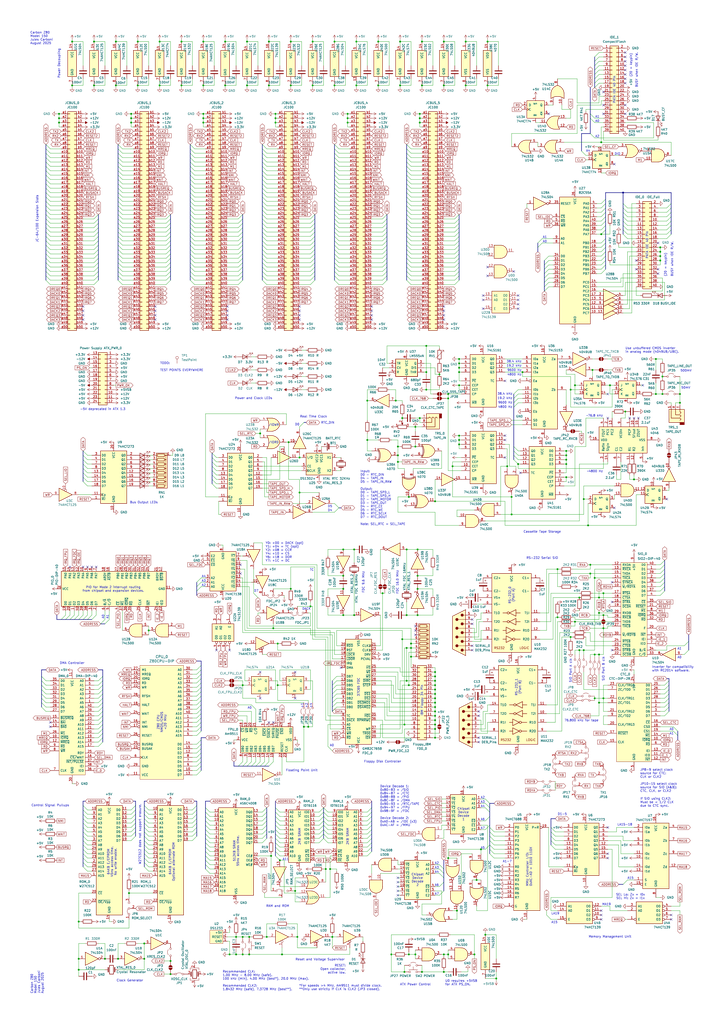
<source format=kicad_sch>
(kicad_sch (version 20250114) (generator "eeschema") (generator_version "9.0")
  (paper "A2" portrait)
  (title_block (title "Carbon Z80 Model 150") (date "2025-08-28") (rev "1") (company "Jules Carboni") (comment 1 "Zilog Z80 System") (comment 2 "RC2014 Compatible") (comment 4 "Z80, DMA, CTC, SIO, PIO, FPU, RTC, TAPE, FDC, IDE, JC-64/100") (comment 5 "Designed for Decimal ATX (dATX)"))
  (lib_symbols
    (symbol "4049_1" (pin_names (offset 1.016))
      (property "Reference" "U33" (at 6.35 1.2701 0))
      (property "Value" "4049UB" (at 6.35 -1.2699 0))
      (symbol "4049_1_1_0"
        (pin input line (at -7.62 0 0) (length 3.81) (name "~") (number "3"))
        (pin output inverted (at 7.62 0 180) (length 3.81) (name "~") (number "2"))
      )
      (symbol "4049_1_2_0"
        (pin input line (at -7.62 0 0) (length 3.81) (name "~") (number "5"))
        (pin output inverted (at 7.62 0 180) (length 3.81) (name "~") (number "4"))
      )
      (symbol "4049_1_3_0"
        (pin input line (at -7.62 0 0) (length 3.81) (name "~") (number "7"))
        (pin output inverted (at 7.62 0 180) (length 3.81) (name "~") (number "6"))
      )
      (symbol "4049_1_4_0"
        (pin input line (at -7.62 0 0) (length 3.81) (name "~") (number "9"))
        (pin output inverted (at 7.62 0 180) (length 3.81) (name "~") (number "10"))
      )
      (symbol "4049_1_5_0"
        (pin input line (at -7.62 0 0) (length 3.81) (name "~") (number "11"))
        (pin output inverted (at 7.62 0 180) (length 3.81) (name "~") (number "12"))
      )
      (symbol "4049_1_6_0"
        (pin input line (at -7.62 0 0) (length 3.81) (name "~") (number "14"))
        (pin output inverted (at 7.62 0 180) (length 3.81) (name "~") (number "15"))
      )
      (symbol "4049_1_7_0"
        (pin power_in line (at 0 12.7 270) (length 5.08) (name "VCC") (number "1"))
        (pin power_in line (at 0 -12.7 90) (length 5.08) (name "VSS") (number "8"))
      )
    )
    (symbol "4049_2" (pin_names (offset 1.016))
      (property "Reference" "U33" (at 6.35 1.2701 0))
      (property "Value" "4049UB" (at 6.35 -1.2699 0))
      (symbol "4049_2_1_0"
        (pin input line (at -7.62 0 0) (length 3.81) (name "~") (number "3"))
        (pin output inverted (at 7.62 0 180) (length 3.81) (name "~") (number "2"))
      )
      (symbol "4049_2_2_0"
        (pin input line (at -7.62 0 0) (length 3.81) (name "~") (number "5"))
        (pin output inverted (at 7.62 0 180) (length 3.81) (name "~") (number "4"))
      )
      (symbol "4049_2_3_0"
        (pin input line (at -7.62 0 0) (length 3.81) (name "~") (number "7"))
        (pin output inverted (at 7.62 0 180) (length 3.81) (name "~") (number "6"))
      )
      (symbol "4049_2_4_0"
        (pin input line (at -7.62 0 0) (length 3.81) (name "~") (number "9"))
        (pin output inverted (at 7.62 0 180) (length 3.81) (name "~") (number "10"))
      )
      (symbol "4049_2_5_0"
        (pin input line (at -7.62 0 0) (length 3.81) (name "~") (number "11"))
        (pin output inverted (at 7.62 0 180) (length 3.81) (name "~") (number "12"))
      )
      (symbol "4049_2_6_0"
        (pin input line (at -7.62 0 0) (length 3.81) (name "~") (number "14"))
        (pin output inverted (at 7.62 0 180) (length 3.81) (name "~") (number "15"))
      )
      (symbol "4049_2_7_0"
        (pin power_in line (at 0 12.7 270) (length 5.08) (name "VCC") (number "1"))
        (pin power_in line (at 0 -12.7 90) (length 5.08) (name "VSS") (number "8"))
      )
    )
    (symbol "4049_3" (pin_names (offset 1.016))
      (property "Reference" "U33" (at 6.35 1.2701 0))
      (property "Value" "4049UB" (at 6.35 -1.2699 0))
      (symbol "4049_3_1_0"
        (pin input line (at -7.62 0 0) (length 3.81) (name "~") (number "3"))
        (pin output inverted (at 7.62 0 180) (length 3.81) (name "~") (number "2"))
      )
      (symbol "4049_3_2_0"
        (pin input line (at -7.62 0 0) (length 3.81) (name "~") (number "5"))
        (pin output inverted (at 7.62 0 180) (length 3.81) (name "~") (number "4"))
      )
      (symbol "4049_3_3_0"
        (pin input line (at -7.62 0 0) (length 3.81) (name "~") (number "7"))
        (pin output inverted (at 7.62 0 180) (length 3.81) (name "~") (number "6"))
      )
      (symbol "4049_3_4_0"
        (pin input line (at -7.62 0 0) (length 3.81) (name "~") (number "9"))
        (pin output inverted (at 7.62 0 180) (length 3.81) (name "~") (number "10"))
      )
      (symbol "4049_3_5_0"
        (pin input line (at -7.62 0 0) (length 3.81) (name "~") (number "11"))
        (pin output inverted (at 7.62 0 180) (length 3.81) (name "~") (number "12"))
      )
      (symbol "4049_3_6_0"
        (pin input line (at -7.62 0 0) (length 3.81) (name "~") (number "14"))
        (pin output inverted (at 7.62 0 180) (length 3.81) (name "~") (number "15"))
      )
      (symbol "4049_3_7_0"
        (pin power_in line (at 0 12.7 270) (length 5.08) (name "VCC") (number "1"))
        (pin power_in line (at 0 -12.7 90) (length 5.08) (name "VSS") (number "8"))
      )
    )
    (symbol "4049_4" (pin_names (offset 1.016))
      (property "Reference" "U33" (at 6.35 1.2701 0))
      (property "Value" "4049UB" (at 6.35 -1.2699 0))
      (symbol "4049_4_1_0"
        (pin input line (at -7.62 0 0) (length 3.81) (name "~") (number "3"))
        (pin output inverted (at 7.62 0 180) (length 3.81) (name "~") (number "2"))
      )
      (symbol "4049_4_2_0"
        (pin input line (at -7.62 0 0) (length 3.81) (name "~") (number "5"))
        (pin output inverted (at 7.62 0 180) (length 3.81) (name "~") (number "4"))
      )
      (symbol "4049_4_3_0"
        (pin input line (at -7.62 0 0) (length 3.81) (name "~") (number "7"))
        (pin output inverted (at 7.62 0 180) (length 3.81) (name "~") (number "6"))
      )
      (symbol "4049_4_4_0"
        (pin input line (at -7.62 0 0) (length 3.81) (name "~") (number "9"))
        (pin output inverted (at 7.62 0 180) (length 3.81) (name "~") (number "10"))
      )
      (symbol "4049_4_5_0"
        (pin input line (at -7.62 0 0) (length 3.81) (name "~") (number "11"))
        (pin output inverted (at 7.62 0 180) (length 3.81) (name "~") (number "12"))
      )
      (symbol "4049_4_6_0"
        (pin input line (at -7.62 0 0) (length 3.81) (name "~") (number "14"))
        (pin output inverted (at 7.62 0 180) (length 3.81) (name "~") (number "15"))
      )
      (symbol "4049_4_7_0"
        (pin power_in line (at 0 12.7 270) (length 5.08) (name "VCC") (number "1"))
        (pin power_in line (at 0 -12.7 90) (length 5.08) (name "VSS") (number "8"))
      )
    )
    (symbol "4049_5" (pin_names (offset 1.016))
      (property "Reference" "U33" (at 6.35 1.2701 0))
      (property "Value" "4049UB" (at 6.35 -1.2699 0))
      (symbol "4049_5_1_0"
        (pin input line (at -7.62 0 0) (length 3.81) (name "~") (number "3"))
        (pin output inverted (at 7.62 0 180) (length 3.81) (name "~") (number "2"))
      )
      (symbol "4049_5_2_0"
        (pin input line (at -7.62 0 0) (length 3.81) (name "~") (number "5"))
        (pin output inverted (at 7.62 0 180) (length 3.81) (name "~") (number "4"))
      )
      (symbol "4049_5_3_0"
        (pin input line (at -7.62 0 0) (length 3.81) (name "~") (number "7"))
        (pin output inverted (at 7.62 0 180) (length 3.81) (name "~") (number "6"))
      )
      (symbol "4049_5_4_0"
        (pin input line (at -7.62 0 0) (length 3.81) (name "~") (number "9"))
        (pin output inverted (at 7.62 0 180) (length 3.81) (name "~") (number "10"))
      )
      (symbol "4049_5_5_0"
        (pin input line (at -7.62 0 0) (length 3.81) (name "~") (number "11"))
        (pin output inverted (at 7.62 0 180) (length 3.81) (name "~") (number "12"))
      )
      (symbol "4049_5_6_0"
        (pin input line (at -7.62 0 0) (length 3.81) (name "~") (number "14"))
        (pin output inverted (at 7.62 0 180) (length 3.81) (name "~") (number "15"))
      )
      (symbol "4049_5_7_0"
        (pin power_in line (at 0 12.7 270) (length 5.08) (name "VCC") (number "1"))
        (pin power_in line (at 0 -12.7 90) (length 5.08) (name "VSS") (number "8"))
      )
    )
    (symbol "4049_6" (pin_names (offset 1.016))
      (property "Reference" "U33" (at 6.35 1.2701 0))
      (property "Value" "4049UB" (at 6.35 -1.2699 0))
      (symbol "4049_6_1_0"
        (pin input line (at -7.62 0 0) (length 3.81) (name "~") (number "3"))
        (pin output inverted (at 7.62 0 180) (length 3.81) (name "~") (number "2"))
      )
      (symbol "4049_6_2_0"
        (pin input line (at -7.62 0 0) (length 3.81) (name "~") (number "5"))
        (pin output inverted (at 7.62 0 180) (length 3.81) (name "~") (number "4"))
      )
      (symbol "4049_6_3_0"
        (pin input line (at -7.62 0 0) (length 3.81) (name "~") (number "7"))
        (pin output inverted (at 7.62 0 180) (length 3.81) (name "~") (number "6"))
      )
      (symbol "4049_6_4_0"
        (pin input line (at -7.62 0 0) (length 3.81) (name "~") (number "9"))
        (pin output inverted (at 7.62 0 180) (length 3.81) (name "~") (number "10"))
      )
      (symbol "4049_6_5_0"
        (pin input line (at -7.62 0 0) (length 3.81) (name "~") (number "11"))
        (pin output inverted (at 7.62 0 180) (length 3.81) (name "~") (number "12"))
      )
      (symbol "4049_6_6_0"
        (pin input line (at -7.62 0 0) (length 3.81) (name "~") (number "14"))
        (pin output inverted (at 7.62 0 180) (length 3.81) (name "~") (number "15"))
      )
      (symbol "4049_6_7_0"
        (pin power_in line (at 0 12.7 270) (length 5.08) (name "VCC") (number "1"))
        (pin power_in line (at 0 -12.7 90) (length 5.08) (name "VSS") (number "8"))
      )
    )
    (symbol "4070_1" (pin_names (offset 1.016))
      (property "Reference" "U38" (at -6.35 1.2701 0))
      (property "Value" "4070" (at -6.35 -1.2699 0))
      (symbol "4070_1_1_0"
        (pin input line (at -7.62 2.54 0) (length 4.445) (name "~") (number "1"))
        (pin input line (at -7.62 -2.54 0) (length 4.445) (name "~") (number "2"))
        (pin output line (at 7.62 0 180) (length 3.81) (name "~") (number "3"))
      )
      (symbol "4070_1_2_0"
        (pin input line (at -7.62 2.54 0) (length 4.445) (name "~") (number "5"))
        (pin input line (at -7.62 -2.54 0) (length 4.445) (name "~") (number "6"))
        (pin output line (at 7.62 0 180) (length 3.81) (name "~") (number "4"))
      )
      (symbol "4070_1_3_0"
        (pin input line (at -7.62 2.54 0) (length 4.445) (name "~") (number "8"))
        (pin input line (at -7.62 -2.54 0) (length 4.445) (name "~") (number "9"))
        (pin output line (at 7.62 0 180) (length 3.81) (name "~") (number "10"))
      )
      (symbol "4070_1_4_0"
        (pin input line (at -7.62 2.54 0) (length 4.445) (name "~") (number "12"))
        (pin input line (at -7.62 -2.54 0) (length 4.445) (name "~") (number "13"))
        (pin output line (at 7.62 0 180) (length 3.81) (name "~") (number "11"))
      )
      (symbol "4070_1_5_0"
        (pin power_in line (at 0 12.7 270) (length 5.08) (name "VDD") (number "14"))
        (pin power_in line (at 0 -12.7 90) (length 5.08) (name "VSS") (number "7"))
      )
    )
    (symbol "4070_2" (pin_names (offset 1.016))
      (property "Reference" "U38" (at -6.35 1.2701 0))
      (property "Value" "4070" (at -6.35 -1.2699 0))
      (symbol "4070_2_1_0"
        (pin input line (at -7.62 2.54 0) (length 4.445) (name "~") (number "1"))
        (pin input line (at -7.62 -2.54 0) (length 4.445) (name "~") (number "2"))
        (pin output line (at 7.62 0 180) (length 3.81) (name "~") (number "3"))
      )
      (symbol "4070_2_2_0"
        (pin input line (at -7.62 2.54 0) (length 4.445) (name "~") (number "5"))
        (pin input line (at -7.62 -2.54 0) (length 4.445) (name "~") (number "6"))
        (pin output line (at 7.62 0 180) (length 3.81) (name "~") (number "4"))
      )
      (symbol "4070_2_3_0"
        (pin input line (at -7.62 2.54 0) (length 4.445) (name "~") (number "8"))
        (pin input line (at -7.62 -2.54 0) (length 4.445) (name "~") (number "9"))
        (pin output line (at 7.62 0 180) (length 3.81) (name "~") (number "10"))
      )
      (symbol "4070_2_4_0"
        (pin input line (at -7.62 2.54 0) (length 4.445) (name "~") (number "12"))
        (pin input line (at -7.62 -2.54 0) (length 4.445) (name "~") (number "13"))
        (pin output line (at 7.62 0 180) (length 3.81) (name "~") (number "11"))
      )
      (symbol "4070_2_5_0"
        (pin power_in line (at 0 12.7 270) (length 5.08) (name "VDD") (number "14"))
        (pin power_in line (at 0 -12.7 90) (length 5.08) (name "VSS") (number "7"))
      )
    )
    (symbol "4070_3" (pin_names (offset 1.016))
      (property "Reference" "U38" (at -6.35 1.2701 0))
      (property "Value" "4070" (at -6.35 -1.2699 0))
      (symbol "4070_3_1_0"
        (pin input line (at -7.62 2.54 0) (length 4.445) (name "~") (number "1"))
        (pin input line (at -7.62 -2.54 0) (length 4.445) (name "~") (number "2"))
        (pin output line (at 7.62 0 180) (length 3.81) (name "~") (number "3"))
      )
      (symbol "4070_3_2_0"
        (pin input line (at -7.62 2.54 0) (length 4.445) (name "~") (number "5"))
        (pin input line (at -7.62 -2.54 0) (length 4.445) (name "~") (number "6"))
        (pin output line (at 7.62 0 180) (length 3.81) (name "~") (number "4"))
      )
      (symbol "4070_3_3_0"
        (pin input line (at -7.62 2.54 0) (length 4.445) (name "~") (number "8"))
        (pin input line (at -7.62 -2.54 0) (length 4.445) (name "~") (number "9"))
        (pin output line (at 7.62 0 180) (length 3.81) (name "~") (number "10"))
      )
      (symbol "4070_3_4_0"
        (pin input line (at -7.62 2.54 0) (length 4.445) (name "~") (number "12"))
        (pin input line (at -7.62 -2.54 0) (length 4.445) (name "~") (number "13"))
        (pin output line (at 7.62 0 180) (length 3.81) (name "~") (number "11"))
      )
      (symbol "4070_3_5_0"
        (pin power_in line (at 0 12.7 270) (length 5.08) (name "VDD") (number "14"))
        (pin power_in line (at 0 -12.7 90) (length 5.08) (name "VSS") (number "7"))
      )
    )
    (symbol "4070_4" (pin_names (offset 1.016))
      (property "Reference" "U38" (at -6.35 1.2701 0))
      (property "Value" "4070" (at -6.35 -1.2699 0))
      (symbol "4070_4_1_0"
        (pin input line (at -7.62 2.54 0) (length 4.445) (name "~") (number "1"))
        (pin input line (at -7.62 -2.54 0) (length 4.445) (name "~") (number "2"))
        (pin output line (at 7.62 0 180) (length 3.81) (name "~") (number "3"))
      )
      (symbol "4070_4_2_0"
        (pin input line (at -7.62 2.54 0) (length 4.445) (name "~") (number "5"))
        (pin input line (at -7.62 -2.54 0) (length 4.445) (name "~") (number "6"))
        (pin output line (at 7.62 0 180) (length 3.81) (name "~") (number "4"))
      )
      (symbol "4070_4_3_0"
        (pin input line (at -7.62 2.54 0) (length 4.445) (name "~") (number "8"))
        (pin input line (at -7.62 -2.54 0) (length 4.445) (name "~") (number "9"))
        (pin output line (at 7.62 0 180) (length 3.81) (name "~") (number "10"))
      )
      (symbol "4070_4_4_0"
        (pin input line (at -7.62 2.54 0) (length 4.445) (name "~") (number "12"))
        (pin input line (at -7.62 -2.54 0) (length 4.445) (name "~") (number "13"))
        (pin output line (at 7.62 0 180) (length 3.81) (name "~") (number "11"))
      )
      (symbol "4070_4_5_0"
        (pin power_in line (at 0 12.7 270) (length 5.08) (name "VDD") (number "14"))
        (pin power_in line (at 0 -12.7 90) (length 5.08) (name "VSS") (number "7"))
      )
    )
    (symbol "4xxx:4046" (pin_names (offset 1.016))
      (property "Reference" "U" (at -7.62 13.97 0))
      (property "Value" "4046" (at -7.62 -16.51 0))
      (symbol "4046_1_0"
        (pin input line (at -12.7 10.16 0) (length 5.08) (name "RefIn") (number "3"))
        (pin input line (at -12.7 7.62 0) (length 5.08) (name "SigIn") (number "14"))
        (pin input line (at -12.7 2.54 0) (length 5.08) (name "C1") (number "6"))
        (pin input line (at -12.7 0 0) (length 5.08) (name "C2") (number "7"))
        (pin input line (at -12.7 -5.08 0) (length 5.08) (name "R1") (number "11"))
        (pin input line (at -12.7 -7.62 0) (length 5.08) (name "R2") (number "12"))
        (pin input line (at -12.7 -12.7 0) (length 5.08) (name "Inh") (number "5"))
        (pin power_in line (at 0 17.78 270) (length 5.08) (name "VDD") (number "16"))
        (pin power_in line (at 0 -20.32 90) (length 5.08) (name "VSS") (number "8"))
        (pin output line (at 12.7 10.16 180) (length 5.08) (name "FOUT") (number "4"))
        (pin output line (at 12.7 7.62 180) (length 5.08) (name "PC1") (number "2"))
        (pin tri_state line (at 12.7 5.08 180) (length 5.08) (name "PC2") (number "13"))
        (pin input line (at 12.7 0 180) (length 5.08) (name "VCOin") (number "9"))
        (pin output line (at 12.7 -5.08 180) (length 5.08) (name "PCP") (number "1"))
        (pin output line (at 12.7 -7.62 180) (length 5.08) (name "SFout") (number "10"))
        (pin output line (at 12.7 -10.16 180) (length 5.08) (name "ZOUT") (number "15"))
      )
    )
    (symbol "4xxx:4049" (pin_names (offset 1.016))
      (property "Reference" "U33" (at 6.35 1.2701 0))
      (property "Value" "4049UB" (at 6.35 -1.2699 0))
      (symbol "4049_1_0"
        (pin input line (at -7.62 0 0) (length 3.81) (name "~") (number "3"))
        (pin output inverted (at 7.62 0 180) (length 3.81) (name "~") (number "2"))
      )
      (symbol "4049_2_0"
        (pin input line (at -7.62 0 0) (length 3.81) (name "~") (number "5"))
        (pin output inverted (at 7.62 0 180) (length 3.81) (name "~") (number "4"))
      )
      (symbol "4049_3_0"
        (pin input line (at -7.62 0 0) (length 3.81) (name "~") (number "7"))
        (pin output inverted (at 7.62 0 180) (length 3.81) (name "~") (number "6"))
      )
      (symbol "4049_4_0"
        (pin input line (at -7.62 0 0) (length 3.81) (name "~") (number "9"))
        (pin output inverted (at 7.62 0 180) (length 3.81) (name "~") (number "10"))
      )
      (symbol "4049_5_0"
        (pin input line (at -7.62 0 0) (length 3.81) (name "~") (number "11"))
        (pin output inverted (at 7.62 0 180) (length 3.81) (name "~") (number "12"))
      )
      (symbol "4049_6_0"
        (pin input line (at -7.62 0 0) (length 3.81) (name "~") (number "14"))
        (pin output inverted (at 7.62 0 180) (length 3.81) (name "~") (number "15"))
      )
      (symbol "4049_7_0"
        (pin power_in line (at 0 12.7 270) (length 5.08) (name "VCC") (number "1"))
        (pin power_in line (at 0 -12.7 90) (length 5.08) (name "VSS") (number "8"))
      )
    )
    (symbol "4xxx:4070" (pin_names (offset 1.016))
      (property "Reference" "U38" (at -6.35 1.2701 0))
      (property "Value" "4070" (at -6.35 -1.2699 0))
      (symbol "4070_1_0"
        (pin input line (at -7.62 2.54 0) (length 4.445) (name "~") (number "1"))
        (pin input line (at -7.62 -2.54 0) (length 4.445) (name "~") (number "2"))
        (pin output line (at 7.62 0 180) (length 3.81) (name "~") (number "3"))
      )
      (symbol "4070_2_0"
        (pin input line (at -7.62 2.54 0) (length 4.445) (name "~") (number "5"))
        (pin input line (at -7.62 -2.54 0) (length 4.445) (name "~") (number "6"))
        (pin output line (at 7.62 0 180) (length 3.81) (name "~") (number "4"))
      )
      (symbol "4070_3_0"
        (pin input line (at -7.62 2.54 0) (length 4.445) (name "~") (number "8"))
        (pin input line (at -7.62 -2.54 0) (length 4.445) (name "~") (number "9"))
        (pin output line (at 7.62 0 180) (length 3.81) (name "~") (number "10"))
      )
      (symbol "4070_4_0"
        (pin input line (at -7.62 2.54 0) (length 4.445) (name "~") (number "12"))
        (pin input line (at -7.62 -2.54 0) (length 4.445) (name "~") (number "13"))
        (pin output line (at 7.62 0 180) (length 3.81) (name "~") (number "11"))
      )
      (symbol "4070_5_0"
        (pin power_in line (at 0 12.7 270) (length 5.08) (name "VDD") (number "14"))
        (pin power_in line (at 0 -12.7 90) (length 5.08) (name "VSS") (number "7"))
      )
    )
    (symbol "74AHCT125_1" (pin_names (offset 1.016))
      (property "Reference" "U3" (at -4.572 -10.16 90))
      (property "Value" "74AHCT125" (at -7.112 -6.604 90))
      (symbol "74AHCT125_1_1_0"
        (pin input line (at -7.62 0 0) (length 3.81) (name "~") (number "2"))
        (pin input inverted (at 0 -6.35 90) (length 4.445) (name "~") (number "1"))
        (pin tri_state line (at 7.62 0 180) (length 3.81) (name "~") (number "3"))
      )
      (symbol "74AHCT125_1_2_0"
        (pin input line (at -7.62 0 0) (length 3.81) (name "~") (number "5"))
        (pin input inverted (at 0 -6.35 90) (length 4.445) (name "~") (number "4"))
        (pin tri_state line (at 7.62 0 180) (length 3.81) (name "~") (number "6"))
      )
      (symbol "74AHCT125_1_3_0"
        (pin input line (at -7.62 0 0) (length 3.81) (name "~") (number "9"))
        (pin input inverted (at 0 -6.35 90) (length 4.445) (name "~") (number "10"))
        (pin tri_state line (at 7.62 0 180) (length 3.81) (name "~") (number "8"))
      )
      (symbol "74AHCT125_1_4_0"
        (pin input line (at -7.62 0 0) (length 3.81) (name "~") (number "12"))
        (pin input inverted (at 0 -6.35 90) (length 4.445) (name "~") (number "13"))
        (pin tri_state line (at 7.62 0 180) (length 3.81) (name "~") (number "11"))
      )
      (symbol "74AHCT125_1_5_0"
        (pin power_in line (at 0 12.7 270) (length 5.08) (name "VCC") (number "14"))
        (pin power_in line (at 0 -12.7 90) (length 5.08) (name "GND") (number "7"))
      )
    )
    (symbol "74AHCT125_10" (pin_names (offset 1.016))
      (property "Reference" "U26" (at 6.35 1.2701 0))
      (property "Value" "74AHCT125" (at 6.35 -1.2699 0))
      (symbol "74AHCT125_10_1_0"
        (pin input line (at -7.62 0 0) (length 3.81) (name "~") (number "2"))
        (pin input inverted (at 0 -6.35 90) (length 4.445) (name "~") (number "1"))
        (pin tri_state line (at 7.62 0 180) (length 3.81) (name "~") (number "3"))
      )
      (symbol "74AHCT125_10_2_0"
        (pin input line (at -7.62 0 0) (length 3.81) (name "~") (number "5"))
        (pin input inverted (at 0 -6.35 90) (length 4.445) (name "~") (number "4"))
        (pin tri_state line (at 7.62 0 180) (length 3.81) (name "~") (number "6"))
      )
      (symbol "74AHCT125_10_3_0"
        (pin input line (at -7.62 0 0) (length 3.81) (name "~") (number "9"))
        (pin input inverted (at 0 -6.35 90) (length 4.445) (name "~") (number "10"))
        (pin tri_state line (at 7.62 0 180) (length 3.81) (name "~") (number "8"))
      )
      (symbol "74AHCT125_10_4_0"
        (pin input line (at -7.62 0 0) (length 3.81) (name "~") (number "12"))
        (pin input inverted (at 0 -6.35 90) (length 4.445) (name "~") (number "13"))
        (pin tri_state line (at 7.62 0 180) (length 3.81) (name "~") (number "11"))
      )
      (symbol "74AHCT125_10_5_0"
        (pin power_in line (at 0 12.7 270) (length 5.08) (name "VCC") (number "14"))
        (pin power_in line (at 0 -12.7 90) (length 5.08) (name "GND") (number "7"))
      )
    )
    (symbol "74AHCT125_11" (pin_names (offset 1.016))
      (property "Reference" "U26" (at 6.35 1.2701 0))
      (property "Value" "74AHCT125" (at 6.35 -1.2699 0))
      (symbol "74AHCT125_11_1_0"
        (pin input line (at -7.62 0 0) (length 3.81) (name "~") (number "2"))
        (pin input inverted (at 0 -6.35 90) (length 4.445) (name "~") (number "1"))
        (pin tri_state line (at 7.62 0 180) (length 3.81) (name "~") (number "3"))
      )
      (symbol "74AHCT125_11_2_0"
        (pin input line (at -7.62 0 0) (length 3.81) (name "~") (number "5"))
        (pin input inverted (at 0 -6.35 90) (length 4.445) (name "~") (number "4"))
        (pin tri_state line (at 7.62 0 180) (length 3.81) (name "~") (number "6"))
      )
      (symbol "74AHCT125_11_3_0"
        (pin input line (at -7.62 0 0) (length 3.81) (name "~") (number "9"))
        (pin input inverted (at 0 -6.35 90) (length 4.445) (name "~") (number "10"))
        (pin tri_state line (at 7.62 0 180) (length 3.81) (name "~") (number "8"))
      )
      (symbol "74AHCT125_11_4_0"
        (pin input line (at -7.62 0 0) (length 3.81) (name "~") (number "12"))
        (pin input inverted (at 0 -6.35 90) (length 4.445) (name "~") (number "13"))
        (pin tri_state line (at 7.62 0 180) (length 3.81) (name "~") (number "11"))
      )
      (symbol "74AHCT125_11_5_0"
        (pin power_in line (at 0 12.7 270) (length 5.08) (name "VCC") (number "14"))
        (pin power_in line (at 0 -12.7 90) (length 5.08) (name "GND") (number "7"))
      )
    )
    (symbol "74AHCT125_12" (pin_names (offset 1.016))
      (property "Reference" "U26" (at 6.35 1.2701 0))
      (property "Value" "74AHCT125" (at 6.35 -1.2699 0))
      (symbol "74AHCT125_12_1_0"
        (pin input line (at -7.62 0 0) (length 3.81) (name "~") (number "2"))
        (pin input inverted (at 0 -6.35 90) (length 4.445) (name "~") (number "1"))
        (pin tri_state line (at 7.62 0 180) (length 3.81) (name "~") (number "3"))
      )
      (symbol "74AHCT125_12_2_0"
        (pin input line (at -7.62 0 0) (length 3.81) (name "~") (number "5"))
        (pin input inverted (at 0 -6.35 90) (length 4.445) (name "~") (number "4"))
        (pin tri_state line (at 7.62 0 180) (length 3.81) (name "~") (number "6"))
      )
      (symbol "74AHCT125_12_3_0"
        (pin input line (at -7.62 0 0) (length 3.81) (name "~") (number "9"))
        (pin input inverted (at 0 -6.35 90) (length 4.445) (name "~") (number "10"))
        (pin tri_state line (at 7.62 0 180) (length 3.81) (name "~") (number "8"))
      )
      (symbol "74AHCT125_12_4_0"
        (pin input line (at -7.62 0 0) (length 3.81) (name "~") (number "12"))
        (pin input inverted (at 0 -6.35 90) (length 4.445) (name "~") (number "13"))
        (pin tri_state line (at 7.62 0 180) (length 3.81) (name "~") (number "11"))
      )
      (symbol "74AHCT125_12_5_0"
        (pin power_in line (at 0 12.7 270) (length 5.08) (name "VCC") (number "14"))
        (pin power_in line (at 0 -12.7 90) (length 5.08) (name "GND") (number "7"))
      )
    )
    (symbol "74AHCT125_13" (pin_names (offset 1.016))
      (property "Reference" "U26" (at 6.35 1.2701 0))
      (property "Value" "74AHCT125" (at 6.35 -1.2699 0))
      (symbol "74AHCT125_13_1_0"
        (pin input line (at -7.62 0 0) (length 3.81) (name "~") (number "2"))
        (pin input inverted (at 0 -6.35 90) (length 4.445) (name "~") (number "1"))
        (pin tri_state line (at 7.62 0 180) (length 3.81) (name "~") (number "3"))
      )
      (symbol "74AHCT125_13_2_0"
        (pin input line (at -7.62 0 0) (length 3.81) (name "~") (number "5"))
        (pin input inverted (at 0 -6.35 90) (length 4.445) (name "~") (number "4"))
        (pin tri_state line (at 7.62 0 180) (length 3.81) (name "~") (number "6"))
      )
      (symbol "74AHCT125_13_3_0"
        (pin input line (at -7.62 0 0) (length 3.81) (name "~") (number "9"))
        (pin input inverted (at 0 -6.35 90) (length 4.445) (name "~") (number "10"))
        (pin tri_state line (at 7.62 0 180) (length 3.81) (name "~") (number "8"))
      )
      (symbol "74AHCT125_13_4_0"
        (pin input line (at -7.62 0 0) (length 3.81) (name "~") (number "12"))
        (pin input inverted (at 0 -6.35 90) (length 4.445) (name "~") (number "13"))
        (pin tri_state line (at 7.62 0 180) (length 3.81) (name "~") (number "11"))
      )
      (symbol "74AHCT125_13_5_0"
        (pin power_in line (at 0 12.7 270) (length 5.08) (name "VCC") (number "14"))
        (pin power_in line (at 0 -12.7 90) (length 5.08) (name "GND") (number "7"))
      )
    )
    (symbol "74AHCT125_14" (pin_names (offset 1.016))
      (property "Reference" "U26" (at 6.35 1.2701 0))
      (property "Value" "74AHCT125" (at 6.35 -1.2699 0))
      (symbol "74AHCT125_14_1_0"
        (pin input line (at -7.62 0 0) (length 3.81) (name "~") (number "2"))
        (pin input inverted (at 0 -6.35 90) (length 4.445) (name "~") (number "1"))
        (pin tri_state line (at 7.62 0 180) (length 3.81) (name "~") (number "3"))
      )
      (symbol "74AHCT125_14_2_0"
        (pin input line (at -7.62 0 0) (length 3.81) (name "~") (number "5"))
        (pin input inverted (at 0 -6.35 90) (length 4.445) (name "~") (number "4"))
        (pin tri_state line (at 7.62 0 180) (length 3.81) (name "~") (number "6"))
      )
      (symbol "74AHCT125_14_3_0"
        (pin input line (at -7.62 0 0) (length 3.81) (name "~") (number "9"))
        (pin input inverted (at 0 -6.35 90) (length 4.445) (name "~") (number "10"))
        (pin tri_state line (at 7.62 0 180) (length 3.81) (name "~") (number "8"))
      )
      (symbol "74AHCT125_14_4_0"
        (pin input line (at -7.62 0 0) (length 3.81) (name "~") (number "12"))
        (pin input inverted (at 0 -6.35 90) (length 4.445) (name "~") (number "13"))
        (pin tri_state line (at 7.62 0 180) (length 3.81) (name "~") (number "11"))
      )
      (symbol "74AHCT125_14_5_0"
        (pin power_in line (at 0 12.7 270) (length 5.08) (name "VCC") (number "14"))
        (pin power_in line (at 0 -12.7 90) (length 5.08) (name "GND") (number "7"))
      )
    )
    (symbol "74AHCT125_2" (pin_names (offset 1.016))
      (property "Reference" "U3" (at -4.572 -10.16 90))
      (property "Value" "74AHCT125" (at -7.112 -6.604 90))
      (symbol "74AHCT125_2_1_0"
        (pin input line (at -7.62 0 0) (length 3.81) (name "~") (number "2"))
        (pin input inverted (at 0 -6.35 90) (length 4.445) (name "~") (number "1"))
        (pin tri_state line (at 7.62 0 180) (length 3.81) (name "~") (number "3"))
      )
      (symbol "74AHCT125_2_2_0"
        (pin input line (at -7.62 0 0) (length 3.81) (name "~") (number "5"))
        (pin input inverted (at 0 -6.35 90) (length 4.445) (name "~") (number "4"))
        (pin tri_state line (at 7.62 0 180) (length 3.81) (name "~") (number "6"))
      )
      (symbol "74AHCT125_2_3_0"
        (pin input line (at -7.62 0 0) (length 3.81) (name "~") (number "9"))
        (pin input inverted (at 0 -6.35 90) (length 4.445) (name "~") (number "10"))
        (pin tri_state line (at 7.62 0 180) (length 3.81) (name "~") (number "8"))
      )
      (symbol "74AHCT125_2_4_0"
        (pin input line (at -7.62 0 0) (length 3.81) (name "~") (number "12"))
        (pin input inverted (at 0 -6.35 90) (length 4.445) (name "~") (number "13"))
        (pin tri_state line (at 7.62 0 180) (length 3.81) (name "~") (number "11"))
      )
      (symbol "74AHCT125_2_5_0"
        (pin power_in line (at 0 12.7 270) (length 5.08) (name "VCC") (number "14"))
        (pin power_in line (at 0 -12.7 90) (length 5.08) (name "GND") (number "7"))
      )
    )
    (symbol "74AHCT125_3" (pin_names (offset 1.016))
      (property "Reference" "U3" (at -4.572 -10.16 90))
      (property "Value" "74AHCT125" (at -7.112 -6.604 90))
      (symbol "74AHCT125_3_1_0"
        (pin input line (at -7.62 0 0) (length 3.81) (name "~") (number "2"))
        (pin input inverted (at 0 -6.35 90) (length 4.445) (name "~") (number "1"))
        (pin tri_state line (at 7.62 0 180) (length 3.81) (name "~") (number "3"))
      )
      (symbol "74AHCT125_3_2_0"
        (pin input line (at -7.62 0 0) (length 3.81) (name "~") (number "5"))
        (pin input inverted (at 0 -6.35 90) (length 4.445) (name "~") (number "4"))
        (pin tri_state line (at 7.62 0 180) (length 3.81) (name "~") (number "6"))
      )
      (symbol "74AHCT125_3_3_0"
        (pin input line (at -7.62 0 0) (length 3.81) (name "~") (number "9"))
        (pin input inverted (at 0 -6.35 90) (length 4.445) (name "~") (number "10"))
        (pin tri_state line (at 7.62 0 180) (length 3.81) (name "~") (number "8"))
      )
      (symbol "74AHCT125_3_4_0"
        (pin input line (at -7.62 0 0) (length 3.81) (name "~") (number "12"))
        (pin input inverted (at 0 -6.35 90) (length 4.445) (name "~") (number "13"))
        (pin tri_state line (at 7.62 0 180) (length 3.81) (name "~") (number "11"))
      )
      (symbol "74AHCT125_3_5_0"
        (pin power_in line (at 0 12.7 270) (length 5.08) (name "VCC") (number "14"))
        (pin power_in line (at 0 -12.7 90) (length 5.08) (name "GND") (number "7"))
      )
    )
    (symbol "74AHCT125_4" (pin_names (offset 1.016))
      (property "Reference" "U3" (at -4.572 -10.16 90))
      (property "Value" "74AHCT125" (at -7.112 -6.604 90))
      (symbol "74AHCT125_4_1_0"
        (pin input line (at -7.62 0 0) (length 3.81) (name "~") (number "2"))
        (pin input inverted (at 0 -6.35 90) (length 4.445) (name "~") (number "1"))
        (pin tri_state line (at 7.62 0 180) (length 3.81) (name "~") (number "3"))
      )
      (symbol "74AHCT125_4_2_0"
        (pin input line (at -7.62 0 0) (length 3.81) (name "~") (number "5"))
        (pin input inverted (at 0 -6.35 90) (length 4.445) (name "~") (number "4"))
        (pin tri_state line (at 7.62 0 180) (length 3.81) (name "~") (number "6"))
      )
      (symbol "74AHCT125_4_3_0"
        (pin input line (at -7.62 0 0) (length 3.81) (name "~") (number "9"))
        (pin input inverted (at 0 -6.35 90) (length 4.445) (name "~") (number "10"))
        (pin tri_state line (at 7.62 0 180) (length 3.81) (name "~") (number "8"))
      )
      (symbol "74AHCT125_4_4_0"
        (pin input line (at -7.62 0 0) (length 3.81) (name "~") (number "12"))
        (pin input inverted (at 0 -6.35 90) (length 4.445) (name "~") (number "13"))
        (pin tri_state line (at 7.62 0 180) (length 3.81) (name "~") (number "11"))
      )
      (symbol "74AHCT125_4_5_0"
        (pin power_in line (at 0 12.7 270) (length 5.08) (name "VCC") (number "14"))
        (pin power_in line (at 0 -12.7 90) (length 5.08) (name "GND") (number "7"))
      )
    )
    (symbol "74AHCT125_5" (pin_names (offset 1.016))
      (property "Reference" "U3" (at -4.572 -10.16 90))
      (property "Value" "74AHCT125" (at -7.112 -6.604 90))
      (symbol "74AHCT125_5_1_0"
        (pin input line (at -7.62 0 0) (length 3.81) (name "~") (number "2"))
        (pin input inverted (at 0 -6.35 90) (length 4.445) (name "~") (number "1"))
        (pin tri_state line (at 7.62 0 180) (length 3.81) (name "~") (number "3"))
      )
      (symbol "74AHCT125_5_2_0"
        (pin input line (at -7.62 0 0) (length 3.81) (name "~") (number "5"))
        (pin input inverted (at 0 -6.35 90) (length 4.445) (name "~") (number "4"))
        (pin tri_state line (at 7.62 0 180) (length 3.81) (name "~") (number "6"))
      )
      (symbol "74AHCT125_5_3_0"
        (pin input line (at -7.62 0 0) (length 3.81) (name "~") (number "9"))
        (pin input inverted (at 0 -6.35 90) (length 4.445) (name "~") (number "10"))
        (pin tri_state line (at 7.62 0 180) (length 3.81) (name "~") (number "8"))
      )
      (symbol "74AHCT125_5_4_0"
        (pin input line (at -7.62 0 0) (length 3.81) (name "~") (number "12"))
        (pin input inverted (at 0 -6.35 90) (length 4.445) (name "~") (number "13"))
        (pin tri_state line (at 7.62 0 180) (length 3.81) (name "~") (number "11"))
      )
      (symbol "74AHCT125_5_5_0"
        (pin power_in line (at 0 12.7 270) (length 5.08) (name "VCC") (number "14"))
        (pin power_in line (at 0 -12.7 90) (length 5.08) (name "GND") (number "7"))
      )
    )
    (symbol "74AHCT125_6" (pin_names (offset 1.016))
      (property "Reference" "U18" (at -4.572 -6.604 90))
      (property "Value" "74AHCT125" (at -7.112 -0.762 90))
      (symbol "74AHCT125_6_1_0"
        (pin input line (at -7.62 0 0) (length 3.81) (name "~") (number "2"))
        (pin input inverted (at 0 -6.35 90) (length 4.445) (name "~") (number "1"))
        (pin tri_state line (at 7.62 0 180) (length 3.81) (name "~") (number "3"))
      )
      (symbol "74AHCT125_6_2_0"
        (pin input line (at -7.62 0 0) (length 3.81) (name "~") (number "5"))
        (pin input inverted (at 0 -6.35 90) (length 4.445) (name "~") (number "4"))
        (pin tri_state line (at 7.62 0 180) (length 3.81) (name "~") (number "6"))
      )
      (symbol "74AHCT125_6_3_0"
        (pin input line (at -7.62 0 0) (length 3.81) (name "~") (number "9"))
        (pin input inverted (at 0 -6.35 90) (length 4.445) (name "~") (number "10"))
        (pin tri_state line (at 7.62 0 180) (length 3.81) (name "~") (number "8"))
      )
      (symbol "74AHCT125_6_4_0"
        (pin input line (at -7.62 0 0) (length 3.81) (name "~") (number "12"))
        (pin input inverted (at 0 -6.35 90) (length 4.445) (name "~") (number "13"))
        (pin tri_state line (at 7.62 0 180) (length 3.81) (name "~") (number "11"))
      )
      (symbol "74AHCT125_6_5_0"
        (pin power_in line (at 0 12.7 270) (length 5.08) (name "VCC") (number "14"))
        (pin power_in line (at 0 -12.7 90) (length 5.08) (name "GND") (number "7"))
      )
    )
    (symbol "74AHCT125_7" (pin_names (offset 1.016))
      (property "Reference" "U18" (at -4.572 -6.604 90))
      (property "Value" "74AHCT125" (at -7.112 -0.762 90))
      (symbol "74AHCT125_7_1_0"
        (pin input line (at -7.62 0 0) (length 3.81) (name "~") (number "2"))
        (pin input inverted (at 0 -6.35 90) (length 4.445) (name "~") (number "1"))
        (pin tri_state line (at 7.62 0 180) (length 3.81) (name "~") (number "3"))
      )
      (symbol "74AHCT125_7_2_0"
        (pin input line (at -7.62 0 0) (length 3.81) (name "~") (number "5"))
        (pin input inverted (at 0 -6.35 90) (length 4.445) (name "~") (number "4"))
        (pin tri_state line (at 7.62 0 180) (length 3.81) (name "~") (number "6"))
      )
      (symbol "74AHCT125_7_3_0"
        (pin input line (at -7.62 0 0) (length 3.81) (name "~") (number "9"))
        (pin input inverted (at 0 -6.35 90) (length 4.445) (name "~") (number "10"))
        (pin tri_state line (at 7.62 0 180) (length 3.81) (name "~") (number "8"))
      )
      (symbol "74AHCT125_7_4_0"
        (pin input line (at -7.62 0 0) (length 3.81) (name "~") (number "12"))
        (pin input inverted (at 0 -6.35 90) (length 4.445) (name "~") (number "13"))
        (pin tri_state line (at 7.62 0 180) (length 3.81) (name "~") (number "11"))
      )
      (symbol "74AHCT125_7_5_0"
        (pin power_in line (at 0 12.7 270) (length 5.08) (name "VCC") (number "14"))
        (pin power_in line (at 0 -12.7 90) (length 5.08) (name "GND") (number "7"))
      )
    )
    (symbol "74AHCT125_8" (pin_names (offset 1.016))
      (property "Reference" "U18" (at -4.572 -6.604 90))
      (property "Value" "74AHCT125" (at -7.112 -0.762 90))
      (symbol "74AHCT125_8_1_0"
        (pin input line (at -7.62 0 0) (length 3.81) (name "~") (number "2"))
        (pin input inverted (at 0 -6.35 90) (length 4.445) (name "~") (number "1"))
        (pin tri_state line (at 7.62 0 180) (length 3.81) (name "~") (number "3"))
      )
      (symbol "74AHCT125_8_2_0"
        (pin input line (at -7.62 0 0) (length 3.81) (name "~") (number "5"))
        (pin input inverted (at 0 -6.35 90) (length 4.445) (name "~") (number "4"))
        (pin tri_state line (at 7.62 0 180) (length 3.81) (name "~") (number "6"))
      )
      (symbol "74AHCT125_8_3_0"
        (pin input line (at -7.62 0 0) (length 3.81) (name "~") (number "9"))
        (pin input inverted (at 0 -6.35 90) (length 4.445) (name "~") (number "10"))
        (pin tri_state line (at 7.62 0 180) (length 3.81) (name "~") (number "8"))
      )
      (symbol "74AHCT125_8_4_0"
        (pin input line (at -7.62 0 0) (length 3.81) (name "~") (number "12"))
        (pin input inverted (at 0 -6.35 90) (length 4.445) (name "~") (number "13"))
        (pin tri_state line (at 7.62 0 180) (length 3.81) (name "~") (number "11"))
      )
      (symbol "74AHCT125_8_5_0"
        (pin power_in line (at 0 12.7 270) (length 5.08) (name "VCC") (number "14"))
        (pin power_in line (at 0 -12.7 90) (length 5.08) (name "GND") (number "7"))
      )
    )
    (symbol "74AHCT125_9" (pin_names (offset 1.016))
      (property "Reference" "U18" (at -4.572 -6.604 90))
      (property "Value" "74AHCT125" (at -7.112 -0.762 90))
      (symbol "74AHCT125_9_1_0"
        (pin input line (at -7.62 0 0) (length 3.81) (name "~") (number "2"))
        (pin input inverted (at 0 -6.35 90) (length 4.445) (name "~") (number "1"))
        (pin tri_state line (at 7.62 0 180) (length 3.81) (name "~") (number "3"))
      )
      (symbol "74AHCT125_9_2_0"
        (pin input line (at -7.62 0 0) (length 3.81) (name "~") (number "5"))
        (pin input inverted (at 0 -6.35 90) (length 4.445) (name "~") (number "4"))
        (pin tri_state line (at 7.62 0 180) (length 3.81) (name "~") (number "6"))
      )
      (symbol "74AHCT125_9_3_0"
        (pin input line (at -7.62 0 0) (length 3.81) (name "~") (number "9"))
        (pin input inverted (at 0 -6.35 90) (length 4.445) (name "~") (number "10"))
        (pin tri_state line (at 7.62 0 180) (length 3.81) (name "~") (number "8"))
      )
      (symbol "74AHCT125_9_4_0"
        (pin input line (at -7.62 0 0) (length 3.81) (name "~") (number "12"))
        (pin input inverted (at 0 -6.35 90) (length 4.445) (name "~") (number "13"))
        (pin tri_state line (at 7.62 0 180) (length 3.81) (name "~") (number "11"))
      )
      (symbol "74AHCT125_9_5_0"
        (pin power_in line (at 0 12.7 270) (length 5.08) (name "VCC") (number "14"))
        (pin power_in line (at 0 -12.7 90) (length 5.08) (name "GND") (number "7"))
      )
    )
    (symbol "74HCT74_1" (pin_names (offset 1.016))
      (property "Reference" "U13" (at 4.572 6.604 90))
      (property "Value" "74HCT74" (at 7.112 3.302 90))
      (symbol "74HCT74_1_1_0"
        (pin input line (at -7.62 2.54 0) (length 2.54) (name "D") (number "2"))
        (pin input clock (at -7.62 0 0) (length 2.54) (name "C") (number "3"))
        (pin input line (at 0 7.62 270) (length 2.54) (name "~{S}") (number "4"))
        (pin input line (at 0 -7.62 90) (length 2.54) (name "~{R}") (number "1"))
        (pin output line (at 7.62 2.54 180) (length 2.54) (name "Q") (number "5"))
        (pin output line (at 7.62 -2.54 180) (length 2.54) (name "~{Q}") (number "6"))
      )
      (symbol "74HCT74_1_2_0"
        (pin input line (at -7.62 2.54 0) (length 2.54) (name "D") (number "12"))
        (pin input clock (at -7.62 0 0) (length 2.54) (name "C") (number "11"))
        (pin input line (at 0 7.62 270) (length 2.54) (name "~{S}") (number "10"))
        (pin input line (at 0 -7.62 90) (length 2.54) (name "~{R}") (number "13"))
        (pin output line (at 7.62 2.54 180) (length 2.54) (name "Q") (number "9"))
        (pin output line (at 7.62 -2.54 180) (length 2.54) (name "~{Q}") (number "8"))
      )
      (symbol "74HCT74_1_3_0"
        (pin power_in line (at 0 10.16 270) (length 2.54) (name "VCC") (number "14"))
        (pin power_in line (at 0 -10.16 90) (length 2.54) (name "GND") (number "7"))
      )
    )
    (symbol "74HCT74_2" (pin_names (offset 1.016))
      (property "Reference" "U13" (at 4.572 6.604 90))
      (property "Value" "74HCT74" (at 7.112 3.302 90))
      (symbol "74HCT74_2_1_0"
        (pin input line (at -7.62 2.54 0) (length 2.54) (name "D") (number "2"))
        (pin input clock (at -7.62 0 0) (length 2.54) (name "C") (number "3"))
        (pin input line (at 0 7.62 270) (length 2.54) (name "~{S}") (number "4"))
        (pin input line (at 0 -7.62 90) (length 2.54) (name "~{R}") (number "1"))
        (pin output line (at 7.62 2.54 180) (length 2.54) (name "Q") (number "5"))
        (pin output line (at 7.62 -2.54 180) (length 2.54) (name "~{Q}") (number "6"))
      )
      (symbol "74HCT74_2_2_0"
        (pin input line (at -7.62 2.54 0) (length 2.54) (name "D") (number "12"))
        (pin input clock (at -7.62 0 0) (length 2.54) (name "C") (number "11"))
        (pin input line (at 0 7.62 270) (length 2.54) (name "~{S}") (number "10"))
        (pin input line (at 0 -7.62 90) (length 2.54) (name "~{R}") (number "13"))
        (pin output line (at 7.62 2.54 180) (length 2.54) (name "Q") (number "9"))
        (pin output line (at 7.62 -2.54 180) (length 2.54) (name "~{Q}") (number "8"))
      )
      (symbol "74HCT74_2_3_0"
        (pin power_in line (at 0 10.16 270) (length 2.54) (name "VCC") (number "14"))
        (pin power_in line (at 0 -10.16 90) (length 2.54) (name "GND") (number "7"))
      )
    )
    (symbol "74LS00_1" (pin_names (offset 1.016))
      (property "Reference" "U0" (at 4.572 7.874 90))
      (property "Value" "74LS00" (at 7.112 4.572 90))
      (symbol "74LS00_1_1_1"
        (pin input line (at -7.62 2.54 0) (length 3.81) (name "~") (number "1"))
        (pin input line (at -7.62 -2.54 0) (length 3.81) (name "~") (number "2"))
        (pin output inverted (at 7.62 0 180) (length 3.81) (name "~") (number "3"))
      )
      (symbol "74LS00_1_1_2"
        (pin input inverted (at -7.62 2.54 0) (length 4.318) (name "~") (number "1"))
        (pin input inverted (at -7.62 -2.54 0) (length 4.318) (name "~") (number "2"))
        (pin output line (at 7.62 0 180) (length 3.81) (name "~") (number "3"))
      )
      (symbol "74LS00_1_2_1"
        (pin input line (at -7.62 2.54 0) (length 3.81) (name "~") (number "4"))
        (pin input line (at -7.62 -2.54 0) (length 3.81) (name "~") (number "5"))
        (pin output inverted (at 7.62 0 180) (length 3.81) (name "~") (number "6"))
      )
      (symbol "74LS00_1_2_2"
        (pin input inverted (at -7.62 2.54 0) (length 4.318) (name "~") (number "4"))
        (pin input inverted (at -7.62 -2.54 0) (length 4.318) (name "~") (number "5"))
        (pin output line (at 7.62 0 180) (length 3.81) (name "~") (number "6"))
      )
      (symbol "74LS00_1_3_1"
        (pin input line (at -7.62 2.54 0) (length 3.81) (name "~") (number "9"))
        (pin input line (at -7.62 -2.54 0) (length 3.81) (name "~") (number "10"))
        (pin output inverted (at 7.62 0 180) (length 3.81) (name "~") (number "8"))
      )
      (symbol "74LS00_1_3_2"
        (pin input inverted (at -7.62 2.54 0) (length 4.318) (name "~") (number "9"))
        (pin input inverted (at -7.62 -2.54 0) (length 4.318) (name "~") (number "10"))
        (pin output line (at 7.62 0 180) (length 3.81) (name "~") (number "8"))
      )
      (symbol "74LS00_1_4_1"
        (pin input line (at -7.62 2.54 0) (length 3.81) (name "~") (number "12"))
        (pin input line (at -7.62 -2.54 0) (length 3.81) (name "~") (number "13"))
        (pin output inverted (at 7.62 0 180) (length 3.81) (name "~") (number "11"))
      )
      (symbol "74LS00_1_4_2"
        (pin input inverted (at -7.62 2.54 0) (length 4.318) (name "~") (number "12"))
        (pin input inverted (at -7.62 -2.54 0) (length 4.318) (name "~") (number "13"))
        (pin output line (at 7.62 0 180) (length 3.81) (name "~") (number "11"))
      )
      (symbol "74LS00_1_5_0"
        (pin power_in line (at 0 12.7 270) (length 5.08) (name "VCC") (number "14"))
        (pin power_in line (at 0 -12.7 90) (length 5.08) (name "GND") (number "7"))
      )
    )
    (symbol "74LS00_10" (pin_names (offset 1.016))
      (property "Reference" "U40" (at -6.35 1.2701 0))
      (property "Value" "74LS00" (at -6.35 -1.2699 0))
      (symbol "74LS00_10_1_1"
        (pin input line (at -7.62 2.54 0) (length 3.81) (name "~") (number "1"))
        (pin input line (at -7.62 -2.54 0) (length 3.81) (name "~") (number "2"))
        (pin output inverted (at 7.62 0 180) (length 3.81) (name "~") (number "3"))
      )
      (symbol "74LS00_10_1_2"
        (pin input inverted (at -7.62 2.54 0) (length 4.318) (name "~") (number "1"))
        (pin input inverted (at -7.62 -2.54 0) (length 4.318) (name "~") (number "2"))
        (pin output line (at 7.62 0 180) (length 3.81) (name "~") (number "3"))
      )
      (symbol "74LS00_10_2_1"
        (pin input line (at -7.62 2.54 0) (length 3.81) (name "~") (number "4"))
        (pin input line (at -7.62 -2.54 0) (length 3.81) (name "~") (number "5"))
        (pin output inverted (at 7.62 0 180) (length 3.81) (name "~") (number "6"))
      )
      (symbol "74LS00_10_2_2"
        (pin input inverted (at -7.62 2.54 0) (length 4.318) (name "~") (number "4"))
        (pin input inverted (at -7.62 -2.54 0) (length 4.318) (name "~") (number "5"))
        (pin output line (at 7.62 0 180) (length 3.81) (name "~") (number "6"))
      )
      (symbol "74LS00_10_3_1"
        (pin input line (at -7.62 2.54 0) (length 3.81) (name "~") (number "9"))
        (pin input line (at -7.62 -2.54 0) (length 3.81) (name "~") (number "10"))
        (pin output inverted (at 7.62 0 180) (length 3.81) (name "~") (number "8"))
      )
      (symbol "74LS00_10_3_2"
        (pin input inverted (at -7.62 2.54 0) (length 4.318) (name "~") (number "9"))
        (pin input inverted (at -7.62 -2.54 0) (length 4.318) (name "~") (number "10"))
        (pin output line (at 7.62 0 180) (length 3.81) (name "~") (number "8"))
      )
      (symbol "74LS00_10_4_1"
        (pin input line (at -7.62 2.54 0) (length 3.81) (name "~") (number "12"))
        (pin input line (at -7.62 -2.54 0) (length 3.81) (name "~") (number "13"))
        (pin output inverted (at 7.62 0 180) (length 3.81) (name "~") (number "11"))
      )
      (symbol "74LS00_10_4_2"
        (pin input inverted (at -7.62 2.54 0) (length 4.318) (name "~") (number "12"))
        (pin input inverted (at -7.62 -2.54 0) (length 4.318) (name "~") (number "13"))
        (pin output line (at 7.62 0 180) (length 3.81) (name "~") (number "11"))
      )
      (symbol "74LS00_10_5_0"
        (pin power_in line (at 0 12.7 270) (length 5.08) (name "VCC") (number "14"))
        (pin power_in line (at 0 -12.7 90) (length 5.08) (name "GND") (number "7"))
      )
    )
    (symbol "74LS00_11" (pin_names (offset 1.016))
      (property "Reference" "U40" (at -6.35 1.2701 0))
      (property "Value" "74LS00" (at -6.35 -1.2699 0))
      (symbol "74LS00_11_1_1"
        (pin input line (at -7.62 2.54 0) (length 3.81) (name "~") (number "1"))
        (pin input line (at -7.62 -2.54 0) (length 3.81) (name "~") (number "2"))
        (pin output inverted (at 7.62 0 180) (length 3.81) (name "~") (number "3"))
      )
      (symbol "74LS00_11_1_2"
        (pin input inverted (at -7.62 2.54 0) (length 4.318) (name "~") (number "1"))
        (pin input inverted (at -7.62 -2.54 0) (length 4.318) (name "~") (number "2"))
        (pin output line (at 7.62 0 180) (length 3.81) (name "~") (number "3"))
      )
      (symbol "74LS00_11_2_1"
        (pin input line (at -7.62 2.54 0) (length 3.81) (name "~") (number "4"))
        (pin input line (at -7.62 -2.54 0) (length 3.81) (name "~") (number "5"))
        (pin output inverted (at 7.62 0 180) (length 3.81) (name "~") (number "6"))
      )
      (symbol "74LS00_11_2_2"
        (pin input inverted (at -7.62 2.54 0) (length 4.318) (name "~") (number "4"))
        (pin input inverted (at -7.62 -2.54 0) (length 4.318) (name "~") (number "5"))
        (pin output line (at 7.62 0 180) (length 3.81) (name "~") (number "6"))
      )
      (symbol "74LS00_11_3_1"
        (pin input line (at -7.62 2.54 0) (length 3.81) (name "~") (number "9"))
        (pin input line (at -7.62 -2.54 0) (length 3.81) (name "~") (number "10"))
        (pin output inverted (at 7.62 0 180) (length 3.81) (name "~") (number "8"))
      )
      (symbol "74LS00_11_3_2"
        (pin input inverted (at -7.62 2.54 0) (length 4.318) (name "~") (number "9"))
        (pin input inverted (at -7.62 -2.54 0) (length 4.318) (name "~") (number "10"))
        (pin output line (at 7.62 0 180) (length 3.81) (name "~") (number "8"))
      )
      (symbol "74LS00_11_4_1"
        (pin input line (at -7.62 2.54 0) (length 3.81) (name "~") (number "12"))
        (pin input line (at -7.62 -2.54 0) (length 3.81) (name "~") (number "13"))
        (pin output inverted (at 7.62 0 180) (length 3.81) (name "~") (number "11"))
      )
      (symbol "74LS00_11_4_2"
        (pin input inverted (at -7.62 2.54 0) (length 4.318) (name "~") (number "12"))
        (pin input inverted (at -7.62 -2.54 0) (length 4.318) (name "~") (number "13"))
        (pin output line (at 7.62 0 180) (length 3.81) (name "~") (number "11"))
      )
      (symbol "74LS00_11_5_0"
        (pin power_in line (at 0 12.7 270) (length 5.08) (name "VCC") (number "14"))
        (pin power_in line (at 0 -12.7 90) (length 5.08) (name "GND") (number "7"))
      )
    )
    (symbol "74LS00_2" (pin_names (offset 1.016))
      (property "Reference" "U12" (at -4.572 -6.858 90))
      (property "Value" "74LS00" (at -7.112 -4.826 90))
      (symbol "74LS00_2_1_1"
        (pin input line (at -7.62 2.54 0) (length 3.81) (name "~") (number "1"))
        (pin input line (at -7.62 -2.54 0) (length 3.81) (name "~") (number "2"))
        (pin output inverted (at 7.62 0 180) (length 3.81) (name "~") (number "3"))
      )
      (symbol "74LS00_2_1_2"
        (pin input inverted (at -7.62 2.54 0) (length 4.318) (name "~") (number "1"))
        (pin input inverted (at -7.62 -2.54 0) (length 4.318) (name "~") (number "2"))
        (pin output line (at 7.62 0 180) (length 3.81) (name "~") (number "3"))
      )
      (symbol "74LS00_2_2_1"
        (pin input line (at -7.62 2.54 0) (length 3.81) (name "~") (number "4"))
        (pin input line (at -7.62 -2.54 0) (length 3.81) (name "~") (number "5"))
        (pin output inverted (at 7.62 0 180) (length 3.81) (name "~") (number "6"))
      )
      (symbol "74LS00_2_2_2"
        (pin input inverted (at -7.62 2.54 0) (length 4.318) (name "~") (number "4"))
        (pin input inverted (at -7.62 -2.54 0) (length 4.318) (name "~") (number "5"))
        (pin output line (at 7.62 0 180) (length 3.81) (name "~") (number "6"))
      )
      (symbol "74LS00_2_3_1"
        (pin input line (at -7.62 2.54 0) (length 3.81) (name "~") (number "9"))
        (pin input line (at -7.62 -2.54 0) (length 3.81) (name "~") (number "10"))
        (pin output inverted (at 7.62 0 180) (length 3.81) (name "~") (number "8"))
      )
      (symbol "74LS00_2_3_2"
        (pin input inverted (at -7.62 2.54 0) (length 4.318) (name "~") (number "9"))
        (pin input inverted (at -7.62 -2.54 0) (length 4.318) (name "~") (number "10"))
        (pin output line (at 7.62 0 180) (length 3.81) (name "~") (number "8"))
      )
      (symbol "74LS00_2_4_1"
        (pin input line (at -7.62 2.54 0) (length 3.81) (name "~") (number "12"))
        (pin input line (at -7.62 -2.54 0) (length 3.81) (name "~") (number "13"))
        (pin output inverted (at 7.62 0 180) (length 3.81) (name "~") (number "11"))
      )
      (symbol "74LS00_2_4_2"
        (pin input inverted (at -7.62 2.54 0) (length 4.318) (name "~") (number "12"))
        (pin input inverted (at -7.62 -2.54 0) (length 4.318) (name "~") (number "13"))
        (pin output line (at 7.62 0 180) (length 3.81) (name "~") (number "11"))
      )
      (symbol "74LS00_2_5_0"
        (pin power_in line (at 0 12.7 270) (length 5.08) (name "VCC") (number "14"))
        (pin power_in line (at 0 -12.7 90) (length 5.08) (name "GND") (number "7"))
      )
    )
    (symbol "74LS00_3" (pin_names (offset 1.016))
      (property "Reference" "U12" (at -4.572 -6.858 90))
      (property "Value" "74LS00" (at -7.112 -4.826 90))
      (symbol "74LS00_3_1_1"
        (pin input line (at -7.62 2.54 0) (length 3.81) (name "~") (number "1"))
        (pin input line (at -7.62 -2.54 0) (length 3.81) (name "~") (number "2"))
        (pin output inverted (at 7.62 0 180) (length 3.81) (name "~") (number "3"))
      )
      (symbol "74LS00_3_1_2"
        (pin input inverted (at -7.62 2.54 0) (length 4.318) (name "~") (number "1"))
        (pin input inverted (at -7.62 -2.54 0) (length 4.318) (name "~") (number "2"))
        (pin output line (at 7.62 0 180) (length 3.81) (name "~") (number "3"))
      )
      (symbol "74LS00_3_2_1"
        (pin input line (at -7.62 2.54 0) (length 3.81) (name "~") (number "4"))
        (pin input line (at -7.62 -2.54 0) (length 3.81) (name "~") (number "5"))
        (pin output inverted (at 7.62 0 180) (length 3.81) (name "~") (number "6"))
      )
      (symbol "74LS00_3_2_2"
        (pin input inverted (at -7.62 2.54 0) (length 4.318) (name "~") (number "4"))
        (pin input inverted (at -7.62 -2.54 0) (length 4.318) (name "~") (number "5"))
        (pin output line (at 7.62 0 180) (length 3.81) (name "~") (number "6"))
      )
      (symbol "74LS00_3_3_1"
        (pin input line (at -7.62 2.54 0) (length 3.81) (name "~") (number "9"))
        (pin input line (at -7.62 -2.54 0) (length 3.81) (name "~") (number "10"))
        (pin output inverted (at 7.62 0 180) (length 3.81) (name "~") (number "8"))
      )
      (symbol "74LS00_3_3_2"
        (pin input inverted (at -7.62 2.54 0) (length 4.318) (name "~") (number "9"))
        (pin input inverted (at -7.62 -2.54 0) (length 4.318) (name "~") (number "10"))
        (pin output line (at 7.62 0 180) (length 3.81) (name "~") (number "8"))
      )
      (symbol "74LS00_3_4_1"
        (pin input line (at -7.62 2.54 0) (length 3.81) (name "~") (number "12"))
        (pin input line (at -7.62 -2.54 0) (length 3.81) (name "~") (number "13"))
        (pin output inverted (at 7.62 0 180) (length 3.81) (name "~") (number "11"))
      )
      (symbol "74LS00_3_4_2"
        (pin input inverted (at -7.62 2.54 0) (length 4.318) (name "~") (number "12"))
        (pin input inverted (at -7.62 -2.54 0) (length 4.318) (name "~") (number "13"))
        (pin output line (at 7.62 0 180) (length 3.81) (name "~") (number "11"))
      )
      (symbol "74LS00_3_5_0"
        (pin power_in line (at 0 12.7 270) (length 5.08) (name "VCC") (number "14"))
        (pin power_in line (at 0 -12.7 90) (length 5.08) (name "GND") (number "7"))
      )
    )
    (symbol "74LS00_4" (pin_names (offset 1.016))
      (property "Reference" "U12" (at -4.572 -6.858 90))
      (property "Value" "74LS00" (at -7.112 -4.826 90))
      (symbol "74LS00_4_1_1"
        (pin input line (at -7.62 2.54 0) (length 3.81) (name "~") (number "1"))
        (pin input line (at -7.62 -2.54 0) (length 3.81) (name "~") (number "2"))
        (pin output inverted (at 7.62 0 180) (length 3.81) (name "~") (number "3"))
      )
      (symbol "74LS00_4_1_2"
        (pin input inverted (at -7.62 2.54 0) (length 4.318) (name "~") (number "1"))
        (pin input inverted (at -7.62 -2.54 0) (length 4.318) (name "~") (number "2"))
        (pin output line (at 7.62 0 180) (length 3.81) (name "~") (number "3"))
      )
      (symbol "74LS00_4_2_1"
        (pin input line (at -7.62 2.54 0) (length 3.81) (name "~") (number "4"))
        (pin input line (at -7.62 -2.54 0) (length 3.81) (name "~") (number "5"))
        (pin output inverted (at 7.62 0 180) (length 3.81) (name "~") (number "6"))
      )
      (symbol "74LS00_4_2_2"
        (pin input inverted (at -7.62 2.54 0) (length 4.318) (name "~") (number "4"))
        (pin input inverted (at -7.62 -2.54 0) (length 4.318) (name "~") (number "5"))
        (pin output line (at 7.62 0 180) (length 3.81) (name "~") (number "6"))
      )
      (symbol "74LS00_4_3_1"
        (pin input line (at -7.62 2.54 0) (length 3.81) (name "~") (number "9"))
        (pin input line (at -7.62 -2.54 0) (length 3.81) (name "~") (number "10"))
        (pin output inverted (at 7.62 0 180) (length 3.81) (name "~") (number "8"))
      )
      (symbol "74LS00_4_3_2"
        (pin input inverted (at -7.62 2.54 0) (length 4.318) (name "~") (number "9"))
        (pin input inverted (at -7.62 -2.54 0) (length 4.318) (name "~") (number "10"))
        (pin output line (at 7.62 0 180) (length 3.81) (name "~") (number "8"))
      )
      (symbol "74LS00_4_4_1"
        (pin input line (at -7.62 2.54 0) (length 3.81) (name "~") (number "12"))
        (pin input line (at -7.62 -2.54 0) (length 3.81) (name "~") (number "13"))
        (pin output inverted (at 7.62 0 180) (length 3.81) (name "~") (number "11"))
      )
      (symbol "74LS00_4_4_2"
        (pin input inverted (at -7.62 2.54 0) (length 4.318) (name "~") (number "12"))
        (pin input inverted (at -7.62 -2.54 0) (length 4.318) (name "~") (number "13"))
        (pin output line (at 7.62 0 180) (length 3.81) (name "~") (number "11"))
      )
      (symbol "74LS00_4_5_0"
        (pin power_in line (at 0 12.7 270) (length 5.08) (name "VCC") (number "14"))
        (pin power_in line (at 0 -12.7 90) (length 5.08) (name "GND") (number "7"))
      )
    )
    (symbol "74LS00_5" (pin_names (offset 1.016))
      (property "Reference" "U12" (at -4.572 -6.858 90))
      (property "Value" "74LS00" (at -7.112 -4.826 90))
      (symbol "74LS00_5_1_1"
        (pin input line (at -7.62 2.54 0) (length 3.81) (name "~") (number "1"))
        (pin input line (at -7.62 -2.54 0) (length 3.81) (name "~") (number "2"))
        (pin output inverted (at 7.62 0 180) (length 3.81) (name "~") (number "3"))
      )
      (symbol "74LS00_5_1_2"
        (pin input inverted (at -7.62 2.54 0) (length 4.318) (name "~") (number "1"))
        (pin input inverted (at -7.62 -2.54 0) (length 4.318) (name "~") (number "2"))
        (pin output line (at 7.62 0 180) (length 3.81) (name "~") (number "3"))
      )
      (symbol "74LS00_5_2_1"
        (pin input line (at -7.62 2.54 0) (length 3.81) (name "~") (number "4"))
        (pin input line (at -7.62 -2.54 0) (length 3.81) (name "~") (number "5"))
        (pin output inverted (at 7.62 0 180) (length 3.81) (name "~") (number "6"))
      )
      (symbol "74LS00_5_2_2"
        (pin input inverted (at -7.62 2.54 0) (length 4.318) (name "~") (number "4"))
        (pin input inverted (at -7.62 -2.54 0) (length 4.318) (name "~") (number "5"))
        (pin output line (at 7.62 0 180) (length 3.81) (name "~") (number "6"))
      )
      (symbol "74LS00_5_3_1"
        (pin input line (at -7.62 2.54 0) (length 3.81) (name "~") (number "9"))
        (pin input line (at -7.62 -2.54 0) (length 3.81) (name "~") (number "10"))
        (pin output inverted (at 7.62 0 180) (length 3.81) (name "~") (number "8"))
      )
      (symbol "74LS00_5_3_2"
        (pin input inverted (at -7.62 2.54 0) (length 4.318) (name "~") (number "9"))
        (pin input inverted (at -7.62 -2.54 0) (length 4.318) (name "~") (number "10"))
        (pin output line (at 7.62 0 180) (length 3.81) (name "~") (number "8"))
      )
      (symbol "74LS00_5_4_1"
        (pin input line (at -7.62 2.54 0) (length 3.81) (name "~") (number "12"))
        (pin input line (at -7.62 -2.54 0) (length 3.81) (name "~") (number "13"))
        (pin output inverted (at 7.62 0 180) (length 3.81) (name "~") (number "11"))
      )
      (symbol "74LS00_5_4_2"
        (pin input inverted (at -7.62 2.54 0) (length 4.318) (name "~") (number "12"))
        (pin input inverted (at -7.62 -2.54 0) (length 4.318) (name "~") (number "13"))
        (pin output line (at 7.62 0 180) (length 3.81) (name "~") (number "11"))
      )
      (symbol "74LS00_5_5_0"
        (pin power_in line (at 0 12.7 270) (length 5.08) (name "VCC") (number "14"))
        (pin power_in line (at 0 -12.7 90) (length 5.08) (name "GND") (number "7"))
      )
    )
    (symbol "74LS00_6" (pin_names (offset 1.016))
      (property "Reference" "U12" (at -4.572 -6.858 90))
      (property "Value" "74LS00" (at -7.112 -4.826 90))
      (symbol "74LS00_6_1_1"
        (pin input line (at -7.62 2.54 0) (length 3.81) (name "~") (number "1"))
        (pin input line (at -7.62 -2.54 0) (length 3.81) (name "~") (number "2"))
        (pin output inverted (at 7.62 0 180) (length 3.81) (name "~") (number "3"))
      )
      (symbol "74LS00_6_1_2"
        (pin input inverted (at -7.62 2.54 0) (length 4.318) (name "~") (number "1"))
        (pin input inverted (at -7.62 -2.54 0) (length 4.318) (name "~") (number "2"))
        (pin output line (at 7.62 0 180) (length 3.81) (name "~") (number "3"))
      )
      (symbol "74LS00_6_2_1"
        (pin input line (at -7.62 2.54 0) (length 3.81) (name "~") (number "4"))
        (pin input line (at -7.62 -2.54 0) (length 3.81) (name "~") (number "5"))
        (pin output inverted (at 7.62 0 180) (length 3.81) (name "~") (number "6"))
      )
      (symbol "74LS00_6_2_2"
        (pin input inverted (at -7.62 2.54 0) (length 4.318) (name "~") (number "4"))
        (pin input inverted (at -7.62 -2.54 0) (length 4.318) (name "~") (number "5"))
        (pin output line (at 7.62 0 180) (length 3.81) (name "~") (number "6"))
      )
      (symbol "74LS00_6_3_1"
        (pin input line (at -7.62 2.54 0) (length 3.81) (name "~") (number "9"))
        (pin input line (at -7.62 -2.54 0) (length 3.81) (name "~") (number "10"))
        (pin output inverted (at 7.62 0 180) (length 3.81) (name "~") (number "8"))
      )
      (symbol "74LS00_6_3_2"
        (pin input inverted (at -7.62 2.54 0) (length 4.318) (name "~") (number "9"))
        (pin input inverted (at -7.62 -2.54 0) (length 4.318) (name "~") (number "10"))
        (pin output line (at 7.62 0 180) (length 3.81) (name "~") (number "8"))
      )
      (symbol "74LS00_6_4_1"
        (pin input line (at -7.62 2.54 0) (length 3.81) (name "~") (number "12"))
        (pin input line (at -7.62 -2.54 0) (length 3.81) (name "~") (number "13"))
        (pin output inverted (at 7.62 0 180) (length 3.81) (name "~") (number "11"))
      )
      (symbol "74LS00_6_4_2"
        (pin input inverted (at -7.62 2.54 0) (length 4.318) (name "~") (number "12"))
        (pin input inverted (at -7.62 -2.54 0) (length 4.318) (name "~") (number "13"))
        (pin output line (at 7.62 0 180) (length 3.81) (name "~") (number "11"))
      )
      (symbol "74LS00_6_5_0"
        (pin power_in line (at 0 12.7 270) (length 5.08) (name "VCC") (number "14"))
        (pin power_in line (at 0 -12.7 90) (length 5.08) (name "GND") (number "7"))
      )
    )
    (symbol "74LS00_7" (pin_names (offset 1.016))
      (property "Reference" "U40" (at -6.35 1.2701 0))
      (property "Value" "74LS00" (at -6.35 -1.2699 0))
      (symbol "74LS00_7_1_1"
        (pin input line (at -7.62 2.54 0) (length 3.81) (name "~") (number "1"))
        (pin input line (at -7.62 -2.54 0) (length 3.81) (name "~") (number "2"))
        (pin output inverted (at 7.62 0 180) (length 3.81) (name "~") (number "3"))
      )
      (symbol "74LS00_7_1_2"
        (pin input inverted (at -7.62 2.54 0) (length 4.318) (name "~") (number "1"))
        (pin input inverted (at -7.62 -2.54 0) (length 4.318) (name "~") (number "2"))
        (pin output line (at 7.62 0 180) (length 3.81) (name "~") (number "3"))
      )
      (symbol "74LS00_7_2_1"
        (pin input line (at -7.62 2.54 0) (length 3.81) (name "~") (number "4"))
        (pin input line (at -7.62 -2.54 0) (length 3.81) (name "~") (number "5"))
        (pin output inverted (at 7.62 0 180) (length 3.81) (name "~") (number "6"))
      )
      (symbol "74LS00_7_2_2"
        (pin input inverted (at -7.62 2.54 0) (length 4.318) (name "~") (number "4"))
        (pin input inverted (at -7.62 -2.54 0) (length 4.318) (name "~") (number "5"))
        (pin output line (at 7.62 0 180) (length 3.81) (name "~") (number "6"))
      )
      (symbol "74LS00_7_3_1"
        (pin input line (at -7.62 2.54 0) (length 3.81) (name "~") (number "9"))
        (pin input line (at -7.62 -2.54 0) (length 3.81) (name "~") (number "10"))
        (pin output inverted (at 7.62 0 180) (length 3.81) (name "~") (number "8"))
      )
      (symbol "74LS00_7_3_2"
        (pin input inverted (at -7.62 2.54 0) (length 4.318) (name "~") (number "9"))
        (pin input inverted (at -7.62 -2.54 0) (length 4.318) (name "~") (number "10"))
        (pin output line (at 7.62 0 180) (length 3.81) (name "~") (number "8"))
      )
      (symbol "74LS00_7_4_1"
        (pin input line (at -7.62 2.54 0) (length 3.81) (name "~") (number "12"))
        (pin input line (at -7.62 -2.54 0) (length 3.81) (name "~") (number "13"))
        (pin output inverted (at 7.62 0 180) (length 3.81) (name "~") (number "11"))
      )
      (symbol "74LS00_7_4_2"
        (pin input inverted (at -7.62 2.54 0) (length 4.318) (name "~") (number "12"))
        (pin input inverted (at -7.62 -2.54 0) (length 4.318) (name "~") (number "13"))
        (pin output line (at 7.62 0 180) (length 3.81) (name "~") (number "11"))
      )
      (symbol "74LS00_7_5_0"
        (pin power_in line (at 0 12.7 270) (length 5.08) (name "VCC") (number "14"))
        (pin power_in line (at 0 -12.7 90) (length 5.08) (name "GND") (number "7"))
      )
    )
    (symbol "74LS00_8" (pin_names (offset 1.016))
      (property "Reference" "U40" (at -6.35 1.2701 0))
      (property "Value" "74LS00" (at -6.35 -1.2699 0))
      (symbol "74LS00_8_1_1"
        (pin input line (at -7.62 2.54 0) (length 3.81) (name "~") (number "1"))
        (pin input line (at -7.62 -2.54 0) (length 3.81) (name "~") (number "2"))
        (pin output inverted (at 7.62 0 180) (length 3.81) (name "~") (number "3"))
      )
      (symbol "74LS00_8_1_2"
        (pin input inverted (at -7.62 2.54 0) (length 4.318) (name "~") (number "1"))
        (pin input inverted (at -7.62 -2.54 0) (length 4.318) (name "~") (number "2"))
        (pin output line (at 7.62 0 180) (length 3.81) (name "~") (number "3"))
      )
      (symbol "74LS00_8_2_1"
        (pin input line (at -7.62 2.54 0) (length 3.81) (name "~") (number "4"))
        (pin input line (at -7.62 -2.54 0) (length 3.81) (name "~") (number "5"))
        (pin output inverted (at 7.62 0 180) (length 3.81) (name "~") (number "6"))
      )
      (symbol "74LS00_8_2_2"
        (pin input inverted (at -7.62 2.54 0) (length 4.318) (name "~") (number "4"))
        (pin input inverted (at -7.62 -2.54 0) (length 4.318) (name "~") (number "5"))
        (pin output line (at 7.62 0 180) (length 3.81) (name "~") (number "6"))
      )
      (symbol "74LS00_8_3_1"
        (pin input line (at -7.62 2.54 0) (length 3.81) (name "~") (number "9"))
        (pin input line (at -7.62 -2.54 0) (length 3.81) (name "~") (number "10"))
        (pin output inverted (at 7.62 0 180) (length 3.81) (name "~") (number "8"))
      )
      (symbol "74LS00_8_3_2"
        (pin input inverted (at -7.62 2.54 0) (length 4.318) (name "~") (number "9"))
        (pin input inverted (at -7.62 -2.54 0) (length 4.318) (name "~") (number "10"))
        (pin output line (at 7.62 0 180) (length 3.81) (name "~") (number "8"))
      )
      (symbol "74LS00_8_4_1"
        (pin input line (at -7.62 2.54 0) (length 3.81) (name "~") (number "12"))
        (pin input line (at -7.62 -2.54 0) (length 3.81) (name "~") (number "13"))
        (pin output inverted (at 7.62 0 180) (length 3.81) (name "~") (number "11"))
      )
      (symbol "74LS00_8_4_2"
        (pin input inverted (at -7.62 2.54 0) (length 4.318) (name "~") (number "12"))
        (pin input inverted (at -7.62 -2.54 0) (length 4.318) (name "~") (number "13"))
        (pin output line (at 7.62 0 180) (length 3.81) (name "~") (number "11"))
      )
      (symbol "74LS00_8_5_0"
        (pin power_in line (at 0 12.7 270) (length 5.08) (name "VCC") (number "14"))
        (pin power_in line (at 0 -12.7 90) (length 5.08) (name "GND") (number "7"))
      )
    )
    (symbol "74LS00_9" (pin_names (offset 1.016))
      (property "Reference" "U40" (at -6.35 1.2701 0))
      (property "Value" "74LS00" (at -6.35 -1.2699 0))
      (symbol "74LS00_9_1_1"
        (pin input line (at -7.62 2.54 0) (length 3.81) (name "~") (number "1"))
        (pin input line (at -7.62 -2.54 0) (length 3.81) (name "~") (number "2"))
        (pin output inverted (at 7.62 0 180) (length 3.81) (name "~") (number "3"))
      )
      (symbol "74LS00_9_1_2"
        (pin input inverted (at -7.62 2.54 0) (length 4.318) (name "~") (number "1"))
        (pin input inverted (at -7.62 -2.54 0) (length 4.318) (name "~") (number "2"))
        (pin output line (at 7.62 0 180) (length 3.81) (name "~") (number "3"))
      )
      (symbol "74LS00_9_2_1"
        (pin input line (at -7.62 2.54 0) (length 3.81) (name "~") (number "4"))
        (pin input line (at -7.62 -2.54 0) (length 3.81) (name "~") (number "5"))
        (pin output inverted (at 7.62 0 180) (length 3.81) (name "~") (number "6"))
      )
      (symbol "74LS00_9_2_2"
        (pin input inverted (at -7.62 2.54 0) (length 4.318) (name "~") (number "4"))
        (pin input inverted (at -7.62 -2.54 0) (length 4.318) (name "~") (number "5"))
        (pin output line (at 7.62 0 180) (length 3.81) (name "~") (number "6"))
      )
      (symbol "74LS00_9_3_1"
        (pin input line (at -7.62 2.54 0) (length 3.81) (name "~") (number "9"))
        (pin input line (at -7.62 -2.54 0) (length 3.81) (name "~") (number "10"))
        (pin output inverted (at 7.62 0 180) (length 3.81) (name "~") (number "8"))
      )
      (symbol "74LS00_9_3_2"
        (pin input inverted (at -7.62 2.54 0) (length 4.318) (name "~") (number "9"))
        (pin input inverted (at -7.62 -2.54 0) (length 4.318) (name "~") (number "10"))
        (pin output line (at 7.62 0 180) (length 3.81) (name "~") (number "8"))
      )
      (symbol "74LS00_9_4_1"
        (pin input line (at -7.62 2.54 0) (length 3.81) (name "~") (number "12"))
        (pin input line (at -7.62 -2.54 0) (length 3.81) (name "~") (number "13"))
        (pin output inverted (at 7.62 0 180) (length 3.81) (name "~") (number "11"))
      )
      (symbol "74LS00_9_4_2"
        (pin input inverted (at -7.62 2.54 0) (length 4.318) (name "~") (number "12"))
        (pin input inverted (at -7.62 -2.54 0) (length 4.318) (name "~") (number "13"))
        (pin output line (at 7.62 0 180) (length 3.81) (name "~") (number "11"))
      )
      (symbol "74LS00_9_5_0"
        (pin power_in line (at 0 12.7 270) (length 5.08) (name "VCC") (number "14"))
        (pin power_in line (at 0 -12.7 90) (length 5.08) (name "GND") (number "7"))
      )
    )
    (symbol "74LS02_1" (pin_names (offset 1.016))
      (property "Reference" "U15" (at 6.35 1.2701 0))
      (property "Value" "74LS02" (at 6.35 -1.2699 0))
      (symbol "74LS02_1_1_1"
        (pin input line (at -7.62 2.54 0) (length 4.318) (name "~") (number "2"))
        (pin input line (at -7.62 -2.54 0) (length 4.318) (name "~") (number "3"))
        (pin output inverted (at 7.62 0 180) (length 3.81) (name "~") (number "1"))
      )
      (symbol "74LS02_1_1_2"
        (pin input inverted (at -7.62 2.54 0) (length 3.81) (name "~") (number "2"))
        (pin input inverted (at -7.62 -2.54 0) (length 3.81) (name "~") (number "3"))
        (pin output line (at 7.62 0 180) (length 3.81) (name "~") (number "1"))
      )
      (symbol "74LS02_1_2_1"
        (pin input line (at -7.62 2.54 0) (length 4.318) (name "~") (number "5"))
        (pin input line (at -7.62 -2.54 0) (length 4.318) (name "~") (number "6"))
        (pin output inverted (at 7.62 0 180) (length 3.81) (name "~") (number "4"))
      )
      (symbol "74LS02_1_2_2"
        (pin input inverted (at -7.62 2.54 0) (length 3.81) (name "~") (number "5"))
        (pin input inverted (at -7.62 -2.54 0) (length 3.81) (name "~") (number "6"))
        (pin output line (at 7.62 0 180) (length 3.81) (name "~") (number "4"))
      )
      (symbol "74LS02_1_3_1"
        (pin input line (at -7.62 2.54 0) (length 4.318) (name "~") (number "8"))
        (pin input line (at -7.62 -2.54 0) (length 4.318) (name "~") (number "9"))
        (pin output inverted (at 7.62 0 180) (length 3.81) (name "~") (number "10"))
      )
      (symbol "74LS02_1_3_2"
        (pin input inverted (at -7.62 2.54 0) (length 3.81) (name "~") (number "8"))
        (pin input inverted (at -7.62 -2.54 0) (length 3.81) (name "~") (number "9"))
        (pin output line (at 7.62 0 180) (length 3.81) (name "~") (number "10"))
      )
      (symbol "74LS02_1_4_1"
        (pin input line (at -7.62 2.54 0) (length 4.318) (name "~") (number "11"))
        (pin input line (at -7.62 -2.54 0) (length 4.318) (name "~") (number "12"))
        (pin output inverted (at 7.62 0 180) (length 3.81) (name "~") (number "13"))
      )
      (symbol "74LS02_1_4_2"
        (pin input inverted (at -7.62 2.54 0) (length 3.81) (name "~") (number "11"))
        (pin input inverted (at -7.62 -2.54 0) (length 3.81) (name "~") (number "12"))
        (pin output line (at 7.62 0 180) (length 3.81) (name "~") (number "13"))
      )
      (symbol "74LS02_1_5_0"
        (pin power_in line (at 0 12.7 270) (length 5.08) (name "VCC") (number "14"))
        (pin power_in line (at 0 -12.7 90) (length 5.08) (name "GND") (number "7"))
      )
    )
    (symbol "74LS02_2" (pin_names (offset 1.016))
      (property "Reference" "U15" (at 6.35 1.2701 0))
      (property "Value" "74LS02" (at 6.35 -1.2699 0))
      (symbol "74LS02_2_1_1"
        (pin input line (at -7.62 2.54 0) (length 4.318) (name "~") (number "2"))
        (pin input line (at -7.62 -2.54 0) (length 4.318) (name "~") (number "3"))
        (pin output inverted (at 7.62 0 180) (length 3.81) (name "~") (number "1"))
      )
      (symbol "74LS02_2_1_2"
        (pin input inverted (at -7.62 2.54 0) (length 3.81) (name "~") (number "2"))
        (pin input inverted (at -7.62 -2.54 0) (length 3.81) (name "~") (number "3"))
        (pin output line (at 7.62 0 180) (length 3.81) (name "~") (number "1"))
      )
      (symbol "74LS02_2_2_1"
        (pin input line (at -7.62 2.54 0) (length 4.318) (name "~") (number "5"))
        (pin input line (at -7.62 -2.54 0) (length 4.318) (name "~") (number "6"))
        (pin output inverted (at 7.62 0 180) (length 3.81) (name "~") (number "4"))
      )
      (symbol "74LS02_2_2_2"
        (pin input inverted (at -7.62 2.54 0) (length 3.81) (name "~") (number "5"))
        (pin input inverted (at -7.62 -2.54 0) (length 3.81) (name "~") (number "6"))
        (pin output line (at 7.62 0 180) (length 3.81) (name "~") (number "4"))
      )
      (symbol "74LS02_2_3_1"
        (pin input line (at -7.62 2.54 0) (length 4.318) (name "~") (number "8"))
        (pin input line (at -7.62 -2.54 0) (length 4.318) (name "~") (number "9"))
        (pin output inverted (at 7.62 0 180) (length 3.81) (name "~") (number "10"))
      )
      (symbol "74LS02_2_3_2"
        (pin input inverted (at -7.62 2.54 0) (length 3.81) (name "~") (number "8"))
        (pin input inverted (at -7.62 -2.54 0) (length 3.81) (name "~") (number "9"))
        (pin output line (at 7.62 0 180) (length 3.81) (name "~") (number "10"))
      )
      (symbol "74LS02_2_4_1"
        (pin input line (at -7.62 2.54 0) (length 4.318) (name "~") (number "11"))
        (pin input line (at -7.62 -2.54 0) (length 4.318) (name "~") (number "12"))
        (pin output inverted (at 7.62 0 180) (length 3.81) (name "~") (number "13"))
      )
      (symbol "74LS02_2_4_2"
        (pin input inverted (at -7.62 2.54 0) (length 3.81) (name "~") (number "11"))
        (pin input inverted (at -7.62 -2.54 0) (length 3.81) (name "~") (number "12"))
        (pin output line (at 7.62 0 180) (length 3.81) (name "~") (number "13"))
      )
      (symbol "74LS02_2_5_0"
        (pin power_in line (at 0 12.7 270) (length 5.08) (name "VCC") (number "14"))
        (pin power_in line (at 0 -12.7 90) (length 5.08) (name "GND") (number "7"))
      )
    )
    (symbol "74LS02_3" (pin_names (offset 1.016))
      (property "Reference" "U15" (at 6.35 1.2701 0))
      (property "Value" "74LS02" (at 6.35 -1.2699 0))
      (symbol "74LS02_3_1_1"
        (pin input line (at -7.62 2.54 0) (length 4.318) (name "~") (number "2"))
        (pin input line (at -7.62 -2.54 0) (length 4.318) (name "~") (number "3"))
        (pin output inverted (at 7.62 0 180) (length 3.81) (name "~") (number "1"))
      )
      (symbol "74LS02_3_1_2"
        (pin input inverted (at -7.62 2.54 0) (length 3.81) (name "~") (number "2"))
        (pin input inverted (at -7.62 -2.54 0) (length 3.81) (name "~") (number "3"))
        (pin output line (at 7.62 0 180) (length 3.81) (name "~") (number "1"))
      )
      (symbol "74LS02_3_2_1"
        (pin input line (at -7.62 2.54 0) (length 4.318) (name "~") (number "5"))
        (pin input line (at -7.62 -2.54 0) (length 4.318) (name "~") (number "6"))
        (pin output inverted (at 7.62 0 180) (length 3.81) (name "~") (number "4"))
      )
      (symbol "74LS02_3_2_2"
        (pin input inverted (at -7.62 2.54 0) (length 3.81) (name "~") (number "5"))
        (pin input inverted (at -7.62 -2.54 0) (length 3.81) (name "~") (number "6"))
        (pin output line (at 7.62 0 180) (length 3.81) (name "~") (number "4"))
      )
      (symbol "74LS02_3_3_1"
        (pin input line (at -7.62 2.54 0) (length 4.318) (name "~") (number "8"))
        (pin input line (at -7.62 -2.54 0) (length 4.318) (name "~") (number "9"))
        (pin output inverted (at 7.62 0 180) (length 3.81) (name "~") (number "10"))
      )
      (symbol "74LS02_3_3_2"
        (pin input inverted (at -7.62 2.54 0) (length 3.81) (name "~") (number "8"))
        (pin input inverted (at -7.62 -2.54 0) (length 3.81) (name "~") (number "9"))
        (pin output line (at 7.62 0 180) (length 3.81) (name "~") (number "10"))
      )
      (symbol "74LS02_3_4_1"
        (pin input line (at -7.62 2.54 0) (length 4.318) (name "~") (number "11"))
        (pin input line (at -7.62 -2.54 0) (length 4.318) (name "~") (number "12"))
        (pin output inverted (at 7.62 0 180) (length 3.81) (name "~") (number "13"))
      )
      (symbol "74LS02_3_4_2"
        (pin input inverted (at -7.62 2.54 0) (length 3.81) (name "~") (number "11"))
        (pin input inverted (at -7.62 -2.54 0) (length 3.81) (name "~") (number "12"))
        (pin output line (at 7.62 0 180) (length 3.81) (name "~") (number "13"))
      )
      (symbol "74LS02_3_5_0"
        (pin power_in line (at 0 12.7 270) (length 5.08) (name "VCC") (number "14"))
        (pin power_in line (at 0 -12.7 90) (length 5.08) (name "GND") (number "7"))
      )
    )
    (symbol "74LS02_4" (pin_names (offset 1.016))
      (property "Reference" "U15" (at 6.35 1.2701 0))
      (property "Value" "74LS02" (at 6.35 -1.2699 0))
      (symbol "74LS02_4_1_1"
        (pin input line (at -7.62 2.54 0) (length 4.318) (name "~") (number "2"))
        (pin input line (at -7.62 -2.54 0) (length 4.318) (name "~") (number "3"))
        (pin output inverted (at 7.62 0 180) (length 3.81) (name "~") (number "1"))
      )
      (symbol "74LS02_4_1_2"
        (pin input inverted (at -7.62 2.54 0) (length 3.81) (name "~") (number "2"))
        (pin input inverted (at -7.62 -2.54 0) (length 3.81) (name "~") (number "3"))
        (pin output line (at 7.62 0 180) (length 3.81) (name "~") (number "1"))
      )
      (symbol "74LS02_4_2_1"
        (pin input line (at -7.62 2.54 0) (length 4.318) (name "~") (number "5"))
        (pin input line (at -7.62 -2.54 0) (length 4.318) (name "~") (number "6"))
        (pin output inverted (at 7.62 0 180) (length 3.81) (name "~") (number "4"))
      )
      (symbol "74LS02_4_2_2"
        (pin input inverted (at -7.62 2.54 0) (length 3.81) (name "~") (number "5"))
        (pin input inverted (at -7.62 -2.54 0) (length 3.81) (name "~") (number "6"))
        (pin output line (at 7.62 0 180) (length 3.81) (name "~") (number "4"))
      )
      (symbol "74LS02_4_3_1"
        (pin input line (at -7.62 2.54 0) (length 4.318) (name "~") (number "8"))
        (pin input line (at -7.62 -2.54 0) (length 4.318) (name "~") (number "9"))
        (pin output inverted (at 7.62 0 180) (length 3.81) (name "~") (number "10"))
      )
      (symbol "74LS02_4_3_2"
        (pin input inverted (at -7.62 2.54 0) (length 3.81) (name "~") (number "8"))
        (pin input inverted (at -7.62 -2.54 0) (length 3.81) (name "~") (number "9"))
        (pin output line (at 7.62 0 180) (length 3.81) (name "~") (number "10"))
      )
      (symbol "74LS02_4_4_1"
        (pin input line (at -7.62 2.54 0) (length 4.318) (name "~") (number "11"))
        (pin input line (at -7.62 -2.54 0) (length 4.318) (name "~") (number "12"))
        (pin output inverted (at 7.62 0 180) (length 3.81) (name "~") (number "13"))
      )
      (symbol "74LS02_4_4_2"
        (pin input inverted (at -7.62 2.54 0) (length 3.81) (name "~") (number "11"))
        (pin input inverted (at -7.62 -2.54 0) (length 3.81) (name "~") (number "12"))
        (pin output line (at 7.62 0 180) (length 3.81) (name "~") (number "13"))
      )
      (symbol "74LS02_4_5_0"
        (pin power_in line (at 0 12.7 270) (length 5.08) (name "VCC") (number "14"))
        (pin power_in line (at 0 -12.7 90) (length 5.08) (name "GND") (number "7"))
      )
    )
    (symbol "74LS04_1"
      (property "Reference" "U1" (at -4.572 -10.16 90))
      (property "Value" "74LS04" (at -7.112 -8.636 90))
      (symbol "74LS04_1_1_0"
        (pin input line (at -7.62 0 0) (length 3.81) (name "~") (number "1"))
        (pin output inverted (at 7.62 0 180) (length 3.81) (name "~") (number "2"))
      )
      (symbol "74LS04_1_2_0"
        (pin input line (at -7.62 0 0) (length 3.81) (name "~") (number "3"))
        (pin output inverted (at 7.62 0 180) (length 3.81) (name "~") (number "4"))
      )
      (symbol "74LS04_1_3_0"
        (pin input line (at -7.62 0 0) (length 3.81) (name "~") (number "5"))
        (pin output inverted (at 7.62 0 180) (length 3.81) (name "~") (number "6"))
      )
      (symbol "74LS04_1_4_0"
        (pin input line (at -7.62 0 0) (length 3.81) (name "~") (number "9"))
        (pin output inverted (at 7.62 0 180) (length 3.81) (name "~") (number "8"))
      )
      (symbol "74LS04_1_5_0"
        (pin input line (at -7.62 0 0) (length 3.81) (name "~") (number "11"))
        (pin output inverted (at 7.62 0 180) (length 3.81) (name "~") (number "10"))
      )
      (symbol "74LS04_1_6_0"
        (pin input line (at -7.62 0 0) (length 3.81) (name "~") (number "13"))
        (pin output inverted (at 7.62 0 180) (length 3.81) (name "~") (number "12"))
      )
      (symbol "74LS04_1_7_0"
        (pin power_in line (at 0 12.7 270) (length 5.08) (name "VCC") (number "14"))
        (pin power_in line (at 0 -12.7 90) (length 5.08) (name "GND") (number "7"))
      )
    )
    (symbol "74LS04_10"
      (property "Reference" "U19" (at 4.572 6.604 90))
      (property "Value" "74LS04" (at 7.112 4.572 90))
      (symbol "74LS04_10_1_0"
        (pin input line (at -7.62 0 0) (length 3.81) (name "~") (number "1"))
        (pin output inverted (at 7.62 0 180) (length 3.81) (name "~") (number "2"))
      )
      (symbol "74LS04_10_2_0"
        (pin input line (at -7.62 0 0) (length 3.81) (name "~") (number "3"))
        (pin output inverted (at 7.62 0 180) (length 3.81) (name "~") (number "4"))
      )
      (symbol "74LS04_10_3_0"
        (pin input line (at -7.62 0 0) (length 3.81) (name "~") (number "5"))
        (pin output inverted (at 7.62 0 180) (length 3.81) (name "~") (number "6"))
      )
      (symbol "74LS04_10_4_0"
        (pin input line (at -7.62 0 0) (length 3.81) (name "~") (number "9"))
        (pin output inverted (at 7.62 0 180) (length 3.81) (name "~") (number "8"))
      )
      (symbol "74LS04_10_5_0"
        (pin input line (at -7.62 0 0) (length 3.81) (name "~") (number "11"))
        (pin output inverted (at 7.62 0 180) (length 3.81) (name "~") (number "10"))
      )
      (symbol "74LS04_10_6_0"
        (pin input line (at -7.62 0 0) (length 3.81) (name "~") (number "13"))
        (pin output inverted (at 7.62 0 180) (length 3.81) (name "~") (number "12"))
      )
      (symbol "74LS04_10_7_0"
        (pin power_in line (at 0 12.7 270) (length 5.08) (name "VCC") (number "14"))
        (pin power_in line (at 0 -12.7 90) (length 5.08) (name "GND") (number "7"))
      )
    )
    (symbol "74LS04_11"
      (property "Reference" "U19" (at 4.572 6.604 90))
      (property "Value" "74LS04" (at 7.112 4.572 90))
      (symbol "74LS04_11_1_0"
        (pin input line (at -7.62 0 0) (length 3.81) (name "~") (number "1"))
        (pin output inverted (at 7.62 0 180) (length 3.81) (name "~") (number "2"))
      )
      (symbol "74LS04_11_2_0"
        (pin input line (at -7.62 0 0) (length 3.81) (name "~") (number "3"))
        (pin output inverted (at 7.62 0 180) (length 3.81) (name "~") (number "4"))
      )
      (symbol "74LS04_11_3_0"
        (pin input line (at -7.62 0 0) (length 3.81) (name "~") (number "5"))
        (pin output inverted (at 7.62 0 180) (length 3.81) (name "~") (number "6"))
      )
      (symbol "74LS04_11_4_0"
        (pin input line (at -7.62 0 0) (length 3.81) (name "~") (number "9"))
        (pin output inverted (at 7.62 0 180) (length 3.81) (name "~") (number "8"))
      )
      (symbol "74LS04_11_5_0"
        (pin input line (at -7.62 0 0) (length 3.81) (name "~") (number "11"))
        (pin output inverted (at 7.62 0 180) (length 3.81) (name "~") (number "10"))
      )
      (symbol "74LS04_11_6_0"
        (pin input line (at -7.62 0 0) (length 3.81) (name "~") (number "13"))
        (pin output inverted (at 7.62 0 180) (length 3.81) (name "~") (number "12"))
      )
      (symbol "74LS04_11_7_0"
        (pin power_in line (at 0 12.7 270) (length 5.08) (name "VCC") (number "14"))
        (pin power_in line (at 0 -12.7 90) (length 5.08) (name "GND") (number "7"))
      )
    )
    (symbol "74LS04_12"
      (property "Reference" "U19" (at 4.572 6.604 90))
      (property "Value" "74LS04" (at 7.112 4.572 90))
      (symbol "74LS04_12_1_0"
        (pin input line (at -7.62 0 0) (length 3.81) (name "~") (number "1"))
        (pin output inverted (at 7.62 0 180) (length 3.81) (name "~") (number "2"))
      )
      (symbol "74LS04_12_2_0"
        (pin input line (at -7.62 0 0) (length 3.81) (name "~") (number "3"))
        (pin output inverted (at 7.62 0 180) (length 3.81) (name "~") (number "4"))
      )
      (symbol "74LS04_12_3_0"
        (pin input line (at -7.62 0 0) (length 3.81) (name "~") (number "5"))
        (pin output inverted (at 7.62 0 180) (length 3.81) (name "~") (number "6"))
      )
      (symbol "74LS04_12_4_0"
        (pin input line (at -7.62 0 0) (length 3.81) (name "~") (number "9"))
        (pin output inverted (at 7.62 0 180) (length 3.81) (name "~") (number "8"))
      )
      (symbol "74LS04_12_5_0"
        (pin input line (at -7.62 0 0) (length 3.81) (name "~") (number "11"))
        (pin output inverted (at 7.62 0 180) (length 3.81) (name "~") (number "10"))
      )
      (symbol "74LS04_12_6_0"
        (pin input line (at -7.62 0 0) (length 3.81) (name "~") (number "13"))
        (pin output inverted (at 7.62 0 180) (length 3.81) (name "~") (number "12"))
      )
      (symbol "74LS04_12_7_0"
        (pin power_in line (at 0 12.7 270) (length 5.08) (name "VCC") (number "14"))
        (pin power_in line (at 0 -12.7 90) (length 5.08) (name "GND") (number "7"))
      )
    )
    (symbol "74LS04_13"
      (property "Reference" "U19" (at 4.572 6.604 90))
      (property "Value" "74LS04" (at 7.112 4.572 90))
      (symbol "74LS04_13_1_0"
        (pin input line (at -7.62 0 0) (length 3.81) (name "~") (number "1"))
        (pin output inverted (at 7.62 0 180) (length 3.81) (name "~") (number "2"))
      )
      (symbol "74LS04_13_2_0"
        (pin input line (at -7.62 0 0) (length 3.81) (name "~") (number "3"))
        (pin output inverted (at 7.62 0 180) (length 3.81) (name "~") (number "4"))
      )
      (symbol "74LS04_13_3_0"
        (pin input line (at -7.62 0 0) (length 3.81) (name "~") (number "5"))
        (pin output inverted (at 7.62 0 180) (length 3.81) (name "~") (number "6"))
      )
      (symbol "74LS04_13_4_0"
        (pin input line (at -7.62 0 0) (length 3.81) (name "~") (number "9"))
        (pin output inverted (at 7.62 0 180) (length 3.81) (name "~") (number "8"))
      )
      (symbol "74LS04_13_5_0"
        (pin input line (at -7.62 0 0) (length 3.81) (name "~") (number "11"))
        (pin output inverted (at 7.62 0 180) (length 3.81) (name "~") (number "10"))
      )
      (symbol "74LS04_13_6_0"
        (pin input line (at -7.62 0 0) (length 3.81) (name "~") (number "13"))
        (pin output inverted (at 7.62 0 180) (length 3.81) (name "~") (number "12"))
      )
      (symbol "74LS04_13_7_0"
        (pin power_in line (at 0 12.7 270) (length 5.08) (name "VCC") (number "14"))
        (pin power_in line (at 0 -12.7 90) (length 5.08) (name "GND") (number "7"))
      )
    )
    (symbol "74LS04_14"
      (property "Reference" "U28" (at 6.35 1.2701 0))
      (property "Value" "74LS04" (at 6.35 -1.2699 0))
      (symbol "74LS04_14_1_0"
        (pin input line (at -7.62 0 0) (length 3.81) (name "~") (number "1"))
        (pin output inverted (at 7.62 0 180) (length 3.81) (name "~") (number "2"))
      )
      (symbol "74LS04_14_2_0"
        (pin input line (at -7.62 0 0) (length 3.81) (name "~") (number "3"))
        (pin output inverted (at 7.62 0 180) (length 3.81) (name "~") (number "4"))
      )
      (symbol "74LS04_14_3_0"
        (pin input line (at -7.62 0 0) (length 3.81) (name "~") (number "5"))
        (pin output inverted (at 7.62 0 180) (length 3.81) (name "~") (number "6"))
      )
      (symbol "74LS04_14_4_0"
        (pin input line (at -7.62 0 0) (length 3.81) (name "~") (number "9"))
        (pin output inverted (at 7.62 0 180) (length 3.81) (name "~") (number "8"))
      )
      (symbol "74LS04_14_5_0"
        (pin input line (at -7.62 0 0) (length 3.81) (name "~") (number "11"))
        (pin output inverted (at 7.62 0 180) (length 3.81) (name "~") (number "10"))
      )
      (symbol "74LS04_14_6_0"
        (pin input line (at -7.62 0 0) (length 3.81) (name "~") (number "13"))
        (pin output inverted (at 7.62 0 180) (length 3.81) (name "~") (number "12"))
      )
      (symbol "74LS04_14_7_0"
        (pin power_in line (at 0 12.7 270) (length 5.08) (name "VCC") (number "14"))
        (pin power_in line (at 0 -12.7 90) (length 5.08) (name "GND") (number "7"))
      )
    )
    (symbol "74LS04_15"
      (property "Reference" "U28" (at 6.35 1.2701 0))
      (property "Value" "74LS04" (at 6.35 -1.2699 0))
      (symbol "74LS04_15_1_0"
        (pin input line (at -7.62 0 0) (length 3.81) (name "~") (number "1"))
        (pin output inverted (at 7.62 0 180) (length 3.81) (name "~") (number "2"))
      )
      (symbol "74LS04_15_2_0"
        (pin input line (at -7.62 0 0) (length 3.81) (name "~") (number "3"))
        (pin output inverted (at 7.62 0 180) (length 3.81) (name "~") (number "4"))
      )
      (symbol "74LS04_15_3_0"
        (pin input line (at -7.62 0 0) (length 3.81) (name "~") (number "5"))
        (pin output inverted (at 7.62 0 180) (length 3.81) (name "~") (number "6"))
      )
      (symbol "74LS04_15_4_0"
        (pin input line (at -7.62 0 0) (length 3.81) (name "~") (number "9"))
        (pin output inverted (at 7.62 0 180) (length 3.81) (name "~") (number "8"))
      )
      (symbol "74LS04_15_5_0"
        (pin input line (at -7.62 0 0) (length 3.81) (name "~") (number "11"))
        (pin output inverted (at 7.62 0 180) (length 3.81) (name "~") (number "10"))
      )
      (symbol "74LS04_15_6_0"
        (pin input line (at -7.62 0 0) (length 3.81) (name "~") (number "13"))
        (pin output inverted (at 7.62 0 180) (length 3.81) (name "~") (number "12"))
      )
      (symbol "74LS04_15_7_0"
        (pin power_in line (at 0 12.7 270) (length 5.08) (name "VCC") (number "14"))
        (pin power_in line (at 0 -12.7 90) (length 5.08) (name "GND") (number "7"))
      )
    )
    (symbol "74LS04_16"
      (property "Reference" "U28" (at 6.35 1.2701 0))
      (property "Value" "74LS04" (at 6.35 -1.2699 0))
      (symbol "74LS04_16_1_0"
        (pin input line (at -7.62 0 0) (length 3.81) (name "~") (number "1"))
        (pin output inverted (at 7.62 0 180) (length 3.81) (name "~") (number "2"))
      )
      (symbol "74LS04_16_2_0"
        (pin input line (at -7.62 0 0) (length 3.81) (name "~") (number "3"))
        (pin output inverted (at 7.62 0 180) (length 3.81) (name "~") (number "4"))
      )
      (symbol "74LS04_16_3_0"
        (pin input line (at -7.62 0 0) (length 3.81) (name "~") (number "5"))
        (pin output inverted (at 7.62 0 180) (length 3.81) (name "~") (number "6"))
      )
      (symbol "74LS04_16_4_0"
        (pin input line (at -7.62 0 0) (length 3.81) (name "~") (number "9"))
        (pin output inverted (at 7.62 0 180) (length 3.81) (name "~") (number "8"))
      )
      (symbol "74LS04_16_5_0"
        (pin input line (at -7.62 0 0) (length 3.81) (name "~") (number "11"))
        (pin output inverted (at 7.62 0 180) (length 3.81) (name "~") (number "10"))
      )
      (symbol "74LS04_16_6_0"
        (pin input line (at -7.62 0 0) (length 3.81) (name "~") (number "13"))
        (pin output inverted (at 7.62 0 180) (length 3.81) (name "~") (number "12"))
      )
      (symbol "74LS04_16_7_0"
        (pin power_in line (at 0 12.7 270) (length 5.08) (name "VCC") (number "14"))
        (pin power_in line (at 0 -12.7 90) (length 5.08) (name "GND") (number "7"))
      )
    )
    (symbol "74LS04_17"
      (property "Reference" "U28" (at 6.35 1.2701 0))
      (property "Value" "74LS04" (at 6.35 -1.2699 0))
      (symbol "74LS04_17_1_0"
        (pin input line (at -7.62 0 0) (length 3.81) (name "~") (number "1"))
        (pin output inverted (at 7.62 0 180) (length 3.81) (name "~") (number "2"))
      )
      (symbol "74LS04_17_2_0"
        (pin input line (at -7.62 0 0) (length 3.81) (name "~") (number "3"))
        (pin output inverted (at 7.62 0 180) (length 3.81) (name "~") (number "4"))
      )
      (symbol "74LS04_17_3_0"
        (pin input line (at -7.62 0 0) (length 3.81) (name "~") (number "5"))
        (pin output inverted (at 7.62 0 180) (length 3.81) (name "~") (number "6"))
      )
      (symbol "74LS04_17_4_0"
        (pin input line (at -7.62 0 0) (length 3.81) (name "~") (number "9"))
        (pin output inverted (at 7.62 0 180) (length 3.81) (name "~") (number "8"))
      )
      (symbol "74LS04_17_5_0"
        (pin input line (at -7.62 0 0) (length 3.81) (name "~") (number "11"))
        (pin output inverted (at 7.62 0 180) (length 3.81) (name "~") (number "10"))
      )
      (symbol "74LS04_17_6_0"
        (pin input line (at -7.62 0 0) (length 3.81) (name "~") (number "13"))
        (pin output inverted (at 7.62 0 180) (length 3.81) (name "~") (number "12"))
      )
      (symbol "74LS04_17_7_0"
        (pin power_in line (at 0 12.7 270) (length 5.08) (name "VCC") (number "14"))
        (pin power_in line (at 0 -12.7 90) (length 5.08) (name "GND") (number "7"))
      )
    )
    (symbol "74LS04_18"
      (property "Reference" "U28" (at 6.35 1.2701 0))
      (property "Value" "74LS04" (at 6.35 -1.2699 0))
      (symbol "74LS04_18_1_0"
        (pin input line (at -7.62 0 0) (length 3.81) (name "~") (number "1"))
        (pin output inverted (at 7.62 0 180) (length 3.81) (name "~") (number "2"))
      )
      (symbol "74LS04_18_2_0"
        (pin input line (at -7.62 0 0) (length 3.81) (name "~") (number "3"))
        (pin output inverted (at 7.62 0 180) (length 3.81) (name "~") (number "4"))
      )
      (symbol "74LS04_18_3_0"
        (pin input line (at -7.62 0 0) (length 3.81) (name "~") (number "5"))
        (pin output inverted (at 7.62 0 180) (length 3.81) (name "~") (number "6"))
      )
      (symbol "74LS04_18_4_0"
        (pin input line (at -7.62 0 0) (length 3.81) (name "~") (number "9"))
        (pin output inverted (at 7.62 0 180) (length 3.81) (name "~") (number "8"))
      )
      (symbol "74LS04_18_5_0"
        (pin input line (at -7.62 0 0) (length 3.81) (name "~") (number "11"))
        (pin output inverted (at 7.62 0 180) (length 3.81) (name "~") (number "10"))
      )
      (symbol "74LS04_18_6_0"
        (pin input line (at -7.62 0 0) (length 3.81) (name "~") (number "13"))
        (pin output inverted (at 7.62 0 180) (length 3.81) (name "~") (number "12"))
      )
      (symbol "74LS04_18_7_0"
        (pin power_in line (at 0 12.7 270) (length 5.08) (name "VCC") (number "14"))
        (pin power_in line (at 0 -12.7 90) (length 5.08) (name "GND") (number "7"))
      )
    )
    (symbol "74LS04_19"
      (property "Reference" "U28" (at 6.35 1.2701 0))
      (property "Value" "74LS04" (at 6.35 -1.2699 0))
      (symbol "74LS04_19_1_0"
        (pin input line (at -7.62 0 0) (length 3.81) (name "~") (number "1"))
        (pin output inverted (at 7.62 0 180) (length 3.81) (name "~") (number "2"))
      )
      (symbol "74LS04_19_2_0"
        (pin input line (at -7.62 0 0) (length 3.81) (name "~") (number "3"))
        (pin output inverted (at 7.62 0 180) (length 3.81) (name "~") (number "4"))
      )
      (symbol "74LS04_19_3_0"
        (pin input line (at -7.62 0 0) (length 3.81) (name "~") (number "5"))
        (pin output inverted (at 7.62 0 180) (length 3.81) (name "~") (number "6"))
      )
      (symbol "74LS04_19_4_0"
        (pin input line (at -7.62 0 0) (length 3.81) (name "~") (number "9"))
        (pin output inverted (at 7.62 0 180) (length 3.81) (name "~") (number "8"))
      )
      (symbol "74LS04_19_5_0"
        (pin input line (at -7.62 0 0) (length 3.81) (name "~") (number "11"))
        (pin output inverted (at 7.62 0 180) (length 3.81) (name "~") (number "10"))
      )
      (symbol "74LS04_19_6_0"
        (pin input line (at -7.62 0 0) (length 3.81) (name "~") (number "13"))
        (pin output inverted (at 7.62 0 180) (length 3.81) (name "~") (number "12"))
      )
      (symbol "74LS04_19_7_0"
        (pin power_in line (at 0 12.7 270) (length 5.08) (name "VCC") (number "14"))
        (pin power_in line (at 0 -12.7 90) (length 5.08) (name "GND") (number "7"))
      )
    )
    (symbol "74LS04_2"
      (property "Reference" "U1" (at -4.572 -10.16 90))
      (property "Value" "74LS04" (at -7.112 -8.636 90))
      (symbol "74LS04_2_1_0"
        (pin input line (at -7.62 0 0) (length 3.81) (name "~") (number "1"))
        (pin output inverted (at 7.62 0 180) (length 3.81) (name "~") (number "2"))
      )
      (symbol "74LS04_2_2_0"
        (pin input line (at -7.62 0 0) (length 3.81) (name "~") (number "3"))
        (pin output inverted (at 7.62 0 180) (length 3.81) (name "~") (number "4"))
      )
      (symbol "74LS04_2_3_0"
        (pin input line (at -7.62 0 0) (length 3.81) (name "~") (number "5"))
        (pin output inverted (at 7.62 0 180) (length 3.81) (name "~") (number "6"))
      )
      (symbol "74LS04_2_4_0"
        (pin input line (at -7.62 0 0) (length 3.81) (name "~") (number "9"))
        (pin output inverted (at 7.62 0 180) (length 3.81) (name "~") (number "8"))
      )
      (symbol "74LS04_2_5_0"
        (pin input line (at -7.62 0 0) (length 3.81) (name "~") (number "11"))
        (pin output inverted (at 7.62 0 180) (length 3.81) (name "~") (number "10"))
      )
      (symbol "74LS04_2_6_0"
        (pin input line (at -7.62 0 0) (length 3.81) (name "~") (number "13"))
        (pin output inverted (at 7.62 0 180) (length 3.81) (name "~") (number "12"))
      )
      (symbol "74LS04_2_7_0"
        (pin power_in line (at 0 12.7 270) (length 5.08) (name "VCC") (number "14"))
        (pin power_in line (at 0 -12.7 90) (length 5.08) (name "GND") (number "7"))
      )
    )
    (symbol "74LS04_20"
      (property "Reference" "U28" (at 6.35 1.2701 0))
      (property "Value" "74LS04" (at 6.35 -1.2699 0))
      (symbol "74LS04_20_1_0"
        (pin input line (at -7.62 0 0) (length 3.81) (name "~") (number "1"))
        (pin output inverted (at 7.62 0 180) (length 3.81) (name "~") (number "2"))
      )
      (symbol "74LS04_20_2_0"
        (pin input line (at -7.62 0 0) (length 3.81) (name "~") (number "3"))
        (pin output inverted (at 7.62 0 180) (length 3.81) (name "~") (number "4"))
      )
      (symbol "74LS04_20_3_0"
        (pin input line (at -7.62 0 0) (length 3.81) (name "~") (number "5"))
        (pin output inverted (at 7.62 0 180) (length 3.81) (name "~") (number "6"))
      )
      (symbol "74LS04_20_4_0"
        (pin input line (at -7.62 0 0) (length 3.81) (name "~") (number "9"))
        (pin output inverted (at 7.62 0 180) (length 3.81) (name "~") (number "8"))
      )
      (symbol "74LS04_20_5_0"
        (pin input line (at -7.62 0 0) (length 3.81) (name "~") (number "11"))
        (pin output inverted (at 7.62 0 180) (length 3.81) (name "~") (number "10"))
      )
      (symbol "74LS04_20_6_0"
        (pin input line (at -7.62 0 0) (length 3.81) (name "~") (number "13"))
        (pin output inverted (at 7.62 0 180) (length 3.81) (name "~") (number "12"))
      )
      (symbol "74LS04_20_7_0"
        (pin power_in line (at 0 12.7 270) (length 5.08) (name "VCC") (number "14"))
        (pin power_in line (at 0 -12.7 90) (length 5.08) (name "GND") (number "7"))
      )
    )
    (symbol "74LS04_3"
      (property "Reference" "U1" (at -4.572 -10.16 90))
      (property "Value" "74LS04" (at -7.112 -8.636 90))
      (symbol "74LS04_3_1_0"
        (pin input line (at -7.62 0 0) (length 3.81) (name "~") (number "1"))
        (pin output inverted (at 7.62 0 180) (length 3.81) (name "~") (number "2"))
      )
      (symbol "74LS04_3_2_0"
        (pin input line (at -7.62 0 0) (length 3.81) (name "~") (number "3"))
        (pin output inverted (at 7.62 0 180) (length 3.81) (name "~") (number "4"))
      )
      (symbol "74LS04_3_3_0"
        (pin input line (at -7.62 0 0) (length 3.81) (name "~") (number "5"))
        (pin output inverted (at 7.62 0 180) (length 3.81) (name "~") (number "6"))
      )
      (symbol "74LS04_3_4_0"
        (pin input line (at -7.62 0 0) (length 3.81) (name "~") (number "9"))
        (pin output inverted (at 7.62 0 180) (length 3.81) (name "~") (number "8"))
      )
      (symbol "74LS04_3_5_0"
        (pin input line (at -7.62 0 0) (length 3.81) (name "~") (number "11"))
        (pin output inverted (at 7.62 0 180) (length 3.81) (name "~") (number "10"))
      )
      (symbol "74LS04_3_6_0"
        (pin input line (at -7.62 0 0) (length 3.81) (name "~") (number "13"))
        (pin output inverted (at 7.62 0 180) (length 3.81) (name "~") (number "12"))
      )
      (symbol "74LS04_3_7_0"
        (pin power_in line (at 0 12.7 270) (length 5.08) (name "VCC") (number "14"))
        (pin power_in line (at 0 -12.7 90) (length 5.08) (name "GND") (number "7"))
      )
    )
    (symbol "74LS04_4"
      (property "Reference" "U1" (at -4.572 -10.16 90))
      (property "Value" "74LS04" (at -7.112 -8.636 90))
      (symbol "74LS04_4_1_0"
        (pin input line (at -7.62 0 0) (length 3.81) (name "~") (number "1"))
        (pin output inverted (at 7.62 0 180) (length 3.81) (name "~") (number "2"))
      )
      (symbol "74LS04_4_2_0"
        (pin input line (at -7.62 0 0) (length 3.81) (name "~") (number "3"))
        (pin output inverted (at 7.62 0 180) (length 3.81) (name "~") (number "4"))
      )
      (symbol "74LS04_4_3_0"
        (pin input line (at -7.62 0 0) (length 3.81) (name "~") (number "5"))
        (pin output inverted (at 7.62 0 180) (length 3.81) (name "~") (number "6"))
      )
      (symbol "74LS04_4_4_0"
        (pin input line (at -7.62 0 0) (length 3.81) (name "~") (number "9"))
        (pin output inverted (at 7.62 0 180) (length 3.81) (name "~") (number "8"))
      )
      (symbol "74LS04_4_5_0"
        (pin input line (at -7.62 0 0) (length 3.81) (name "~") (number "11"))
        (pin output inverted (at 7.62 0 180) (length 3.81) (name "~") (number "10"))
      )
      (symbol "74LS04_4_6_0"
        (pin input line (at -7.62 0 0) (length 3.81) (name "~") (number "13"))
        (pin output inverted (at 7.62 0 180) (length 3.81) (name "~") (number "12"))
      )
      (symbol "74LS04_4_7_0"
        (pin power_in line (at 0 12.7 270) (length 5.08) (name "VCC") (number "14"))
        (pin power_in line (at 0 -12.7 90) (length 5.08) (name "GND") (number "7"))
      )
    )
    (symbol "74LS04_5"
      (property "Reference" "U1" (at -4.572 -10.16 90))
      (property "Value" "74LS04" (at -7.112 -8.636 90))
      (symbol "74LS04_5_1_0"
        (pin input line (at -7.62 0 0) (length 3.81) (name "~") (number "1"))
        (pin output inverted (at 7.62 0 180) (length 3.81) (name "~") (number "2"))
      )
      (symbol "74LS04_5_2_0"
        (pin input line (at -7.62 0 0) (length 3.81) (name "~") (number "3"))
        (pin output inverted (at 7.62 0 180) (length 3.81) (name "~") (number "4"))
      )
      (symbol "74LS04_5_3_0"
        (pin input line (at -7.62 0 0) (length 3.81) (name "~") (number "5"))
        (pin output inverted (at 7.62 0 180) (length 3.81) (name "~") (number "6"))
      )
      (symbol "74LS04_5_4_0"
        (pin input line (at -7.62 0 0) (length 3.81) (name "~") (number "9"))
        (pin output inverted (at 7.62 0 180) (length 3.81) (name "~") (number "8"))
      )
      (symbol "74LS04_5_5_0"
        (pin input line (at -7.62 0 0) (length 3.81) (name "~") (number "11"))
        (pin output inverted (at 7.62 0 180) (length 3.81) (name "~") (number "10"))
      )
      (symbol "74LS04_5_6_0"
        (pin input line (at -7.62 0 0) (length 3.81) (name "~") (number "13"))
        (pin output inverted (at 7.62 0 180) (length 3.81) (name "~") (number "12"))
      )
      (symbol "74LS04_5_7_0"
        (pin power_in line (at 0 12.7 270) (length 5.08) (name "VCC") (number "14"))
        (pin power_in line (at 0 -12.7 90) (length 5.08) (name "GND") (number "7"))
      )
    )
    (symbol "74LS04_6"
      (property "Reference" "U1" (at -4.572 -10.16 90))
      (property "Value" "74LS04" (at -7.112 -8.636 90))
      (symbol "74LS04_6_1_0"
        (pin input line (at -7.62 0 0) (length 3.81) (name "~") (number "1"))
        (pin output inverted (at 7.62 0 180) (length 3.81) (name "~") (number "2"))
      )
      (symbol "74LS04_6_2_0"
        (pin input line (at -7.62 0 0) (length 3.81) (name "~") (number "3"))
        (pin output inverted (at 7.62 0 180) (length 3.81) (name "~") (number "4"))
      )
      (symbol "74LS04_6_3_0"
        (pin input line (at -7.62 0 0) (length 3.81) (name "~") (number "5"))
        (pin output inverted (at 7.62 0 180) (length 3.81) (name "~") (number "6"))
      )
      (symbol "74LS04_6_4_0"
        (pin input line (at -7.62 0 0) (length 3.81) (name "~") (number "9"))
        (pin output inverted (at 7.62 0 180) (length 3.81) (name "~") (number "8"))
      )
      (symbol "74LS04_6_5_0"
        (pin input line (at -7.62 0 0) (length 3.81) (name "~") (number "11"))
        (pin output inverted (at 7.62 0 180) (length 3.81) (name "~") (number "10"))
      )
      (symbol "74LS04_6_6_0"
        (pin input line (at -7.62 0 0) (length 3.81) (name "~") (number "13"))
        (pin output inverted (at 7.62 0 180) (length 3.81) (name "~") (number "12"))
      )
      (symbol "74LS04_6_7_0"
        (pin power_in line (at 0 12.7 270) (length 5.08) (name "VCC") (number "14"))
        (pin power_in line (at 0 -12.7 90) (length 5.08) (name "GND") (number "7"))
      )
    )
    (symbol "74LS04_7"
      (property "Reference" "U1" (at -4.572 -10.16 90))
      (property "Value" "74LS04" (at -7.112 -8.636 90))
      (symbol "74LS04_7_1_0"
        (pin input line (at -7.62 0 0) (length 3.81) (name "~") (number "1"))
        (pin output inverted (at 7.62 0 180) (length 3.81) (name "~") (number "2"))
      )
      (symbol "74LS04_7_2_0"
        (pin input line (at -7.62 0 0) (length 3.81) (name "~") (number "3"))
        (pin output inverted (at 7.62 0 180) (length 3.81) (name "~") (number "4"))
      )
      (symbol "74LS04_7_3_0"
        (pin input line (at -7.62 0 0) (length 3.81) (name "~") (number "5"))
        (pin output inverted (at 7.62 0 180) (length 3.81) (name "~") (number "6"))
      )
      (symbol "74LS04_7_4_0"
        (pin input line (at -7.62 0 0) (length 3.81) (name "~") (number "9"))
        (pin output inverted (at 7.62 0 180) (length 3.81) (name "~") (number "8"))
      )
      (symbol "74LS04_7_5_0"
        (pin input line (at -7.62 0 0) (length 3.81) (name "~") (number "11"))
        (pin output inverted (at 7.62 0 180) (length 3.81) (name "~") (number "10"))
      )
      (symbol "74LS04_7_6_0"
        (pin input line (at -7.62 0 0) (length 3.81) (name "~") (number "13"))
        (pin output inverted (at 7.62 0 180) (length 3.81) (name "~") (number "12"))
      )
      (symbol "74LS04_7_7_0"
        (pin power_in line (at 0 12.7 270) (length 5.08) (name "VCC") (number "14"))
        (pin power_in line (at 0 -12.7 90) (length 5.08) (name "GND") (number "7"))
      )
    )
    (symbol "74LS04_8"
      (property "Reference" "U19" (at 4.572 6.604 90))
      (property "Value" "74LS04" (at 7.112 4.572 90))
      (symbol "74LS04_8_1_0"
        (pin input line (at -7.62 0 0) (length 3.81) (name "~") (number "1"))
        (pin output inverted (at 7.62 0 180) (length 3.81) (name "~") (number "2"))
      )
      (symbol "74LS04_8_2_0"
        (pin input line (at -7.62 0 0) (length 3.81) (name "~") (number "3"))
        (pin output inverted (at 7.62 0 180) (length 3.81) (name "~") (number "4"))
      )
      (symbol "74LS04_8_3_0"
        (pin input line (at -7.62 0 0) (length 3.81) (name "~") (number "5"))
        (pin output inverted (at 7.62 0 180) (length 3.81) (name "~") (number "6"))
      )
      (symbol "74LS04_8_4_0"
        (pin input line (at -7.62 0 0) (length 3.81) (name "~") (number "9"))
        (pin output inverted (at 7.62 0 180) (length 3.81) (name "~") (number "8"))
      )
      (symbol "74LS04_8_5_0"
        (pin input line (at -7.62 0 0) (length 3.81) (name "~") (number "11"))
        (pin output inverted (at 7.62 0 180) (length 3.81) (name "~") (number "10"))
      )
      (symbol "74LS04_8_6_0"
        (pin input line (at -7.62 0 0) (length 3.81) (name "~") (number "13"))
        (pin output inverted (at 7.62 0 180) (length 3.81) (name "~") (number "12"))
      )
      (symbol "74LS04_8_7_0"
        (pin power_in line (at 0 12.7 270) (length 5.08) (name "VCC") (number "14"))
        (pin power_in line (at 0 -12.7 90) (length 5.08) (name "GND") (number "7"))
      )
    )
    (symbol "74LS04_9"
      (property "Reference" "U19" (at 4.572 6.604 90))
      (property "Value" "74LS04" (at 7.112 4.572 90))
      (symbol "74LS04_9_1_0"
        (pin input line (at -7.62 0 0) (length 3.81) (name "~") (number "1"))
        (pin output inverted (at 7.62 0 180) (length 3.81) (name "~") (number "2"))
      )
      (symbol "74LS04_9_2_0"
        (pin input line (at -7.62 0 0) (length 3.81) (name "~") (number "3"))
        (pin output inverted (at 7.62 0 180) (length 3.81) (name "~") (number "4"))
      )
      (symbol "74LS04_9_3_0"
        (pin input line (at -7.62 0 0) (length 3.81) (name "~") (number "5"))
        (pin output inverted (at 7.62 0 180) (length 3.81) (name "~") (number "6"))
      )
      (symbol "74LS04_9_4_0"
        (pin input line (at -7.62 0 0) (length 3.81) (name "~") (number "9"))
        (pin output inverted (at 7.62 0 180) (length 3.81) (name "~") (number "8"))
      )
      (symbol "74LS04_9_5_0"
        (pin input line (at -7.62 0 0) (length 3.81) (name "~") (number "11"))
        (pin output inverted (at 7.62 0 180) (length 3.81) (name "~") (number "10"))
      )
      (symbol "74LS04_9_6_0"
        (pin input line (at -7.62 0 0) (length 3.81) (name "~") (number "13"))
        (pin output inverted (at 7.62 0 180) (length 3.81) (name "~") (number "12"))
      )
      (symbol "74LS04_9_7_0"
        (pin power_in line (at 0 12.7 270) (length 5.08) (name "VCC") (number "14"))
        (pin power_in line (at 0 -12.7 90) (length 5.08) (name "GND") (number "7"))
      )
    )
    (symbol "74LS08_1" (pin_names (offset 1.016))
      (property "Reference" "U30" (at -6.35 -1.2701 0))
      (property "Value" "74LS08" (at -6.35 1.2699 0))
      (symbol "74LS08_1_1_1"
        (pin input line (at -7.62 2.54 0) (length 3.81) (name "~") (number "1"))
        (pin input line (at -7.62 -2.54 0) (length 3.81) (name "~") (number "2"))
        (pin output line (at 7.62 0 180) (length 3.81) (name "~") (number "3"))
      )
      (symbol "74LS08_1_1_2"
        (pin input inverted (at -7.62 2.54 0) (length 4.318) (name "~") (number "1"))
        (pin input inverted (at -7.62 -2.54 0) (length 4.318) (name "~") (number "2"))
        (pin output inverted (at 7.62 0 180) (length 3.81) (name "~") (number "3"))
      )
      (symbol "74LS08_1_2_1"
        (pin input line (at -7.62 2.54 0) (length 3.81) (name "~") (number "4"))
        (pin input line (at -7.62 -2.54 0) (length 3.81) (name "~") (number "5"))
        (pin output line (at 7.62 0 180) (length 3.81) (name "~") (number "6"))
      )
      (symbol "74LS08_1_2_2"
        (pin input inverted (at -7.62 2.54 0) (length 4.318) (name "~") (number "4"))
        (pin input inverted (at -7.62 -2.54 0) (length 4.318) (name "~") (number "5"))
        (pin output inverted (at 7.62 0 180) (length 3.81) (name "~") (number "6"))
      )
      (symbol "74LS08_1_3_1"
        (pin input line (at -7.62 2.54 0) (length 3.81) (name "~") (number "9"))
        (pin input line (at -7.62 -2.54 0) (length 3.81) (name "~") (number "10"))
        (pin output line (at 7.62 0 180) (length 3.81) (name "~") (number "8"))
      )
      (symbol "74LS08_1_3_2"
        (pin input inverted (at -7.62 2.54 0) (length 4.318) (name "~") (number "9"))
        (pin input inverted (at -7.62 -2.54 0) (length 4.318) (name "~") (number "10"))
        (pin output inverted (at 7.62 0 180) (length 3.81) (name "~") (number "8"))
      )
      (symbol "74LS08_1_4_1"
        (pin input line (at -7.62 2.54 0) (length 3.81) (name "~") (number "12"))
        (pin input line (at -7.62 -2.54 0) (length 3.81) (name "~") (number "13"))
        (pin output line (at 7.62 0 180) (length 3.81) (name "~") (number "11"))
      )
      (symbol "74LS08_1_4_2"
        (pin input inverted (at -7.62 2.54 0) (length 4.318) (name "~") (number "12"))
        (pin input inverted (at -7.62 -2.54 0) (length 4.318) (name "~") (number "13"))
        (pin output inverted (at 7.62 0 180) (length 3.81) (name "~") (number "11"))
      )
      (symbol "74LS08_1_5_0"
        (pin power_in line (at 0 12.7 270) (length 5.08) (name "VCC") (number "14"))
        (pin power_in line (at 0 -12.7 90) (length 5.08) (name "GND") (number "7"))
      )
    )
    (symbol "74LS08_2" (pin_names (offset 1.016))
      (property "Reference" "U30" (at -6.35 -1.2701 0))
      (property "Value" "74LS08" (at -6.35 1.2699 0))
      (symbol "74LS08_2_1_1"
        (pin input line (at -7.62 2.54 0) (length 3.81) (name "~") (number "1"))
        (pin input line (at -7.62 -2.54 0) (length 3.81) (name "~") (number "2"))
        (pin output line (at 7.62 0 180) (length 3.81) (name "~") (number "3"))
      )
      (symbol "74LS08_2_1_2"
        (pin input inverted (at -7.62 2.54 0) (length 4.318) (name "~") (number "1"))
        (pin input inverted (at -7.62 -2.54 0) (length 4.318) (name "~") (number "2"))
        (pin output inverted (at 7.62 0 180) (length 3.81) (name "~") (number "3"))
      )
      (symbol "74LS08_2_2_1"
        (pin input line (at -7.62 2.54 0) (length 3.81) (name "~") (number "4"))
        (pin input line (at -7.62 -2.54 0) (length 3.81) (name "~") (number "5"))
        (pin output line (at 7.62 0 180) (length 3.81) (name "~") (number "6"))
      )
      (symbol "74LS08_2_2_2"
        (pin input inverted (at -7.62 2.54 0) (length 4.318) (name "~") (number "4"))
        (pin input inverted (at -7.62 -2.54 0) (length 4.318) (name "~") (number "5"))
        (pin output inverted (at 7.62 0 180) (length 3.81) (name "~") (number "6"))
      )
      (symbol "74LS08_2_3_1"
        (pin input line (at -7.62 2.54 0) (length 3.81) (name "~") (number "9"))
        (pin input line (at -7.62 -2.54 0) (length 3.81) (name "~") (number "10"))
        (pin output line (at 7.62 0 180) (length 3.81) (name "~") (number "8"))
      )
      (symbol "74LS08_2_3_2"
        (pin input inverted (at -7.62 2.54 0) (length 4.318) (name "~") (number "9"))
        (pin input inverted (at -7.62 -2.54 0) (length 4.318) (name "~") (number "10"))
        (pin output inverted (at 7.62 0 180) (length 3.81) (name "~") (number "8"))
      )
      (symbol "74LS08_2_4_1"
        (pin input line (at -7.62 2.54 0) (length 3.81) (name "~") (number "12"))
        (pin input line (at -7.62 -2.54 0) (length 3.81) (name "~") (number "13"))
        (pin output line (at 7.62 0 180) (length 3.81) (name "~") (number "11"))
      )
      (symbol "74LS08_2_4_2"
        (pin input inverted (at -7.62 2.54 0) (length 4.318) (name "~") (number "12"))
        (pin input inverted (at -7.62 -2.54 0) (length 4.318) (name "~") (number "13"))
        (pin output inverted (at 7.62 0 180) (length 3.81) (name "~") (number "11"))
      )
      (symbol "74LS08_2_5_0"
        (pin power_in line (at 0 12.7 270) (length 5.08) (name "VCC") (number "14"))
        (pin power_in line (at 0 -12.7 90) (length 5.08) (name "GND") (number "7"))
      )
    )
    (symbol "74LS08_3" (pin_names (offset 1.016))
      (property "Reference" "U30" (at -6.35 -1.2701 0))
      (property "Value" "74LS08" (at -6.35 1.2699 0))
      (symbol "74LS08_3_1_1"
        (pin input line (at -7.62 2.54 0) (length 3.81) (name "~") (number "1"))
        (pin input line (at -7.62 -2.54 0) (length 3.81) (name "~") (number "2"))
        (pin output line (at 7.62 0 180) (length 3.81) (name "~") (number "3"))
      )
      (symbol "74LS08_3_1_2"
        (pin input inverted (at -7.62 2.54 0) (length 4.318) (name "~") (number "1"))
        (pin input inverted (at -7.62 -2.54 0) (length 4.318) (name "~") (number "2"))
        (pin output inverted (at 7.62 0 180) (length 3.81) (name "~") (number "3"))
      )
      (symbol "74LS08_3_2_1"
        (pin input line (at -7.62 2.54 0) (length 3.81) (name "~") (number "4"))
        (pin input line (at -7.62 -2.54 0) (length 3.81) (name "~") (number "5"))
        (pin output line (at 7.62 0 180) (length 3.81) (name "~") (number "6"))
      )
      (symbol "74LS08_3_2_2"
        (pin input inverted (at -7.62 2.54 0) (length 4.318) (name "~") (number "4"))
        (pin input inverted (at -7.62 -2.54 0) (length 4.318) (name "~") (number "5"))
        (pin output inverted (at 7.62 0 180) (length 3.81) (name "~") (number "6"))
      )
      (symbol "74LS08_3_3_1"
        (pin input line (at -7.62 2.54 0) (length 3.81) (name "~") (number "9"))
        (pin input line (at -7.62 -2.54 0) (length 3.81) (name "~") (number "10"))
        (pin output line (at 7.62 0 180) (length 3.81) (name "~") (number "8"))
      )
      (symbol "74LS08_3_3_2"
        (pin input inverted (at -7.62 2.54 0) (length 4.318) (name "~") (number "9"))
        (pin input inverted (at -7.62 -2.54 0) (length 4.318) (name "~") (number "10"))
        (pin output inverted (at 7.62 0 180) (length 3.81) (name "~") (number "8"))
      )
      (symbol "74LS08_3_4_1"
        (pin input line (at -7.62 2.54 0) (length 3.81) (name "~") (number "12"))
        (pin input line (at -7.62 -2.54 0) (length 3.81) (name "~") (number "13"))
        (pin output line (at 7.62 0 180) (length 3.81) (name "~") (number "11"))
      )
      (symbol "74LS08_3_4_2"
        (pin input inverted (at -7.62 2.54 0) (length 4.318) (name "~") (number "12"))
        (pin input inverted (at -7.62 -2.54 0) (length 4.318) (name "~") (number "13"))
        (pin output inverted (at 7.62 0 180) (length 3.81) (name "~") (number "11"))
      )
      (symbol "74LS08_3_5_0"
        (pin power_in line (at 0 12.7 270) (length 5.08) (name "VCC") (number "14"))
        (pin power_in line (at 0 -12.7 90) (length 5.08) (name "GND") (number "7"))
      )
    )
    (symbol "74LS08_4" (pin_names (offset 1.016))
      (property "Reference" "U30" (at -6.35 -1.2701 0))
      (property "Value" "74LS08" (at -6.35 1.2699 0))
      (symbol "74LS08_4_1_1"
        (pin input line (at -7.62 2.54 0) (length 3.81) (name "~") (number "1"))
        (pin input line (at -7.62 -2.54 0) (length 3.81) (name "~") (number "2"))
        (pin output line (at 7.62 0 180) (length 3.81) (name "~") (number "3"))
      )
      (symbol "74LS08_4_1_2"
        (pin input inverted (at -7.62 2.54 0) (length 4.318) (name "~") (number "1"))
        (pin input inverted (at -7.62 -2.54 0) (length 4.318) (name "~") (number "2"))
        (pin output inverted (at 7.62 0 180) (length 3.81) (name "~") (number "3"))
      )
      (symbol "74LS08_4_2_1"
        (pin input line (at -7.62 2.54 0) (length 3.81) (name "~") (number "4"))
        (pin input line (at -7.62 -2.54 0) (length 3.81) (name "~") (number "5"))
        (pin output line (at 7.62 0 180) (length 3.81) (name "~") (number "6"))
      )
      (symbol "74LS08_4_2_2"
        (pin input inverted (at -7.62 2.54 0) (length 4.318) (name "~") (number "4"))
        (pin input inverted (at -7.62 -2.54 0) (length 4.318) (name "~") (number "5"))
        (pin output inverted (at 7.62 0 180) (length 3.81) (name "~") (number "6"))
      )
      (symbol "74LS08_4_3_1"
        (pin input line (at -7.62 2.54 0) (length 3.81) (name "~") (number "9"))
        (pin input line (at -7.62 -2.54 0) (length 3.81) (name "~") (number "10"))
        (pin output line (at 7.62 0 180) (length 3.81) (name "~") (number "8"))
      )
      (symbol "74LS08_4_3_2"
        (pin input inverted (at -7.62 2.54 0) (length 4.318) (name "~") (number "9"))
        (pin input inverted (at -7.62 -2.54 0) (length 4.318) (name "~") (number "10"))
        (pin output inverted (at 7.62 0 180) (length 3.81) (name "~") (number "8"))
      )
      (symbol "74LS08_4_4_1"
        (pin input line (at -7.62 2.54 0) (length 3.81) (name "~") (number "12"))
        (pin input line (at -7.62 -2.54 0) (length 3.81) (name "~") (number "13"))
        (pin output line (at 7.62 0 180) (length 3.81) (name "~") (number "11"))
      )
      (symbol "74LS08_4_4_2"
        (pin input inverted (at -7.62 2.54 0) (length 4.318) (name "~") (number "12"))
        (pin input inverted (at -7.62 -2.54 0) (length 4.318) (name "~") (number "13"))
        (pin output inverted (at 7.62 0 180) (length 3.81) (name "~") (number "11"))
      )
      (symbol "74LS08_4_5_0"
        (pin power_in line (at 0 12.7 270) (length 5.08) (name "VCC") (number "14"))
        (pin power_in line (at 0 -12.7 90) (length 5.08) (name "GND") (number "7"))
      )
    )
    (symbol "74LS139_1" (pin_names (offset 1.016))
      (property "Reference" "U4" (at -4.572 -10.16 90))
      (property "Value" "74HCT139" (at -7.112 -7.366 90))
      (symbol "74LS139_1_1_0"
        (pin input line (at -12.7 2.54 0) (length 5.08) (name "A1") (number "3"))
        (pin input line (at -12.7 0 0) (length 5.08) (name "A0") (number "2"))
        (pin input inverted (at -12.7 -5.08 0) (length 5.08) (name "E") (number "1"))
        (pin output inverted (at 12.7 2.54 180) (length 5.08) (name "O0") (number "4"))
        (pin output inverted (at 12.7 0 180) (length 5.08) (name "O1") (number "5"))
        (pin output inverted (at 12.7 -2.54 180) (length 5.08) (name "O2") (number "6"))
        (pin output inverted (at 12.7 -5.08 180) (length 5.08) (name "O3") (number "7"))
      )
      (symbol "74LS139_1_2_0"
        (pin input line (at -12.7 2.54 0) (length 5.08) (name "A1") (number "13"))
        (pin input line (at -12.7 0 0) (length 5.08) (name "A0") (number "14"))
        (pin input inverted (at -12.7 -5.08 0) (length 5.08) (name "E") (number "15"))
        (pin output inverted (at 12.7 2.54 180) (length 5.08) (name "O0") (number "12"))
        (pin output inverted (at 12.7 0 180) (length 5.08) (name "O1") (number "11"))
        (pin output inverted (at 12.7 -2.54 180) (length 5.08) (name "O2") (number "10"))
        (pin output inverted (at 12.7 -5.08 180) (length 5.08) (name "O3") (number "9"))
      )
      (symbol "74LS139_1_3_0"
        (pin power_in line (at 0 12.7 270) (length 5.08) (name "VCC") (number "16"))
        (pin power_in line (at 0 -12.7 90) (length 5.08) (name "GND") (number "8"))
      )
    )
    (symbol "74LS139_2" (pin_names (offset 1.016))
      (property "Reference" "U4" (at -4.572 -10.16 90))
      (property "Value" "74HCT139" (at -7.112 -7.366 90))
      (symbol "74LS139_2_1_0"
        (pin input line (at -12.7 2.54 0) (length 5.08) (name "A1") (number "3"))
        (pin input line (at -12.7 0 0) (length 5.08) (name "A0") (number "2"))
        (pin input inverted (at -12.7 -5.08 0) (length 5.08) (name "E") (number "1"))
        (pin output inverted (at 12.7 2.54 180) (length 5.08) (name "O0") (number "4"))
        (pin output inverted (at 12.7 0 180) (length 5.08) (name "O1") (number "5"))
        (pin output inverted (at 12.7 -2.54 180) (length 5.08) (name "O2") (number "6"))
        (pin output inverted (at 12.7 -5.08 180) (length 5.08) (name "O3") (number "7"))
      )
      (symbol "74LS139_2_2_0"
        (pin input line (at -12.7 2.54 0) (length 5.08) (name "A1") (number "13"))
        (pin input line (at -12.7 0 0) (length 5.08) (name "A0") (number "14"))
        (pin input inverted (at -12.7 -5.08 0) (length 5.08) (name "E") (number "15"))
        (pin output inverted (at 12.7 2.54 180) (length 5.08) (name "O0") (number "12"))
        (pin output inverted (at 12.7 0 180) (length 5.08) (name "O1") (number "11"))
        (pin output inverted (at 12.7 -2.54 180) (length 5.08) (name "O2") (number "10"))
        (pin output inverted (at 12.7 -5.08 180) (length 5.08) (name "O3") (number "9"))
      )
      (symbol "74LS139_2_3_0"
        (pin power_in line (at 0 12.7 270) (length 5.08) (name "VCC") (number "16"))
        (pin power_in line (at 0 -12.7 90) (length 5.08) (name "GND") (number "8"))
      )
    )
    (symbol "74LS139_3" (pin_names (offset 1.016))
      (property "Reference" "U22" (at 6.35 1.2701 0))
      (property "Value" "74LS139" (at 6.35 -1.2699 0))
      (symbol "74LS139_3_1_0"
        (pin input line (at -12.7 2.54 0) (length 5.08) (name "A1") (number "3"))
        (pin input line (at -12.7 0 0) (length 5.08) (name "A0") (number "2"))
        (pin input inverted (at -12.7 -5.08 0) (length 5.08) (name "E") (number "1"))
        (pin output inverted (at 12.7 2.54 180) (length 5.08) (name "O0") (number "4"))
        (pin output inverted (at 12.7 0 180) (length 5.08) (name "O1") (number "5"))
        (pin output inverted (at 12.7 -2.54 180) (length 5.08) (name "O2") (number "6"))
        (pin output inverted (at 12.7 -5.08 180) (length 5.08) (name "O3") (number "7"))
      )
      (symbol "74LS139_3_2_0"
        (pin input line (at -12.7 2.54 0) (length 5.08) (name "A1") (number "13"))
        (pin input line (at -12.7 0 0) (length 5.08) (name "A0") (number "14"))
        (pin input inverted (at -12.7 -5.08 0) (length 5.08) (name "E") (number "15"))
        (pin output inverted (at 12.7 2.54 180) (length 5.08) (name "O0") (number "12"))
        (pin output inverted (at 12.7 0 180) (length 5.08) (name "O1") (number "11"))
        (pin output inverted (at 12.7 -2.54 180) (length 5.08) (name "O2") (number "10"))
        (pin output inverted (at 12.7 -5.08 180) (length 5.08) (name "O3") (number "9"))
      )
      (symbol "74LS139_3_3_0"
        (pin power_in line (at 0 12.7 270) (length 5.08) (name "VCC") (number "16"))
        (pin power_in line (at 0 -12.7 90) (length 5.08) (name "GND") (number "8"))
      )
    )
    (symbol "74LS139_4" (pin_names (offset 1.016))
      (property "Reference" "U2222222222" (at 16.51 1.27 0))
      (property "Value" "74LS139" (at 16.51 -1.27 0))
      (symbol "74LS139_4_1_0"
        (pin input line (at -10.16 2.54 0) (length 5.08) (name "A1") (number "3"))
        (pin input line (at -10.16 0 0) (length 5.08) (name "A0") (number "2"))
        (pin input inverted (at -10.16 -5.08 0) (length 5.08) (name "E") (number "1"))
        (pin output inverted (at 10.16 2.54 180) (length 5.08) (name "O0") (number "4"))
        (pin output inverted (at 10.16 0 180) (length 5.08) (name "O1") (number "5"))
        (pin output inverted (at 10.16 -2.54 180) (length 5.08) (name "O2") (number "6"))
        (pin output inverted (at 10.16 -5.08 180) (length 5.08) (name "O3") (number "7"))
      )
      (symbol "74LS139_4_2_0"
        (pin input line (at -10.16 2.54 0) (length 5.08) (name "A1") (number "13"))
        (pin input line (at -10.16 0 0) (length 5.08) (name "A0") (number "14"))
        (pin input inverted (at -10.16 -5.08 0) (length 5.08) (name "E") (number "15"))
        (pin output inverted (at 10.16 2.54 180) (length 5.08) (name "O0") (number "12"))
        (pin output inverted (at 10.16 0 180) (length 5.08) (name "O1") (number "11"))
        (pin output inverted (at 10.16 -2.54 180) (length 5.08) (name "O2") (number "10"))
        (pin output inverted (at 10.16 -5.08 180) (length 5.08) (name "O3") (number "9"))
      )
      (symbol "74LS139_4_3_0"
        (pin power_in line (at 0 12.7 270) (length 5.08) (name "VCC") (number "16"))
        (pin power_in line (at 0 -12.7 90) (length 5.08) (name "GND") (number "8"))
      )
    )
    (symbol "74LS139_5" (pin_names (offset 1.016))
      (property "Reference" "U2222222222" (at 16.51 1.27 0))
      (property "Value" "74LS139" (at 16.51 -1.27 0))
      (symbol "74LS139_5_1_0"
        (pin input line (at -10.16 2.54 0) (length 5.08) (name "A1") (number "3"))
        (pin input line (at -10.16 0 0) (length 5.08) (name "A0") (number "2"))
        (pin input inverted (at -10.16 -5.08 0) (length 5.08) (name "E") (number "1"))
        (pin output inverted (at 10.16 2.54 180) (length 5.08) (name "O0") (number "4"))
        (pin output inverted (at 10.16 0 180) (length 5.08) (name "O1") (number "5"))
        (pin output inverted (at 10.16 -2.54 180) (length 5.08) (name "O2") (number "6"))
        (pin output inverted (at 10.16 -5.08 180) (length 5.08) (name "O3") (number "7"))
      )
      (symbol "74LS139_5_2_0"
        (pin input line (at -10.16 2.54 0) (length 5.08) (name "A1") (number "13"))
        (pin input line (at -10.16 0 0) (length 5.08) (name "A0") (number "14"))
        (pin input inverted (at -10.16 -5.08 0) (length 5.08) (name "E") (number "15"))
        (pin output inverted (at 10.16 2.54 180) (length 5.08) (name "O0") (number "12"))
        (pin output inverted (at 10.16 0 180) (length 5.08) (name "O1") (number "11"))
        (pin output inverted (at 10.16 -2.54 180) (length 5.08) (name "O2") (number "10"))
        (pin output inverted (at 10.16 -5.08 180) (length 5.08) (name "O3") (number "9"))
      )
      (symbol "74LS139_5_3_0"
        (pin power_in line (at 0 12.7 270) (length 5.08) (name "VCC") (number "16"))
        (pin power_in line (at 0 -12.7 90) (length 5.08) (name "GND") (number "8"))
      )
    )
    (symbol "74LS32_1" (pin_names (offset 1.016))
      (property "Reference" "U14" (at 4.572 6.604 90))
      (property "Value" "74LS32" (at 7.112 4.572 90))
      (symbol "74LS32_1_1_1"
        (pin input line (at -7.62 2.54 0) (length 4.318) (name "~") (number "1"))
        (pin input line (at -7.62 -2.54 0) (length 4.318) (name "~") (number "2"))
        (pin output line (at 7.62 0 180) (length 3.81) (name "~") (number "3"))
      )
      (symbol "74LS32_1_1_2"
        (pin input inverted (at -7.62 2.54 0) (length 3.81) (name "~") (number "1"))
        (pin input inverted (at -7.62 -2.54 0) (length 3.81) (name "~") (number "2"))
        (pin output inverted (at 7.62 0 180) (length 3.81) (name "~") (number "3"))
      )
      (symbol "74LS32_1_2_1"
        (pin input line (at -7.62 2.54 0) (length 4.318) (name "~") (number "4"))
        (pin input line (at -7.62 -2.54 0) (length 4.318) (name "~") (number "5"))
        (pin output line (at 7.62 0 180) (length 3.81) (name "~") (number "6"))
      )
      (symbol "74LS32_1_2_2"
        (pin input inverted (at -7.62 2.54 0) (length 3.81) (name "~") (number "4"))
        (pin input inverted (at -7.62 -2.54 0) (length 3.81) (name "~") (number "5"))
        (pin output inverted (at 7.62 0 180) (length 3.81) (name "~") (number "6"))
      )
      (symbol "74LS32_1_3_1"
        (pin input line (at -7.62 2.54 0) (length 4.318) (name "~") (number "9"))
        (pin input line (at -7.62 -2.54 0) (length 4.318) (name "~") (number "10"))
        (pin output line (at 7.62 0 180) (length 3.81) (name "~") (number "8"))
      )
      (symbol "74LS32_1_3_2"
        (pin input inverted (at -7.62 2.54 0) (length 3.81) (name "~") (number "9"))
        (pin input inverted (at -7.62 -2.54 0) (length 3.81) (name "~") (number "10"))
        (pin output inverted (at 7.62 0 180) (length 3.81) (name "~") (number "8"))
      )
      (symbol "74LS32_1_4_1"
        (pin input line (at -7.62 2.54 0) (length 4.318) (name "~") (number "12"))
        (pin input line (at -7.62 -2.54 0) (length 4.318) (name "~") (number "13"))
        (pin output line (at 7.62 0 180) (length 3.81) (name "~") (number "11"))
      )
      (symbol "74LS32_1_4_2"
        (pin input inverted (at -7.62 2.54 0) (length 3.81) (name "~") (number "12"))
        (pin input inverted (at -7.62 -2.54 0) (length 3.81) (name "~") (number "13"))
        (pin output inverted (at 7.62 0 180) (length 3.81) (name "~") (number "11"))
      )
      (symbol "74LS32_1_5_0"
        (pin power_in line (at 0 12.7 270) (length 5.08) (name "VCC") (number "14"))
        (pin power_in line (at 0 -12.7 90) (length 5.08) (name "GND") (number "7"))
      )
    )
    (symbol "74LS32_2" (pin_names (offset 1.016))
      (property "Reference" "U14" (at 4.572 6.604 90))
      (property "Value" "74LS32" (at 7.112 4.572 90))
      (symbol "74LS32_2_1_1"
        (pin input line (at -7.62 2.54 0) (length 4.318) (name "~") (number "1"))
        (pin input line (at -7.62 -2.54 0) (length 4.318) (name "~") (number "2"))
        (pin output line (at 7.62 0 180) (length 3.81) (name "~") (number "3"))
      )
      (symbol "74LS32_2_1_2"
        (pin input inverted (at -7.62 2.54 0) (length 3.81) (name "~") (number "1"))
        (pin input inverted (at -7.62 -2.54 0) (length 3.81) (name "~") (number "2"))
        (pin output inverted (at 7.62 0 180) (length 3.81) (name "~") (number "3"))
      )
      (symbol "74LS32_2_2_1"
        (pin input line (at -7.62 2.54 0) (length 4.318) (name "~") (number "4"))
        (pin input line (at -7.62 -2.54 0) (length 4.318) (name "~") (number "5"))
        (pin output line (at 7.62 0 180) (length 3.81) (name "~") (number "6"))
      )
      (symbol "74LS32_2_2_2"
        (pin input inverted (at -7.62 2.54 0) (length 3.81) (name "~") (number "4"))
        (pin input inverted (at -7.62 -2.54 0) (length 3.81) (name "~") (number "5"))
        (pin output inverted (at 7.62 0 180) (length 3.81) (name "~") (number "6"))
      )
      (symbol "74LS32_2_3_1"
        (pin input line (at -7.62 2.54 0) (length 4.318) (name "~") (number "9"))
        (pin input line (at -7.62 -2.54 0) (length 4.318) (name "~") (number "10"))
        (pin output line (at 7.62 0 180) (length 3.81) (name "~") (number "8"))
      )
      (symbol "74LS32_2_3_2"
        (pin input inverted (at -7.62 2.54 0) (length 3.81) (name "~") (number "9"))
        (pin input inverted (at -7.62 -2.54 0) (length 3.81) (name "~") (number "10"))
        (pin output inverted (at 7.62 0 180) (length 3.81) (name "~") (number "8"))
      )
      (symbol "74LS32_2_4_1"
        (pin input line (at -7.62 2.54 0) (length 4.318) (name "~") (number "12"))
        (pin input line (at -7.62 -2.54 0) (length 4.318) (name "~") (number "13"))
        (pin output line (at 7.62 0 180) (length 3.81) (name "~") (number "11"))
      )
      (symbol "74LS32_2_4_2"
        (pin input inverted (at -7.62 2.54 0) (length 3.81) (name "~") (number "12"))
        (pin input inverted (at -7.62 -2.54 0) (length 3.81) (name "~") (number "13"))
        (pin output inverted (at 7.62 0 180) (length 3.81) (name "~") (number "11"))
      )
      (symbol "74LS32_2_5_0"
        (pin power_in line (at 0 12.7 270) (length 5.08) (name "VCC") (number "14"))
        (pin power_in line (at 0 -12.7 90) (length 5.08) (name "GND") (number "7"))
      )
    )
    (symbol "74LS32_3" (pin_names (offset 1.016))
      (property "Reference" "U14" (at 4.572 6.604 90))
      (property "Value" "74LS32" (at 7.112 4.572 90))
      (symbol "74LS32_3_1_1"
        (pin input line (at -7.62 2.54 0) (length 4.318) (name "~") (number "1"))
        (pin input line (at -7.62 -2.54 0) (length 4.318) (name "~") (number "2"))
        (pin output line (at 7.62 0 180) (length 3.81) (name "~") (number "3"))
      )
      (symbol "74LS32_3_1_2"
        (pin input inverted (at -7.62 2.54 0) (length 3.81) (name "~") (number "1"))
        (pin input inverted (at -7.62 -2.54 0) (length 3.81) (name "~") (number "2"))
        (pin output inverted (at 7.62 0 180) (length 3.81) (name "~") (number "3"))
      )
      (symbol "74LS32_3_2_1"
        (pin input line (at -7.62 2.54 0) (length 4.318) (name "~") (number "4"))
        (pin input line (at -7.62 -2.54 0) (length 4.318) (name "~") (number "5"))
        (pin output line (at 7.62 0 180) (length 3.81) (name "~") (number "6"))
      )
      (symbol "74LS32_3_2_2"
        (pin input inverted (at -7.62 2.54 0) (length 3.81) (name "~") (number "4"))
        (pin input inverted (at -7.62 -2.54 0) (length 3.81) (name "~") (number "5"))
        (pin output inverted (at 7.62 0 180) (length 3.81) (name "~") (number "6"))
      )
      (symbol "74LS32_3_3_1"
        (pin input line (at -7.62 2.54 0) (length 4.318) (name "~") (number "9"))
        (pin input line (at -7.62 -2.54 0) (length 4.318) (name "~") (number "10"))
        (pin output line (at 7.62 0 180) (length 3.81) (name "~") (number "8"))
      )
      (symbol "74LS32_3_3_2"
        (pin input inverted (at -7.62 2.54 0) (length 3.81) (name "~") (number "9"))
        (pin input inverted (at -7.62 -2.54 0) (length 3.81) (name "~") (number "10"))
        (pin output inverted (at 7.62 0 180) (length 3.81) (name "~") (number "8"))
      )
      (symbol "74LS32_3_4_1"
        (pin input line (at -7.62 2.54 0) (length 4.318) (name "~") (number "12"))
        (pin input line (at -7.62 -2.54 0) (length 4.318) (name "~") (number "13"))
        (pin output line (at 7.62 0 180) (length 3.81) (name "~") (number "11"))
      )
      (symbol "74LS32_3_4_2"
        (pin input inverted (at -7.62 2.54 0) (length 3.81) (name "~") (number "12"))
        (pin input inverted (at -7.62 -2.54 0) (length 3.81) (name "~") (number "13"))
        (pin output inverted (at 7.62 0 180) (length 3.81) (name "~") (number "11"))
      )
      (symbol "74LS32_3_5_0"
        (pin power_in line (at 0 12.7 270) (length 5.08) (name "VCC") (number "14"))
        (pin power_in line (at 0 -12.7 90) (length 5.08) (name "GND") (number "7"))
      )
    )
    (symbol "74LS32_4" (pin_names (offset 1.016))
      (property "Reference" "U14" (at 4.572 6.604 90))
      (property "Value" "74LS32" (at 7.112 4.572 90))
      (symbol "74LS32_4_1_1"
        (pin input line (at -7.62 2.54 0) (length 4.318) (name "~") (number "1"))
        (pin input line (at -7.62 -2.54 0) (length 4.318) (name "~") (number "2"))
        (pin output line (at 7.62 0 180) (length 3.81) (name "~") (number "3"))
      )
      (symbol "74LS32_4_1_2"
        (pin input inverted (at -7.62 2.54 0) (length 3.81) (name "~") (number "1"))
        (pin input inverted (at -7.62 -2.54 0) (length 3.81) (name "~") (number "2"))
        (pin output inverted (at 7.62 0 180) (length 3.81) (name "~") (number "3"))
      )
      (symbol "74LS32_4_2_1"
        (pin input line (at -7.62 2.54 0) (length 4.318) (name "~") (number "4"))
        (pin input line (at -7.62 -2.54 0) (length 4.318) (name "~") (number "5"))
        (pin output line (at 7.62 0 180) (length 3.81) (name "~") (number "6"))
      )
      (symbol "74LS32_4_2_2"
        (pin input inverted (at -7.62 2.54 0) (length 3.81) (name "~") (number "4"))
        (pin input inverted (at -7.62 -2.54 0) (length 3.81) (name "~") (number "5"))
        (pin output inverted (at 7.62 0 180) (length 3.81) (name "~") (number "6"))
      )
      (symbol "74LS32_4_3_1"
        (pin input line (at -7.62 2.54 0) (length 4.318) (name "~") (number "9"))
        (pin input line (at -7.62 -2.54 0) (length 4.318) (name "~") (number "10"))
        (pin output line (at 7.62 0 180) (length 3.81) (name "~") (number "8"))
      )
      (symbol "74LS32_4_3_2"
        (pin input inverted (at -7.62 2.54 0) (length 3.81) (name "~") (number "9"))
        (pin input inverted (at -7.62 -2.54 0) (length 3.81) (name "~") (number "10"))
        (pin output inverted (at 7.62 0 180) (length 3.81) (name "~") (number "8"))
      )
      (symbol "74LS32_4_4_1"
        (pin input line (at -7.62 2.54 0) (length 4.318) (name "~") (number "12"))
        (pin input line (at -7.62 -2.54 0) (length 4.318) (name "~") (number "13"))
        (pin output line (at 7.62 0 180) (length 3.81) (name "~") (number "11"))
      )
      (symbol "74LS32_4_4_2"
        (pin input inverted (at -7.62 2.54 0) (length 3.81) (name "~") (number "12"))
        (pin input inverted (at -7.62 -2.54 0) (length 3.81) (name "~") (number "13"))
        (pin output inverted (at 7.62 0 180) (length 3.81) (name "~") (number "11"))
      )
      (symbol "74LS32_4_5_0"
        (pin power_in line (at 0 12.7 270) (length 5.08) (name "VCC") (number "14"))
        (pin power_in line (at 0 -12.7 90) (length 5.08) (name "GND") (number "7"))
      )
    )
    (symbol "74LS32_5" (pin_names (offset 1.016))
      (property "Reference" "U23" (at 6.35 1.2701 0))
      (property "Value" "74LS32" (at 6.35 -1.2699 0))
      (symbol "74LS32_5_1_1"
        (pin input line (at -7.62 2.54 0) (length 4.318) (name "~") (number "1"))
        (pin input line (at -7.62 -2.54 0) (length 4.318) (name "~") (number "2"))
        (pin output line (at 7.62 0 180) (length 3.81) (name "~") (number "3"))
      )
      (symbol "74LS32_5_1_2"
        (pin input inverted (at -7.62 2.54 0) (length 3.81) (name "~") (number "1"))
        (pin input inverted (at -7.62 -2.54 0) (length 3.81) (name "~") (number "2"))
        (pin output inverted (at 7.62 0 180) (length 3.81) (name "~") (number "3"))
      )
      (symbol "74LS32_5_2_1"
        (pin input line (at -7.62 2.54 0) (length 4.318) (name "~") (number "4"))
        (pin input line (at -7.62 -2.54 0) (length 4.318) (name "~") (number "5"))
        (pin output line (at 7.62 0 180) (length 3.81) (name "~") (number "6"))
      )
      (symbol "74LS32_5_2_2"
        (pin input inverted (at -7.62 2.54 0) (length 3.81) (name "~") (number "4"))
        (pin input inverted (at -7.62 -2.54 0) (length 3.81) (name "~") (number "5"))
        (pin output inverted (at 7.62 0 180) (length 3.81) (name "~") (number "6"))
      )
      (symbol "74LS32_5_3_1"
        (pin input line (at -7.62 2.54 0) (length 4.318) (name "~") (number "9"))
        (pin input line (at -7.62 -2.54 0) (length 4.318) (name "~") (number "10"))
        (pin output line (at 7.62 0 180) (length 3.81) (name "~") (number "8"))
      )
      (symbol "74LS32_5_3_2"
        (pin input inverted (at -7.62 2.54 0) (length 3.81) (name "~") (number "9"))
        (pin input inverted (at -7.62 -2.54 0) (length 3.81) (name "~") (number "10"))
        (pin output inverted (at 7.62 0 180) (length 3.81) (name "~") (number "8"))
      )
      (symbol "74LS32_5_4_1"
        (pin input line (at -7.62 2.54 0) (length 4.318) (name "~") (number "12"))
        (pin input line (at -7.62 -2.54 0) (length 4.318) (name "~") (number "13"))
        (pin output line (at 7.62 0 180) (length 3.81) (name "~") (number "11"))
      )
      (symbol "74LS32_5_4_2"
        (pin input inverted (at -7.62 2.54 0) (length 3.81) (name "~") (number "12"))
        (pin input inverted (at -7.62 -2.54 0) (length 3.81) (name "~") (number "13"))
        (pin output inverted (at 7.62 0 180) (length 3.81) (name "~") (number "11"))
      )
      (symbol "74LS32_5_5_0"
        (pin power_in line (at 0 12.7 270) (length 5.08) (name "VCC") (number "14"))
        (pin power_in line (at 0 -12.7 90) (length 5.08) (name "GND") (number "7"))
      )
    )
    (symbol "74LS32_6" (pin_names (offset 1.016))
      (property "Reference" "U23" (at 6.35 1.2701 0))
      (property "Value" "74LS32" (at 6.35 -1.2699 0))
      (symbol "74LS32_6_1_1"
        (pin input line (at -7.62 2.54 0) (length 4.318) (name "~") (number "1"))
        (pin input line (at -7.62 -2.54 0) (length 4.318) (name "~") (number "2"))
        (pin output line (at 7.62 0 180) (length 3.81) (name "~") (number "3"))
      )
      (symbol "74LS32_6_1_2"
        (pin input inverted (at -7.62 2.54 0) (length 3.81) (name "~") (number "1"))
        (pin input inverted (at -7.62 -2.54 0) (length 3.81) (name "~") (number "2"))
        (pin output inverted (at 7.62 0 180) (length 3.81) (name "~") (number "3"))
      )
      (symbol "74LS32_6_2_1"
        (pin input line (at -7.62 2.54 0) (length 4.318) (name "~") (number "4"))
        (pin input line (at -7.62 -2.54 0) (length 4.318) (name "~") (number "5"))
        (pin output line (at 7.62 0 180) (length 3.81) (name "~") (number "6"))
      )
      (symbol "74LS32_6_2_2"
        (pin input inverted (at -7.62 2.54 0) (length 3.81) (name "~") (number "4"))
        (pin input inverted (at -7.62 -2.54 0) (length 3.81) (name "~") (number "5"))
        (pin output inverted (at 7.62 0 180) (length 3.81) (name "~") (number "6"))
      )
      (symbol "74LS32_6_3_1"
        (pin input line (at -7.62 2.54 0) (length 4.318) (name "~") (number "9"))
        (pin input line (at -7.62 -2.54 0) (length 4.318) (name "~") (number "10"))
        (pin output line (at 7.62 0 180) (length 3.81) (name "~") (number "8"))
      )
      (symbol "74LS32_6_3_2"
        (pin input inverted (at -7.62 2.54 0) (length 3.81) (name "~") (number "9"))
        (pin input inverted (at -7.62 -2.54 0) (length 3.81) (name "~") (number "10"))
        (pin output inverted (at 7.62 0 180) (length 3.81) (name "~") (number "8"))
      )
      (symbol "74LS32_6_4_1"
        (pin input line (at -7.62 2.54 0) (length 4.318) (name "~") (number "12"))
        (pin input line (at -7.62 -2.54 0) (length 4.318) (name "~") (number "13"))
        (pin output line (at 7.62 0 180) (length 3.81) (name "~") (number "11"))
      )
      (symbol "74LS32_6_4_2"
        (pin input inverted (at -7.62 2.54 0) (length 3.81) (name "~") (number "12"))
        (pin input inverted (at -7.62 -2.54 0) (length 3.81) (name "~") (number "13"))
        (pin output inverted (at 7.62 0 180) (length 3.81) (name "~") (number "11"))
      )
      (symbol "74LS32_6_5_0"
        (pin power_in line (at 0 12.7 270) (length 5.08) (name "VCC") (number "14"))
        (pin power_in line (at 0 -12.7 90) (length 5.08) (name "GND") (number "7"))
      )
    )
    (symbol "74LS32_7" (pin_names (offset 1.016))
      (property "Reference" "U23" (at 6.35 1.2701 0))
      (property "Value" "74LS32" (at 6.35 -1.2699 0))
      (symbol "74LS32_7_1_1"
        (pin input line (at -7.62 2.54 0) (length 4.318) (name "~") (number "1"))
        (pin input line (at -7.62 -2.54 0) (length 4.318) (name "~") (number "2"))
        (pin output line (at 7.62 0 180) (length 3.81) (name "~") (number "3"))
      )
      (symbol "74LS32_7_1_2"
        (pin input inverted (at -7.62 2.54 0) (length 3.81) (name "~") (number "1"))
        (pin input inverted (at -7.62 -2.54 0) (length 3.81) (name "~") (number "2"))
        (pin output inverted (at 7.62 0 180) (length 3.81) (name "~") (number "3"))
      )
      (symbol "74LS32_7_2_1"
        (pin input line (at -7.62 2.54 0) (length 4.318) (name "~") (number "4"))
        (pin input line (at -7.62 -2.54 0) (length 4.318) (name "~") (number "5"))
        (pin output line (at 7.62 0 180) (length 3.81) (name "~") (number "6"))
      )
      (symbol "74LS32_7_2_2"
        (pin input inverted (at -7.62 2.54 0) (length 3.81) (name "~") (number "4"))
        (pin input inverted (at -7.62 -2.54 0) (length 3.81) (name "~") (number "5"))
        (pin output inverted (at 7.62 0 180) (length 3.81) (name "~") (number "6"))
      )
      (symbol "74LS32_7_3_1"
        (pin input line (at -7.62 2.54 0) (length 4.318) (name "~") (number "9"))
        (pin input line (at -7.62 -2.54 0) (length 4.318) (name "~") (number "10"))
        (pin output line (at 7.62 0 180) (length 3.81) (name "~") (number "8"))
      )
      (symbol "74LS32_7_3_2"
        (pin input inverted (at -7.62 2.54 0) (length 3.81) (name "~") (number "9"))
        (pin input inverted (at -7.62 -2.54 0) (length 3.81) (name "~") (number "10"))
        (pin output inverted (at 7.62 0 180) (length 3.81) (name "~") (number "8"))
      )
      (symbol "74LS32_7_4_1"
        (pin input line (at -7.62 2.54 0) (length 4.318) (name "~") (number "12"))
        (pin input line (at -7.62 -2.54 0) (length 4.318) (name "~") (number "13"))
        (pin output line (at 7.62 0 180) (length 3.81) (name "~") (number "11"))
      )
      (symbol "74LS32_7_4_2"
        (pin input inverted (at -7.62 2.54 0) (length 3.81) (name "~") (number "12"))
        (pin input inverted (at -7.62 -2.54 0) (length 3.81) (name "~") (number "13"))
        (pin output inverted (at 7.62 0 180) (length 3.81) (name "~") (number "11"))
      )
      (symbol "74LS32_7_5_0"
        (pin power_in line (at 0 12.7 270) (length 5.08) (name "VCC") (number "14"))
        (pin power_in line (at 0 -12.7 90) (length 5.08) (name "GND") (number "7"))
      )
    )
    (symbol "74LS32_8" (pin_names (offset 1.016))
      (property "Reference" "U23" (at 6.35 1.2701 0))
      (property "Value" "74LS32" (at 6.35 -1.2699 0))
      (symbol "74LS32_8_1_1"
        (pin input line (at -7.62 2.54 0) (length 4.318) (name "~") (number "1"))
        (pin input line (at -7.62 -2.54 0) (length 4.318) (name "~") (number "2"))
        (pin output line (at 7.62 0 180) (length 3.81) (name "~") (number "3"))
      )
      (symbol "74LS32_8_1_2"
        (pin input inverted (at -7.62 2.54 0) (length 3.81) (name "~") (number "1"))
        (pin input inverted (at -7.62 -2.54 0) (length 3.81) (name "~") (number "2"))
        (pin output inverted (at 7.62 0 180) (length 3.81) (name "~") (number "3"))
      )
      (symbol "74LS32_8_2_1"
        (pin input line (at -7.62 2.54 0) (length 4.318) (name "~") (number "4"))
        (pin input line (at -7.62 -2.54 0) (length 4.318) (name "~") (number "5"))
        (pin output line (at 7.62 0 180) (length 3.81) (name "~") (number "6"))
      )
      (symbol "74LS32_8_2_2"
        (pin input inverted (at -7.62 2.54 0) (length 3.81) (name "~") (number "4"))
        (pin input inverted (at -7.62 -2.54 0) (length 3.81) (name "~") (number "5"))
        (pin output inverted (at 7.62 0 180) (length 3.81) (name "~") (number "6"))
      )
      (symbol "74LS32_8_3_1"
        (pin input line (at -7.62 2.54 0) (length 4.318) (name "~") (number "9"))
        (pin input line (at -7.62 -2.54 0) (length 4.318) (name "~") (number "10"))
        (pin output line (at 7.62 0 180) (length 3.81) (name "~") (number "8"))
      )
      (symbol "74LS32_8_3_2"
        (pin input inverted (at -7.62 2.54 0) (length 3.81) (name "~") (number "9"))
        (pin input inverted (at -7.62 -2.54 0) (length 3.81) (name "~") (number "10"))
        (pin output inverted (at 7.62 0 180) (length 3.81) (name "~") (number "8"))
      )
      (symbol "74LS32_8_4_1"
        (pin input line (at -7.62 2.54 0) (length 4.318) (name "~") (number "12"))
        (pin input line (at -7.62 -2.54 0) (length 4.318) (name "~") (number "13"))
        (pin output line (at 7.62 0 180) (length 3.81) (name "~") (number "11"))
      )
      (symbol "74LS32_8_4_2"
        (pin input inverted (at -7.62 2.54 0) (length 3.81) (name "~") (number "12"))
        (pin input inverted (at -7.62 -2.54 0) (length 3.81) (name "~") (number "13"))
        (pin output inverted (at 7.62 0 180) (length 3.81) (name "~") (number "11"))
      )
      (symbol "74LS32_8_5_0"
        (pin power_in line (at 0 12.7 270) (length 5.08) (name "VCC") (number "14"))
        (pin power_in line (at 0 -12.7 90) (length 5.08) (name "GND") (number "7"))
      )
    )
    (symbol "74LS32_9" (pin_names (offset 1.016))
      (property "Reference" "U23" (at 6.35 1.2701 0))
      (property "Value" "74LS32" (at 6.35 -1.2699 0))
      (symbol "74LS32_9_1_1"
        (pin input line (at -7.62 2.54 0) (length 4.318) (name "~") (number "1"))
        (pin input line (at -7.62 -2.54 0) (length 4.318) (name "~") (number "2"))
        (pin output line (at 7.62 0 180) (length 3.81) (name "~") (number "3"))
      )
      (symbol "74LS32_9_1_2"
        (pin input inverted (at -7.62 2.54 0) (length 3.81) (name "~") (number "1"))
        (pin input inverted (at -7.62 -2.54 0) (length 3.81) (name "~") (number "2"))
        (pin output inverted (at 7.62 0 180) (length 3.81) (name "~") (number "3"))
      )
      (symbol "74LS32_9_2_1"
        (pin input line (at -7.62 2.54 0) (length 4.318) (name "~") (number "4"))
        (pin input line (at -7.62 -2.54 0) (length 4.318) (name "~") (number "5"))
        (pin output line (at 7.62 0 180) (length 3.81) (name "~") (number "6"))
      )
      (symbol "74LS32_9_2_2"
        (pin input inverted (at -7.62 2.54 0) (length 3.81) (name "~") (number "4"))
        (pin input inverted (at -7.62 -2.54 0) (length 3.81) (name "~") (number "5"))
        (pin output inverted (at 7.62 0 180) (length 3.81) (name "~") (number "6"))
      )
      (symbol "74LS32_9_3_1"
        (pin input line (at -7.62 2.54 0) (length 4.318) (name "~") (number "9"))
        (pin input line (at -7.62 -2.54 0) (length 4.318) (name "~") (number "10"))
        (pin output line (at 7.62 0 180) (length 3.81) (name "~") (number "8"))
      )
      (symbol "74LS32_9_3_2"
        (pin input inverted (at -7.62 2.54 0) (length 3.81) (name "~") (number "9"))
        (pin input inverted (at -7.62 -2.54 0) (length 3.81) (name "~") (number "10"))
        (pin output inverted (at 7.62 0 180) (length 3.81) (name "~") (number "8"))
      )
      (symbol "74LS32_9_4_1"
        (pin input line (at -7.62 2.54 0) (length 4.318) (name "~") (number "12"))
        (pin input line (at -7.62 -2.54 0) (length 4.318) (name "~") (number "13"))
        (pin output line (at 7.62 0 180) (length 3.81) (name "~") (number "11"))
      )
      (symbol "74LS32_9_4_2"
        (pin input inverted (at -7.62 2.54 0) (length 3.81) (name "~") (number "12"))
        (pin input inverted (at -7.62 -2.54 0) (length 3.81) (name "~") (number "13"))
        (pin output inverted (at 7.62 0 180) (length 3.81) (name "~") (number "11"))
      )
      (symbol "74LS32_9_5_0"
        (pin power_in line (at 0 12.7 270) (length 5.08) (name "VCC") (number "14"))
        (pin power_in line (at 0 -12.7 90) (length 5.08) (name "GND") (number "7"))
      )
    )
    (symbol "74LS74_1" (pin_names (offset 1.016))
      (property "Reference" "U21" (at 6.35 1.2701 0))
      (property "Value" "74LS74" (at 6.35 -1.2699 0))
      (symbol "74LS74_1_1_0"
        (pin input line (at -7.62 2.54 0) (length 2.54) (name "D") (number "2"))
        (pin input clock (at -7.62 0 0) (length 2.54) (name "C") (number "3"))
        (pin input line (at 0 7.62 270) (length 2.54) (name "~{S}") (number "4"))
        (pin input line (at 0 -7.62 90) (length 2.54) (name "~{R}") (number "1"))
        (pin output line (at 7.62 2.54 180) (length 2.54) (name "Q") (number "5"))
        (pin output line (at 7.62 -2.54 180) (length 2.54) (name "~{Q}") (number "6"))
      )
      (symbol "74LS74_1_2_0"
        (pin input line (at -7.62 2.54 0) (length 2.54) (name "D") (number "12"))
        (pin input clock (at -7.62 0 0) (length 2.54) (name "C") (number "11"))
        (pin input line (at 0 7.62 270) (length 2.54) (name "~{S}") (number "10"))
        (pin input line (at 0 -7.62 90) (length 2.54) (name "~{R}") (number "13"))
        (pin output line (at 7.62 2.54 180) (length 2.54) (name "Q") (number "9"))
        (pin output line (at 7.62 -2.54 180) (length 2.54) (name "~{Q}") (number "8"))
      )
      (symbol "74LS74_1_3_0"
        (pin power_in line (at 0 10.16 270) (length 2.54) (name "VCC") (number "14"))
        (pin power_in line (at 0 -10.16 90) (length 2.54) (name "GND") (number "7"))
      )
    )
    (symbol "74LS74_2" (pin_names (offset 1.016))
      (property "Reference" "U21" (at 6.35 1.2701 0))
      (property "Value" "74LS74" (at 6.35 -1.2699 0))
      (symbol "74LS74_2_1_0"
        (pin input line (at -7.62 2.54 0) (length 2.54) (name "D") (number "2"))
        (pin input clock (at -7.62 0 0) (length 2.54) (name "C") (number "3"))
        (pin input line (at 0 7.62 270) (length 2.54) (name "~{S}") (number "4"))
        (pin input line (at 0 -7.62 90) (length 2.54) (name "~{R}") (number "1"))
        (pin output line (at 7.62 2.54 180) (length 2.54) (name "Q") (number "5"))
        (pin output line (at 7.62 -2.54 180) (length 2.54) (name "~{Q}") (number "6"))
      )
      (symbol "74LS74_2_2_0"
        (pin input line (at -7.62 2.54 0) (length 2.54) (name "D") (number "12"))
        (pin input clock (at -7.62 0 0) (length 2.54) (name "C") (number "11"))
        (pin input line (at 0 7.62 270) (length 2.54) (name "~{S}") (number "10"))
        (pin input line (at 0 -7.62 90) (length 2.54) (name "~{R}") (number "13"))
        (pin output line (at 7.62 2.54 180) (length 2.54) (name "Q") (number "9"))
        (pin output line (at 7.62 -2.54 180) (length 2.54) (name "~{Q}") (number "8"))
      )
      (symbol "74LS74_2_3_0"
        (pin power_in line (at 0 10.16 270) (length 2.54) (name "VCC") (number "14"))
        (pin power_in line (at 0 -10.16 90) (length 2.54) (name "GND") (number "7"))
      )
    )
    (symbol "74LS74_3" (pin_names (offset 1.016))
      (property "Reference" "U42" (at -6.35 1.2701 0))
      (property "Value" "74LS74" (at -6.35 -1.2699 0))
      (symbol "74LS74_3_1_0"
        (pin input line (at -7.62 2.54 0) (length 2.54) (name "D") (number "2"))
        (pin input clock (at -7.62 0 0) (length 2.54) (name "C") (number "3"))
        (pin input line (at 0 7.62 270) (length 2.54) (name "~{S}") (number "4"))
        (pin input line (at 0 -7.62 90) (length 2.54) (name "~{R}") (number "1"))
        (pin output line (at 7.62 2.54 180) (length 2.54) (name "Q") (number "5"))
        (pin output line (at 7.62 -2.54 180) (length 2.54) (name "~{Q}") (number "6"))
      )
      (symbol "74LS74_3_2_0"
        (pin input line (at -7.62 2.54 0) (length 2.54) (name "D") (number "12"))
        (pin input clock (at -7.62 0 0) (length 2.54) (name "C") (number "11"))
        (pin input line (at 0 7.62 270) (length 2.54) (name "~{S}") (number "10"))
        (pin input line (at 0 -7.62 90) (length 2.54) (name "~{R}") (number "13"))
        (pin output line (at 7.62 2.54 180) (length 2.54) (name "Q") (number "9"))
        (pin output line (at 7.62 -2.54 180) (length 2.54) (name "~{Q}") (number "8"))
      )
      (symbol "74LS74_3_3_0"
        (pin power_in line (at 0 10.16 270) (length 2.54) (name "VCC") (number "14"))
        (pin power_in line (at 0 -10.16 90) (length 2.54) (name "GND") (number "7"))
      )
    )
    (symbol "74LS74_4" (pin_names (offset 1.016))
      (property "Reference" "U42" (at -6.35 1.2701 0))
      (property "Value" "74LS74" (at -6.35 -1.2699 0))
      (symbol "74LS74_4_1_0"
        (pin input line (at -7.62 2.54 0) (length 2.54) (name "D") (number "2"))
        (pin input clock (at -7.62 0 0) (length 2.54) (name "C") (number "3"))
        (pin input line (at 0 7.62 270) (length 2.54) (name "~{S}") (number "4"))
        (pin input line (at 0 -7.62 90) (length 2.54) (name "~{R}") (number "1"))
        (pin output line (at 7.62 2.54 180) (length 2.54) (name "Q") (number "5"))
        (pin output line (at 7.62 -2.54 180) (length 2.54) (name "~{Q}") (number "6"))
      )
      (symbol "74LS74_4_2_0"
        (pin input line (at -7.62 2.54 0) (length 2.54) (name "D") (number "12"))
        (pin input clock (at -7.62 0 0) (length 2.54) (name "C") (number "11"))
        (pin input line (at 0 7.62 270) (length 2.54) (name "~{S}") (number "10"))
        (pin input line (at 0 -7.62 90) (length 2.54) (name "~{R}") (number "13"))
        (pin output line (at 7.62 2.54 180) (length 2.54) (name "Q") (number "9"))
        (pin output line (at 7.62 -2.54 180) (length 2.54) (name "~{Q}") (number "8"))
      )
      (symbol "74LS74_4_3_0"
        (pin power_in line (at 0 10.16 270) (length 2.54) (name "VCC") (number "14"))
        (pin power_in line (at 0 -10.16 90) (length 2.54) (name "GND") (number "7"))
      )
    )
    (symbol "74LS74_5" (pin_names (offset 1.016))
      (property "Reference" "U42" (at -6.35 1.2701 0))
      (property "Value" "74LS74" (at -6.35 -1.2699 0))
      (symbol "74LS74_5_1_0"
        (pin input line (at -7.62 2.54 0) (length 2.54) (name "D") (number "2"))
        (pin input clock (at -7.62 0 0) (length 2.54) (name "C") (number "3"))
        (pin input line (at 0 7.62 270) (length 2.54) (name "~{S}") (number "4"))
        (pin input line (at 0 -7.62 90) (length 2.54) (name "~{R}") (number "1"))
        (pin output line (at 7.62 2.54 180) (length 2.54) (name "Q") (number "5"))
        (pin output line (at 7.62 -2.54 180) (length 2.54) (name "~{Q}") (number "6"))
      )
      (symbol "74LS74_5_2_0"
        (pin input line (at -7.62 2.54 0) (length 2.54) (name "D") (number "12"))
        (pin input clock (at -7.62 0 0) (length 2.54) (name "C") (number "11"))
        (pin input line (at 0 7.62 270) (length 2.54) (name "~{S}") (number "10"))
        (pin input line (at 0 -7.62 90) (length 2.54) (name "~{R}") (number "13"))
        (pin output line (at 7.62 2.54 180) (length 2.54) (name "Q") (number "9"))
        (pin output line (at 7.62 -2.54 180) (length 2.54) (name "~{Q}") (number "8"))
      )
      (symbol "74LS74_5_3_0"
        (pin power_in line (at 0 10.16 270) (length 2.54) (name "VCC") (number "14"))
        (pin power_in line (at 0 -10.16 90) (length 2.54) (name "GND") (number "7"))
      )
    )
    (symbol "74LS76_1" (pin_names (offset 1.016))
      (property "Reference" "U34" (at 6.35 1.2701 0))
      (property "Value" "74LS76" (at 6.35 -1.2699 0))
      (symbol "74LS76_1_1_0"
        (pin input line (at -7.62 2.54 0) (length 2.54) (name "J") (number "4"))
        (pin input clock (at -7.62 0 0) (length 2.54) (name "C") (number "1"))
        (pin input line (at -7.62 -2.54 0) (length 2.54) (name "K") (number "16"))
        (pin input line (at 0 7.62 270) (length 2.54) (name "~{S}") (number "2"))
        (pin input line (at 0 -7.62 90) (length 2.54) (name "~{R}") (number "3"))
        (pin output line (at 7.62 2.54 180) (length 2.54) (name "Q") (number "15"))
        (pin output line (at 7.62 -2.54 180) (length 2.54) (name "~{Q}") (number "14"))
      )
      (symbol "74LS76_1_2_0"
        (pin input line (at -7.62 2.54 0) (length 2.54) (name "J") (number "9"))
        (pin input clock (at -7.62 0 0) (length 2.54) (name "C") (number "6"))
        (pin input line (at -7.62 -2.54 0) (length 2.54) (name "K") (number "12"))
        (pin input line (at 0 7.62 270) (length 2.54) (name "~{S}") (number "7"))
        (pin input line (at 0 -7.62 90) (length 2.54) (name "~{R}") (number "8"))
        (pin output line (at 7.62 2.54 180) (length 2.54) (name "Q") (number "11"))
        (pin output line (at 7.62 -2.54 180) (length 2.54) (name "~{Q}") (number "10"))
      )
      (symbol "74LS76_1_3_0"
        (pin power_in line (at 0 10.16 270) (length 2.54) (name "VCC") (number "5"))
        (pin power_in line (at 0 -10.16 90) (length 2.54) (name "GND") (number "13"))
      )
    )
    (symbol "74LS76_2" (pin_names (offset 1.016))
      (property "Reference" "U34" (at 6.35 1.2701 0))
      (property "Value" "74LS76" (at 6.35 -1.2699 0))
      (symbol "74LS76_2_1_0"
        (pin input line (at -7.62 2.54 0) (length 2.54) (name "J") (number "4"))
        (pin input clock (at -7.62 0 0) (length 2.54) (name "C") (number "1"))
        (pin input line (at -7.62 -2.54 0) (length 2.54) (name "K") (number "16"))
        (pin input line (at 0 7.62 270) (length 2.54) (name "~{S}") (number "2"))
        (pin input line (at 0 -7.62 90) (length 2.54) (name "~{R}") (number "3"))
        (pin output line (at 7.62 2.54 180) (length 2.54) (name "Q") (number "15"))
        (pin output line (at 7.62 -2.54 180) (length 2.54) (name "~{Q}") (number "14"))
      )
      (symbol "74LS76_2_2_0"
        (pin input line (at -7.62 2.54 0) (length 2.54) (name "J") (number "9"))
        (pin input clock (at -7.62 0 0) (length 2.54) (name "C") (number "6"))
        (pin input line (at -7.62 -2.54 0) (length 2.54) (name "K") (number "12"))
        (pin input line (at 0 7.62 270) (length 2.54) (name "~{S}") (number "7"))
        (pin input line (at 0 -7.62 90) (length 2.54) (name "~{R}") (number "8"))
        (pin output line (at 7.62 2.54 180) (length 2.54) (name "Q") (number "11"))
        (pin output line (at 7.62 -2.54 180) (length 2.54) (name "~{Q}") (number "10"))
      )
      (symbol "74LS76_2_3_0"
        (pin power_in line (at 0 10.16 270) (length 2.54) (name "VCC") (number "5"))
        (pin power_in line (at 0 -10.16 90) (length 2.54) (name "GND") (number "13"))
      )
    )
    (symbol "74xx:74AHCT125" (pin_names (offset 1.016))
      (property "Reference" "U18" (at -4.572 -6.604 90))
      (property "Value" "74AHCT125" (at -7.112 -0.762 90))
      (symbol "74AHCT125_1_0"
        (pin input line (at -7.62 0 0) (length 3.81) (name "~") (number "2"))
        (pin input inverted (at 0 -6.35 90) (length 4.445) (name "~") (number "1"))
        (pin tri_state line (at 7.62 0 180) (length 3.81) (name "~") (number "3"))
      )
      (symbol "74AHCT125_2_0"
        (pin input line (at -7.62 0 0) (length 3.81) (name "~") (number "5"))
        (pin input inverted (at 0 -6.35 90) (length 4.445) (name "~") (number "4"))
        (pin tri_state line (at 7.62 0 180) (length 3.81) (name "~") (number "6"))
      )
      (symbol "74AHCT125_3_0"
        (pin input line (at -7.62 0 0) (length 3.81) (name "~") (number "9"))
        (pin input inverted (at 0 -6.35 90) (length 4.445) (name "~") (number "10"))
        (pin tri_state line (at 7.62 0 180) (length 3.81) (name "~") (number "8"))
      )
      (symbol "74AHCT125_4_0"
        (pin input line (at -7.62 0 0) (length 3.81) (name "~") (number "12"))
        (pin input inverted (at 0 -6.35 90) (length 4.445) (name "~") (number "13"))
        (pin tri_state line (at 7.62 0 180) (length 3.81) (name "~") (number "11"))
      )
      (symbol "74AHCT125_5_0"
        (pin power_in line (at 0 12.7 270) (length 5.08) (name "VCC") (number "14"))
        (pin power_in line (at 0 -12.7 90) (length 5.08) (name "GND") (number "7"))
      )
    )
    (symbol "74xx:74HCT138"
      (property "Reference" "U" (at -7.62 13.97 0))
      (property "Value" "74HCT138" (at 2.54 -11.43 0))
      (symbol "74HCT138_1_1"
        (pin input line (at -10.16 10.16 0) (length 2.54) (name "A0") (number "1"))
        (pin input line (at -10.16 7.62 0) (length 2.54) (name "A1") (number "2"))
        (pin input line (at -10.16 5.08 0) (length 2.54) (name "A2") (number "3"))
        (pin input line (at -10.16 -2.54 0) (length 2.54) (name "~{E0}") (number "4"))
        (pin input line (at -10.16 -5.08 0) (length 2.54) (name "~{E1}") (number "5"))
        (pin input line (at -10.16 -7.62 0) (length 2.54) (name "E2") (number "6"))
        (pin power_in line (at 0 15.24 270) (length 2.54) (name "VCC") (number "16"))
        (pin power_in line (at 0 -12.7 90) (length 2.54) (name "GND") (number "8"))
        (pin output line (at 10.16 10.16 180) (length 2.54) (name "~{Y0}") (number "15"))
        (pin output line (at 10.16 7.62 180) (length 2.54) (name "~{Y1}") (number "14"))
        (pin output line (at 10.16 5.08 180) (length 2.54) (name "~{Y2}") (number "13"))
        (pin output line (at 10.16 2.54 180) (length 2.54) (name "~{Y3}") (number "12"))
        (pin output line (at 10.16 0 180) (length 2.54) (name "~{Y4}") (number "11"))
        (pin output line (at 10.16 -2.54 180) (length 2.54) (name "~{Y5}") (number "10"))
        (pin output line (at 10.16 -5.08 180) (length 2.54) (name "~{Y6}") (number "9"))
        (pin output line (at 10.16 -7.62 180) (length 2.54) (name "~{Y7}") (number "7"))
      )
    )
    (symbol "74xx:74HCT273"
      (property "Reference" "U" (at -7.62 16.51 0))
      (property "Value" "74HCT273" (at -7.62 -16.51 0))
      (symbol "74HCT273_1_0"
        (pin input line (at -12.7 12.7 0) (length 5.08) (name "D0") (number "3"))
        (pin input line (at -12.7 10.16 0) (length 5.08) (name "D1") (number "4"))
        (pin input line (at -12.7 7.62 0) (length 5.08) (name "D2") (number "7"))
        (pin input line (at -12.7 5.08 0) (length 5.08) (name "D3") (number "8"))
        (pin input line (at -12.7 2.54 0) (length 5.08) (name "D4") (number "13"))
        (pin input line (at -12.7 0 0) (length 5.08) (name "D5") (number "14"))
        (pin input line (at -12.7 -2.54 0) (length 5.08) (name "D6") (number "17"))
        (pin input line (at -12.7 -5.08 0) (length 5.08) (name "D7") (number "18"))
        (pin input clock (at -12.7 -10.16 0) (length 5.08) (name "Cp") (number "11"))
        (pin input line (at -12.7 -12.7 0) (length 5.08) (name "~{Mr}") (number "1"))
        (pin power_in line (at 0 20.32 270) (length 5.08) (name "VCC") (number "20"))
        (pin power_in line (at 0 -20.32 90) (length 5.08) (name "GND") (number "10"))
        (pin output line (at 12.7 12.7 180) (length 5.08) (name "Q0") (number "2"))
        (pin output line (at 12.7 10.16 180) (length 5.08) (name "Q1") (number "5"))
        (pin output line (at 12.7 7.62 180) (length 5.08) (name "Q2") (number "6"))
        (pin output line (at 12.7 5.08 180) (length 5.08) (name "Q3") (number "9"))
        (pin output line (at 12.7 2.54 180) (length 5.08) (name "Q4") (number "12"))
        (pin output line (at 12.7 0 180) (length 5.08) (name "Q5") (number "15"))
        (pin output line (at 12.7 -2.54 180) (length 5.08) (name "Q6") (number "16"))
        (pin output line (at 12.7 -5.08 180) (length 5.08) (name "Q7") (number "19"))
      )
    )
    (symbol "74xx:74HCT688"
      (property "Reference" "U" (at -7.62 26.67 0))
      (property "Value" "74HCT688" (at -7.62 -26.67 0))
      (symbol "74HCT688_1_0"
        (pin input line (at -12.7 22.86 0) (length 5.08) (name "P0") (number "2"))
        (pin input line (at -12.7 20.32 0) (length 5.08) (name "P1") (number "4"))
        (pin input line (at -12.7 17.78 0) (length 5.08) (name "P2") (number "6"))
        (pin input line (at -12.7 15.24 0) (length 5.08) (name "P3") (number "8"))
        (pin input line (at -12.7 12.7 0) (length 5.08) (name "P4") (number "11"))
        (pin input line (at -12.7 10.16 0) (length 5.08) (name "P5") (number "13"))
        (pin input line (at -12.7 7.62 0) (length 5.08) (name "P6") (number "15"))
        (pin input line (at -12.7 5.08 0) (length 5.08) (name "P7") (number "17"))
        (pin input line (at -12.7 0 0) (length 5.08) (name "R0") (number "3"))
        (pin input line (at -12.7 -2.54 0) (length 5.08) (name "R1") (number "5"))
        (pin input line (at -12.7 -5.08 0) (length 5.08) (name "R2") (number "7"))
        (pin input line (at -12.7 -7.62 0) (length 5.08) (name "R3") (number "9"))
        (pin input line (at -12.7 -10.16 0) (length 5.08) (name "R4") (number "12"))
        (pin input line (at -12.7 -12.7 0) (length 5.08) (name "R5") (number "14"))
        (pin input line (at -12.7 -15.24 0) (length 5.08) (name "R6") (number "16"))
        (pin input line (at -12.7 -17.78 0) (length 5.08) (name "R7") (number "18"))
        (pin input inverted (at -12.7 -22.86 0) (length 5.08) (name "G") (number "1"))
        (pin power_in line (at 0 30.48 270) (length 5.08) (name "VCC") (number "20"))
        (pin power_in line (at 0 -30.48 90) (length 5.08) (name "GND") (number "10"))
        (pin output inverted (at 12.7 22.86 180) (length 5.08) (name "P=R") (number "19"))
      )
    )
    (symbol "74xx:74HCT74" (pin_names (offset 1.016))
      (property "Reference" "U13" (at 4.572 6.604 90))
      (property "Value" "74HCT74" (at 7.112 3.302 90))
      (symbol "74HCT74_1_0"
        (pin input line (at -7.62 2.54 0) (length 2.54) (name "D") (number "2"))
        (pin input clock (at -7.62 0 0) (length 2.54) (name "C") (number "3"))
        (pin input line (at 0 7.62 270) (length 2.54) (name "~{S}") (number "4"))
        (pin input line (at 0 -7.62 90) (length 2.54) (name "~{R}") (number "1"))
        (pin output line (at 7.62 2.54 180) (length 2.54) (name "Q") (number "5"))
        (pin output line (at 7.62 -2.54 180) (length 2.54) (name "~{Q}") (number "6"))
      )
      (symbol "74HCT74_2_0"
        (pin input line (at -7.62 2.54 0) (length 2.54) (name "D") (number "12"))
        (pin input clock (at -7.62 0 0) (length 2.54) (name "C") (number "11"))
        (pin input line (at 0 7.62 270) (length 2.54) (name "~{S}") (number "10"))
        (pin input line (at 0 -7.62 90) (length 2.54) (name "~{R}") (number "13"))
        (pin output line (at 7.62 2.54 180) (length 2.54) (name "Q") (number "9"))
        (pin output line (at 7.62 -2.54 180) (length 2.54) (name "~{Q}") (number "8"))
      )
      (symbol "74HCT74_3_0"
        (pin power_in line (at 0 10.16 270) (length 2.54) (name "VCC") (number "14"))
        (pin power_in line (at 0 -10.16 90) (length 2.54) (name "GND") (number "7"))
      )
    )
    (symbol "74xx:74LS00" (pin_names (offset 1.016))
      (property "Reference" "U" (at 0 1.27 0))
      (property "Value" "74LS00" (at 0 -1.27 0))
      (symbol "74LS00_1_1"
        (pin input line (at -7.62 2.54 0) (length 3.81) (name "~") (number "1"))
        (pin input line (at -7.62 -2.54 0) (length 3.81) (name "~") (number "2"))
        (pin output inverted (at 7.62 0 180) (length 3.81) (name "~") (number "3"))
      )
      (symbol "74LS00_1_2"
        (pin input inverted (at -7.62 2.54 0) (length 4.318) (name "~") (number "1"))
        (pin input inverted (at -7.62 -2.54 0) (length 4.318) (name "~") (number "2"))
        (pin output line (at 7.62 0 180) (length 3.81) (name "~") (number "3"))
      )
      (symbol "74LS00_2_1"
        (pin input line (at -7.62 2.54 0) (length 3.81) (name "~") (number "4"))
        (pin input line (at -7.62 -2.54 0) (length 3.81) (name "~") (number "5"))
        (pin output inverted (at 7.62 0 180) (length 3.81) (name "~") (number "6"))
      )
      (symbol "74LS00_2_2"
        (pin input inverted (at -7.62 2.54 0) (length 4.318) (name "~") (number "4"))
        (pin input inverted (at -7.62 -2.54 0) (length 4.318) (name "~") (number "5"))
        (pin output line (at 7.62 0 180) (length 3.81) (name "~") (number "6"))
      )
      (symbol "74LS00_3_1"
        (pin input line (at -7.62 2.54 0) (length 3.81) (name "~") (number "9"))
        (pin input line (at -7.62 -2.54 0) (length 3.81) (name "~") (number "10"))
        (pin output inverted (at 7.62 0 180) (length 3.81) (name "~") (number "8"))
      )
      (symbol "74LS00_3_2"
        (pin input inverted (at -7.62 2.54 0) (length 4.318) (name "~") (number "9"))
        (pin input inverted (at -7.62 -2.54 0) (length 4.318) (name "~") (number "10"))
        (pin output line (at 7.62 0 180) (length 3.81) (name "~") (number "8"))
      )
      (symbol "74LS00_4_1"
        (pin input line (at -7.62 2.54 0) (length 3.81) (name "~") (number "12"))
        (pin input line (at -7.62 -2.54 0) (length 3.81) (name "~") (number "13"))
        (pin output inverted (at 7.62 0 180) (length 3.81) (name "~") (number "11"))
      )
      (symbol "74LS00_4_2"
        (pin input inverted (at -7.62 2.54 0) (length 4.318) (name "~") (number "12"))
        (pin input inverted (at -7.62 -2.54 0) (length 4.318) (name "~") (number "13"))
        (pin output line (at 7.62 0 180) (length 3.81) (name "~") (number "11"))
      )
      (symbol "74LS00_5_0"
        (pin power_in line (at 0 12.7 270) (length 5.08) (name "VCC") (number "14"))
        (pin power_in line (at 0 -12.7 90) (length 5.08) (name "GND") (number "7"))
      )
    )
    (symbol "74xx:74LS02" (pin_names (offset 1.016))
      (property "Reference" "U15" (at 6.35 1.2701 0))
      (property "Value" "74LS02" (at 6.35 -1.2699 0))
      (symbol "74LS02_1_1"
        (pin input line (at -7.62 2.54 0) (length 4.318) (name "~") (number "2"))
        (pin input line (at -7.62 -2.54 0) (length 4.318) (name "~") (number "3"))
        (pin output inverted (at 7.62 0 180) (length 3.81) (name "~") (number "1"))
      )
      (symbol "74LS02_1_2"
        (pin input inverted (at -7.62 2.54 0) (length 3.81) (name "~") (number "2"))
        (pin input inverted (at -7.62 -2.54 0) (length 3.81) (name "~") (number "3"))
        (pin output line (at 7.62 0 180) (length 3.81) (name "~") (number "1"))
      )
      (symbol "74LS02_2_1"
        (pin input line (at -7.62 2.54 0) (length 4.318) (name "~") (number "5"))
        (pin input line (at -7.62 -2.54 0) (length 4.318) (name "~") (number "6"))
        (pin output inverted (at 7.62 0 180) (length 3.81) (name "~") (number "4"))
      )
      (symbol "74LS02_2_2"
        (pin input inverted (at -7.62 2.54 0) (length 3.81) (name "~") (number "5"))
        (pin input inverted (at -7.62 -2.54 0) (length 3.81) (name "~") (number "6"))
        (pin output line (at 7.62 0 180) (length 3.81) (name "~") (number "4"))
      )
      (symbol "74LS02_3_1"
        (pin input line (at -7.62 2.54 0) (length 4.318) (name "~") (number "8"))
        (pin input line (at -7.62 -2.54 0) (length 4.318) (name "~") (number "9"))
        (pin output inverted (at 7.62 0 180) (length 3.81) (name "~") (number "10"))
      )
      (symbol "74LS02_3_2"
        (pin input inverted (at -7.62 2.54 0) (length 3.81) (name "~") (number "8"))
        (pin input inverted (at -7.62 -2.54 0) (length 3.81) (name "~") (number "9"))
        (pin output line (at 7.62 0 180) (length 3.81) (name "~") (number "10"))
      )
      (symbol "74LS02_4_1"
        (pin input line (at -7.62 2.54 0) (length 4.318) (name "~") (number "11"))
        (pin input line (at -7.62 -2.54 0) (length 4.318) (name "~") (number "12"))
        (pin output inverted (at 7.62 0 180) (length 3.81) (name "~") (number "13"))
      )
      (symbol "74LS02_4_2"
        (pin input inverted (at -7.62 2.54 0) (length 3.81) (name "~") (number "11"))
        (pin input inverted (at -7.62 -2.54 0) (length 3.81) (name "~") (number "12"))
        (pin output line (at 7.62 0 180) (length 3.81) (name "~") (number "13"))
      )
      (symbol "74LS02_5_0"
        (pin power_in line (at 0 12.7 270) (length 5.08) (name "VCC") (number "14"))
        (pin power_in line (at 0 -12.7 90) (length 5.08) (name "GND") (number "7"))
      )
    )
    (symbol "74xx:74LS04"
      (property "Reference" "U19" (at 4.572 6.604 90))
      (property "Value" "74LS04" (at 7.112 4.572 90))
      (symbol "74LS04_1_0"
        (pin input line (at -7.62 0 0) (length 3.81) (name "~") (number "1"))
        (pin output inverted (at 7.62 0 180) (length 3.81) (name "~") (number "2"))
      )
      (symbol "74LS04_2_0"
        (pin input line (at -7.62 0 0) (length 3.81) (name "~") (number "3"))
        (pin output inverted (at 7.62 0 180) (length 3.81) (name "~") (number "4"))
      )
      (symbol "74LS04_3_0"
        (pin input line (at -7.62 0 0) (length 3.81) (name "~") (number "5"))
        (pin output inverted (at 7.62 0 180) (length 3.81) (name "~") (number "6"))
      )
      (symbol "74LS04_4_0"
        (pin input line (at -7.62 0 0) (length 3.81) (name "~") (number "9"))
        (pin output inverted (at 7.62 0 180) (length 3.81) (name "~") (number "8"))
      )
      (symbol "74LS04_5_0"
        (pin input line (at -7.62 0 0) (length 3.81) (name "~") (number "11"))
        (pin output inverted (at 7.62 0 180) (length 3.81) (name "~") (number "10"))
      )
      (symbol "74LS04_6_0"
        (pin input line (at -7.62 0 0) (length 3.81) (name "~") (number "13"))
        (pin output inverted (at 7.62 0 180) (length 3.81) (name "~") (number "12"))
      )
      (symbol "74LS04_7_0"
        (pin power_in line (at 0 12.7 270) (length 5.08) (name "VCC") (number "14"))
        (pin power_in line (at 0 -12.7 90) (length 5.08) (name "GND") (number "7"))
      )
    )
    (symbol "74xx:74LS08" (pin_names (offset 1.016))
      (property "Reference" "U30" (at -6.35 -1.2701 0))
      (property "Value" "74LS08" (at -6.35 1.2699 0))
      (symbol "74LS08_1_1"
        (pin input line (at -7.62 2.54 0) (length 3.81) (name "~") (number "1"))
        (pin input line (at -7.62 -2.54 0) (length 3.81) (name "~") (number "2"))
        (pin output line (at 7.62 0 180) (length 3.81) (name "~") (number "3"))
      )
      (symbol "74LS08_1_2"
        (pin input inverted (at -7.62 2.54 0) (length 4.318) (name "~") (number "1"))
        (pin input inverted (at -7.62 -2.54 0) (length 4.318) (name "~") (number "2"))
        (pin output inverted (at 7.62 0 180) (length 3.81) (name "~") (number "3"))
      )
      (symbol "74LS08_2_1"
        (pin input line (at -7.62 2.54 0) (length 3.81) (name "~") (number "4"))
        (pin input line (at -7.62 -2.54 0) (length 3.81) (name "~") (number "5"))
        (pin output line (at 7.62 0 180) (length 3.81) (name "~") (number "6"))
      )
      (symbol "74LS08_2_2"
        (pin input inverted (at -7.62 2.54 0) (length 4.318) (name "~") (number "4"))
        (pin input inverted (at -7.62 -2.54 0) (length 4.318) (name "~") (number "5"))
        (pin output inverted (at 7.62 0 180) (length 3.81) (name "~") (number "6"))
      )
      (symbol "74LS08_3_1"
        (pin input line (at -7.62 2.54 0) (length 3.81) (name "~") (number "9"))
        (pin input line (at -7.62 -2.54 0) (length 3.81) (name "~") (number "10"))
        (pin output line (at 7.62 0 180) (length 3.81) (name "~") (number "8"))
      )
      (symbol "74LS08_3_2"
        (pin input inverted (at -7.62 2.54 0) (length 4.318) (name "~") (number "9"))
        (pin input inverted (at -7.62 -2.54 0) (length 4.318) (name "~") (number "10"))
        (pin output inverted (at 7.62 0 180) (length 3.81) (name "~") (number "8"))
      )
      (symbol "74LS08_4_1"
        (pin input line (at -7.62 2.54 0) (length 3.81) (name "~") (number "12"))
        (pin input line (at -7.62 -2.54 0) (length 3.81) (name "~") (number "13"))
        (pin output line (at 7.62 0 180) (length 3.81) (name "~") (number "11"))
      )
      (symbol "74LS08_4_2"
        (pin input inverted (at -7.62 2.54 0) (length 4.318) (name "~") (number "12"))
        (pin input inverted (at -7.62 -2.54 0) (length 4.318) (name "~") (number "13"))
        (pin output inverted (at 7.62 0 180) (length 3.81) (name "~") (number "11"))
      )
      (symbol "74LS08_5_0"
        (pin power_in line (at 0 12.7 270) (length 5.08) (name "VCC") (number "14"))
        (pin power_in line (at 0 -12.7 90) (length 5.08) (name "GND") (number "7"))
      )
    )
    (symbol "74xx:74LS139" (pin_names (offset 1.016))
      (property "Reference" "U4" (at -4.572 -10.16 90))
      (property "Value" "74HCT139" (at -7.112 -7.366 90))
      (symbol "74LS139_1_0"
        (pin input line (at -12.7 2.54 0) (length 5.08) (name "A1") (number "3"))
        (pin input line (at -12.7 0 0) (length 5.08) (name "A0") (number "2"))
        (pin input inverted (at -12.7 -5.08 0) (length 5.08) (name "E") (number "1"))
        (pin output inverted (at 12.7 2.54 180) (length 5.08) (name "O0") (number "4"))
        (pin output inverted (at 12.7 0 180) (length 5.08) (name "O1") (number "5"))
        (pin output inverted (at 12.7 -2.54 180) (length 5.08) (name "O2") (number "6"))
        (pin output inverted (at 12.7 -5.08 180) (length 5.08) (name "O3") (number "7"))
      )
      (symbol "74LS139_2_0"
        (pin input line (at -12.7 2.54 0) (length 5.08) (name "A1") (number "13"))
        (pin input line (at -12.7 0 0) (length 5.08) (name "A0") (number "14"))
        (pin input inverted (at -12.7 -5.08 0) (length 5.08) (name "E") (number "15"))
        (pin output inverted (at 12.7 2.54 180) (length 5.08) (name "O0") (number "12"))
        (pin output inverted (at 12.7 0 180) (length 5.08) (name "O1") (number "11"))
        (pin output inverted (at 12.7 -2.54 180) (length 5.08) (name "O2") (number "10"))
        (pin output inverted (at 12.7 -5.08 180) (length 5.08) (name "O3") (number "9"))
      )
      (symbol "74LS139_3_0"
        (pin power_in line (at 0 12.7 270) (length 5.08) (name "VCC") (number "16"))
        (pin power_in line (at 0 -12.7 90) (length 5.08) (name "GND") (number "8"))
      )
    )
    (symbol "74xx:74LS153" (pin_names (offset 1.016))
      (property "Reference" "U" (at -7.62 21.59 0))
      (property "Value" "74LS153" (at -7.62 -24.13 0))
      (symbol "74LS153_1_0"
        (pin input line (at -12.7 17.78 0) (length 5.08) (name "I0a") (number "6"))
        (pin input line (at -12.7 15.24 0) (length 5.08) (name "I1a") (number "5"))
        (pin input line (at -12.7 12.7 0) (length 5.08) (name "I2a") (number "4"))
        (pin input line (at -12.7 10.16 0) (length 5.08) (name "I3a") (number "3"))
        (pin input inverted (at -12.7 5.08 0) (length 5.08) (name "Ea") (number "1"))
        (pin input line (at -12.7 0 0) (length 5.08) (name "I0b") (number "10"))
        (pin input line (at -12.7 -2.54 0) (length 5.08) (name "I1b") (number "11"))
        (pin input line (at -12.7 -5.08 0) (length 5.08) (name "I2b") (number "12"))
        (pin input line (at -12.7 -7.62 0) (length 5.08) (name "I3b") (number "13"))
        (pin input inverted (at -12.7 -12.7 0) (length 5.08) (name "Eb") (number "15"))
        (pin input line (at -12.7 -17.78 0) (length 5.08) (name "S0") (number "14"))
        (pin input line (at -12.7 -20.32 0) (length 5.08) (name "S1") (number "2"))
        (pin power_in line (at 0 25.4 270) (length 5.08) (name "VCC") (number "16"))
        (pin power_in line (at 0 -27.94 90) (length 5.08) (name "GND") (number "8"))
        (pin output line (at 12.7 17.78 180) (length 5.08) (name "Za") (number "7"))
        (pin output line (at 12.7 0 180) (length 5.08) (name "Zb") (number "9"))
      )
    )
    (symbol "74xx:74LS157" (pin_names (offset 1.016))
      (property "Reference" "U" (at -7.62 19.05 0))
      (property "Value" "74LS157" (at -7.62 -21.59 0))
      (symbol "74LS157_1_0"
        (pin input line (at -12.7 15.24 0) (length 5.08) (name "I0a") (number "2"))
        (pin input line (at -12.7 12.7 0) (length 5.08) (name "I1a") (number "3"))
        (pin input line (at -12.7 7.62 0) (length 5.08) (name "I0b") (number "5"))
        (pin input line (at -12.7 5.08 0) (length 5.08) (name "I1b") (number "6"))
        (pin input line (at -12.7 0 0) (length 5.08) (name "I0c") (number "11"))
        (pin input line (at -12.7 -2.54 0) (length 5.08) (name "I1c") (number "10"))
        (pin input line (at -12.7 -7.62 0) (length 5.08) (name "I0d") (number "14"))
        (pin input line (at -12.7 -10.16 0) (length 5.08) (name "I1d") (number "13"))
        (pin input line (at -12.7 -15.24 0) (length 5.08) (name "S") (number "1"))
        (pin input inverted (at -12.7 -17.78 0) (length 5.08) (name "E") (number "15"))
        (pin power_in line (at 0 22.86 270) (length 5.08) (name "VCC") (number "16"))
        (pin power_in line (at 0 -25.4 90) (length 5.08) (name "GND") (number "8"))
        (pin output line (at 12.7 15.24 180) (length 5.08) (name "Za") (number "4"))
        (pin output line (at 12.7 7.62 180) (length 5.08) (name "Zb") (number "7"))
        (pin output line (at 12.7 0 180) (length 5.08) (name "Zc") (number "9"))
        (pin output line (at 12.7 -7.62 180) (length 5.08) (name "Zd") (number "12"))
      )
    )
    (symbol "74xx:74LS161" (pin_names (offset 1.016))
      (property "Reference" "U" (at -7.62 16.51 0))
      (property "Value" "74LS161" (at -7.62 -16.51 0))
      (symbol "74LS161_1_0"
        (pin input line (at -12.7 12.7 0) (length 5.08) (name "D0") (number "3"))
        (pin input line (at -12.7 10.16 0) (length 5.08) (name "D1") (number "4"))
        (pin input line (at -12.7 7.62 0) (length 5.08) (name "D2") (number "5"))
        (pin input line (at -12.7 5.08 0) (length 5.08) (name "D3") (number "6"))
        (pin input line (at -12.7 0 0) (length 5.08) (name "~{PE}") (number "9"))
        (pin input line (at -12.7 -2.54 0) (length 5.08) (name "CEP") (number "7"))
        (pin input line (at -12.7 -5.08 0) (length 5.08) (name "CET") (number "10"))
        (pin input line (at -12.7 -7.62 0) (length 5.08) (name "CP") (number "2"))
        (pin input line (at -12.7 -12.7 0) (length 5.08) (name "~{MR}") (number "1"))
        (pin power_in line (at 0 20.32 270) (length 5.08) (name "VCC") (number "16"))
        (pin power_in line (at 0 -20.32 90) (length 5.08) (name "GND") (number "8"))
        (pin output line (at 12.7 12.7 180) (length 5.08) (name "Q0") (number "14"))
        (pin output line (at 12.7 10.16 180) (length 5.08) (name "Q1") (number "13"))
        (pin output line (at 12.7 7.62 180) (length 5.08) (name "Q2") (number "12"))
        (pin output line (at 12.7 5.08 180) (length 5.08) (name "Q3") (number "11"))
        (pin output line (at 12.7 0 180) (length 5.08) (name "TC") (number "15"))
      )
    )
    (symbol "74xx:74LS32" (pin_names (offset 1.016))
      (property "Reference" "U14" (at 4.572 6.604 90))
      (property "Value" "74LS32" (at 7.112 4.572 90))
      (symbol "74LS32_1_1"
        (pin input line (at -7.62 2.54 0) (length 4.318) (name "~") (number "1"))
        (pin input line (at -7.62 -2.54 0) (length 4.318) (name "~") (number "2"))
        (pin output line (at 7.62 0 180) (length 3.81) (name "~") (number "3"))
      )
      (symbol "74LS32_1_2"
        (pin input inverted (at -7.62 2.54 0) (length 3.81) (name "~") (number "1"))
        (pin input inverted (at -7.62 -2.54 0) (length 3.81) (name "~") (number "2"))
        (pin output inverted (at 7.62 0 180) (length 3.81) (name "~") (number "3"))
      )
      (symbol "74LS32_2_1"
        (pin input line (at -7.62 2.54 0) (length 4.318) (name "~") (number "4"))
        (pin input line (at -7.62 -2.54 0) (length 4.318) (name "~") (number "5"))
        (pin output line (at 7.62 0 180) (length 3.81) (name "~") (number "6"))
      )
      (symbol "74LS32_2_2"
        (pin input inverted (at -7.62 2.54 0) (length 3.81) (name "~") (number "4"))
        (pin input inverted (at -7.62 -2.54 0) (length 3.81) (name "~") (number "5"))
        (pin output inverted (at 7.62 0 180) (length 3.81) (name "~") (number "6"))
      )
      (symbol "74LS32_3_1"
        (pin input line (at -7.62 2.54 0) (length 4.318) (name "~") (number "9"))
        (pin input line (at -7.62 -2.54 0) (length 4.318) (name "~") (number "10"))
        (pin output line (at 7.62 0 180) (length 3.81) (name "~") (number "8"))
      )
      (symbol "74LS32_3_2"
        (pin input inverted (at -7.62 2.54 0) (length 3.81) (name "~") (number "9"))
        (pin input inverted (at -7.62 -2.54 0) (length 3.81) (name "~") (number "10"))
        (pin output inverted (at 7.62 0 180) (length 3.81) (name "~") (number "8"))
      )
      (symbol "74LS32_4_1"
        (pin input line (at -7.62 2.54 0) (length 4.318) (name "~") (number "12"))
        (pin input line (at -7.62 -2.54 0) (length 4.318) (name "~") (number "13"))
        (pin output line (at 7.62 0 180) (length 3.81) (name "~") (number "11"))
      )
      (symbol "74LS32_4_2"
        (pin input inverted (at -7.62 2.54 0) (length 3.81) (name "~") (number "12"))
        (pin input inverted (at -7.62 -2.54 0) (length 3.81) (name "~") (number "13"))
        (pin output inverted (at 7.62 0 180) (length 3.81) (name "~") (number "11"))
      )
      (symbol "74LS32_5_0"
        (pin power_in line (at 0 12.7 270) (length 5.08) (name "VCC") (number "14"))
        (pin power_in line (at 0 -12.7 90) (length 5.08) (name "GND") (number "7"))
      )
    )
    (symbol "74xx:74LS74" (pin_names (offset 1.016))
      (property "Reference" "U21" (at 6.35 1.2701 0))
      (property "Value" "74LS74" (at 6.35 -1.2699 0))
      (symbol "74LS74_1_0"
        (pin input line (at -7.62 2.54 0) (length 2.54) (name "D") (number "2"))
        (pin input clock (at -7.62 0 0) (length 2.54) (name "C") (number "3"))
        (pin input line (at 0 7.62 270) (length 2.54) (name "~{S}") (number "4"))
        (pin input line (at 0 -7.62 90) (length 2.54) (name "~{R}") (number "1"))
        (pin output line (at 7.62 2.54 180) (length 2.54) (name "Q") (number "5"))
        (pin output line (at 7.62 -2.54 180) (length 2.54) (name "~{Q}") (number "6"))
      )
      (symbol "74LS74_2_0"
        (pin input line (at -7.62 2.54 0) (length 2.54) (name "D") (number "12"))
        (pin input clock (at -7.62 0 0) (length 2.54) (name "C") (number "11"))
        (pin input line (at 0 7.62 270) (length 2.54) (name "~{S}") (number "10"))
        (pin input line (at 0 -7.62 90) (length 2.54) (name "~{R}") (number "13"))
        (pin output line (at 7.62 2.54 180) (length 2.54) (name "Q") (number "9"))
        (pin output line (at 7.62 -2.54 180) (length 2.54) (name "~{Q}") (number "8"))
      )
      (symbol "74LS74_3_0"
        (pin power_in line (at 0 10.16 270) (length 2.54) (name "VCC") (number "14"))
        (pin power_in line (at 0 -10.16 90) (length 2.54) (name "GND") (number "7"))
      )
    )
    (symbol "74xx:74LS76" (pin_names (offset 1.016))
      (property "Reference" "U" (at -7.62 8.89 0))
      (property "Value" "74LS76" (at -7.62 -8.89 0))
      (symbol "74LS76_1_0"
        (pin input line (at -7.62 2.54 0) (length 2.54) (name "J") (number "4"))
        (pin input clock (at -7.62 0 0) (length 2.54) (name "C") (number "1"))
        (pin input line (at -7.62 -2.54 0) (length 2.54) (name "K") (number "16"))
        (pin input line (at 0 7.62 270) (length 2.54) (name "~{S}") (number "2"))
        (pin input line (at 0 -7.62 90) (length 2.54) (name "~{R}") (number "3"))
        (pin output line (at 7.62 2.54 180) (length 2.54) (name "Q") (number "15"))
        (pin output line (at 7.62 -2.54 180) (length 2.54) (name "~{Q}") (number "14"))
      )
      (symbol "74LS76_2_0"
        (pin input line (at -7.62 2.54 0) (length 2.54) (name "J") (number "9"))
        (pin input clock (at -7.62 0 0) (length 2.54) (name "C") (number "6"))
        (pin input line (at -7.62 -2.54 0) (length 2.54) (name "K") (number "12"))
        (pin input line (at 0 7.62 270) (length 2.54) (name "~{S}") (number "7"))
        (pin input line (at 0 -7.62 90) (length 2.54) (name "~{R}") (number "8"))
        (pin output line (at 7.62 2.54 180) (length 2.54) (name "Q") (number "11"))
        (pin output line (at 7.62 -2.54 180) (length 2.54) (name "~{Q}") (number "10"))
      )
      (symbol "74LS76_3_0"
        (pin power_in line (at 0 10.16 270) (length 2.54) (name "VCC") (number "5"))
        (pin power_in line (at 0 -10.16 90) (length 2.54) (name "GND") (number "13"))
      )
    )
    (symbol "8bitChips:W27C512" (pin_names (offset 1.016))
      (property "Reference" "U" (at 6.35 33.02 0))
      (property "Value" "W27C512" (at 5.08 -33.02 0))
      (symbol "W27C512_1_1"
        (pin input line (at -10.16 29.21 0) (length 2.54) (name "A0") (number "10"))
        (pin input line (at -10.16 26.67 0) (length 2.54) (name "A1") (number "9"))
        (pin input line (at -10.16 24.13 0) (length 2.54) (name "A2") (number "8"))
        (pin input line (at -10.16 21.59 0) (length 2.54) (name "A3") (number "7"))
        (pin input line (at -10.16 19.05 0) (length 2.54) (name "A4") (number "6"))
        (pin input line (at -10.16 16.51 0) (length 2.54) (name "A5") (number "5"))
        (pin input line (at -10.16 13.97 0) (length 2.54) (name "A6") (number "4"))
        (pin input line (at -10.16 11.43 0) (length 2.54) (name "A7") (number "3"))
        (pin input line (at -10.16 8.89 0) (length 2.54) (name "A8") (number "25"))
        (pin input line (at -10.16 6.35 0) (length 2.54) (name "A9") (number "24"))
        (pin input line (at -10.16 3.81 0) (length 2.54) (name "A10") (number "21"))
        (pin input line (at -10.16 1.27 0) (length 2.54) (name "A11") (number "23"))
        (pin input line (at -10.16 -1.27 0) (length 2.54) (name "A12") (number "2"))
        (pin input line (at -10.16 -3.81 0) (length 2.54) (name "A13") (number "26"))
        (pin input line (at -10.16 -6.35 0) (length 2.54) (name "A14") (number "27"))
        (pin input line (at -10.16 -8.89 0) (length 2.54) (name "A15") (number "1"))
        (pin input line (at -10.16 -19.05 0) (length 2.54) (name "~{CE}") (number "20"))
        (pin input line (at -10.16 -24.13 0) (length 2.54) (name "~{OE/Vpp}") (number "22"))
        (pin power_in line (at 0 34.29 270) (length 2.54) (name "VCC") (number "28"))
        (pin power_in line (at 0 -34.29 90) (length 2.54) (name "GND") (number "14"))
        (pin tri_state line (at 10.16 29.21 180) (length 2.54) (name "D0") (number "11"))
        (pin tri_state line (at 10.16 26.67 180) (length 2.54) (name "D1") (number "12"))
        (pin tri_state line (at 10.16 24.13 180) (length 2.54) (name "D2") (number "13"))
        (pin tri_state line (at 10.16 21.59 180) (length 2.54) (name "D3") (number "15"))
        (pin tri_state line (at 10.16 19.05 180) (length 2.54) (name "D4") (number "16"))
        (pin tri_state line (at 10.16 16.51 180) (length 2.54) (name "D5") (number "17"))
        (pin tri_state line (at 10.16 13.97 180) (length 2.54) (name "D6") (number "18"))
        (pin tri_state line (at 10.16 11.43 180) (length 2.54) (name "D7") (number "19"))
      )
    )
    (symbol "Carboni_Library:Am9511"
      (property "Reference" "U" (at 0 0 0))
      (property "Value" "Am9511" (at 0 0 0))
      (symbol "Am9511_1_1"
        (pin bidirectional line (at -10.16 10.16 0) (length 2.54) (name "DB0") (number "8"))
        (pin bidirectional line (at -10.16 7.62 0) (length 2.54) (name "DB1") (number "9"))
        (pin bidirectional line (at -10.16 5.08 0) (length 2.54) (name "DB2") (number "10"))
        (pin bidirectional line (at -10.16 2.54 0) (length 2.54) (name "DB3") (number "11"))
        (pin bidirectional line (at -10.16 0 0) (length 2.54) (name "DB4") (number "12"))
        (pin bidirectional line (at -10.16 -2.54 0) (length 2.54) (name "DB5") (number "13"))
        (pin bidirectional line (at -10.16 -5.08 0) (length 2.54) (name "DB6") (number "14"))
        (pin bidirectional line (at -10.16 -7.62 0) (length 2.54) (name "DB7") (number "15"))
        (pin input line (at -10.16 -12.7 0) (length 2.54) (name "RESET") (number "22"))
        (pin input line (at -10.16 -15.24 0) (length 2.54) (name "CLK") (number "23"))
        (pin power_in line (at 0 13.97 270) (length 2.54) (name "VCC") (number "2"))
        (pin power_in line (at 0 -21.59 90) (length 2.54) (name "VSS") (number "1"))
        (pin input line (at 10.16 10.16 180) (length 2.54) (name "~{CS}") (number "18"))
        (pin input line (at 10.16 7.62 180) (length 2.54) (name "~{WR}") (number "19"))
        (pin input line (at 10.16 5.08 180) (length 2.54) (name "~{RD}") (number "20"))
        (pin input line (at 10.16 2.54 180) (length 2.54) (name "C/~{D}") (number "21"))
        (pin input line (at 10.16 -2.54 180) (length 2.54) (name "~{EACK}") (number "3"))
        (pin input line (at 10.16 -5.08 180) (length 2.54) (name "~{SVACK}") (number "4"))
        (pin output line (at 10.16 -7.62 180) (length 2.54) (name "SVREQ") (number "5"))
        (pin output line (at 10.16 -10.16 180) (length 2.54) (name "~{PAUSE}") (number "17"))
        (pin output line (at 10.16 -12.7 180) (length 2.54) (name "~{END}") (number "24"))
        (pin power_in line (at 10.16 -17.78 180) (length 2.54) (name "VDD") (number "16"))
      )
    )
    (symbol "Carboni_Library:DS1233"
      (property "Reference" "U" (at 0 0 0))
      (property "Value" "DS1233" (at 0 0 0))
      (symbol "DS1233_1_1"
        (pin power_in line (at -6.35 -2.54 0) (length 2.54) (name "GND") (number "1"))
        (pin output inverted (at -6.35 -5.08 0) (length 2.54) (name "RESET") (number "2"))
        (pin power_in line (at -6.35 -7.62 0) (length 2.54) (name "+5V") (number "3"))
      )
    )
    (symbol "Carboni_Library:GM82C765B"
      (property "Reference" "U" (at 0 21.59 0))
      (property "Value" "GM82C765B" (at 0 -2.54 90))
      (symbol "GM82C765B_1_1"
        (pin input line (at -10.16 26.67 0) (length 2.54) (name "~{RD}") (number "1"))
        (pin input line (at -10.16 24.13 0) (length 2.54) (name "~{WR}") (number "2"))
        (pin input line (at -10.16 21.59 0) (length 2.54) (name "~{CS}") (number "3"))
        (pin input line (at -10.16 19.05 0) (length 2.54) (name "A0") (number "4"))
        (pin input line (at -10.16 16.51 0) (length 2.54) (name "~{DACK}") (number "5"))
        (pin input line (at -10.16 13.97 0) (length 2.54) (name "TC") (number "6"))
        (pin bidirectional line (at -10.16 8.89 0) (length 2.54) (name "DB0") (number "7"))
        (pin bidirectional line (at -10.16 6.35 0) (length 2.54) (name "DB1") (number "8"))
        (pin bidirectional line (at -10.16 3.81 0) (length 2.54) (name "DB2") (number "9"))
        (pin bidirectional line (at -10.16 1.27 0) (length 2.54) (name "DB3") (number "10"))
        (pin bidirectional line (at -10.16 -1.27 0) (length 2.54) (name "DB4") (number "11"))
        (pin bidirectional line (at -10.16 -3.81 0) (length 2.54) (name "DB5") (number "12"))
        (pin bidirectional line (at -10.16 -6.35 0) (length 2.54) (name "DB6") (number "13"))
        (pin bidirectional line (at -10.16 -8.89 0) (length 2.54) (name "DB7") (number "14"))
        (pin tri_state line (at -10.16 -13.97 0) (length 2.54) (name "DMA") (number "15"))
        (pin tri_state line (at -10.16 -16.51 0) (length 2.54) (name "IRQ") (number "16"))
        (pin input line (at -10.16 -19.05 0) (length 2.54) (name "~{LDOR}") (number "17"))
        (pin input line (at -10.16 -21.59 0) (length 2.54) (name "~{LDCR}") (number "18"))
        (pin input line (at -10.16 -24.13 0) (length 2.54) (name "RST") (number "19"))
        (pin input line (at -10.16 -26.67 0) (length 2.54) (name "~{RDD}") (number "20"))
        (pin power_in line (at 0 33.02 270) (length 2.54) (name "VCC") (number "40"))
        (pin power_in line (at 0 -33.02 90) (length 2.54) (name "VSS") (number "31"))
        (pin input line (at 10.16 26.67 180) (length 2.54) (name "~{IDX}") (number "39"))
        (pin input line (at 10.16 24.13 180) (length 2.54) (name "~{TR00}") (number "38"))
        (pin input line (at 10.16 21.59 180) (length 2.54) (name "WP") (number "37"))
        (pin output line (at 10.16 16.51 180) (length 2.54) (name "~{RPM}~{RWC}") (number "36"))
        (pin output line (at 10.16 13.97 180) (length 2.54) (name "~{HDL}") (number "35"))
        (pin output line (at 10.16 8.89 180) (length 2.54) (name "~{DS4}~{MO2}") (number "34"))
        (pin output line (at 10.16 6.35 180) (length 2.54) (name "~{DS3}~{MO1}") (number "33"))
        (pin output line (at 10.16 3.81 180) (length 2.54) (name "~{DS2}") (number "32"))
        (pin output line (at 10.16 1.27 180) (length 2.54) (name "~{DS1}") (number "30"))
        (pin output line (at 10.16 -3.81 180) (length 2.54) (name "~{STEP}") (number "29"))
        (pin output line (at 10.16 -6.35 180) (length 2.54) (name "~{DIRC}") (number "28"))
        (pin output line (at 10.16 -8.89 180) (length 2.54) (name "~{WD}") (number "27"))
        (pin output line (at 10.16 -11.43 180) (length 2.54) (name "~{WE}") (number "26"))
        (pin output line (at 10.16 -13.97 180) (length 2.54) (name "~{HS}") (number "25"))
        (pin input line (at 10.16 -19.05 180) (length 2.54) (name "PCVAL") (number "24"))
        (pin input line (at 10.16 -21.59 180) (length 2.54) (name "DRV") (number "22"))
        (pin input clock (at 10.16 -24.13 180) (length 2.54) (name "CLK1") (number "23"))
        (pin input clock (at 10.16 -26.67 180) (length 2.54) (name "CLK2") (number "21"))
      )
    )
    (symbol "Carboni_Library:IDT6116"
      (property "Reference" "U" (at 0 0 0))
      (property "Value" "IDT6116" (at 0 0 0))
      (symbol "IDT6116_1_1"
        (pin input line (at -8.89 12.7 0) (length 2.54) (name "A0") (number "8"))
        (pin input line (at -8.89 10.16 0) (length 2.54) (name "A1") (number "7"))
        (pin input line (at -8.89 7.62 0) (length 2.54) (name "A2") (number "6"))
        (pin input line (at -8.89 5.08 0) (length 2.54) (name "A3") (number "5"))
        (pin input line (at -8.89 2.54 0) (length 2.54) (name "A4") (number "4"))
        (pin input line (at -8.89 0 0) (length 2.54) (name "A5") (number "3"))
        (pin input line (at -8.89 -2.54 0) (length 2.54) (name "A6") (number "2"))
        (pin input line (at -8.89 -5.08 0) (length 2.54) (name "A7") (number "1"))
        (pin input line (at -8.89 -7.62 0) (length 2.54) (name "A8") (number "23"))
        (pin input line (at -8.89 -10.16 0) (length 2.54) (name "A9") (number "22"))
        (pin input line (at -8.89 -12.7 0) (length 2.54) (name "A10") (number "19"))
        (pin power_in line (at 0 16.51 270) (length 2.54) (name "VCC") (number "24"))
        (pin power_in line (at 0 -19.05 90) (length 2.54) (name "GND") (number "12"))
        (pin bidirectional line (at 8.89 12.7 180) (length 2.54) (name "IO0") (number "9"))
        (pin bidirectional line (at 8.89 10.16 180) (length 2.54) (name "IO1") (number "10"))
        (pin bidirectional line (at 8.89 7.62 180) (length 2.54) (name "IO2") (number "11"))
        (pin bidirectional line (at 8.89 5.08 180) (length 2.54) (name "IO3") (number "13"))
        (pin bidirectional line (at 8.89 2.54 180) (length 2.54) (name "IO4") (number "14"))
        (pin bidirectional line (at 8.89 0 180) (length 2.54) (name "IO5") (number "15"))
        (pin bidirectional line (at 8.89 -2.54 180) (length 2.54) (name "IO6") (number "16"))
        (pin bidirectional line (at 8.89 -5.08 180) (length 2.54) (name "IO7") (number "17"))
        (pin input line (at 8.89 -10.16 180) (length 2.54) (name "~{WE}") (number "21"))
        (pin input line (at 8.89 -12.7 180) (length 2.54) (name "~{CS}") (number "18"))
        (pin input line (at 8.89 -15.24 180) (length 2.54) (name "~{OE}") (number "20"))
      )
    )
    (symbol "Connector:DE9_Pins" (pin_names (offset 1.016) (hide yes))
      (property "Reference" "J" (at 0 13.97 0))
      (property "Value" "DE9_Pins" (at 0 -14.605 0))
      (symbol "DE9_Pins_1_1"
        (pin passive line (at -7.62 10.16 0) (length 3.81) (name "5") (number "5"))
        (pin passive line (at -7.62 7.62 0) (length 3.81) (name "9") (number "9"))
        (pin passive line (at -7.62 5.08 0) (length 3.81) (name "4") (number "4"))
        (pin passive line (at -7.62 2.54 0) (length 3.81) (name "8") (number "8"))
        (pin passive line (at -7.62 0 0) (length 3.81) (name "3") (number "3"))
        (pin passive line (at -7.62 -2.54 0) (length 3.81) (name "7") (number "7"))
        (pin passive line (at -7.62 -5.08 0) (length 3.81) (name "2") (number "2"))
        (pin passive line (at -7.62 -7.62 0) (length 3.81) (name "6") (number "6"))
        (pin passive line (at -7.62 -10.16 0) (length 3.81) (name "1") (number "1"))
      )
    )
    (symbol "Connector:TestPoint" (pin_numbers (hide yes)) (pin_names (offset 0.762) (hide yes))
      (property "Reference" "TP" (at 0 6.858 0))
      (property "Value" "TestPoint" (at 0 5.08 0))
      (symbol "TestPoint_1_1"
        (pin passive line (at 0 0 90) (length 2.54) (name "1") (number "1"))
      )
    )
    (symbol "Connector_Audio:AudioJack3"
      (property "Reference" "J" (at 0 8.89 0))
      (property "Value" "AudioJack3" (at 0 6.35 0))
      (symbol "AudioJack3_1_1"
        (pin passive line (at 5.08 2.54 180) (length 2.54) (name "~") (number "S"))
        (pin passive line (at 5.08 0 180) (length 2.54) (name "~") (number "R"))
        (pin passive line (at 5.08 -2.54 180) (length 2.54) (name "~") (number "T"))
      )
    )
    (symbol "Connector_Generic:Conn_02x12_Top_Bottom" (pin_names (offset 1.016) (hide yes))
      (property "Reference" "J" (at 1.27 15.24 0))
      (property "Value" "Conn_02x12_Top_Bottom" (at 1.27 -17.78 0))
      (symbol "Conn_02x12_Top_Bottom_1_1"
        (pin passive line (at -5.08 12.7 0) (length 3.81) (name "Pin_1") (number "1"))
        (pin passive line (at -5.08 10.16 0) (length 3.81) (name "Pin_2") (number "2"))
        (pin passive line (at -5.08 7.62 0) (length 3.81) (name "Pin_3") (number "3"))
        (pin passive line (at -5.08 5.08 0) (length 3.81) (name "Pin_4") (number "4"))
        (pin passive line (at -5.08 2.54 0) (length 3.81) (name "Pin_5") (number "5"))
        (pin passive line (at -5.08 0 0) (length 3.81) (name "Pin_6") (number "6"))
        (pin passive line (at -5.08 -2.54 0) (length 3.81) (name "Pin_7") (number "7"))
        (pin passive line (at -5.08 -5.08 0) (length 3.81) (name "Pin_8") (number "8"))
        (pin passive line (at -5.08 -7.62 0) (length 3.81) (name "Pin_9") (number "9"))
        (pin passive line (at -5.08 -10.16 0) (length 3.81) (name "Pin_10") (number "10"))
        (pin passive line (at -5.08 -12.7 0) (length 3.81) (name "Pin_11") (number "11"))
        (pin passive line (at -5.08 -15.24 0) (length 3.81) (name "Pin_12") (number "12"))
        (pin passive line (at 7.62 12.7 180) (length 3.81) (name "Pin_13") (number "13"))
        (pin passive line (at 7.62 10.16 180) (length 3.81) (name "Pin_14") (number "14"))
        (pin passive line (at 7.62 7.62 180) (length 3.81) (name "Pin_15") (number "15"))
        (pin passive line (at 7.62 5.08 180) (length 3.81) (name "Pin_16") (number "16"))
        (pin passive line (at 7.62 2.54 180) (length 3.81) (name "Pin_17") (number "17"))
        (pin passive line (at 7.62 0 180) (length 3.81) (name "Pin_18") (number "18"))
        (pin passive line (at 7.62 -2.54 180) (length 3.81) (name "Pin_19") (number "19"))
        (pin passive line (at 7.62 -5.08 180) (length 3.81) (name "Pin_20") (number "20"))
        (pin passive line (at 7.62 -7.62 180) (length 3.81) (name "Pin_21") (number "21"))
        (pin passive line (at 7.62 -10.16 180) (length 3.81) (name "Pin_22") (number "22"))
        (pin passive line (at 7.62 -12.7 180) (length 3.81) (name "Pin_23") (number "23"))
        (pin passive line (at 7.62 -15.24 180) (length 3.81) (name "Pin_24") (number "24"))
      )
    )
    (symbol "Connector_Generic:Conn_02x17_Odd_Even" (pin_names (offset 1.016) (hide yes))
      (property "Reference" "J" (at 1.27 22.86 0))
      (property "Value" "Conn_02x17_Odd_Even" (at 1.27 -22.86 0))
      (symbol "Conn_02x17_Odd_Even_1_1"
        (pin passive line (at -5.08 20.32 0) (length 3.81) (name "Pin_1") (number "1"))
        (pin passive line (at -5.08 17.78 0) (length 3.81) (name "Pin_3") (number "3"))
        (pin passive line (at -5.08 15.24 0) (length 3.81) (name "Pin_5") (number "5"))
        (pin passive line (at -5.08 12.7 0) (length 3.81) (name "Pin_7") (number "7"))
        (pin passive line (at -5.08 10.16 0) (length 3.81) (name "Pin_9") (number "9"))
        (pin passive line (at -5.08 7.62 0) (length 3.81) (name "Pin_11") (number "11"))
        (pin passive line (at -5.08 5.08 0) (length 3.81) (name "Pin_13") (number "13"))
        (pin passive line (at -5.08 2.54 0) (length 3.81) (name "Pin_15") (number "15"))
        (pin passive line (at -5.08 0 0) (length 3.81) (name "Pin_17") (number "17"))
        (pin passive line (at -5.08 -2.54 0) (length 3.81) (name "Pin_19") (number "19"))
        (pin passive line (at -5.08 -5.08 0) (length 3.81) (name "Pin_21") (number "21"))
        (pin passive line (at -5.08 -7.62 0) (length 3.81) (name "Pin_23") (number "23"))
        (pin passive line (at -5.08 -10.16 0) (length 3.81) (name "Pin_25") (number "25"))
        (pin passive line (at -5.08 -12.7 0) (length 3.81) (name "Pin_27") (number "27"))
        (pin passive line (at -5.08 -15.24 0) (length 3.81) (name "Pin_29") (number "29"))
        (pin passive line (at -5.08 -17.78 0) (length 3.81) (name "Pin_31") (number "31"))
        (pin passive line (at -5.08 -20.32 0) (length 3.81) (name "Pin_33") (number "33"))
        (pin passive line (at 7.62 20.32 180) (length 3.81) (name "Pin_2") (number "2"))
        (pin passive line (at 7.62 17.78 180) (length 3.81) (name "Pin_4") (number "4"))
        (pin passive line (at 7.62 15.24 180) (length 3.81) (name "Pin_6") (number "6"))
        (pin passive line (at 7.62 12.7 180) (length 3.81) (name "Pin_8") (number "8"))
        (pin passive line (at 7.62 10.16 180) (length 3.81) (name "Pin_10") (number "10"))
        (pin passive line (at 7.62 7.62 180) (length 3.81) (name "Pin_12") (number "12"))
        (pin passive line (at 7.62 5.08 180) (length 3.81) (name "Pin_14") (number "14"))
        (pin passive line (at 7.62 2.54 180) (length 3.81) (name "Pin_16") (number "16"))
        (pin passive line (at 7.62 0 180) (length 3.81) (name "Pin_18") (number "18"))
        (pin passive line (at 7.62 -2.54 180) (length 3.81) (name "Pin_20") (number "20"))
        (pin passive line (at 7.62 -5.08 180) (length 3.81) (name "Pin_22") (number "22"))
        (pin passive line (at 7.62 -7.62 180) (length 3.81) (name "Pin_24") (number "24"))
        (pin passive line (at 7.62 -10.16 180) (length 3.81) (name "Pin_26") (number "26"))
        (pin passive line (at 7.62 -12.7 180) (length 3.81) (name "Pin_28") (number "28"))
        (pin passive line (at 7.62 -15.24 180) (length 3.81) (name "Pin_30") (number "30"))
        (pin passive line (at 7.62 -17.78 180) (length 3.81) (name "Pin_32") (number "32"))
        (pin passive line (at 7.62 -20.32 180) (length 3.81) (name "Pin_34") (number "34"))
      )
    )
    (symbol "Connector_Generic:Conn_02x20_Odd_Even" (pin_names (offset 1.016) (hide yes))
      (property "Reference" "J" (at 1.27 25.4 0))
      (property "Value" "Conn_02x20_Odd_Even" (at 1.27 -27.94 0))
      (symbol "Conn_02x20_Odd_Even_1_1"
        (pin passive line (at -5.08 22.86 0) (length 3.81) (name "Pin_1") (number "1"))
        (pin passive line (at -5.08 20.32 0) (length 3.81) (name "Pin_3") (number "3"))
        (pin passive line (at -5.08 17.78 0) (length 3.81) (name "Pin_5") (number "5"))
        (pin passive line (at -5.08 15.24 0) (length 3.81) (name "Pin_7") (number "7"))
        (pin passive line (at -5.08 12.7 0) (length 3.81) (name "Pin_9") (number "9"))
        (pin passive line (at -5.08 10.16 0) (length 3.81) (name "Pin_11") (number "11"))
        (pin passive line (at -5.08 7.62 0) (length 3.81) (name "Pin_13") (number "13"))
        (pin passive line (at -5.08 5.08 0) (length 3.81) (name "Pin_15") (number "15"))
        (pin passive line (at -5.08 2.54 0) (length 3.81) (name "Pin_17") (number "17"))
        (pin passive line (at -5.08 0 0) (length 3.81) (name "Pin_19") (number "19"))
        (pin passive line (at -5.08 -2.54 0) (length 3.81) (name "Pin_21") (number "21"))
        (pin passive line (at -5.08 -5.08 0) (length 3.81) (name "Pin_23") (number "23"))
        (pin passive line (at -5.08 -7.62 0) (length 3.81) (name "Pin_25") (number "25"))
        (pin passive line (at -5.08 -10.16 0) (length 3.81) (name "Pin_27") (number "27"))
        (pin passive line (at -5.08 -12.7 0) (length 3.81) (name "Pin_29") (number "29"))
        (pin passive line (at -5.08 -15.24 0) (length 3.81) (name "Pin_31") (number "31"))
        (pin passive line (at -5.08 -17.78 0) (length 3.81) (name "Pin_33") (number "33"))
        (pin passive line (at -5.08 -20.32 0) (length 3.81) (name "Pin_35") (number "35"))
        (pin passive line (at -5.08 -22.86 0) (length 3.81) (name "Pin_37") (number "37"))
        (pin passive line (at -5.08 -25.4 0) (length 3.81) (name "Pin_39") (number "39"))
        (pin passive line (at 7.62 22.86 180) (length 3.81) (name "Pin_2") (number "2"))
        (pin passive line (at 7.62 20.32 180) (length 3.81) (name "Pin_4") (number "4"))
        (pin passive line (at 7.62 17.78 180) (length 3.81) (name "Pin_6") (number "6"))
        (pin passive line (at 7.62 15.24 180) (length 3.81) (name "Pin_8") (number "8"))
        (pin passive line (at 7.62 12.7 180) (length 3.81) (name "Pin_10") (number "10"))
        (pin passive line (at 7.62 10.16 180) (length 3.81) (name "Pin_12") (number "12"))
        (pin passive line (at 7.62 7.62 180) (length 3.81) (name "Pin_14") (number "14"))
        (pin passive line (at 7.62 5.08 180) (length 3.81) (name "Pin_16") (number "16"))
        (pin passive line (at 7.62 2.54 180) (length 3.81) (name "Pin_18") (number "18"))
        (pin passive line (at 7.62 0 180) (length 3.81) (name "Pin_20") (number "20"))
        (pin passive line (at 7.62 -2.54 180) (length 3.81) (name "Pin_22") (number "22"))
        (pin passive line (at 7.62 -5.08 180) (length 3.81) (name "Pin_24") (number "24"))
        (pin passive line (at 7.62 -7.62 180) (length 3.81) (name "Pin_26") (number "26"))
        (pin passive line (at 7.62 -10.16 180) (length 3.81) (name "Pin_28") (number "28"))
        (pin passive line (at 7.62 -12.7 180) (length 3.81) (name "Pin_30") (number "30"))
        (pin passive line (at 7.62 -15.24 180) (length 3.81) (name "Pin_32") (number "32"))
        (pin passive line (at 7.62 -17.78 180) (length 3.81) (name "Pin_34") (number "34"))
        (pin passive line (at 7.62 -20.32 180) (length 3.81) (name "Pin_36") (number "36"))
        (pin passive line (at 7.62 -22.86 180) (length 3.81) (name "Pin_38") (number "38"))
        (pin passive line (at 7.62 -25.4 180) (length 3.81) (name "Pin_40") (number "40"))
      )
    )
    (symbol "Connector_Generic:Conn_02x50_Row_Letter_First" (pin_names (offset 1.016) (hide yes))
      (property "Reference" "J" (at 1.27 63.5 0))
      (property "Value" "Conn_02x50_Row_Letter_First" (at 1.27 -66.04 0))
      (symbol "Conn_02x50_Row_Letter_First_1_1"
        (pin passive line (at -5.08 60.96 0) (length 3.81) (name "Pin_a1") (number "a1"))
        (pin passive line (at -5.08 58.42 0) (length 3.81) (name "Pin_a2") (number "a2"))
        (pin passive line (at -5.08 55.88 0) (length 3.81) (name "Pin_a3") (number "a3"))
        (pin passive line (at -5.08 53.34 0) (length 3.81) (name "Pin_a4") (number "a4"))
        (pin passive line (at -5.08 50.8 0) (length 3.81) (name "Pin_a5") (number "a5"))
        (pin passive line (at -5.08 48.26 0) (length 3.81) (name "Pin_a6") (number "a6"))
        (pin passive line (at -5.08 45.72 0) (length 3.81) (name "Pin_a7") (number "a7"))
        (pin passive line (at -5.08 43.18 0) (length 3.81) (name "Pin_a8") (number "a8"))
        (pin passive line (at -5.08 40.64 0) (length 3.81) (name "Pin_a9") (number "a9"))
        (pin passive line (at -5.08 38.1 0) (length 3.81) (name "Pin_a10") (number "a10"))
        (pin passive line (at -5.08 35.56 0) (length 3.81) (name "Pin_a11") (number "a11"))
        (pin passive line (at -5.08 33.02 0) (length 3.81) (name "Pin_a12") (number "a12"))
        (pin passive line (at -5.08 30.48 0) (length 3.81) (name "Pin_a13") (number "a13"))
        (pin passive line (at -5.08 27.94 0) (length 3.81) (name "Pin_a14") (number "a14"))
        (pin passive line (at -5.08 25.4 0) (length 3.81) (name "Pin_a15") (number "a15"))
        (pin passive line (at -5.08 22.86 0) (length 3.81) (name "Pin_a16") (number "a16"))
        (pin passive line (at -5.08 20.32 0) (length 3.81) (name "Pin_a17") (number "a17"))
        (pin passive line (at -5.08 17.78 0) (length 3.81) (name "Pin_a18") (number "a18"))
        (pin passive line (at -5.08 15.24 0) (length 3.81) (name "Pin_a19") (number "a19"))
        (pin passive line (at -5.08 12.7 0) (length 3.81) (name "Pin_a20") (number "a20"))
        (pin passive line (at -5.08 10.16 0) (length 3.81) (name "Pin_a21") (number "a21"))
        (pin passive line (at -5.08 7.62 0) (length 3.81) (name "Pin_a22") (number "a22"))
        (pin passive line (at -5.08 5.08 0) (length 3.81) (name "Pin_a23") (number "a23"))
        (pin passive line (at -5.08 2.54 0) (length 3.81) (name "Pin_a24") (number "a24"))
        (pin passive line (at -5.08 0 0) (length 3.81) (name "Pin_a25") (number "a25"))
        (pin passive line (at -5.08 -2.54 0) (length 3.81) (name "Pin_a26") (number "a26"))
        (pin passive line (at -5.08 -5.08 0) (length 3.81) (name "Pin_a27") (number "a27"))
        (pin passive line (at -5.08 -7.62 0) (length 3.81) (name "Pin_a28") (number "a28"))
        (pin passive line (at -5.08 -10.16 0) (length 3.81) (name "Pin_a29") (number "a29"))
        (pin passive line (at -5.08 -12.7 0) (length 3.81) (name "Pin_a30") (number "a30"))
        (pin passive line (at -5.08 -15.24 0) (length 3.81) (name "Pin_a31") (number "a31"))
        (pin passive line (at -5.08 -17.78 0) (length 3.81) (name "Pin_a32") (number "a32"))
        (pin passive line (at -5.08 -20.32 0) (length 3.81) (name "Pin_a33") (number "a33"))
        (pin passive line (at -5.08 -22.86 0) (length 3.81) (name "Pin_a34") (number "a34"))
        (pin passive line (at -5.08 -25.4 0) (length 3.81) (name "Pin_a35") (number "a35"))
        (pin passive line (at -5.08 -27.94 0) (length 3.81) (name "Pin_a36") (number "a36"))
        (pin passive line (at -5.08 -30.48 0) (length 3.81) (name "Pin_a37") (number "a37"))
        (pin passive line (at -5.08 -33.02 0) (length 3.81) (name "Pin_a38") (number "a38"))
        (pin passive line (at -5.08 -35.56 0) (length 3.81) (name "Pin_a39") (number "a39"))
        (pin passive line (at -5.08 -38.1 0) (length 3.81) (name "Pin_a40") (number "a40"))
        (pin passive line (at -5.08 -40.64 0) (length 3.81) (name "Pin_a41") (number "a41"))
        (pin passive line (at -5.08 -43.18 0) (length 3.81) (name "Pin_a42") (number "a42"))
        (pin passive line (at -5.08 -45.72 0) (length 3.81) (name "Pin_a43") (number "a43"))
        (pin passive line (at -5.08 -48.26 0) (length 3.81) (name "Pin_a44") (number "a44"))
        (pin passive line (at -5.08 -50.8 0) (length 3.81) (name "Pin_a45") (number "a45"))
        (pin passive line (at -5.08 -53.34 0) (length 3.81) (name "Pin_a46") (number "a46"))
        (pin passive line (at -5.08 -55.88 0) (length 3.81) (name "Pin_a47") (number "a47"))
        (pin passive line (at -5.08 -58.42 0) (length 3.81) (name "Pin_a48") (number "a48"))
        (pin passive line (at -5.08 -60.96 0) (length 3.81) (name "Pin_a49") (number "a49"))
        (pin passive line (at -5.08 -63.5 0) (length 3.81) (name "Pin_a50") (number "a50"))
        (pin passive line (at 7.62 60.96 180) (length 3.81) (name "Pin_b1") (number "b1"))
        (pin passive line (at 7.62 58.42 180) (length 3.81) (name "Pin_b2") (number "b2"))
        (pin passive line (at 7.62 55.88 180) (length 3.81) (name "Pin_b3") (number "b3"))
        (pin passive line (at 7.62 53.34 180) (length 3.81) (name "Pin_b4") (number "b4"))
        (pin passive line (at 7.62 50.8 180) (length 3.81) (name "Pin_b5") (number "b5"))
        (pin passive line (at 7.62 48.26 180) (length 3.81) (name "Pin_b6") (number "b6"))
        (pin passive line (at 7.62 45.72 180) (length 3.81) (name "Pin_b7") (number "b7"))
        (pin passive line (at 7.62 43.18 180) (length 3.81) (name "Pin_b8") (number "b8"))
        (pin passive line (at 7.62 40.64 180) (length 3.81) (name "Pin_b9") (number "b9"))
        (pin passive line (at 7.62 38.1 180) (length 3.81) (name "Pin_b10") (number "b10"))
        (pin passive line (at 7.62 35.56 180) (length 3.81) (name "Pin_b11") (number "b11"))
        (pin passive line (at 7.62 33.02 180) (length 3.81) (name "Pin_b12") (number "b12"))
        (pin passive line (at 7.62 30.48 180) (length 3.81) (name "Pin_b13") (number "b13"))
        (pin passive line (at 7.62 27.94 180) (length 3.81) (name "Pin_b14") (number "b14"))
        (pin passive line (at 7.62 25.4 180) (length 3.81) (name "Pin_b15") (number "b15"))
        (pin passive line (at 7.62 22.86 180) (length 3.81) (name "Pin_b16") (number "b16"))
        (pin passive line (at 7.62 20.32 180) (length 3.81) (name "Pin_b17") (number "b17"))
        (pin passive line (at 7.62 17.78 180) (length 3.81) (name "Pin_b18") (number "b18"))
        (pin passive line (at 7.62 15.24 180) (length 3.81) (name "Pin_b19") (number "b19"))
        (pin passive line (at 7.62 12.7 180) (length 3.81) (name "Pin_b20") (number "b20"))
        (pin passive line (at 7.62 10.16 180) (length 3.81) (name "Pin_b21") (number "b21"))
        (pin passive line (at 7.62 7.62 180) (length 3.81) (name "Pin_b22") (number "b22"))
        (pin passive line (at 7.62 5.08 180) (length 3.81) (name "Pin_b23") (number "b23"))
        (pin passive line (at 7.62 2.54 180) (length 3.81) (name "Pin_b24") (number "b24"))
        (pin passive line (at 7.62 0 180) (length 3.81) (name "Pin_b25") (number "b25"))
        (pin passive line (at 7.62 -2.54 180) (length 3.81) (name "Pin_b26") (number "b26"))
        (pin passive line (at 7.62 -5.08 180) (length 3.81) (name "Pin_b27") (number "b27"))
        (pin passive line (at 7.62 -7.62 180) (length 3.81) (name "Pin_b28") (number "b28"))
        (pin passive line (at 7.62 -10.16 180) (length 3.81) (name "Pin_b29") (number "b29"))
        (pin passive line (at 7.62 -12.7 180) (length 3.81) (name "Pin_b30") (number "b30"))
        (pin passive line (at 7.62 -15.24 180) (length 3.81) (name "Pin_b31") (number "b31"))
        (pin passive line (at 7.62 -17.78 180) (length 3.81) (name "Pin_b32") (number "b32"))
        (pin passive line (at 7.62 -20.32 180) (length 3.81) (name "Pin_b33") (number "b33"))
        (pin passive line (at 7.62 -22.86 180) (length 3.81) (name "Pin_b34") (number "b34"))
        (pin passive line (at 7.62 -25.4 180) (length 3.81) (name "Pin_b35") (number "b35"))
        (pin passive line (at 7.62 -27.94 180) (length 3.81) (name "Pin_b36") (number "b36"))
        (pin passive line (at 7.62 -30.48 180) (length 3.81) (name "Pin_b37") (number "b37"))
        (pin passive line (at 7.62 -33.02 180) (length 3.81) (name "Pin_b38") (number "b38"))
        (pin passive line (at 7.62 -35.56 180) (length 3.81) (name "Pin_b39") (number "b39"))
        (pin passive line (at 7.62 -38.1 180) (length 3.81) (name "Pin_b40") (number "b40"))
        (pin passive line (at 7.62 -40.64 180) (length 3.81) (name "Pin_b41") (number "b41"))
        (pin passive line (at 7.62 -43.18 180) (length 3.81) (name "Pin_b42") (number "b42"))
        (pin passive line (at 7.62 -45.72 180) (length 3.81) (name "Pin_b43") (number "b43"))
        (pin passive line (at 7.62 -48.26 180) (length 3.81) (name "Pin_b44") (number "b44"))
        (pin passive line (at 7.62 -50.8 180) (length 3.81) (name "Pin_b45") (number "b45"))
        (pin passive line (at 7.62 -53.34 180) (length 3.81) (name "Pin_b46") (number "b46"))
        (pin passive line (at 7.62 -55.88 180) (length 3.81) (name "Pin_b47") (number "b47"))
        (pin passive line (at 7.62 -58.42 180) (length 3.81) (name "Pin_b48") (number "b48"))
        (pin passive line (at 7.62 -60.96 180) (length 3.81) (name "Pin_b49") (number "b49"))
        (pin passive line (at 7.62 -63.5 180) (length 3.81) (name "Pin_b50") (number "b50"))
      )
    )
    (symbol "Device:Battery_Cell" (pin_numbers (hide yes)) (pin_names (offset 0) (hide yes))
      (property "Reference" "BT" (at 2.54 2.54 0))
      (property "Value" "Battery_Cell" (at 2.54 0 0))
      (symbol "Battery_Cell_1_1"
        (pin passive line (at 0 5.08 270) (length 2.54) (name "+") (number "1"))
        (pin passive line (at 0 -2.54 90) (length 2.54) (name "-") (number "2"))
      )
    )
    (symbol "Device:C" (pin_numbers (hide yes)) (pin_names (offset 0.254))
      (property "Reference" "C" (at 0.635 2.54 0))
      (property "Value" "C" (at 0.635 -2.54 0))
      (symbol "C_1_1"
        (pin passive line (at 0 3.81 270) (length 2.794) (name "~") (number "1"))
        (pin passive line (at 0 -3.81 90) (length 2.794) (name "~") (number "2"))
      )
    )
    (symbol "Device:C_Polarized" (pin_numbers (hide yes)) (pin_names (offset 0.254))
      (property "Reference" "C" (at 0.635 2.54 0))
      (property "Value" "C_Polarized" (at 0.635 -2.54 0))
      (symbol "C_Polarized_1_1"
        (pin passive line (at 0 3.81 270) (length 2.794) (name "~") (number "1"))
        (pin passive line (at 0 -3.81 90) (length 2.794) (name "~") (number "2"))
      )
    )
    (symbol "Device:Crystal" (pin_numbers (hide yes)) (pin_names (offset 1.016) (hide yes))
      (property "Reference" "Y" (at 0 3.81 0))
      (property "Value" "Crystal" (at 0 -3.81 0))
      (symbol "Crystal_1_1"
        (pin passive line (at -3.81 0 0) (length 1.27) (name "1") (number "1"))
        (pin passive line (at 3.81 0 180) (length 1.27) (name "2") (number "2"))
      )
    )
    (symbol "Device:Crystal_GND24" (pin_names (offset 1.016) (hide yes))
      (property "Reference" "Y" (at 3.175 5.08 0))
      (property "Value" "Crystal_GND24" (at 3.175 3.175 0))
      (symbol "Crystal_GND24_1_1"
        (pin passive line (at -3.81 0 0) (length 1.27) (name "1") (number "1"))
        (pin passive line (at 0 5.08 270) (length 1.27) (name "2") (number "2"))
        (pin passive line (at 0 -5.08 90) (length 1.27) (name "4") (number "4"))
        (pin passive line (at 3.81 0 180) (length 1.27) (name "3") (number "3"))
      )
    )
    (symbol "Device:LED" (pin_numbers (hide yes)) (pin_names (offset 1.016) (hide yes))
      (property "Reference" "D" (at 0 2.54 0))
      (property "Value" "LED" (at 0 -2.54 0))
      (symbol "LED_1_1"
        (pin passive line (at -3.81 0 0) (length 2.54) (name "K") (number "1"))
        (pin passive line (at 3.81 0 180) (length 2.54) (name "A") (number "2"))
      )
    )
    (symbol "Device:R" (pin_numbers (hide yes)) (pin_names (offset 0))
      (property "Reference" "R" (at 2.032 0 90))
      (property "Value" "R" (at 0 0 90))
      (symbol "R_1_1"
        (pin passive line (at 0 3.81 270) (length 1.27) (name "~") (number "1"))
        (pin passive line (at 0 -3.81 90) (length 1.27) (name "~") (number "2"))
      )
    )
    (symbol "Device:R_Network08" (pin_names (offset 0) (hide yes))
      (property "Reference" "RN" (at -12.7 0 90))
      (property "Value" "R_Network08" (at 10.16 0 90))
      (symbol "R_Network08_1_1"
        (pin passive line (at -10.16 5.08 270) (length 2.54) (name "common") (number "1"))
        (pin passive line (at -10.16 -5.08 90) (length 1.27) (name "R1") (number "2"))
        (pin passive line (at -7.62 -5.08 90) (length 1.27) (name "R2") (number "3"))
        (pin passive line (at -5.08 -5.08 90) (length 1.27) (name "R3") (number "4"))
        (pin passive line (at -2.54 -5.08 90) (length 1.27) (name "R4") (number "5"))
        (pin passive line (at 0 -5.08 90) (length 1.27) (name "R5") (number "6"))
        (pin passive line (at 2.54 -5.08 90) (length 1.27) (name "R6") (number "7"))
        (pin passive line (at 5.08 -5.08 90) (length 1.27) (name "R7") (number "8"))
        (pin passive line (at 7.62 -5.08 90) (length 1.27) (name "R8") (number "9"))
      )
    )
    (symbol "Device:R_Potentiometer" (pin_names (offset 1.016) (hide yes))
      (property "Reference" "RV" (at -4.445 0 90))
      (property "Value" "R_Potentiometer" (at -2.54 0 90))
      (symbol "R_Potentiometer_1_1"
        (pin passive line (at 0 3.81 270) (length 1.27) (name "1") (number "1"))
        (pin passive line (at 0 -3.81 90) (length 1.27) (name "3") (number "3"))
        (pin passive line (at 3.81 0 180) (length 1.27) (name "2") (number "2"))
      )
    )
    (symbol "Device:R_Variable" (pin_numbers (hide yes)) (pin_names (offset 0))
      (property "Reference" "R" (at 2.54 -2.54 90))
      (property "Value" "R_Variable" (at -2.54 -1.27 90))
      (symbol "R_Variable_1_1"
        (pin passive line (at 0 3.81 270) (length 1.27) (name "~") (number "1"))
        (pin passive line (at 0 -3.81 90) (length 1.27) (name "~") (number "2"))
      )
    )
    (symbol "Interface:82C55A"
      (property "Reference" "U27" (at 2.1433 41.91 0))
      (property "Value" "82C55A" (at 2.1433 39.37 0))
      (symbol "82C55A_1_1"
        (pin input line (at -12.7 33.02 0) (length 3.81) (name "RESET") (number "35"))
        (pin input line (at -12.7 25.4 0) (length 3.81) (name "~{CS}") (number "6"))
        (pin input line (at -12.7 22.86 0) (length 3.81) (name "~{RD}") (number "5"))
        (pin input line (at -12.7 20.32 0) (length 3.81) (name "~{WR}") (number "36"))
        (pin input line (at -12.7 12.7 0) (length 3.81) (name "A0") (number "9"))
        (pin input line (at -12.7 10.16 0) (length 3.81) (name "A1") (number "8"))
        (pin bidirectional line (at -12.7 2.54 0) (length 3.81) (name "D0") (number "34"))
        (pin bidirectional line (at -12.7 0 0) (length 3.81) (name "D1") (number "33"))
        (pin bidirectional line (at -12.7 -2.54 0) (length 3.81) (name "D2") (number "32"))
        (pin bidirectional line (at -12.7 -5.08 0) (length 3.81) (name "D3") (number "31"))
        (pin bidirectional line (at -12.7 -7.62 0) (length 3.81) (name "D4") (number "30"))
        (pin bidirectional line (at -12.7 -10.16 0) (length 3.81) (name "D5") (number "29"))
        (pin bidirectional line (at -12.7 -12.7 0) (length 3.81) (name "D6") (number "28"))
        (pin bidirectional line (at -12.7 -15.24 0) (length 3.81) (name "D7") (number "27"))
        (pin power_in line (at 0 40.64 270) (length 3.81) (name "VCC") (number "26"))
        (pin power_in line (at 0 -40.64 90) (length 3.81) (name "GND") (number "7"))
        (pin bidirectional line (at 12.7 33.02 180) (length 3.81) (name "PA0") (number "4"))
        (pin bidirectional line (at 12.7 30.48 180) (length 3.81) (name "PA1") (number "3"))
        (pin bidirectional line (at 12.7 27.94 180) (length 3.81) (name "PA2") (number "2"))
        (pin bidirectional line (at 12.7 25.4 180) (length 3.81) (name "PA3") (number "1"))
        (pin bidirectional line (at 12.7 22.86 180) (length 3.81) (name "PA4") (number "40"))
        (pin bidirectional line (at 12.7 20.32 180) (length 3.81) (name "PA5") (number "39"))
        (pin bidirectional line (at 12.7 17.78 180) (length 3.81) (name "PA6") (number "38"))
        (pin bidirectional line (at 12.7 15.24 180) (length 3.81) (name "PA7") (number "37"))
        (pin bidirectional line (at 12.7 10.16 180) (length 3.81) (name "PB0") (number "18"))
        (pin bidirectional line (at 12.7 7.62 180) (length 3.81) (name "PB1") (number "19"))
        (pin bidirectional line (at 12.7 5.08 180) (length 3.81) (name "PB2") (number "20"))
        (pin bidirectional line (at 12.7 2.54 180) (length 3.81) (name "PB3") (number "21"))
        (pin bidirectional line (at 12.7 0 180) (length 3.81) (name "PB4") (number "22"))
        (pin bidirectional line (at 12.7 -2.54 180) (length 3.81) (name "PB5") (number "23"))
        (pin bidirectional line (at 12.7 -5.08 180) (length 3.81) (name "PB6") (number "24"))
        (pin bidirectional line (at 12.7 -7.62 180) (length 3.81) (name "PB7") (number "25"))
        (pin bidirectional line (at 12.7 -12.7 180) (length 3.81) (name "PC0") (number "14"))
        (pin bidirectional line (at 12.7 -15.24 180) (length 3.81) (name "PC1") (number "15"))
        (pin bidirectional line (at 12.7 -17.78 180) (length 3.81) (name "PC2") (number "16"))
        (pin bidirectional line (at 12.7 -20.32 180) (length 3.81) (name "PC3") (number "17"))
        (pin bidirectional line (at 12.7 -22.86 180) (length 3.81) (name "PC4") (number "13"))
        (pin bidirectional line (at 12.7 -25.4 180) (length 3.81) (name "PC5") (number "12"))
        (pin bidirectional line (at 12.7 -27.94 180) (length 3.81) (name "PC6") (number "11"))
        (pin bidirectional line (at 12.7 -30.48 180) (length 3.81) (name "PC7") (number "10"))
      )
    )
    (symbol "Interface_UART:MAX232" (pin_names (offset 1.016))
      (property "Reference" "U10" (at 1.778 25.146 0))
      (property "Value" "MAX232" (at 1.778 22.606 0))
      (symbol "MAX232_0_0"
        (text "LOGIC" (at -7.366 -22.86 0) (effects (font (size 1.27 1.27))))
        (text "RS232" (at 7.112 -22.86 0) (effects (font (size 1.27 1.27))))
      )
      (symbol "MAX232_1_1"
        (pin passive line (at -16.51 17.78 0) (length 5.08) (name "C1+") (number "1"))
        (pin passive line (at -16.51 10.16 0) (length 5.08) (name "C1-") (number "3"))
        (pin input line (at -16.51 -2.54 0) (length 5.08) (name "T1I") (number "11"))
        (pin input line (at -16.51 -7.62 0) (length 5.08) (name "T2I") (number "10"))
        (pin output line (at -16.51 -12.7 0) (length 5.08) (name "R1O") (number "12"))
        (pin output line (at -16.51 -17.78 0) (length 5.08) (name "R2O") (number "9"))
        (pin power_in line (at 0 25.4 270) (length 5.08) (name "VCC") (number "16"))
        (pin power_in line (at 0 -30.48 90) (length 5.08) (name "GND") (number "15"))
        (pin passive line (at 16.51 17.78 180) (length 5.08) (name "C2+") (number "4"))
        (pin passive line (at 16.51 10.16 180) (length 5.08) (name "C2-") (number "5"))
        (pin power_out line (at 16.51 6.35 180) (length 5.08) (name "VS+") (number "2"))
        (pin power_out line (at 16.51 2.54 180) (length 5.08) (name "VS-") (number "6"))
        (pin output line (at 16.51 -2.54 180) (length 5.08) (name "T1O") (number "14"))
        (pin output line (at 16.51 -7.62 180) (length 5.08) (name "T2O") (number "7"))
        (pin input line (at 16.51 -12.7 180) (length 5.08) (name "R1I") (number "13"))
        (pin input line (at 16.51 -17.78 180) (length 5.08) (name "R2I") (number "8"))
      )
    )
    (symbol "Jumper:Jumper_2_Bridged" (pin_numbers (hide yes)) (pin_names (offset 0) (hide yes))
      (property "Reference" "JP" (at 0 1.905 0))
      (property "Value" "Jumper_2_Bridged" (at 0 -2.54 0))
      (symbol "Jumper_2_Bridged_1_1"
        (pin passive line (at -5.08 0 0) (length 2.54) (name "A") (number "1"))
        (pin passive line (at 5.08 0 180) (length 2.54) (name "B") (number "2"))
      )
    )
    (symbol "Jumper:Jumper_2_Open" (pin_numbers (hide yes)) (pin_names (offset 0) (hide yes))
      (property "Reference" "JP" (at 0 2.794 0))
      (property "Value" "Jumper_2_Open" (at 0 -2.286 0))
      (symbol "Jumper_2_Open_1_1"
        (pin passive line (at -5.08 0 0) (length 2.54) (name "A") (number "1"))
        (pin passive line (at 5.08 0 180) (length 2.54) (name "B") (number "2"))
      )
    )
    (symbol "Jumper:Jumper_3_Bridged12" (pin_names (offset 0) (hide yes)) (in_bom no)
      (property "Reference" "JP" (at -2.54 -2.54 0))
      (property "Value" "Jumper_3_Bridged12" (at 0 2.794 0))
      (symbol "Jumper_3_Bridged12_1_1"
        (pin passive line (at -6.35 0 0) (length 2.54) (name "A") (number "1"))
        (pin passive line (at 0 -3.81 90) (length 2.54) (name "C") (number "2"))
        (pin passive line (at 6.35 0 180) (length 2.54) (name "B") (number "3"))
      )
    )
    (symbol "Jumper:Jumper_3_Open" (pin_names (offset 0) (hide yes)) (in_bom no)
      (property "Reference" "JP" (at -2.54 -2.54 0))
      (property "Value" "Jumper_3_Open" (at 0 2.794 0))
      (symbol "Jumper_3_Open_1_1"
        (pin passive line (at -6.35 0 0) (length 2.54) (name "A") (number "1"))
        (pin passive line (at 0 -3.81 90) (length 2.54) (name "C") (number "2"))
        (pin passive line (at 6.35 0 180) (length 2.54) (name "B") (number "3"))
      )
    )
    (symbol "Jumper:SolderJumper_2_Open" (pin_numbers (hide yes)) (pin_names (offset 0) (hide yes)) (in_bom no)
      (property "Reference" "JP" (at 0 2.032 0))
      (property "Value" "SolderJumper_2_Open" (at 0 -2.54 0))
      (symbol "SolderJumper_2_Open_1_1"
        (pin passive line (at -3.81 0 0) (length 2.54) (name "A") (number "1"))
        (pin passive line (at 3.81 0 180) (length 2.54) (name "B") (number "2"))
      )
    )
    (symbol "Memory_RAM:AS6C4008-55PCN"
      (property "Reference" "U" (at -10.16 26.035 0))
      (property "Value" "AS6C4008-55PCN" (at 2.54 26.035 0))
      (symbol "AS6C4008-55PCN_0_0"
        (pin power_in line (at 0 27.94 270) (length 2.54) (name "VCC") (number "32"))
        (pin power_in line (at 0 -27.94 90) (length 2.54) (name "VSS") (number "16"))
      )
      (symbol "AS6C4008-55PCN_1_1"
        (pin input line (at -12.7 22.86 0) (length 2.54) (name "A0") (number "12"))
        (pin input line (at -12.7 20.32 0) (length 2.54) (name "A1") (number "11"))
        (pin input line (at -12.7 17.78 0) (length 2.54) (name "A2") (number "10"))
        (pin input line (at -12.7 15.24 0) (length 2.54) (name "A3") (number "9"))
        (pin input line (at -12.7 12.7 0) (length 2.54) (name "A4") (number "8"))
        (pin input line (at -12.7 10.16 0) (length 2.54) (name "A5") (number "7"))
        (pin input line (at -12.7 7.62 0) (length 2.54) (name "A6") (number "6"))
        (pin input line (at -12.7 5.08 0) (length 2.54) (name "A7") (number "5"))
        (pin input line (at -12.7 2.54 0) (length 2.54) (name "A8") (number "27"))
        (pin input line (at -12.7 0 0) (length 2.54) (name "A9") (number "26"))
        (pin input line (at -12.7 -2.54 0) (length 2.54) (name "A10") (number "23"))
        (pin input line (at -12.7 -5.08 0) (length 2.54) (name "A11") (number "25"))
        (pin input line (at -12.7 -7.62 0) (length 2.54) (name "A12") (number "4"))
        (pin input line (at -12.7 -10.16 0) (length 2.54) (name "A13") (number "28"))
        (pin input line (at -12.7 -12.7 0) (length 2.54) (name "A14") (number "3"))
        (pin input line (at -12.7 -15.24 0) (length 2.54) (name "A15") (number "31"))
        (pin input line (at -12.7 -17.78 0) (length 2.54) (name "A16") (number "2"))
        (pin input line (at -12.7 -20.32 0) (length 2.54) (name "A17") (number "30"))
        (pin input line (at -12.7 -22.86 0) (length 2.54) (name "A18") (number "1"))
        (pin tri_state line (at 12.7 22.86 180) (length 2.54) (name "DQ0") (number "13"))
        (pin tri_state line (at 12.7 20.32 180) (length 2.54) (name "DQ1") (number "14"))
        (pin tri_state line (at 12.7 17.78 180) (length 2.54) (name "DQ2") (number "15"))
        (pin tri_state line (at 12.7 15.24 180) (length 2.54) (name "DQ3") (number "17"))
        (pin tri_state line (at 12.7 12.7 180) (length 2.54) (name "DQ4") (number "18"))
        (pin tri_state line (at 12.7 10.16 180) (length 2.54) (name "DQ5") (number "19"))
        (pin tri_state line (at 12.7 7.62 180) (length 2.54) (name "DQ6") (number "20"))
        (pin tri_state line (at 12.7 5.08 180) (length 2.54) (name "DQ7") (number "21"))
        (pin input line (at 12.7 -2.54 180) (length 2.54) (name "CE#") (number "22"))
        (pin input line (at 12.7 -5.08 180) (length 2.54) (name "OE#") (number "24"))
        (pin input line (at 12.7 -7.62 180) (length 2.54) (name "WE#") (number "29"))
      )
    )
    (symbol "Switch:SW_Push" (pin_numbers (hide yes)) (pin_names (offset 1.016) (hide yes))
      (property "Reference" "SW" (at 1.27 2.54 0))
      (property "Value" "SW_Push" (at 0 -1.524 0))
      (symbol "SW_Push_0_1"
        (pin passive line (at -5.08 0 0) (length 2.54) (name "1") (number "1"))
        (pin passive line (at 5.08 0 180) (length 2.54) (name "2") (number "2"))
      )
    )
    (symbol "Timer:LM555xN"
      (property "Reference" "U37" (at 2.1433 12.7 0))
      (property "Value" "LM555xN" (at 2.1433 10.16 0))
      (symbol "LM555xN_0_0"
        (pin power_in line (at 0 7.62 270) (length 2.54) (name "VCC") (number "8"))
        (pin power_in line (at 0 -7.62 90) (length 2.54) (name "GND") (number "1"))
      )
      (symbol "LM555xN_1_1"
        (pin input line (at -10.16 2.54 0) (length 3.81) (name "TR") (number "2"))
        (pin input line (at -10.16 0 0) (length 3.81) (name "CV") (number "5"))
        (pin input inverted (at -10.16 -2.54 0) (length 3.81) (name "R") (number "4"))
        (pin output line (at 10.16 2.54 180) (length 3.81) (name "Q") (number "3"))
        (pin input line (at 10.16 0 180) (length 3.81) (name "DIS") (number "7"))
        (pin input line (at 10.16 -2.54 180) (length 3.81) (name "THR") (number "6"))
      )
    )
    (symbol "Timer_RTC:DS1302+"
      (property "Reference" "U25" (at 8.382 9.652 0))
      (property "Value" "DS1302+" (at 7.366 7.112 0))
      (symbol "DS1302+_1_1"
        (pin bidirectional line (at -10.16 2.54 0) (length 2.54) (name "I/O") (number "6"))
        (pin input line (at -10.16 -2.54 0) (length 2.54) (name "CE") (number "5"))
        (pin input clock (at -10.16 -5.08 0) (length 2.54) (name "SCLK") (number "7"))
        (pin power_in line (at -1.27 7.62 270) (length 2.54) (name "VCC2") (number "1"))
        (pin power_in line (at 0 -10.16 90) (length 2.54) (name "GND") (number "4"))
        (pin power_in line (at 1.27 7.62 270) (length 2.54) (name "VCC1") (number "8"))
        (pin input line (at 10.16 2.54 180) (length 2.54) (name "X1") (number "2"))
        (pin input line (at 10.16 -5.08 180) (length 2.54) (name "X2") (number "3"))
      )
    )
    (symbol "Zilog_Z80_Peripherals:CTC-DIP-28" (pin_names (offset 0.762))
      (property "Reference" "IC" (at 0 2.54 0))
      (property "Value" "CTC-DIP-28" (at 12.7 1.27 0))
      (symbol "CTC-DIP-28_0_0"
        (pin bidirectional line (at -5.08 -1.27 0) (length 5.08) (name "D0") (number "25"))
        (pin bidirectional line (at -5.08 -3.81 0) (length 5.08) (name "D1") (number "26"))
        (pin bidirectional line (at -5.08 -6.35 0) (length 5.08) (name "D2") (number "27"))
        (pin bidirectional line (at -5.08 -8.89 0) (length 5.08) (name "D3") (number "28"))
        (pin bidirectional line (at -5.08 -11.43 0) (length 5.08) (name "D4") (number "1"))
        (pin bidirectional line (at -5.08 -13.97 0) (length 5.08) (name "D5") (number "2"))
        (pin bidirectional line (at -5.08 -16.51 0) (length 5.08) (name "D6") (number "3"))
        (pin bidirectional line (at -5.08 -19.05 0) (length 5.08) (name "D7") (number "4"))
        (pin input line (at -5.08 -22.86 0) (length 5.08) (name "~{CE}") (number "16"))
        (pin input line (at -5.08 -25.4 0) (length 5.08) (name "CS0") (number "18"))
        (pin input line (at -5.08 -27.94 0) (length 5.08) (name "CS1") (number "19"))
        (pin input line (at -5.08 -30.48 0) (length 5.08) (name "~{M1}") (number "14"))
        (pin input line (at -5.08 -33.02 0) (length 5.08) (name "~{IORQ}") (number "10"))
        (pin input line (at -5.08 -35.56 0) (length 5.08) (name "~{RD}") (number "6"))
        (pin input line (at -5.08 -39.37 0) (length 5.08) (name "IEI") (number "13"))
        (pin output line (at -5.08 -41.91 0) (length 5.08) (name "IEO") (number "11"))
        (pin open_collector line (at -5.08 -44.45 0) (length 5.08) (name "~{INT}") (number "12"))
        (pin power_in line (at 10.16 5.08 270) (length 5.08) (name "+5V") (number "24"))
        (pin power_in line (at 10.16 -50.8 90) (length 5.08) (name "GND") (number "5"))
        (pin input line (at 25.4 -1.27 180) (length 5.08) (name "CLK/TRG0") (number "23"))
        (pin output line (at 25.4 -3.81 180) (length 5.08) (name "ZC/TO0") (number "7"))
        (pin input line (at 25.4 -8.89 180) (length 5.08) (name "CLK/TRG1") (number "22"))
        (pin output line (at 25.4 -11.43 180) (length 5.08) (name "ZC/TO1") (number "8"))
        (pin input line (at 25.4 -16.51 180) (length 5.08) (name "CLK/TRG2") (number "21"))
        (pin output line (at 25.4 -19.05 180) (length 5.08) (name "ZC/TO2") (number "9"))
        (pin input line (at 25.4 -24.13 180) (length 5.08) (name "CLK/TRG3") (number "20"))
        (pin input line (at 25.4 -29.21 180) (length 5.08) (name "~{RESET}") (number "17"))
        (pin input line (at 25.4 -34.29 180) (length 5.08) (name "CLK") (number "15"))
      )
    )
    (symbol "Zilog_Z80_Peripherals:DMA-DIP-40" (pin_names (offset 0.762))
      (property "Reference" "IC" (at 0 1.27 0))
      (property "Value" "DMA-DIP-40" (at 17.78 1.27 0))
      (symbol "DMA-DIP-40_0_0"
        (pin bidirectional line (at -5.08 -1.27 0) (length 5.08) (name "D0") (number "35"))
        (pin bidirectional line (at -5.08 -3.81 0) (length 5.08) (name "D1") (number "34"))
        (pin bidirectional line (at -5.08 -6.35 0) (length 5.08) (name "D2") (number "33"))
        (pin bidirectional line (at -5.08 -8.89 0) (length 5.08) (name "D3") (number "32"))
        (pin bidirectional line (at -5.08 -11.43 0) (length 5.08) (name "D4") (number "31"))
        (pin bidirectional line (at -5.08 -13.97 0) (length 5.08) (name "D5") (number "29"))
        (pin bidirectional line (at -5.08 -16.51 0) (length 5.08) (name "D6") (number "28"))
        (pin bidirectional line (at -5.08 -19.05 0) (length 5.08) (name "D7") (number "27"))
        (pin bidirectional line (at -5.08 -22.86 0) (length 5.08) (name "~{BUSREQ}") (number "15"))
        (pin input line (at -5.08 -25.4 0) (length 5.08) (name "~{BAI}") (number "14"))
        (pin output line (at -5.08 -27.94 0) (length 5.08) (name "~{BA0}") (number "13"))
        (pin input line (at -5.08 -31.75 0) (length 5.08) (name "~{M1}") (number "26"))
        (pin bidirectional line (at -5.08 -34.29 0) (length 5.08) (name "~{IORQ}") (number "10"))
        (pin bidirectional line (at -5.08 -36.83 0) (length 5.08) (name "~{MREQ}") (number "12"))
        (pin bidirectional line (at -5.08 -39.37 0) (length 5.08) (name "~{RD}") (number "9"))
        (pin bidirectional line (at -5.08 -41.91 0) (length 5.08) (name "~{WR}") (number "8"))
        (pin input line (at -5.08 -53.34 0) (length 5.08) (name "CLK") (number "7"))
        (pin power_in line (at 7.62 5.08 270) (length 5.08) (name "VCC") (number "11"))
        (pin power_in line (at 7.62 -60.96 90) (length 5.08) (name "GND") (number "30"))
        (pin output line (at 20.32 -1.27 180) (length 5.08) (name "A0") (number "6"))
        (pin output line (at 20.32 -3.81 180) (length 5.08) (name "A1") (number "5"))
        (pin output line (at 20.32 -6.35 180) (length 5.08) (name "A2") (number "4"))
        (pin output line (at 20.32 -8.89 180) (length 5.08) (name "A3") (number "3"))
        (pin output line (at 20.32 -11.43 180) (length 5.08) (name "A4") (number "2"))
        (pin output line (at 20.32 -13.97 180) (length 5.08) (name "A5") (number "1"))
        (pin open_collector line (at 20.32 -16.51 180) (length 5.08) (name "A6") (number "40"))
        (pin open_collector line (at 20.32 -19.05 180) (length 5.08) (name "A7") (number "39"))
        (pin output line (at 20.32 -21.59 180) (length 5.08) (name "A8") (number "24"))
        (pin output line (at 20.32 -24.13 180) (length 5.08) (name "A9") (number "23"))
        (pin output line (at 20.32 -26.67 180) (length 5.08) (name "A10") (number "22"))
        (pin output line (at 20.32 -29.21 180) (length 5.08) (name "A11") (number "21"))
        (pin output line (at 20.32 -31.75 180) (length 5.08) (name "A12") (number "20"))
        (pin output line (at 20.32 -34.29 180) (length 5.08) (name "A13") (number "19"))
        (pin output line (at 20.32 -36.83 180) (length 5.08) (name "A14") (number "18"))
        (pin output line (at 20.32 -39.37 180) (length 5.08) (name "A15") (number "17"))
        (pin input line (at 20.32 -43.18 180) (length 5.08) (name "RDY") (number "25"))
        (pin input line (at 20.32 -45.72 180) (length 5.08) (name "~{C5/}WAIT") (number "16"))
        (pin output line (at 20.32 -48.26 180) (length 5.08) (name "~{INT/PULSE}") (number "37"))
        (pin input line (at 20.32 -50.8 180) (length 5.08) (name "IEI") (number "38"))
        (pin output line (at 20.32 -53.34 180) (length 5.08) (name "IEO") (number "36"))
      )
    )
    (symbol "Zilog_Z80_Peripherals:PIO-DIP-40"
      (property "Reference" "U" (at 0 1.27 0))
      (property "Value" "PIO-DIP-40" (at 13.97 1.27 0))
      (symbol "PIO-DIP-40_1_1"
        (pin bidirectional line (at -2.54 -2.54 0) (length 2.54) (name "D0") (number "19"))
        (pin bidirectional line (at -2.54 -5.08 0) (length 2.54) (name "D1") (number "20"))
        (pin bidirectional line (at -2.54 -7.62 0) (length 2.54) (name "D2") (number "1"))
        (pin bidirectional line (at -2.54 -10.16 0) (length 2.54) (name "D3") (number "40"))
        (pin bidirectional line (at -2.54 -12.7 0) (length 2.54) (name "D4") (number "39"))
        (pin bidirectional line (at -2.54 -15.24 0) (length 2.54) (name "D5") (number "38"))
        (pin bidirectional line (at -2.54 -17.78 0) (length 2.54) (name "D6") (number "3"))
        (pin bidirectional line (at -2.54 -20.32 0) (length 2.54) (name "D7") (number "2"))
        (pin input line (at -2.54 -25.4 0) (length 2.54) (name "B/~{A}") (number "6"))
        (pin input line (at -2.54 -27.94 0) (length 2.54) (name "C/~{D}") (number "5"))
        (pin input line (at -2.54 -33.02 0) (length 2.54) (name "~{CE}") (number "4"))
        (pin input line (at -2.54 -35.56 0) (length 2.54) (name "~{M1}") (number "37"))
        (pin input line (at -2.54 -38.1 0) (length 2.54) (name "~{IORQ}") (number "36"))
        (pin input line (at -2.54 -40.64 0) (length 2.54) (name "~{RD}") (number "35"))
        (pin input line (at -2.54 -45.72 0) (length 2.54) (name "CLK") (number "25"))
        (pin open_collector line (at -2.54 -50.8 0) (length 2.54) (name "~{INT}") (number "23"))
        (pin input line (at -2.54 -55.88 0) (length 2.54) (name "IEI") (number "24"))
        (pin output line (at -2.54 -58.42 0) (length 2.54) (name "IEO") (number "22"))
        (pin power_in line (at 10.16 2.54 270) (length 2.54) (name "VCC") (number "26"))
        (pin power_in line (at 10.16 -63.5 90) (length 2.54) (name "GND") (number "11"))
        (pin bidirectional line (at 22.86 -2.54 180) (length 2.54) (name "PA0") (number "15"))
        (pin bidirectional line (at 22.86 -5.08 180) (length 2.54) (name "PA1") (number "14"))
        (pin bidirectional line (at 22.86 -7.62 180) (length 2.54) (name "PA2") (number "13"))
        (pin bidirectional line (at 22.86 -10.16 180) (length 2.54) (name "PA3") (number "12"))
        (pin bidirectional line (at 22.86 -12.7 180) (length 2.54) (name "PA4") (number "10"))
        (pin bidirectional line (at 22.86 -15.24 180) (length 2.54) (name "PA5") (number "9"))
        (pin bidirectional line (at 22.86 -17.78 180) (length 2.54) (name "PA6") (number "8"))
        (pin bidirectional line (at 22.86 -20.32 180) (length 2.54) (name "PA7") (number "7"))
        (pin output line (at 22.86 -25.4 180) (length 2.54) (name "ARDY") (number "18"))
        (pin input line (at 22.86 -27.94 180) (length 2.54) (name "~{ASTB}") (number "16"))
        (pin bidirectional line (at 22.86 -33.02 180) (length 2.54) (name "PB0") (number "27"))
        (pin bidirectional line (at 22.86 -35.56 180) (length 2.54) (name "PB1") (number "28"))
        (pin bidirectional line (at 22.86 -38.1 180) (length 2.54) (name "PB2") (number "29"))
        (pin bidirectional line (at 22.86 -40.64 180) (length 2.54) (name "PB3") (number "30"))
        (pin bidirectional line (at 22.86 -43.18 180) (length 2.54) (name "PB4") (number "31"))
        (pin bidirectional line (at 22.86 -45.72 180) (length 2.54) (name "PB5") (number "32"))
        (pin bidirectional line (at 22.86 -48.26 180) (length 2.54) (name "PB6") (number "33"))
        (pin bidirectional line (at 22.86 -50.8 180) (length 2.54) (name "PB7") (number "34"))
        (pin output line (at 22.86 -55.88 180) (length 2.54) (name "BRDY") (number "21"))
        (pin input line (at 22.86 -58.42 180) (length 2.54) (name "~{BSTB}") (number "17"))
      )
    )
    (symbol "Zilog_Z80_Peripherals:SIO2-DIP-40" (pin_names (offset 0.762))
      (property "Reference" "IC" (at 0 1.27 0))
      (property "Value" "SIO2-DIP-40" (at 7.62 1.27 0))
      (symbol "SIO2-DIP-40_0_0"
        (pin bidirectional line (at -5.08 -1.27 0) (length 5.08) (name "D0") (number "40"))
        (pin bidirectional line (at -5.08 -3.81 0) (length 5.08) (name "D1") (number "1"))
        (pin bidirectional line (at -5.08 -6.35 0) (length 5.08) (name "D2") (number "39"))
        (pin bidirectional line (at -5.08 -8.89 0) (length 5.08) (name "D3") (number "2"))
        (pin bidirectional line (at -5.08 -11.43 0) (length 5.08) (name "D4") (number "38"))
        (pin bidirectional line (at -5.08 -13.97 0) (length 5.08) (name "D5") (number "3"))
        (pin bidirectional line (at -5.08 -16.51 0) (length 5.08) (name "D6") (number "37"))
        (pin bidirectional line (at -5.08 -19.05 0) (length 5.08) (name "D7") (number "4"))
        (pin input line (at -5.08 -22.86 0) (length 5.08) (name "~{CE}") (number "35"))
        (pin input line (at -5.08 -25.4 0) (length 5.08) (name "~{RESET}") (number "21"))
        (pin input line (at -5.08 -27.94 0) (length 5.08) (name "~{M1}") (number "8"))
        (pin input line (at -5.08 -30.48 0) (length 5.08) (name "~{IORQ}") (number "36"))
        (pin input line (at -5.08 -33.02 0) (length 5.08) (name "~{RD}") (number "32"))
        (pin input line (at -5.08 -38.1 0) (length 5.08) (name "F") (number "20"))
        (pin open_collector line (at -5.08 -41.91 0) (length 5.08) (name "~{INT}") (number "5"))
        (pin input line (at -5.08 -44.45 0) (length 5.08) (name "IEI") (number "6"))
        (pin output line (at -5.08 -46.99 0) (length 5.08) (name "IEO") (number "7"))
        (pin input line (at -5.08 -50.8 0) (length 5.08) (name "B/~{A}") (number "34"))
        (pin input line (at -5.08 -53.34 0) (length 5.08) (name "C/~{D}") (number "33"))
        (pin power_in line (at 7.62 5.08 270) (length 5.08) (name "+5V") (number "9"))
        (pin power_in line (at 7.62 -59.69 90) (length 5.08) (name "GND") (number "31"))
        (pin input line (at 20.32 -1.27 180) (length 5.08) (name "RXDA") (number "12"))
        (pin input line (at 20.32 -3.81 180) (length 5.08) (name "~{RXCA}") (number "13"))
        (pin output line (at 20.32 -6.35 180) (length 5.08) (name "TXDA") (number "15"))
        (pin output line (at 20.32 -8.89 180) (length 5.08) (name "~{TXCA}") (number "14"))
        (pin bidirectional line (at 20.32 -11.43 180) (length 5.08) (name "~{SYNCA}") (number "11"))
        (pin output line (at 20.32 -13.97 180) (length 5.08) (name "~{W}/~{RDYA}") (number "10"))
        (pin output line (at 20.32 -17.78 180) (length 5.08) (name "~{RTSA}") (number "17"))
        (pin input line (at 20.32 -20.32 180) (length 5.08) (name "~{CTSA}") (number "18"))
        (pin output line (at 20.32 -22.86 180) (length 5.08) (name "~{DTRA}") (number "16"))
        (pin input line (at 20.32 -25.4 180) (length 5.08) (name "~{DCDA}") (number "19"))
        (pin input line (at 20.32 -29.21 180) (length 5.08) (name "RXDB") (number "29"))
        (pin input line (at 20.32 -31.75 180) (length 5.08) (name "~{RXCB}") (number "28"))
        (pin output line (at 20.32 -34.29 180) (length 5.08) (name "TXDB") (number "26"))
        (pin input line (at 20.32 -36.83 180) (length 5.08) (name "~{TXCB}") (number "27"))
        (pin output line (at 20.32 -41.91 180) (length 5.08) (name "~{W}/~{RDYB}") (number "30"))
        (pin output line (at 20.32 -45.72 180) (length 5.08) (name "~{RTSB}") (number "24"))
        (pin input line (at 20.32 -48.26 180) (length 5.08) (name "~{CTSB}") (number "23"))
        (pin output line (at 20.32 -50.8 180) (length 5.08) (name "~{DTRB}") (number "25"))
        (pin input line (at 20.32 -53.34 180) (length 5.08) (name "~{DCDB}") (number "22"))
      )
    )
    (symbol "Zilog_z80:Z80CPU-DIP" (pin_names (offset 1.016))
      (property "Reference" "CPU_0" (at 12.7 5.08 0))
      (property "Value" "Z80CPU-DIP" (at 12.7 2.54 0))
      (symbol "Z80CPU-DIP_1_0"
        (pin output inverted (at -5.08 -2.54 0) (length 5.08) (name "M1") (number "27"))
        (pin output inverted (at -5.08 -5.08 0) (length 5.08) (name "MREQ") (number "19"))
        (pin output inverted (at -5.08 -7.62 0) (length 5.08) (name "IORQ") (number "20"))
        (pin output inverted (at -5.08 -10.16 0) (length 5.08) (name "RD") (number "21"))
        (pin output inverted (at -5.08 -12.7 0) (length 5.08) (name "WR") (number "22"))
        (pin output inverted (at -5.08 -17.78 0) (length 5.08) (name "RFSH") (number "28"))
        (pin output inverted (at -5.08 -22.86 0) (length 5.08) (name "HALT") (number "18"))
        (pin input inverted (at -5.08 -27.94 0) (length 5.08) (name "WAIT") (number "24"))
        (pin input inverted (at -5.08 -33.02 0) (length 5.08) (name "INT") (number "16"))
        (pin input inverted (at -5.08 -35.56 0) (length 5.08) (name "NMI") (number "17"))
        (pin input inverted (at -5.08 -40.64 0) (length 5.08) (name "RESET") (number "26"))
        (pin input inverted (at -5.08 -45.72 0) (length 5.08) (name "BUSRQ") (number "25"))
        (pin output inverted (at -5.08 -48.26 0) (length 5.08) (name "BUSAK") (number "23"))
        (pin input clock (at -5.08 -53.34 0) (length 5.08) (name "CLK") (number "6"))
        (pin power_in line (at -5.08 -58.42 0) (length 5.08) (name "GND") (number "29"))
        (pin power_in line (at -5.08 -63.5 0) (length 5.08) (name "VCC") (number "11"))
        (pin output line (at 30.48 -2.54 180) (length 5.08) (name "A0") (number "30"))
        (pin output line (at 30.48 -5.08 180) (length 5.08) (name "A1") (number "31"))
        (pin output line (at 30.48 -7.62 180) (length 5.08) (name "A2") (number "32"))
        (pin output line (at 30.48 -10.16 180) (length 5.08) (name "A3") (number "33"))
        (pin output line (at 30.48 -12.7 180) (length 5.08) (name "A4") (number "34"))
        (pin output line (at 30.48 -15.24 180) (length 5.08) (name "A5") (number "35"))
        (pin output line (at 30.48 -17.78 180) (length 5.08) (name "A6") (number "36"))
        (pin output line (at 30.48 -20.32 180) (length 5.08) (name "A7") (number "37"))
        (pin output line (at 30.48 -22.86 180) (length 5.08) (name "A8") (number "38"))
        (pin output line (at 30.48 -25.4 180) (length 5.08) (name "A9") (number "39"))
        (pin output line (at 30.48 -27.94 180) (length 5.08) (name "A10") (number "40"))
        (pin output line (at 30.48 -30.48 180) (length 5.08) (name "A11") (number "1"))
        (pin output line (at 30.48 -33.02 180) (length 5.08) (name "A12") (number "2"))
        (pin output line (at 30.48 -35.56 180) (length 5.08) (name "A13") (number "3"))
        (pin output line (at 30.48 -38.1 180) (length 5.08) (name "A14") (number "4"))
        (pin output line (at 30.48 -40.64 180) (length 5.08) (name "A15") (number "5"))
        (pin bidirectional line (at 30.48 -45.72 180) (length 5.08) (name "D0") (number "14"))
        (pin bidirectional line (at 30.48 -48.26 180) (length 5.08) (name "D1") (number "15"))
        (pin bidirectional line (at 30.48 -50.8 180) (length 5.08) (name "D2") (number "12"))
        (pin bidirectional line (at 30.48 -53.34 180) (length 5.08) (name "D3") (number "8"))
        (pin bidirectional line (at 30.48 -55.88 180) (length 5.08) (name "D4") (number "7"))
        (pin bidirectional line (at 30.48 -58.42 180) (length 5.08) (name "D5") (number "9"))
        (pin bidirectional line (at 30.48 -60.96 180) (length 5.08) (name "D6") (number "10"))
        (pin bidirectional line (at 30.48 -63.5 180) (length 5.08) (name "D7") (number "13"))
      )
    )
    (symbol "power:+12V" (power) (pin_numbers (hide yes)) (pin_names (offset 0) (hide yes))
      (property "Value" "+12V" (at 0 3.556 0))
      (symbol "+12V_1_1"
        (pin power_in line (at 0 0 90) (length 0) (name "~") (number "1"))
      )
    )
    (symbol "power:+3.3V" (power) (pin_numbers (hide yes)) (pin_names (offset 0) (hide yes))
      (property "Value" "+3.3V" (at 0 3.556 0))
      (symbol "+3.3V_1_1"
        (pin power_in line (at 0 0 90) (length 0) (name "~") (number "1"))
      )
    )
    (symbol "power:+5V" (power) (pin_numbers (hide yes)) (pin_names (offset 0) (hide yes))
      (property "Value" "+5V" (at 0 3.556 0))
      (symbol "+5V_1_1"
        (pin power_in line (at 0 0 90) (length 0) (name "~") (number "1"))
      )
    )
    (symbol "power:-12V" (power) (pin_numbers (hide yes)) (pin_names (offset 0) (hide yes))
      (property "Value" "-12V" (at 0 3.556 0))
      (symbol "-12V_0_0"
        (pin power_in line (at 0 0 90) (length 0) (name "~") (number "1"))
      )
    )
    (symbol "power:-5V" (power) (pin_numbers (hide yes)) (pin_names (offset 0) (hide yes))
      (property "Value" "-5V" (at 0 3.556 0))
      (symbol "-5V_0_0"
        (pin power_in line (at 0 0 90) (length 0) (name "~") (number "1"))
      )
    )
    (symbol "power:GND" (power) (pin_numbers (hide yes)) (pin_names (offset 0) (hide yes))
      (property "Value" "GND" (at 0 -3.81 0))
      (symbol "GND_1_1"
        (pin power_in line (at 0 0 270) (length 0) (name "~") (number "1"))
      )
    )
  )
  (text "38.4 kHz" (at 303.022 209.804 0) (effects (font (size 1.27 1.27)) (justify right)))
  (text "SIO Port B clk" (at 350.52 388.112 90) (effects (font (size 1.27 1.27))))
  (text "*For speeds >4 MHz, Am9511 must divide clock.\n**Only use strictly if CLK is CLK2 (JP3 closed)." (at 173.736 571.246 0) (effects (font (size 1.27 1.27)) (justify left top)))
  (text "A5" (at 280.416 491.998 0) (effects (font (size 1.27 1.27))))
  (text "A4" (at 118.364 334.518 0) (effects (font (size 1.27 1.27))))
  (text "9600 Hz" (at 297.688 233.68 0) (effects (font (size 1.27 1.27)) (justify right)))
  (text "FDC 16.0 MHz" (at 230.886 337.82 90) (effects (font (size 1.27 1.27))))
  (text "Chipset\nDevice\nDecode\n1" (at 269.24 472.44 0) (effects (font (size 1.27 1.27))))
  (text "A3" (at 118.364 337.058 0) (effects (font (size 1.27 1.27))))
  (text "JP8-9 select clock\nsource for CTC:\nCLK or CLK2\n\nJP10-15 select clock\nsource for SIO (A&B):\nCTC, CLK, or CLK2" (at 371.856 452.882 0) (effects (font (size 1.27 1.27)) (justify left)))
  (text "SEL Lo: Zx = I0x\nSEL Hi: Zx = I1x" (at 366.268 520.192 0) (effects (font (size 1.27 1.27))))
  (text "RESET:\nOpen collector,\nactive low." (at 200.914 562.356 0) (effects (font (size 1.27 1.27)) (justify right)))
  (text "Bus Output LEDs" (at 83.566 291.592 0) (effects (font (size 1.27 1.27))))
  (text "50mV" (at 401.066 225.044 0) (effects (font (size 1.27 1.27)) (justify right)))
  (text "37C65 FDC" (at 208.28 398.78 90) (effects (font (size 1.27 1.27))))
  (text "Power and Clock LEDs" (at 147.32 231.14 0) (effects (font (size 1.27 1.27))))
  (text "Memory Management Unit" (at 354.33 543.56 0) (effects (font (size 1.27 1.27))))
  (text "A2" (at 346.964 79.248 0) (effects (font (size 1.27 1.27))))
  (text "500mV" (at 401.828 215.138 0) (effects (font (size 1.27 1.27)) (justify right)))
  (text "A15" (at 322.072 535.178 0) (effects (font (size 1.27 1.27))))
  (text "A0" (at 390.144 423.164 0) (effects (font (size 1.27 1.27))))
  (text "PIO for Mode 2 interrupt routing\nfrom chipset and expansion devices." (at 65.786 341.884 0) (effects (font (size 1.27 1.27))))
  (text "Z80 CPU\nNMOS/CMOS\n<20 MHz" (at 93.98 419.1 90) (effects (font (size 1.27 1.27))))
  (text "A2" (at 253.746 500.888 0) (effects (font (size 1.27 1.27))))
  (text "÷2" (at 178.054 409.448 90) (effects (font (size 1.27 1.27))))
  (text "RS-232_0\n(Port A)" (at 297.18 345.44 90) (effects (font (size 1.27 1.27))))
  (text "A2" (at 118.364 339.598 0) (effects (font (size 1.27 1.27))))
  (text "Recommended CLK:\n1.00 MHz - 8.00 MHz (safe).\n100 kHz (min), 4.00 MHz (best*), 20.0 MHz (max).\n\nRecommended CLK2:\n1.8432 MHz (safe), 7.3728 MHz (best**)." (at 129.286 563.118 0) (effects (font (size 1.27 1.27)) (justify left top)))
  (text "D1-5" (at 326.644 472.44 0) (effects (font (size 1.27 1.27))))
  (text "4800 Hz" (at 303.022 217.424 0) (effects (font (size 1.27 1.27)) (justify right)))
  (text "Y0: +00 = DACK (opt)\nY1: +04 = TC (opt)\nY2: +08 = CCR\nY4: +10 = CS\nY6: +18 = DOR\nY7: +1C = DC" (at 154.178 320.294 0) (effects (font (size 1.27 1.27)) (justify left)))
  (text "A0" (at 145.034 410.718 0) (effects (font (size 1.27 1.27))))
  (text "A4" (at 253.746 505.968 0) (effects (font (size 1.27 1.27))))
  (text "A6" (at 253.746 513.588 0) (effects (font (size 1.27 1.27))))
  (text "9600 Hz" (at 303.022 214.884 0) (effects (font (size 1.27 1.27)) (justify right)))
  (text "A2" (at 280.416 462.788 0) (effects (font (size 1.27 1.27))))
  (text "Use unbuffered CMOS inverter\nin analog mode (4049UB/UBE)." (at 363.22 203.2 0) (effects (font (size 1.27 1.27)) (justify left)))
  (text "64KB E/EPROM\n45ns access time.\nNo write enable." (at 65.024 500.126 90) (effects (font (size 1.27 1.27))))
  (text "A0" (at 192.786 432.562 0) (effects (font (size 1.27 1.27))))
  (text "Floating Point Unit" (at 175.26 447.04 0) (effects (font (size 1.27 1.27))))
  (text "Cassette Tape Storage" (at 314.96 308.61 0) (effects (font (size 1.27 1.27))))
  (text "PATA IDE 40 Pin" (at 375.92 142.24 90) (effects (font (size 1.27 1.27))))
  (text "A1" (at 62.484 357.886 90) (effects (font (size 1.27 1.27))))
  (text "Carbon Z80\nModel 150\nJules Carboni\nAugust 2025" (at 17.526 18.288 0) (effects (font (size 1.27 1.27)) (justify left top)))
  (text "MMU Controller I/O:\n0xAC-AD = 1010 110X" (at 307.34 514.35 90) (effects (font (size 1.27 1.27)) (justify left)))
  (text "W27C512 does not support erasure." (at 81.28 501.65 90) (effects (font (size 1.27 1.27)) (justify left)))
  (text "A6" (at 280.416 475.488 0) (effects (font (size 1.27 1.27))))
  (text "19.2 kHz" (at 303.022 212.344 0) (effects (font (size 1.27 1.27)) (justify right)))
  (text "512KB SRAM\n55ns access time." (at 137.16 493.776 90) (effects (font (size 1.27 1.27))))
  (text "19.2 kHz" (at 297.688 231.14 0) (effects (font (size 1.27 1.27)) (justify right)))
  (text "Device Decode 1:\n0x80-83 = /SIO\n0x84-87 = /CTC\n0x88-8B = /PIO\n0x8C-8F = /DMA\n0x90-93 = /RTC/TAPE\n0x94-97 = /FPU\n0x98-9F = /FDC\n\nDevice Decode 2:\n0xA0-AB = /IDE (x3)\n0xAC-AF = /MMU" (at 220.726 467.614 0) (effects (font (size 1.27 1.27)) (justify left)))
  (text "Chipset\nDevice\nDecode\n2" (at 242.57 510.54 0) (effects (font (size 1.27 1.27))))
  (text "-5V deprecated in ATX 1.3" (at 59.69 237.49 0) (effects (font (size 1.27 1.27))))
  (text "÷1" (at 175.514 409.448 90) (effects (font (size 1.27 1.27))))
  (text "A0" (at 346.964 70.358 0) (effects (font (size 1.27 1.27))))
  (text "D7" (at 148.844 342.9 0) (effects (font (size 1.27 1.27))))
  (text "64KB E/EPROM\nOptional alternate ROM" (at 99.822 500.126 90) (effects (font (size 1.27 1.27))))
  (text "RAM and ROM" (at 161.29 525.78 0) (effects (font (size 1.27 1.27))))
  (text "PATA IDE 40 Pin" (at 356.87 52.07 90) (effects (font (size 1.27 1.27))))
  (text "A3" (at 253.746 503.428 0) (effects (font (size 1.27 1.27))))
  (text "SIO Port A clk" (at 331.47 389.128 90) (effects (font (size 1.27 1.27))))
  (text "LA15-18" (at 362.966 478.536 0) (effects (font (size 1.27 1.27))))
  (text "A1-7" (at 294.64 499.872 0) (effects (font (size 1.27 1.27))))
  (text "A15" (at 366.268 509.524 0) (effects (font (size 1.27 1.27))))
  (text "BUSY when IDE R/W." (at 390.398 150.368 90) (effects (font (size 1.27 1.27))))
  (text "Input:\nD0 - RTC_DIN\nD4 - TAPE_IN\nD5 - TAPE_IN_RAW\n\nOutput:\nD0 - TAPE_SPD_L\nD1 - TAPE_SPD_H\nD2 - TAPE_MOTOR\nD3 - TAPE_OUT\nD4 - RTC_CE\nD5 - RTC_WE\nD6 - RTC_SCLK\nD7 - RTC_DOUT\n\nNote: SEL_RTC = SEL_TAPE" (at 209.296 272.796 0) (effects (font (size 1.27 1.27)) (justify left top)))
  (text "TODO: \n\nTEST POINTS EVERYWHERE" (at 92.964 212.852 0) (effects (font (size 1.27 1.27)) (justify left)))
  (text "U0 requires +5VSB\nfor ATX PS_ON." (at 258.572 570.23 0) (effects (font (size 1.27 1.27)) (justify left)))
  (text "A0" (at 393.446 381.508 0) (effects (font (size 1.27 1.27)) (justify left)))
  (text "RS-232_1\n(Port B)" (at 300.99 398.78 90) (effects (font (size 1.27 1.27))))
  (text "Power Decoupling" (at 34.29 36.83 90) (effects (font (size 1.27 1.27))))
  (text "LA19\n" (at 322.58 530.098 0) (effects (font (size 1.27 1.27))))
  (text "(20 = keypin)" (at 366.522 37.846 90) (effects (font (size 1.27 1.27))))
  (text "A3" (at 280.416 465.328 0) (effects (font (size 1.27 1.27))))
  (text "RTC_DIN" (at 186.436 245.364 0) (effects (font (size 1.27 1.27)) (justify left)))
  (text "A1" (at 346.964 67.818 0) (effects (font (size 1.27 1.27))))
  (text "/IORD" (at 155.956 256.794 0) (effects (font (size 1.27 1.27)) (justify left)))
  (text "A7" (at 280.416 480.568 0) (effects (font (size 1.27 1.27))))
  (text "Clock Generator" (at 75.438 568.96 0) (effects (font (size 1.27 1.27))))
  (text "D5" (at 193.04 293.878 0) (effects (font (size 1.27 1.27)) (justify right)))
  (text "A11" (at 164.084 498.602 0) (effects (font (size 1.27 1.27)) (justify left)))
  (text "JC-64/100 Expansion Slots" (at 21.59 127 90) (effects (font (size 1.27 1.27))))
  (text "Inverter for compatibility\nwith RC2014 software." (at 378.714 388.112 0) (effects (font (size 1.27 1.27)) (justify left)))
  (text "MA19\n" (at 352.298 524.764 0) (effects (font (size 1.27 1.27))))
  (text "If SIO using CLK2:\nMust be < 1/2 CLK\ndue to CTC sync." (at 371.856 465.582 0) (effects (font (size 1.27 1.27)) (justify left)))
  (text "2KB SRAM" (at 201.93 485.394 90) (effects (font (size 1.27 1.27))))
  (text "~4800 Hz" (at 350.266 273.558 0) (effects (font (size 1.27 1.27)) (justify right)))
  (text "76.800 kHz for tape" (at 347.726 418.084 0) (effects (font (size 1.27 1.27)) (justify right)))
  (text "A1" (at 393.446 376.428 0) (effects (font (size 1.27 1.27)) (justify left)))
  (text "DMA Controller" (at 41.91 384.81 0) (effects (font (size 1.27 1.27))))
  (text "Floppy Disk Controller" (at 222.25 441.96 0) (effects (font (size 1.27 1.27))))
  (text "÷4" (at 180.594 409.448 90) (effects (font (size 1.27 1.27))))
  (text "Reset and Voltage Supervisor" (at 185.928 556.768 0) (effects (font (size 1.27 1.27))))
  (text "A4" (at 341.63 87.63 0) (effects (font (size 1.27 1.27))))
  (text "FDC 9.6 MHz" (at 211.074 337.82 90) (effects (font (size 1.27 1.27))))
  (text "~76.8 kHz" (at 350.266 241.3 0) (effects (font (size 1.27 1.27)) (justify right)))
  (text "TC" (at 181.102 330.708 0) (effects (font (size 1.27 1.27))))
  (text "/IOWR" (at 155.956 246.634 0) (effects (font (size 1.27 1.27)) (justify left)))
  (text "DACK" (at 178.054 353.314 0) (effects (font (size 1.27 1.27))))
  (text "(20 = keypin)" (at 386.588 153.67 90) (effects (font (size 1.27 1.27))))
  (text "A0" (at 59.944 357.886 90) (effects (font (size 1.27 1.27))))
  (text "A7" (at 253.746 518.668 0) (effects (font (size 1.27 1.27))))
  (text "Control Signal Pullups" (at 29.21 467.36 0) (effects (font (size 1.27 1.27))))
  (text "38.4 kHz" (at 297.688 228.6 0) (effects (font (size 1.27 1.27)) (justify right)))
  (text "IBM Floppy 34 Pin" (at 245.11 406.4 90) (effects (font (size 1.27 1.27))))
  (text "DIO" (at 358.648 89.408 0) (effects (font (size 1.27 1.27))))
  (text "RS-232 Serial SIO" (at 314.96 323.85 0) (effects (font (size 1.27 1.27))))
  (text "ATX Power Control" (at 241.3 571.246 0) (effects (font (size 1.27 1.27))))
  (text "A1" (at 316.484 137.668 0) (effects (font (size 1.27 1.27))))
  (text "A4" (at 280.416 467.868 0) (effects (font (size 1.27 1.27))))
  (text "D0" (at 173.99 246.38 0) (effects (font (size 1.27 1.27)) (justify right)))
  (text "Carbon Z80\nModel 150\nJules Carboni\nAugust 2025" (at 17.78 576.58 90) (effects (font (size 1.27 1.27)) (justify left top)))
  (text "4800 Hz" (at 297.688 236.22 0) (effects (font (size 1.27 1.27)) (justify right)))
  (text "BUSY when IDE R/W." (at 369.824 40.64 90) (effects (font (size 1.27 1.27))))
  (text "D4" (at 193.04 296.164 0) (effects (font (size 1.27 1.27)) (justify right)))
  (text "A1" (at 390.144 425.704 0) (effects (font (size 1.27 1.27))))
  (text "A0" (at 316.484 140.208 0) (effects (font (size 1.27 1.27))))
  (text "Real Time Clock" (at 182.118 241.808 0) (effects (font (size 1.27 1.27))))
  (text "2KB SRAM" (at 173.99 485.394 90) (effects (font (size 1.27 1.27))))
  (junction (at 344.17 214.63))
  (junction (at 381 208.28))
  (junction (at 384.81 228.6))
  (junction (at 383.54 143.51))
  (junction (at 213.36 232.41))
  (junction (at 236.22 356.87))
  (junction (at 383.54 148.59))
  (junction (at 334.01 360.68))
  (junction (at 171.45 516.89))
  (junction (at 252.73 389.89))
  (junction (at 243.84 66.04))
  (junction (at 156.21 24.13))
  (junction (at 172.72 543.56))
  (junction (at 236.22 375.92))
  (junction (at 99.06 565.15))
  (junction (at 234.95 420.37))
  (junction (at 92.71 49.53))
  (junction (at 105.41 49.53))
  (junction (at 242.57 318.77))
  (junction (at 173.99 285.75))
  (junction (at 207.01 24.13))
  (junction (at 118.11 66.04))
  (junction (at 45.72 534.67))
  (junction (at 266.7 210.82))
  (junction (at 233.68 370.84))
  (junction (at 294.64 270.51))
  (junction (at 161.29 373.38))
  (junction (at 232.41 24.13))
  (junction (at 328.93 261.62))
  (junction (at 140.97 553.72))
  (junction (at 243.84 71.12))
  (junction (at 241.3 553.72))
  (junction (at 189.23 504.19))
  (junction (at 265.43 528.32))
  (junction (at 233.68 242.57))
  (junction (at 331.47 369.57))
  (junction (at 86.36 365.76))
  (junction (at 83.82 547.37))
  (junction (at 242.57 334.01))
  (junction (at 270.51 24.13))
  (junction (at 381 228.6))
  (junction (at 257.81 553.72))
  (junction (at 283.21 24.13))
  (junction (at 262.89 270.51))
  (junction (at 118.11 68.58))
  (junction (at 168.91 341.63))
  (junction (at 257.81 563.88))
  (junction (at 243.84 242.57))
  (junction (at 234.95 563.88))
  (junction (at 54.61 49.53))
  (junction (at 245.11 49.53))
  (junction (at 232.41 49.53))
  (junction (at 345.44 335.28))
  (junction (at 266.7 255.27))
  (junction (at 384.81 218.44))
  (junction (at 76.2 71.12))
  (junction (at 176.53 421.64))
  (junction (at 168.91 24.13))
  (junction (at 205.74 318.77))
  (junction (at 199.39 318.77))
  (junction (at 394.97 228.6))
  (junction (at 238.76 373.38))
  (junction (at 76.2 66.04))
  (junction (at 179.07 421.64))
  (junction (at 162.56 499.11))
  (junction (at 297.18 288.29))
  (junction (at 350.52 405.13))
  (junction (at 260.35 497.84))
  (junction (at 193.04 543.56))
  (junction (at 231.14 259.08))
  (junction (at 275.59 553.72))
  (junction (at 328.93 276.86))
  (junction (at 354.33 223.52))
  (junction (at 347.98 407.67))
  (junction (at 161.29 397.51))
  (junction (at 266.7 213.36))
  (junction (at 99.06 557.53))
  (junction (at 118.11 71.12))
  (junction (at 130.81 49.53))
  (junction (at 247.65 215.9))
  (junction (at 288.29 567.69))
  (junction (at 270.51 49.53))
  (junction (at 191.77 504.19))
  (junction (at 118.11 49.53))
  (junction (at 68.58 556.26))
  (junction (at 328.93 269.24))
  (junction (at 252.73 415.29))
  (junction (at 283.21 49.53))
  (junction (at 323.85 358.14))
  (junction (at 137.16 543.56))
  (junction (at 247.65 226.06))
  (junction (at 194.31 24.13))
  (junction (at 158.75 364.49))
  (junction (at 160.02 71.12))
  (junction (at 342.9 332.74))
  (junction (at 236.22 318.77))
  (junction (at 229.87 232.41))
  (junction (at 151.13 251.46))
  (junction (at 303.53 215.9))
  (junction (at 252.73 400.05))
  (junction (at 252.73 402.59))
  (junction (at 383.54 146.05))
  (junction (at 328.93 264.16))
  (junction (at 241.3 259.08))
  (junction (at 154.94 543.56))
  (junction (at 140.97 543.56))
  (junction (at 245.11 563.88))
  (junction (at 300.99 269.24))
  (junction (at 34.29 68.58))
  (junction (at 237.49 288.29))
  (junction (at 252.73 410.21))
  (junction (at 160.02 68.58))
  (junction (at 252.73 392.43))
  (junction (at 219.71 49.53))
  (junction (at 252.73 422.91))
  (junction (at 252.73 290.83))
  (junction (at 238.76 381))
  (junction (at 242.57 341.63))
  (junction (at 266.7 208.28))
  (junction (at 345.44 379.73))
  (junction (at 237.49 553.72))
  (junction (at 242.57 356.87))
  (junction (at 137.16 553.72))
  (junction (at 222.25 344.17))
  (junction (at 328.93 266.7))
  (junction (at 350.52 364.49))
  (junction (at 297.18 298.45))
  (junction (at 252.73 407.67))
  (junction (at 252.73 397.51))
  (junction (at 279.4 492.76))
  (junction (at 252.73 417.83))
  (junction (at 130.81 24.13))
  (junction (at 349.25 135.89))
  (junction (at 245.11 24.13))
  (junction (at 157.48 496.57))
  (junction (at 45.72 562.61))
  (junction (at 144.78 553.72))
  (junction (at 339.09 377.19))
  (junction (at 347.98 379.73))
  (junction (at 237.49 397.51))
  (junction (at 334.01 223.52))
  (junction (at 252.73 405.13))
  (junction (at 41.91 49.53))
  (junction (at 92.71 24.13))
  (junction (at 266.7 257.81))
  (junction (at 199.39 341.63))
  (junction (at 238.76 375.92))
  (junction (at 347.98 355.6))
  (junction (at 260.35 231.14))
  (junction (at 194.31 49.53))
  (junction (at 339.09 289.56))
  (junction (at 257.81 49.53))
  (junction (at 54.61 24.13))
  (junction (at 156.21 49.53))
  (junction (at 76.2 68.58))
  (junction (at 105.41 24.13))
  (junction (at 281.94 542.29))
  (junction (at 160.02 66.04))
  (junction (at 118.11 24.13))
  (junction (at 252.73 427.99))
  (junction (at 67.31 49.53))
  (junction (at 236.22 394.97))
  (junction (at 276.86 510.54))
  (junction (at 168.91 49.53))
  (junction (at 231.14 264.16))
  (junction (at 331.47 226.06))
  (junction (at 227.33 553.72))
  (junction (at 199.39 356.87))
  (junction (at 350.52 344.17))
  (junction (at 266.7 215.9))
  (junction (at 181.61 24.13))
  (junction (at 394.97 233.68))
  (junction (at 266.7 252.73))
  (junction (at 219.71 24.13))
  (junction (at 173.99 265.43))
  (junction (at 205.74 356.87))
  (junction (at 60.96 556.26))
  (junction (at 241.3 247.65))
  (junction (at 252.73 394.97))
  (junction (at 323.85 330.2))
  (junction (at 247.65 200.66))
  (junction (at 347.98 346.71))
  (junction (at 144.78 543.56))
  (junction (at 252.73 412.75))
  (junction (at 350.52 356.87))
  (junction (at 143.51 49.53))
  (junction (at 207.01 49.53))
  (junction (at 201.93 71.12))
  (junction (at 257.81 24.13))
  (junction (at 363.22 238.76))
  (junction (at 252.73 420.37))
  (junction (at 181.61 49.53))
  (junction (at 260.35 553.72))
  (junction (at 143.51 24.13))
  (junction (at 260.35 228.6))
  (junction (at 361.95 111.76))
  (junction (at 368.3 278.13))
  (junction (at 336.55 377.19))
  (junction (at 336.55 346.71))
  (junction (at 83.82 556.26))
  (junction (at 342.9 327.66))
  (junction (at 34.29 66.04))
  (junction (at 180.34 351.79))
  (junction (at 133.35 553.72))
  (junction (at 345.44 405.13))
  (junction (at 163.83 553.72))
  (junction (at 201.93 66.04))
  (junction (at 255.27 217.17))
  (junction (at 266.7 223.52))
  (junction (at 45.72 556.26))
  (junction (at 213.36 255.27))
  (junction (at 80.01 24.13))
  (junction (at 41.91 24.13))
  (junction (at 201.93 68.58))
  (junction (at 80.01 49.53))
  (junction (at 383.54 151.13))
  (junction (at 67.31 24.13))
  (junction (at 349.25 82.55))
  (junction (at 199.39 334.01))
  (junction (at 34.29 71.12))
  (junction (at 243.84 68.58))
  (junction (at 74.93 518.16))
  (junction (at 341.63 304.8))
  (junction (at 167.64 256.54))
  (junction (at 140.97 397.51))
  (junction (at 231.14 267.97))
  (no_connect (at 257.81 177.8))
  (no_connect (at 55.88 328.93))
  (no_connect (at 90.17 182.88))
  (no_connect (at 241.3 368.3))
  (no_connect (at 283.21 160.02))
  (no_connect (at 356.87 95.25))
  (no_connect (at 368.3 242.57))
  (no_connect (at 365.76 242.57))
  (no_connect (at 382.27 158.75))
  (no_connect (at 231.14 519.43))
  (no_connect (at 278.13 412.75))
  (no_connect (at 389.89 533.4))
  (no_connect (at 156.21 419.1))
  (no_connect (at 231.14 514.35))
  (no_connect (at 274.32 361.95))
  (no_connect (at 363.22 60.96))
  (no_connect (at 133.35 377.19))
  (no_connect (at 139.7 332.74))
  (no_connect (at 353.06 497.84))
  (no_connect (at 353.06 495.3))
  (no_connect (at 298.45 157.48))
  (no_connect (at 350.52 60.96))
  (no_connect (at 29.21 421.64))
  (no_connect (at 139.7 327.66))
  (no_connect (at 293.37 252.73))
  (no_connect (at 350.52 53.34))
  (no_connect (at 363.22 40.64))
  (no_connect (at 369.57 156.21))
  (no_connect (at 300.99 179.07))
  (no_connect (at 302.26 274.32))
  (no_connect (at 293.37 255.27))
  (no_connect (at 48.26 328.93))
  (no_connect (at 280.67 179.07))
  (no_connect (at 300.99 176.53))
  (no_connect (at 173.99 185.42))
  (no_connect (at 231.14 516.89))
  (no_connect (at 349.25 533.4))
  (no_connect (at 48.26 185.42))
  (no_connect (at 349.25 528.32))
  (no_connect (at 349.25 530.86))
  (no_connect (at 353.06 480.06))
  (no_connect (at 280.67 171.45))
  (no_connect (at 274.32 359.41))
  (no_connect (at 370.84 242.57))
  (no_connect (at 278.13 415.29))
  (no_connect (at 389.89 530.86))
  (no_connect (at 48.26 180.34))
  (no_connect (at 173.99 177.8))
  (no_connect (at 29.21 419.1))
  (no_connect (at 40.64 328.93))
  (no_connect (at 356.87 294.64))
  (no_connect (at 231.14 509.27))
  (no_connect (at 241.3 363.22))
  (no_connect (at 363.22 38.1))
  (no_connect (at 90.17 177.8))
  (no_connect (at 283.21 154.94))
  (no_connect (at 257.81 185.42))
  (no_connect (at 151.13 389.89))
  (no_connect (at 215.9 185.42))
  (no_connect (at 318.77 66.04))
  (no_connect (at 363.22 45.72))
  (no_connect (at 215.9 180.34))
  (no_connect (at 90.17 180.34))
  (no_connect (at 215.9 182.88))
  (no_connect (at 173.99 180.34))
  (no_connect (at 132.08 180.34))
  (no_connect (at 363.22 43.18))
  (no_connect (at 125.73 377.19))
  (no_connect (at 373.38 223.52))
  (no_connect (at 132.08 185.42))
  (no_connect (at 363.22 35.56))
  (no_connect (at 48.26 177.8))
  (no_connect (at 241.3 365.76))
  (no_connect (at 257.81 182.88))
  (no_connect (at 171.45 405.13))
  (no_connect (at 132.08 182.88))
  (no_connect (at 53.34 328.93))
  (no_connect (at 300.99 173.99))
  (no_connect (at 369.57 151.13))
  (no_connect (at 355.6 349.25))
  (no_connect (at 50.8 328.93))
  (no_connect (at 257.81 180.34))
  (no_connect (at 274.32 377.19))
  (no_connect (at 353.06 242.57))
  (no_connect (at 280.67 173.99))
  (no_connect (at 363.22 33.02))
  (no_connect (at 300.99 171.45))
  (no_connect (at 90.17 185.42))
  (no_connect (at 171.45 389.89))
  (no_connect (at 132.08 177.8))
  (no_connect (at 198.12 387.35))
  (no_connect (at 363.22 30.48))
  (no_connect (at 382.27 140.97))
  (no_connect (at 48.26 182.88))
  (no_connect (at 278.13 427.99))
  (no_connect (at 355.6 377.19))
  (no_connect (at 363.22 48.26))
  (no_connect (at 355.6 337.82))
  (no_connect (at 350.52 66.04))
  (no_connect (at 387.35 289.56))
  (no_connect (at 215.9 177.8))
  (no_connect (at 293.37 265.43))
  (no_connect (at 158.75 419.1))
  (no_connect (at 231.14 511.81))
  (no_connect (at 151.13 405.13))
  (no_connect (at 173.99 182.88))
  (no_connect (at 363.22 66.04))
  (no_connect (at 353.06 228.6))
  (no_connect (at 382.27 156.21))
  (no_connect (at 278.13 430.53))
  (no_connect (at 274.32 374.65))
  (no_connect (at 293.37 220.98))
  (bus_entry (at 213.36 494.03) (size 2.54 -2.54))
  (bus_entry (at 29.21 129.54) (size -2.54 -2.54))
  (bus_entry (at 71.12 162.56) (size -2.54 -2.54))
  (bus_entry (at 114.3 403.86) (size 2.54 -2.54))
  (bus_entry (at 238.76 99.06) (size -2.54 -2.54))
  (bus_entry (at 185.42 478.79) (size 2.54 -2.54))
  (bus_entry (at 349.25 143.51) (size 2.54 -2.54))
  (bus_entry (at 222.25 154.94) (size 2.54 -2.54))
  (bus_entry (at 180.34 132.08) (size 2.54 -2.54))
  (bus_entry (at 57.15 425.45) (size 2.54 -2.54))
  (bus_entry (at 349.25 148.59) (size 2.54 -2.54))
  (bus_entry (at 349.25 128.27) (size 2.54 -2.54))
  (bus_entry (at 281.94 466.09) (size 2.54 2.54))
  (bus_entry (at 40.64 356.87) (size -2.54 2.54))
  (bus_entry (at 50.8 482.6) (size -2.54 -2.54))
  (bus_entry (at 383.54 342.9) (size 2.54 -2.54))
  (bus_entry (at 125.73 283.21) (size -2.54 -2.54))
  (bus_entry (at 29.21 101.6) (size -2.54 -2.54))
  (bus_entry (at 300.99 269.24) (size -2.54 -2.54))
  (bus_entry (at 213.36 473.71) (size 2.54 -2.54))
  (bus_entry (at 196.85 294.64) (size -2.54 2.54))
  (bus_entry (at 180.34 149.86) (size 2.54 -2.54))
  (bus_entry (at 196.85 93.98) (size -2.54 -2.54))
  (bus_entry (at 300.99 233.68) (size -2.54 2.54))
  (bus_entry (at 314.96 140.97) (size -2.54 2.54))
  (bus_entry (at 364.49 130.81) (size -2.54 -2.54))
  (bus_entry (at 154.94 109.22) (size -2.54 -2.54))
  (bus_entry (at 121.92 499.11) (size -2.54 -2.54))
  (bus_entry (at 300.99 226.06) (size -2.54 2.54))
  (bus_entry (at 71.12 88.9) (size -2.54 -2.54))
  (bus_entry (at 113.03 139.7) (size -2.54 -2.54))
  (bus_entry (at 238.76 154.94) (size -2.54 -2.54))
  (bus_entry (at 86.36 495.3) (size -2.54 -2.54))
  (bus_entry (at 71.12 124.46) (size -2.54 -2.54))
  (bus_entry (at 222.25 165.1) (size 2.54 -2.54))
  (bus_entry (at 196.85 86.36) (size -2.54 -2.54))
  (bus_entry (at 113.03 86.36) (size -2.54 -2.54))
  (bus_entry (at 222.25 147.32) (size 2.54 -2.54))
  (bus_entry (at 222.25 137.16) (size 2.54 -2.54))
  (bus_entry (at 154.94 106.68) (size -2.54 -2.54))
  (bus_entry (at 264.16 139.7) (size 2.54 -2.54))
  (bus_entry (at 50.8 281.94) (size -2.54 -2.54))
  (bus_entry (at 180.34 147.32) (size 2.54 -2.54))
  (bus_entry (at 26.67 412.75) (size -2.54 -2.54))
  (bus_entry (at 154.94 96.52) (size -2.54 -2.54))
  (bus_entry (at 71.12 160.02) (size -2.54 -2.54))
  (bus_entry (at 54.61 127) (size 2.54 -2.54))
  (bus_entry (at 116.84 335.28) (size -2.54 2.54))
  (bus_entry (at 113.03 157.48) (size -2.54 -2.54))
  (bus_entry (at 113.03 111.76) (size -2.54 -2.54))
  (bus_entry (at 154.94 124.46) (size -2.54 -2.54))
  (bus_entry (at 29.21 119.38) (size -2.54 -2.54))
  (bus_entry (at 264.16 147.32) (size 2.54 -2.54))
  (bus_entry (at 314.96 138.43) (size -2.54 2.54))
  (bus_entry (at 349.25 133.35) (size 2.54 -2.54))
  (bus_entry (at 138.43 160.02) (size 2.54 -2.54))
  (bus_entry (at 154.94 99.06) (size -2.54 -2.54))
  (bus_entry (at 113.03 162.56) (size -2.54 -2.54))
  (bus_entry (at 349.25 120.65) (size 2.54 -2.54))
  (bus_entry (at 121.92 504.19) (size -2.54 -2.54))
  (bus_entry (at 337.82 87.63) (size 2.54 2.54))
  (bus_entry (at 386.08 412.75) (size 2.54 -2.54))
  (bus_entry (at 113.03 121.92) (size -2.54 -2.54))
  (bus_entry (at 213.36 476.25) (size 2.54 -2.54))
  (bus_entry (at 29.21 165.1) (size -2.54 -2.54))
  (bus_entry (at 187.96 483.87) (size 2.54 2.54))
  (bus_entry (at 29.21 88.9) (size -2.54 -2.54))
  (bus_entry (at 29.21 160.02) (size -2.54 -2.54))
  (bus_entry (at 238.76 152.4) (size -2.54 -2.54))
  (bus_entry (at 281.94 481.33) (size 2.54 -2.54))
  (bus_entry (at 222.25 162.56) (size 2.54 -2.54))
  (bus_entry (at 264.16 162.56) (size 2.54 -2.54))
  (bus_entry (at 114.3 444.5) (size 2.54 -2.54))
  (bus_entry (at 238.76 134.62) (size -2.54 -2.54))
  (bus_entry (at 121.92 486.41) (size -2.54 -2.54))
  (bus_entry (at 113.03 129.54) (size -2.54 -2.54))
  (bus_entry (at 71.12 86.36) (size -2.54 -2.54))
  (bus_entry (at 196.85 127) (size -2.54 -2.54))
  (bus_entry (at 196.85 139.7) (size -2.54 -2.54))
  (bus_entry (at 238.76 124.46) (size -2.54 -2.54))
  (bus_entry (at 57.15 397.51) (size 2.54 -2.54))
  (bus_entry (at 113.03 114.3) (size -2.54 -2.54))
  (bus_entry (at 86.36 472.44) (size -2.54 -2.54))
  (bus_entry (at 322.58 492.76) (size -2.54 -2.54))
  (bus_entry (at 29.21 152.4) (size -2.54 -2.54))
  (bus_entry (at 180.34 144.78) (size 2.54 -2.54))
  (bus_entry (at 154.94 132.08) (size -2.54 -2.54))
  (bus_entry (at 349.25 153.67) (size 2.54 -2.54))
  (bus_entry (at 180.34 160.02) (size 2.54 -2.54))
  (bus_entry (at 345.44 71.12) (size -2.54 -2.54))
  (bus_entry (at 114.3 426.72) (size 2.54 -2.54))
  (bus_entry (at 96.52 154.94) (size 2.54 -2.54))
  (bus_entry (at 138.43 152.4) (size 2.54 -2.54))
  (bus_entry (at 196.85 134.62) (size -2.54 -2.54))
  (bus_entry (at 113.03 93.98) (size -2.54 -2.54))
  (bus_entry (at 29.21 149.86) (size -2.54 -2.54))
  (bus_entry (at 347.98 38.1) (size -2.54 2.54))
  (bus_entry (at 238.76 116.84) (size -2.54 -2.54))
  (bus_entry (at 96.52 152.4) (size 2.54 -2.54))
  (bus_entry (at 196.85 106.68) (size -2.54 -2.54))
  (bus_entry (at 29.21 134.62) (size -2.54 -2.54))
  (bus_entry (at 114.3 391.16) (size 2.54 -2.54))
  (bus_entry (at 57.15 422.91) (size 2.54 -2.54))
  (bus_entry (at 71.12 116.84) (size -2.54 -2.54))
  (bus_entry (at 185.42 481.33) (size 2.54 -2.54))
  (bus_entry (at 238.76 127) (size -2.54 -2.54))
  (bus_entry (at 196.85 160.02) (size -2.54 -2.54))
  (bus_entry (at 222.25 139.7) (size 2.54 -2.54))
  (bus_entry (at 48.26 356.87) (size -2.54 2.54))
  (bus_entry (at 53.34 356.87) (size -2.54 2.54))
  (bus_entry (at 146.05 441.96) (size -2.54 2.54))
  (bus_entry (at 113.03 96.52) (size -2.54 -2.54))
  (bus_entry (at 300.99 228.6) (size -2.54 2.54))
  (bus_entry (at 71.12 152.4) (size -2.54 -2.54))
  (bus_entry (at 50.8 271.78) (size -2.54 -2.54))
  (bus_entry (at 114.3 431.8) (size 2.54 -2.54))
  (bus_entry (at 349.25 123.19) (size 2.54 -2.54))
  (bus_entry (at 54.61 134.62) (size 2.54 -2.54))
  (bus_entry (at 318.77 166.37) (size -2.54 2.54))
  (bus_entry (at 86.36 485.14) (size -2.54 -2.54))
  (bus_entry (at 154.94 160.02) (size -2.54 -2.54))
  (bus_entry (at 318.77 151.13) (size -2.54 2.54))
  (bus_entry (at 76.2 469.9) (size 2.54 -2.54))
  (bus_entry (at 114.3 436.88) (size 2.54 -2.54))
  (bus_entry (at 364.49 135.89) (size -2.54 -2.54))
  (bus_entry (at 264.16 132.08) (size 2.54 -2.54))
  (bus_entry (at 196.85 104.14) (size -2.54 -2.54))
  (bus_entry (at 116.84 340.36) (size -2.54 2.54))
  (bus_entry (at 162.56 476.25) (size -2.54 -2.54))
  (bus_entry (at 152.4 471.17) (size 2.54 -2.54))
  (bus_entry (at 138.43 132.08) (size 2.54 -2.54))
  (bus_entry (at 57.15 430.53) (size 2.54 -2.54))
  (bus_entry (at 287.02 485.14) (size -2.54 -2.54))
  (bus_entry (at 238.76 137.16) (size -2.54 -2.54))
  (bus_entry (at 287.02 492.76) (size -2.54 -2.54))
  (bus_entry (at 50.8 279.4) (size -2.54 -2.54))
  (bus_entry (at 57.15 394.97) (size 2.54 -2.54))
  (bus_entry (at 318.77 153.67) (size -2.54 2.54))
  (bus_entry (at 154.94 86.36) (size -2.54 -2.54))
  (bus_entry (at 71.12 121.92) (size -2.54 -2.54))
  (bus_entry (at 154.94 137.16) (size -2.54 -2.54))
  (bus_entry (at 196.85 165.1) (size -2.54 -2.54))
  (bus_entry (at 71.12 111.76) (size -2.54 -2.54))
  (bus_entry (at 86.36 487.68) (size -2.54 -2.54))
  (bus_entry (at 154.94 127) (size -2.54 -2.54))
  (bus_entry (at 364.49 125.73) (size -2.54 -2.54))
  (bus_entry (at 386.08 402.59) (size 2.54 -2.54))
  (bus_entry (at 121.92 494.03) (size -2.54 -2.54))
  (bus_entry (at 114.3 424.18) (size 2.54 -2.54))
  (bus_entry (at 387.35 133.35) (size 2.54 -2.54))
  (bus_entry (at 213.36 478.79) (size 2.54 -2.54))
  (bus_entry (at 29.21 162.56) (size -2.54 -2.54))
  (bus_entry (at 113.03 116.84) (size -2.54 -2.54))
  (bus_entry (at 111.76 469.9) (size 2.54 -2.54))
  (bus_entry (at 152.4 483.87) (size 2.54 -2.54))
  (bus_entry (at 86.36 490.22) (size -2.54 -2.54))
  (bus_entry (at 76.2 474.98) (size 2.54 -2.54))
  (bus_entry (at 222.25 144.78) (size 2.54 -2.54))
  (bus_entry (at 125.73 265.43) (size -2.54 -2.54))
  (bus_entry (at 29.21 106.68) (size -2.54 -2.54))
  (bus_entry (at 113.03 91.44) (size -2.54 -2.54))
  (bus_entry (at 238.76 144.78) (size -2.54 -2.54))
  (bus_entry (at 54.61 160.02) (size 2.54 -2.54))
  (bus_entry (at 238.76 132.08) (size -2.54 -2.54))
  (bus_entry (at 29.21 124.46) (size -2.54 -2.54))
  (bus_entry (at 29.21 157.48) (size -2.54 -2.54))
  (bus_entry (at 162.56 491.49) (size -2.54 -2.54))
  (bus_entry (at 281.94 468.63) (size 2.54 2.54))
  (bus_entry (at 29.21 104.14) (size -2.54 -2.54))
  (bus_entry (at 71.12 96.52) (size -2.54 -2.54))
  (bus_entry (at 193.04 435.61) (size -2.54 -2.54))
  (bus_entry (at 287.02 495.3) (size -2.54 -2.54))
  (bus_entry (at 264.16 134.62) (size 2.54 -2.54))
  (bus_entry (at 114.3 419.1) (size 2.54 -2.54))
  (bus_entry (at 187.96 476.25) (size 2.54 2.54))
  (bus_entry (at 50.8 276.86) (size -2.54 -2.54))
  (bus_entry (at 114.3 388.62) (size 2.54 -2.54))
  (bus_entry (at 162.56 486.41) (size -2.54 -2.54))
  (bus_entry (at 364.49 510.54) (size -2.54 2.54))
  (bus_entry (at 138.43 162.56) (size 2.54 -2.54))
  (bus_entry (at 148.59 441.96) (size -2.54 2.54))
  (bus_entry (at 196.85 152.4) (size -2.54 -2.54))
  (bus_entry (at 29.21 93.98) (size -2.54 -2.54))
  (bus_entry (at 113.03 160.02) (size -2.54 -2.54))
  (bus_entry (at 71.12 101.6) (size -2.54 -2.54))
  (bus_entry (at 173.99 247.65) (size 2.54 -2.54))
  (bus_entry (at 138.43 144.78) (size 2.54 -2.54))
  (bus_entry (at 287.02 482.6) (size -2.54 -2.54))
  (bus_entry (at 96.52 147.32) (size 2.54 -2.54))
  (bus_entry (at 50.8 487.68) (size -2.54 -2.54))
  (bus_entry (at 318.77 156.21) (size -2.54 2.54))
  (bus_entry (at 54.61 137.16) (size 2.54 -2.54))
  (bus_entry (at 55.88 356.87) (size -2.54 2.54))
  (bus_entry (at 111.76 487.68) (size 2.54 -2.54))
  (bus_entry (at 138.43 154.94) (size 2.54 -2.54))
  (bus_entry (at 121.92 488.95) (size -2.54 -2.54))
  (bus_entry (at 86.36 480.06) (size -2.54 -2.54))
  (bus_entry (at 138.43 134.62) (size 2.54 -2.54))
  (bus_entry (at 152.4 478.79) (size 2.54 -2.54))
  (bus_entry (at 222.25 129.54) (size 2.54 -2.54))
  (bus_entry (at 349.25 130.81) (size 2.54 -2.54))
  (bus_entry (at 255.27 501.65) (size 2.54 2.54))
  (bus_entry (at 152.4 486.41) (size 2.54 -2.54))
  (bus_entry (at 71.12 129.54) (size -2.54 -2.54))
  (bus_entry (at 264.16 165.1) (size 2.54 -2.54))
  (bus_entry (at 26.67 402.59) (size -2.54 -2.54))
  (bus_entry (at 154.94 116.84) (size -2.54 -2.54))
  (bus_entry (at 238.76 147.32) (size -2.54 -2.54))
  (bus_entry (at 29.21 111.76) (size -2.54 -2.54))
  (bus_entry (at 96.52 137.16) (size 2.54 -2.54))
  (bus_entry (at 71.12 109.22) (size -2.54 -2.54))
  (bus_entry (at 140.97 441.96) (size -2.54 2.54))
  (bus_entry (at 255.27 504.19) (size 2.54 2.54))
  (bus_entry (at 96.52 162.56) (size 2.54 -2.54))
  (bus_entry (at 196.85 154.94) (size -2.54 -2.54))
  (bus_entry (at 383.54 345.44) (size 2.54 -2.54))
  (bus_entry (at 238.76 88.9) (size -2.54 -2.54))
  (bus_entry (at 50.8 356.87) (size -2.54 2.54))
  (bus_entry (at 43.18 356.87) (size -2.54 2.54))
  (bus_entry (at 238.76 96.52) (size -2.54 -2.54))
  (bus_entry (at 71.12 119.38) (size -2.54 -2.54))
  (bus_entry (at 116.84 337.82) (size -2.54 2.54))
  (bus_entry (at 86.36 497.84) (size -2.54 -2.54))
  (bus_entry (at 151.13 441.96) (size -2.54 2.54))
  (bus_entry (at 114.3 434.34) (size 2.54 -2.54))
  (bus_entry (at 121.92 501.65) (size -2.54 -2.54))
  (bus_entry (at 238.76 129.54) (size -2.54 -2.54))
  (bus_entry (at 180.34 129.54) (size 2.54 -2.54))
  (bus_entry (at 154.94 88.9) (size -2.54 -2.54))
  (bus_entry (at 26.67 397.51) (size -2.54 -2.54))
  (bus_entry (at 196.85 124.46) (size -2.54 -2.54))
  (bus_entry (at 320.04 533.4) (size -2.54 -2.54))
  (bus_entry (at 196.85 119.38) (size -2.54 -2.54))
  (bus_entry (at 54.61 132.08) (size 2.54 -2.54))
  (bus_entry (at 162.56 496.57) (size -2.54 -2.54))
  (bus_entry (at 196.85 142.24) (size -2.54 -2.54))
  (bus_entry (at 180.34 139.7) (size 2.54 -2.54))
  (bus_entry (at 71.12 157.48) (size -2.54 -2.54))
  (bus_entry (at 154.94 111.76) (size -2.54 -2.54))
  (bus_entry (at 196.85 157.48) (size -2.54 -2.54))
  (bus_entry (at 113.03 99.06) (size -2.54 -2.54))
  (bus_entry (at 125.73 280.67) (size -2.54 -2.54))
  (bus_entry (at 54.61 157.48) (size 2.54 -2.54))
  (bus_entry (at 264.16 160.02) (size 2.54 -2.54))
  (bus_entry (at 57.15 402.59) (size 2.54 -2.54))
  (bus_entry (at 86.36 500.38) (size -2.54 -2.54))
  (bus_entry (at 154.94 149.86) (size -2.54 -2.54))
  (bus_entry (at 114.3 401.32) (size 2.54 -2.54))
  (bus_entry (at 113.03 137.16) (size -2.54 -2.54))
  (bus_entry (at 113.03 132.08) (size -2.54 -2.54))
  (bus_entry (at 57.15 427.99) (size 2.54 -2.54))
  (bus_entry (at 347.98 30.48) (size -2.54 2.54))
  (bus_entry (at 196.85 111.76) (size -2.54 -2.54))
  (bus_entry (at 50.8 469.9) (size -2.54 -2.54))
  (bus_entry (at 121.92 473.71) (size -2.54 -2.54))
  (bus_entry (at 111.76 485.14) (size 2.54 -2.54))
  (bus_entry (at 196.85 96.52) (size -2.54 -2.54))
  (bus_entry (at 121.92 481.33) (size -2.54 -2.54))
  (bus_entry (at 238.76 86.36) (size -2.54 -2.54))
  (bus_entry (at 222.25 127) (size 2.54 -2.54))
  (bus_entry (at 154.94 147.32) (size -2.54 -2.54))
  (bus_entry (at 125.73 278.13) (size -2.54 -2.54))
  (bus_entry (at 26.67 410.21) (size -2.54 -2.54))
  (bus_entry (at 29.21 109.22) (size -2.54 -2.54))
  (bus_entry (at 196.85 137.16) (size -2.54 -2.54))
  (bus_entry (at 213.36 496.57) (size 2.54 -2.54))
  (bus_entry (at 50.8 264.16) (size -2.54 -2.54))
  (bus_entry (at 287.02 497.84) (size -2.54 -2.54))
  (bus_entry (at 63.5 359.41) (size -2.54 2.54))
  (bus_entry (at 300.99 261.62) (size -2.54 -2.54))
  (bus_entry (at 154.94 154.94) (size -2.54 -2.54))
  (bus_entry (at 185.42 486.41) (size 2.54 -2.54))
  (bus_entry (at 114.3 398.78) (size 2.54 -2.54))
  (bus_entry (at 238.76 111.76) (size -2.54 -2.54))
  (bus_entry (at 29.21 132.08) (size -2.54 -2.54))
  (bus_entry (at 29.21 147.32) (size -2.54 -2.54))
  (bus_entry (at 238.76 149.86) (size -2.54 -2.54))
  (bus_entry (at 162.56 488.95) (size -2.54 -2.54))
  (bus_entry (at 156.21 441.96) (size -2.54 2.54))
  (bus_entry (at 152.4 488.95) (size 2.54 -2.54))
  (bus_entry (at 386.08 400.05) (size 2.54 -2.54))
  (bus_entry (at 50.8 500.38) (size -2.54 -2.54))
  (bus_entry (at 386.08 407.67) (size 2.54 -2.54))
  (bus_entry (at 71.12 165.1) (size -2.54 -2.54))
  (bus_entry (at 196.85 99.06) (size -2.54 -2.54))
  (bus_entry (at 29.21 114.3) (size -2.54 -2.54))
  (bus_entry (at 29.21 96.52) (size -2.54 -2.54))
  (bus_entry (at 114.3 421.64) (size 2.54 -2.54))
  (bus_entry (at 29.21 86.36) (size -2.54 -2.54))
  (bus_entry (at 57.15 405.13) (size 2.54 -2.54))
  (bus_entry (at 86.36 505.46) (size -2.54 -2.54))
  (bus_entry (at 71.12 147.32) (size -2.54 -2.54))
  (bus_entry (at 113.03 165.1) (size -2.54 -2.54))
  (bus_entry (at 180.34 134.62) (size 2.54 -2.54))
  (bus_entry (at 121.92 491.49) (size -2.54 -2.54))
  (bus_entry (at 86.36 469.9) (size -2.54 -2.54))
  (bus_entry (at 196.85 91.44) (size -2.54 -2.54))
  (bus_entry (at 29.21 139.7) (size -2.54 -2.54))
  (bus_entry (at 187.96 471.17) (size 2.54 2.54))
  (bus_entry (at 264.16 157.48) (size 2.54 -2.54))
  (bus_entry (at 255.27 506.73) (size 2.54 2.54))
  (bus_entry (at 386.08 410.21) (size 2.54 -2.54))
  (bus_entry (at 318.77 148.59) (size -2.54 2.54))
  (bus_entry (at 194.31 292.1) (size 2.54 2.54))
  (bus_entry (at 113.03 127) (size -2.54 -2.54))
  (bus_entry (at 162.56 494.03) (size -2.54 -2.54))
  (bus_entry (at 60.96 359.41) (size -2.54 2.54))
  (bus_entry (at 50.8 502.92) (size -2.54 -2.54))
  (bus_entry (at 152.4 481.33) (size 2.54 -2.54))
  (bus_entry (at 113.03 134.62) (size -2.54 -2.54))
  (bus_entry (at 383.54 332.74) (size 2.54 -2.54))
  (bus_entry (at 54.61 144.78) (size 2.54 -2.54))
  (bus_entry (at 113.03 119.38) (size -2.54 -2.54))
  (bus_entry (at 196.85 114.3) (size -2.54 -2.54))
  (bus_entry (at 387.35 138.43) (size 2.54 -2.54))
  (bus_entry (at 281.94 492.76) (size 2.54 -2.54))
  (bus_entry (at 154.94 142.24) (size -2.54 -2.54))
  (bus_entry (at 113.03 147.32) (size -2.54 -2.54))
  (bus_entry (at 281.94 463.55) (size 2.54 2.54))
  (bus_entry (at 71.12 114.3) (size -2.54 -2.54))
  (bus_entry (at 213.36 491.49) (size 2.54 -2.54))
  (bus_entry (at 287.02 490.22) (size -2.54 -2.54))
  (bus_entry (at 57.15 412.75) (size 2.54 -2.54))
  (bus_entry (at 383.54 330.2) (size 2.54 -2.54))
  (bus_entry (at 96.52 144.78) (size 2.54 -2.54))
  (bus_entry (at 345.44 68.58) (size -2.54 -2.54))
  (bus_entry (at 29.21 154.94) (size -2.54 -2.54))
  (bus_entry (at 54.61 149.86) (size 2.54 -2.54))
  (bus_entry (at 196.85 129.54) (size -2.54 -2.54))
  (bus_entry (at 54.61 142.24) (size 2.54 -2.54))
  (bus_entry (at 364.49 123.19) (size -2.54 -2.54))
  (bus_entry (at 138.43 149.86) (size 2.54 -2.54))
  (bus_entry (at 387.35 128.27) (size 2.54 -2.54))
  (bus_entry (at 187.96 468.63) (size 2.54 2.54))
  (bus_entry (at 29.21 127) (size -2.54 -2.54))
  (bus_entry (at 387.35 125.73) (size 2.54 -2.54))
  (bus_entry (at 71.12 132.08) (size -2.54 -2.54))
  (bus_entry (at 29.21 116.84) (size -2.54 -2.54))
  (bus_entry (at 71.12 134.62) (size -2.54 -2.54))
  (bus_entry (at 114.3 439.42) (size 2.54 -2.54))
  (bus_entry (at 154.94 157.48) (size -2.54 -2.54))
  (bus_entry (at 54.61 152.4) (size 2.54 -2.54))
  (bus_entry (at 347.98 48.26) (size -2.54 2.54))
  (bus_entry (at 195.58 392.43) (size -2.54 2.54))
  (bus_entry (at 57.15 407.67) (size 2.54 -2.54))
  (bus_entry (at 238.76 162.56) (size -2.54 -2.54))
  (bus_entry (at 71.12 142.24) (size -2.54 -2.54))
  (bus_entry (at 264.16 154.94) (size 2.54 -2.54))
  (bus_entry (at 29.21 99.06) (size -2.54 -2.54))
  (bus_entry (at 121.92 483.87) (size -2.54 -2.54))
  (bus_entry (at 114.3 441.96) (size 2.54 -2.54))
  (bus_entry (at 238.76 101.6) (size -2.54 -2.54))
  (bus_entry (at 114.3 414.02) (size 2.54 -2.54))
  (bus_entry (at 50.8 477.52) (size -2.54 -2.54))
  (bus_entry (at 387.35 130.81) (size 2.54 -2.54))
  (bus_entry (at 113.03 104.14) (size -2.54 -2.54))
  (bus_entry (at 57.15 417.83) (size 2.54 -2.54))
  (bus_entry (at 196.85 101.6) (size -2.54 -2.54))
  (bus_entry (at 143.51 441.96) (size -2.54 2.54))
  (bus_entry (at 29.21 137.16) (size -2.54 -2.54))
  (bus_entry (at 26.67 405.13) (size -2.54 -2.54))
  (bus_entry (at 71.12 106.68) (size -2.54 -2.54))
  (bus_entry (at 114.3 416.56) (size 2.54 -2.54))
  (bus_entry (at 76.2 472.44) (size 2.54 -2.54))
  (bus_entry (at 162.56 499.11) (size -2.54 -2.54))
  (bus_entry (at 195.58 407.67) (size -2.54 2.54))
  (bus_entry (at 238.76 119.38) (size -2.54 -2.54))
  (bus_entry (at 138.43 129.54) (size 2.54 -2.54))
  (bus_entry (at 180.34 157.48) (size 2.54 -2.54))
  (bus_entry (at 71.12 104.14) (size -2.54 -2.54))
  (bus_entry (at 29.21 91.44) (size -2.54 -2.54))
  (bus_entry (at 185.42 476.25) (size 2.54 -2.54))
  (bus_entry (at 264.16 149.86) (size 2.54 -2.54))
  (bus_entry (at 71.12 137.16) (size -2.54 -2.54))
  (bus_entry (at 86.36 502.92) (size -2.54 -2.54))
  (bus_entry (at 154.94 91.44) (size -2.54 -2.54))
  (bus_entry (at 114.3 411.48) (size 2.54 -2.54))
  (bus_entry (at 57.15 410.21) (size 2.54 -2.54))
  (bus_entry (at 138.43 139.7) (size 2.54 -2.54))
  (bus_entry (at 38.1 356.87) (size -2.54 2.54))
  (bus_entry (at 148.59 411.48) (size -2.54 -2.54))
  (bus_entry (at 264.16 152.4) (size 2.54 -2.54))
  (bus_entry (at 187.96 486.41) (size 2.54 2.54))
  (bus_entry (at 154.94 121.92) (size -2.54 -2.54))
  (bus_entry (at 96.52 134.62) (size 2.54 -2.54))
  (bus_entry (at 50.8 274.32) (size -2.54 -2.54))
  (bus_entry (at 322.58 482.6) (size -2.54 -2.54))
  (bus_entry (at 153.67 441.96) (size -2.54 2.54))
  (bus_entry (at 152.4 476.25) (size 2.54 -2.54))
  (bus_entry (at 195.58 394.97) (size -2.54 2.54))
  (bus_entry (at 154.94 144.78) (size -2.54 -2.54))
  (bus_entry (at 383.54 327.66) (size 2.54 -2.54))
  (bus_entry (at 154.94 129.54) (size -2.54 -2.54))
  (bus_entry (at 54.61 165.1) (size 2.54 -2.54))
  (bus_entry (at 152.4 473.71) (size 2.54 -2.54))
  (bus_entry (at 54.61 154.94) (size 2.54 -2.54))
  (bus_entry (at 238.76 91.44) (size -2.54 -2.54))
  (bus_entry (at 96.52 149.86) (size 2.54 -2.54))
  (bus_entry (at 238.76 106.68) (size -2.54 -2.54))
  (bus_entry (at 196.85 109.22) (size -2.54 -2.54))
  (bus_entry (at 187.96 473.71) (size 2.54 2.54))
  (bus_entry (at 121.92 476.25) (size -2.54 -2.54))
  (bus_entry (at 71.12 99.06) (size -2.54 -2.54))
  (bus_entry (at 138.43 137.16) (size 2.54 -2.54))
  (bus_entry (at 364.49 133.35) (size -2.54 -2.54))
  (bus_entry (at 347.98 35.56) (size -2.54 2.54))
  (bus_entry (at 300.99 264.16) (size -2.54 -2.54))
  (bus_entry (at 187.96 481.33) (size 2.54 2.54))
  (bus_entry (at 196.85 88.9) (size -2.54 -2.54))
  (bus_entry (at 154.94 119.38) (size -2.54 -2.54))
  (bus_entry (at 196.85 147.32) (size -2.54 -2.54))
  (bus_entry (at 113.03 154.94) (size -2.54 -2.54))
  (bus_entry (at 347.98 33.02) (size -2.54 2.54))
  (bus_entry (at 149.86 346.71) (size -2.54 -2.54))
  (bus_entry (at 154.94 114.3) (size -2.54 -2.54))
  (bus_entry (at 71.12 139.7) (size -2.54 -2.54))
  (bus_entry (at 196.85 144.78) (size -2.54 -2.54))
  (bus_entry (at 162.56 473.71) (size -2.54 -2.54))
  (bus_entry (at 196.85 132.08) (size -2.54 -2.54))
  (bus_entry (at 138.43 157.48) (size 2.54 -2.54))
  (bus_entry (at 391.16 421.64) (size 2.54 2.54))
  (bus_entry (at 114.3 406.4) (size 2.54 -2.54))
  (bus_entry (at 50.8 495.3) (size -2.54 -2.54))
  (bus_entry (at 322.58 487.68) (size -2.54 -2.54))
  (bus_entry (at 26.67 407.67) (size -2.54 -2.54))
  (bus_entry (at 349.25 146.05) (size 2.54 -2.54))
  (bus_entry (at 45.72 356.87) (size -2.54 2.54))
  (bus_entry (at 54.61 147.32) (size 2.54 -2.54))
  (bus_entry (at 29.21 142.24) (size -2.54 -2.54))
  (bus_entry (at 54.61 162.56) (size 2.54 -2.54))
  (bus_entry (at 57.15 415.29) (size 2.54 -2.54))
  (bus_entry (at 386.08 397.51) (size 2.54 -2.54))
  (bus_entry (at 195.58 402.59) (size -2.54 2.54))
  (bus_entry (at 96.52 129.54) (size 2.54 -2.54))
  (bus_entry (at 113.03 124.46) (size -2.54 -2.54))
  (bus_entry (at 185.42 471.17) (size 2.54 -2.54))
  (bus_entry (at 387.35 120.65) (size 2.54 -2.54))
  (bus_entry (at 29.21 144.78) (size -2.54 -2.54))
  (bus_entry (at 96.52 127) (size 2.54 -2.54))
  (bus_entry (at 154.94 101.6) (size -2.54 -2.54))
  (bus_entry (at 387.35 135.89) (size 2.54 -2.54))
  (bus_entry (at 114.3 408.94) (size 2.54 -2.54))
  (bus_entry (at 180.34 162.56) (size 2.54 -2.54))
  (bus_entry (at 238.76 157.48) (size -2.54 -2.54))
  (bus_entry (at 154.94 152.4) (size -2.54 -2.54))
  (bus_entry (at 50.8 474.98) (size -2.54 -2.54))
  (bus_entry (at 195.58 400.05) (size -2.54 2.54))
  (bus_entry (at 349.25 118.11) (size 2.54 -2.54))
  (bus_entry (at 96.52 160.02) (size 2.54 -2.54))
  (bus_entry (at 383.54 337.82) (size 2.54 -2.54))
  (bus_entry (at 138.43 165.1) (size 2.54 -2.54))
  (bus_entry (at 50.8 266.7) (size -2.54 -2.54))
  (bus_entry (at 26.67 400.05) (size -2.54 -2.54))
  (bus_entry (at 113.03 88.9) (size -2.54 -2.54))
  (bus_entry (at 238.76 104.14) (size -2.54 -2.54))
  (bus_entry (at 96.52 157.48) (size 2.54 -2.54))
  (bus_entry (at 287.02 487.68) (size -2.54 -2.54))
  (bus_entry (at 26.67 394.97) (size -2.54 -2.54))
  (bus_entry (at 180.34 154.94) (size 2.54 -2.54))
  (bus_entry (at 222.25 134.62) (size 2.54 -2.54))
  (bus_entry (at 29.21 121.92) (size -2.54 -2.54))
  (bus_entry (at 318.77 161.29) (size -2.54 2.54))
  (bus_entry (at 391.16 424.18) (size 2.54 2.54))
  (bus_entry (at 113.03 106.68) (size -2.54 -2.54))
  (bus_entry (at 180.34 152.4) (size 2.54 -2.54))
  (bus_entry (at 162.56 483.87) (size -2.54 -2.54))
  (bus_entry (at 349.25 156.21) (size 2.54 -2.54))
  (bus_entry (at 347.98 40.64) (size -2.54 2.54))
  (bus_entry (at 162.56 471.17) (size -2.54 -2.54))
  (bus_entry (at 138.43 127) (size 2.54 -2.54))
  (bus_entry (at 196.85 121.92) (size -2.54 -2.54))
  (bus_entry (at 113.03 101.6) (size -2.54 -2.54))
  (bus_entry (at 154.94 165.1) (size -2.54 -2.54))
  (bus_entry (at 158.75 441.96) (size -2.54 2.54))
  (bus_entry (at 222.25 142.24) (size 2.54 -2.54))
  (bus_entry (at 195.58 397.51) (size -2.54 2.54))
  (bus_entry (at 86.36 477.52) (size -2.54 -2.54))
  (bus_entry (at 71.12 154.94) (size -2.54 -2.54))
  (bus_entry (at 114.3 449.58) (size 2.54 -2.54))
  (bus_entry (at 222.25 157.48) (size 2.54 -2.54))
  (bus_entry (at 213.36 486.41) (size 2.54 -2.54))
  (bus_entry (at 154.94 162.56) (size -2.54 -2.54))
  (bus_entry (at 213.36 481.33) (size 2.54 -2.54))
  (bus_entry (at 383.54 335.28) (size 2.54 -2.54))
  (bus_entry (at 213.36 471.17) (size 2.54 -2.54))
  (bus_entry (at 162.56 481.33) (size -2.54 -2.54))
  (bus_entry (at 111.76 482.6) (size 2.54 -2.54))
  (bus_entry (at 238.76 109.22) (size -2.54 -2.54))
  (bus_entry (at 86.36 474.98) (size -2.54 -2.54))
  (bus_entry (at 185.42 488.95) (size 2.54 -2.54))
  (bus_entry (at 238.76 121.92) (size -2.54 -2.54))
  (bus_entry (at 76.2 477.52) (size 2.54 -2.54))
  (bus_entry (at 180.34 165.1) (size 2.54 -2.54))
  (bus_entry (at 364.49 138.43) (size -2.54 -2.54))
  (bus_entry (at 264.16 129.54) (size 2.54 -2.54))
  (bus_entry (at 76.2 487.68) (size 2.54 -2.54))
  (bus_entry (at 113.03 144.78) (size -2.54 -2.54))
  (bus_entry (at 114.3 447.04) (size 2.54 -2.54))
  (bus_entry (at 76.2 485.14) (size 2.54 -2.54))
  (bus_entry (at 364.49 128.27) (size -2.54 -2.54))
  (bus_entry (at 238.76 93.98) (size -2.54 -2.54))
  (bus_entry (at 125.73 267.97) (size -2.54 -2.54))
  (bus_entry (at 111.76 477.52) (size 2.54 -2.54))
  (bus_entry (at 125.73 275.59) (size -2.54 -2.54))
  (bus_entry (at 397.51 379.73) (size 2.54 -2.54))
  (bus_entry (at 96.52 139.7) (size 2.54 -2.54))
  (bus_entry (at 238.76 114.3) (size -2.54 -2.54))
  (bus_entry (at 318.77 163.83) (size -2.54 2.54))
  (bus_entry (at 71.12 93.98) (size -2.54 -2.54))
  (bus_entry (at 57.15 400.05) (size 2.54 -2.54))
  (bus_entry (at 264.16 137.16) (size 2.54 -2.54))
  (bus_entry (at 76.2 482.6) (size 2.54 -2.54))
  (bus_entry (at 213.36 488.95) (size 2.54 -2.54))
  (bus_entry (at 300.99 266.7) (size -2.54 -2.54))
  (bus_entry (at 138.43 147.32) (size 2.54 -2.54))
  (bus_entry (at 255.27 514.35) (size 2.54 -2.54))
  (bus_entry (at 71.12 144.78) (size -2.54 -2.54))
  (bus_entry (at 180.34 142.24) (size 2.54 -2.54))
  (bus_entry (at 318.77 158.75) (size -2.54 2.54))
  (bus_entry (at 397.51 374.65) (size 2.54 -2.54))
  (bus_entry (at 185.42 483.87) (size 2.54 -2.54))
  (bus_entry (at 349.25 140.97) (size 2.54 -2.54))
  (bus_entry (at 96.52 142.24) (size 2.54 -2.54))
  (bus_entry (at 86.36 492.76) (size -2.54 -2.54))
  (bus_entry (at 349.25 125.73) (size 2.54 -2.54))
  (bus_entry (at 195.58 410.21) (size -2.54 2.54))
  (bus_entry (at 154.94 93.98) (size -2.54 -2.54))
  (bus_entry (at 125.73 270.51) (size -2.54 -2.54))
  (bus_entry (at 50.8 497.84) (size -2.54 -2.54))
  (bus_entry (at 111.76 472.44) (size 2.54 -2.54))
  (bus_entry (at 96.52 165.1) (size 2.54 -2.54))
  (bus_entry (at 322.58 490.22) (size -2.54 -2.54))
  (bus_entry (at 213.36 483.87) (size 2.54 -2.54))
  (bus_entry (at 114.3 393.7) (size 2.54 -2.54))
  (bus_entry (at 222.25 160.02) (size 2.54 -2.54))
  (bus_entry (at 196.85 149.86) (size -2.54 -2.54))
  (bus_entry (at 196.85 116.84) (size -2.54 -2.54))
  (bus_entry (at 111.76 474.98) (size 2.54 -2.54))
  (bus_entry (at 71.12 149.86) (size -2.54 -2.54))
  (bus_entry (at 50.8 480.06) (size -2.54 -2.54))
  (bus_entry (at 71.12 91.44) (size -2.54 -2.54))
  (bus_entry (at 195.58 405.13) (size -2.54 2.54))
  (bus_entry (at 71.12 127) (size -2.54 -2.54))
  (bus_entry (at 196.85 162.56) (size -2.54 -2.54))
  (bus_entry (at 349.25 158.75) (size 2.54 -2.54))
  (bus_entry (at 255.27 519.43) (size 2.54 -2.54))
  (bus_entry (at 386.08 415.29) (size 2.54 -2.54))
  (bus_entry (at 154.94 134.62) (size -2.54 -2.54))
  (bus_entry (at 50.8 472.44) (size -2.54 -2.54))
  (bus_entry (at 57.15 420.37) (size 2.54 -2.54))
  (bus_entry (at 386.08 405.13) (size 2.54 -2.54))
  (bus_entry (at 162.56 478.79) (size -2.54 -2.54))
  (bus_entry (at 54.61 139.7) (size 2.54 -2.54))
  (bus_entry (at 383.54 340.36) (size 2.54 -2.54))
  (bus_entry (at 222.25 132.08) (size 2.54 -2.54))
  (bus_entry (at 76.2 480.06) (size 2.54 -2.54))
  (bus_entry (at 238.76 142.24) (size -2.54 -2.54))
  (bus_entry (at 264.16 144.78) (size 2.54 -2.54))
  (bus_entry (at 347.98 43.18) (size -2.54 2.54))
  (bus_entry (at 121.92 471.17) (size -2.54 -2.54))
  (bus_entry (at 222.25 152.4) (size 2.54 -2.54))
  (bus_entry (at 238.76 160.02) (size -2.54 -2.54))
  (bus_entry (at 50.8 492.76) (size -2.54 -2.54))
  (bus_entry (at 222.25 149.86) (size 2.54 -2.54))
  (bus_entry (at 113.03 152.4) (size -2.54 -2.54))
  (bus_entry (at 347.98 45.72) (size -2.54 2.54))
  (bus_entry (at 50.8 269.24) (size -2.54 -2.54))
  (bus_entry (at 387.35 123.19) (size 2.54 -2.54))
  (bus_entry (at 154.94 104.14) (size -2.54 -2.54))
  (bus_entry (at 57.15 433.07) (size 2.54 -2.54))
  (bus_entry (at 54.61 129.54) (size 2.54 -2.54))
  (bus_entry (at 281.94 476.25) (size 2.54 -2.54))
  (bus_entry (at 125.73 273.05) (size -2.54 -2.54))
  (bus_entry (at 349.25 151.13) (size 2.54 -2.54))
  (bus_entry (at 322.58 485.14) (size -2.54 -2.54))
  (bus_entry (at 349.25 135.89) (size 2.54 -2.54))
  (bus_entry (at 187.96 478.79) (size 2.54 2.54))
  (bus_entry (at 121.92 506.73) (size -2.54 -2.54))
  (bus_entry (at 238.76 165.1) (size -2.54 -2.54))
  (bus_entry (at 154.94 139.7) (size -2.54 -2.54))
  (bus_entry (at 50.8 485.14) (size -2.54 -2.54))
  (bus_entry (at 50.8 490.22) (size -2.54 -2.54))
  (bus_entry (at 264.16 127) (size 2.54 -2.54))
  (bus_entry (at 50.8 505.46) (size -2.54 -2.54))
  (bus_entry (at 121.92 478.79) (size -2.54 -2.54))
  (bus_entry (at 114.3 396.24) (size 2.54 -2.54))
  (bus_entry (at 185.42 473.71) (size 2.54 -2.54))
  (bus_entry (at 238.76 139.7) (size -2.54 -2.54))
  (bus_entry (at 121.92 496.57) (size -2.54 -2.54))
  (bus_entry (at 300.99 231.14) (size -2.54 2.54))
  (bus_entry (at 111.76 480.06) (size 2.54 -2.54))
  (bus_entry (at 113.03 109.22) (size -2.54 -2.54))
  (bus_entry (at 180.34 137.16) (size 2.54 -2.54))
  (bus_entry (at 364.49 120.65) (size -2.54 -2.54))
  (bus_entry (at 138.43 142.24) (size 2.54 -2.54))
  (bus_entry (at 345.44 80.01) (size -2.54 -2.54))
  (bus_entry (at 113.03 149.86) (size -2.54 -2.54))
  (bus_entry (at 180.34 127) (size 2.54 -2.54))
  (bus_entry (at 113.03 142.24) (size -2.54 -2.54))
  (bus_entry (at 264.16 142.24) (size 2.54 -2.54))
  (bus_entry (at 86.36 482.6) (size -2.54 -2.54))
  (bus_entry (at 96.52 132.08) (size 2.54 -2.54))
  (wire (pts (xy 238.76 364.49) (xy 184.15 364.49)))
  (wire (pts (xy 350.52 81.28) (xy 382.27 81.28)))
  (wire (pts (xy 111.76 439.42) (xy 114.3 439.42)))
  (bus (pts (xy 154.94 486.41) (xy 154.94 483.87)))
  (bus (pts (xy 389.89 111.76) (xy 389.89 118.11)))
  (wire (pts (xy 247.65 530.86) (xy 245.11 530.86)))
  (wire (pts (xy 135.89 429.26) (xy 137.16 429.26)))
  (wire (pts (xy 111.76 401.32) (xy 114.3 401.32)))
  (bus (pts (xy 345.44 33.02) (xy 345.44 35.56)))
  (bus (pts (xy 152.4 86.36) (xy 152.4 83.82)))
  (bus (pts (xy 26.67 162.56) (xy 26.67 160.02)))
  (bus (pts (xy 110.49 96.52) (xy 110.49 99.06)))
  (wire (pts (xy 389.89 82.55) (xy 389.89 90.17)))
  (wire (pts (xy 149.86 38.1) (xy 149.86 24.13)))
  (wire (pts (xy 140.97 367.03) (xy 140.97 335.28)))
  (bus (pts (xy 49.53 464.82) (xy 48.26 464.82)))
  (wire (pts (xy 342.9 364.49) (xy 350.52 364.49)))
  (bus (pts (xy 116.84 427.99) (xy 116.84 429.26)))
  (wire (pts (xy 353.06 485.14) (xy 361.95 485.14)))
  (wire (pts (xy 53.34 271.78) (xy 50.8 271.78)))
  (wire (pts (xy 264.16 45.72) (xy 264.16 49.53)))
  (wire (pts (xy 53.34 276.86) (xy 50.8 276.86)))
  (wire (pts (xy 149.86 483.87) (xy 152.4 483.87)))
  (wire (pts (xy 287.02 492.76) (xy 293.37 492.76)))
  (wire (pts (xy 232.41 22.86) (xy 232.41 24.13)))
  (bus (pts (xy 266.7 139.7) (xy 266.7 142.24)))
  (wire (pts (xy 203.2 149.86) (xy 196.85 149.86)))
  (wire (pts (xy 161.29 104.14) (xy 154.94 104.14)))
  (wire (pts (xy 383.54 415.29) (xy 386.08 415.29)))
  (wire (pts (xy 194.31 50.8) (xy 194.31 49.53)))
  (wire (pts (xy 215.9 506.73) (xy 215.9 501.65)))
  (wire (pts (xy 157.48 275.59) (xy 157.48 265.43)))
  (wire (pts (xy 222.25 344.17) (xy 223.52 344.17)))
  (wire (pts (xy 339.09 281.94) (xy 356.87 281.94)))
  (wire (pts (xy 158.75 394.97) (xy 161.29 394.97)))
  (wire (pts (xy 138.43 417.83) (xy 140.97 417.83)))
  (wire (pts (xy 252.73 410.21) (xy 252.73 412.75)))
  (bus (pts (xy 68.58 132.08) (xy 68.58 134.62)))
  (bus (pts (xy 83.82 477.52) (xy 83.82 474.98)))
  (bus (pts (xy 113.03 464.82) (xy 114.3 464.82)))
  (wire (pts (xy 267.97 260.35) (xy 266.7 260.35)))
  (wire (pts (xy 132.08 139.7) (xy 138.43 139.7)))
  (wire (pts (xy 182.88 471.17) (xy 185.42 471.17)))
  (wire (pts (xy 344.17 214.63) (xy 344.17 218.44)))
  (wire (pts (xy 73.66 477.52) (xy 76.2 477.52)))
  (bus (pts (xy 152.4 88.9) (xy 152.4 86.36)))
  (wire (pts (xy 88.9 271.78) (xy 86.36 271.78)))
  (wire (pts (xy 154.94 285.75) (xy 156.21 285.75)))
  (bus (pts (xy 345.44 43.18) (xy 345.44 45.72)))
  (bus (pts (xy 224.79 124.46) (xy 224.79 127)))
  (bus (pts (xy 116.84 398.78) (xy 116.84 396.24)))
  (wire (pts (xy 347.98 415.29) (xy 347.98 407.67)))
  (wire (pts (xy 48.26 127) (xy 54.61 127)))
  (wire (pts (xy 347.98 379.73) (xy 345.44 379.73)))
  (wire (pts (xy 261.62 542.29) (xy 275.59 542.29)))
  (bus (pts (xy 194.31 129.54) (xy 194.31 132.08)))
  (wire (pts (xy 321.31 163.83) (xy 318.77 163.83)))
  (wire (pts (xy 227.33 394.97) (xy 227.33 407.67)))
  (wire (pts (xy 346.71 128.27) (xy 349.25 128.27)))
  (wire (pts (xy 229.87 232.41) (xy 233.68 232.41)))
  (wire (pts (xy 382.27 151.13) (xy 383.54 151.13)))
  (bus (pts (xy 110.49 139.7) (xy 110.49 142.24)))
  (wire (pts (xy 53.34 281.94) (xy 50.8 281.94)))
  (bus (pts (xy 152.4 160.02) (xy 152.4 157.48)))
  (wire (pts (xy 266.7 255.27) (xy 266.7 252.73)))
  (bus (pts (xy 298.45 236.22) (xy 298.45 259.08)))
  (wire (pts (xy 35.56 129.54) (xy 29.21 129.54)))
  (wire (pts (xy 373.38 223.52) (xy 372.11 223.52)))
  (wire (pts (xy 162.56 481.33) (xy 165.1 481.33)))
  (wire (pts (xy 77.47 116.84) (xy 71.12 116.84)))
  (bus (pts (xy 316.23 168.91) (xy 316.23 166.37)))
  (bus (pts (xy 24.13 388.62) (xy 24.13 392.43)))
  (wire (pts (xy 323.85 356.87) (xy 323.85 358.14)))
  (wire (pts (xy 162.56 496.57) (xy 165.1 496.57)))
  (wire (pts (xy 67.31 22.86) (xy 67.31 24.13)))
  (bus (pts (xy 386.08 325.12) (xy 386.08 327.66)))
  (wire (pts (xy 251.46 45.72) (xy 251.46 49.53)))
  (bus (pts (xy 57.15 132.08) (xy 57.15 134.62)))
  (wire (pts (xy 168.91 50.8) (xy 168.91 49.53)))
  (wire (pts (xy 245.11 142.24) (xy 238.76 142.24)))
  (wire (pts (xy 48.26 38.1) (xy 48.26 24.13)))
  (wire (pts (xy 345.44 71.12) (xy 350.52 71.12)))
  (wire (pts (xy 144.78 543.56) (xy 146.05 543.56)))
  (wire (pts (xy 182.88 481.33) (xy 185.42 481.33)))
  (wire (pts (xy 118.11 50.8) (xy 118.11 49.53)))
  (wire (pts (xy 48.26 354.33) (xy 48.26 356.87)))
  (bus (pts (xy 135.89 441.96) (xy 135.89 444.5)))
  (wire (pts (xy 149.86 471.17) (xy 152.4 471.17)))
  (wire (pts (xy 35.56 119.38) (xy 29.21 119.38)))
  (bus (pts (xy 152.4 93.98) (xy 152.4 96.52)))
  (wire (pts (xy 350.52 420.37) (xy 353.06 420.37)))
  (wire (pts (xy 356.87 289.56) (xy 356.87 287.02)))
  (wire (pts (xy 162.56 24.13) (xy 156.21 24.13)))
  (bus (pts (xy 68.58 99.06) (xy 68.58 101.6)))
  (bus (pts (xy 361.95 118.11) (xy 361.95 120.65)))
  (wire (pts (xy 34.29 66.04) (xy 34.29 68.58)))
  (wire (pts (xy 265.43 299.72) (xy 266.7 299.72)))
  (wire (pts (xy 121.92 488.95) (xy 124.46 488.95)))
  (bus (pts (xy 194.31 91.44) (xy 194.31 88.9)))
  (wire (pts (xy 328.93 274.32) (xy 327.66 274.32)))
  (bus (pts (xy 284.48 466.09) (xy 284.48 468.63)))
  (bus (pts (xy 320.04 490.22) (xy 320.04 487.68)))
  (bus (pts (xy 114.3 464.82) (xy 114.3 467.36)))
  (bus (pts (xy 85.09 464.82) (xy 83.82 464.82)))
  (bus (pts (xy 236.22 104.14) (xy 236.22 106.68)))
  (wire (pts (xy 365.76 275.59) (xy 365.76 278.13)))
  (bus (pts (xy 152.4 129.54) (xy 152.4 132.08)))
  (wire (pts (xy 172.72 430.53) (xy 172.72 429.26)))
  (wire (pts (xy 168.91 341.63) (xy 168.91 328.93)))
  (bus (pts (xy 119.38 486.41) (xy 119.38 483.87)))
  (wire (pts (xy 90.17 129.54) (xy 96.52 129.54)))
  (wire (pts (xy 245.11 121.92) (xy 238.76 121.92)))
  (wire (pts (xy 386.08 163.83) (xy 382.27 163.83)))
  (bus (pts (xy 48.26 502.92) (xy 48.26 500.38)))
  (wire (pts (xy 138.43 408.94) (xy 146.05 408.94)))
  (bus (pts (xy 215.9 483.87) (xy 215.9 481.33)))
  (wire (pts (xy 162.56 388.62) (xy 162.56 394.97)))
  (wire (pts (xy 148.59 405.13) (xy 148.59 407.67)))
  (bus (pts (xy 123.19 275.59) (xy 123.19 273.05)))
  (bus (pts (xy 57.15 147.32) (xy 57.15 149.86)))
  (bus (pts (xy 83.82 464.82) (xy 83.82 467.36)))
  (wire (pts (xy 48.26 132.08) (xy 54.61 132.08)))
  (wire (pts (xy 203.2 132.08) (xy 196.85 132.08)))
  (wire (pts (xy 388.62 284.48) (xy 388.62 283.21)))
  (bus (pts (xy 156.21 444.5) (xy 153.67 444.5)))
  (wire (pts (xy 48.26 165.1) (xy 54.61 165.1)))
  (wire (pts (xy 142.24 330.2) (xy 139.7 330.2)))
  (bus (pts (xy 187.96 481.33) (xy 187.96 478.79)))
  (wire (pts (xy 109.22 472.44) (xy 111.76 472.44)))
  (wire (pts (xy 251.46 387.35) (xy 252.73 387.35)))
  (wire (pts (xy 252.73 392.43) (xy 252.73 394.97)))
  (wire (pts (xy 119.38 96.52) (xy 113.03 96.52)))
  (wire (pts (xy 384.81 227.33) (xy 384.81 228.6)))
  (wire (pts (xy 48.26 134.62) (xy 54.61 134.62)))
  (wire (pts (xy 245.11 116.84) (xy 238.76 116.84)))
  (wire (pts (xy 77.47 127) (xy 71.12 127)))
  (wire (pts (xy 213.36 471.17) (xy 210.82 471.17)))
  (wire (pts (xy 369.57 153.67) (xy 354.33 153.67)))
  (wire (pts (xy 257.81 134.62) (xy 264.16 134.62)))
  (wire (pts (xy 334.01 217.17) (xy 328.93 217.17)))
  (wire (pts (xy 48.26 157.48) (xy 54.61 157.48)))
  (wire (pts (xy 213.36 226.06) (xy 213.36 232.41)))
  (wire (pts (xy 346.71 120.65) (xy 349.25 120.65)))
  (wire (pts (xy 109.22 480.06) (xy 111.76 480.06)))
  (wire (pts (xy 213.36 251.46) (xy 213.36 255.27)))
  (bus (pts (xy 361.95 135.89) (xy 361.95 133.35)))
  (wire (pts (xy 245.11 560.07) (xy 245.11 563.88)))
  (wire (pts (xy 149.86 481.33) (xy 152.4 481.33)))
  (bus (pts (xy 24.13 407.67) (xy 24.13 405.13)))
  (bus (pts (xy 236.22 99.06) (xy 236.22 101.6)))
  (bus (pts (xy 57.15 134.62) (xy 57.15 137.16)))
  (wire (pts (xy 274.32 510.54) (xy 276.86 510.54)))
  (wire (pts (xy 127 283.21) (xy 125.73 283.21)))
  (wire (pts (xy 238.76 373.38) (xy 241.3 373.38)))
  (bus (pts (xy 99.06 124.46) (xy 99.06 127)))
  (bus (pts (xy 116.84 436.88) (xy 116.84 434.34)))
  (wire (pts (xy 161.29 139.7) (xy 154.94 139.7)))
  (wire (pts (xy 325.12 367.03) (xy 325.12 414.02)))
  (bus (pts (xy 257.81 511.81) (xy 257.81 516.89)))
  (bus (pts (xy 266.7 152.4) (xy 266.7 154.94)))
  (wire (pts (xy 353.06 482.6) (xy 358.14 482.6)))
  (wire (pts (xy 73.66 480.06) (xy 76.2 480.06)))
  (wire (pts (xy 323.85 528.32) (xy 320.04 528.32)))
  (wire (pts (xy 45.72 562.61) (xy 45.72 566.42)))
  (wire (pts (xy 156.21 22.86) (xy 156.21 24.13)))
  (wire (pts (xy 180.34 364.49) (xy 158.75 364.49)))
  (wire (pts (xy 119.38 93.98) (xy 113.03 93.98)))
  (wire (pts (xy 119.38 288.29) (xy 119.38 240.03)))
  (bus (pts (xy 26.67 121.92) (xy 26.67 124.46)))
  (bus (pts (xy 284.48 482.6) (xy 284.48 485.14)))
  (bus (pts (xy 298.45 266.7) (xy 298.45 264.16)))
  (wire (pts (xy 314.96 140.97) (xy 321.31 140.97)))
  (wire (pts (xy 383.54 520.7) (xy 381 520.7)))
  (wire (pts (xy 86.36 492.76) (xy 88.9 492.76)))
  (wire (pts (xy 50.8 495.3) (xy 53.34 495.3)))
  (wire (pts (xy 121.92 504.19) (xy 124.46 504.19)))
  (bus (pts (xy 160.02 496.57) (xy 160.02 494.03)))
  (wire (pts (xy 35.56 91.44) (xy 29.21 91.44)))
  (bus (pts (xy 266.7 154.94) (xy 266.7 157.48)))
  (wire (pts (xy 161.29 373.38) (xy 160.02 373.38)))
  (wire (pts (xy 391.16 424.18) (xy 383.54 424.18)))
  (wire (pts (xy 322.58 492.76) (xy 327.66 492.76)))
  (wire (pts (xy 86.36 497.84) (xy 88.9 497.84)))
  (wire (pts (xy 158.75 66.04) (xy 160.02 66.04)))
  (wire (pts (xy 127 275.59) (xy 125.73 275.59)))
  (wire (pts (xy 77.47 132.08) (xy 71.12 132.08)))
  (wire (pts (xy 162.56 473.71) (xy 165.1 473.71)))
  (wire (pts (xy 54.61 430.53) (xy 57.15 430.53)))
  (wire (pts (xy 226.06 24.13) (xy 219.71 24.13)))
  (wire (pts (xy 109.22 482.6) (xy 111.76 482.6)))
  (bus (pts (xy 236.22 116.84) (xy 236.22 119.38)))
  (wire (pts (xy 172.72 543.56) (xy 171.45 543.56)))
  (wire (pts (xy 195.58 374.65) (xy 195.58 365.76)))
  (wire (pts (xy 201.93 68.58) (xy 201.93 71.12)))
  (wire (pts (xy 45.72 547.37) (xy 45.72 556.26)))
  (wire (pts (xy 234.95 420.37) (xy 238.76 420.37)))
  (wire (pts (xy 345.44 405.13) (xy 345.44 403.86)))
  (wire (pts (xy 161.29 111.76) (xy 154.94 111.76)))
  (wire (pts (xy 314.96 138.43) (xy 321.31 138.43)))
  (wire (pts (xy 180.34 355.6) (xy 179.07 355.6)))
  (bus (pts (xy 236.22 101.6) (xy 236.22 104.14)))
  (wire (pts (xy 175.26 38.1) (xy 175.26 24.13)))
  (bus (pts (xy 59.69 425.45) (xy 59.69 422.91)))
  (bus (pts (xy 236.22 162.56) (xy 236.22 160.02)))
  (bus (pts (xy 236.22 119.38) (xy 236.22 121.92)))
  (wire (pts (xy 265.43 208.28) (xy 266.7 208.28)))
  (bus (pts (xy 114.3 337.82) (xy 114.3 340.36)))
  (wire (pts (xy 251.46 417.83) (xy 252.73 417.83)))
  (wire (pts (xy 251.46 407.67) (xy 252.73 407.67)))
  (wire (pts (xy 161.29 165.1) (xy 154.94 165.1)))
  (bus (pts (xy 114.3 480.06) (xy 114.3 477.52)))
  (wire (pts (xy 245.11 129.54) (xy 238.76 129.54)))
  (bus (pts (xy 116.84 391.16) (xy 116.84 388.62)))
  (wire (pts (xy 40.64 354.33) (xy 40.64 356.87)))
  (wire (pts (xy 168.91 22.86) (xy 168.91 24.13)))
  (wire (pts (xy 218.44 402.59) (xy 226.06 402.59)))
  (wire (pts (xy 53.34 269.24) (xy 50.8 269.24)))
  (wire (pts (xy 363.22 71.12) (xy 379.73 71.12)))
  (wire (pts (xy 90.17 165.1) (xy 96.52 165.1)))
  (wire (pts (xy 161.29 96.52) (xy 154.94 96.52)))
  (wire (pts (xy 260.35 231.14) (xy 259.08 231.14)))
  (wire (pts (xy 198.12 400.05) (xy 195.58 400.05)))
  (wire (pts (xy 152.4 265.43) (xy 154.94 265.43)))
  (wire (pts (xy 140.97 397.51) (xy 140.97 394.97)))
  (bus (pts (xy 298.45 233.68) (xy 298.45 236.22)))
  (wire (pts (xy 35.56 152.4) (xy 29.21 152.4)))
  (wire (pts (xy 300.99 231.14) (xy 303.53 231.14)))
  (wire (pts (xy 190.5 420.37) (xy 198.12 420.37)))
  (wire (pts (xy 334.01 359.41) (xy 334.01 358.14)))
  (bus (pts (xy 236.22 137.16) (xy 236.22 139.7)))
  (wire (pts (xy 119.38 139.7) (xy 113.03 139.7)))
  (bus (pts (xy 193.04 397.51) (xy 193.04 400.05)))
  (bus (pts (xy 215.9 468.63) (xy 215.9 471.17)))
  (wire (pts (xy 293.37 215.9) (xy 303.53 215.9)))
  (wire (pts (xy 34.29 71.12) (xy 35.56 71.12)))
  (wire (pts (xy 83.82 556.26) (xy 83.82 562.61)))
  (wire (pts (xy 54.61 397.51) (xy 57.15 397.51)))
  (bus (pts (xy 119.38 468.63) (xy 119.38 471.17)))
  (wire (pts (xy 222.25 213.36) (xy 226.06 213.36)))
  (wire (pts (xy 167.64 535.94) (xy 172.72 535.94)))
  (wire (pts (xy 262.89 270.51) (xy 262.89 288.29)))
  (wire (pts (xy 100.33 264.16) (xy 100.33 262.89)))
  (wire (pts (xy 173.99 165.1) (xy 180.34 165.1)))
  (wire (pts (xy 328.93 217.17) (xy 328.93 214.63)))
  (wire (pts (xy 54.61 422.91) (xy 57.15 422.91)))
  (bus (pts (xy 152.4 106.68) (xy 152.4 109.22)))
  (wire (pts (xy 48.26 24.13) (xy 41.91 24.13)))
  (wire (pts (xy 86.36 485.14) (xy 88.9 485.14)))
  (wire (pts (xy 99.06 49.53) (xy 92.71 49.53)))
  (bus (pts (xy 187.96 468.63) (xy 187.96 471.17)))
  (wire (pts (xy 323.85 358.14) (xy 322.58 358.14)))
  (bus (pts (xy 160.02 464.82) (xy 160.02 468.63)))
  (wire (pts (xy 381 332.74) (xy 383.54 332.74)))
  (wire (pts (xy 54.61 417.83) (xy 57.15 417.83)))
  (wire (pts (xy 86.36 474.98) (xy 88.9 474.98)))
  (wire (pts (xy 90.17 147.32) (xy 96.52 147.32)))
  (wire (pts (xy 276.86 38.1) (xy 276.86 24.13)))
  (wire (pts (xy 271.78 562.61) (xy 271.78 563.88)))
  (wire (pts (xy 353.06 415.29) (xy 350.52 415.29)))
  (wire (pts (xy 252.73 290.83) (xy 293.37 290.83)))
  (wire (pts (xy 119.38 340.36) (xy 116.84 340.36)))
  (wire (pts (xy 232.41 50.8) (xy 232.41 49.53)))
  (wire (pts (xy 245.11 127) (xy 238.76 127)))
  (wire (pts (xy 321.31 153.67) (xy 318.77 153.67)))
  (wire (pts (xy 353.06 358.14) (xy 355.6 358.14)))
  (wire (pts (xy 245.11 165.1) (xy 238.76 165.1)))
  (wire (pts (xy 245.11 114.3) (xy 238.76 114.3)))
  (wire (pts (xy 349.25 58.42) (xy 349.25 60.96)))
  (bus (pts (xy 123.19 273.05) (xy 123.19 270.51)))
  (wire (pts (xy 236.22 553.72) (xy 237.49 553.72)))
  (wire (pts (xy 297.18 85.09) (xy 297.18 77.47)))
  (wire (pts (xy 354.33 135.89) (xy 354.33 130.81)))
  (wire (pts (xy 345.44 406.4) (xy 345.44 405.13)))
  (wire (pts (xy 297.18 298.45) (xy 339.09 298.45)))
  (wire (pts (xy 384.81 143.51) (xy 383.54 143.51)))
  (wire (pts (xy 256.54 468.63) (xy 259.08 468.63)))
  (bus (pts (xy 83.82 492.76) (xy 83.82 490.22)))
  (bus (pts (xy 116.84 411.48) (xy 116.84 408.94)))
  (wire (pts (xy 342.9 367.03) (xy 340.36 367.03)))
  (wire (pts (xy 299.72 270.51) (xy 299.72 271.78)))
  (wire (pts (xy 251.46 356.87) (xy 242.57 356.87)))
  (wire (pts (xy 232.41 389.89) (xy 232.41 387.35)))
  (bus (pts (xy 110.49 91.44) (xy 110.49 93.98)))
  (bus (pts (xy 153.67 444.5) (xy 151.13 444.5)))
  (wire (pts (xy 50.8 505.46) (xy 53.34 505.46)))
  (wire (pts (xy 54.61 420.37) (xy 57.15 420.37)))
  (wire (pts (xy 190.5 476.25) (xy 193.04 476.25)))
  (wire (pts (xy 355.6 355.6) (xy 347.98 355.6)))
  (wire (pts (xy 354.33 525.78) (xy 354.33 528.32)))
  (wire (pts (xy 323.85 360.68) (xy 323.85 408.94)))
  (wire (pts (xy 346.71 140.97) (xy 349.25 140.97)))
  (wire (pts (xy 193.04 292.1) (xy 194.31 292.1)))
  (bus (pts (xy 236.22 86.36) (xy 236.22 83.82)))
  (wire (pts (xy 168.91 328.93) (xy 182.88 328.93)))
  (wire (pts (xy 219.71 50.8) (xy 219.71 49.53)))
  (wire (pts (xy 67.31 50.8) (xy 67.31 49.53)))
  (wire (pts (xy 242.57 318.77) (xy 236.22 318.77)))
  (wire (pts (xy 121.92 471.17) (xy 124.46 471.17)))
  (wire (pts (xy 119.38 162.56) (xy 113.03 162.56)))
  (wire (pts (xy 173.99 265.43) (xy 173.99 264.16)))
  (bus (pts (xy 351.79 156.21) (xy 351.79 153.67)))
  (wire (pts (xy 293.37 213.36) (xy 303.53 213.36)))
  (wire (pts (xy 346.71 146.05) (xy 349.25 146.05)))
  (wire (pts (xy 180.34 351.79) (xy 180.34 349.25)))
  (wire (pts (xy 161.29 142.24) (xy 154.94 142.24)))
  (wire (pts (xy 274.32 367.03) (xy 276.86 367.03)))
  (wire (pts (xy 63.5 359.41) (xy 63.5 354.33)))
  (wire (pts (xy 213.36 494.03) (xy 210.82 494.03)))
  (wire (pts (xy 341.63 92.71) (xy 340.36 92.71)))
  (wire (pts (xy 213.36 496.57) (xy 210.82 496.57)))
  (wire (pts (xy 118.11 66.04) (xy 118.11 68.58)))
  (bus (pts (xy 236.22 96.52) (xy 236.22 99.06)))
  (bus (pts (xy 83.82 487.68) (xy 83.82 485.14)))
  (wire (pts (xy 133.35 541.02) (xy 133.35 539.75)))
  (wire (pts (xy 227.33 553.72) (xy 228.6 553.72)))
  (wire (pts (xy 182.88 496.57) (xy 189.23 496.57)))
  (bus (pts (xy 152.4 116.84) (xy 152.4 119.38)))
  (wire (pts (xy 257.81 160.02) (xy 264.16 160.02)))
  (wire (pts (xy 245.11 104.14) (xy 238.76 104.14)))
  (wire (pts (xy 203.2 147.32) (xy 196.85 147.32)))
  (wire (pts (xy 35.56 162.56) (xy 29.21 162.56)))
  (wire (pts (xy 238.76 375.92) (xy 236.22 375.92)))
  (wire (pts (xy 295.91 257.81) (xy 295.91 270.51)))
  (wire (pts (xy 342.9 335.28) (xy 342.9 332.74)))
  (wire (pts (xy 195.58 374.65) (xy 198.12 374.65)))
  (wire (pts (xy 54.61 394.97) (xy 57.15 394.97)))
  (bus (pts (xy 152.4 137.16) (xy 152.4 139.7)))
  (wire (pts (xy 189.23 520.7) (xy 191.77 520.7)))
  (bus (pts (xy 361.95 111.76) (xy 361.95 118.11)))
  (wire (pts (xy 287.02 485.14) (xy 293.37 485.14)))
  (wire (pts (xy 266.7 223.52) (xy 267.97 223.52)))
  (wire (pts (xy 361.95 181.61) (xy 367.03 181.61)))
  (bus (pts (xy 116.84 434.34) (xy 116.84 431.8)))
  (wire (pts (xy 332.74 367.03) (xy 325.12 367.03)))
  (bus (pts (xy 57.15 388.62) (xy 59.69 388.62)))
  (wire (pts (xy 383.54 407.67) (xy 386.08 407.67)))
  (bus (pts (xy 78.74 464.82) (xy 78.74 467.36)))
  (bus (pts (xy 236.22 111.76) (xy 236.22 114.3)))
  (bus (pts (xy 154.94 481.33) (xy 154.94 478.79)))
  (bus (pts (xy 110.49 101.6) (xy 110.49 104.14)))
  (wire (pts (xy 121.92 473.71) (xy 124.46 473.71)))
  (bus (pts (xy 266.7 160.02) (xy 266.7 157.48)))
  (wire (pts (xy 133.35 553.72) (xy 132.08 553.72)))
  (wire (pts (xy 381 330.2) (xy 383.54 330.2)))
  (wire (pts (xy 304.8 533.4) (xy 306.07 533.4)))
  (wire (pts (xy 279.4 463.55) (xy 281.94 463.55)))
  (wire (pts (xy 181.61 421.64) (xy 179.07 421.64)))
  (bus (pts (xy 194.31 134.62) (xy 194.31 137.16)))
  (wire (pts (xy 173.99 144.78) (xy 180.34 144.78)))
  (wire (pts (xy 276.86 528.32) (xy 276.86 525.78)))
  (bus (pts (xy 59.69 400.05) (xy 59.69 397.51)))
  (wire (pts (xy 201.93 71.12) (xy 203.2 71.12)))
  (wire (pts (xy 45.72 534.67) (xy 45.72 538.48)))
  (wire (pts (xy 149.86 24.13) (xy 143.51 24.13)))
  (wire (pts (xy 111.76 408.94) (xy 114.3 408.94)))
  (wire (pts (xy 260.35 228.6) (xy 267.97 228.6)))
  (bus (pts (xy 68.58 119.38) (xy 68.58 121.92)))
  (wire (pts (xy 119.38 104.14) (xy 113.03 104.14)))
  (wire (pts (xy 213.36 476.25) (xy 210.82 476.25)))
  (wire (pts (xy 194.31 22.86) (xy 194.31 24.13)))
  (wire (pts (xy 234.95 271.78) (xy 231.14 271.78)))
  (wire (pts (xy 73.66 45.72) (xy 73.66 49.53)))
  (wire (pts (xy 355.6 330.2) (xy 345.44 330.2)))
  (wire (pts (xy 331.47 369.57) (xy 326.39 369.57)))
  (wire (pts (xy 381 228.6) (xy 381 222.25)))
  (wire (pts (xy 284.48 414.02) (xy 281.94 414.02)))
  (wire (pts (xy 287.02 490.22) (xy 293.37 490.22)))
  (wire (pts (xy 57.15 547.37) (xy 60.96 547.37)))
  (wire (pts (xy 187.96 24.13) (xy 181.61 24.13)))
  (wire (pts (xy 318.77 355.6) (xy 313.69 355.6)))
  (wire (pts (xy 238.76 49.53) (xy 232.41 49.53)))
  (wire (pts (xy 203.2 121.92) (xy 196.85 121.92)))
  (wire (pts (xy 227.33 563.88) (xy 234.95 563.88)))
  (wire (pts (xy 288.29 568.96) (xy 288.29 567.69)))
  (wire (pts (xy 74.93 66.04) (xy 76.2 66.04)))
  (bus (pts (xy 110.49 121.92) (xy 110.49 124.46)))
  (wire (pts (xy 143.51 50.8) (xy 143.51 49.53)))
  (wire (pts (xy 215.9 154.94) (xy 222.25 154.94)))
  (wire (pts (xy 162.56 494.03) (xy 165.1 494.03)))
  (wire (pts (xy 274.32 372.11) (xy 279.4 372.11)))
  (wire (pts (xy 35.56 88.9) (xy 29.21 88.9)))
  (bus (pts (xy 57.15 129.54) (xy 57.15 132.08)))
  (wire (pts (xy 48.26 160.02) (xy 54.61 160.02)))
  (wire (pts (xy 229.87 392.43) (xy 229.87 402.59)))
  (bus (pts (xy 182.88 127) (xy 182.88 129.54)))
  (bus (pts (xy 114.3 477.52) (xy 114.3 474.98)))
  (wire (pts (xy 190.5 341.63) (xy 190.5 345.44)))
  (wire (pts (xy 73.66 474.98) (xy 76.2 474.98)))
  (wire (pts (xy 358.14 482.6) (xy 358.14 480.06)))
  (wire (pts (xy 233.68 370.84) (xy 233.68 392.43)))
  (wire (pts (xy 259.08 481.33) (xy 257.81 481.33)))
  (wire (pts (xy 152.4 267.97) (xy 153.67 267.97)))
  (wire (pts (xy 109.22 474.98) (xy 111.76 474.98)))
  (wire (pts (xy 342.9 332.74) (xy 332.74 332.74)))
  (wire (pts (xy 143.51 325.12) (xy 139.7 325.12)))
  (bus (pts (xy 187.96 483.87) (xy 187.96 481.33)))
  (wire (pts (xy 337.82 250.19) (xy 336.55 250.19)))
  (wire (pts (xy 99.06 45.72) (xy 99.06 49.53)))
  (bus (pts (xy 151.13 444.5) (xy 148.59 444.5)))
  (wire (pts (xy 86.36 38.1) (xy 86.36 24.13)))
  (bus (pts (xy 194.31 88.9) (xy 194.31 86.36)))
  (wire (pts (xy 132.08 157.48) (xy 138.43 157.48)))
  (wire (pts (xy 270.51 22.86) (xy 270.51 24.13)))
  (bus (pts (xy 320.04 474.98) (xy 320.04 480.06)))
  (bus (pts (xy 236.22 124.46) (xy 236.22 127)))
  (wire (pts (xy 111.76 403.86) (xy 114.3 403.86)))
  (wire (pts (xy 387.35 284.48) (xy 388.62 284.48)))
  (bus (pts (xy 152.4 109.22) (xy 152.4 111.76)))
  (wire (pts (xy 336.55 269.24) (xy 336.55 302.26)))
  (wire (pts (xy 132.08 147.32) (xy 138.43 147.32)))
  (wire (pts (xy 137.16 49.53) (xy 130.81 49.53)))
  (bus (pts (xy 152.4 147.32) (xy 152.4 149.86)))
  (wire (pts (xy 162.56 486.41) (xy 165.1 486.41)))
  (wire (pts (xy 77.47 144.78) (xy 71.12 144.78)))
  (bus (pts (xy 194.31 116.84) (xy 194.31 114.3)))
  (wire (pts (xy 245.11 137.16) (xy 238.76 137.16)))
  (bus (pts (xy 359.41 513.08) (xy 361.95 513.08)))
  (bus (pts (xy 152.4 119.38) (xy 152.4 121.92)))
  (wire (pts (xy 119.38 116.84) (xy 113.03 116.84)))
  (bus (pts (xy 140.97 154.94) (xy 140.97 157.48)))
  (wire (pts (xy 363.22 533.4) (xy 364.49 533.4)))
  (wire (pts (xy 381 228.6) (xy 384.81 228.6)))
  (wire (pts (xy 213.36 24.13) (xy 207.01 24.13)))
  (bus (pts (xy 160.02 476.25) (xy 160.02 473.71)))
  (wire (pts (xy 345.44 335.28) (xy 345.44 377.19)))
  (wire (pts (xy 86.36 365.76) (xy 86.36 363.22)))
  (wire (pts (xy 224.79 210.82) (xy 226.06 210.82)))
  (bus (pts (xy 116.84 419.1) (xy 116.84 416.56)))
  (bus (pts (xy 83.82 502.92) (xy 83.82 500.38)))
  (wire (pts (xy 361.95 485.14) (xy 361.95 487.68)))
  (bus (pts (xy 68.58 96.52) (xy 68.58 99.06)))
  (wire (pts (xy 173.99 247.65) (xy 173.99 248.92)))
  (bus (pts (xy 78.74 480.06) (xy 78.74 477.52)))
  (wire (pts (xy 193.04 368.3) (xy 193.04 382.27)))
  (wire (pts (xy 340.36 259.08) (xy 340.36 242.57)))
  (wire (pts (xy 158.75 364.49) (xy 158.75 361.95)))
  (wire (pts (xy 364.49 130.81) (xy 369.57 130.81)))
  (wire (pts (xy 60.96 359.41) (xy 60.96 354.33)))
  (wire (pts (xy 287.02 487.68) (xy 293.37 487.68)))
  (bus (pts (xy 215.9 486.41) (xy 215.9 483.87)))
  (bus (pts (xy 68.58 137.16) (xy 68.58 139.7)))
  (wire (pts (xy 300.99 228.6) (xy 303.53 228.6)))
  (wire (pts (xy 256.54 476.25) (xy 259.08 476.25)))
  (wire (pts (xy 173.99 154.94) (xy 180.34 154.94)))
  (wire (pts (xy 231.14 297.18) (xy 252.73 297.18)))
  (wire (pts (xy 109.22 477.52) (xy 111.76 477.52)))
  (bus (pts (xy 110.49 152.4) (xy 110.49 154.94)))
  (wire (pts (xy 77.47 157.48) (xy 71.12 157.48)))
  (wire (pts (xy 356.87 90.17) (xy 359.41 90.17)))
  (wire (pts (xy 76.2 66.04) (xy 76.2 68.58)))
  (bus (pts (xy 110.49 142.24) (xy 110.49 144.78)))
  (wire (pts (xy 149.86 49.53) (xy 143.51 49.53)))
  (wire (pts (xy 367.03 118.11) (xy 367.03 181.61)))
  (wire (pts (xy 252.73 389.89) (xy 252.73 392.43)))
  (wire (pts (xy 379.73 228.6) (xy 381 228.6)))
  (wire (pts (xy 119.38 154.94) (xy 113.03 154.94)))
  (bus (pts (xy 83.82 495.3) (xy 83.82 492.76)))
  (wire (pts (xy 201.93 71.12) (xy 201.93 73.66)))
  (bus (pts (xy 68.58 162.56) (xy 68.58 160.02)))
  (wire (pts (xy 157.48 495.3) (xy 157.48 496.57)))
  (wire (pts (xy 121.92 506.73) (xy 124.46 506.73)))
  (wire (pts (xy 336.55 346.71) (xy 321.31 346.71)))
  (bus (pts (xy 110.49 132.08) (xy 110.49 134.62)))
  (wire (pts (xy 251.46 425.45) (xy 255.27 425.45)))
  (wire (pts (xy 383.54 146.05) (xy 383.54 148.59)))
  (wire (pts (xy 218.44 410.21) (xy 238.76 410.21)))
  (wire (pts (xy 156.21 439.42) (xy 156.21 441.96)))
  (wire (pts (xy 384.81 218.44) (xy 384.81 217.17)))
  (wire (pts (xy 152.4 280.67) (xy 156.21 280.67)))
  (wire (pts (xy 95.25 557.53) (xy 99.06 557.53)))
  (bus (pts (xy 110.49 160.02) (xy 110.49 157.48)))
  (wire (pts (xy 45.72 354.33) (xy 45.72 356.87)))
  (wire (pts (xy 345.44 80.01) (xy 379.73 80.01)))
  (wire (pts (xy 191.77 504.19) (xy 191.77 520.7)))
  (wire (pts (xy 337.82 251.46) (xy 337.82 250.19)))
  (bus (pts (xy 99.06 147.32) (xy 99.06 149.86)))
  (wire (pts (xy 76.2 66.04) (xy 77.47 66.04)))
  (bus (pts (xy 160.02 491.49) (xy 160.02 488.95)))
  (wire (pts (xy 190.5 433.07) (xy 190.5 420.37)))
  (bus (pts (xy 284.48 466.09) (xy 287.02 466.09)))
  (bus (pts (xy 193.04 412.75) (xy 193.04 410.21)))
  (wire (pts (xy 241.3 257.81) (xy 241.3 259.08)))
  (wire (pts (xy 353.06 412.75) (xy 350.52 412.75)))
  (wire (pts (xy 350.52 379.73) (xy 347.98 379.73)))
  (bus (pts (xy 99.06 129.54) (xy 99.06 132.08)))
  (wire (pts (xy 369.57 166.37) (xy 369.57 171.45)))
  (wire (pts (xy 245.11 91.44) (xy 238.76 91.44)))
  (wire (pts (xy 241.3 247.65) (xy 245.11 247.65)))
  (bus (pts (xy 266.7 147.32) (xy 266.7 149.86)))
  (wire (pts (xy 142.24 388.62) (xy 142.24 394.97)))
  (wire (pts (xy 121.92 483.87) (xy 124.46 483.87)))
  (bus (pts (xy 68.58 86.36) (xy 68.58 83.82)))
  (wire (pts (xy 77.47 109.22) (xy 71.12 109.22)))
  (wire (pts (xy 293.37 304.8) (xy 341.63 304.8)))
  (wire (pts (xy 350.52 364.49) (xy 353.06 364.49)))
  (wire (pts (xy 161.29 119.38) (xy 154.94 119.38)))
  (wire (pts (xy 339.09 377.19) (xy 336.55 377.19)))
  (wire (pts (xy 173.99 157.48) (xy 180.34 157.48)))
  (bus (pts (xy 194.31 154.94) (xy 194.31 157.48)))
  (wire (pts (xy 146.05 412.75) (xy 146.05 419.1)))
  (bus (pts (xy 224.79 129.54) (xy 224.79 132.08)))
  (wire (pts (xy 341.63 304.8) (xy 369.57 304.8)))
  (bus (pts (xy 99.06 149.86) (xy 99.06 152.4)))
  (wire (pts (xy 173.99 162.56) (xy 180.34 162.56)))
  (wire (pts (xy 203.2 111.76) (xy 196.85 111.76)))
  (wire (pts (xy 358.14 275.59) (xy 358.14 278.13)))
  (wire (pts (xy 218.44 405.13) (xy 224.79 405.13)))
  (wire (pts (xy 245.11 124.46) (xy 238.76 124.46)))
  (wire (pts (xy 287.02 497.84) (xy 293.37 497.84)))
  (wire (pts (xy 173.99 127) (xy 180.34 127)))
  (bus (pts (xy 24.13 402.59) (xy 24.13 400.05)))
  (wire (pts (xy 276.86 359.41) (xy 279.4 359.41)))
  (wire (pts (xy 35.56 165.1) (xy 29.21 165.1)))
  (wire (pts (xy 215.9 132.08) (xy 222.25 132.08)))
  (wire (pts (xy 171.45 509.27) (xy 173.99 509.27)))
  (wire (pts (xy 317.5 528.32) (xy 317.5 530.86)))
  (bus (pts (xy 48.26 482.6) (xy 48.26 480.06)))
  (wire (pts (xy 213.36 488.95) (xy 210.82 488.95)))
  (wire (pts (xy 124.46 38.1) (xy 124.46 24.13)))
  (bus (pts (xy 194.31 147.32) (xy 194.31 144.78)))
  (bus (pts (xy 26.67 137.16) (xy 26.67 139.7)))
  (wire (pts (xy 252.73 501.65) (xy 255.27 501.65)))
  (wire (pts (xy 321.31 158.75) (xy 318.77 158.75)))
  (wire (pts (xy 180.34 351.79) (xy 172.72 351.79)))
  (wire (pts (xy 233.68 232.41) (xy 233.68 233.68)))
  (wire (pts (xy 90.17 160.02) (xy 96.52 160.02)))
  (wire (pts (xy 251.46 38.1) (xy 251.46 24.13)))
  (wire (pts (xy 86.36 500.38) (xy 88.9 500.38)))
  (wire (pts (xy 341.63 335.28) (xy 342.9 335.28)))
  (wire (pts (xy 173.99 265.43) (xy 172.72 265.43)))
  (wire (pts (xy 250.19 210.82) (xy 250.19 228.6)))
  (bus (pts (xy 236.22 134.62) (xy 236.22 137.16)))
  (wire (pts (xy 354.33 228.6) (xy 354.33 223.52)))
  (wire (pts (xy 359.41 490.22) (xy 359.41 502.92)))
  (wire (pts (xy 161.29 162.56) (xy 154.94 162.56)))
  (wire (pts (xy 218.44 407.67) (xy 223.52 407.67)))
  (wire (pts (xy 133.35 553.72) (xy 137.16 553.72)))
  (bus (pts (xy 48.26 472.44) (xy 48.26 469.9)))
  (bus (pts (xy 351.79 125.73) (xy 351.79 123.19)))
  (wire (pts (xy 252.73 427.99) (xy 252.73 422.91)))
  (bus (pts (xy 110.49 149.86) (xy 110.49 152.4)))
  (bus (pts (xy 393.7 426.72) (xy 393.7 424.18)))
  (wire (pts (xy 340.36 374.65) (xy 355.6 374.65)))
  (wire (pts (xy 35.56 116.84) (xy 29.21 116.84)))
  (wire (pts (xy 388.62 233.68) (xy 389.89 233.68)))
  (wire (pts (xy 294.64 260.35) (xy 294.64 270.51)))
  (wire (pts (xy 231.14 509.27) (xy 232.41 509.27)))
  (bus (pts (xy 68.58 91.44) (xy 68.58 93.98)))
  (wire (pts (xy 243.84 245.11) (xy 245.11 245.11)))
  (wire (pts (xy 45.72 534.67) (xy 46.99 534.67)))
  (bus (pts (xy 99.06 154.94) (xy 99.06 157.48)))
  (wire (pts (xy 45.72 538.48) (xy 74.93 538.48)))
  (wire (pts (xy 154.94 535.94) (xy 154.94 543.56)))
  (wire (pts (xy 173.99 278.13) (xy 173.99 285.75)))
  (wire (pts (xy 231.14 400.05) (xy 238.76 400.05)))
  (wire (pts (xy 54.61 50.8) (xy 54.61 49.53)))
  (wire (pts (xy 179.07 417.83) (xy 179.07 421.64)))
  (wire (pts (xy 118.11 71.12) (xy 118.11 73.66)))
  (wire (pts (xy 257.81 50.8) (xy 257.81 49.53)))
  (wire (pts (xy 127 290.83) (xy 127 298.45)))
  (bus (pts (xy 386.08 342.9) (xy 386.08 340.36)))
  (wire (pts (xy 181.61 297.18) (xy 194.31 297.18)))
  (wire (pts (xy 322.58 490.22) (xy 327.66 490.22)))
  (bus (pts (xy 224.79 147.32) (xy 224.79 149.86)))
  (wire (pts (xy 203.2 101.6) (xy 196.85 101.6)))
  (wire (pts (xy 119.38 144.78) (xy 113.03 144.78)))
  (wire (pts (xy 161.29 124.46) (xy 154.94 124.46)))
  (wire (pts (xy 29.21 397.51) (xy 26.67 397.51)))
  (wire (pts (xy 355.6 214.63) (xy 353.06 214.63)))
  (wire (pts (xy 240.03 273.05) (xy 240.03 271.78)))
  (wire (pts (xy 111.76 416.56) (xy 114.3 416.56)))
  (wire (pts (xy 233.68 241.3) (xy 233.68 242.57)))
  (bus (pts (xy 26.67 116.84) (xy 26.67 119.38)))
  (bus (pts (xy 388.62 405.13) (xy 388.62 402.59)))
  (wire (pts (xy 231.14 511.81) (xy 232.41 511.81)))
  (wire (pts (xy 130.81 50.8) (xy 130.81 49.53)))
  (wire (pts (xy 266.7 223.52) (xy 266.7 226.06)))
  (wire (pts (xy 331.47 218.44) (xy 331.47 226.06)))
  (bus (pts (xy 119.38 481.33) (xy 119.38 478.79)))
  (wire (pts (xy 394.97 228.6) (xy 394.97 233.68)))
  (wire (pts (xy 369.57 304.8) (xy 369.57 287.02)))
  (bus (pts (xy 68.58 101.6) (xy 68.58 104.14)))
  (bus (pts (xy 342.9 50.8) (xy 342.9 66.04)))
  (wire (pts (xy 190.5 473.71) (xy 193.04 473.71)))
  (wire (pts (xy 267.97 215.9) (xy 266.7 215.9)))
  (bus (pts (xy 389.89 125.73) (xy 389.89 123.19)))
  (wire (pts (xy 173.99 149.86) (xy 180.34 149.86)))
  (wire (pts (xy 119.38 124.46) (xy 113.03 124.46)))
  (bus (pts (xy 57.15 147.32) (xy 57.15 144.78)))
  (wire (pts (xy 190.5 483.87) (xy 193.04 483.87)))
  (wire (pts (xy 256.54 271.78) (xy 256.54 261.62)))
  (wire (pts (xy 328.93 276.86) (xy 328.93 279.4)))
  (wire (pts (xy 350.52 33.02) (xy 347.98 33.02)))
  (wire (pts (xy 119.38 240.03) (xy 166.37 240.03)))
  (wire (pts (xy 283.21 419.1) (xy 284.48 419.1)))
  (wire (pts (xy 35.56 149.86) (xy 29.21 149.86)))
  (wire (pts (xy 331.47 68.58) (xy 328.93 68.58)))
  (wire (pts (xy 119.38 91.44) (xy 113.03 91.44)))
  (wire (pts (xy 287.02 495.3) (xy 293.37 495.3)))
  (wire (pts (xy 193.04 543.56) (xy 195.58 543.56)))
  (wire (pts (xy 342.9 327.66) (xy 341.63 327.66)))
  (wire (pts (xy 326.39 424.18) (xy 317.5 424.18)))
  (wire (pts (xy 170.18 516.89) (xy 171.45 516.89)))
  (wire (pts (xy 251.46 49.53) (xy 245.11 49.53)))
  (wire (pts (xy 265.43 533.4) (xy 265.43 528.32)))
  (wire (pts (xy 266.7 213.36) (xy 267.97 213.36)))
  (wire (pts (xy 80.01 50.8) (xy 80.01 49.53)))
  (wire (pts (xy 154.94 543.56) (xy 156.21 543.56)))
  (wire (pts (xy 231.14 519.43) (xy 232.41 519.43)))
  (wire (pts (xy 323.85 408.94) (xy 317.5 408.94)))
  (wire (pts (xy 121.92 496.57) (xy 124.46 496.57)))
  (bus (pts (xy 194.31 91.44) (xy 194.31 93.98)))
  (wire (pts (xy 251.46 422.91) (xy 252.73 422.91)))
  (bus (pts (xy 48.26 477.52) (xy 48.26 474.98)))
  (wire (pts (xy 233.68 243.84) (xy 233.68 242.57)))
  (wire (pts (xy 238.76 45.72) (xy 238.76 49.53)))
  (wire (pts (xy 327.66 82.55) (xy 349.25 82.55)))
  (wire (pts (xy 35.56 127) (xy 29.21 127)))
  (bus (pts (xy 236.22 129.54) (xy 236.22 127)))
  (wire (pts (xy 350.52 40.64) (xy 347.98 40.64)))
  (bus (pts (xy 119.38 494.03) (xy 119.38 491.49)))
  (wire (pts (xy 119.38 165.1) (xy 113.03 165.1)))
  (wire (pts (xy 346.71 156.21) (xy 349.25 156.21)))
  (bus (pts (xy 110.49 154.94) (xy 110.49 157.48)))
  (wire (pts (xy 331.47 226.06) (xy 336.55 226.06)))
  (wire (pts (xy 163.83 439.42) (xy 163.83 449.58)))
  (wire (pts (xy 140.97 335.28) (xy 139.7 335.28)))
  (wire (pts (xy 365.76 179.07) (xy 365.76 148.59)))
  (wire (pts (xy 252.73 506.73) (xy 255.27 506.73)))
  (wire (pts (xy 48.26 147.32) (xy 54.61 147.32)))
  (bus (pts (xy 224.79 134.62) (xy 224.79 137.16)))
  (wire (pts (xy 182.88 473.71) (xy 185.42 473.71)))
  (wire (pts (xy 257.81 154.94) (xy 264.16 154.94)))
  (bus (pts (xy 26.67 106.68) (xy 26.67 109.22)))
  (bus (pts (xy 182.88 149.86) (xy 182.88 152.4)))
  (wire (pts (xy 149.86 488.95) (xy 152.4 488.95)))
  (wire (pts (xy 237.49 553.72) (xy 241.3 553.72)))
  (bus (pts (xy 83.82 500.38) (xy 83.82 497.84)))
  (wire (pts (xy 257.81 563.88) (xy 257.81 562.61)))
  (wire (pts (xy 160.02 73.66) (xy 161.29 73.66)))
  (bus (pts (xy 224.79 147.32) (xy 224.79 144.78)))
  (wire (pts (xy 193.04 496.57) (xy 191.77 496.57)))
  (wire (pts (xy 203.2 88.9) (xy 196.85 88.9)))
  (wire (pts (xy 335.28 45.72) (xy 335.28 59.69)))
  (wire (pts (xy 330.2 276.86) (xy 328.93 276.86)))
  (wire (pts (xy 250.19 228.6) (xy 251.46 228.6)))
  (bus (pts (xy 266.7 147.32) (xy 266.7 144.78)))
  (bus (pts (xy 193.04 405.13) (xy 193.04 407.67)))
  (wire (pts (xy 187.96 45.72) (xy 187.96 49.53)))
  (bus (pts (xy 224.79 154.94) (xy 224.79 157.48)))
  (wire (pts (xy 190.5 369.57) (xy 190.5 415.29)))
  (wire (pts (xy 340.36 63.5) (xy 350.52 63.5)))
  (wire (pts (xy 382.27 148.59) (xy 383.54 148.59)))
  (wire (pts (xy 262.89 288.29) (xy 297.18 288.29)))
  (wire (pts (xy 171.45 516.89) (xy 171.45 509.27)))
  (wire (pts (xy 346.71 125.73) (xy 349.25 125.73)))
  (wire (pts (xy 77.47 160.02) (xy 71.12 160.02)))
  (wire (pts (xy 369.57 161.29) (xy 360.68 161.29)))
  (bus (pts (xy 68.58 111.76) (xy 68.58 114.3)))
  (wire (pts (xy 138.43 412.75) (xy 146.05 412.75)))
  (wire (pts (xy 161.29 152.4) (xy 154.94 152.4)))
  (bus (pts (xy 26.67 86.36) (xy 26.67 83.82)))
  (wire (pts (xy 146.05 207.01) (xy 148.59 207.01)))
  (wire (pts (xy 353.06 356.87) (xy 353.06 358.14)))
  (bus (pts (xy 236.22 109.22) (xy 236.22 111.76)))
  (wire (pts (xy 283.21 408.94) (xy 284.48 408.94)))
  (wire (pts (xy 34.29 71.12) (xy 34.29 73.66)))
  (bus (pts (xy 224.79 132.08) (xy 224.79 134.62)))
  (wire (pts (xy 182.88 476.25) (xy 185.42 476.25)))
  (bus (pts (xy 351.79 130.81) (xy 351.79 128.27)))
  (bus (pts (xy 68.58 91.44) (xy 68.58 88.9)))
  (wire (pts (xy 245.11 101.6) (xy 238.76 101.6)))
  (wire (pts (xy 50.8 354.33) (xy 50.8 356.87)))
  (bus (pts (xy 152.4 96.52) (xy 152.4 99.06)))
  (wire (pts (xy 339.09 289.56) (xy 341.63 289.56)))
  (wire (pts (xy 173.99 152.4) (xy 180.34 152.4)))
  (bus (pts (xy 110.49 116.84) (xy 110.49 114.3)))
  (bus (pts (xy 388.62 394.97) (xy 388.62 397.51)))
  (wire (pts (xy 369.57 278.13) (xy 368.3 278.13)))
  (wire (pts (xy 119.38 106.68) (xy 113.03 106.68)))
  (wire (pts (xy 80.01 547.37) (xy 83.82 547.37)))
  (wire (pts (xy 175.26 45.72) (xy 175.26 49.53)))
  (wire (pts (xy 92.71 50.8) (xy 92.71 49.53)))
  (bus (pts (xy 194.31 162.56) (xy 194.31 160.02)))
  (bus (pts (xy 152.4 121.92) (xy 152.4 124.46)))
  (wire (pts (xy 325.12 414.02) (xy 317.5 414.02)))
  (bus (pts (xy 182.88 139.7) (xy 182.88 142.24)))
  (wire (pts (xy 213.36 38.1) (xy 213.36 24.13)))
  (bus (pts (xy 68.58 104.14) (xy 68.58 106.68)))
  (wire (pts (xy 184.15 327.66) (xy 152.4 327.66)))
  (wire (pts (xy 161.29 121.92) (xy 154.94 121.92)))
  (wire (pts (xy 231.14 499.11) (xy 231.14 501.65)))
  (wire (pts (xy 158.75 341.63) (xy 168.91 341.63)))
  (bus (pts (xy 68.58 147.32) (xy 68.58 144.78)))
  (bus (pts (xy 312.42 143.51) (xy 312.42 140.97)))
  (wire (pts (xy 50.8 472.44) (xy 53.34 472.44)))
  (wire (pts (xy 347.98 407.67) (xy 353.06 407.67)))
  (wire (pts (xy 200.66 38.1) (xy 200.66 24.13)))
  (bus (pts (xy 24.13 397.51) (xy 24.13 394.97)))
  (wire (pts (xy 275.59 364.49) (xy 274.32 364.49)))
  (wire (pts (xy 140.97 405.13) (xy 148.59 405.13)))
  (wire (pts (xy 111.76 449.58) (xy 114.3 449.58)))
  (wire (pts (xy 149.86 486.41) (xy 152.4 486.41)))
  (bus (pts (xy 266.7 132.08) (xy 266.7 134.62)))
  (wire (pts (xy 213.36 226.06) (xy 218.44 226.06)))
  (wire (pts (xy 194.31 379.73) (xy 198.12 379.73)))
  (wire (pts (xy 189.23 504.19) (xy 189.23 511.81)))
  (wire (pts (xy 323.85 360.68) (xy 325.12 360.68)))
  (wire (pts (xy 119.38 127) (xy 113.03 127)))
  (wire (pts (xy 205.74 318.77) (xy 205.74 326.39)))
  (bus (pts (xy 298.45 228.6) (xy 298.45 231.14)))
  (wire (pts (xy 181.61 370.84) (xy 181.61 351.79)))
  (wire (pts (xy 109.22 487.68) (xy 111.76 487.68)))
  (wire (pts (xy 162.56 45.72) (xy 162.56 49.53)))
  (wire (pts (xy 152.4 314.96) (xy 147.32 314.96)))
  (bus (pts (xy 312.42 146.05) (xy 312.42 143.51)))
  (wire (pts (xy 88.9 274.32) (xy 86.36 274.32)))
  (wire (pts (xy 340.36 242.57) (xy 350.52 242.57)))
  (wire (pts (xy 391.16 421.64) (xy 383.54 421.64)))
  (wire (pts (xy 162.56 38.1) (xy 162.56 24.13)))
  (wire (pts (xy 138.43 394.97) (xy 140.97 394.97)))
  (bus (pts (xy 224.79 160.02) (xy 224.79 157.48)))
  (bus (pts (xy 24.13 392.43) (xy 24.13 394.97)))
  (wire (pts (xy 364.49 138.43) (xy 369.57 138.43)))
  (wire (pts (xy 119.38 121.92) (xy 113.03 121.92)))
  (bus (pts (xy 83.82 472.44) (xy 83.82 469.9)))
  (bus (pts (xy 152.4 134.62) (xy 152.4 137.16)))
  (wire (pts (xy 252.73 304.8) (xy 266.7 304.8)))
  (wire (pts (xy 266.7 255.27) (xy 267.97 255.27)))
  (wire (pts (xy 353.06 363.22) (xy 355.6 363.22)))
  (wire (pts (xy 288.29 563.88) (xy 288.29 567.69)))
  (bus (pts (xy 316.23 163.83) (xy 316.23 166.37)))
  (wire (pts (xy 132.08 132.08) (xy 138.43 132.08)))
  (bus (pts (xy 116.84 393.7) (xy 116.84 391.16)))
  (wire (pts (xy 247.65 224.79) (xy 247.65 226.06)))
  (wire (pts (xy 163.83 553.72) (xy 203.2 553.72)))
  (bus (pts (xy 187.96 478.79) (xy 187.96 476.25)))
  (wire (pts (xy 238.76 38.1) (xy 238.76 24.13)))
  (wire (pts (xy 379.73 208.28) (xy 381 208.28)))
  (wire (pts (xy 132.08 154.94) (xy 138.43 154.94)))
  (bus (pts (xy 388.62 412.75) (xy 388.62 410.21)))
  (wire (pts (xy 252.73 407.67) (xy 252.73 410.21)))
  (bus (pts (xy 26.67 116.84) (xy 26.67 114.3)))
  (wire (pts (xy 381 342.9) (xy 383.54 342.9)))
  (wire (pts (xy 182.88 486.41) (xy 185.42 486.41)))
  (wire (pts (xy 148.59 214.63) (xy 146.05 214.63)))
  (wire (pts (xy 289.56 45.72) (xy 289.56 49.53)))
  (bus (pts (xy 193.04 394.97) (xy 193.04 397.51)))
  (wire (pts (xy 156.21 50.8) (xy 156.21 49.53)))
  (bus (pts (xy 83.82 480.06) (xy 83.82 477.52)))
  (wire (pts (xy 74.93 518.16) (xy 74.93 520.7)))
  (wire (pts (xy 203.2 96.52) (xy 196.85 96.52)))
  (wire (pts (xy 119.38 149.86) (xy 113.03 149.86)))
  (bus (pts (xy 257.81 504.19) (xy 257.81 499.11)))
  (wire (pts (xy 171.45 523.24) (xy 173.99 523.24)))
  (wire (pts (xy 119.38 152.4) (xy 113.03 152.4)))
  (wire (pts (xy 365.76 148.59) (xy 369.57 148.59)))
  (wire (pts (xy 290.83 270.51) (xy 290.83 293.37)))
  (wire (pts (xy 241.3 242.57) (xy 243.84 242.57)))
  (wire (pts (xy 252.73 217.17) (xy 255.27 217.17)))
  (wire (pts (xy 118.11 68.58) (xy 119.38 68.58)))
  (bus (pts (xy 176.53 245.11) (xy 177.8 245.11)))
  (bus (pts (xy 48.26 467.36) (xy 48.26 469.9)))
  (wire (pts (xy 226.06 402.59) (xy 226.06 412.75)))
  (bus (pts (xy 298.45 261.62) (xy 298.45 259.08)))
  (wire (pts (xy 111.76 49.53) (xy 105.41 49.53)))
  (wire (pts (xy 245.11 50.8) (xy 245.11 49.53)))
  (wire (pts (xy 152.4 327.66) (xy 152.4 314.96)))
  (wire (pts (xy 257.81 144.78) (xy 264.16 144.78)))
  (wire (pts (xy 345.44 68.58) (xy 350.52 68.58)))
  (bus (pts (xy 193.04 400.05) (xy 193.04 402.59)))
  (wire (pts (xy 161.29 134.62) (xy 154.94 134.62)))
  (wire (pts (xy 50.8 490.22) (xy 53.34 490.22)))
  (bus (pts (xy 60.96 361.95) (xy 58.42 361.95)))
  (wire (pts (xy 111.76 419.1) (xy 114.3 419.1)))
  (wire (pts (xy 35.56 111.76) (xy 29.21 111.76)))
  (bus (pts (xy 110.49 129.54) (xy 110.49 132.08)))
  (wire (pts (xy 381 327.66) (xy 383.54 327.66)))
  (wire (pts (xy 245.11 132.08) (xy 238.76 132.08)))
  (wire (pts (xy 293.37 290.83) (xy 293.37 304.8)))
  (wire (pts (xy 345.44 214.63) (xy 344.17 214.63)))
  (wire (pts (xy 111.76 434.34) (xy 114.3 434.34)))
  (wire (pts (xy 195.58 365.76) (xy 233.68 365.76)))
  (bus (pts (xy 389.89 128.27) (xy 389.89 125.73)))
  (bus (pts (xy 26.67 88.9) (xy 26.67 86.36)))
  (bus (pts (xy 148.59 444.5) (xy 146.05 444.5)))
  (wire (pts (xy 223.52 417.83) (xy 238.76 417.83)))
  (wire (pts (xy 237.49 397.51) (xy 237.49 378.46)))
  (wire (pts (xy 238.76 373.38) (xy 238.76 375.92)))
  (wire (pts (xy 247.65 200.66) (xy 255.27 200.66)))
  (wire (pts (xy 318.77 480.06) (xy 318.77 502.92)))
  (wire (pts (xy 160.02 68.58) (xy 160.02 71.12)))
  (wire (pts (xy 251.46 24.13) (xy 245.11 24.13)))
  (wire (pts (xy 213.36 483.87) (xy 210.82 483.87)))
  (wire (pts (xy 73.66 487.68) (xy 76.2 487.68)))
  (bus (pts (xy 316.23 156.21) (xy 316.23 158.75)))
  (wire (pts (xy 215.9 129.54) (xy 222.25 129.54)))
  (bus (pts (xy 99.06 152.4) (xy 99.06 154.94)))
  (wire (pts (xy 90.17 142.24) (xy 96.52 142.24)))
  (wire (pts (xy 237.49 397.51) (xy 238.76 397.51)))
  (bus (pts (xy 110.49 106.68) (xy 110.49 109.22)))
  (bus (pts (xy 110.49 129.54) (xy 110.49 127)))
  (wire (pts (xy 383.54 151.13) (xy 383.54 153.67)))
  (bus (pts (xy 215.9 478.79) (xy 215.9 476.25)))
  (wire (pts (xy 68.58 562.61) (xy 83.82 562.61)))
  (wire (pts (xy 143.51 415.29) (xy 143.51 419.1)))
  (wire (pts (xy 77.47 124.46) (xy 71.12 124.46)))
  (wire (pts (xy 161.29 406.4) (xy 161.29 397.51)))
  (wire (pts (xy 130.81 22.86) (xy 130.81 24.13)))
  (bus (pts (xy 68.58 134.62) (xy 68.58 137.16)))
  (bus (pts (xy 114.3 345.44) (xy 114.3 342.9)))
  (wire (pts (xy 369.57 143.51) (xy 359.41 143.51)))
  (wire (pts (xy 252.73 213.36) (xy 252.73 217.17)))
  (wire (pts (xy 334.01 358.14) (xy 332.74 358.14)))
  (wire (pts (xy 111.76 38.1) (xy 111.76 24.13)))
  (wire (pts (xy 160.02 400.05) (xy 160.02 388.62)))
  (wire (pts (xy 201.93 66.04) (xy 203.2 66.04)))
  (wire (pts (xy 180.34 351.79) (xy 181.61 351.79)))
  (wire (pts (xy 111.76 391.16) (xy 114.3 391.16)))
  (wire (pts (xy 215.9 165.1) (xy 222.25 165.1)))
  (wire (pts (xy 218.44 389.89) (xy 231.14 389.89)))
  (bus (pts (xy 119.38 504.19) (xy 119.38 501.65)))
  (wire (pts (xy 381 340.36) (xy 383.54 340.36)))
  (wire (pts (xy 252.73 400.05) (xy 252.73 402.59)))
  (wire (pts (xy 251.46 392.43) (xy 252.73 392.43)))
  (wire (pts (xy 119.38 86.36) (xy 113.03 86.36)))
  (wire (pts (xy 29.21 410.21) (xy 26.67 410.21)))
  (bus (pts (xy 345.44 38.1) (xy 345.44 40.64)))
  (bus (pts (xy 182.88 124.46) (xy 182.88 127)))
  (wire (pts (xy 251.46 397.51) (xy 252.73 397.51)))
  (bus (pts (xy 26.67 147.32) (xy 26.67 149.86)))
  (wire (pts (xy 35.56 121.92) (xy 29.21 121.92)))
  (wire (pts (xy 256.54 516.89) (xy 256.54 524.51)))
  (wire (pts (xy 182.88 369.57) (xy 182.88 328.93)))
  (wire (pts (xy 35.56 96.52) (xy 29.21 96.52)))
  (wire (pts (xy 190.5 322.58) (xy 190.5 318.77)))
  (bus (pts (xy 351.79 111.76) (xy 351.79 115.57)))
  (wire (pts (xy 350.52 397.51) (xy 353.06 397.51)))
  (wire (pts (xy 48.26 149.86) (xy 54.61 149.86)))
  (wire (pts (xy 257.81 486.41) (xy 256.54 486.41)))
  (bus (pts (xy 57.15 160.02) (xy 57.15 157.48)))
  (bus (pts (xy 99.06 137.16) (xy 99.06 139.7)))
  (bus (pts (xy 26.67 147.32) (xy 26.67 144.78)))
  (wire (pts (xy 203.2 165.1) (xy 196.85 165.1)))
  (wire (pts (xy 161.29 129.54) (xy 154.94 129.54)))
  (wire (pts (xy 153.67 520.7) (xy 163.83 520.7)))
  (wire (pts (xy 207.01 46.99) (xy 207.01 49.53)))
  (wire (pts (xy 223.52 407.67) (xy 223.52 417.83)))
  (bus (pts (xy 116.84 424.18) (xy 116.84 421.64)))
  (wire (pts (xy 179.07 407.67) (xy 179.07 406.4)))
  (bus (pts (xy 224.79 139.7) (xy 224.79 142.24)))
  (wire (pts (xy 200.66 66.04) (xy 201.93 66.04)))
  (bus (pts (xy 110.49 124.46) (xy 110.49 127)))
  (wire (pts (xy 54.61 433.07) (xy 57.15 433.07)))
  (bus (pts (xy 78.74 482.6) (xy 78.74 480.06)))
  (bus (pts (xy 110.49 116.84) (xy 110.49 119.38)))
  (wire (pts (xy 238.76 381) (xy 238.76 387.35)))
  (bus (pts (xy 119.38 488.95) (xy 119.38 486.41)))
  (wire (pts (xy 369.57 171.45) (xy 372.11 171.45)))
  (wire (pts (xy 346.71 123.19) (xy 349.25 123.19)))
  (bus (pts (xy 26.67 152.4) (xy 26.67 154.94)))
  (wire (pts (xy 48.26 45.72) (xy 48.26 49.53)))
  (wire (pts (xy 218.44 377.19) (xy 222.25 377.19)))
  (wire (pts (xy 220.98 420.37) (xy 234.95 420.37)))
  (wire (pts (xy 322.58 458.47) (xy 322.58 453.39)))
  (wire (pts (xy 383.54 410.21) (xy 386.08 410.21)))
  (wire (pts (xy 364.49 510.54) (xy 368.3 510.54)))
  (wire (pts (xy 215.9 142.24) (xy 222.25 142.24)))
  (bus (pts (xy 152.4 91.44) (xy 152.4 88.9)))
  (wire (pts (xy 185.42 285.75) (xy 173.99 285.75)))
  (wire (pts (xy 198.12 407.67) (xy 195.58 407.67)))
  (wire (pts (xy 41.91 454.66) (xy 43.18 454.66)))
  (wire (pts (xy 353.06 228.6) (xy 351.79 228.6)))
  (wire (pts (xy 161.29 373.38) (xy 161.29 377.19)))
  (wire (pts (xy 198.12 397.51) (xy 195.58 397.51)))
  (wire (pts (xy 48.26 137.16) (xy 54.61 137.16)))
  (wire (pts (xy 227.33 553.72) (xy 227.33 542.29)))
  (wire (pts (xy 215.9 144.78) (xy 222.25 144.78)))
  (bus (pts (xy 236.22 154.94) (xy 236.22 157.48)))
  (wire (pts (xy 339.09 281.94) (xy 339.09 289.56)))
  (bus (pts (xy 83.82 497.84) (xy 83.82 495.3)))
  (wire (pts (xy 300.99 271.78) (xy 300.99 269.24)))
  (wire (pts (xy 278.13 360.68) (xy 278.13 369.57)))
  (wire (pts (xy 193.04 382.27) (xy 198.12 382.27)))
  (bus (pts (xy 187.96 476.25) (xy 187.96 473.71)))
  (bus (pts (xy 298.45 231.14) (xy 298.45 233.68)))
  (bus (pts (xy 140.97 137.16) (xy 140.97 139.7)))
  (wire (pts (xy 50.8 474.98) (xy 53.34 474.98)))
  (wire (pts (xy 350.52 55.88) (xy 347.98 55.88)))
  (wire (pts (xy 132.08 142.24) (xy 138.43 142.24)))
  (bus (pts (xy 361.95 123.19) (xy 361.95 120.65)))
  (wire (pts (xy 220.98 506.73) (xy 232.41 506.73)))
  (bus (pts (xy 48.26 487.68) (xy 48.26 485.14)))
  (bus (pts (xy 236.22 149.86) (xy 236.22 152.4)))
  (wire (pts (xy 382.27 135.89) (xy 387.35 135.89)))
  (bus (pts (xy 361.95 125.73) (xy 361.95 123.19)))
  (wire (pts (xy 151.13 248.92) (xy 151.13 251.46)))
  (bus (pts (xy 236.22 91.44) (xy 236.22 93.98)))
  (wire (pts (xy 288.29 556.26) (xy 288.29 542.29)))
  (wire (pts (xy 384.81 208.28) (xy 384.81 209.55)))
  (wire (pts (xy 29.21 394.97) (xy 26.67 394.97)))
  (wire (pts (xy 162.56 488.95) (xy 165.1 488.95)))
  (wire (pts (xy 279.4 359.41) (xy 279.4 355.6)))
  (wire (pts (xy 198.12 405.13) (xy 195.58 405.13)))
  (wire (pts (xy 364.49 120.65) (xy 369.57 120.65)))
  (bus (pts (xy 59.69 407.67) (xy 59.69 405.13)))
  (bus (pts (xy 266.7 142.24) (xy 266.7 144.78)))
  (bus (pts (xy 43.18 359.41) (xy 40.64 359.41)))
  (bus (pts (xy 116.84 429.26) (xy 116.84 431.8)))
  (wire (pts (xy 232.41 387.35) (xy 218.44 387.35)))
  (wire (pts (xy 347.98 346.71) (xy 344.17 346.71)))
  (bus (pts (xy 160.02 468.63) (xy 160.02 471.17)))
  (wire (pts (xy 213.36 491.49) (xy 210.82 491.49)))
  (bus (pts (xy 154.94 476.25) (xy 154.94 473.71)))
  (bus (pts (xy 194.31 99.06) (xy 194.31 101.6)))
  (wire (pts (xy 279.4 466.09) (xy 281.94 466.09)))
  (wire (pts (xy 303.53 215.9) (xy 303.53 218.44)))
  (bus (pts (xy 68.58 142.24) (xy 68.58 144.78)))
  (bus (pts (xy 26.67 139.7) (xy 26.67 142.24)))
  (wire (pts (xy 246.38 210.82) (xy 250.19 210.82)))
  (wire (pts (xy 279.4 468.63) (xy 281.94 468.63)))
  (wire (pts (xy 161.29 137.16) (xy 154.94 137.16)))
  (bus (pts (xy 119.38 501.65) (xy 119.38 499.11)))
  (bus (pts (xy 284.48 468.63) (xy 284.48 471.17)))
  (bus (pts (xy 68.58 152.4) (xy 68.58 154.94)))
  (bus (pts (xy 361.95 111.76) (xy 389.89 111.76)))
  (wire (pts (xy 346.71 158.75) (xy 349.25 158.75)))
  (wire (pts (xy 231.14 501.65) (xy 232.41 501.65)))
  (bus (pts (xy 48.26 271.78) (xy 48.26 269.24)))
  (wire (pts (xy 353.06 405.13) (xy 350.52 405.13)))
  (wire (pts (xy 323.85 45.72) (xy 335.28 45.72)))
  (wire (pts (xy 176.53 421.64) (xy 176.53 441.96)))
  (wire (pts (xy 256.54 466.09) (xy 259.08 466.09)))
  (wire (pts (xy 238.76 24.13) (xy 232.41 24.13)))
  (wire (pts (xy 243.84 242.57) (xy 245.11 242.57)))
  (wire (pts (xy 275.59 542.29) (xy 275.59 553.72)))
  (wire (pts (xy 394.97 218.44) (xy 394.97 228.6)))
  (wire (pts (xy 318.77 332.74) (xy 318.77 355.6)))
  (wire (pts (xy 251.46 412.75) (xy 252.73 412.75)))
  (wire (pts (xy 105.41 22.86) (xy 105.41 24.13)))
  (wire (pts (xy 148.59 222.25) (xy 146.05 222.25)))
  (wire (pts (xy 318.77 502.92) (xy 327.66 502.92)))
  (bus (pts (xy 116.84 406.4) (xy 116.84 403.86)))
  (bus (pts (xy 236.22 139.7) (xy 236.22 142.24)))
  (bus (pts (xy 152.4 129.54) (xy 152.4 127)))
  (wire (pts (xy 90.17 162.56) (xy 96.52 162.56)))
  (wire (pts (xy 88.9 269.24) (xy 86.36 269.24)))
  (wire (pts (xy 41.91 50.8) (xy 41.91 49.53)))
  (wire (pts (xy 252.73 514.35) (xy 255.27 514.35)))
  (wire (pts (xy 346.71 133.35) (xy 349.25 133.35)))
  (wire (pts (xy 77.47 165.1) (xy 71.12 165.1)))
  (wire (pts (xy 119.38 137.16) (xy 113.03 137.16)))
  (wire (pts (xy 245.11 157.48) (xy 238.76 157.48)))
  (wire (pts (xy 342.9 379.73) (xy 345.44 379.73)))
  (wire (pts (xy 283.21 478.79) (xy 279.4 478.79)))
  (wire (pts (xy 80.01 22.86) (xy 80.01 24.13)))
  (wire (pts (xy 245.11 563.88) (xy 257.81 563.88)))
  (wire (pts (xy 162.56 478.79) (xy 165.1 478.79)))
  (wire (pts (xy 342.9 415.29) (xy 347.98 415.29)))
  (wire (pts (xy 266.7 215.9) (xy 266.7 213.36)))
  (wire (pts (xy 382.27 123.19) (xy 387.35 123.19)))
  (bus (pts (xy 83.82 467.36) (xy 83.82 469.9)))
  (wire (pts (xy 342.9 372.11) (xy 355.6 372.11)))
  (wire (pts (xy 50.8 482.6) (xy 53.34 482.6)))
  (wire (pts (xy 121.92 501.65) (xy 124.46 501.65)))
  (bus (pts (xy 194.31 106.68) (xy 194.31 109.22)))
  (bus (pts (xy 26.67 104.14) (xy 26.67 106.68)))
  (wire (pts (xy 203.2 162.56) (xy 196.85 162.56)))
  (bus (pts (xy 26.67 111.76) (xy 26.67 114.3)))
  (wire (pts (xy 382.27 125.73) (xy 387.35 125.73)))
  (bus (pts (xy 99.06 127) (xy 99.06 129.54)))
  (bus (pts (xy 154.94 468.63) (xy 154.94 471.17)))
  (bus (pts (xy 140.97 142.24) (xy 140.97 144.78)))
  (wire (pts (xy 219.71 22.86) (xy 219.71 24.13)))
  (wire (pts (xy 243.84 66.04) (xy 245.11 66.04)))
  (wire (pts (xy 152.4 273.05) (xy 175.26 273.05)))
  (wire (pts (xy 86.36 490.22) (xy 88.9 490.22)))
  (wire (pts (xy 45.72 562.61) (xy 45.72 556.26)))
  (wire (pts (xy 236.22 356.87) (xy 236.22 349.25)))
  (wire (pts (xy 203.2 114.3) (xy 196.85 114.3)))
  (bus (pts (xy 26.67 99.06) (xy 26.67 101.6)))
  (wire (pts (xy 213.36 232.41) (xy 213.36 243.84)))
  (bus (pts (xy 119.38 464.82) (xy 119.38 468.63)))
  (wire (pts (xy 213.36 473.71) (xy 210.82 473.71)))
  (bus (pts (xy 83.82 490.22) (xy 83.82 487.68)))
  (wire (pts (xy 275.59 556.26) (xy 275.59 553.72)))
  (bus (pts (xy 68.58 139.7) (xy 68.58 142.24)))
  (wire (pts (xy 138.43 415.29) (xy 143.51 415.29)))
  (wire (pts (xy 121.92 486.41) (xy 124.46 486.41)))
  (wire (pts (xy 162.56 259.08) (xy 162.56 278.13)))
  (wire (pts (xy 50.8 480.06) (xy 53.34 480.06)))
  (wire (pts (xy 280.67 350.52) (xy 276.86 350.52)))
  (wire (pts (xy 266.7 210.82) (xy 266.7 208.28)))
  (wire (pts (xy 303.53 218.44) (xy 331.47 218.44)))
  (wire (pts (xy 260.35 553.72) (xy 260.35 556.26)))
  (wire (pts (xy 86.36 368.3) (xy 86.36 365.76)))
  (wire (pts (xy 48.26 139.7) (xy 54.61 139.7)))
  (wire (pts (xy 129.54 316.23) (xy 128.27 316.23)))
  (bus (pts (xy 26.67 91.44) (xy 26.67 93.98)))
  (wire (pts (xy 238.76 381) (xy 238.76 375.92)))
  (wire (pts (xy 90.17 157.48) (xy 96.52 157.48)))
  (wire (pts (xy 163.83 549.91) (xy 163.83 553.72)))
  (wire (pts (xy 48.26 129.54) (xy 54.61 129.54)))
  (wire (pts (xy 203.2 104.14) (xy 196.85 104.14)))
  (wire (pts (xy 300.99 261.62) (xy 302.26 261.62)))
  (wire (pts (xy 132.08 543.56) (xy 137.16 543.56)))
  (wire (pts (xy 346.71 135.89) (xy 349.25 135.89)))
  (wire (pts (xy 119.38 160.02) (xy 113.03 160.02)))
  (wire (pts (xy 227.33 407.67) (xy 238.76 407.67)))
  (wire (pts (xy 124.46 24.13) (xy 118.11 24.13)))
  (wire (pts (xy 245.11 144.78) (xy 238.76 144.78)))
  (wire (pts (xy 53.34 264.16) (xy 50.8 264.16)))
  (bus (pts (xy 152.4 124.46) (xy 152.4 127)))
  (bus (pts (xy 386.08 340.36) (xy 386.08 337.82)))
  (wire (pts (xy 111.76 431.8) (xy 114.3 431.8)))
  (wire (pts (xy 213.36 481.33) (xy 210.82 481.33)))
  (wire (pts (xy 294.64 270.51) (xy 294.64 271.78)))
  (wire (pts (xy 151.13 251.46) (xy 151.13 254)))
  (bus (pts (xy 123.19 280.67) (xy 123.19 278.13)))
  (wire (pts (xy 351.79 223.52) (xy 354.33 223.52)))
  (wire (pts (xy 256.54 473.71) (xy 259.08 473.71)))
  (bus (pts (xy 320.04 485.14) (xy 320.04 482.6)))
  (wire (pts (xy 349.25 73.66) (xy 349.25 82.55)))
  (wire (pts (xy 161.29 157.48) (xy 154.94 157.48)))
  (wire (pts (xy 175.26 210.82) (xy 177.8 210.82)))
  (wire (pts (xy 50.8 492.76) (xy 53.34 492.76)))
  (wire (pts (xy 256.54 478.79) (xy 256.54 481.33)))
  (bus (pts (xy 33.02 356.87) (xy 33.02 359.41)))
  (wire (pts (xy 180.34 388.62) (xy 162.56 388.62)))
  (bus (pts (xy 99.06 160.02) (xy 99.06 157.48)))
  (wire (pts (xy 257.81 129.54) (xy 264.16 129.54)))
  (wire (pts (xy 280.67 370.84) (xy 275.59 370.84)))
  (wire (pts (xy 73.66 485.14) (xy 76.2 485.14)))
  (wire (pts (xy 264.16 38.1) (xy 264.16 24.13)))
  (wire (pts (xy 246.38 213.36) (xy 252.73 213.36)))
  (bus (pts (xy 152.4 132.08) (xy 152.4 134.62)))
  (wire (pts (xy 54.61 22.86) (xy 54.61 24.13)))
  (wire (pts (xy 238.76 381) (xy 241.3 381)))
  (wire (pts (xy 266.7 257.81) (xy 266.7 255.27)))
  (wire (pts (xy 331.47 369.57) (xy 332.74 369.57)))
  (wire (pts (xy 76.2 71.12) (xy 76.2 73.66)))
  (wire (pts (xy 111.76 436.88) (xy 114.3 436.88)))
  (wire (pts (xy 41.91 22.86) (xy 41.91 24.13)))
  (wire (pts (xy 48.26 162.56) (xy 54.61 162.56)))
  (wire (pts (xy 361.95 487.68) (xy 368.3 487.68)))
  (bus (pts (xy 284.48 473.71) (xy 284.48 478.79)))
  (wire (pts (xy 350.52 364.49) (xy 350.52 379.73)))
  (wire (pts (xy 276.86 528.32) (xy 283.21 528.32)))
  (wire (pts (xy 181.61 407.67) (xy 181.61 394.97)))
  (wire (pts (xy 173.99 137.16) (xy 180.34 137.16)))
  (wire (pts (xy 300.99 226.06) (xy 303.53 226.06)))
  (wire (pts (xy 226.06 226.06) (xy 229.87 226.06)))
  (wire (pts (xy 224.79 415.29) (xy 238.76 415.29)))
  (wire (pts (xy 340.36 63.5) (xy 340.36 64.77)))
  (wire (pts (xy 133.35 546.1) (xy 132.08 546.1)))
  (wire (pts (xy 355.6 346.71) (xy 347.98 346.71)))
  (wire (pts (xy 252.73 278.13) (xy 252.73 290.83)))
  (wire (pts (xy 293.37 260.35) (xy 294.64 260.35)))
  (wire (pts (xy 293.37 210.82) (xy 303.53 210.82)))
  (bus (pts (xy 152.4 162.56) (xy 152.4 160.02)))
  (wire (pts (xy 213.36 478.79) (xy 210.82 478.79)))
  (wire (pts (xy 364.49 146.05) (xy 369.57 146.05)))
  (bus (pts (xy 182.88 132.08) (xy 182.88 134.62)))
  (wire (pts (xy 323.85 340.36) (xy 325.12 340.36)))
  (wire (pts (xy 231.14 514.35) (xy 232.41 514.35)))
  (wire (pts (xy 88.9 266.7) (xy 86.36 266.7)))
  (wire (pts (xy 322.58 485.14) (xy 327.66 485.14)))
  (wire (pts (xy 328.93 269.24) (xy 328.93 274.32)))
  (wire (pts (xy 77.47 121.92) (xy 71.12 121.92)))
  (bus (pts (xy 215.9 481.33) (xy 215.9 478.79)))
  (wire (pts (xy 182.88 369.57) (xy 190.5 369.57)))
  (wire (pts (xy 215.9 139.7) (xy 222.25 139.7)))
  (wire (pts (xy 257.81 142.24) (xy 264.16 142.24)))
  (bus (pts (xy 99.06 142.24) (xy 99.06 144.78)))
  (wire (pts (xy 167.64 256.54) (xy 167.64 278.13)))
  (bus (pts (xy 298.45 264.16) (xy 298.45 261.62)))
  (bus (pts (xy 57.15 127) (xy 57.15 129.54)))
  (wire (pts (xy 323.85 330.2) (xy 317.5 330.2)))
  (wire (pts (xy 153.67 267.97) (xy 153.67 288.29)))
  (wire (pts (xy 151.13 439.42) (xy 151.13 441.96)))
  (bus (pts (xy 236.22 147.32) (xy 236.22 144.78)))
  (bus (pts (xy 388.62 410.21) (xy 388.62 407.67)))
  (bus (pts (xy 337.82 77.47) (xy 337.82 87.63)))
  (bus (pts (xy 116.84 439.42) (xy 116.84 436.88)))
  (wire (pts (xy 148.59 419.1) (xy 148.59 411.48)))
  (wire (pts (xy 232.41 389.89) (xy 238.76 389.89)))
  (wire (pts (xy 203.2 157.48) (xy 196.85 157.48)))
  (bus (pts (xy 68.58 93.98) (xy 68.58 96.52)))
  (wire (pts (xy 153.67 288.29) (xy 156.21 288.29)))
  (wire (pts (xy 259.08 478.79) (xy 256.54 478.79)))
  (wire (pts (xy 283.21 528.32) (xy 283.21 478.79)))
  (bus (pts (xy 59.69 420.37) (xy 59.69 417.83)))
  (wire (pts (xy 245.11 106.68) (xy 238.76 106.68)))
  (bus (pts (xy 194.31 101.6) (xy 194.31 104.14)))
  (wire (pts (xy 38.1 354.33) (xy 38.1 356.87)))
  (wire (pts (xy 43.18 354.33) (xy 43.18 356.87)))
  (wire (pts (xy 241.3 247.65) (xy 241.3 250.19)))
  (wire (pts (xy 347.98 381) (xy 347.98 379.73)))
  (bus (pts (xy 342.9 77.47) (xy 337.82 77.47)))
  (wire (pts (xy 257.81 165.1) (xy 264.16 165.1)))
  (wire (pts (xy 323.85 358.14) (xy 325.12 358.14)))
  (wire (pts (xy 279.4 495.3) (xy 279.4 492.76)))
  (wire (pts (xy 334.01 259.08) (xy 340.36 259.08)))
  (wire (pts (xy 179.07 400.05) (xy 180.34 400.05)))
  (wire (pts (xy 90.17 127) (xy 96.52 127)))
  (bus (pts (xy 119.38 491.49) (xy 119.38 488.95)))
  (wire (pts (xy 48.26 154.94) (xy 54.61 154.94)))
  (wire (pts (xy 245.11 530.86) (xy 245.11 524.51)))
  (bus (pts (xy 59.69 430.53) (xy 59.69 427.99)))
  (wire (pts (xy 34.29 68.58) (xy 35.56 68.58)))
  (wire (pts (xy 132.08 144.78) (xy 138.43 144.78)))
  (bus (pts (xy 59.69 405.13) (xy 59.69 402.59)))
  (wire (pts (xy 45.72 562.61) (xy 60.96 562.61)))
  (wire (pts (xy 350.52 48.26) (xy 347.98 48.26)))
  (bus (pts (xy 119.38 427.99) (xy 116.84 427.99)))
  (wire (pts (xy 284.48 424.18) (xy 279.4 424.18)))
  (wire (pts (xy 77.47 91.44) (xy 71.12 91.44)))
  (wire (pts (xy 364.49 123.19) (xy 369.57 123.19)))
  (wire (pts (xy 195.58 505.46) (xy 195.58 504.19)))
  (wire (pts (xy 256.54 471.17) (xy 259.08 471.17)))
  (wire (pts (xy 382.27 138.43) (xy 387.35 138.43)))
  (bus (pts (xy 110.49 137.16) (xy 110.49 139.7)))
  (bus (pts (xy 266.7 149.86) (xy 266.7 152.4)))
  (wire (pts (xy 90.17 139.7) (xy 96.52 139.7)))
  (wire (pts (xy 161.29 394.97) (xy 161.29 397.51)))
  (wire (pts (xy 203.2 144.78) (xy 196.85 144.78)))
  (wire (pts (xy 127 278.13) (xy 125.73 278.13)))
  (bus (pts (xy 68.58 109.22) (xy 68.58 111.76)))
  (wire (pts (xy 297.18 287.02) (xy 297.18 288.29)))
  (wire (pts (xy 162.56 471.17) (xy 165.1 471.17)))
  (wire (pts (xy 180.34 363.22) (xy 180.34 355.6)))
  (wire (pts (xy 289.56 38.1) (xy 289.56 24.13)))
  (wire (pts (xy 355.6 236.22) (xy 331.47 236.22)))
  (bus (pts (xy 320.04 482.6) (xy 320.04 480.06)))
  (bus (pts (xy 236.22 160.02) (xy 236.22 157.48)))
  (wire (pts (xy 77.47 106.68) (xy 71.12 106.68)))
  (wire (pts (xy 252.73 297.18) (xy 252.73 304.8)))
  (wire (pts (xy 116.84 66.04) (xy 118.11 66.04)))
  (wire (pts (xy 29.21 405.13) (xy 26.67 405.13)))
  (wire (pts (xy 260.35 228.6) (xy 260.35 231.14)))
  (wire (pts (xy 203.2 86.36) (xy 196.85 86.36)))
  (bus (pts (xy 26.67 119.38) (xy 26.67 121.92)))
  (bus (pts (xy 48.26 500.38) (xy 48.26 497.84)))
  (wire (pts (xy 190.5 488.95) (xy 193.04 488.95)))
  (wire (pts (xy 166.37 441.96) (xy 166.37 439.42)))
  (wire (pts (xy 383.54 148.59) (xy 383.54 151.13)))
  (wire (pts (xy 240.03 259.08) (xy 241.3 259.08)))
  (wire (pts (xy 190.5 318.77) (xy 199.39 318.77)))
  (bus (pts (xy 57.15 160.02) (xy 57.15 162.56)))
  (wire (pts (xy 347.98 359.41) (xy 334.01 359.41)))
  (wire (pts (xy 251.46 353.06) (xy 251.46 356.87)))
  (wire (pts (xy 180.34 368.3) (xy 180.34 364.49)))
  (wire (pts (xy 237.49 378.46) (xy 241.3 378.46)))
  (wire (pts (xy 161.29 109.22) (xy 154.94 109.22)))
  (wire (pts (xy 124.46 45.72) (xy 124.46 49.53)))
  (bus (pts (xy 48.26 274.32) (xy 48.26 271.78)))
  (bus (pts (xy 236.22 129.54) (xy 236.22 132.08)))
  (wire (pts (xy 129.54 316.23) (xy 129.54 317.5)))
  (wire (pts (xy 355.6 238.76) (xy 355.6 242.57)))
  (wire (pts (xy 279.4 481.33) (xy 281.94 481.33)))
  (wire (pts (xy 360.68 163.83) (xy 346.71 163.83)))
  (wire (pts (xy 345.44 208.28) (xy 344.17 208.28)))
  (wire (pts (xy 364.49 125.73) (xy 369.57 125.73)))
  (wire (pts (xy 99.06 24.13) (xy 92.71 24.13)))
  (wire (pts (xy 111.76 441.96) (xy 114.3 441.96)))
  (wire (pts (xy 321.31 161.29) (xy 318.77 161.29)))
  (wire (pts (xy 218.44 397.51) (xy 228.6 397.51)))
  (wire (pts (xy 346.71 130.81) (xy 349.25 130.81)))
  (wire (pts (xy 257.81 481.33) (xy 257.81 486.41)))
  (wire (pts (xy 35.56 144.78) (xy 29.21 144.78)))
  (wire (pts (xy 119.38 129.54) (xy 113.03 129.54)))
  (wire (pts (xy 34.29 68.58) (xy 34.29 71.12)))
  (bus (pts (xy 160.02 483.87) (xy 160.02 481.33)))
  (wire (pts (xy 334.01 360.68) (xy 332.74 360.68)))
  (wire (pts (xy 251.46 394.97) (xy 252.73 394.97)))
  (wire (pts (xy 252.73 402.59) (xy 252.73 405.13)))
  (wire (pts (xy 331.47 236.22) (xy 331.47 226.06)))
  (wire (pts (xy 60.96 38.1) (xy 60.96 24.13)))
  (wire (pts (xy 160.02 71.12) (xy 160.02 73.66)))
  (bus (pts (xy 26.67 154.94) (xy 26.67 157.48)))
  (bus (pts (xy 322.58 474.98) (xy 320.04 474.98)))
  (wire (pts (xy 342.9 381) (xy 342.9 379.73)))
  (wire (pts (xy 161.29 99.06) (xy 154.94 99.06)))
  (bus (pts (xy 187.96 473.71) (xy 187.96 471.17)))
  (wire (pts (xy 173.99 134.62) (xy 180.34 134.62)))
  (wire (pts (xy 257.81 137.16) (xy 264.16 137.16)))
  (wire (pts (xy 213.36 255.27) (xy 213.36 261.62)))
  (wire (pts (xy 111.76 406.4) (xy 114.3 406.4)))
  (wire (pts (xy 88.9 279.4) (xy 86.36 279.4)))
  (wire (pts (xy 281.94 414.02) (xy 281.94 422.91)))
  (wire (pts (xy 175.26 218.44) (xy 177.8 218.44)))
  (wire (pts (xy 251.46 389.89) (xy 252.73 389.89)))
  (wire (pts (xy 297.18 243.84) (xy 303.53 243.84)))
  (bus (pts (xy 35.56 359.41) (xy 38.1 359.41)))
  (wire (pts (xy 220.98 427.99) (xy 220.98 420.37)))
  (wire (pts (xy 73.66 49.53) (xy 67.31 49.53)))
  (wire (pts (xy 289.56 49.53) (xy 283.21 49.53)))
  (wire (pts (xy 328.93 266.7) (xy 327.66 266.7)))
  (bus (pts (xy 77.47 464.82) (xy 78.74 464.82)))
  (wire (pts (xy 74.93 538.48) (xy 74.93 533.4)))
  (wire (pts (xy 383.54 412.75) (xy 386.08 412.75)))
  (wire (pts (xy 111.76 393.7) (xy 114.3 393.7)))
  (wire (pts (xy 77.47 111.76) (xy 71.12 111.76)))
  (wire (pts (xy 111.76 388.62) (xy 114.3 388.62)))
  (bus (pts (xy 68.58 147.32) (xy 68.58 149.86)))
  (bus (pts (xy 351.79 133.35) (xy 351.79 138.43)))
  (wire (pts (xy 35.56 101.6) (xy 29.21 101.6)))
  (wire (pts (xy 198.12 402.59) (xy 195.58 402.59)))
  (wire (pts (xy 346.71 118.11) (xy 349.25 118.11)))
  (wire (pts (xy 73.66 469.9) (xy 76.2 469.9)))
  (wire (pts (xy 266.7 213.36) (xy 266.7 210.82)))
  (bus (pts (xy 26.67 388.62) (xy 24.13 388.62)))
  (wire (pts (xy 137.16 543.56) (xy 140.97 543.56)))
  (wire (pts (xy 397.51 379.73) (xy 396.24 379.73)))
  (wire (pts (xy 224.79 405.13) (xy 224.79 415.29)))
  (bus (pts (xy 266.7 127) (xy 266.7 129.54)))
  (wire (pts (xy 320.04 344.17) (xy 320.04 360.68)))
  (wire (pts (xy 245.11 96.52) (xy 238.76 96.52)))
  (wire (pts (xy 193.04 542.29) (xy 193.04 543.56)))
  (wire (pts (xy 146.05 439.42) (xy 146.05 441.96)))
  (wire (pts (xy 364.49 135.89) (xy 369.57 135.89)))
  (wire (pts (xy 334.01 377.19) (xy 334.01 379.73)))
  (wire (pts (xy 139.7 337.82) (xy 146.05 337.82)))
  (bus (pts (xy 143.51 444.5) (xy 140.97 444.5)))
  (wire (pts (xy 161.29 106.68) (xy 154.94 106.68)))
  (wire (pts (xy 327.66 281.94) (xy 334.01 281.94)))
  (wire (pts (xy 321.31 166.37) (xy 318.77 166.37)))
  (wire (pts (xy 195.58 504.19) (xy 191.77 504.19)))
  (wire (pts (xy 173.99 142.24) (xy 180.34 142.24)))
  (wire (pts (xy 203.2 99.06) (xy 196.85 99.06)))
  (wire (pts (xy 34.29 73.66) (xy 35.56 73.66)))
  (wire (pts (xy 68.58 547.37) (xy 72.39 547.37)))
  (bus (pts (xy 68.58 149.86) (xy 68.58 152.4)))
  (wire (pts (xy 353.06 490.22) (xy 359.41 490.22)))
  (bus (pts (xy 266.7 124.46) (xy 266.7 127)))
  (wire (pts (xy 35.56 109.22) (xy 29.21 109.22)))
  (wire (pts (xy 33.02 66.04) (xy 34.29 66.04)))
  (wire (pts (xy 149.86 355.6) (xy 149.86 356.87)))
  (wire (pts (xy 322.58 487.68) (xy 327.66 487.68)))
  (wire (pts (xy 279.4 492.76) (xy 260.35 492.76)))
  (bus (pts (xy 57.15 152.4) (xy 57.15 154.94)))
  (wire (pts (xy 367.03 118.11) (xy 369.57 118.11)))
  (wire (pts (xy 356.87 226.06) (xy 355.6 226.06)))
  (wire (pts (xy 35.56 147.32) (xy 29.21 147.32)))
  (wire (pts (xy 180.34 400.05) (xy 180.34 388.62)))
  (wire (pts (xy 252.73 427.99) (xy 254 427.99)))
  (bus (pts (xy 236.22 152.4) (xy 236.22 154.94)))
  (bus (pts (xy 24.13 400.05) (xy 24.13 397.51)))
  (bus (pts (xy 48.26 492.76) (xy 48.26 490.22)))
  (wire (pts (xy 218.44 425.45) (xy 233.68 425.45)))
  (wire (pts (xy 137.16 38.1) (xy 137.16 24.13)))
  (wire (pts (xy 35.56 160.02) (xy 29.21 160.02)))
  (wire (pts (xy 154.94 379.73) (xy 152.4 379.73)))
  (bus (pts (xy 140.97 160.02) (xy 140.97 157.48)))
  (wire (pts (xy 238.76 392.43) (xy 233.68 392.43)))
  (wire (pts (xy 187.96 504.19) (xy 189.23 504.19)))
  (wire (pts (xy 90.17 137.16) (xy 96.52 137.16)))
  (wire (pts (xy 173.99 285.75) (xy 173.99 290.83)))
  (wire (pts (xy 231.14 516.89) (xy 232.41 516.89)))
  (wire (pts (xy 322.58 358.14) (xy 322.58 419.1)))
  (wire (pts (xy 335.28 77.47) (xy 335.28 60.96)))
  (bus (pts (xy 116.84 441.96) (xy 116.84 439.42)))
  (wire (pts (xy 153.67 439.42) (xy 153.67 441.96)))
  (wire (pts (xy 161.29 116.84) (xy 154.94 116.84)))
  (bus (pts (xy 68.58 121.92) (xy 68.58 124.46)))
  (wire (pts (xy 161.29 91.44) (xy 154.94 91.44)))
  (wire (pts (xy 149.86 355.6) (xy 151.13 355.6)))
  (wire (pts (xy 45.72 287.02) (xy 53.34 287.02)))
  (bus (pts (xy 48.26 497.84) (xy 48.26 495.3)))
  (wire (pts (xy 243.84 71.12) (xy 245.11 71.12)))
  (wire (pts (xy 360.68 161.29) (xy 360.68 163.83)))
  (wire (pts (xy 229.87 402.59) (xy 238.76 402.59)))
  (wire (pts (xy 175.26 265.43) (xy 173.99 265.43)))
  (bus (pts (xy 224.79 160.02) (xy 224.79 162.56)))
  (wire (pts (xy 255.27 200.66) (xy 255.27 201.93)))
  (wire (pts (xy 270.51 50.8) (xy 270.51 49.53)))
  (wire (pts (xy 327.66 269.24) (xy 328.93 269.24)))
  (wire (pts (xy 161.29 88.9) (xy 154.94 88.9)))
  (wire (pts (xy 152.4 278.13) (xy 162.56 278.13)))
  (bus (pts (xy 152.4 149.86) (xy 152.4 152.4)))
  (wire (pts (xy 384.81 219.71) (xy 384.81 218.44)))
  (wire (pts (xy 50.8 500.38) (xy 53.34 500.38)))
  (wire (pts (xy 245.11 160.02) (xy 238.76 160.02)))
  (wire (pts (xy 222.25 427.99) (xy 238.76 427.99)))
  (wire (pts (xy 260.35 273.05) (xy 267.97 273.05)))
  (bus (pts (xy 284.48 487.68) (xy 284.48 485.14)))
  (wire (pts (xy 77.47 134.62) (xy 71.12 134.62)))
  (wire (pts (xy 288.29 567.69) (xy 281.94 567.69)))
  (wire (pts (xy 267.97 495.3) (xy 267.97 513.08)))
  (wire (pts (xy 193.04 549.91) (xy 193.04 543.56)))
  (wire (pts (xy 321.31 156.21) (xy 318.77 156.21)))
  (bus (pts (xy 26.67 96.52) (xy 26.67 99.06)))
  (wire (pts (xy 267.97 495.3) (xy 274.32 495.3)))
  (wire (pts (xy 266.7 210.82) (xy 267.97 210.82)))
  (wire (pts (xy 111.76 45.72) (xy 111.76 49.53)))
  (wire (pts (xy 381 335.28) (xy 383.54 335.28)))
  (bus (pts (xy 182.88 160.02) (xy 182.88 162.56)))
  (bus (pts (xy 361.95 128.27) (xy 361.95 125.73)))
  (wire (pts (xy 257.81 162.56) (xy 264.16 162.56)))
  (bus (pts (xy 119.38 473.71) (xy 119.38 471.17)))
  (bus (pts (xy 152.4 99.06) (xy 152.4 101.6)))
  (wire (pts (xy 355.6 520.7) (xy 355.6 492.76)))
  (wire (pts (xy 77.47 114.3) (xy 71.12 114.3)))
  (wire (pts (xy 54.61 415.29) (xy 57.15 415.29)))
  (wire (pts (xy 77.47 142.24) (xy 71.12 142.24)))
  (wire (pts (xy 359.41 502.92) (xy 368.3 502.92)))
  (wire (pts (xy 242.57 356.87) (xy 236.22 356.87)))
  (bus (pts (xy 160.02 494.03) (xy 160.02 491.49)))
  (wire (pts (xy 328.93 261.62) (xy 327.66 261.62)))
  (wire (pts (xy 260.35 231.14) (xy 260.35 273.05)))
  (wire (pts (xy 252.73 412.75) (xy 252.73 415.29)))
  (wire (pts (xy 119.38 132.08) (xy 113.03 132.08)))
  (bus (pts (xy 389.89 123.19) (xy 389.89 120.65)))
  (wire (pts (xy 251.46 405.13) (xy 252.73 405.13)))
  (wire (pts (xy 222.25 377.19) (xy 222.25 344.17)))
  (wire (pts (xy 77.47 93.98) (xy 71.12 93.98)))
  (wire (pts (xy 355.6 360.68) (xy 334.01 360.68)))
  (wire (pts (xy 300.99 269.24) (xy 302.26 269.24)))
  (wire (pts (xy 218.44 417.83) (xy 222.25 417.83)))
  (bus (pts (xy 152.4 147.32) (xy 152.4 144.78)))
  (wire (pts (xy 336.55 377.19) (xy 334.01 377.19)))
  (wire (pts (xy 231.14 259.08) (xy 231.14 264.16)))
  (bus (pts (xy 24.13 410.21) (xy 24.13 407.67)))
  (wire (pts (xy 73.66 482.6) (xy 76.2 482.6)))
  (bus (pts (xy 116.84 414.02) (xy 116.84 411.48)))
  (wire (pts (xy 363.22 163.83) (xy 363.22 171.45)))
  (wire (pts (xy 257.81 149.86) (xy 264.16 149.86)))
  (bus (pts (xy 316.23 151.13) (xy 316.23 153.67)))
  (wire (pts (xy 234.95 420.37) (xy 234.95 375.92)))
  (wire (pts (xy 95.25 565.15) (xy 99.06 565.15)))
  (wire (pts (xy 326.39 369.57) (xy 326.39 424.18)))
  (bus (pts (xy 154.94 473.71) (xy 154.94 471.17)))
  (wire (pts (xy 74.93 518.16) (xy 88.9 518.16)))
  (wire (pts (xy 90.17 132.08) (xy 96.52 132.08)))
  (wire (pts (xy 111.76 411.48) (xy 114.3 411.48)))
  (wire (pts (xy 73.66 38.1) (xy 73.66 24.13)))
  (bus (pts (xy 140.97 147.32) (xy 140.97 149.86)))
  (bus (pts (xy 68.58 154.94) (xy 68.58 157.48)))
  (bus (pts (xy 68.58 88.9) (xy 68.58 86.36)))
  (wire (pts (xy 257.81 553.72) (xy 257.81 554.99)))
  (wire (pts (xy 358.14 480.06) (xy 368.3 480.06)))
  (wire (pts (xy 345.44 379.73) (xy 345.44 381)))
  (bus (pts (xy 119.38 496.57) (xy 119.38 494.03)))
  (bus (pts (xy 116.84 447.04) (xy 116.84 444.5)))
  (wire (pts (xy 394.97 523.24) (xy 394.97 525.78)))
  (wire (pts (xy 73.66 24.13) (xy 67.31 24.13)))
  (wire (pts (xy 86.36 480.06) (xy 88.9 480.06)))
  (wire (pts (xy 350.52 30.48) (xy 347.98 30.48)))
  (wire (pts (xy 266.7 215.9) (xy 266.7 220.98)))
  (wire (pts (xy 382.27 120.65) (xy 387.35 120.65)))
  (wire (pts (xy 328.93 279.4) (xy 327.66 279.4)))
  (wire (pts (xy 119.38 147.32) (xy 113.03 147.32)))
  (wire (pts (xy 86.36 482.6) (xy 88.9 482.6)))
  (wire (pts (xy 53.34 354.33) (xy 53.34 356.87)))
  (bus (pts (xy 48.26 480.06) (xy 48.26 477.52)))
  (wire (pts (xy 48.26 49.53) (xy 41.91 49.53)))
  (wire (pts (xy 350.52 271.78) (xy 350.52 267.97)))
  (bus (pts (xy 388.62 402.59) (xy 388.62 400.05)))
  (bus (pts (xy 284.48 490.22) (xy 284.48 487.68)))
  (wire (pts (xy 354.33 223.52) (xy 356.87 223.52)))
  (wire (pts (xy 252.73 504.19) (xy 255.27 504.19)))
  (bus (pts (xy 123.19 262.89) (xy 123.19 265.43)))
  (wire (pts (xy 346.71 166.37) (xy 361.95 166.37)))
  (bus (pts (xy 121.92 464.82) (xy 119.38 464.82)))
  (bus (pts (xy 257.81 506.73) (xy 257.81 509.27)))
  (bus (pts (xy 160.02 473.71) (xy 160.02 471.17)))
  (wire (pts (xy 132.08 129.54) (xy 138.43 129.54)))
  (wire (pts (xy 153.67 518.16) (xy 153.67 520.7)))
  (bus (pts (xy 388.62 407.67) (xy 388.62 405.13)))
  (wire (pts (xy 86.36 502.92) (xy 88.9 502.92)))
  (wire (pts (xy 88.9 264.16) (xy 86.36 264.16)))
  (bus (pts (xy 152.4 116.84) (xy 152.4 114.3)))
  (wire (pts (xy 251.46 334.01) (xy 251.46 330.2)))
  (wire (pts (xy 166.37 240.03) (xy 166.37 246.38)))
  (wire (pts (xy 252.73 397.51) (xy 252.73 400.05)))
  (wire (pts (xy 100.33 264.16) (xy 99.06 264.16)))
  (wire (pts (xy 328.93 266.7) (xy 328.93 264.16)))
  (wire (pts (xy 245.11 119.38) (xy 238.76 119.38)))
  (wire (pts (xy 215.9 134.62) (xy 222.25 134.62)))
  (wire (pts (xy 121.92 478.79) (xy 124.46 478.79)))
  (wire (pts (xy 203.2 93.98) (xy 196.85 93.98)))
  (bus (pts (xy 193.04 402.59) (xy 193.04 405.13)))
  (wire (pts (xy 119.38 99.06) (xy 113.03 99.06)))
  (bus (pts (xy 182.88 134.62) (xy 182.88 137.16)))
  (bus (pts (xy 48.26 485.14) (xy 48.26 482.6)))
  (wire (pts (xy 251.46 420.37) (xy 252.73 420.37)))
  (wire (pts (xy 334.01 259.08) (xy 334.01 281.94)))
  (wire (pts (xy 35.56 93.98) (xy 29.21 93.98)))
  (wire (pts (xy 280.67 360.68) (xy 278.13 360.68)))
  (wire (pts (xy 45.72 518.16) (xy 53.34 518.16)))
  (wire (pts (xy 140.97 322.58) (xy 139.7 322.58)))
  (wire (pts (xy 350.52 356.87) (xy 342.9 356.87)))
  (bus (pts (xy 146.05 444.5) (xy 143.51 444.5)))
  (wire (pts (xy 215.9 127) (xy 222.25 127)))
  (bus (pts (xy 194.31 121.92) (xy 194.31 124.46)))
  (wire (pts (xy 181.61 417.83) (xy 181.61 421.64)))
  (bus (pts (xy 140.97 129.54) (xy 140.97 132.08)))
  (bus (pts (xy 48.26 279.4) (xy 48.26 276.86)))
  (wire (pts (xy 331.47 63.5) (xy 331.47 68.58)))
  (bus (pts (xy 99.06 134.62) (xy 99.06 137.16)))
  (bus (pts (xy 351.79 151.13) (xy 351.79 148.59)))
  (bus (pts (xy 194.31 139.7) (xy 194.31 142.24)))
  (wire (pts (xy 340.36 369.57) (xy 340.36 374.65)))
  (bus (pts (xy 114.3 467.36) (xy 114.3 469.9)))
  (bus (pts (xy 140.97 152.4) (xy 140.97 154.94)))
  (wire (pts (xy 339.09 289.56) (xy 339.09 298.45)))
  (bus (pts (xy 316.23 161.29) (xy 316.23 163.83)))
  (wire (pts (xy 331.47 369.57) (xy 331.47 370.84)))
  (bus (pts (xy 351.79 111.76) (xy 361.95 111.76)))
  (wire (pts (xy 334.01 228.6) (xy 336.55 228.6)))
  (wire (pts (xy 287.02 482.6) (xy 293.37 482.6)))
  (wire (pts (xy 336.55 269.24) (xy 353.06 269.24)))
  (wire (pts (xy 279.4 417.83) (xy 278.13 417.83)))
  (wire (pts (xy 50.8 497.84) (xy 53.34 497.84)))
  (wire (pts (xy 53.34 266.7) (xy 50.8 266.7)))
  (wire (pts (xy 173.99 129.54) (xy 180.34 129.54)))
  (wire (pts (xy 161.29 147.32) (xy 154.94 147.32)))
  (bus (pts (xy 78.74 477.52) (xy 78.74 474.98)))
  (bus (pts (xy 26.67 129.54) (xy 26.67 127)))
  (wire (pts (xy 173.99 132.08) (xy 180.34 132.08)))
  (wire (pts (xy 335.28 60.96) (xy 349.25 60.96)))
  (wire (pts (xy 143.51 46.99) (xy 143.51 49.53)))
  (wire (pts (xy 234.95 560.07) (xy 234.95 563.88)))
  (wire (pts (xy 165.1 518.16) (xy 173.99 518.16)))
  (wire (pts (xy 54.61 405.13) (xy 57.15 405.13)))
  (wire (pts (xy 336.55 344.17) (xy 320.04 344.17)))
  (wire (pts (xy 322.58 482.6) (xy 327.66 482.6)))
  (bus (pts (xy 400.05 368.3) (xy 400.05 372.11)))
  (wire (pts (xy 382.27 133.35) (xy 387.35 133.35)))
  (wire (pts (xy 190.5 481.33) (xy 193.04 481.33)))
  (bus (pts (xy 140.97 139.7) (xy 140.97 142.24)))
  (wire (pts (xy 231.14 264.16) (xy 231.14 267.97)))
  (bus (pts (xy 160.02 488.95) (xy 160.02 486.41)))
  (wire (pts (xy 342.9 327.66) (xy 342.9 330.2)))
  (bus (pts (xy 361.95 130.81) (xy 361.95 128.27)))
  (wire (pts (xy 127 265.43) (xy 125.73 265.43)))
  (bus (pts (xy 215.9 488.95) (xy 215.9 486.41)))
  (wire (pts (xy 266.7 220.98) (xy 267.97 220.98)))
  (bus (pts (xy 284.48 490.22) (xy 284.48 492.76)))
  (wire (pts (xy 60.96 556.26) (xy 60.96 547.37)))
  (wire (pts (xy 224.79 200.66) (xy 224.79 210.82)))
  (wire (pts (xy 251.46 400.05) (xy 252.73 400.05)))
  (wire (pts (xy 77.47 99.06) (xy 71.12 99.06)))
  (wire (pts (xy 360.68 278.13) (xy 360.68 267.97)))
  (wire (pts (xy 257.81 157.48) (xy 264.16 157.48)))
  (wire (pts (xy 186.69 259.08) (xy 186.69 260.35)))
  (wire (pts (xy 257.81 132.08) (xy 264.16 132.08)))
  (wire (pts (xy 387.35 374.65) (xy 387.35 377.19)))
  (wire (pts (xy 121.92 476.25) (xy 124.46 476.25)))
  (bus (pts (xy 68.58 106.68) (xy 68.58 109.22)))
  (wire (pts (xy 215.9 160.02) (xy 222.25 160.02)))
  (wire (pts (xy 203.2 91.44) (xy 196.85 91.44)))
  (bus (pts (xy 182.88 147.32) (xy 182.88 149.86)))
  (bus (pts (xy 152.4 91.44) (xy 152.4 93.98)))
  (wire (pts (xy 121.92 481.33) (xy 124.46 481.33)))
  (wire (pts (xy 251.46 410.21) (xy 252.73 410.21)))
  (bus (pts (xy 236.22 116.84) (xy 236.22 114.3)))
  (wire (pts (xy 29.21 402.59) (xy 26.67 402.59)))
  (wire (pts (xy 86.36 45.72) (xy 86.36 49.53)))
  (wire (pts (xy 346.71 153.67) (xy 349.25 153.67)))
  (bus (pts (xy 194.31 104.14) (xy 194.31 106.68)))
  (bus (pts (xy 160.02 481.33) (xy 160.02 478.79)))
  (wire (pts (xy 203.2 142.24) (xy 196.85 142.24)))
  (bus (pts (xy 59.69 427.99) (xy 59.69 425.45)))
  (wire (pts (xy 199.39 318.77) (xy 205.74 318.77)))
  (wire (pts (xy 203.2 139.7) (xy 196.85 139.7)))
  (bus (pts (xy 135.89 444.5) (xy 138.43 444.5)))
  (wire (pts (xy 346.71 148.59) (xy 349.25 148.59)))
  (wire (pts (xy 233.68 370.84) (xy 241.3 370.84)))
  (wire (pts (xy 231.14 267.97) (xy 231.14 271.78)))
  (bus (pts (xy 116.84 386.08) (xy 116.84 388.62)))
  (wire (pts (xy 394.97 528.32) (xy 389.89 528.32)))
  (wire (pts (xy 167.64 278.13) (xy 173.99 278.13)))
  (wire (pts (xy 245.11 111.76) (xy 238.76 111.76)))
  (wire (pts (xy 179.07 394.97) (xy 181.61 394.97)))
  (wire (pts (xy 280.67 420.37) (xy 280.67 412.75)))
  (wire (pts (xy 148.59 407.67) (xy 176.53 407.67)))
  (wire (pts (xy 241.3 553.72) (xy 241.3 556.26)))
  (wire (pts (xy 213.36 255.27) (xy 219.71 255.27)))
  (bus (pts (xy 68.58 116.84) (xy 68.58 114.3)))
  (wire (pts (xy 201.93 68.58) (xy 203.2 68.58)))
  (wire (pts (xy 48.26 142.24) (xy 54.61 142.24)))
  (wire (pts (xy 182.88 483.87) (xy 185.42 483.87)))
  (wire (pts (xy 242.57 334.01) (xy 251.46 334.01)))
  (wire (pts (xy 111.76 421.64) (xy 114.3 421.64)))
  (bus (pts (xy 215.9 491.49) (xy 215.9 488.95)))
  (wire (pts (xy 262.89 528.32) (xy 265.43 528.32)))
  (bus (pts (xy 182.88 147.32) (xy 182.88 144.78)))
  (wire (pts (xy 198.12 410.21) (xy 195.58 410.21)))
  (wire (pts (xy 194.31 367.03) (xy 194.31 379.73)))
  (wire (pts (xy 321.31 151.13) (xy 318.77 151.13)))
  (wire (pts (xy 76.2 71.12) (xy 77.47 71.12)))
  (bus (pts (xy 110.49 93.98) (xy 110.49 96.52)))
  (wire (pts (xy 160.02 71.12) (xy 161.29 71.12)))
  (wire (pts (xy 218.44 392.43) (xy 229.87 392.43)))
  (wire (pts (xy 165.1 259.08) (xy 162.56 259.08)))
  (wire (pts (xy 162.56 394.97) (xy 163.83 394.97)))
  (wire (pts (xy 283.21 50.8) (xy 283.21 49.53)))
  (wire (pts (xy 306.07 120.65) (xy 306.07 118.11)))
  (wire (pts (xy 283.21 412.75) (xy 283.21 408.94)))
  (bus (pts (xy 110.49 111.76) (xy 110.49 114.3)))
  (wire (pts (xy 350.52 45.72) (xy 347.98 45.72)))
  (bus (pts (xy 68.58 129.54) (xy 68.58 127)))
  (wire (pts (xy 29.21 412.75) (xy 26.67 412.75)))
  (bus (pts (xy 78.74 472.44) (xy 78.74 469.9)))
  (bus (pts (xy 389.89 135.89) (xy 389.89 133.35)))
  (wire (pts (xy 349.25 135.89) (xy 354.33 135.89)))
  (wire (pts (xy 229.87 232.41) (xy 229.87 226.06)))
  (wire (pts (xy 86.36 505.46) (xy 88.9 505.46)))
  (wire (pts (xy 162.56 49.53) (xy 156.21 49.53)))
  (bus (pts (xy 68.58 124.46) (xy 68.58 127)))
  (wire (pts (xy 35.56 132.08) (xy 29.21 132.08)))
  (wire (pts (xy 35.56 114.3) (xy 29.21 114.3)))
  (wire (pts (xy 347.98 391.16) (xy 347.98 407.67)))
  (wire (pts (xy 73.66 472.44) (xy 76.2 472.44)))
  (wire (pts (xy 245.11 152.4) (xy 238.76 152.4)))
  (wire (pts (xy 220.98 336.55) (xy 220.98 318.77)))
  (wire (pts (xy 234.95 375.92) (xy 236.22 375.92)))
  (bus (pts (xy 45.72 359.41) (xy 43.18 359.41)))
  (wire (pts (xy 124.46 49.53) (xy 118.11 49.53)))
  (wire (pts (xy 149.86 496.57) (xy 157.48 496.57)))
  (bus (pts (xy 236.22 132.08) (xy 236.22 134.62)))
  (wire (pts (xy 243.84 71.12) (xy 243.84 73.66)))
  (wire (pts (xy 191.77 422.91) (xy 191.77 365.76)))
  (wire (pts (xy 77.47 139.7) (xy 71.12 139.7)))
  (wire (pts (xy 328.93 264.16) (xy 327.66 264.16)))
  (wire (pts (xy 152.4 283.21) (xy 156.21 283.21)))
  (wire (pts (xy 295.91 270.51) (xy 299.72 270.51)))
  (wire (pts (xy 218.44 422.91) (xy 232.41 422.91)))
  (wire (pts (xy 154.94 265.43) (xy 154.94 285.75)))
  (bus (pts (xy 342.9 77.47) (xy 342.9 68.58)))
  (wire (pts (xy 92.71 22.86) (xy 92.71 24.13)))
  (bus (pts (xy 152.4 104.14) (xy 152.4 106.68)))
  (wire (pts (xy 227.33 553.72) (xy 227.33 563.88)))
  (wire (pts (xy 257.81 139.7) (xy 264.16 139.7)))
  (wire (pts (xy 297.18 77.47) (xy 335.28 77.47)))
  (bus (pts (xy 152.4 101.6) (xy 152.4 104.14)))
  (wire (pts (xy 77.47 129.54) (xy 71.12 129.54)))
  (wire (pts (xy 363.22 242.57) (xy 363.22 238.76)))
  (wire (pts (xy 397.51 374.65) (xy 387.35 374.65)))
  (bus (pts (xy 26.67 129.54) (xy 26.67 132.08)))
  (wire (pts (xy 231.14 504.19) (xy 232.41 504.19)))
  (bus (pts (xy 59.69 422.91) (xy 59.69 420.37)))
  (wire (pts (xy 279.4 372.11) (xy 279.4 365.76)))
  (bus (pts (xy 40.64 359.41) (xy 38.1 359.41)))
  (wire (pts (xy 152.4 275.59) (xy 157.48 275.59)))
  (wire (pts (xy 290.83 298.45) (xy 297.18 298.45)))
  (wire (pts (xy 259.08 228.6) (xy 260.35 228.6)))
  (bus (pts (xy 400.05 372.11) (xy 400.05 377.19)))
  (wire (pts (xy 363.22 163.83) (xy 369.57 163.83)))
  (wire (pts (xy 339.09 379.73) (xy 339.09 377.19)))
  (bus (pts (xy 152.4 139.7) (xy 152.4 142.24)))
  (bus (pts (xy 215.9 464.82) (xy 215.9 468.63)))
  (wire (pts (xy 45.72 518.16) (xy 45.72 534.67)))
  (wire (pts (xy 234.95 273.05) (xy 234.95 271.78)))
  (wire (pts (xy 213.36 261.62) (xy 215.9 261.62)))
  (wire (pts (xy 297.18 288.29) (xy 297.18 298.45)))
  (wire (pts (xy 279.4 492.76) (xy 281.94 492.76)))
  (bus (pts (xy 59.69 392.43) (xy 59.69 394.97)))
  (wire (pts (xy 339.09 377.19) (xy 345.44 377.19)))
  (wire (pts (xy 384.81 168.91) (xy 384.81 161.29)))
  (wire (pts (xy 67.31 223.52) (xy 66.04 223.52)))
  (wire (pts (xy 119.38 88.9) (xy 113.03 88.9)))
  (wire (pts (xy 160.02 66.04) (xy 160.02 68.58)))
  (wire (pts (xy 143.51 439.42) (xy 143.51 441.96)))
  (bus (pts (xy 140.97 147.32) (xy 140.97 144.78)))
  (wire (pts (xy 119.38 288.29) (xy 127 288.29)))
  (wire (pts (xy 88.9 281.94) (xy 86.36 281.94)))
  (wire (pts (xy 328.93 276.86) (xy 327.66 276.86)))
  (bus (pts (xy 284.48 492.76) (xy 284.48 495.3)))
  (wire (pts (xy 279.4 510.54) (xy 276.86 510.54)))
  (wire (pts (xy 132.08 137.16) (xy 138.43 137.16)))
  (bus (pts (xy 284.48 480.06) (xy 284.48 482.6)))
  (wire (pts (xy 68.58 556.26) (xy 68.58 547.37)))
  (wire (pts (xy 166.37 441.96) (xy 176.53 441.96)))
  (wire (pts (xy 280.67 412.75) (xy 283.21 412.75)))
  (wire (pts (xy 368.3 388.62) (xy 368.3 391.16)))
  (wire (pts (xy 355.6 226.06) (xy 355.6 236.22)))
  (bus (pts (xy 123.19 270.51) (xy 123.19 267.97)))
  (wire (pts (xy 201.93 73.66) (xy 203.2 73.66)))
  (wire (pts (xy 346.71 151.13) (xy 349.25 151.13)))
  (wire (pts (xy 238.76 373.38) (xy 238.76 364.49)))
  (wire (pts (xy 199.39 356.87) (xy 205.74 356.87)))
  (wire (pts (xy 392.43 233.68) (xy 394.97 233.68)))
  (bus (pts (xy 388.62 400.05) (xy 388.62 397.51)))
  (wire (pts (xy 160.02 388.62) (xy 142.24 388.62)))
  (bus (pts (xy 59.69 412.75) (xy 59.69 410.21)))
  (bus (pts (xy 345.44 35.56) (xy 345.44 38.1)))
  (wire (pts (xy 35.56 137.16) (xy 29.21 137.16)))
  (bus (pts (xy 236.22 91.44) (xy 236.22 88.9)))
  (wire (pts (xy 350.52 38.1) (xy 347.98 38.1)))
  (bus (pts (xy 110.49 88.9) (xy 110.49 86.36)))
  (bus (pts (xy 116.84 396.24) (xy 116.84 393.7)))
  (wire (pts (xy 355.6 332.74) (xy 342.9 332.74)))
  (wire (pts (xy 347.98 355.6) (xy 347.98 359.41)))
  (bus (pts (xy 140.97 149.86) (xy 140.97 152.4)))
  (wire (pts (xy 203.2 119.38) (xy 196.85 119.38)))
  (wire (pts (xy 218.44 394.97) (xy 227.33 394.97)))
  (wire (pts (xy 35.56 99.06) (xy 29.21 99.06)))
  (wire (pts (xy 281.94 302.26) (xy 336.55 302.26)))
  (wire (pts (xy 349.25 525.78) (xy 354.33 525.78)))
  (wire (pts (xy 54.61 425.45) (xy 57.15 425.45)))
  (wire (pts (xy 198.12 392.43) (xy 195.58 392.43)))
  (wire (pts (xy 262.89 267.97) (xy 262.89 270.51)))
  (wire (pts (xy 191.77 496.57) (xy 191.77 504.19)))
  (wire (pts (xy 245.11 99.06) (xy 238.76 99.06)))
  (wire (pts (xy 245.11 93.98) (xy 238.76 93.98)))
  (bus (pts (xy 387.35 393.7) (xy 388.62 393.7)))
  (wire (pts (xy 34.29 66.04) (xy 35.56 66.04)))
  (wire (pts (xy 190.5 478.79) (xy 193.04 478.79)))
  (wire (pts (xy 203.2 106.68) (xy 196.85 106.68)))
  (wire (pts (xy 161.29 127) (xy 154.94 127)))
  (wire (pts (xy 320.04 533.4) (xy 323.85 533.4)))
  (wire (pts (xy 162.56 483.87) (xy 165.1 483.87)))
  (bus (pts (xy 50.8 359.41) (xy 48.26 359.41)))
  (wire (pts (xy 35.56 124.46) (xy 29.21 124.46)))
  (wire (pts (xy 246.38 215.9) (xy 247.65 215.9)))
  (bus (pts (xy 351.79 143.51) (xy 351.79 140.97)))
  (bus (pts (xy 160.02 486.41) (xy 160.02 483.87)))
  (bus (pts (xy 59.69 397.51) (xy 59.69 394.97)))
  (wire (pts (xy 281.94 541.02) (xy 281.94 542.29)))
  (wire (pts (xy 121.92 499.11) (xy 124.46 499.11)))
  (wire (pts (xy 198.12 422.91) (xy 191.77 422.91)))
  (bus (pts (xy 116.84 444.5) (xy 116.84 441.96)))
  (wire (pts (xy 228.6 405.13) (xy 238.76 405.13)))
  (wire (pts (xy 220.98 356.87) (xy 220.98 374.65)))
  (wire (pts (xy 86.36 469.9) (xy 88.9 469.9)))
  (wire (pts (xy 350.52 35.56) (xy 347.98 35.56)))
  (wire (pts (xy 152.4 270.51) (xy 175.26 270.51)))
  (wire (pts (xy 127 273.05) (xy 125.73 273.05)))
  (wire (pts (xy 50.8 485.14) (xy 53.34 485.14)))
  (bus (pts (xy 152.4 152.4) (xy 152.4 154.94)))
  (wire (pts (xy 161.29 86.36) (xy 154.94 86.36)))
  (wire (pts (xy 77.47 96.52) (xy 71.12 96.52)))
  (bus (pts (xy 194.31 160.02) (xy 194.31 157.48)))
  (bus (pts (xy 342.9 66.04) (xy 342.9 68.58)))
  (wire (pts (xy 363.22 171.45) (xy 361.95 171.45)))
  (wire (pts (xy 143.51 364.49) (xy 158.75 364.49)))
  (wire (pts (xy 334.01 223.52) (xy 334.01 228.6)))
  (bus (pts (xy 110.49 147.32) (xy 110.49 149.86)))
  (wire (pts (xy 242.57 341.63) (xy 251.46 341.63)))
  (bus (pts (xy 48.26 474.98) (xy 48.26 472.44)))
  (wire (pts (xy 364.49 176.53) (xy 364.49 146.05)))
  (wire (pts (xy 121.92 494.03) (xy 124.46 494.03)))
  (wire (pts (xy 184.15 364.49) (xy 184.15 327.66)))
  (wire (pts (xy 334.01 360.68) (xy 334.01 363.22)))
  (wire (pts (xy 345.44 330.2) (xy 345.44 335.28)))
  (wire (pts (xy 213.36 232.41) (xy 214.63 232.41)))
  (wire (pts (xy 143.51 24.13) (xy 143.51 26.67)))
  (wire (pts (xy 383.54 397.51) (xy 386.08 397.51)))
  (bus (pts (xy 351.79 148.59) (xy 351.79 146.05)))
  (wire (pts (xy 215.9 147.32) (xy 222.25 147.32)))
  (wire (pts (xy 213.36 45.72) (xy 213.36 49.53)))
  (wire (pts (xy 215.9 149.86) (xy 222.25 149.86)))
  (wire (pts (xy 232.41 422.91) (xy 232.41 394.97)))
  (wire (pts (xy 190.5 415.29) (xy 198.12 415.29)))
  (wire (pts (xy 55.88 354.33) (xy 55.88 356.87)))
  (wire (pts (xy 119.38 114.3) (xy 113.03 114.3)))
  (wire (pts (xy 350.52 344.17) (xy 350.52 347.98)))
  (bus (pts (xy 152.4 142.24) (xy 152.4 144.78)))
  (wire (pts (xy 236.22 394.97) (xy 238.76 394.97)))
  (bus (pts (xy 57.15 149.86) (xy 57.15 152.4)))
  (wire (pts (xy 35.56 142.24) (xy 29.21 142.24)))
  (bus (pts (xy 194.31 132.08) (xy 194.31 134.62)))
  (bus (pts (xy 182.88 152.4) (xy 182.88 154.94)))
  (wire (pts (xy 119.38 134.62) (xy 113.03 134.62)))
  (wire (pts (xy 132.08 134.62) (xy 138.43 134.62)))
  (bus (pts (xy 389.89 118.11) (xy 389.89 120.65)))
  (wire (pts (xy 170.18 292.1) (xy 177.8 292.1)))
  (wire (pts (xy 48.26 152.4) (xy 54.61 152.4)))
  (wire (pts (xy 29.21 400.05) (xy 26.67 400.05)))
  (wire (pts (xy 257.81 147.32) (xy 264.16 147.32)))
  (wire (pts (xy 278.13 420.37) (xy 280.67 420.37)))
  (bus (pts (xy 194.31 147.32) (xy 194.31 149.86)))
  (wire (pts (xy 86.36 477.52) (xy 88.9 477.52)))
  (wire (pts (xy 111.76 444.5) (xy 114.3 444.5)))
  (wire (pts (xy 328.93 269.24) (xy 328.93 266.7)))
  (wire (pts (xy 353.06 364.49) (xy 353.06 363.22)))
  (wire (pts (xy 271.78 563.88) (xy 267.97 563.88)))
  (wire (pts (xy 394.97 234.95) (xy 394.97 233.68)))
  (wire (pts (xy 226.06 412.75) (xy 238.76 412.75)))
  (bus (pts (xy 116.84 401.32) (xy 116.84 398.78)))
  (wire (pts (xy 200.66 49.53) (xy 194.31 49.53)))
  (wire (pts (xy 382.27 146.05) (xy 383.54 146.05)))
  (wire (pts (xy 54.61 410.21) (xy 57.15 410.21)))
  (bus (pts (xy 257.81 504.19) (xy 257.81 506.73)))
  (wire (pts (xy 394.97 530.86) (xy 394.97 528.32)))
  (wire (pts (xy 278.13 425.45) (xy 283.21 425.45)))
  (wire (pts (xy 35.56 154.94) (xy 29.21 154.94)))
  (bus (pts (xy 59.69 410.21) (xy 59.69 407.67)))
  (wire (pts (xy 60.96 24.13) (xy 54.61 24.13)))
  (bus (pts (xy 99.06 139.7) (xy 99.06 142.24)))
  (wire (pts (xy 241.3 375.92) (xy 238.76 375.92)))
  (wire (pts (xy 231.14 255.27) (xy 227.33 255.27)))
  (wire (pts (xy 236.22 341.63) (xy 236.22 318.77)))
  (bus (pts (xy 57.15 137.16) (xy 57.15 139.7)))
  (wire (pts (xy 354.33 528.32) (xy 364.49 528.32)))
  (wire (pts (xy 162.56 491.49) (xy 165.1 491.49)))
  (bus (pts (xy 48.26 359.41) (xy 45.72 359.41)))
  (wire (pts (xy 264.16 49.53) (xy 257.81 49.53)))
  (wire (pts (xy 252.73 417.83) (xy 252.73 420.37)))
  (wire (pts (xy 320.04 360.68) (xy 313.69 360.68)))
  (wire (pts (xy 265.43 295.91) (xy 265.43 299.72)))
  (wire (pts (xy 245.11 147.32) (xy 238.76 147.32)))
  (wire (pts (xy 281.94 422.91) (xy 278.13 422.91)))
  (wire (pts (xy 111.76 414.02) (xy 114.3 414.02)))
  (wire (pts (xy 140.97 397.51) (xy 140.97 405.13)))
  (bus (pts (xy 26.67 142.24) (xy 26.67 144.78)))
  (wire (pts (xy 243.84 66.04) (xy 243.84 68.58)))
  (wire (pts (xy 252.73 519.43) (xy 255.27 519.43)))
  (wire (pts (xy 233.68 397.51) (xy 237.49 397.51)))
  (wire (pts (xy 71.12 354.33) (xy 71.12 365.76)))
  (wire (pts (xy 191.77 543.56) (xy 193.04 543.56)))
  (wire (pts (xy 232.41 46.99) (xy 232.41 49.53)))
  (wire (pts (xy 321.31 60.96) (xy 318.77 60.96)))
  (wire (pts (xy 207.01 24.13) (xy 207.01 26.67)))
  (bus (pts (xy 187.96 486.41) (xy 187.96 483.87)))
  (bus (pts (xy 193.04 407.67) (xy 193.04 410.21)))
  (wire (pts (xy 260.35 497.84) (xy 265.43 497.84)))
  (bus (pts (xy 57.15 142.24) (xy 57.15 144.78)))
  (wire (pts (xy 50.8 502.92) (xy 53.34 502.92)))
  (wire (pts (xy 284.48 403.86) (xy 280.67 403.86)))
  (wire (pts (xy 111.76 426.72) (xy 114.3 426.72)))
  (bus (pts (xy 114.3 474.98) (xy 114.3 472.44)))
  (bus (pts (xy 194.31 149.86) (xy 194.31 152.4)))
  (wire (pts (xy 342.9 367.03) (xy 342.9 372.11)))
  (wire (pts (xy 198.12 265.43) (xy 195.58 265.43)))
  (wire (pts (xy 350.52 412.75) (xy 350.52 405.13)))
  (bus (pts (xy 361.95 133.35) (xy 361.95 130.81)))
  (wire (pts (xy 77.47 147.32) (xy 71.12 147.32)))
  (wire (pts (xy 232.41 394.97) (xy 236.22 394.97)))
  (wire (pts (xy 350.52 356.87) (xy 353.06 356.87)))
  (wire (pts (xy 166.37 256.54) (xy 167.64 256.54)))
  (bus (pts (xy 59.69 417.83) (xy 59.69 415.29)))
  (wire (pts (xy 137.16 542.29) (xy 137.16 543.56)))
  (wire (pts (xy 148.59 439.42) (xy 148.59 441.96)))
  (wire (pts (xy 350.52 58.42) (xy 349.25 58.42)))
  (wire (pts (xy 77.47 104.14) (xy 71.12 104.14)))
  (bus (pts (xy 194.31 93.98) (xy 194.31 96.52)))
  (bus (pts (xy 351.79 120.65) (xy 351.79 118.11)))
  (wire (pts (xy 381 208.28) (xy 384.81 208.28)))
  (wire (pts (xy 350.52 344.17) (xy 344.17 344.17)))
  (wire (pts (xy 381 214.63) (xy 381 208.28)))
  (wire (pts (xy 35.56 157.48) (xy 29.21 157.48)))
  (wire (pts (xy 127 280.67) (xy 125.73 280.67)))
  (bus (pts (xy 123.19 278.13) (xy 123.19 275.59)))
  (bus (pts (xy 266.7 160.02) (xy 266.7 162.56)))
  (bus (pts (xy 316.23 158.75) (xy 316.23 161.29)))
  (wire (pts (xy 140.97 439.42) (xy 140.97 441.96)))
  (wire (pts (xy 222.25 427.99) (xy 222.25 417.83)))
  (bus (pts (xy 26.67 124.46) (xy 26.67 127)))
  (wire (pts (xy 339.09 400.05) (xy 353.06 400.05)))
  (bus (pts (xy 194.31 109.22) (xy 194.31 111.76)))
  (wire (pts (xy 213.36 49.53) (xy 207.01 49.53)))
  (wire (pts (xy 334.01 363.22) (xy 331.47 363.22)))
  (wire (pts (xy 187.96 49.53) (xy 181.61 49.53)))
  (wire (pts (xy 50.8 477.52) (xy 53.34 477.52)))
  (wire (pts (xy 260.35 551.18) (xy 260.35 553.72)))
  (wire (pts (xy 203.2 129.54) (xy 196.85 129.54)))
  (bus (pts (xy 59.69 388.62) (xy 59.69 392.43)))
  (bus (pts (xy 83.82 482.6) (xy 83.82 480.06)))
  (wire (pts (xy 335.28 59.69) (xy 347.98 59.69)))
  (wire (pts (xy 92.71 24.13) (xy 92.71 26.67)))
  (bus (pts (xy 266.7 134.62) (xy 266.7 137.16)))
  (wire (pts (xy 347.98 342.9) (xy 347.98 346.71)))
  (wire (pts (xy 328.93 226.06) (xy 328.93 234.95)))
  (wire (pts (xy 265.43 252.73) (xy 266.7 252.73)))
  (wire (pts (xy 162.56 514.35) (xy 173.99 514.35)))
  (bus (pts (xy 68.58 116.84) (xy 68.58 119.38)))
  (wire (pts (xy 336.55 377.19) (xy 336.55 379.73)))
  (wire (pts (xy 226.06 38.1) (xy 226.06 24.13)))
  (wire (pts (xy 312.42 82.55) (xy 312.42 85.09)))
  (wire (pts (xy 382.27 128.27) (xy 387.35 128.27)))
  (wire (pts (xy 300.99 266.7) (xy 302.26 266.7)))
  (bus (pts (xy 110.49 109.22) (xy 110.49 111.76)))
  (wire (pts (xy 321.31 148.59) (xy 318.77 148.59)))
  (bus (pts (xy 236.22 106.68) (xy 236.22 109.22)))
  (bus (pts (xy 345.44 45.72) (xy 345.44 48.26)))
  (bus (pts (xy 26.67 91.44) (xy 26.67 88.9)))
  (wire (pts (xy 203.2 160.02) (xy 196.85 160.02)))
  (wire (pts (xy 109.22 469.9) (xy 111.76 469.9)))
  (wire (pts (xy 383.54 402.59) (xy 386.08 402.59)))
  (wire (pts (xy 165.1 346.71) (xy 165.1 345.44)))
  (bus (pts (xy 26.67 149.86) (xy 26.67 152.4)))
  (bus (pts (xy 152.4 154.94) (xy 152.4 157.48)))
  (wire (pts (xy 90.17 144.78) (xy 96.52 144.78)))
  (wire (pts (xy 137.16 544.83) (xy 137.16 543.56)))
  (wire (pts (xy 218.44 374.65) (xy 220.98 374.65)))
  (bus (pts (xy 116.84 408.94) (xy 116.84 406.4)))
  (wire (pts (xy 252.73 420.37) (xy 252.73 422.91)))
  (wire (pts (xy 293.37 257.81) (xy 295.91 257.81)))
  (bus (pts (xy 194.31 96.52) (xy 194.31 99.06)))
  (bus (pts (xy 320.04 487.68) (xy 320.04 485.14)))
  (wire (pts (xy 276.86 45.72) (xy 276.86 49.53)))
  (wire (pts (xy 119.38 111.76) (xy 113.03 111.76)))
  (bus (pts (xy 140.97 127) (xy 140.97 129.54)))
  (wire (pts (xy 265.43 223.52) (xy 266.7 223.52)))
  (wire (pts (xy 173.99 160.02) (xy 180.34 160.02)))
  (bus (pts (xy 215.9 494.03) (xy 215.9 491.49)))
  (wire (pts (xy 149.86 45.72) (xy 149.86 49.53)))
  (bus (pts (xy 284.48 478.79) (xy 284.48 480.06)))
  (bus (pts (xy 182.88 129.54) (xy 182.88 132.08)))
  (wire (pts (xy 346.71 143.51) (xy 349.25 143.51)))
  (wire (pts (xy 148.59 251.46) (xy 151.13 251.46)))
  (bus (pts (xy 83.82 485.14) (xy 83.82 482.6)))
  (wire (pts (xy 127 270.51) (xy 125.73 270.51)))
  (wire (pts (xy 140.97 553.72) (xy 144.78 553.72)))
  (wire (pts (xy 160.02 68.58) (xy 161.29 68.58)))
  (wire (pts (xy 190.5 471.17) (xy 193.04 471.17)))
  (wire (pts (xy 199.39 334.01) (xy 190.5 334.01)))
  (wire (pts (xy 99.06 38.1) (xy 99.06 24.13)))
  (wire (pts (xy 234.95 430.53) (xy 234.95 422.91)))
  (bus (pts (xy 266.7 129.54) (xy 266.7 132.08)))
  (wire (pts (xy 226.06 49.53) (xy 219.71 49.53)))
  (bus (pts (xy 110.49 86.36) (xy 110.49 83.82)))
  (wire (pts (xy 245.11 22.86) (xy 245.11 24.13)))
  (wire (pts (xy 182.88 478.79) (xy 185.42 478.79)))
  (wire (pts (xy 77.47 86.36) (xy 71.12 86.36)))
  (wire (pts (xy 255.27 226.06) (xy 255.27 224.79)))
  (wire (pts (xy 300.99 233.68) (xy 303.53 233.68)))
  (wire (pts (xy 158.75 400.05) (xy 160.02 400.05)))
  (bus (pts (xy 26.67 160.02) (xy 26.67 157.48)))
  (wire (pts (xy 361.95 173.99) (xy 386.08 173.99)))
  (wire (pts (xy 210.82 546.1) (xy 210.82 543.56)))
  (wire (pts (xy 334.01 223.52) (xy 336.55 223.52)))
  (wire (pts (xy 215.9 152.4) (xy 222.25 152.4)))
  (wire (pts (xy 143.51 364.49) (xy 143.51 325.12)))
  (wire (pts (xy 232.41 259.08) (xy 231.14 259.08)))
  (wire (pts (xy 207.01 50.8) (xy 207.01 49.53)))
  (wire (pts (xy 86.36 472.44) (xy 88.9 472.44)))
  (bus (pts (xy 114.3 383.54) (xy 116.84 383.54)))
  (bus (pts (xy 345.44 40.64) (xy 345.44 43.18)))
  (wire (pts (xy 50.8 469.9) (xy 53.34 469.9)))
  (bus (pts (xy 110.49 162.56) (xy 110.49 160.02)))
  (bus (pts (xy 386.08 330.2) (xy 386.08 327.66)))
  (wire (pts (xy 279.4 355.6) (xy 280.67 355.6)))
  (bus (pts (xy 26.67 101.6) (xy 26.67 104.14)))
  (bus (pts (xy 386.08 337.82) (xy 386.08 335.28)))
  (bus (pts (xy 140.97 160.02) (xy 140.97 162.56)))
  (wire (pts (xy 60.96 45.72) (xy 60.96 49.53)))
  (wire (pts (xy 279.4 424.18) (xy 279.4 417.83)))
  (wire (pts (xy 356.87 228.6) (xy 354.33 228.6)))
  (wire (pts (xy 175.26 24.13) (xy 168.91 24.13)))
  (wire (pts (xy 76.2 68.58) (xy 76.2 71.12)))
  (wire (pts (xy 111.76 396.24) (xy 114.3 396.24)))
  (wire (pts (xy 278.13 369.57) (xy 274.32 369.57)))
  (wire (pts (xy 181.61 50.8) (xy 181.61 49.53)))
  (wire (pts (xy 189.23 496.57) (xy 189.23 504.19)))
  (bus (pts (xy 78.74 485.14) (xy 78.74 482.6)))
  (wire (pts (xy 245.11 134.62) (xy 238.76 134.62)))
  (wire (pts (xy 184.15 549.91) (xy 172.72 549.91)))
  (wire (pts (xy 76.2 68.58) (xy 77.47 68.58)))
  (wire (pts (xy 203.2 152.4) (xy 196.85 152.4)))
  (wire (pts (xy 119.38 101.6) (xy 113.03 101.6)))
  (wire (pts (xy 355.6 335.28) (xy 345.44 335.28)))
  (wire (pts (xy 118.11 66.04) (xy 119.38 66.04)))
  (bus (pts (xy 26.67 134.62) (xy 26.67 137.16)))
  (wire (pts (xy 132.08 149.86) (xy 138.43 149.86)))
  (bus (pts (xy 236.22 142.24) (xy 236.22 144.78)))
  (wire (pts (xy 53.34 213.36) (xy 52.07 213.36)))
  (bus (pts (xy 59.69 415.29) (xy 59.69 412.75)))
  (wire (pts (xy 275.59 370.84) (xy 275.59 364.49)))
  (wire (pts (xy 158.75 439.42) (xy 158.75 441.96)))
  (wire (pts (xy 382.27 130.81) (xy 387.35 130.81)))
  (wire (pts (xy 191.77 365.76) (xy 142.24 365.76)))
  (wire (pts (xy 288.29 542.29) (xy 281.94 542.29)))
  (wire (pts (xy 369.57 287.02) (xy 372.11 287.02)))
  (wire (pts (xy 173.99 139.7) (xy 180.34 139.7)))
  (wire (pts (xy 218.44 427.99) (xy 220.98 427.99)))
  (bus (pts (xy 116.84 383.54) (xy 116.84 386.08)))
  (wire (pts (xy 119.38 337.82) (xy 116.84 337.82)))
  (wire (pts (xy 144.78 553.72) (xy 163.83 553.72)))
  (wire (pts (xy 176.53 417.83) (xy 176.53 421.64)))
  (wire (pts (xy 74.93 516.89) (xy 74.93 518.16)))
  (wire (pts (xy 53.34 279.4) (xy 50.8 279.4)))
  (wire (pts (xy 265.43 265.43) (xy 267.97 265.43)))
  (wire (pts (xy 361.95 179.07) (xy 365.76 179.07)))
  (wire (pts (xy 325.12 332.74) (xy 318.77 332.74)))
  (wire (pts (xy 53.34 274.32) (xy 50.8 274.32)))
  (bus (pts (xy 26.67 109.22) (xy 26.67 111.76)))
  (bus (pts (xy 57.15 124.46) (xy 57.15 127)))
  (wire (pts (xy 276.86 367.03) (xy 276.86 359.41)))
  (wire (pts (xy 252.73 387.35) (xy 252.73 389.89)))
  (wire (pts (xy 257.81 553.72) (xy 260.35 553.72)))
  (bus (pts (xy 114.3 342.9) (xy 114.3 340.36)))
  (bus (pts (xy 26.67 93.98) (xy 26.67 96.52)))
  (wire (pts (xy 351.79 100.33) (xy 349.25 100.33)))
  (wire (pts (xy 138.43 397.51) (xy 140.97 397.51)))
  (wire (pts (xy 245.11 139.7) (xy 238.76 139.7)))
  (wire (pts (xy 203.2 124.46) (xy 196.85 124.46)))
  (wire (pts (xy 77.47 119.38) (xy 71.12 119.38)))
  (wire (pts (xy 361.95 176.53) (xy 364.49 176.53)))
  (wire (pts (xy 35.56 139.7) (xy 29.21 139.7)))
  (wire (pts (xy 233.68 370.84) (xy 233.68 365.76)))
  (wire (pts (xy 190.5 356.87) (xy 199.39 356.87)))
  (wire (pts (xy 189.23 370.84) (xy 181.61 370.84)))
  (wire (pts (xy 149.86 478.79) (xy 152.4 478.79)))
  (wire (pts (xy 233.68 425.45) (xy 233.68 397.51)))
  (bus (pts (xy 154.94 478.79) (xy 154.94 476.25)))
  (wire (pts (xy 190.5 330.2) (xy 190.5 334.01)))
  (wire (pts (xy 355.6 344.17) (xy 350.52 344.17)))
  (wire (pts (xy 201.93 66.04) (xy 201.93 68.58)))
  (wire (pts (xy 245.11 86.36) (xy 238.76 86.36)))
  (bus (pts (xy 48.26 490.22) (xy 48.26 487.68)))
  (wire (pts (xy 105.41 50.8) (xy 105.41 49.53)))
  (bus (pts (xy 215.9 476.25) (xy 215.9 473.71)))
  (wire (pts (xy 190.5 353.06) (xy 190.5 356.87)))
  (wire (pts (xy 231.14 288.29) (xy 231.14 297.18)))
  (wire (pts (xy 342.9 330.2) (xy 332.74 330.2)))
  (wire (pts (xy 251.46 322.58) (xy 251.46 318.77)))
  (wire (pts (xy 341.63 292.1) (xy 341.63 304.8)))
  (wire (pts (xy 203.2 553.72) (xy 203.2 549.91)))
  (wire (pts (xy 350.52 73.66) (xy 349.25 73.66)))
  (wire (pts (xy 297.18 246.38) (xy 303.53 246.38)))
  (wire (pts (xy 161.29 154.94) (xy 154.94 154.94)))
  (wire (pts (xy 257.81 152.4) (xy 264.16 152.4)))
  (wire (pts (xy 325.12 330.2) (xy 323.85 330.2)))
  (wire (pts (xy 157.48 496.57) (xy 157.48 516.89)))
  (wire (pts (xy 350.52 76.2) (xy 350.52 81.28)))
  (bus (pts (xy 182.88 137.16) (xy 182.88 139.7)))
  (wire (pts (xy 54.61 400.05) (xy 57.15 400.05)))
  (wire (pts (xy 392.43 234.95) (xy 392.43 233.68)))
  (wire (pts (xy 279.4 365.76) (xy 280.67 365.76)))
  (wire (pts (xy 224.79 200.66) (xy 247.65 200.66)))
  (bus (pts (xy 140.97 132.08) (xy 140.97 134.62)))
  (bus (pts (xy 116.84 403.86) (xy 116.84 401.32)))
  (wire (pts (xy 83.82 547.37) (xy 83.82 556.26)))
  (bus (pts (xy 345.44 50.8) (xy 345.44 48.26)))
  (bus (pts (xy 224.79 149.86) (xy 224.79 152.4)))
  (bus (pts (xy 57.15 154.94) (xy 57.15 157.48)))
  (bus (pts (xy 33.02 359.41) (xy 35.56 359.41)))
  (wire (pts (xy 111.76 24.13) (xy 105.41 24.13)))
  (wire (pts (xy 384.81 161.29) (xy 382.27 161.29)))
  (wire (pts (xy 179.07 421.64) (xy 176.53 421.64)))
  (wire (pts (xy 347.98 55.88) (xy 347.98 59.69)))
  (bus (pts (xy 78.74 474.98) (xy 78.74 472.44)))
  (wire (pts (xy 349.25 82.55) (xy 389.89 82.55)))
  (wire (pts (xy 360.68 495.3) (xy 368.3 495.3)))
  (bus (pts (xy 140.97 124.46) (xy 140.97 127)))
  (wire (pts (xy 132.08 165.1) (xy 138.43 165.1)))
  (wire (pts (xy 317.5 330.2) (xy 317.5 365.76)))
  (bus (pts (xy 194.31 137.16) (xy 194.31 139.7)))
  (wire (pts (xy 355.6 327.66) (xy 342.9 327.66)))
  (bus (pts (xy 194.31 129.54) (xy 194.31 127)))
  (wire (pts (xy 119.38 109.22) (xy 113.03 109.22)))
  (wire (pts (xy 257.81 563.88) (xy 260.35 563.88)))
  (wire (pts (xy 35.56 86.36) (xy 29.21 86.36)))
  (wire (pts (xy 323.85 330.2) (xy 323.85 340.36)))
  (wire (pts (xy 252.73 405.13) (xy 252.73 407.67)))
  (bus (pts (xy 224.79 127) (xy 224.79 129.54)))
  (wire (pts (xy 243.84 68.58) (xy 245.11 68.58)))
  (wire (pts (xy 321.31 370.84) (xy 313.69 370.84)))
  (wire (pts (xy 161.29 149.86) (xy 154.94 149.86)))
  (bus (pts (xy 182.88 154.94) (xy 182.88 157.48)))
  (bus (pts (xy 236.22 121.92) (xy 236.22 124.46)))
  (wire (pts (xy 142.24 394.97) (xy 143.51 394.97)))
  (wire (pts (xy 175.26 203.2) (xy 177.8 203.2)))
  (wire (pts (xy 161.29 397.51) (xy 163.83 397.51)))
  (wire (pts (xy 160.02 66.04) (xy 161.29 66.04)))
  (bus (pts (xy 194.31 119.38) (xy 194.31 121.92)))
  (wire (pts (xy 320.04 528.32) (xy 320.04 520.7)))
  (bus (pts (xy 236.22 88.9) (xy 236.22 86.36)))
  (wire (pts (xy 266.7 260.35) (xy 266.7 257.81)))
  (bus (pts (xy 26.67 132.08) (xy 26.67 134.62)))
  (wire (pts (xy 245.11 109.22) (xy 238.76 109.22)))
  (bus (pts (xy 386.08 332.74) (xy 386.08 330.2)))
  (bus (pts (xy 110.49 104.14) (xy 110.49 106.68)))
  (bus (pts (xy 48.26 276.86) (xy 48.26 274.32)))
  (wire (pts (xy 203.2 127) (xy 196.85 127)))
  (wire (pts (xy 383.54 400.05) (xy 386.08 400.05)))
  (bus (pts (xy 116.84 421.64) (xy 116.84 419.1)))
  (bus (pts (xy 140.97 134.62) (xy 140.97 137.16)))
  (wire (pts (xy 49.53 547.37) (xy 45.72 547.37)))
  (wire (pts (xy 76.2 73.66) (xy 77.47 73.66)))
  (bus (pts (xy 224.79 152.4) (xy 224.79 154.94)))
  (wire (pts (xy 137.16 553.72) (xy 140.97 553.72)))
  (bus (pts (xy 152.4 111.76) (xy 152.4 114.3)))
  (wire (pts (xy 383.54 405.13) (xy 386.08 405.13)))
  (wire (pts (xy 180.34 368.3) (xy 193.04 368.3)))
  (wire (pts (xy 140.97 397.51) (xy 143.51 397.51)))
  (wire (pts (xy 137.16 24.13) (xy 130.81 24.13)))
  (wire (pts (xy 231.14 389.89) (xy 231.14 400.05)))
  (wire (pts (xy 266.7 208.28) (xy 267.97 208.28)))
  (wire (pts (xy 48.26 144.78) (xy 54.61 144.78)))
  (wire (pts (xy 383.54 153.67) (xy 382.27 153.67)))
  (wire (pts (xy 293.37 208.28) (xy 303.53 208.28)))
  (wire (pts (xy 383.54 143.51) (xy 382.27 143.51)))
  (wire (pts (xy 237.49 247.65) (xy 241.3 247.65)))
  (wire (pts (xy 140.97 543.56) (xy 144.78 543.56)))
  (bus (pts (xy 99.06 160.02) (xy 99.06 162.56)))
  (wire (pts (xy 109.22 485.14) (xy 111.76 485.14)))
  (bus (pts (xy 68.58 160.02) (xy 68.58 157.48)))
  (wire (pts (xy 161.29 406.4) (xy 179.07 406.4)))
  (wire (pts (xy 237.49 552.45) (xy 237.49 553.72)))
  (wire (pts (xy 180.34 363.22) (xy 144.78 363.22)))
  (wire (pts (xy 181.61 22.86) (xy 181.61 24.13)))
  (bus (pts (xy 99.06 132.08) (xy 99.06 134.62)))
  (wire (pts (xy 379.73 71.12) (xy 379.73 80.01)))
  (wire (pts (xy 175.26 226.06) (xy 177.8 226.06)))
  (wire (pts (xy 111.76 447.04) (xy 114.3 447.04)))
  (wire (pts (xy 247.65 226.06) (xy 255.27 226.06)))
  (bus (pts (xy 284.48 471.17) (xy 284.48 473.71)))
  (wire (pts (xy 205.74 334.01) (xy 205.74 356.87)))
  (wire (pts (xy 346.71 85.09) (xy 349.25 85.09)))
  (wire (pts (xy 245.11 162.56) (xy 238.76 162.56)))
  (bus (pts (xy 160.02 478.79) (xy 160.02 476.25)))
  (wire (pts (xy 355.6 492.76) (xy 353.06 492.76)))
  (wire (pts (xy 340.36 90.17) (xy 341.63 90.17)))
  (bus (pts (xy 257.81 509.27) (xy 257.81 511.81)))
  (wire (pts (xy 207.01 22.86) (xy 207.01 24.13)))
  (wire (pts (xy 35.56 104.14) (xy 29.21 104.14)))
  (wire (pts (xy 118.11 68.58) (xy 118.11 71.12)))
  (wire (pts (xy 77.47 101.6) (xy 71.12 101.6)))
  (wire (pts (xy 364.49 128.27) (xy 369.57 128.27)))
  (wire (pts (xy 29.21 407.67) (xy 26.67 407.67)))
  (wire (pts (xy 165.1 499.11) (xy 165.1 518.16)))
  (wire (pts (xy 161.29 132.08) (xy 154.94 132.08)))
  (bus (pts (xy 215.9 473.71) (xy 215.9 471.17)))
  (bus (pts (xy 194.31 142.24) (xy 194.31 144.78)))
  (wire (pts (xy 121.92 491.49) (xy 124.46 491.49)))
  (bus (pts (xy 83.82 474.98) (xy 83.82 472.44)))
  (wire (pts (xy 228.6 397.51) (xy 228.6 405.13)))
  (bus (pts (xy 119.38 476.25) (xy 119.38 473.71)))
  (bus (pts (xy 194.31 124.46) (xy 194.31 127)))
  (wire (pts (xy 119.38 142.24) (xy 113.03 142.24)))
  (wire (pts (xy 161.29 101.6) (xy 154.94 101.6)))
  (wire (pts (xy 328.93 264.16) (xy 328.93 261.62)))
  (wire (pts (xy 118.11 71.12) (xy 119.38 71.12)))
  (wire (pts (xy 264.16 24.13) (xy 257.81 24.13)))
  (wire (pts (xy 326.39 63.5) (xy 331.47 63.5)))
  (wire (pts (xy 90.17 149.86) (xy 96.52 149.86)))
  (wire (pts (xy 252.73 516.89) (xy 256.54 516.89)))
  (wire (pts (xy 350.52 405.13) (xy 345.44 405.13)))
  (wire (pts (xy 245.11 88.9) (xy 238.76 88.9)))
  (bus (pts (xy 351.79 133.35) (xy 351.79 130.81)))
  (wire (pts (xy 118.11 73.66) (xy 119.38 73.66)))
  (wire (pts (xy 232.41 24.13) (xy 232.41 26.67)))
  (wire (pts (xy 182.88 488.95) (xy 185.42 488.95)))
  (bus (pts (xy 154.94 483.87) (xy 154.94 481.33)))
  (wire (pts (xy 54.61 412.75) (xy 57.15 412.75)))
  (bus (pts (xy 266.7 137.16) (xy 266.7 139.7)))
  (wire (pts (xy 339.09 389.89) (xy 339.09 400.05)))
  (wire (pts (xy 144.78 363.22) (xy 144.78 340.36)))
  (wire (pts (xy 147.32 344.17) (xy 147.32 330.2)))
  (bus (pts (xy 351.79 146.05) (xy 351.79 143.51)))
  (wire (pts (xy 266.7 226.06) (xy 267.97 226.06)))
  (wire (pts (xy 189.23 417.83) (xy 189.23 370.84)))
  (wire (pts (xy 63.5 534.67) (xy 64.77 534.67)))
  (wire (pts (xy 203.2 116.84) (xy 196.85 116.84)))
  (wire (pts (xy 353.06 269.24) (xy 353.06 267.97)))
  (wire (pts (xy 171.45 516.89) (xy 171.45 523.24)))
  (wire (pts (xy 173.99 147.32) (xy 180.34 147.32)))
  (wire (pts (xy 215.9 157.48) (xy 222.25 157.48)))
  (wire (pts (xy 77.47 162.56) (xy 71.12 162.56)))
  (bus (pts (xy 386.08 335.28) (xy 386.08 332.74)))
  (bus (pts (xy 110.49 91.44) (xy 110.49 88.9)))
  (wire (pts (xy 251.46 427.99) (xy 252.73 427.99)))
  (wire (pts (xy 127 298.45) (xy 128.27 298.45)))
  (wire (pts (xy 256.54 463.55) (xy 259.08 463.55)))
  (bus (pts (xy 182.88 160.02) (xy 182.88 157.48)))
  (wire (pts (xy 111.76 424.18) (xy 114.3 424.18)))
  (wire (pts (xy 119.38 157.48) (xy 113.03 157.48)))
  (wire (pts (xy 257.81 22.86) (xy 257.81 24.13)))
  (wire (pts (xy 160.02 535.94) (xy 154.94 535.94)))
  (wire (pts (xy 132.08 127) (xy 138.43 127)))
  (wire (pts (xy 86.36 487.68) (xy 88.9 487.68)))
  (wire (pts (xy 243.84 73.66) (xy 245.11 73.66)))
  (wire (pts (xy 368.3 278.13) (xy 365.76 278.13)))
  (wire (pts (xy 86.36 49.53) (xy 80.01 49.53)))
  (bus (pts (xy 119.38 483.87) (xy 119.38 481.33)))
  (wire (pts (xy 63.5 534.67) (xy 63.5 533.4)))
  (bus (pts (xy 114.3 482.6) (xy 114.3 480.06)))
  (bus (pts (xy 316.23 153.67) (xy 316.23 156.21)))
  (wire (pts (xy 190.5 486.41) (xy 193.04 486.41)))
  (wire (pts (xy 149.86 473.71) (xy 152.4 473.71)))
  (wire (pts (xy 243.84 68.58) (xy 243.84 71.12)))
  (wire (pts (xy 389.89 233.68) (xy 389.89 234.95)))
  (wire (pts (xy 137.16 553.72) (xy 137.16 552.45)))
  (wire (pts (xy 233.68 267.97) (xy 231.14 267.97)))
  (wire (pts (xy 383.54 143.51) (xy 383.54 146.05)))
  (wire (pts (xy 143.51 22.86) (xy 143.51 24.13)))
  (wire (pts (xy 289.56 24.13) (xy 283.21 24.13)))
  (wire (pts (xy 77.47 152.4) (xy 71.12 152.4)))
  (wire (pts (xy 245.11 149.86) (xy 238.76 149.86)))
  (wire (pts (xy 260.35 492.76) (xy 260.35 497.84)))
  (wire (pts (xy 394.97 525.78) (xy 389.89 525.78)))
  (wire (pts (xy 162.56 499.11) (xy 165.1 499.11)))
  (bus (pts (xy 78.74 467.36) (xy 78.74 469.9)))
  (bus (pts (xy 138.43 444.5) (xy 140.97 444.5)))
  (bus (pts (xy 48.26 495.3) (xy 48.26 492.76)))
  (wire (pts (xy 199.39 341.63) (xy 190.5 341.63)))
  (wire (pts (xy 161.29 93.98) (xy 154.94 93.98)))
  (bus (pts (xy 194.31 111.76) (xy 194.31 114.3)))
  (wire (pts (xy 276.86 49.53) (xy 270.51 49.53)))
  (wire (pts (xy 203.2 154.94) (xy 196.85 154.94)))
  (wire (pts (xy 241.3 553.72) (xy 241.3 551.18)))
  (bus (pts (xy 224.79 137.16) (xy 224.79 139.7)))
  (wire (pts (xy 386.08 173.99) (xy 386.08 163.83)))
  (wire (pts (xy 350.52 271.78) (xy 300.99 271.78)))
  (bus (pts (xy 351.79 115.57) (xy 351.79 118.11)))
  (wire (pts (xy 251.46 402.59) (xy 252.73 402.59)))
  (wire (pts (xy 251.46 345.44) (xy 251.46 341.63)))
  (wire (pts (xy 140.97 367.03) (xy 194.31 367.03)))
  (wire (pts (xy 137.16 45.72) (xy 137.16 49.53)))
  (wire (pts (xy 127 267.97) (xy 125.73 267.97)))
  (bus (pts (xy 123.19 267.97) (xy 123.19 265.43)))
  (wire (pts (xy 256.54 553.72) (xy 257.81 553.72)))
  (wire (pts (xy 382.27 80.01) (xy 382.27 81.28)))
  (wire (pts (xy 251.46 415.29) (xy 252.73 415.29)))
  (wire (pts (xy 92.71 46.99) (xy 92.71 49.53)))
  (bus (pts (xy 236.22 147.32) (xy 236.22 149.86)))
  (wire (pts (xy 132.08 152.4) (xy 138.43 152.4)))
  (wire (pts (xy 245.11 154.94) (xy 238.76 154.94)))
  (wire (pts (xy 77.47 88.9) (xy 71.12 88.9)))
  (wire (pts (xy 294.64 270.51) (xy 290.83 270.51)))
  (wire (pts (xy 361.95 166.37) (xy 361.95 158.75)))
  (bus (pts (xy 182.88 142.24) (xy 182.88 144.78)))
  (wire (pts (xy 213.36 486.41) (xy 210.82 486.41)))
  (bus (pts (xy 351.79 123.19) (xy 351.79 120.65)))
  (wire (pts (xy 381 345.44) (xy 383.54 345.44)))
  (wire (pts (xy 154.94 543.56) (xy 153.67 543.56)))
  (wire (pts (xy 54.61 427.99) (xy 57.15 427.99)))
  (wire (pts (xy 88.9 276.86) (xy 86.36 276.86)))
  (bus (pts (xy 194.31 116.84) (xy 194.31 119.38)))
  (wire (pts (xy 247.65 200.66) (xy 247.65 215.9)))
  (bus (pts (xy 110.49 119.38) (xy 110.49 121.92)))
  (wire (pts (xy 350.52 415.29) (xy 350.52 420.37)))
  (wire (pts (xy 90.17 152.4) (xy 96.52 152.4)))
  (bus (pts (xy 110.49 99.06) (xy 110.49 101.6)))
  (wire (pts (xy 262.89 267.97) (xy 267.97 267.97)))
  (wire (pts (xy 283.21 425.45) (xy 283.21 419.1)))
  (bus (pts (xy 59.69 402.59) (xy 59.69 400.05)))
  (bus (pts (xy 351.79 128.27) (xy 351.79 125.73)))
  (bus (pts (xy 351.79 138.43) (xy 351.79 140.97)))
  (wire (pts (xy 283.21 22.86) (xy 283.21 24.13)))
  (bus (pts (xy 389.89 130.81) (xy 389.89 128.27)))
  (wire (pts (xy 317.5 365.76) (xy 313.69 365.76)))
  (wire (pts (xy 60.96 49.53) (xy 54.61 49.53)))
  (wire (pts (xy 119.38 119.38) (xy 113.03 119.38)))
  (wire (pts (xy 198.12 417.83) (xy 189.23 417.83)))
  (bus (pts (xy 389.89 133.35) (xy 389.89 130.81)))
  (wire (pts (xy 90.17 134.62) (xy 96.52 134.62)))
  (wire (pts (xy 322.58 419.1) (xy 317.5 419.1)))
  (wire (pts (xy 77.47 149.86) (xy 71.12 149.86)))
  (wire (pts (xy 353.06 487.68) (xy 360.68 487.68)))
  (wire (pts (xy 252.73 415.29) (xy 252.73 417.83)))
  (wire (pts (xy 226.06 45.72) (xy 226.06 49.53)))
  (wire (pts (xy 257.81 127) (xy 264.16 127)))
  (bus (pts (xy 224.79 142.24) (xy 224.79 144.78)))
  (wire (pts (xy 320.04 520.7) (xy 355.6 520.7)))
  (wire (pts (xy 162.56 476.25) (xy 165.1 476.25)))
  (wire (pts (xy 203.2 109.22) (xy 196.85 109.22)))
  (wire (pts (xy 245.11 524.51) (xy 256.54 524.51)))
  (bus (pts (xy 388.62 393.7) (xy 388.62 394.97)))
  (wire (pts (xy 330.2 261.62) (xy 328.93 261.62)))
  (wire (pts (xy 86.36 495.3) (xy 88.9 495.3)))
  (bus (pts (xy 194.31 86.36) (xy 194.31 83.82)))
  (wire (pts (xy 119.38 335.28) (xy 116.84 335.28)))
  (wire (pts (xy 354.33 153.67) (xy 354.33 152.4)))
  (bus (pts (xy 68.58 129.54) (xy 68.58 132.08)))
  (wire (pts (xy 203.2 134.62) (xy 196.85 134.62)))
  (wire (pts (xy 251.46 318.77) (xy 242.57 318.77)))
  (wire (pts (xy 203.2 137.16) (xy 196.85 137.16)))
  (wire (pts (xy 231.14 255.27) (xy 231.14 259.08)))
  (wire (pts (xy 222.25 344.17) (xy 220.98 344.17)))
  (wire (pts (xy 215.9 137.16) (xy 222.25 137.16)))
  (wire (pts (xy 242.57 66.04) (xy 243.84 66.04)))
  (wire (pts (xy 35.56 106.68) (xy 29.21 106.68)))
  (wire (pts (xy 227.33 542.29) (xy 254 542.29)))
  (wire (pts (xy 172.72 543.56) (xy 172.72 549.91)))
  (wire (pts (xy 234.95 422.91) (xy 238.76 422.91)))
  (wire (pts (xy 240.03 271.78) (xy 256.54 271.78)))
  (wire (pts (xy 54.61 402.59) (xy 57.15 402.59)))
  (wire (pts (xy 266.7 257.81) (xy 267.97 257.81)))
  (bus (pts (xy 48.26 266.7) (xy 48.26 264.16)))
  (wire (pts (xy 144.78 340.36) (xy 139.7 340.36)))
  (bus (pts (xy 196.85 294.64) (xy 198.12 294.64)))
  (wire (pts (xy 358.14 278.13) (xy 360.68 278.13)))
  (wire (pts (xy 359.41 142.24) (xy 359.41 143.51)))
  (wire (pts (xy 198.12 394.97) (xy 195.58 394.97)))
  (wire (pts (xy 364.49 133.35) (xy 369.57 133.35)))
  (wire (pts (xy 346.71 168.91) (xy 384.81 168.91)))
  (bus (pts (xy 393.7 429.26) (xy 393.7 426.72)))
  (bus (pts (xy 119.38 499.11) (xy 119.38 496.57)))
  (wire (pts (xy 360.68 487.68) (xy 360.68 495.3)))
  (wire (pts (xy 161.29 377.19) (xy 198.12 377.19)))
  (wire (pts (xy 161.29 114.3) (xy 154.94 114.3)))
  (wire (pts (xy 334.01 217.17) (xy 334.01 223.52)))
  (wire (pts (xy 237.49 288.29) (xy 231.14 288.29)))
  (wire (pts (xy 347.98 354.33) (xy 347.98 355.6)))
  (wire (pts (xy 311.15 71.12) (xy 313.69 71.12)))
  (bus (pts (xy 351.79 153.67) (xy 351.79 151.13)))
  (wire (pts (xy 162.56 373.38) (xy 161.29 373.38)))
  (wire (pts (xy 246.38 226.06) (xy 247.65 226.06)))
  (bus (pts (xy 53.34 359.41) (xy 50.8 359.41)))
  (wire (pts (xy 381 337.82) (xy 383.54 337.82)))
  (wire (pts (xy 276.86 24.13) (xy 270.51 24.13)))
  (wire (pts (xy 279.4 476.25) (xy 281.94 476.25)))
  (wire (pts (xy 262.89 533.4) (xy 265.43 533.4)))
  (wire (pts (xy 86.36 24.13) (xy 80.01 24.13)))
  (wire (pts (xy 132.08 162.56) (xy 138.43 162.56)))
  (wire (pts (xy 243.84 242.57) (xy 243.84 245.11)))
  (wire (pts (xy 336.55 354.33) (xy 335.28 354.33)))
  (wire (pts (xy 175.26 49.53) (xy 168.91 49.53)))
  (wire (pts (xy 132.08 160.02) (xy 138.43 160.02)))
  (wire (pts (xy 90.17 154.94) (xy 96.52 154.94)))
  (wire (pts (xy 187.96 38.1) (xy 187.96 24.13)))
  (wire (pts (xy 118.11 22.86) (xy 118.11 24.13)))
  (bus (pts (xy 114.3 485.14) (xy 114.3 482.6)))
  (bus (pts (xy 24.13 405.13) (xy 24.13 402.59)))
  (wire (pts (xy 50.8 487.68) (xy 53.34 487.68)))
  (bus (pts (xy 57.15 139.7) (xy 57.15 142.24)))
  (wire (pts (xy 142.24 365.76) (xy 142.24 330.2)))
  (wire (pts (xy 275.59 295.91) (xy 265.43 295.91)))
  (wire (pts (xy 132.08 541.02) (xy 133.35 541.02)))
  (wire (pts (xy 198.12 273.05) (xy 195.58 273.05)))
  (wire (pts (xy 266.7 252.73) (xy 267.97 252.73)))
  (bus (pts (xy 114.3 472.44) (xy 114.3 469.9)))
  (wire (pts (xy 161.29 144.78) (xy 154.94 144.78)))
  (bus (pts (xy 119.38 478.79) (xy 119.38 476.25)))
  (wire (pts (xy 300.99 264.16) (xy 302.26 264.16)))
  (wire (pts (xy 361.95 158.75) (xy 369.57 158.75)))
  (wire (pts (xy 200.66 24.13) (xy 194.31 24.13)))
  (wire (pts (xy 360.68 242.57) (xy 363.22 242.57)))
  (bus (pts (xy 48.26 261.62) (xy 48.26 264.16)))
  (bus (pts (xy 116.84 416.56) (xy 116.84 414.02)))
  (wire (pts (xy 387.35 377.19) (xy 381 377.19)))
  (wire (pts (xy 140.97 417.83) (xy 140.97 419.1)))
  (wire (pts (xy 350.52 397.51) (xy 350.52 405.13)))
  (bus (pts (xy 236.22 93.98) (xy 236.22 96.52)))
  (bus (pts (xy 110.49 147.32) (xy 110.49 144.78)))
  (wire (pts (xy 133.35 546.1) (xy 133.35 553.72)))
  (wire (pts (xy 326.39 60.96) (xy 326.39 63.5)))
  (wire (pts (xy 350.52 43.18) (xy 347.98 43.18)))
  (wire (pts (xy 321.31 346.71) (xy 321.31 370.84)))
  (wire (pts (xy 111.76 398.78) (xy 114.3 398.78)))
  (wire (pts (xy 248.92 231.14) (xy 251.46 231.14)))
  (wire (pts (xy 149.86 476.25) (xy 152.4 476.25)))
  (wire (pts (xy 54.61 407.67) (xy 57.15 407.67)))
  (bus (pts (xy 194.31 152.4) (xy 194.31 154.94)))
  (wire (pts (xy 353.06 208.28) (xy 355.6 208.28)))
  (bus (pts (xy 48.26 464.82) (xy 48.26 467.36)))
  (wire (pts (xy 262.89 270.51) (xy 267.97 270.51)))
  (bus (pts (xy 48.26 269.24) (xy 48.26 266.7)))
  (wire (pts (xy 161.29 160.02) (xy 154.94 160.02)))
  (wire (pts (xy 77.47 137.16) (xy 71.12 137.16)))
  (wire (pts (xy 77.47 154.94) (xy 71.12 154.94)))
  (wire (pts (xy 35.56 134.62) (xy 29.21 134.62)))
  (bus (pts (xy 110.49 134.62) (xy 110.49 137.16)))
  (bus (pts (xy 99.06 147.32) (xy 99.06 144.78)))
  (wire (pts (xy 236.22 394.97) (xy 236.22 375.92)))
  (wire (pts (xy 247.65 215.9) (xy 247.65 217.17)))
  (wire (pts (xy 252.73 394.97) (xy 252.73 397.51)))
  (wire (pts (xy 200.66 45.72) (xy 200.66 49.53)))
  (wire (pts (xy 368.3 275.59) (xy 368.3 278.13)))
  (wire (pts (xy 172.72 535.94) (xy 172.72 543.56)))
  (wire (pts (xy 215.9 162.56) (xy 222.25 162.56)))
  (global_label "RFSH" (shape input) (at 48.26 114.3 0) (property "Intersheetrefs" "${INTERSHEET_REFS}" (effects (hide yes))))
  (global_label "ADDRESS" (shape tri_state) (at 68.58 83.82 90) (property "Intersheetrefs" "${INTERSHEET_REFS}" (effects (hide yes))))
  (global_label "RD" (shape input) (at 257.81 93.98 0) (property "Intersheetrefs" "${INTERSHEET_REFS}" (effects (hide yes))))
  (global_label "RD" (shape input) (at 182.88 499.11 0) (property "Intersheetrefs" "${INTERSHEET_REFS}" (effects (hide yes))))
  (global_label "DATA" (shape tri_state) (at 316.23 168.91 270) (property "Intersheetrefs" "${INTERSHEET_REFS}" (effects (hide yes))))
  (global_label "IRQ_FDC" (shape output) (at 198.12 384.81 180) (property "Intersheetrefs" "${INTERSHEET_REFS}" (effects (hide yes))))
  (global_label "RCB" (shape input) (at 342.9 356.87 180) (property "Intersheetrefs" "${INTERSHEET_REFS}" (effects (hide yes))))
  (global_label "BUSRQ" (shape passive) (at 33.02 491.49 0) (property "Intersheetrefs" "${INTERSHEET_REFS}" (effects (hide yes))))
  (global_label "RESET" (shape input) (at 353.06 425.45 180) (property "Intersheetrefs" "${INTERSHEET_REFS}" (effects (hide yes))))
  (global_label "RD" (shape input) (at 149.86 356.87 270) (property "Intersheetrefs" "${INTERSHEET_REFS}" (effects (hide yes))))
  (global_label "RD" (shape input) (at 381 359.41 0) (property "Intersheetrefs" "${INTERSHEET_REFS}" (effects (hide yes))))
  (global_label "IRQ6" (shape output) (at 132.08 172.72 0) (property "Intersheetrefs" "${INTERSHEET_REFS}" (effects (hide yes))))
  (global_label "DREQ3" (shape output) (at 245.11 182.88 180) (property "Intersheetrefs" "${INTERSHEET_REFS}" (effects (hide yes))))
  (global_label "PWR_OK" (shape output) (at 67.31 223.52 0) (property "Intersheetrefs" "${INTERSHEET_REFS}" (effects (hide yes))))
  (global_label "MA17" (shape input) (at 124.46 514.35 180) (property "Intersheetrefs" "${INTERSHEET_REFS}" (effects (hide yes))))
  (global_label "BUSACK" (shape input) (at 132.08 111.76 0) (property "Intersheetrefs" "${INTERSHEET_REFS}" (effects (hide yes))))
  (global_label "CLK_768" (shape output) (at 342.9 415.29 180) (property "Intersheetrefs" "${INTERSHEET_REFS}" (effects (hide yes))))
  (global_label "IRQ3" (shape output) (at 90.17 124.46 0) (property "Intersheetrefs" "${INTERSHEET_REFS}" (effects (hide yes))))
  (global_label "BUSAK" (shape output) (at 76.2 434.34 180) (property "Intersheetrefs" "${INTERSHEET_REFS}" (effects (hide yes))))
  (global_label "TAPE_SPD_L" (shape input) (at 297.18 243.84 180) (property "Intersheetrefs" "${INTERSHEET_REFS}" (effects (hide yes))))
  (global_label "RESET" (shape input) (at 327.66 505.46 180) (property "Intersheetrefs" "${INTERSHEET_REFS}" (effects (hide yes))))
  (global_label "M1" (shape input) (at 381 354.33 0) (property "Intersheetrefs" "${INTERSHEET_REFS}" (effects (hide yes))))
  (global_label "DREQ0" (shape output) (at 119.38 167.64 180) (property "Intersheetrefs" "${INTERSHEET_REFS}" (effects (hide yes))))
  (global_label "IRQ6" (shape output) (at 48.26 172.72 0) (property "Intersheetrefs" "${INTERSHEET_REFS}" (effects (hide yes))))
  (global_label "RD_FPU" (shape input) (at 138.43 412.75 180) (property "Intersheetrefs" "${INTERSHEET_REFS}" (effects (hide yes))))
  (global_label "TX2" (shape tri_state) (at 203.2 76.2 180) (property "Intersheetrefs" "${INTERSHEET_REFS}" (effects (hide yes))))
  (global_label "M1" (shape input) (at 90.17 96.52 0) (property "Intersheetrefs" "${INTERSHEET_REFS}" (effects (hide yes))))
  (global_label "IE_0" (shape input) (at 383.54 435.61 0) (property "Intersheetrefs" "${INTERSHEET_REFS}" (effects (hide yes))))
  (global_label "TCB" (shape input) (at 342.9 364.49 180) (property "Intersheetrefs" "${INTERSHEET_REFS}" (effects (hide yes))))
  (global_label "RX" (shape tri_state) (at 35.56 83.82 180) (property "Intersheetrefs" "${INTERSHEET_REFS}" (effects (hide yes))))
  (global_label "RD" (shape input) (at 151.13 259.08 180) (property "Intersheetrefs" "${INTERSHEET_REFS}" (effects (hide yes))))
  (global_label "NMI" (shape output) (at 132.08 101.6 0) (property "Intersheetrefs" "${INTERSHEET_REFS}" (effects (hide yes))))
  (global_label "IRQ3" (shape output) (at 48.26 124.46 0) (property "Intersheetrefs" "${INTERSHEET_REFS}" (effects (hide yes))))
  (global_label "RD" (shape input) (at 173.99 93.98 0) (property "Intersheetrefs" "${INTERSHEET_REFS}" (effects (hide yes))))
  (global_label "BUSREQ" (shape output) (at 257.81 109.22 0) (property "Intersheetrefs" "${INTERSHEET_REFS}" (effects (hide yes))))
  (global_label "ADDRESS" (shape tri_state) (at 287.02 466.09 0) (property "Intersheetrefs" "${INTERSHEET_REFS}" (effects (hide yes))))
  (global_label "RFSH" (shape input) (at 132.08 114.3 0) (property "Intersheetrefs" "${INTERSHEET_REFS}" (effects (hide yes))))
  (global_label "IRQ_IDE" (shape input) (at 45.72 328.93 90) (property "Intersheetrefs" "${INTERSHEET_REFS}" (effects (hide yes))))
  (global_label "DATA" (shape tri_state) (at 113.03 464.82 180) (property "Intersheetrefs" "${INTERSHEET_REFS}" (effects (hide yes))))
  (global_label "RX" (shape tri_state) (at 203.2 83.82 180) (property "Intersheetrefs" "${INTERSHEET_REFS}" (effects (hide yes))))
  (global_label "ADDRESS" (shape tri_state) (at 215.9 464.82 180) (property "Intersheetrefs" "${INTERSHEET_REFS}" (effects (hide yes))))
  (global_label "RD" (shape input) (at 215.9 93.98 0) (property "Intersheetrefs" "${INTERSHEET_REFS}" (effects (hide yes))))
  (global_label "WAIT" (shape output) (at 215.9 104.14 0) (property "Intersheetrefs" "${INTERSHEET_REFS}" (effects (hide yes))))
  (global_label "M1" (shape input) (at 215.9 96.52 0) (property "Intersheetrefs" "${INTERSHEET_REFS}" (effects (hide yes))))
  (global_label "MREQ" (shape output) (at 76.2 391.16 180) (property "Intersheetrefs" "${INTERSHEET_REFS}" (effects (hide yes))))
  (global_label "DATA" (shape tri_state) (at 123.19 262.89 90) (property "Intersheetrefs" "${INTERSHEET_REFS}" (effects (hide yes))))
  (global_label "CLK" (shape input) (at 342.9 391.16 270) (property "Intersheetrefs" "${INTERSHEET_REFS}" (effects (hide yes))))
  (global_label "BUSACK" (shape input) (at 173.99 111.76 0) (property "Intersheetrefs" "${INTERSHEET_REFS}" (effects (hide yes))))
  (global_label "INT" (shape output) (at 215.9 99.06 0) (property "Intersheetrefs" "${INTERSHEET_REFS}" (effects (hide yes))))
  (global_label "SEL_ROM" (shape input) (at 78.74 527.05 0) (property "Intersheetrefs" "${INTERSHEET_REFS}" (effects (hide yes))))
  (global_label "CLK2" (shape input) (at 173.99 76.2 0) (property "Intersheetrefs" "${INTERSHEET_REFS}" (effects (hide yes))))
  (global_label "IRQ1" (shape input) (at 71.12 328.93 90) (property "Intersheetrefs" "${INTERSHEET_REFS}" (effects (hide yes))))
  (global_label "DACK0" (shape output) (at 245.11 170.18 180) (property "Intersheetrefs" "${INTERSHEET_REFS}" (effects (hide yes))))
  (global_label "RD" (shape input) (at 149.86 499.11 0) (property "Intersheetrefs" "${INTERSHEET_REFS}" (effects (hide yes))))
  (global_label "MA16" (shape input) (at 124.46 511.81 180) (property "Intersheetrefs" "${INTERSHEET_REFS}" (effects (hide yes))))
  (global_label "RDYA" (shape input) (at 312.42 458.47 180) (property "Intersheetrefs" "${INTERSHEET_REFS}" (effects (hide yes))))
  (global_label "IRQ0" (shape output) (at 90.17 116.84 0) (property "Intersheetrefs" "${INTERSHEET_REFS}" (effects (hide yes))))
  (global_label "RD" (shape input) (at 198.12 427.99 180) (property "Intersheetrefs" "${INTERSHEET_REFS}" (effects (hide yes))))
  (global_label "RD" (shape input) (at 132.08 93.98 0) (property "Intersheetrefs" "${INTERSHEET_REFS}" (effects (hide yes))))
  (global_label "IE_2" (shape output) (at 381 373.38 0) (property "Intersheetrefs" "${INTERSHEET_REFS}" (effects (hide yes))))
  (global_label "IRQ7" (shape output) (at 132.08 175.26 0) (property "Intersheetrefs" "${INTERSHEET_REFS}" (effects (hide yes))))
  (global_label "IRQ0" (shape output) (at 132.08 116.84 0) (property "Intersheetrefs" "${INTERSHEET_REFS}" (effects (hide yes))))
  (global_label "RESET" (shape input) (at 173.99 83.82 0) (property "Intersheetrefs" "${INTERSHEET_REFS}" (effects (hide yes))))
  (global_label "WR" (shape input) (at 90.17 91.44 0) (property "Intersheetrefs" "${INTERSHEET_REFS}" (effects (hide yes))))
  (global_label "DACK0" (shape output) (at 119.38 170.18 180) (property "Intersheetrefs" "${INTERSHEET_REFS}" (effects (hide yes))))
  (global_label "IRQ_FPU" (shape output) (at 163.83 419.1 90) (property "Intersheetrefs" "${INTERSHEET_REFS}" (effects (hide yes))))
  (global_label "SEL_RAM" (shape input) (at 153.67 518.16 90) (property "Intersheetrefs" "${INTERSHEET_REFS}" (effects (hide yes))))
  (global_label "IRQ0" (shape output) (at 215.9 116.84 0) (property "Intersheetrefs" "${INTERSHEET_REFS}" (effects (hide yes))))
  (global_label "SEL_SIO" (shape input) (at 381 349.25 0) (property "Intersheetrefs" "${INTERSHEET_REFS}" (effects (hide yes))))
  (global_label "WAIT" (shape output) (at 161.29 419.1 90) (property "Intersheetrefs" "${INTERSHEET_REFS}" (effects (hide yes))))
  (global_label "DATA" (shape tri_state) (at 187.96 468.63 90) (property "Intersheetrefs" "${INTERSHEET_REFS}" (effects (hide yes))))
  (global_label "RD" (shape input) (at 76.2 354.33 270) (property "Intersheetrefs" "${INTERSHEET_REFS}" (effects (hide yes))))
  (global_label "IRQ7" (shape input) (at 86.36 328.93 90) (property "Intersheetrefs" "${INTERSHEET_REFS}" (effects (hide yes))))
  (global_label "IRQ4" (shape output) (at 215.9 167.64 0) (property "Intersheetrefs" "${INTERSHEET_REFS}" (effects (hide yes))))
  (global_label "RD" (shape input) (at 321.31 128.27 180) (property "Intersheetrefs" "${INTERSHEET_REFS}" (effects (hide yes))))
  (global_label "DACK1" (shape output) (at 245.11 175.26 180) (property "Intersheetrefs" "${INTERSHEET_REFS}" (effects (hide yes))))
  (global_label "IRQ1" (shape output) (at 173.99 119.38 0) (property "Intersheetrefs" "${INTERSHEET_REFS}" (effects (hide yes))))
  (global_label "TAPE_IN" (shape input) (at 166.37 297.18 180) (property "Intersheetrefs" "${INTERSHEET_REFS}" (effects (hide yes))))
  (global_label "DACK0" (shape output) (at 35.56 170.18 180) (property "Intersheetrefs" "${INTERSHEET_REFS}" (effects (hide yes))))
  (global_label "IRQ4" (shape input) (at 78.74 328.93 90) (property "Intersheetrefs" "${INTERSHEET_REFS}" (effects (hide yes))))
  (global_label "CLK" (shape input) (at 130.81 394.97 180) (property "Intersheetrefs" "${INTERSHEET_REFS}" (effects (hide yes))))
  (global_label "RX" (shape tri_state) (at 119.38 83.82 180) (property "Intersheetrefs" "${INTERSHEET_REFS}" (effects (hide yes))))
  (global_label "DREQ3" (shape output) (at 77.47 182.88 180) (property "Intersheetrefs" "${INTERSHEET_REFS}" (effects (hide yes))))
  (global_label "IORQ" (shape input) (at 132.08 88.9 0) (property "Intersheetrefs" "${INTERSHEET_REFS}" (effects (hide yes))))
  (global_label "MA18" (shape output) (at 393.7 502.92 0) (property "Intersheetrefs" "${INTERSHEET_REFS}" (effects (hide yes))))
  (global_label "DREQ2" (shape output) (at 203.2 177.8 180) (property "Intersheetrefs" "${INTERSHEET_REFS}" (effects (hide yes))))
  (global_label "CLK2" (shape input) (at 138.43 214.63 180) (property "Intersheetrefs" "${INTERSHEET_REFS}" (effects (hide yes))))
  (global_label "CLK" (shape input) (at 353.06 430.53 180) (property "Intersheetrefs" "${INTERSHEET_REFS}" (effects (hide yes))))
  (global_label "WR" (shape output) (at 76.2 398.78 180) (property "Intersheetrefs" "${INTERSHEET_REFS}" (effects (hide yes))))
  (global_label "DATA" (shape bidirectional) (at 198.12 294.64 0) (property "Intersheetrefs" "${INTERSHEET_REFS}" (effects (hide yes))))
  (global_label "ADDRESS" (shape tri_state) (at 342.9 50.8 90) (property "Intersheetrefs" "${INTERSHEET_REFS}" (effects (hide yes))))
  (global_label "TX" (shape tri_state) (at 203.2 81.28 180) (property "Intersheetrefs" "${INTERSHEET_REFS}" (effects (hide yes))))
  (global_label "MREQ" (shape input) (at 48.26 86.36 0) (property "Intersheetrefs" "${INTERSHEET_REFS}" (effects (hide yes))))
  (global_label "HALT" (shape input) (at 90.17 106.68 0) (property "Intersheetrefs" "${INTERSHEET_REFS}" (effects (hide yes))))
  (global_label "IRQ1" (shape output) (at 48.26 119.38 0) (property "Intersheetrefs" "${INTERSHEET_REFS}" (effects (hide yes))))
  (global_label "DATA" (shape tri_state) (at 154.94 468.63 90) (property "Intersheetrefs" "${INTERSHEET_REFS}" (effects (hide yes))))
  (global_label "RESET2" (shape input) (at 215.9 78.74 0) (property "Intersheetrefs" "${INTERSHEET_REFS}" (effects (hide yes))))
  (global_label "DREQ3" (shape output) (at 161.29 182.88 180) (property "Intersheetrefs" "${INTERSHEET_REFS}" (effects (hide yes))))
  (global_label "SEL_FDC" (shape output) (at 241.3 483.87 180) (property "Intersheetrefs" "${INTERSHEET_REFS}" (effects (hide yes))))
  (global_label "RX2" (shape tri_state) (at 161.29 78.74 180) (property "Intersheetrefs" "${INTERSHEET_REFS}" (effects (hide yes))))
  (global_label "TAPE_SPD_H" (shape input) (at 297.18 246.38 180) (property "Intersheetrefs" "${INTERSHEET_REFS}" (effects (hide yes))))
  (global_label "TAPE_IN_RAW" (shape input) (at 170.18 292.1 180) (property "Intersheetrefs" "${INTERSHEET_REFS}" (effects (hide yes))))
  (global_label "RESET2" (shape input) (at 90.17 78.74 0) (property "Intersheetrefs" "${INTERSHEET_REFS}" (effects (hide yes))))
  (global_label "IORQ" (shape input) (at 293.37 525.78 180) (property "Intersheetrefs" "${INTERSHEET_REFS}" (effects (hide yes))))
  (global_label "IRQ1" (shape output) (at 90.17 119.38 0) (property "Intersheetrefs" "${INTERSHEET_REFS}" (effects (hide yes))))
  (global_label "TAPE_SPD_L" (shape output) (at 156.21 285.75 0) (property "Intersheetrefs" "${INTERSHEET_REFS}" (effects (hide yes))))
  (global_label "DACK2" (shape output) (at 203.2 180.34 180) (property "Intersheetrefs" "${INTERSHEET_REFS}" (effects (hide yes))))
  (global_label "RXA" (shape input) (at 341.63 327.66 180) (property "Intersheetrefs" "${INTERSHEET_REFS}" (effects (hide yes))))
  (global_label "M1" (shape output) (at 76.2 388.62 180) (property "Intersheetrefs" "${INTERSHEET_REFS}" (effects (hide yes))))
  (global_label "INT" (shape passive) (at 33.02 499.11 0) (property "Intersheetrefs" "${INTERSHEET_REFS}" (effects (hide yes))))
  (global_label "ADDRESS" (shape tri_state) (at 138.43 408.94 180) (property "Intersheetrefs" "${INTERSHEET_REFS}" (effects (hide yes))))
  (global_label "RD" (shape input) (at 29.21 433.07 180) (property "Intersheetrefs" "${INTERSHEET_REFS}" (effects (hide yes))))
  (global_label "RESET" (shape input) (at 193.04 549.91 0) (property "Intersheetrefs" "${INTERSHEET_REFS}" (effects (hide yes))))
  (global_label "DATA" (shape tri_state) (at 135.89 441.96 90) (property "Intersheetrefs" "${INTERSHEET_REFS}" (effects (hide yes))))
  (global_label "IRQ5" (shape output) (at 132.08 170.18 0) (property "Intersheetrefs" "${INTERSHEET_REFS}" (effects (hide yes))))
  (global_label "M1" (shape input) (at 374.65 92.71 180) (property "Intersheetrefs" "${INTERSHEET_REFS}" (effects (hide yes))))
  (global_label "DATA" (shape tri_state) (at 387.35 393.7 180) (property "Intersheetrefs" "${INTERSHEET_REFS}" (effects (hide yes))))
  (global_label "RESET2" (shape input) (at 173.99 78.74 0) (property "Intersheetrefs" "${INTERSHEET_REFS}" (effects (hide yes))))
  (global_label "BUSACK" (shape input) (at 257.81 111.76 0) (property "Intersheetrefs" "${INTERSHEET_REFS}" (effects (hide yes))))
  (global_label "IORQ" (shape input) (at 90.17 88.9 0) (property "Intersheetrefs" "${INTERSHEET_REFS}" (effects (hide yes))))
  (global_label "WAIT" (shape passive) (at 33.02 483.87 0) (property "Intersheetrefs" "${INTERSHEET_REFS}" (effects (hide yes))))
  (global_label "WAIT" (shape output) (at 90.17 104.14 0) (property "Intersheetrefs" "${INTERSHEET_REFS}" (effects (hide yes))))
  (global_label "RESET2" (shape input) (at 48.26 78.74 0) (property "Intersheetrefs" "${INTERSHEET_REFS}" (effects (hide yes))))
  (global_label "IRQ6" (shape output) (at 90.17 172.72 0) (property "Intersheetrefs" "${INTERSHEET_REFS}" (effects (hide yes))))
  (global_label "RESET" (shape input) (at 76.2 426.72 180) (property "Intersheetrefs" "${INTERSHEET_REFS}" (effects (hide yes))))
  (global_label "MA15" (shape input) (at 124.46 509.27 180) (property "Intersheetrefs" "${INTERSHEET_REFS}" (effects (hide yes))))
  (global_label "NMI" (shape output) (at 215.9 101.6 0) (property "Intersheetrefs" "${INTERSHEET_REFS}" (effects (hide yes))))
  (global_label "RX" (shape tri_state) (at 245.11 83.82 180) (property "Intersheetrefs" "${INTERSHEET_REFS}" (effects (hide yes))))
  (global_label "ADDRESS" (shape tri_state) (at 400.05 368.3 90) (property "Intersheetrefs" "${INTERSHEET_REFS}" (effects (hide yes))))
  (global_label "MREQ" (shape input) (at 132.08 86.36 0) (property "Intersheetrefs" "${INTERSHEET_REFS}" (effects (hide yes))))
  (global_label "IORQ" (shape output) (at 76.2 393.7 180) (property "Intersheetrefs" "${INTERSHEET_REFS}" (effects (hide yes))))
  (global_label "IORQ" (shape input) (at 383.54 429.26 0) (property "Intersheetrefs" "${INTERSHEET_REFS}" (effects (hide yes))))
  (global_label "DACK0" (shape output) (at 77.47 170.18 180) (property "Intersheetrefs" "${INTERSHEET_REFS}" (effects (hide yes))))
  (global_label "CLK" (shape input) (at 76.2 439.42 180) (property "Intersheetrefs" "${INTERSHEET_REFS}" (effects (hide yes))))
  (global_label "TAPE_OUT" (shape output) (at 156.21 280.67 0) (property "Intersheetrefs" "${INTERSHEET_REFS}" (effects (hide yes))))
  (global_label "CLK" (shape input) (at 257.81 81.28 0) (property "Intersheetrefs" "${INTERSHEET_REFS}" (effects (hide yes))))
  (global_label "RD" (shape input) (at 328.93 73.66 0) (property "Intersheetrefs" "${INTERSHEET_REFS}" (effects (hide yes))))
  (global_label "IE_1" (shape input) (at 381 370.84 0) (property "Intersheetrefs" "${INTERSHEET_REFS}" (effects (hide yes))))
  (global_label "DACK3" (shape output) (at 35.56 185.42 180) (property "Intersheetrefs" "${INTERSHEET_REFS}" (effects (hide yes))))
  (global_label "CLK2" (shape input) (at 345.44 391.16 270) (property "Intersheetrefs" "${INTERSHEET_REFS}" (effects (hide yes))))
  (global_label "NMI" (shape passive) (at 33.02 476.25 0) (property "Intersheetrefs" "${INTERSHEET_REFS}" (effects (hide yes))))
  (global_label "WR" (shape input) (at 128.27 356.87 90) (property "Intersheetrefs" "${INTERSHEET_REFS}" (effects (hide yes))))
  (global_label "IRQ4" (shape output) (at 173.99 167.64 0) (property "Intersheetrefs" "${INTERSHEET_REFS}" (effects (hide yes))))
  (global_label "TX" (shape input) (at 346.71 449.58 180) (property "Intersheetrefs" "${INTERSHEET_REFS}" (effects (hide yes))))
  (global_label "CLK_768" (shape input) (at 248.92 231.14 180) (property "Intersheetrefs" "${INTERSHEET_REFS}" (effects (hide yes))))
  (global_label "CLK" (shape input) (at 48.26 81.28 0) (property "Intersheetrefs" "${INTERSHEET_REFS}" (effects (hide yes))))
  (global_label "IRQ7" (shape output) (at 173.99 175.26 0) (property "Intersheetrefs" "${INTERSHEET_REFS}" (effects (hide yes))))
  (global_label "CLK" (shape input) (at 340.36 92.71 180) (property "Intersheetrefs" "${INTERSHEET_REFS}" (effects (hide yes))))
  (global_label "ADDRESS" (shape tri_state) (at 58.42 361.95 180) (property "Intersheetrefs" "${INTERSHEET_REFS}" (effects (hide yes))))
  (global_label "RFSH" (shape input) (at 173.99 114.3 0) (property "Intersheetrefs" "${INTERSHEET_REFS}" (effects (hide yes))))
  (global_label "RESET" (shape input) (at 257.81 83.82 0) (property "Intersheetrefs" "${INTERSHEET_REFS}" (effects (hide yes))))
  (global_label "PS_ON" (shape output) (at 275.59 556.26 270) (property "Intersheetrefs" "${INTERSHEET_REFS}" (effects (hide yes))))
  (global_label "INT" (shape output) (at 54.61 441.96 0) (property "Intersheetrefs" "${INTERSHEET_REFS}" (effects (hide yes))))
  (global_label "RXB" (shape input) (at 334.01 462.28 0) (property "Intersheetrefs" "${INTERSHEET_REFS}" (effects (hide yes))))
  (global_label "IRQ3" (shape output) (at 132.08 124.46 0) (property "Intersheetrefs" "${INTERSHEET_REFS}" (effects (hide yes))))
  (global_label "DREQ3" (shape output) (at 35.56 182.88 180) (property "Intersheetrefs" "${INTERSHEET_REFS}" (effects (hide yes))))
  (global_label "SEL_IDE" (shape input) (at 321.31 125.73 180) (property "Intersheetrefs" "${INTERSHEET_REFS}" (effects (hide yes))))
  (global_label "DATA" (shape tri_state) (at 33.02 356.87 90) (property "Intersheetrefs" "${INTERSHEET_REFS}" (effects (hide yes))))
  (global_label "RD" (shape input) (at 48.26 93.98 0) (property "Intersheetrefs" "${INTERSHEET_REFS}" (effects (hide yes))))
  (global_label "MA16" (shape output) (at 393.7 487.68 0) (property "Intersheetrefs" "${INTERSHEET_REFS}" (effects (hide yes))))
  (global_label "SEL_FDC" (shape input) (at 119.38 327.66 180) (property "Intersheetrefs" "${INTERSHEET_REFS}" (effects (hide yes))))
  (global_label "TX2" (shape tri_state) (at 245.11 76.2 180) (property "Intersheetrefs" "${INTERSHEET_REFS}" (effects (hide yes))))
  (global_label "SEL_LIO" (shape input) (at 38.1 280.67 90) (property "Intersheetrefs" "${INTERSHEET_REFS}" (effects (hide yes))))
  (global_label "DACK0" (shape output) (at 203.2 170.18 180) (property "Intersheetrefs" "${INTERSHEET_REFS}" (effects (hide yes))))
  (global_label "RX" (shape input) (at 337.82 455.93 0) (property "Intersheetrefs" "${INTERSHEET_REFS}" (effects (hide yes))))
  (global_label "DREQ0" (shape output) (at 245.11 167.64 180) (property "Intersheetrefs" "${INTERSHEET_REFS}" (effects (hide yes))))
  (global_label "IRQ5" (shape output) (at 215.9 170.18 0) (property "Intersheetrefs" "${INTERSHEET_REFS}" (effects (hide yes))))
  (global_label "IORQ" (shape input) (at 173.99 88.9 0) (property "Intersheetrefs" "${INTERSHEET_REFS}" (effects (hide yes))))
  (global_label "INT" (shape output) (at 90.17 99.06 0) (property "Intersheetrefs" "${INTERSHEET_REFS}" (effects (hide yes))))
  (global_label "BUSREQ" (shape output) (at 48.26 109.22 0) (property "Intersheetrefs" "${INTERSHEET_REFS}" (effects (hide yes))))
  (global_label "IORQ" (shape input) (at 29.21 430.53 180) (property "Intersheetrefs" "${INTERSHEET_REFS}" (effects (hide yes))))
  (global_label "IRQ5" (shape output) (at 173.99 170.18 0) (property "Intersheetrefs" "${INTERSHEET_REFS}" (effects (hide yes))))
  (global_label "DACK2" (shape output) (at 77.47 180.34 180) (property "Intersheetrefs" "${INTERSHEET_REFS}" (effects (hide yes))))
  (global_label "TXB" (shape input) (at 322.58 449.58 0) (property "Intersheetrefs" "${INTERSHEET_REFS}" (effects (hide yes))))
  (global_label "RFSH" (shape input) (at 257.81 114.3 0) (property "Intersheetrefs" "${INTERSHEET_REFS}" (effects (hide yes))))
  (global_label "NMI" (shape output) (at 173.99 101.6 0) (property "Intersheetrefs" "${INTERSHEET_REFS}" (effects (hide yes))))
  (global_label "ADDRESS" (shape tri_state) (at 26.67 83.82 90) (property "Intersheetrefs" "${INTERSHEET_REFS}" (effects (hide yes))))
  (global_label "DREQ2" (shape output) (at 77.47 177.8 180) (property "Intersheetrefs" "${INTERSHEET_REFS}" (effects (hide yes))))
  (global_label "RDY" (shape input) (at 54.61 436.88 0) (property "Intersheetrefs" "${INTERSHEET_REFS}" (effects (hide yes))))
  (global_label "IRQ0" (shape output) (at 173.99 116.84 0) (property "Intersheetrefs" "${INTERSHEET_REFS}" (effects (hide yes))))
  (global_label "IE_2" (shape input) (at 91.44 354.33 270) (property "Intersheetrefs" "${INTERSHEET_REFS}" (effects (hide yes))))
  (global_label "IRQ5" (shape output) (at 90.17 170.18 0) (property "Intersheetrefs" "${INTERSHEET_REFS}" (effects (hide yes))))
  (global_label "RX" (shape tri_state) (at 161.29 83.82 180) (property "Intersheetrefs" "${INTERSHEET_REFS}" (effects (hide yes))))
  (global_label "SEL_FPU" (shape output) (at 256.54 476.25 180) (property "Intersheetrefs" "${INTERSHEET_REFS}" (effects (hide yes))))
  (global_label "RX2" (shape input) (at 336.55 436.88 180) (property "Intersheetrefs" "${INTERSHEET_REFS}" (effects (hide yes))))
  (global_label "IORQ" (shape input) (at 133.35 356.87 90) (property "Intersheetrefs" "${INTERSHEET_REFS}" (effects (hide yes))))
  (global_label "WR_FPU" (shape input) (at 138.43 415.29 180) (property "Intersheetrefs" "${INTERSHEET_REFS}" (effects (hide yes))))
  (global_label "IRQ0" (shape output) (at 48.26 116.84 0) (property "Intersheetrefs" "${INTERSHEET_REFS}" (effects (hide yes))))
  (global_label "DACK2" (shape output) (at 161.29 180.34 180) (property "Intersheetrefs" "${INTERSHEET_REFS}" (effects (hide yes))))
  (global_label "RDYA" (shape output) (at 355.6 340.36 180) (property "Intersheetrefs" "${INTERSHEET_REFS}" (effects (hide yes))))
  (global_label "WR" (shape input) (at 215.9 91.44 0) (property "Intersheetrefs" "${INTERSHEET_REFS}" (effects (hide yes))))
  (global_label "IRQ4" (shape output) (at 90.17 167.64 0) (property "Intersheetrefs" "${INTERSHEET_REFS}" (effects (hide yes))))
  (global_label "RESET" (shape input) (at 132.08 83.82 0) (property "Intersheetrefs" "${INTERSHEET_REFS}" (effects (hide yes))))
  (global_label "DREQ1" (shape output) (at 203.2 172.72 180) (property "Intersheetrefs" "${INTERSHEET_REFS}" (effects (hide yes))))
  (global_label "CLK" (shape input) (at 331.47 63.5 90) (property "Intersheetrefs" "${INTERSHEET_REFS}" (effects (hide yes))))
  (global_label "DREQ0" (shape output) (at 203.2 167.64 180) (property "Intersheetrefs" "${INTERSHEET_REFS}" (effects (hide yes))))
  (global_label "WAIT" (shape input) (at 76.2 414.02 180) (property "Intersheetrefs" "${INTERSHEET_REFS}" (effects (hide yes))))
  (global_label "IRQ2" (shape output) (at 132.08 121.92 0) (property "Intersheetrefs" "${INTERSHEET_REFS}" (effects (hide yes))))
  (global_label "TX2" (shape tri_state) (at 119.38 76.2 180) (property "Intersheetrefs" "${INTERSHEET_REFS}" (effects (hide yes))))
  (global_label "BUSACK" (shape input) (at 215.9 111.76 0) (property "Intersheetrefs" "${INTERSHEET_REFS}" (effects (hide yes))))
  (global_label "DATA" (shape tri_state) (at 182.88 124.46 90) (property "Intersheetrefs" "${INTERSHEET_REFS}" (effects (hide yes))))
  (global_label "SEL_RTC" (shape input) (at 148.59 251.46 180) (property "Intersheetrefs" "${INTERSHEET_REFS}" (effects (hide yes))))
  (global_label "ADDRESS" (shape tri_state) (at 121.92 464.82 0) (property "Intersheetrefs" "${INTERSHEET_REFS}" (effects (hide yes))))
  (global_label "IRQ1" (shape output) (at 257.81 119.38 0) (property "Intersheetrefs" "${INTERSHEET_REFS}" (effects (hide yes))))
  (global_label "SEL_PIO" (shape input) (at 68.58 354.33 270) (property "Intersheetrefs" "${INTERSHEET_REFS}" (effects (hide yes))))
  (global_label "MREQ" (shape input) (at 173.99 86.36 0) (property "Intersheetrefs" "${INTERSHEET_REFS}" (effects (hide yes))))
  (global_label "BUSREQ" (shape output) (at 90.17 109.22 0) (property "Intersheetrefs" "${INTERSHEET_REFS}" (effects (hide yes))))
  (global_label "IORQ" (shape input) (at 381 356.87 0) (property "Intersheetrefs" "${INTERSHEET_REFS}" (effects (hide yes))))
  (global_label "DATA" (shape tri_state) (at 48.26 261.62 90) (property "Intersheetrefs" "${INTERSHEET_REFS}" (effects (hide yes))))
  (global_label "M1" (shape input) (at 173.99 96.52 0) (property "Intersheetrefs" "${INTERSHEET_REFS}" (effects (hide yes))))
  (global_label "IRQ2" (shape input) (at 73.66 328.93 90) (property "Intersheetrefs" "${INTERSHEET_REFS}" (effects (hide yes))))
  (global_label "RD" (shape output) (at 76.2 396.24 180) (property "Intersheetrefs" "${INTERSHEET_REFS}" (effects (hide yes))))
  (global_label "TX" (shape tri_state) (at 161.29 81.28 180) (property "Intersheetrefs" "${INTERSHEET_REFS}" (effects (hide yes))))
  (global_label "DATA" (shape tri_state) (at 77.47 464.82 180) (property "Intersheetrefs" "${INTERSHEET_REFS}" (effects (hide yes))))
  (global_label "IRQ7" (shape output) (at 215.9 175.26 0) (property "Intersheetrefs" "${INTERSHEET_REFS}" (effects (hide yes))))
  (global_label "IRQ7" (shape output) (at 90.17 175.26 0) (property "Intersheetrefs" "${INTERSHEET_REFS}" (effects (hide yes))))
  (global_label "NMI" (shape input) (at 76.2 421.64 180) (property "Intersheetrefs" "${INTERSHEET_REFS}" (effects (hide yes))))
  (global_label "CLK" (shape input) (at 132.08 81.28 0) (property "Intersheetrefs" "${INTERSHEET_REFS}" (effects (hide yes))))
  (global_label "WR" (shape input) (at 149.86 501.65 0) (property "Intersheetrefs" "${INTERSHEET_REFS}" (effects (hide yes))))
  (global_label "CTSA" (shape input) (at 340.36 430.53 180) (property "Intersheetrefs" "${INTERSHEET_REFS}" (effects (hide yes))))
  (global_label "DATA" (shape tri_state) (at 140.97 124.46 90) (property "Intersheetrefs" "${INTERSHEET_REFS}" (effects (hide yes))))
  (global_label "IORQ" (shape input) (at 351.79 100.33 0) (property "Intersheetrefs" "${INTERSHEET_REFS}" (effects (hide yes))))
  (global_label "BUSREQ" (shape output) (at 29.21 416.56 180) (property "Intersheetrefs" "${INTERSHEET_REFS}" (effects (hide yes))))
  (global_label "IORQ" (shape input) (at 73.66 354.33 270) (property "Intersheetrefs" "${INTERSHEET_REFS}" (effects (hide yes))))
  (global_label "DATA" (shape tri_state) (at 322.58 474.98 0) (property "Intersheetrefs" "${INTERSHEET_REFS}" (effects (hide yes))))
  (global_label "INT" (shape output) (at 48.26 99.06 0) (property "Intersheetrefs" "${INTERSHEET_REFS}" (effects (hide yes))))
  (global_label "SEL_CTC" (shape output) (at 256.54 466.09 180) (property "Intersheetrefs" "${INTERSHEET_REFS}" (effects (hide yes))))
  (global_label "IRQ3" (shape output) (at 215.9 124.46 0) (property "Intersheetrefs" "${INTERSHEET_REFS}" (effects (hide yes))))
  (global_label "HALT" (shape input) (at 257.81 106.68 0) (property "Intersheetrefs" "${INTERSHEET_REFS}" (effects (hide yes))))
  (global_label "ADDRESS" (shape tri_state) (at 312.42 146.05 270) (property "Intersheetrefs" "${INTERSHEET_REFS}" (effects (hide yes))))
  (global_label "M1" (shape input) (at 257.81 96.52 0) (property "Intersheetrefs" "${INTERSHEET_REFS}" (effects (hide yes))))
  (global_label "TX" (shape tri_state) (at 77.47 81.28 180) (property "Intersheetrefs" "${INTERSHEET_REFS}" (effects (hide yes))))
  (global_label "CTSA" (shape output) (at 347.98 342.9 90) (property "Intersheetrefs" "${INTERSHEET_REFS}" (effects (hide yes))))
  (global_label "IRQ_FPU" (shape input) (at 38.1 328.93 90) (property "Intersheetrefs" "${INTERSHEET_REFS}" (effects (hide yes))))
  (global_label "IRQ6" (shape input) (at 83.82 328.93 90) (property "Intersheetrefs" "${INTERSHEET_REFS}" (effects (hide yes))))
  (global_label "MREQ" (shape input) (at 215.9 86.36 0) (property "Intersheetrefs" "${INTERSHEET_REFS}" (effects (hide yes))))
  (global_label "IORQ" (shape input) (at 215.9 88.9 0) (property "Intersheetrefs" "${INTERSHEET_REFS}" (effects (hide yes))))
  (global_label "CLK" (shape input) (at 215.9 81.28 0) (property "Intersheetrefs" "${INTERSHEET_REFS}" (effects (hide yes))))
  (global_label "DREQ0" (shape output) (at 77.47 167.64 180) (property "Intersheetrefs" "${INTERSHEET_REFS}" (effects (hide yes))))
  (global_label "ADDRESS" (shape tri_state) (at 257.81 499.11 90) (property "Intersheetrefs" "${INTERSHEET_REFS}" (effects (hide yes))))
  (global_label "WR" (shape input) (at 30.48 287.02 180) (property "Intersheetrefs" "${INTERSHEET_REFS}" (effects (hide yes))))
  (global_label "DACK1" (shape output) (at 35.56 175.26 180) (property "Intersheetrefs" "${INTERSHEET_REFS}" (effects (hide yes))))
  (global_label "TXA" (shape output) (at 341.63 335.28 180) (property "Intersheetrefs" "${INTERSHEET_REFS}" (effects (hide yes))))
  (global_label "TX2" (shape tri_state) (at 35.56 76.2 180) (property "Intersheetrefs" "${INTERSHEET_REFS}" (effects (hide yes))))
  (global_label "IRQ4" (shape output) (at 48.26 167.64 0) (property "Intersheetrefs" "${INTERSHEET_REFS}" (effects (hide yes))))
  (global_label "CLK" (shape input) (at 173.99 81.28 0) (property "Intersheetrefs" "${INTERSHEET_REFS}" (effects (hide yes))))
  (global_label "CLK2" (shape input) (at 90.17 76.2 0) (property "Intersheetrefs" "${INTERSHEET_REFS}" (effects (hide yes))))
  (global_label "TX" (shape tri_state) (at 119.38 81.28 180) (property "Intersheetrefs" "${INTERSHEET_REFS}" (effects (hide yes))))
  (global_label "DREQ3" (shape output) (at 203.2 182.88 180) (property "Intersheetrefs" "${INTERSHEET_REFS}" (effects (hide yes))))
  (global_label "RD" (shape input) (at 125.73 356.87 90) (property "Intersheetrefs" "${INTERSHEET_REFS}" (effects (hide yes))))
  (global_label "TX2" (shape input) (at 326.39 443.23 0) (property "Intersheetrefs" "${INTERSHEET_REFS}" (effects (hide yes))))
  (global_label "DATA" (shape tri_state) (at 224.79 124.46 90) (property "Intersheetrefs" "${INTERSHEET_REFS}" (effects (hide yes))))
  (global_label "RX2" (shape tri_state) (at 35.56 78.74 180) (property "Intersheetrefs" "${INTERSHEET_REFS}" (effects (hide yes))))
  (global_label "IRQ5" (shape output) (at 48.26 170.18 0) (property "Intersheetrefs" "${INTERSHEET_REFS}" (effects (hide yes))))
  (global_label "RESET" (shape input) (at 90.17 83.82 0) (property "Intersheetrefs" "${INTERSHEET_REFS}" (effects (hide yes))))
  (global_label "DATA" (shape tri_state) (at 57.15 124.46 90) (property "Intersheetrefs" "${INTERSHEET_REFS}" (effects (hide yes))))
  (global_label "DREQ3" (shape output) (at 119.38 182.88 180) (property "Intersheetrefs" "${INTERSHEET_REFS}" (effects (hide yes))))
  (global_label "RESET" (shape input) (at 154.94 379.73 0) (property "Intersheetrefs" "${INTERSHEET_REFS}" (effects (hide yes))))
  (global_label "MA18" (shape input) (at 124.46 516.89 180) (property "Intersheetrefs" "${INTERSHEET_REFS}" (effects (hide yes))))
  (global_label "WR" (shape input) (at 173.99 91.44 0) (property "Intersheetrefs" "${INTERSHEET_REFS}" (effects (hide yes))))
  (global_label "CLK2" (shape input) (at 257.81 76.2 0) (property "Intersheetrefs" "${INTERSHEET_REFS}" (effects (hide yes))))
  (global_label "IRQ6" (shape output) (at 173.99 172.72 0) (property "Intersheetrefs" "${INTERSHEET_REFS}" (effects (hide yes))))
  (global_label "DATA" (shape tri_state) (at 149.86 346.71 270) (property "Intersheetrefs" "${INTERSHEET_REFS}" (effects (hide yes))))
  (global_label "RD" (shape input) (at 303.53 60.96 180) (property "Intersheetrefs" "${INTERSHEET_REFS}" (effects (hide yes))))
  (global_label "IRQ1" (shape output) (at 215.9 119.38 0) (property "Intersheetrefs" "${INTERSHEET_REFS}" (effects (hide yes))))
  (global_label "SEL_SIO" (shape output) (at 256.54 463.55 180) (property "Intersheetrefs" "${INTERSHEET_REFS}" (effects (hide yes))))
  (global_label "TX" (shape tri_state) (at 35.56 81.28 180) (property "Intersheetrefs" "${INTERSHEET_REFS}" (effects (hide yes))))
  (global_label "DREQ2" (shape output) (at 35.56 177.8 180) (property "Intersheetrefs" "${INTERSHEET_REFS}" (effects (hide yes))))
  (global_label "CLK2" (shape input) (at 215.9 76.2 0) (property "Intersheetrefs" "${INTERSHEET_REFS}" (effects (hide yes))))
  (global_label "IRQ2" (shape output) (at 90.17 121.92 0) (property "Intersheetrefs" "${INTERSHEET_REFS}" (effects (hide yes))))
  (global_label "INT" (shape output) (at 132.08 99.06 0) (property "Intersheetrefs" "${INTERSHEET_REFS}" (effects (hide yes))))
  (global_label "ADDRESS" (shape tri_state) (at 57.15 388.62 180) (property "Intersheetrefs" "${INTERSHEET_REFS}" (effects (hide yes))))
  (global_label "IORQ" (shape input) (at 48.26 88.9 0) (property "Intersheetrefs" "${INTERSHEET_REFS}" (effects (hide yes))))
  (global_label "IRQ1" (shape output) (at 132.08 119.38 0) (property "Intersheetrefs" "${INTERSHEET_REFS}" (effects (hide yes))))
  (global_label "SEL_DMA" (shape output) (at 256.54 471.17 180) (property "Intersheetrefs" "${INTERSHEET_REFS}" (effects (hide yes))))
  (global_label "WR" (shape input) (at 327.66 87.63 0) (property "Intersheetrefs" "${INTERSHEET_REFS}" (effects (hide yes))))
  (global_label "MA15" (shape input) (at 53.34 508 180) (property "Intersheetrefs" "${INTERSHEET_REFS}" (effects (hide yes))))
  (global_label "DACK3" (shape output) (at 203.2 185.42 180) (property "Intersheetrefs" "${INTERSHEET_REFS}" (effects (hide yes))))
  (global_label "TX2" (shape tri_state) (at 77.47 76.2 180) (property "Intersheetrefs" "${INTERSHEET_REFS}" (effects (hide yes))))
  (global_label "RX" (shape tri_state) (at 77.47 83.82 180) (property "Intersheetrefs" "${INTERSHEET_REFS}" (effects (hide yes))))
  (global_label "WAIT" (shape output) (at 257.81 104.14 0) (property "Intersheetrefs" "${INTERSHEET_REFS}" (effects (hide yes))))
  (global_label "TX2" (shape tri_state) (at 161.29 76.2 180) (property "Intersheetrefs" "${INTERSHEET_REFS}" (effects (hide yes))))
  (global_label "WAIT" (shape output) (at 173.99 104.14 0) (property "Intersheetrefs" "${INTERSHEET_REFS}" (effects (hide yes))))
  (global_label "MA17" (shape output) (at 393.7 495.3 0) (property "Intersheetrefs" "${INTERSHEET_REFS}" (effects (hide yes))))
  (global_label "RDY" (shape output) (at 322.58 455.93 0) (property "Intersheetrefs" "${INTERSHEET_REFS}" (effects (hide yes))))
  (global_label "IRQ4" (shape output) (at 132.08 167.64 0) (property "Intersheetrefs" "${INTERSHEET_REFS}" (effects (hide yes))))
  (global_label "NMI" (shape output) (at 90.17 101.6 0) (property "Intersheetrefs" "${INTERSHEET_REFS}" (effects (hide yes))))
  (global_label "CLK" (shape input) (at 303.53 63.5 180) (property "Intersheetrefs" "${INTERSHEET_REFS}" (effects (hide yes))))
  (global_label "DREQ0" (shape output) (at 35.56 167.64 180) (property "Intersheetrefs" "${INTERSHEET_REFS}" (effects (hide yes))))
  (global_label "IRQ3" (shape output) (at 173.99 124.46 0) (property "Intersheetrefs" "${INTERSHEET_REFS}" (effects (hide yes))))
  (global_label "SEL_FPU" (shape input) (at 138.43 417.83 180) (property "Intersheetrefs" "${INTERSHEET_REFS}" (effects (hide yes))))
  (global_label "RD" (shape input) (at 383.54 431.8 0) (property "Intersheetrefs" "${INTERSHEET_REFS}" (effects (hide yes))))
  (global_label "TXB" (shape input) (at 350.52 443.23 180) (property "Intersheetrefs" "${INTERSHEET_REFS}" (effects (hide yes))))
  (global_label "DATA" (shape bidirectional) (at 177.8 245.11 0) (property "Intersheetrefs" "${INTERSHEET_REFS}" (effects (hide yes))))
  (global_label "IRQ0" (shape output) (at 257.81 116.84 0) (property "Intersheetrefs" "${INTERSHEET_REFS}" (effects (hide yes))))
  (global_label "IE_1" (shape output) (at 383.54 438.15 0) (property "Intersheetrefs" "${INTERSHEET_REFS}" (effects (hide yes))))
  (global_label "DACK1" (shape output) (at 119.38 175.26 180) (property "Intersheetrefs" "${INTERSHEET_REFS}" (effects (hide yes))))
  (global_label "IRQ2" (shape output) (at 173.99 121.92 0) (property "Intersheetrefs" "${INTERSHEET_REFS}" (effects (hide yes))))
  (global_label "DREQ1" (shape output) (at 161.29 172.72 180) (property "Intersheetrefs" "${INTERSHEET_REFS}" (effects (hide yes))))
  (global_label "IRQ2" (shape output) (at 48.26 121.92 0) (property "Intersheetrefs" "${INTERSHEET_REFS}" (effects (hide yes))))
  (global_label "INT" (shape output) (at 381 368.3 0) (property "Intersheetrefs" "${INTERSHEET_REFS}" (effects (hide yes))))
  (global_label "SEL_CF" (shape input) (at 359.41 85.09 180) (property "Intersheetrefs" "${INTERSHEET_REFS}" (effects (hide yes))))
  (global_label "BUSRQ" (shape input) (at 76.2 431.8 180) (property "Intersheetrefs" "${INTERSHEET_REFS}" (effects (hide yes))))
  (global_label "DACK1" (shape output) (at 77.47 175.26 180) (property "Intersheetrefs" "${INTERSHEET_REFS}" (effects (hide yes))))
  (global_label "DATA" (shape tri_state) (at 386.08 325.12 90) (property "Intersheetrefs" "${INTERSHEET_REFS}" (effects (hide yes))))
  (global_label "BUSACK" (shape input) (at 90.17 111.76 0) (property "Intersheetrefs" "${INTERSHEET_REFS}" (effects (hide yes))))
  (global_label "BUSACK" (shape input) (at 48.26 111.76 0) (property "Intersheetrefs" "${INTERSHEET_REFS}" (effects (hide yes))))
  (global_label "WR_FPU" (shape input) (at 130.81 377.19 270) (property "Intersheetrefs" "${INTERSHEET_REFS}" (effects (hide yes))))
  (global_label "HALT" (shape output) (at 76.2 408.94 180) (property "Intersheetrefs" "${INTERSHEET_REFS}" (effects (hide yes))))
  (global_label "WR" (shape input) (at 132.08 91.44 0) (property "Intersheetrefs" "${INTERSHEET_REFS}" (effects (hide yes))))
  (global_label "ADDRESS" (shape tri_state) (at 85.09 464.82 0) (property "Intersheetrefs" "${INTERSHEET_REFS}" (effects (hide yes))))
  (global_label "RX2" (shape tri_state) (at 203.2 78.74 180) (property "Intersheetrefs" "${INTERSHEET_REFS}" (effects (hide yes))))
  (global_label "RESET" (shape input) (at 215.9 83.82 0) (property "Intersheetrefs" "${INTERSHEET_REFS}" (effects (hide yes))))
  (global_label "ADDRESS" (shape tri_state) (at 160.02 464.82 0) (property "Intersheetrefs" "${INTERSHEET_REFS}" (effects (hide yes))))
  (global_label "CLK2" (shape input) (at 130.81 397.51 180) (property "Intersheetrefs" "${INTERSHEET_REFS}" (effects (hide yes))))
  (global_label "DREQ2" (shape output) (at 245.11 177.8 180) (property "Intersheetrefs" "${INTERSHEET_REFS}" (effects (hide yes))))
  (global_label "RFSH" (shape input) (at 215.9 114.3 0) (property "Intersheetrefs" "${INTERSHEET_REFS}" (effects (hide yes))))
  (global_label "DATA" (shape tri_state) (at 266.7 124.46 90) (property "Intersheetrefs" "${INTERSHEET_REFS}" (effects (hide yes))))
  (global_label "WR" (shape input) (at 151.13 243.84 180) (property "Intersheetrefs" "${INTERSHEET_REFS}" (effects (hide yes))))
  (global_label "RXA" (shape input) (at 334.01 449.58 0) (property "Intersheetrefs" "${INTERSHEET_REFS}" (effects (hide yes))))
  (global_label "IRQ7" (shape output) (at 48.26 175.26 0) (property "Intersheetrefs" "${INTERSHEET_REFS}" (effects (hide yes))))
  (global_label "CLK2" (shape input) (at 132.08 76.2 0) (property "Intersheetrefs" "${INTERSHEET_REFS}" (effects (hide yes))))
  (global_label "RD" (shape input) (at 193.04 499.11 180) (property "Intersheetrefs" "${INTERSHEET_REFS}" (effects (hide yes))))
  (global_label "IRQ_FDC" (shape input) (at 43.18 328.93 90) (property "Intersheetrefs" "${INTERSHEET_REFS}" (effects (hide yes))))
  (global_label "SEL_CTC" (shape input) (at 383.54 419.1 0) (property "Intersheetrefs" "${INTERSHEET_REFS}" (effects (hide yes))))
  (global_label "DACK3" (shape output) (at 161.29 185.42 180) (property "Intersheetrefs" "${INTERSHEET_REFS}" (effects (hide yes))))
  (global_label "IRQ6" (shape output) (at 257.81 172.72 0) (property "Intersheetrefs" "${INTERSHEET_REFS}" (effects (hide yes))))
  (global_label "SEL_DMA" (shape input) (at 54.61 439.42 0) (property "Intersheetrefs" "${INTERSHEET_REFS}" (effects (hide yes))))
  (global_label "RESET" (shape input) (at 48.26 83.82 0) (property "Intersheetrefs" "${INTERSHEET_REFS}" (effects (hide yes))))
  (global_label "RFSH" (shape input) (at 90.17 114.3 0) (property "Intersheetrefs" "${INTERSHEET_REFS}" (effects (hide yes))))
  (global_label "RESET" (shape input) (at 306.07 120.65 270) (property "Intersheetrefs" "${INTERSHEET_REFS}" (effects (hide yes))))
  (global_label "RD" (shape input) (at 90.17 93.98 0) (property "Intersheetrefs" "${INTERSHEET_REFS}" (effects (hide yes))))
  (global_label "INT" (shape input) (at 86.36 354.33 270) (property "Intersheetrefs" "${INTERSHEET_REFS}" (effects (hide yes))))
  (global_label "IRQ3" (shape input) (at 76.2 328.93 90) (property "Intersheetrefs" "${INTERSHEET_REFS}" (effects (hide yes))))
  (global_label "WAIT" (shape output) (at 48.26 104.14 0) (property "Intersheetrefs" "${INTERSHEET_REFS}" (effects (hide yes))))
  (global_label "MREQ" (shape input) (at 363.22 533.4 180) (property "Intersheetrefs" "${INTERSHEET_REFS}" (effects (hide yes))))
  (global_label "RESET2" (shape input) (at 257.81 78.74 0) (property "Intersheetrefs" "${INTERSHEET_REFS}" (effects (hide yes))))
  (global_label "IRQ5" (shape input) (at 81.28 328.93 90) (property "Intersheetrefs" "${INTERSHEET_REFS}" (effects (hide yes))))
  (global_label "IE_3" (shape output) (at 93.98 354.33 270) (property "Intersheetrefs" "${INTERSHEET_REFS}" (effects (hide yes))))
  (global_label "RESET" (shape input) (at 381 351.79 0) (property "Intersheetrefs" "${INTERSHEET_REFS}" (effects (hide yes))))
  (global_label "ADDRESS" (shape tri_state) (at 359.41 513.08 180) (property "Intersheetrefs" "${INTERSHEET_REFS}" (effects (hide yes))))
  (global_label "IRQ4" (shape output) (at 257.81 167.64 0) (property "Intersheetrefs" "${INTERSHEET_REFS}" (effects (hide yes))))
  (global_label "M1" (shape input) (at 383.54 426.72 0) (property "Intersheetrefs" "${INTERSHEET_REFS}" (effects (hide yes))))
  (global_label "RD_FPU" (shape input) (at 128.27 377.19 270) (property "Intersheetrefs" "${INTERSHEET_REFS}" (effects (hide yes))))
  (global_label "IE_0" (shape output) (at 54.61 447.04 0) (property "Intersheetrefs" "${INTERSHEET_REFS}" (effects (hide yes))))
  (global_label "BUSREQ" (shape output) (at 132.08 109.22 0) (property "Intersheetrefs" "${INTERSHEET_REFS}" (effects (hide yes))))
  (global_label "TXB" (shape output) (at 331.47 363.22 180) (property "Intersheetrefs" "${INTERSHEET_REFS}" (effects (hide yes))))
  (global_label "INT" (shape output) (at 257.81 99.06 0) (property "Intersheetrefs" "${INTERSHEET_REFS}" (effects (hide yes))))
  (global_label "DREQ1" (shape output) (at 245.11 172.72 180) (property "Intersheetrefs" "${INTERSHEET_REFS}" (effects (hide yes))))
  (global_label "DACK1" (shape output) (at 203.2 175.26 180) (property "Intersheetrefs" "${INTERSHEET_REFS}" (effects (hide yes))))
  (global_label "ADDRESS" (shape tri_state) (at 193.04 435.61 0) (property "Intersheetrefs" "${INTERSHEET_REFS}" (effects (hide yes))))
  (global_label "DACK3" (shape output) (at 77.47 185.42 180) (property "Intersheetrefs" "${INTERSHEET_REFS}" (effects (hide yes))))
  (global_label "CLK" (shape input) (at 138.43 222.25 180) (property "Intersheetrefs" "${INTERSHEET_REFS}" (effects (hide yes))))
  (global_label "CLK" (shape input) (at 381 364.49 0) (property "Intersheetrefs" "${INTERSHEET_REFS}" (effects (hide yes))))
  (global_label "CLK2" (shape output) (at 95.25 557.53 180) (property "Intersheetrefs" "${INTERSHEET_REFS}" (effects (hide yes))))
  (global_label "TXA" (shape input) (at 350.52 455.93 180) (property "Intersheetrefs" "${INTERSHEET_REFS}" (effects (hide yes))))
  (global_label "CLK" (shape input) (at 81.28 354.33 270) (property "Intersheetrefs" "${INTERSHEET_REFS}" (effects (hide yes))))
  (global_label "IRQ2" (shape output) (at 215.9 121.92 0) (property "Intersheetrefs" "${INTERSHEET_REFS}" (effects (hide yes))))
  (global_label "RDYB" (shape output) (at 355.6 368.3 180) (property "Intersheetrefs" "${INTERSHEET_REFS}" (effects (hide yes))))
  (global_label "IORQ" (shape input) (at 257.81 88.9 0) (property "Intersheetrefs" "${INTERSHEET_REFS}" (effects (hide yes))))
  (global_label "WR" (shape input) (at 198.12 425.45 180) (property "Intersheetrefs" "${INTERSHEET_REFS}" (effects (hide yes))))
  (global_label "WR" (shape input) (at 182.88 494.03 0) (property "Intersheetrefs" "${INTERSHEET_REFS}" (effects (hide yes))))
  (global_label "BUSREQ" (shape output) (at 215.9 109.22 0) (property "Intersheetrefs" "${INTERSHEET_REFS}" (effects (hide yes))))
  (global_label "RD" (shape input) (at 88.9 523.24 180) (property "Intersheetrefs" "${INTERSHEET_REFS}" (effects (hide yes))))
  (global_label "RDYB" (shape input) (at 312.42 453.39 180) (property "Intersheetrefs" "${INTERSHEET_REFS}" (effects (hide yes))))
  (global_label "NMI" (shape output) (at 48.26 101.6 0) (property "Intersheetrefs" "${INTERSHEET_REFS}" (effects (hide yes))))
  (global_label "SEL_IDE" (shape output) (at 218.44 521.97 270) (property "Intersheetrefs" "${INTERSHEET_REFS}" (effects (hide yes))))
  (global_label "ADDRESS" (shape tri_state) (at 49.53 464.82 0) (property "Intersheetrefs" "${INTERSHEET_REFS}" (effects (hide yes))))
  (global_label "ADDRESS" (shape tri_state) (at 236.22 83.82 90) (property "Intersheetrefs" "${INTERSHEET_REFS}" (effects (hide yes))))
  (global_label "INT" (shape input) (at 76.2 419.1 180) (property "Intersheetrefs" "${INTERSHEET_REFS}" (effects (hide yes))))
  (global_label "RTSA" (shape output) (at 350.52 347.98 270) (property "Intersheetrefs" "${INTERSHEET_REFS}" (effects (hide yes))))
  (global_label "CLK2" (shape input) (at 335.28 406.4 180) (property "Intersheetrefs" "${INTERSHEET_REFS}" (effects (hide yes))))
  (global_label "DREQ1" (shape output) (at 77.47 172.72 180) (property "Intersheetrefs" "${INTERSHEET_REFS}" (effects (hide yes))))
  (global_label "DACK1" (shape output) (at 161.29 175.26 180) (property "Intersheetrefs" "${INTERSHEET_REFS}" (effects (hide yes))))
  (global_label "ADDRESS" (shape tri_state) (at 317.5 528.32 90) (property "Intersheetrefs" "${INTERSHEET_REFS}" (effects (hide yes))))
  (global_label "SEL_PIO" (shape output) (at 256.54 468.63 180) (property "Intersheetrefs" "${INTERSHEET_REFS}" (effects (hide yes))))
  (global_label "RESET" (shape input) (at 128.27 298.45 0) (property "Intersheetrefs" "${INTERSHEET_REFS}" (effects (hide yes))))
  (global_label "SEL_ROM" (shape output) (at 394.97 523.24 90) (property "Intersheetrefs" "${INTERSHEET_REFS}" (effects (hide yes))))
  (global_label "IRQ0" (shape input) (at 68.58 328.93 90) (property "Intersheetrefs" "${INTERSHEET_REFS}" (effects (hide yes))))
  (global_label "TX" (shape tri_state) (at 245.11 81.28 180) (property "Intersheetrefs" "${INTERSHEET_REFS}" (effects (hide yes))))
  (global_label "M1" (shape input) (at 101.6 363.22 0) (property "Intersheetrefs" "${INTERSHEET_REFS}" (effects (hide yes))))
  (global_label "DREQ0" (shape output) (at 161.29 167.64 180) (property "Intersheetrefs" "${INTERSHEET_REFS}" (effects (hide yes))))
  (global_label "RXB" (shape output) (at 388.62 260.35 90) (property "Intersheetrefs" "${INTERSHEET_REFS}" (effects (hide yes))))
  (global_label "DREQ2" (shape output) (at 119.38 177.8 180) (property "Intersheetrefs" "${INTERSHEET_REFS}" (effects (hide yes))))
  (global_label "DREQ2" (shape output) (at 161.29 177.8 180) (property "Intersheetrefs" "${INTERSHEET_REFS}" (effects (hide yes))))
  (global_label "RXB" (shape input) (at 340.36 443.23 180) (property "Intersheetrefs" "${INTERSHEET_REFS}" (effects (hide yes))))
  (global_label "M1" (shape input) (at 29.21 425.45 180) (property "Intersheetrefs" "${INTERSHEET_REFS}" (effects (hide yes))))
  (global_label "ADDRESS" (shape tri_state) (at 152.4 83.82 90) (property "Intersheetrefs" "${INTERSHEET_REFS}" (effects (hide yes))))
  (global_label "HALT" (shape input) (at 132.08 106.68 0) (property "Intersheetrefs" "${INTERSHEET_REFS}" (effects (hide yes))))
  (global_label "DACK3" (shape output) (at 119.38 185.42 180) (property "Intersheetrefs" "${INTERSHEET_REFS}" (effects (hide yes))))
  (global_label "MA15" (shape input) (at 88.9 508 180) (property "Intersheetrefs" "${INTERSHEET_REFS}" (effects (hide yes))))
  (global_label "RESET2" (shape input) (at 132.08 78.74 0) (property "Intersheetrefs" "${INTERSHEET_REFS}" (effects (hide yes))))
  (global_label "NMI" (shape output) (at 257.81 101.6 0) (property "Intersheetrefs" "${INTERSHEET_REFS}" (effects (hide yes))))
  (global_label "IRQ7" (shape output) (at 257.81 175.26 0) (property "Intersheetrefs" "${INTERSHEET_REFS}" (effects (hide yes))))
  (global_label "CLK" (shape input) (at 29.21 447.04 180) (property "Intersheetrefs" "${INTERSHEET_REFS}" (effects (hide yes))))
  (global_label "TAPE_IN_RAW" (shape output) (at 233.68 267.97 0) (property "Intersheetrefs" "${INTERSHEET_REFS}" (effects (hide yes))))
  (global_label "WR" (shape input) (at 293.37 480.06 180) (property "Intersheetrefs" "${INTERSHEET_REFS}" (effects (hide yes))))
  (global_label "DATA" (shape tri_state) (at 193.04 412.75 0) (property "Intersheetrefs" "${INTERSHEET_REFS}" (effects (hide yes))))
  (global_label "HALT" (shape input) (at 173.99 106.68 0) (property "Intersheetrefs" "${INTERSHEET_REFS}" (effects (hide yes))))
  (global_label "ADDRESS" (shape tri_state) (at 194.31 83.82 90) (property "Intersheetrefs" "${INTERSHEET_REFS}" (effects (hide yes))))
  (global_label "RXB" (shape input) (at 347.98 354.33 90) (property "Intersheetrefs" "${INTERSHEET_REFS}" (effects (hide yes))))
  (global_label "DACK3" (shape output) (at 245.11 185.42 180) (property "Intersheetrefs" "${INTERSHEET_REFS}" (effects (hide yes))))
  (global_label "DREQ1" (shape output) (at 119.38 172.72 180) (property "Intersheetrefs" "${INTERSHEET_REFS}" (effects (hide yes))))
  (global_label "DACK2" (shape output) (at 35.56 180.34 180) (property "Intersheetrefs" "${INTERSHEET_REFS}" (effects (hide yes))))
  (global_label "DACK0" (shape output) (at 161.29 170.18 180) (property "Intersheetrefs" "${INTERSHEET_REFS}" (effects (hide yes))))
  (global_label "BUSREQ" (shape output) (at 173.99 109.22 0) (property "Intersheetrefs" "${INTERSHEET_REFS}" (effects (hide yes))))
  (global_label "RESET" (shape input) (at 101.6 368.3 0) (property "Intersheetrefs" "${INTERSHEET_REFS}" (effects (hide yes))))
  (global_label "RFSH" (shape output) (at 76.2 403.86 180) (property "Intersheetrefs" "${INTERSHEET_REFS}" (effects (hide yes))))
  (global_label "MREQ" (shape input) (at 29.21 427.99 180) (property "Intersheetrefs" "${INTERSHEET_REFS}" (effects (hide yes))))
  (global_label "CLK" (shape input) (at 90.17 81.28 0) (property "Intersheetrefs" "${INTERSHEET_REFS}" (effects (hide yes))))
  (global_label "WR" (shape input) (at 193.04 494.03 180) (property "Intersheetrefs" "${INTERSHEET_REFS}" (effects (hide yes))))
  (global_label "RESET" (shape input) (at 350.52 27.94 180) (property "Intersheetrefs" "${INTERSHEET_REFS}" (effects (hide yes))))
  (global_label "DACK2" (shape output) (at 119.38 180.34 180) (property "Intersheetrefs" "${INTERSHEET_REFS}" (effects (hide yes))))
  (global_label "CLK" (shape input) (at 223.52 336.55 90) (property "Intersheetrefs" "${INTERSHEET_REFS}" (effects (hide yes))))
  (global_label "INT" (shape output) (at 383.54 440.69 0) (property "Intersheetrefs" "${INTERSHEET_REFS}" (effects (hide yes))))
  (global_label "DATA" (shape tri_state) (at 345.44 50.8 270) (property "Intersheetrefs" "${INTERSHEET_REFS}" (effects (hide yes))))
  (global_label "M1" (shape input) (at 48.26 96.52 0) (property "Intersheetrefs" "${INTERSHEET_REFS}" (effects (hide yes))))
  (global_label "WR" (shape input) (at 48.26 91.44 0) (property "Intersheetrefs" "${INTERSHEET_REFS}" (effects (hide yes))))
  (global_label "TAPE_MOTOR" (shape output) (at 156.21 288.29 0) (property "Intersheetrefs" "${INTERSHEET_REFS}" (effects (hide yes))))
  (global_label "IRQ2" (shape output) (at 257.81 121.92 0) (property "Intersheetrefs" "${INTERSHEET_REFS}" (effects (hide yes))))
  (global_label "ADDRESS" (shape tri_state) (at 110.49 83.82 90) (property "Intersheetrefs" "${INTERSHEET_REFS}" (effects (hide yes))))
  (global_label "DATA" (shape tri_state) (at 99.06 124.46 90) (property "Intersheetrefs" "${INTERSHEET_REFS}" (effects (hide yes))))
  (global_label "MA15" (shape output) (at 393.7 480.06 0) (property "Intersheetrefs" "${INTERSHEET_REFS}" (effects (hide yes))))
  (global_label "SEL_RAM" (shape output) (at 394.97 530.86 270) (property "Intersheetrefs" "${INTERSHEET_REFS}" (effects (hide yes))))
  (global_label "ADDRESS" (shape tri_state) (at 393.7 429.26 270) (property "Intersheetrefs" "${INTERSHEET_REFS}" (effects (hide yes))))
  (global_label "IORQ" (shape input) (at 267.97 495.3 180) (property "Intersheetrefs" "${INTERSHEET_REFS}" (effects (hide yes))))
  (global_label "RESET" (shape input) (at 148.59 449.58 180) (property "Intersheetrefs" "${INTERSHEET_REFS}" (effects (hide yes))))
  (global_label "WR" (shape input) (at 29.21 435.61 180) (property "Intersheetrefs" "${INTERSHEET_REFS}" (effects (hide yes))))
  (global_label "WR" (shape input) (at 321.31 130.81 180) (property "Intersheetrefs" "${INTERSHEET_REFS}" (effects (hide yes))))
  (global_label "DACK2" (shape output) (at 245.11 180.34 180) (property "Intersheetrefs" "${INTERSHEET_REFS}" (effects (hide yes))))
  (global_label "IRQ5" (shape output) (at 257.81 170.18 0) (property "Intersheetrefs" "${INTERSHEET_REFS}" (effects (hide yes))))
  (global_label "CLK" (shape input) (at 335.28 403.86 180) (property "Intersheetrefs" "${INTERSHEET_REFS}" (effects (hide yes))))
  (global_label "SEL_RTC" (shape output) (at 256.54 473.71 180) (property "Intersheetrefs" "${INTERSHEET_REFS}" (effects (hide yes))))
  (global_label "CLK2" (shape input) (at 48.26 76.2 0) (property "Intersheetrefs" "${INTERSHEET_REFS}" (effects (hide yes))))
  (global_label "HALT" (shape input) (at 48.26 106.68 0) (property "Intersheetrefs" "${INTERSHEET_REFS}" (effects (hide yes))))
  (global_label "ADDRESS" (shape tri_state) (at 114.3 383.54 180) (property "Intersheetrefs" "${INTERSHEET_REFS}" (effects (hide yes))))
  (global_label "DATA" (shape tri_state) (at 119.38 427.99 0) (property "Intersheetrefs" "${INTERSHEET_REFS}" (effects (hide yes))))
  (global_label "TAPE_SPD_H" (shape output) (at 156.21 283.21 0) (property "Intersheetrefs" "${INTERSHEET_REFS}" (effects (hide yes))))
  (global_label "RTSA" (shape input) (at 322.58 436.88 0) (property "Intersheetrefs" "${INTERSHEET_REFS}" (effects (hide yes))))
  (global_label "RX2" (shape tri_state) (at 119.38 78.74 180) (property "Intersheetrefs" "${INTERSHEET_REFS}" (effects (hide yes))))
  (global_label "M1" (shape input) (at 132.08 96.52 0) (property "Intersheetrefs" "${INTERSHEET_REFS}" (effects (hide yes))))
  (global_label "CLK2" (shape input) (at 336.55 389.89 270) (property "Intersheetrefs" "${INTERSHEET_REFS}" (effects (hide yes))))
  (global_label "HALT" (shape input) (at 215.9 106.68 0) (property "Intersheetrefs" "${INTERSHEET_REFS}" (effects (hide yes))))
  (global_label "TCB" (shape output) (at 355.6 208.28 0) (property "Intersheetrefs" "${INTERSHEET_REFS}" (effects (hide yes))))
  (global_label "MREQ" (shape input) (at 90.17 86.36 0) (property "Intersheetrefs" "${INTERSHEET_REFS}" (effects (hide yes))))
  (global_label "INT" (shape output) (at 173.99 99.06 0) (property "Intersheetrefs" "${INTERSHEET_REFS}" (effects (hide yes))))
  (global_label "RX2" (shape tri_state) (at 77.47 78.74 180) (property "Intersheetrefs" "${INTERSHEET_REFS}" (effects (hide yes))))
  (global_label "IRQ6" (shape output) (at 215.9 172.72 0) (property "Intersheetrefs" "${INTERSHEET_REFS}" (effects (hide yes))))
  (global_label "WAIT" (shape output) (at 132.08 104.14 0) (property "Intersheetrefs" "${INTERSHEET_REFS}" (effects (hide yes))))
  (global_label "CLK" (shape input) (at 334.01 389.89 270) (property "Intersheetrefs" "${INTERSHEET_REFS}" (effects (hide yes))))
  (global_label "RESET" (shape input) (at 53.34 289.56 180) (property "Intersheetrefs" "${INTERSHEET_REFS}" (effects (hide yes))))
  (global_label "WR" (shape input) (at 257.81 91.44 0) (property "Intersheetrefs" "${INTERSHEET_REFS}" (effects (hide yes))))
  (global_label "DATA" (shape tri_state) (at 26.67 388.62 0) (property "Intersheetrefs" "${INTERSHEET_REFS}" (effects (hide yes))))
  (global_label "RD" (shape input) (at 53.34 523.24 180) (property "Intersheetrefs" "${INTERSHEET_REFS}" (effects (hide yes))))
  (global_label "RCB" (shape output) (at 337.82 251.46 270) (property "Intersheetrefs" "${INTERSHEET_REFS}" (effects (hide yes))))
  (global_label "PS_ON" (shape input) (at 52.07 213.36 180) (property "Intersheetrefs" "${INTERSHEET_REFS}" (effects (hide yes))))
  (global_label "CLK" (shape output) (at 95.25 565.15 180) (property "Intersheetrefs" "${INTERSHEET_REFS}" (effects (hide yes))))
  (global_label "RX2" (shape tri_state) (at 245.11 78.74 180) (property "Intersheetrefs" "${INTERSHEET_REFS}" (effects (hide yes))))
  (global_label "ADDRESS" (shape tri_state) (at 114.3 345.44 0) (property "Intersheetrefs" "${INTERSHEET_REFS}" (effects (hide yes))))
  (global_label "IRQ3" (shape output) (at 257.81 124.46 0) (property "Intersheetrefs" "${INTERSHEET_REFS}" (effects (hide yes))))
  (global_label "TXB" (shape input) (at 355.6 214.63 0) (property "Intersheetrefs" "${INTERSHEET_REFS}" (effects (hide yes))))
  (global_label "DREQ1" (shape output) (at 35.56 172.72 180) (property "Intersheetrefs" "${INTERSHEET_REFS}" (effects (hide yes))))
  (global_label "MREQ" (shape input) (at 257.81 86.36 0) (property "Intersheetrefs" "${INTERSHEET_REFS}" (effects (hide yes))))
  (symbol (lib_id "power:+5V") (at 92.71 22.86 0) (mirror y) (unit 1)
    (property "Reference" "#PWR0129" (effects (hide yes)))
    (property "Value" "+5V" (at 97.79 21.082 0) (effects (justify left)))
    (property "Description" "Power symbol creates a global label with name \"+5V\"" (effects (hide yes)))
  )
  (symbol (lib_name "4049_1") (lib_id "4xxx:4049") (at 270.51 36.83 0) (unit 7)
    (property "Reference" "U33" (at 272.542 25.146 90) (effects (justify right)))
    (property "Value" "4049UB" (at 275.082 25.146 90) (effects (justify right)))
    (property "Datasheet" "http://www.intersil.com/content/dam/intersil/documents/cd40/cd4049ubms.pdf" (effects (hide yes)))
    (property "Description" "Hex Buffer Inverter" (effects (hide yes)))
  )
  (symbol (lib_name "74LS139_5") (lib_id "74xx:74LS139") (at 128.27 367.03 90) (mirror x) (unit 1)
    (property "Reference" "U22" (at 136.398 360.68 0) (effects (justify right)))
    (property "Value" "74LS139" (at 138.938 360.68 0) (effects (justify right)))
    (property "Footprint" "Package_DIP:DIP-16_W7.62mm" (effects (hide yes)))
    (property "Datasheet" "http://www.ti.com/lit/ds/symlink/sn74ls139a.pdf" (effects (hide yes)))
    (property "Description" "Dual Decoder 1 of 4, Active low outputs" (effects (hide yes)))
  )
  (symbol (lib_id "power:+5V") (at 257.81 66.04 270) (unit 1)
    (property "Reference" "#PWR0228" (effects (hide yes)))
    (property "Value" "+5V" (at 261.62 66.0399 90) (effects (justify left)))
    (property "Description" "Power symbol creates a global label with name \"+5V\"" (effects (hide yes)))
  )
  (symbol (lib_id "Zilog_Z80_Peripherals:SIO2-DIP-40") (at 375.92 326.39 0) (mirror y) (unit 1)
    (property "Reference" "SIO_0" (at 375.92 321.31 0) (effects (justify left)))
    (property "Value" "SIO2-DIP-40" (at 383.6513 324.104 0) (effects (justify left)))
    (property "Footprint" "Package_DIP:DIP-40_W15.24mm_Socket" (effects (hide yes)))
    (property "Datasheet" "http://www.zilog.com/docs/z80/ps0183.pdf" (effects (hide yes)))
    (property "Description" "Z80 CMOS SIO/2 Z84C42 Zilog" (effects (hide yes)))
    (property "Height" "4.06" (effects (hide yes)))
    (property "Manufacturer_Name" "Zilog" (effects (hide yes)))
    (property "Manufacturer_Part_Number" "Z84C4206PEG" (effects (hide yes)))
    (property "Mouser Part Number" "692-Z84C4206PEG" (effects (hide yes)))
    (property "Mouser Price/Stock" "https://www.mouser.com/Search/Refine.aspx?Keyword=692-Z84C4206PEG" (effects (hide yes)))
    (property "RS Part Number" "6600766" (effects (hide yes)))
    (property "RS Price/Stock" "https://uk.rs-online.com/web/p/products/6600766" (effects (hide yes)))
    (property "Allied_Number" "R1000052" (effects (hide yes)))
    (property "Allied Price/Stock" "https://www.alliedelec.com/zilog-z84c4206peg/R1000052/" (effects (hide yes)))
  )
  (symbol (lib_id "power:GND") (at 219.71 50.8 0) (mirror y) (unit 1)
    (property "Reference" "#PWR0309" (effects (hide yes)))
    (property "Value" "GND" (at 221.488 52.578 0) (effects (justify right)))
    (property "Description" "Power symbol creates a global label with name \"GND\" , ground" (effects (hide yes)))
  )
  (symbol (lib_id "power:+5V") (at 99.06 464.82 0) (unit 1)
    (property "Reference" "#PWR060" (effects (hide yes)))
    (property "Value" "+5V" (at 96.774 460.756 0) (effects (justify left)))
    (property "Description" "Power symbol creates a global label with name \"+5V\"" (effects (hide yes)))
  )
  (symbol (lib_id "power:+5V") (at 297.18 327.66 270) (mirror x) (unit 1)
    (property "Reference" "#PWR0115" (effects (hide yes)))
    (property "Value" "+5V" (at 300.99 327.6599 90) (effects (justify left)))
    (property "Description" "Power symbol creates a global label with name \"+5V\"" (effects (hide yes)))
  )
  (symbol (lib_id "Device:R") (at 223.52 255.27 90) (unit 1)
    (property "Reference" "R68" (at 219.456 251.714 90))
    (property "Value" "1M" (at 218.948 253.746 90))
    (property "Footprint" "Resistor_THT:R_Axial_DIN0207_L6.3mm_D2.5mm_P10.16mm_Horizontal" (effects (hide yes)))
    (property "Description" "Resistor" (effects (hide yes)))
  )
  (symbol (lib_id "power:GND") (at 74.93 66.04 270) (unit 1)
    (property "Reference" "#PWR0190" (effects (hide yes)))
    (property "Value" "GND" (at 71.12 66.0399 90) (effects (justify right)))
    (property "Description" "Power symbol creates a global label with name \"GND\" , ground" (effects (hide yes)))
  )
  (symbol (lib_id "Device:C") (at 367.03 238.76 90) (mirror x) (unit 1)
    (property "Reference" "C37" (at 377.952 242.57 90) (effects (justify left)))
    (property "Value" "2.1uF" (at 377.952 245.11 90) (effects (justify left)))
    (property "Description" "Unpolarized capacitor" (effects (hide yes)))
  )
  (symbol (lib_id "Device:LED") (at 171.45 226.06 180) (unit 1)
    (property "Reference" "D6" (at 167.386 229.108 0) (effects (justify right)))
    (property "Value" "-12V" (at 170.688 229.108 0) (effects (justify right)))
    (property "Footprint" "LED_THT:LED_D5.0mm" (effects (hide yes)))
    (property "Description" "Light emitting diode" (effects (hide yes)))
    (property "Sim.Pins" "1=K 2=A" (effects (hide yes)))
  )
  (symbol (lib_id "power:+12V") (at 257.81 68.58 270) (unit 1)
    (property "Reference" "#PWR0229" (effects (hide yes)))
    (property "Value" "+12V" (at 261.62 68.5799 90) (effects (justify left)))
    (property "Description" "Power symbol creates a global label with name \"+12V\"" (effects (hide yes)))
  )
  (symbol (lib_name "74LS08_2") (lib_id "74xx:74LS08") (at 290.83 146.05 0) (mirror x) (unit 4)
    (property "Reference" "U30" (at 284.48 144.7799 0) (effects (justify right)))
    (property "Value" "74LS08" (at 284.48 147.3199 0) (effects (justify right)))
    (property "Datasheet" "http://www.ti.com/lit/gpn/sn74LS08" (effects (hide yes)))
    (property "Description" "Quad And2" (effects (hide yes)))
  )
  (symbol (lib_id "power:GND") (at 143.51 50.8 0) (mirror y) (unit 1)
    (property "Reference" "#PWR0179" (effects (hide yes)))
    (property "Value" "GND" (at 145.288 52.578 0) (effects (justify right)))
    (property "Description" "Power symbol creates a global label with name \"GND\" , ground" (effects (hide yes)))
  )
  (symbol (lib_name "74LS76_2") (lib_id "74xx:74LS76") (at 364.49 226.06 0) (unit 2)
    (property "Reference" "U34" (at 365.76 217.17 0) (effects (justify left)))
    (property "Value" "74LS76" (at 365.76 219.71 0) (effects (justify left)))
    (property "Datasheet" "http://www.ti.com/lit/gpn/sn74LS76" (effects (hide yes)))
    (property "Description" "Dual JK Flip-flop, Set & Reset" (effects (hide yes)))
  )
  (symbol (lib_id "Jumper:Jumper_3_Bridged12") (at 74.93 527.05 90) (unit 1) (in_bom no)
    (property "Reference" "JP6" (at 80.264 530.098 90) (effects (justify left)))
    (property "Value" "ROM_SELECT" (at 88.392 532.638 90) (effects (justify left)))
    (property "Footprint" "Connector_PinHeader_2.54mm:PinHeader_1x03_P2.54mm_Vertical" (effects (hide yes)))
    (property "Description" "Jumper, 3-pole, pins 1+2 closed/bridged" (effects (hide yes)))
  )
  (symbol (lib_id "power:+5V") (at 66.04 218.44 270) (mirror x) (unit 1)
    (property "Reference" "#PWR021" (effects (hide yes)))
    (property "Value" "+5V" (at 69.85 218.4399 90) (effects (justify left)))
    (property "Description" "Power symbol creates a global label with name \"+5V\"" (effects (hide yes)))
  )
  (symbol (lib_id "Timer_RTC:DS1302+") (at 185.42 267.97 0) (unit 1)
    (property "Reference" "U25" (at 181.356 280.162 0))
    (property "Value" "DS1302+" (at 178.816 277.622 0))
    (property "Footprint" "Package_DIP:DIP-8_W7.62mm_Socket" (effects (hide yes)))
    (property "Datasheet" "https://datasheets.maximintegrated.com/en/ds/DS1302.pdf" (effects (hide yes)))
    (property "Description" "Trickle-Charge Timekeeping Chip, 2.0V to 5.5V VCC, 0°C to +70°C, DIP-8" (effects (hide yes)))
  )
  (symbol (lib_id "power:+12V") (at 167.64 218.44 90) (unit 1)
    (property "Reference" "#PWR043" (effects (hide yes)))
    (property "Value" "+12V" (at 164.084 218.44 90) (effects (justify left)))
    (property "Description" "Power symbol creates a global label with name \"+12V\"" (effects (hide yes)))
  )
  (symbol (lib_id "Device:C") (at 73.66 41.91 0) (unit 1)
    (property "Reference" "C6" (at 70.358 45.466 0) (effects (justify left)))
    (property "Value" "100nF" (at 67.056 48.006 0) (effects (justify left)))
    (property "Description" "Unpolarized capacitor" (effects (hide yes)))
  )
  (symbol (lib_id "Jumper:Jumper_3_Open") (at 340.36 436.88 270) (mirror x) (unit 1) (in_bom no)
    (property "Reference" "JP19" (at 329.946 430.784 90))
    (property "Value" "RX2" (at 329.946 433.324 90))
    (property "Footprint" "Connector_PinHeader_2.54mm:PinHeader_1x03_P2.54mm_Vertical" (effects (hide yes)))
    (property "Description" "Jumper, 3-pole, both open" (effects (hide yes)))
  )
  (symbol (lib_id "Device:LED") (at 142.24 207.01 180) (unit 1)
    (property "Reference" "D7" (at 138.176 210.058 0) (effects (justify right)))
    (property "Value" "3.3V" (at 142.494 210.058 0) (effects (justify right)))
    (property "Footprint" "LED_THT:LED_D5.0mm" (effects (hide yes)))
    (property "Description" "Light emitting diode" (effects (hide yes)))
    (property "Sim.Pins" "1=K 2=A" (effects (hide yes)))
  )
  (symbol (lib_id "Jumper:Jumper_2_Open") (at 334.01 384.81 270) (mirror x) (unit 1)
    (property "Reference" "JP10" (effects (hide yes)))
    (property "Value" "CLK_SIOA" (effects (hide yes)))
    (property "Footprint" "Connector_PinHeader_2.54mm:PinHeader_1x02_P2.54mm_Vertical" (effects (hide yes)))
    (property "Description" "Jumper, 2-pole, open" (effects (hide yes)))
  )
  (symbol (lib_id "8bitChips:W27C512") (at 99.06 499.11 0) (unit 1)
    (property "Reference" "ROM_1" (at 81.534 511.556 0) (effects (justify left)))
    (property "Value" "W27C512" (at 81.534 514.096 0) (effects (justify left)))
    (property "Footprint" "Package_DIP:DIP-28_W15.24mm_Socket" (effects (hide yes)))
    (property "Description" "64K ×  8 ELECTRICALLY ERASABLE EPROM" (effects (hide yes)))
  )
  (symbol (lib_id "Device:R") (at 384.81 213.36 0) (mirror y) (unit 1)
    (property "Reference" "R61" (at 378.46 214.122 0))
    (property "Value" "560R" (at 377.952 211.582 0))
    (property "Footprint" "Resistor_THT:R_Axial_DIN0207_L6.3mm_D2.5mm_P10.16mm_Horizontal" (effects (hide yes)))
    (property "Description" "Resistor" (effects (hide yes)))
  )
  (symbol (lib_id "Jumper:Jumper_2_Open") (at 240.03 560.07 0) (unit 1)
    (property "Reference" "JP27" (at 228.854 566.166 0))
    (property "Value" "POWER" (at 235.458 566.166 0))
    (property "Footprint" "Connector_PinHeader_2.54mm:PinHeader_1x02_P2.54mm_Vertical" (effects (hide yes)))
    (property "Description" "Jumper, 2-pole, open" (effects (hide yes)))
  )
  (symbol (lib_name "74LS00_8") (lib_id "74xx:74LS00") (at 297.18 279.4 90) (mirror x) (unit 1)
    (property "Reference" "U40" (at 298.958 287.528 90) (effects (justify right)))
    (property "Value" "74LS00" (at 298.958 284.988 90) (effects (justify right)))
    (property "Datasheet" "http://www.ti.com/lit/gpn/sn74ls00" (effects (hide yes)))
    (property "Description" "quad 2-input NAND gate" (effects (hide yes)))
  )
  (symbol (lib_id "Jumper:Jumper_2_Open") (at 179.07 412.75 90) (unit 1)
    (property "Reference" "JP29" (at 178.054 417.83 0))
    (property "Value" "FPU_CLKd2" (effects (hide yes)))
    (property "Footprint" "Connector_PinHeader_2.54mm:PinHeader_1x02_P2.54mm_Vertical" (effects (hide yes)))
    (property "Description" "Jumper, 2-pole, open" (effects (hide yes)))
  )
  (symbol (lib_id "Device:LED") (at 171.45 203.2 180) (unit 1)
    (property "Reference" "D4" (at 167.386 206.248 0) (effects (justify right)))
    (property "Value" "+5V" (at 171.958 206.248 0) (effects (justify right)))
    (property "Footprint" "LED_THT:LED_D5.0mm" (effects (hide yes)))
    (property "Description" "Light emitting diode" (effects (hide yes)))
    (property "Sim.Pins" "1=K 2=A" (effects (hide yes)))
  )
  (symbol (lib_id "Device:R") (at 328.93 330.2 270) (mirror x) (unit 1)
    (property "Reference" "R31" (at 333.248 327.66 90))
    (property "Value" "2K2" (at 328.93 327.66 90))
    (property "Footprint" "Resistor_THT:R_Axial_DIN0207_L6.3mm_D2.5mm_P10.16mm_Horizontal" (effects (hide yes)))
    (property "Description" "Resistor" (effects (hide yes)))
  )
  (symbol (lib_id "power:+5V") (at 116.84 565.15 270) (mirror x) (unit 1)
    (property "Reference" "#PWR04" (effects (hide yes)))
    (property "Value" "+5V" (at 121.92 565.15 90))
    (property "Description" "Power symbol creates a global label with name \"+5V\"" (effects (hide yes)))
  )
  (symbol (lib_id "Jumper:SolderJumper_2_Open") (at 231.14 430.53 0) (mirror y) (unit 1) (in_bom no)
    (property "Reference" "JP21" (at 237.744 433.07 0) (effects (justify left)))
    (property "Value" "PWR_FDC_12" (at 237.744 435.61 0) (effects (justify left)))
    (property "Description" "Solder Jumper, 2-pole, open" (effects (hide yes)))
  )
  (symbol (lib_id "power:GND") (at 269.24 350.52 270) (mirror x) (unit 1)
    (property "Reference" "#PWR0117" (effects (hide yes)))
    (property "Value" "GND" (at 265.43 350.5199 90) (effects (justify right)))
    (property "Description" "Power symbol creates a global label with name \"GND\" , ground" (effects (hide yes)))
  )
  (symbol (lib_name "74AHCT125_14") (lib_id "74xx:74AHCT125") (at 173.99 256.54 270) (mirror x) (unit 3)
    (property "Reference" "U26" (at 175.768 251.714 90) (effects (justify left)))
    (property "Value" "74AHCT125" (at 175.768 254.254 90) (effects (justify left)))
    (property "Footprint" "Package_DIP:DIP-14_W7.62mm" (effects (hide yes)))
    (property "Datasheet" "https://www.ti.com/lit/ds/symlink/sn74ahct125.pdf" (effects (hide yes)))
    (property "Description" "Quadruple Bus Buffer Gates With 3-State Outputs" (effects (hide yes)))
  )
  (symbol (lib_id "Device:LED") (at 82.55 281.94 180) (unit 1)
    (property "Reference" "D16" (at 102.108 281.94 0))
    (property "Value" "L1" (at 105.918 281.94 0))
    (property "Footprint" "LED_THT:LED_D5.0mm" (effects (hide yes)))
    (property "Description" "Light emitting diode" (effects (hide yes)))
    (property "Sim.Pins" "1=K 2=A" (effects (hide yes)))
  )
  (symbol (lib_id "74xx:74LS00") (at 382.27 90.17 0) (unit 3)
    (property "Reference" "U17" (at 389.382 93.472 0))
    (property "Value" "74LS00" (at 389.382 96.012 0))
    (property "Footprint" "Package_DIP:DIP-14_W7.62mm" (effects (hide yes)))
    (property "Datasheet" "http://www.ti.com/lit/gpn/sn74ls00" (effects (hide yes)))
    (property "Description" "quad 2-input NAND gate" (effects (hide yes)))
  )
  (symbol (lib_id "power:+5V") (at 54.61 22.86 0) (mirror y) (unit 1)
    (property "Reference" "#PWR051" (effects (hide yes)))
    (property "Value" "+5V" (at 59.69 21.082 0) (effects (justify left)))
    (property "Description" "Power symbol creates a global label with name \"+5V\"" (effects (hide yes)))
  )
  (symbol (lib_id "power:GND") (at 185.42 278.13 0) (unit 1)
    (property "Reference" "#PWR0238" (effects (hide yes)))
    (property "Value" "GND" (at 185.42 282.702 0))
    (property "Description" "Power symbol creates a global label with name \"GND\" , ground" (effects (hide yes)))
  )
  (symbol (lib_name "74AHCT125_8") (lib_id "74xx:74AHCT125") (at 152.4 373.38 0) (unit 4)
    (property "Reference" "U18" (at 145.796 376.936 0) (effects (justify right)))
    (property "Value" "74AHCT125" (at 149.225 379.349 0) (effects (justify right)))
    (property "Footprint" "Package_DIP:DIP-14_W7.62mm" (effects (hide yes)))
    (property "Datasheet" "https://www.ti.com/lit/ds/symlink/sn74ahct125.pdf" (effects (hide yes)))
    (property "Description" "Quadruple Bus Buffer Gates With 3-State Outputs" (effects (hide yes)))
  )
  (symbol (lib_id "8bitChips:W27C512") (at 63.5 499.11 0) (unit 1)
    (property "Reference" "ROM_0" (at 45.974 511.556 0) (effects (justify left)))
    (property "Value" "W27C512" (at 45.974 514.096 0) (effects (justify left)))
    (property "Footprint" "Package_DIP:DIP-28_W15.24mm_Socket" (effects (hide yes)))
    (property "Description" "64K ×  8 ELECTRICALLY ERASABLE EPROM" (effects (hide yes)))
  )
  (symbol (lib_name "74HCT74_2") (lib_id "74xx:74HCT74") (at 311.15 63.5 0) (unit 1)
    (property "Reference" "U13" (at 305.054 67.818 0) (effects (justify right)))
    (property "Value" "74HCT74" (at 308.61 70.358 0) (effects (justify right)))
    (property "Footprint" "Package_DIP:DIP-14_W7.62mm" (effects (hide yes)))
    (property "Datasheet" "https://assets.nexperia.com/documents/data-sheet/74HC_HCT74.pdf" (effects (hide yes)))
    (property "Description" "Dual D Flip-flop, Set & Reset" (effects (hide yes)))
  )
  (symbol (lib_id "power:+5V") (at 25.4 491.49 90) (unit 1)
    (property "Reference" "#PWR029" (effects (hide yes)))
    (property "Value" "+5V" (at 25.146 489.204 90) (effects (justify left)))
    (property "Description" "Power symbol creates a global label with name \"+5V\"" (effects (hide yes)))
  )
  (symbol (lib_id "power:GND") (at 170.18 373.38 90) (mirror x) (unit 1)
    (property "Reference" "#PWR0163" (effects (hide yes)))
    (property "Value" "GND" (at 173.99 373.3801 90) (effects (justify right)))
    (property "Description" "Power symbol creates a global label with name \"GND\" , ground" (effects (hide yes)))
  )
  (symbol (lib_id "Device:C") (at 111.76 41.91 0) (unit 1)
    (property "Reference" "C19" (at 107.188 45.212 0) (effects (justify left)))
    (property "Value" "100nF" (at 105.156 47.752 0) (effects (justify left)))
    (property "Description" "Unpolarized capacitor" (effects (hide yes)))
  )
  (symbol (lib_id "Device:R") (at 181.61 210.82 270) (unit 1)
    (property "Reference" "R14" (at 182.626 213.868 90) (effects (justify right)))
    (property "Value" "R" (at 185.166 213.868 90) (effects (justify right)))
    (property "Footprint" "Resistor_THT:R_Axial_DIN0207_L6.3mm_D2.5mm_P10.16mm_Horizontal" (effects (hide yes)))
    (property "Description" "Resistor" (effects (hide yes)))
  )
  (symbol (lib_id "power:GND") (at 278.13 410.21 90) (mirror x) (unit 1)
    (property "Reference" "#PWR0123" (effects (hide yes)))
    (property "Value" "GND" (at 278.13 407.67 90) (effects (justify right)))
    (property "Description" "Power symbol creates a global label with name \"GND\" , ground" (effects (hide yes)))
  )
  (symbol (lib_name "74AHCT125_3") (lib_id "74xx:74AHCT125") (at 184.15 543.56 0) (unit 4)
    (property "Reference" "U3" (at 187.96 539.75 0))
    (property "Value" "74AHCT125" (at 184.404 537.21 0))
    (property "Footprint" "Package_DIP:DIP-14_W7.62mm" (effects (hide yes)))
    (property "Datasheet" "https://www.ti.com/lit/ds/symlink/sn74ahct125.pdf" (effects (hide yes)))
    (property "Description" "Quadruple Bus Buffer Gates With 3-State Outputs" (effects (hide yes)))
  )
  (symbol (lib_id "power:+5V") (at 130.81 22.86 0) (mirror y) (unit 1)
    (property "Reference" "#PWR0159" (effects (hide yes)))
    (property "Value" "+5V" (at 135.89 21.082 0) (effects (justify left)))
    (property "Description" "Power symbol creates a global label with name \"+5V\"" (effects (hide yes)))
  )
  (symbol (lib_id "74xx:74HCT138") (at 269.24 473.71 0) (mirror y) (unit 1)
    (property "Reference" "U8" (at 281.178 484.124 0) (effects (justify left)))
    (property "Value" "74HCT138" (at 281.178 486.664 0) (effects (justify left)))
    (property "Footprint" "Package_DIP:DIP-16_W7.62mm" (effects (hide yes)))
    (property "Datasheet" "http://www.ti.com/lit/ds/symlink/cd74hc238.pdf" (effects (hide yes)))
    (property "Description" "3-to-8 line decoder/multiplexer inverting, DIP-16/SOIC-16/SSOP-16" (effects (hide yes)))
  )
  (symbol (lib_name "74LS04_2") (lib_id "74xx:74LS04") (at 41.91 36.83 0) (mirror y) (unit 7)
    (property "Reference" "U1" (at 43.942 27.178 90))
    (property "Value" "74LS04" (at 46.482 28.702 90))
    (property "Footprint" "Package_DIP:DIP-14_W7.62mm" (effects (hide yes)))
    (property "Datasheet" "http://www.ti.com/lit/gpn/sn74LS04" (effects (hide yes)))
    (property "Description" "Hex Inverter" (effects (hide yes)))
  )
  (symbol (lib_id "power:+5V") (at 242.57 496.57 0) (mirror y) (unit 1)
    (property "Reference" "#PWR0314" (effects (hide yes)))
    (property "Value" "+5V" (at 246.126 494.792 0))
    (property "Description" "Power symbol creates a global label with name \"+5V\"" (effects (hide yes)))
  )
  (symbol (lib_id "power:+5V") (at 344.17 233.68 270) (unit 1)
    (property "Reference" "#PWR0270" (effects (hide yes)))
    (property "Value" "+5V" (at 349.25 233.68 90))
    (property "Description" "Power symbol creates a global label with name \"+5V\"" (effects (hide yes)))
  )
  (symbol (lib_id "Device:R") (at 375.92 228.6 90) (mirror x) (unit 1)
    (property "Reference" "R62" (at 375.92 234.188 90))
    (property "Value" "56K" (at 375.92 231.648 90))
    (property "Footprint" "Resistor_THT:R_Axial_DIN0207_L6.3mm_D2.5mm_P10.16mm_Horizontal" (effects (hide yes)))
    (property "Description" "Resistor" (effects (hide yes)))
  )
  (symbol (lib_id "Jumper:Jumper_3_Open") (at 172.72 355.6 0) (mirror x) (unit 1) (in_bom no)
    (property "Reference" "JP23" (at 177.292 358.648 0))
    (property "Value" "FDC_JP1" (at 175.514 361.188 0))
    (property "Footprint" "Connector_PinHeader_2.54mm:PinHeader_1x03_P2.54mm_Vertical" (effects (hide yes)))
    (property "Description" "Jumper, 3-pole, both open" (effects (hide yes)))
  )
  (symbol (lib_id "power:+5V") (at 54.61 444.5 270) (unit 1)
    (property "Reference" "#PWR0102" (effects (hide yes)))
    (property "Value" "+5V" (at 58.42 444.4999 90) (effects (justify left)))
    (property "Description" "Power symbol creates a global label with name \"+5V\"" (effects (hide yes)))
  )
  (symbol (lib_id "Device:R") (at 74.93 513.08 0) (unit 1)
    (property "Reference" "R21" (at 76.454 511.556 0) (effects (justify left)))
    (property "Value" "100K" (at 76.454 514.096 0) (effects (justify left)))
    (property "Footprint" "Resistor_THT:R_Axial_DIN0207_L6.3mm_D2.5mm_P10.16mm_Horizontal" (effects (hide yes)))
    (property "Description" "Resistor" (effects (hide yes)))
  )
  (symbol (lib_id "power:+5V") (at 368.3 321.31 0) (mirror y) (unit 1)
    (property "Reference" "#PWR099" (effects (hide yes)))
    (property "Value" "+5V" (at 368.3 316.23 0))
    (property "Description" "Power symbol creates a global label with name \"+5V\"" (effects (hide yes)))
  )
  (symbol (lib_id "power:GND") (at 99.06 533.4 0) (unit 1)
    (property "Reference" "#PWR058" (effects (hide yes)))
    (property "Value" "GND" (at 103.124 534.924 0))
    (property "Description" "Power symbol creates a global label with name \"GND\" , ground" (effects (hide yes)))
  )
  (symbol (lib_id "power:-12V") (at 173.99 71.12 270) (unit 1)
    (property "Reference" "#PWR0214" (effects (hide yes)))
    (property "Value" "-12V" (at 177.8 71.1199 90) (effects (justify left)))
    (property "Description" "Power symbol creates a global label with name \"-12V\"" (effects (hide yes)))
  )
  (symbol (lib_name "74LS00_2") (lib_id "74xx:74LS00") (at 80.01 36.83 0) (mirror y) (unit 5)
    (property "Reference" "U12" (at 82.042 25.146 90) (effects (justify right)))
    (property "Value" "74LS00" (at 84.582 25.146 90) (effects (justify right)))
    (property "Footprint" "Package_DIP:DIP-14_W7.62mm" (effects (hide yes)))
    (property "Datasheet" "http://www.ti.com/lit/gpn/sn74ls00" (effects (hide yes)))
    (property "Description" "quad 2-input NAND gate" (effects (hide yes)))
  )
  (symbol (lib_id "Interface_UART:MAX232") (at 300.99 406.4 0) (mirror y) (unit 1)
    (property "Reference" "U11" (at 318.008 427.228 0) (effects (justify left)))
    (property "Value" "MAX232" (at 321.564 429.768 0) (effects (justify left)))
    (property "Footprint" "Package_DIP:DIP-16_W7.62mm_Socket" (effects (hide yes)))
    (property "Datasheet" "http://www.ti.com/lit/ds/symlink/max232.pdf" (effects (hide yes)))
    (property "Description" "Dual RS232 driver/receiver, 5V supply, 120kb/s, 0C-70C" (effects (hide yes)))
  )
  (symbol (lib_id "Device:LED") (at 82.55 266.7 180) (unit 1)
    (property "Reference" "D10" (at 102.108 266.7 0))
    (property "Value" "L7" (at 105.918 266.7 0))
    (property "Footprint" "LED_THT:LED_D5.0mm" (effects (hide yes)))
    (property "Description" "Light emitting diode" (effects (hide yes)))
    (property "Sim.Pins" "1=K 2=A" (effects (hide yes)))
  )
  (symbol (lib_id "power:GND") (at 283.21 50.8 0) (mirror y) (unit 1)
    (property "Reference" "#PWR0264" (effects (hide yes)))
    (property "Value" "GND" (at 284.988 52.578 0) (effects (justify right)))
    (property "Description" "Power symbol creates a global label with name \"GND\" , ground" (effects (hide yes)))
  )
  (symbol (lib_id "power:+5V") (at 53.34 231.14 90) (mirror x) (unit 1)
    (property "Reference" "#PWR024" (effects (hide yes)))
    (property "Value" "+5V" (at 49.53 231.1399 90) (effects (justify left)))
    (property "Description" "Power symbol creates a global label with name \"+5V\"" (effects (hide yes)))
  )
  (symbol (lib_id "power:GND") (at 368.3 513.08 270) (unit 1)
    (property "Reference" "#PWR092" (effects (hide yes)))
    (property "Value" "GND" (at 368.808 516.128 90) (effects (justify right)))
    (property "Description" "Power symbol creates a global label with name \"GND\" , ground" (effects (hide yes)))
  )
  (symbol (lib_id "Connector_Audio:AudioJack3") (at 392.43 240.03 90) (unit 1)
    (property "Reference" "TRS_1" (at 391.16 247.904 90))
    (property "Value" "TAPE_OUT" (at 391.16 250.444 90))
    (property "Footprint" "Connector_Audio:Jack_3.5mm_CUI_SJ1-3525N_Horizontal" (effects (hide yes)))
    (property "Description" "Audio Jack, 3 Poles (Stereo / TRS)" (effects (hide yes)))
  )
  (symbol (lib_id "power:GND") (at 271.78 562.61 180) (unit 1)
    (property "Reference" "#PWR0126" (effects (hide yes)))
    (property "Value" "GND" (at 271.526 558.8 0))
    (property "Description" "Power symbol creates a global label with name \"GND\" , ground" (effects (hide yes)))
  )
  (symbol (lib_name "74LS02_1") (lib_id "74xx:74LS02") (at 367.03 87.63 0) (mirror x) (unit 1)
    (property "Reference" "U15" (at 373.38 88.9001 0) (effects (justify left)))
    (property "Value" "74LS02" (at 373.38 86.3601 0) (effects (justify left)))
    (property "Datasheet" "http://www.ti.com/lit/gpn/sn74ls02" (effects (hide yes)))
    (property "Description" "quad 2-input NOR gate" (effects (hide yes)))
  )
  (symbol (lib_name "74LS04_15") (lib_id "74xx:74LS04") (at 194.31 36.83 0) (unit 7)
    (property "Reference" "U28" (at 196.342 25.146 90) (effects (justify right)))
    (property "Value" "74LS04" (at 198.882 25.146 90) (effects (justify right)))
    (property "Datasheet" "http://www.ti.com/lit/gpn/sn74LS04" (effects (hide yes)))
    (property "Description" "Hex Inverter" (effects (hide yes)))
  )
  (symbol (lib_id "power:GND") (at 246.38 226.06 270) (unit 1)
    (property "Reference" "#PWR0284" (effects (hide yes)))
    (property "Value" "GND" (at 243.078 226.06 90) (effects (justify right)))
    (property "Description" "Power symbol creates a global label with name \"GND\" , ground" (effects (hide yes)))
  )
  (symbol (lib_id "Device:R") (at 190.5 349.25 0) (mirror y) (unit 1)
    (property "Reference" "R48" (at 187.706 344.424 90))
    (property "Value" "330R" (at 187.706 349.25 90))
    (property "Description" "Resistor" (effects (hide yes)))
  )
  (symbol (lib_id "Connector_Generic:Conn_02x20_Odd_Even") (at 374.65 140.97 0) (unit 1)
    (property "Reference" "IDE_0" (at 371.602 114.3 0))
    (property "Value" "IDE_Full" (at 379.476 114.3 0))
    (property "Footprint" "IDC-Header_2x20_P2.54mm_Vertical" (effects (hide yes)))
    (property "Description" "Generic connector, double row, 02x20, odd/even pin numbering scheme (row 1 odd numbers, row 2 even numbers), script generated (kicad-library-utils/schlib/autogen/connector/)" (effects (hide yes)))
  )
  (symbol (lib_id "power:GND") (at 194.31 259.08 90) (mirror x) (unit 1)
    (property "Reference" "#PWR0241" (effects (hide yes)))
    (property "Value" "GND" (at 199.39 259.08 90))
    (property "Description" "Power symbol creates a global label with name \"GND\" , ground" (effects (hide yes)))
  )
  (symbol (lib_id "power:+5V") (at 340.36 72.39 180) (unit 1)
    (property "Reference" "#PWR0147" (effects (hide yes)))
    (property "Value" "+5V" (at 337.82 74.422 90))
    (property "Description" "Power symbol creates a global label with name \"+5V\"" (effects (hide yes)))
  )
  (symbol (lib_id "Jumper:Jumper_2_Bridged") (at 340.36 406.4 0) (mirror y) (unit 1)
    (property "Reference" "JP9" (at 331.47 408.94 0))
    (property "Value" "CLK2_CTC" (at 331.47 411.48 0))
    (property "Description" "Jumper, 2-pole, closed/bridged" (effects (hide yes)))
  )
  (symbol (lib_id "Jumper:Jumper_2_Bridged") (at 336.55 384.81 270) (mirror x) (unit 1)
    (property "Reference" "JP11" (effects (hide yes)))
    (property "Value" "CLK2_SIOA" (effects (hide yes)))
    (property "Description" "Jumper, 2-pole, closed/bridged" (effects (hide yes)))
  )
  (symbol (lib_id "power:GND") (at 242.57 66.04 270) (unit 1)
    (property "Reference" "#PWR0232" (effects (hide yes)))
    (property "Value" "GND" (at 238.76 66.0399 90) (effects (justify right)))
    (property "Description" "Power symbol creates a global label with name \"GND\" , ground" (effects (hide yes)))
  )
  (symbol (lib_id "power:+3.3V") (at 66.04 205.74 270) (mirror x) (unit 1)
    (property "Reference" "#PWR05" (effects (hide yes)))
    (property "Value" "+3.3V" (at 69.85 205.7399 90) (effects (justify left)))
    (property "Description" "Power symbol creates a global label with name \"+3.3V\"" (effects (hide yes)))
  )
  (symbol (lib_id "power:GND") (at 92.71 50.8 0) (mirror y) (unit 1)
    (property "Reference" "#PWR0128" (effects (hide yes)))
    (property "Value" "GND" (at 94.488 52.578 0) (effects (justify right)))
    (property "Description" "Power symbol creates a global label with name \"GND\" , ground" (effects (hide yes)))
  )
  (symbol (lib_id "power:+5V") (at 364.49 218.44 0) (unit 1)
    (property "Reference" "#PWR0268" (effects (hide yes)))
    (property "Value" "+5V" (at 364.49 214.122 0))
    (property "Description" "Power symbol creates a global label with name \"+5V\"" (effects (hide yes)))
  )
  (symbol (lib_id "power:GND") (at 77.47 187.96 270) (unit 1)
    (property "Reference" "#PWR0193" (effects (hide yes)))
    (property "Value" "GND" (at 73.66 187.9599 90) (effects (justify right)))
    (property "Description" "Power symbol creates a global label with name \"GND\" , ground" (effects (hide yes)))
  )
  (symbol (lib_id "power:GND") (at 293.37 518.16 270) (unit 1)
    (property "Reference" "#PWR081" (effects (hide yes)))
    (property "Value" "GND" (at 290.83 518.1599 90) (effects (justify right)))
    (property "Description" "Power symbol creates a global label with name \"GND\" , ground" (effects (hide yes)))
  )
  (symbol (lib_id "74xx:74LS02") (at 255.27 530.86 180) (unit 2)
    (property "Reference" "U15" (at 251.206 535.94 0) (effects (justify left)))
    (property "Value" "74LS02" (at 251.206 533.4 0) (effects (justify left)))
    (property "Datasheet" "http://www.ti.com/lit/gpn/sn74ls02" (effects (hide yes)))
    (property "Description" "quad 2-input NOR gate" (effects (hide yes)))
  )
  (symbol (lib_id "power:GND") (at 67.31 50.8 0) (mirror y) (unit 1)
    (property "Reference" "#PWR071" (effects (hide yes)))
    (property "Value" "GND" (at 69.088 52.578 0) (effects (justify right)))
    (property "Description" "Power symbol creates a global label with name \"GND\" , ground" (effects (hide yes)))
  )
  (symbol (lib_id "Device:R") (at 232.41 553.72 270) (unit 1)
    (property "Reference" "R36" (at 234.188 556.514 90) (effects (justify right)))
    (property "Value" "1K" (at 233.426 559.054 90) (effects (justify right)))
    (property "Footprint" "Resistor_THT:R_Axial_DIN0207_L6.3mm_D2.5mm_P10.16mm_Horizontal" (effects (hide yes)))
    (property "Description" "Resistor" (effects (hide yes)))
  )
  (symbol (lib_id "Device:R") (at 255.27 213.36 0) (mirror y) (unit 1)
    (property "Reference" "R63" (at 259.08 212.344 0))
    (property "Value" "5K6" (at 259.08 214.884 0))
    (property "Footprint" "Resistor_THT:R_Axial_DIN0207_L6.3mm_D2.5mm_P10.16mm_Horizontal" (effects (hide yes)))
    (property "Description" "Resistor" (effects (hide yes)))
  )
  (symbol (lib_id "Device:R") (at 365.76 271.78 0) (mirror x) (unit 1)
    (property "Reference" "R71" (at 362.712 270.51 0))
    (property "Value" "22K" (at 362.712 273.05 0))
    (property "Footprint" "Resistor_THT:R_Axial_DIN0207_L6.3mm_D2.5mm_P10.16mm_Horizontal" (effects (hide yes)))
    (property "Description" "Resistor" (effects (hide yes)))
  )
  (symbol (lib_id "Device:R") (at 367.03 73.66 90) (unit 1)
    (property "Reference" "R39" (at 367.03 76.2 90))
    (property "Value" "4K7" (at 371.348 76.2 90))
    (property "Footprint" "Resistor_THT:R_Axial_DIN0207_L6.3mm_D2.5mm_P10.16mm_Horizontal" (effects (hide yes)))
    (property "Description" "Resistor" (effects (hide yes)))
  )
  (symbol (lib_id "power:+5V") (at 218.44 382.27 270) (mirror x) (unit 1)
    (property "Reference" "#PWR0166" (effects (hide yes)))
    (property "Value" "+5V" (at 222.25 382.2701 90) (effects (justify left)))
    (property "Description" "Power symbol creates a global label with name \"+5V\"" (effects (hide yes)))
  )
  (symbol (lib_id "Device:C") (at 162.56 41.91 0) (unit 1)
    (property "Reference" "C23" (at 158.242 45.212 0) (effects (justify left)))
    (property "Value" "100nF" (at 155.956 47.752 0) (effects (justify left)))
    (property "Description" "Unpolarized capacitor" (effects (hide yes)))
  )
  (symbol (lib_id "Carboni_Library:IDT6116") (at 201.93 483.87 0) (mirror y) (unit 1)
    (property "Reference" "RAM_1" (at 199.644 464.82 0) (effects (justify left)))
    (property "Value" "IDT6116" (at 199.644 467.36 0) (effects (justify left)))
    (property "Footprint" "Package_DIP:DIP-24_W15.24mm_Socket" (effects (hide yes)))
    (property "Description" "2K x 8 SRAM" (effects (hide yes)))
  )
  (symbol (lib_id "Device:R") (at 213.36 247.65 0) (mirror x) (unit 1)
    (property "Reference" "R67" (at 217.805 246.507 0))
    (property "Value" "100K" (at 217.805 249.047 0))
    (property "Footprint" "Resistor_THT:R_Axial_DIN0207_L6.3mm_D2.5mm_P10.16mm_Horizontal" (effects (hide yes)))
    (property "Description" "Resistor" (effects (hide yes)))
  )
  (symbol (lib_id "Connector_Generic:Conn_02x50_Row_Letter_First") (at 208.28 127 0) (unit 1)
    (property "Reference" "JCBUS_4" (at 209.55 59.69 0))
    (property "Value" "JC100" (at 209.55 62.23 0))
    (property "Footprint" "Carboni_Library:JC100_Bus_16b" (effects (hide yes)))
    (property "Description" "\"Generic connector, double row, 02x50, row letter first pin numbering scheme (pin number consists of a letter for the row and a number for the pin index in this row. a1, ..., aN; b1, ..., bN), script generated\"" (effects (hide yes)))
  )
  (symbol (lib_id "power:GND") (at 207.01 50.8 0) (mirror y) (unit 1)
    (property "Reference" "#PWR0262" (effects (hide yes)))
    (property "Value" "GND" (at 208.788 52.578 0) (effects (justify right)))
    (property "Description" "Power symbol creates a global label with name \"GND\" , ground" (effects (hide yes)))
  )
  (symbol (lib_id "power:GND") (at 364.49 525.78 270) (unit 1)
    (property "Reference" "#PWR083" (effects (hide yes)))
    (property "Value" "GND" (at 361.188 525.78 90) (effects (justify right)))
    (property "Description" "Power symbol creates a global label with name \"GND\" , ground" (effects (hide yes)))
  )
  (symbol (lib_id "power:GND") (at 76.2 444.5 270) (unit 1)
    (property "Reference" "#PWR028" (effects (hide yes)))
    (property "Value" "GND" (at 72.39 444.4999 90) (effects (justify right)))
    (property "Description" "Power symbol creates a global label with name \"GND\" , ground" (effects (hide yes)))
  )
  (symbol (lib_id "power:GND") (at 128.27 316.23 270) (mirror x) (unit 1)
    (property "Reference" "#PWR0172" (effects (hide yes)))
    (property "Value" "GND" (at 123.19 316.23 90))
    (property "Description" "Power symbol creates a global label with name \"GND\" , ground" (effects (hide yes)))
  )
  (symbol (lib_name "74LS32_1") (lib_id "74xx:74LS32") (at 105.41 36.83 0) (unit 5)
    (property "Reference" "U14" (at 107.442 30.226 90) (effects (justify left)))
    (property "Value" "74LS32" (at 109.982 32.258 90) (effects (justify left)))
    (property "Footprint" "Package_DIP:DIP-14_W7.62mm" (effects (hide yes)))
    (property "Datasheet" "http://www.ti.com/lit/gpn/sn74LS32" (effects (hide yes)))
    (property "Description" "Quad 2-input OR" (effects (hide yes)))
  )
  (symbol (lib_id "power:+5V") (at 135.89 429.26 180) (unit 1)
    (property "Reference" "#PWR0142" (effects (hide yes)))
    (property "Value" "+5V" (at 134.747 431.165 0) (effects (justify left)))
    (property "Description" "Power symbol creates a global label with name \"+5V\"" (effects (hide yes)))
  )
  (symbol (lib_id "Device:R") (at 255.27 220.98 0) (mirror y) (unit 1)
    (property "Reference" "R64" (at 259.08 219.964 0))
    (property "Value" "2K2" (at 259.08 222.504 0))
    (property "Footprint" "Resistor_THT:R_Axial_DIN0207_L6.3mm_D2.5mm_P10.16mm_Horizontal" (effects (hide yes)))
    (property "Description" "Resistor" (effects (hide yes)))
  )
  (symbol (lib_id "power:+3.3V") (at 257.81 73.66 270) (unit 1)
    (property "Reference" "#PWR0231" (effects (hide yes)))
    (property "Value" "+3.3V" (at 261.62 73.6599 90) (effects (justify left)))
    (property "Description" "Power symbol creates a global label with name \"+3.3V\"" (effects (hide yes)))
  )
  (symbol (lib_id "Device:LED") (at 82.55 264.16 180) (unit 1)
    (property "Reference" "D9" (at 102.616 264.16 0))
    (property "Value" "L8" (at 105.918 264.16 0))
    (property "Footprint" "LED_THT:LED_D5.0mm" (effects (hide yes)))
    (property "Description" "Light emitting diode" (effects (hide yes)))
    (property "Sim.Pins" "1=K 2=A" (effects (hide yes)))
  )
  (symbol (lib_name "74LS04_13") (lib_id "74xx:74LS04") (at 228.6 318.77 0) (mirror y) (unit 3)
    (property "Reference" "U19" (at 230.886 328.676 90) (effects (justify left)))
    (property "Value" "74LS04" (at 228.346 330.708 90) (effects (justify left)))
    (property "Footprint" "Package_DIP:DIP-14_W7.62mm" (effects (hide yes)))
    (property "Datasheet" "http://www.ti.com/lit/gpn/sn74LS04" (effects (hide yes)))
    (property "Description" "Hex Inverter" (effects (hide yes)))
  )
  (symbol (lib_id "Device:R") (at 336.55 367.03 270) (mirror x) (unit 1)
    (property "Reference" "R23" (at 329.184 366.014 90))
    (property "Value" "2K2" (at 329.184 368.3 90))
    (property "Footprint" "Resistor_THT:R_Axial_DIN0207_L6.3mm_D2.5mm_P10.16mm_Horizontal" (effects (hide yes)))
    (property "Description" "Resistor" (effects (hide yes)))
  )
  (symbol (lib_id "power:GND") (at 119.38 325.12 270) (mirror x) (unit 1)
    (property "Reference" "#PWR0174" (effects (hide yes)))
    (property "Value" "GND" (at 114.3 325.12 90))
    (property "Description" "Power symbol creates a global label with name \"GND\" , ground" (effects (hide yes)))
  )
  (symbol (lib_id "power:GND") (at 303.53 238.76 270) (unit 1)
    (property "Reference" "#PWR0275" (effects (hide yes)))
    (property "Value" "GND" (at 303.784 241.554 90) (effects (justify right)))
    (property "Description" "Power symbol creates a global label with name \"GND\" , ground" (effects (hide yes)))
  )
  (symbol (lib_id "power:GND") (at 359.41 134.62 0) (mirror x) (unit 1)
    (property "Reference" "#PWR0259" (effects (hide yes)))
    (property "Value" "GND" (at 359.41 129.032 90))
    (property "Description" "Power symbol creates a global label with name \"GND\" , ground" (effects (hide yes)))
  )
  (symbol (lib_id "Connector:DE9_Pins") (at 270.51 420.37 0) (mirror y) (unit 1)
    (property "Reference" "SERIAL_1" (at 288.544 427.99 0) (effects (justify left)))
    (property "Value" "DE9_Pins" (at 288.544 430.53 0) (effects (justify left)))
    (property "Footprint" "DSUB-9_Pins_Horizontal_P2.77x2.84mm_EdgePinOffset7.70mm_Housed_MountingHolesOffset9.12mm" (effects (hide yes)))
    (property "Description" "9-pin D-SUB connector, pins (male)" (effects (hide yes)))
  )
  (symbol (lib_name "74AHCT125_5") (lib_id "74xx:74AHCT125") (at 203.2 543.56 0) (unit 2)
    (property "Reference" "U3" (at 207.518 539.75 0))
    (property "Value" "74AHCT125" (at 203.962 537.21 0))
    (property "Footprint" "Package_DIP:DIP-14_W7.62mm" (effects (hide yes)))
    (property "Datasheet" "https://www.ti.com/lit/ds/symlink/sn74ahct125.pdf" (effects (hide yes)))
    (property "Description" "Quadruple Bus Buffer Gates With 3-State Outputs" (effects (hide yes)))
  )
  (symbol (lib_id "Device:R") (at 181.61 218.44 270) (unit 1)
    (property "Reference" "R11" (at 182.626 221.488 90) (effects (justify right)))
    (property "Value" "R" (at 185.166 221.488 90) (effects (justify right)))
    (property "Footprint" "Resistor_THT:R_Axial_DIN0207_L6.3mm_D2.5mm_P10.16mm_Horizontal" (effects (hide yes)))
    (property "Description" "Resistor" (effects (hide yes)))
  )
  (symbol (lib_id "Device:C_Polarized") (at 313.69 339.09 0) (mirror y) (unit 1)
    (property "Reference" "C7" (at 316.738 342.138 0) (effects (justify left)))
    (property "Value" "1uF" (at 316.738 344.678 0) (effects (justify left)))
    (property "Footprint" "Capacitor_THT:CP_Radial_D4.0mm_P1.50mm" (effects (hide yes)))
    (property "Description" "Polarized capacitor" (effects (hide yes)))
  )
  (symbol (lib_id "power:GND") (at 158.75 66.04 270) (unit 1)
    (property "Reference" "#PWR0210" (effects (hide yes)))
    (property "Value" "GND" (at 154.94 66.0399 90) (effects (justify right)))
    (property "Description" "Power symbol creates a global label with name \"GND\" , ground" (effects (hide yes)))
  )
  (symbol (lib_id "power:+5V") (at 33.02 341.63 90) (unit 1)
    (property "Reference" "#PWR0100" (effects (hide yes)))
    (property "Value" "+5V" (at 31.242 344.424 90))
    (property "Description" "Power symbol creates a global label with name \"+5V\"" (effects (hide yes)))
  )
  (symbol (lib_id "power:GND") (at 368.3 447.04 270) (mirror x) (unit 1)
    (property "Reference" "#PWR096" (effects (hide yes)))
    (property "Value" "GND" (at 364.49 447.0399 90) (effects (justify right)))
    (property "Description" "Power symbol creates a global label with name \"GND\" , ground" (effects (hide yes)))
  )
  (symbol (lib_id "Switch:SW_Push") (at 144.78 548.64 270) (unit 1)
    (property "Reference" "SW1" (at 147.828 547.37 90) (effects (justify left)))
    (property "Value" "RESET" (at 147.828 549.91 90) (effects (justify left)))
    (property "Footprint" "Button_Switch_THT:SW_PUSH_6mm" (effects (hide yes)))
    (property "Description" "Push button switch, generic, two pins" (effects (hide yes)))
  )
  (symbol (lib_id "power:+5V") (at 74.93 509.27 0) (unit 1)
    (property "Reference" "#PWR065" (effects (hide yes)))
    (property "Value" "+5V" (at 74.93 504.19 0))
    (property "Description" "Power symbol creates a global label with name \"+5V\"" (effects (hide yes)))
  )
  (symbol (lib_id "Device:LED") (at 142.24 222.25 180) (unit 1)
    (property "Reference" "D2" (at 140.97 225.298 0) (effects (justify left)))
    (property "Value" "CLK" (at 146.812 225.298 0) (effects (justify left)))
    (property "Footprint" "LED_THT:LED_D5.0mm" (effects (hide yes)))
    (property "Description" "Light emitting diode" (effects (hide yes)))
    (property "Sim.Pins" "1=K 2=A" (effects (hide yes)))
  )
  (symbol (lib_name "74LS04_17") (lib_id "74xx:74LS04") (at 354.33 179.07 0) (unit 5)
    (property "Reference" "U28" (effects (hide yes)))
    (property "Value" "74LS04" (effects (hide yes)))
    (property "Datasheet" "http://www.ti.com/lit/gpn/sn74LS04" (effects (hide yes)))
    (property "Description" "Hex Inverter" (effects (hide yes)))
  )
  (symbol (lib_id "power:+5V") (at 368.3 482.6 90) (unit 1)
    (property "Reference" "#PWR088" (effects (hide yes)))
    (property "Value" "+5V" (at 364.744 482.6 90) (effects (justify left)))
    (property "Description" "Power symbol creates a global label with name \"+5V\"" (effects (hide yes)))
  )
  (symbol (lib_id "Jumper:Jumper_2_Open") (at 317.5 458.47 0) (mirror x) (unit 1)
    (property "Reference" "JP31" (at 317.5 461.518 0))
    (property "Value" "DMA_RDYA" (effects (hide yes)))
    (property "Footprint" "Connector_PinHeader_2.54mm:PinHeader_1x02_P2.54mm_Vertical" (effects (hide yes)))
    (property "Description" "Jumper, 2-pole, open" (effects (hide yes)))
  )
  (symbol (lib_id "Device:R") (at 251.46 326.39 0) (mirror x) (unit 1)
    (property "Reference" "R46" (at 254.254 329.184 90))
    (property "Value" "330R" (at 254.254 324.358 90))
    (property "Description" "Resistor" (effects (hide yes)))
  )
  (symbol (lib_id "power:GND") (at 369.57 278.13 90) (unit 1)
    (property "Reference" "#PWR0305" (effects (hide yes)))
    (property "Value" "GND" (at 372.872 278.13 90) (effects (justify right)))
    (property "Description" "Power symbol creates a global label with name \"GND\" , ground" (effects (hide yes)))
  )
  (symbol (lib_id "Device:Crystal_GND24") (at 113.03 565.15 0) (mirror y) (unit 1)
    (property "Reference" "XTAL_OSC_0" (at 108.458 556.514 90))
    (property "Value" "Crystal Oscillator" (at 106.172 553.974 90))
    (property "Footprint" "Oscillator:Oscillator_DIP-8" (effects (hide yes)))
    (property "Description" "Four pin crystal, GND on pins 2 and 4" (effects (hide yes)))
  )
  (symbol (lib_name "4049_5") (lib_id "4xxx:4049") (at 388.62 275.59 90) (unit 4)
    (property "Reference" "U33" (at 386.08 273.05 90) (effects (justify left)))
    (property "Value" "4049UB" (at 386.08 270.51 90) (effects (justify left)))
    (property "Datasheet" "http://www.intersil.com/content/dam/intersil/documents/cd40/cd4049ubms.pdf" (effects (hide yes)))
    (property "Description" "Hex Buffer Inverter" (effects (hide yes)))
  )
  (symbol (lib_id "Device:LED") (at 142.24 214.63 180) (unit 1)
    (property "Reference" "D3" (at 138.176 217.678 0) (effects (justify right)))
    (property "Value" "CLK2" (at 141.986 217.678 0) (effects (justify right)))
    (property "Footprint" "LED_THT:LED_D5.0mm" (effects (hide yes)))
    (property "Description" "Light emitting diode" (effects (hide yes)))
    (property "Sim.Pins" "1=K 2=A" (effects (hide yes)))
  )
  (symbol (lib_id "power:+5V") (at 381 472.44 270) (unit 1)
    (property "Reference" "#PWR069" (effects (hide yes)))
    (property "Value" "+5V" (at 384.048 472.44 90) (effects (justify left)))
    (property "Description" "Power symbol creates a global label with name \"+5V\"" (effects (hide yes)))
  )
  (symbol (lib_id "power:GND") (at 173.99 502.92 0) (unit 1)
    (property "Reference" "#PWR056" (effects (hide yes)))
    (property "Value" "GND" (at 173.99 506.73 0))
    (property "Description" "Power symbol creates a global label with name \"GND\" , ground" (effects (hide yes)))
  )
  (symbol (lib_id "Connector_Audio:AudioJack3") (at 250.19 245.11 180) (unit 1)
    (property "Reference" "TRS_0" (at 255.524 251.46 0))
    (property "Value" "TAPE_IN" (at 255.524 254 0))
    (property "Footprint" "Connector_Audio:Jack_3.5mm_CUI_SJ1-3525N_Horizontal" (effects (hide yes)))
    (property "Description" "Audio Jack, 3 Poles (Stereo / TRS)" (effects (hide yes)))
  )
  (symbol (lib_name "4070_1") (lib_id "4xxx:4070") (at 283.21 36.83 0) (mirror y) (unit 5)
    (property "Reference" "U38" (at 285.242 25.146 90) (effects (justify right)))
    (property "Value" "4070" (at 287.782 25.146 90) (effects (justify right)))
    (property "Datasheet" "http://www.intersil.com/content/dam/Intersil/documents/cd40/cd4070bms-77bms.pdf" (effects (hide yes)))
    (property "Description" "Quad Xor 2 inputs" (effects (hide yes)))
  )
  (symbol (lib_id "power:+5V") (at 269.24 458.47 0) (mirror y) (unit 1)
    (property "Reference" "#PWR0103" (effects (hide yes)))
    (property "Value" "+5V" (at 272.796 456.692 0))
    (property "Description" "Power symbol creates a global label with name \"+5V\"" (effects (hide yes)))
  )
  (symbol (lib_id "Device:R") (at 190.5 326.39 0) (mirror y) (unit 1)
    (property "Reference" "R47" (at 187.706 326.39 90))
    (property "Value" "330R" (at 187.706 331.216 90))
    (property "Description" "Resistor" (effects (hide yes)))
  )
  (symbol (lib_name "74AHCT125_11") (lib_id "74xx:74AHCT125") (at 181.61 36.83 0) (unit 5)
    (property "Reference" "U26" (at 183.642 30.226 90) (effects (justify left)))
    (property "Value" "74AHCT125" (at 186.182 36.068 90) (effects (justify left)))
    (property "Footprint" "Package_DIP:DIP-14_W7.62mm" (effects (hide yes)))
    (property "Datasheet" "https://www.ti.com/lit/ds/symlink/sn74ahct125.pdf" (effects (hide yes)))
    (property "Description" "Quadruple Bus Buffer Gates With 3-State Outputs" (effects (hide yes)))
  )
  (symbol (lib_id "power:+5V") (at 373.38 267.97 270) (mirror x) (unit 1)
    (property "Reference" "#PWR0304" (effects (hide yes)))
    (property "Value" "+5V" (at 377.444 265.938 90))
    (property "Description" "Power symbol creates a global label with name \"+5V\"" (effects (hide yes)))
  )
  (symbol (lib_id "power:+12V") (at 90.17 190.5 270) (unit 1)
    (property "Reference" "#PWR0200" (effects (hide yes)))
    (property "Value" "+12V" (at 93.98 190.4999 90) (effects (justify left)))
    (property "Description" "Power symbol creates a global label with name \"+12V\"" (effects (hide yes)))
  )
  (symbol (lib_id "power:GND") (at 43.18 454.66 90) (unit 1)
    (property "Reference" "#PWR094" (effects (hide yes)))
    (property "Value" "GND" (at 46.99 454.6599 90) (effects (justify right)))
    (property "Description" "Power symbol creates a global label with name \"GND\" , ground" (effects (hide yes)))
  )
  (symbol (lib_id "power:+5V") (at 195.58 513.08 0) (mirror x) (unit 1)
    (property "Reference" "#PWR0248" (effects (hide yes)))
    (property "Value" "+5V" (at 193.294 517.652 0) (effects (justify left)))
    (property "Description" "Power symbol creates a global label with name \"+5V\"" (effects (hide yes)))
  )
  (symbol (lib_id "Connector_Generic:Conn_02x50_Row_Letter_First") (at 250.19 127 0) (unit 1)
    (property "Reference" "JCBUS_5" (at 251.46 59.69 0))
    (property "Value" "JC100" (at 251.46 62.23 0))
    (property "Footprint" "Carboni_Library:JC100_Bus_16b" (effects (hide yes)))
    (property "Description" "\"Generic connector, double row, 02x50, row letter first pin numbering scheme (pin number consists of a letter for the row and a number for the pin index in this row. a1, ..., aN; b1, ..., bN), script generated\"" (effects (hide yes)))
  )
  (symbol (lib_id "power:GND") (at 245.11 187.96 270) (unit 1)
    (property "Reference" "#PWR0233" (effects (hide yes)))
    (property "Value" "GND" (at 241.3 187.9599 90) (effects (justify right)))
    (property "Description" "Power symbol creates a global label with name \"GND\" , ground" (effects (hide yes)))
  )
  (symbol (lib_id "Device:C") (at 137.16 548.64 0) (unit 1)
    (property "Reference" "C3" (at 135.89 547.37 90) (effects (justify left)))
    (property "Value" "1nF" (at 135.89 553.466 90) (effects (justify left)))
    (property "Footprint" "Capacitor_THT:C_Disc_D3.0mm_W1.6mm_P2.50mm" (effects (hide yes)))
    (property "Description" "Unpolarized capacitor" (effects (hide yes)))
  )
  (symbol (lib_id "power:+5V") (at 165.1 346.71 0) (mirror x) (unit 1)
    (property "Reference" "#PWR0178" (effects (hide yes)))
    (property "Value" "+5V" (at 163.068 351.028 0) (effects (justify left)))
    (property "Description" "Power symbol creates a global label with name \"+5V\"" (effects (hide yes)))
  )
  (symbol (lib_name "74LS139_4") (lib_id "74xx:74LS139") (at 290.83 173.99 0) (unit 2)
    (property "Reference" "U22" (at 279.654 181.356 0) (effects (justify left)))
    (property "Value" "74LS139" (at 279.654 183.896 0) (effects (justify left)))
    (property "Footprint" "Package_DIP:DIP-16_W7.62mm" (effects (hide yes)))
    (property "Datasheet" "http://www.ti.com/lit/ds/symlink/sn74ls139a.pdf" (effects (hide yes)))
    (property "Description" "Dual Decoder 1 of 4, Active low outputs" (effects (hide yes)))
  )
  (symbol (lib_id "power:-12V") (at 90.17 71.12 270) (unit 1)
    (property "Reference" "#PWR0198" (effects (hide yes)))
    (property "Value" "-12V" (at 93.98 71.1199 90) (effects (justify left)))
    (property "Description" "Power symbol creates a global label with name \"-12V\"" (effects (hide yes)))
  )
  (symbol (lib_id "power:+5V") (at 181.61 22.86 0) (mirror y) (unit 1)
    (property "Reference" "#PWR0245" (effects (hide yes)))
    (property "Value" "+5V" (at 186.69 21.082 0) (effects (justify left)))
    (property "Description" "Power symbol creates a global label with name \"+5V\"" (effects (hide yes)))
  )
  (symbol (lib_id "power:GND") (at 203.2 187.96 270) (unit 1)
    (property "Reference" "#PWR0224" (effects (hide yes)))
    (property "Value" "GND" (at 199.39 187.9599 90) (effects (justify right)))
    (property "Description" "Power symbol creates a global label with name \"GND\" , ground" (effects (hide yes)))
  )
  (symbol (lib_id "power:GND") (at 269.24 486.41 0) (mirror y) (unit 1)
    (property "Reference" "#PWR0104" (effects (hide yes)))
    (property "Value" "GND" (at 264.922 488.442 0))
    (property "Description" "Power symbol creates a global label with name \"GND\" , ground" (effects (hide yes)))
  )
  (symbol (lib_id "Device:C_Polarized") (at 276.86 346.71 270) (mirror x) (unit 1)
    (property "Reference" "C9" (at 272.542 345.186 90) (effects (justify left)))
    (property "Value" "1uF" (at 272.542 342.646 90) (effects (justify left)))
    (property "Footprint" "Capacitor_THT:CP_Radial_D4.0mm_P1.50mm" (effects (hide yes)))
    (property "Description" "Polarized capacitor" (effects (hide yes)))
  )
  (symbol (lib_id "Jumper:SolderJumper_2_Open") (at 350.52 360.68 270) (mirror x) (unit 1) (in_bom no)
    (property "Reference" "JP39" (at 356.87 361.95 90) (effects (justify right)))
    (property "Value" "CLK_RXB_TXB" (at 349.25 361.95 90) (effects (justify right)))
    (property "Description" "Solder Jumper, 2-pole, open" (effects (hide yes)))
  )
  (symbol (lib_id "Device:R") (at 181.61 203.2 270) (unit 1)
    (property "Reference" "R10" (at 182.626 206.248 90) (effects (justify right)))
    (property "Value" "R" (at 185.166 206.248 90) (effects (justify right)))
    (property "Footprint" "Resistor_THT:R_Axial_DIN0207_L6.3mm_D2.5mm_P10.16mm_Horizontal" (effects (hide yes)))
    (property "Description" "Resistor" (effects (hide yes)))
  )
  (symbol (lib_id "Device:R") (at 382.27 76.2 180) (unit 1)
    (property "Reference" "R40" (at 385.826 77.47 0))
    (property "Value" "4K7" (at 385.826 75.184 0))
    (property "Footprint" "Resistor_THT:R_Axial_DIN0207_L6.3mm_D2.5mm_P10.16mm_Horizontal" (effects (hide yes)))
    (property "Description" "Resistor" (effects (hide yes)))
  )
  (symbol (lib_id "power:+5V") (at 314.96 254 90) (mirror x) (unit 1)
    (property "Reference" "#PWR0296" (effects (hide yes)))
    (property "Value" "+5V" (at 309.88 254 90))
    (property "Description" "Power symbol creates a global label with name \"+5V\"" (effects (hide yes)))
  )
  (symbol (lib_id "power:+5V") (at 382.27 64.77 90) (unit 1)
    (property "Reference" "#PWR0146" (effects (hide yes)))
    (property "Value" "+5V" (at 378.968 64.77 90) (effects (justify left)))
    (property "Description" "Power symbol creates a global label with name \"+5V\"" (effects (hide yes)))
  )
  (symbol (lib_id "power:+12V") (at 173.99 190.5 270) (unit 1)
    (property "Reference" "#PWR0218" (effects (hide yes)))
    (property "Value" "+12V" (at 177.8 190.4999 90) (effects (justify left)))
    (property "Description" "Power symbol creates a global label with name \"+12V\"" (effects (hide yes)))
  )
  (symbol (lib_id "Device:C") (at 242.57 337.82 0) (mirror x) (unit 1)
    (property "Reference" "C25" (at 250.19 337.82 90))
    (property "Value" "100nF" (at 247.65 337.82 90))
    (property "Footprint" "Capacitor_THT:C_Disc_D3.0mm_W1.6mm_P2.50mm" (effects (hide yes)))
    (property "Description" "Unpolarized capacitor" (effects (hide yes)))
  )
  (symbol (lib_id "power:-12V") (at 48.26 71.12 270) (unit 1)
    (property "Reference" "#PWR0191" (effects (hide yes)))
    (property "Value" "-12V" (at 52.07 71.1199 90) (effects (justify left)))
    (property "Description" "Power symbol creates a global label with name \"-12V\"" (effects (hide yes)))
  )
  (symbol (lib_id "power:GND") (at 245.11 190.5 270) (unit 1)
    (property "Reference" "#PWR0234" (effects (hide yes)))
    (property "Value" "GND" (at 241.3 190.4999 90) (effects (justify right)))
    (property "Description" "Power symbol creates a global label with name \"GND\" , ground" (effects (hide yes)))
  )
  (symbol (lib_id "power:+5V") (at 236.22 205.74 0) (unit 1)
    (property "Reference" "#PWR0281" (effects (hide yes)))
    (property "Value" "+5V" (at 232.664 203.962 0))
    (property "Description" "Power symbol creates a global label with name \"+5V\"" (effects (hide yes)))
  )
  (symbol (lib_id "74xx:74LS76") (at 344.17 226.06 0) (unit 1)
    (property "Reference" "U35" (at 332.994 231.394 0) (effects (justify left)))
    (property "Value" "74LS76" (at 332.994 233.934 0) (effects (justify left)))
    (property "Datasheet" "http://www.ti.com/lit/gpn/sn74LS76" (effects (hide yes)))
    (property "Description" "Dual JK Flip-flop, Set & Reset" (effects (hide yes)))
  )
  (symbol (lib_id "Device:LED") (at 82.55 271.78 180) (unit 1)
    (property "Reference" "D12" (at 102.108 271.78 0))
    (property "Value" "L5" (at 105.918 271.78 0))
    (property "Footprint" "LED_THT:LED_D5.0mm" (effects (hide yes)))
    (property "Description" "Light emitting diode" (effects (hide yes)))
    (property "Sim.Pins" "1=K 2=A" (effects (hide yes)))
  )
  (symbol (lib_id "power:+5V") (at 251.46 381 270) (mirror x) (unit 1)
    (property "Reference" "#PWR0170" (effects (hide yes)))
    (property "Value" "+5V" (at 250.698 378.46 90) (effects (justify left)))
    (property "Description" "Power symbol creates a global label with name \"+5V\"" (effects (hide yes)))
  )
  (symbol (lib_id "power:+5V") (at 139.7 257.81 0) (unit 1)
    (property "Reference" "#PWR0239" (effects (hide yes)))
    (property "Value" "+5V" (at 136.652 255.016 0))
    (property "Description" "Power symbol creates a global label with name \"+5V\"" (effects (hide yes)))
  )
  (symbol (lib_id "power:+5V") (at 143.51 22.86 0) (mirror y) (unit 1)
    (property "Reference" "#PWR0180" (effects (hide yes)))
    (property "Value" "+5V" (at 148.59 21.082 0) (effects (justify left)))
    (property "Description" "Power symbol creates a global label with name \"+5V\"" (effects (hide yes)))
  )
  (symbol (lib_id "Device:R") (at 29.21 499.11 90) (unit 1)
    (property "Reference" "R5" (at 29.21 494.03 90))
    (property "Value" "10K" (at 29.21 496.316 90))
    (property "Footprint" "Resistor_THT:R_Axial_DIN0207_L6.3mm_D2.5mm_P10.16mm_Horizontal" (effects (hide yes)))
    (property "Description" "Resistor" (effects (hide yes)))
  )
  (symbol (lib_name "74AHCT125_6") (lib_id "74xx:74AHCT125") (at 118.11 36.83 0) (mirror y) (unit 5)
    (property "Reference" "U18" (at 120.142 25.146 90) (effects (justify right)))
    (property "Value" "74AHCT125" (at 122.682 25.146 90) (effects (justify right)))
    (property "Footprint" "Package_DIP:DIP-14_W7.62mm" (effects (hide yes)))
    (property "Datasheet" "https://www.ti.com/lit/ds/symlink/sn74ahct125.pdf" (effects (hide yes)))
    (property "Description" "Quadruple Bus Buffer Gates With 3-State Outputs" (effects (hide yes)))
  )
  (symbol (lib_id "Device:C_Polarized") (at 276.86 403.86 90) (mirror x) (unit 1)
    (property "Reference" "C14" (at 282.194 405.384 90) (effects (justify left)))
    (property "Value" "1uF" (at 275.59 405.384 90) (effects (justify left)))
    (property "Footprint" "Capacitor_THT:CP_Radial_D4.0mm_P1.50mm" (effects (hide yes)))
    (property "Description" "Polarized capacitor" (effects (hide yes)))
  )
  (symbol (lib_id "Jumper:SolderJumper_2_Open") (at 223.52 340.36 90) (mirror x) (unit 1) (in_bom no)
    (property "Reference" "JP20" (at 228.6 339.598 0) (effects (justify left)))
    (property "Value" "CLK_FDC_CLK" (at 226.314 331.724 0) (effects (justify left)))
    (property "Description" "Solder Jumper, 2-pole, open" (effects (hide yes)))
  )
  (symbol (lib_id "Device:Crystal") (at 64.77 562.61 0) (unit 1)
    (property "Reference" "XTAL_RES_0" (at 67.564 561.34 0) (effects (justify left)))
    (property "Value" "Crystal Resonator" (at 67.564 563.88 0) (effects (justify left)))
    (property "Footprint" "Crystal:Resonator-2Pin_W6.0mm_H3.0mm" (effects (hide yes)))
    (property "Description" "Two pin crystal" (effects (hide yes)))
  )
  (symbol (lib_id "Zilog_Z80_Peripherals:PIO-DIP-40") (at 35.56 351.79 90) (unit 1)
    (property "Reference" "PIO_0" (at 30.48 339.4867 0) (effects (justify left)))
    (property "Value" "PIO-DIP-40" (at 33.02 339.4867 0) (effects (justify left)))
    (property "Footprint" "Package_DIP:DIP-40_W15.24mm_Socket" (effects (hide yes)))
    (property "Datasheet" "https://www.zilog.com/appnotes_download.php?FromPage=DirectLink&dn=PS0180&ft=Product%20Specification%20(Data%20Sheet)%20%20&f=YUhSMGNEb3ZMM2QzZHk1NmFXeHZaeTVqYjIwdlpHOWpjeTk2T0RBdmNITXdNVGd3TG5Ca1pnPT0=" (effects (hide yes)))
    (property "Description" "ZILOG PIO DIP-40 Z84C20 Z8420" (effects (hide yes)))
  )
  (symbol (lib_id "power:+5V") (at 349.25 284.48 270) (unit 1)
    (property "Reference" "#PWR0287" (effects (hide yes)))
    (property "Value" "+5V" (at 354.076 284.48 90))
    (property "Description" "Power symbol creates a global label with name \"+5V\"" (effects (hide yes)))
  )
  (symbol (lib_id "power:GND") (at 273.05 403.86 270) (mirror x) (unit 1)
    (property "Reference" "#PWR0121" (effects (hide yes)))
    (property "Value" "GND" (at 269.24 403.8599 90) (effects (justify right)))
    (property "Description" "Power symbol creates a global label with name \"GND\" , ground" (effects (hide yes)))
  )
  (symbol (lib_id "Device:R") (at 168.91 345.44 0) (mirror x) (unit 1)
    (property "Reference" "R49" (at 172.72 343.154 0))
    (property "Value" "330R" (at 173.482 345.694 0))
    (property "Description" "Resistor" (effects (hide yes)))
  )
  (symbol (lib_id "Interface:82C55A") (at 334.01 151.13 0) (unit 1)
    (property "Reference" "U27" (at 336.1533 109.22 0) (effects (justify left)))
    (property "Value" "82C55A" (at 336.1533 111.76 0) (effects (justify left)))
    (property "Footprint" "Package_DIP:DIP-40_W15.24mm_Socket" (effects (hide yes)))
    (property "Datasheet" "http://jap.hu/electronic/8255.pdf" (effects (hide yes)))
    (property "Description" "CHMOS Programmable Peripheral Interface, PDIP-40" (effects (hide yes)))
  )
  (symbol (lib_id "Device:R") (at 354.33 127 0) (unit 1)
    (property "Reference" "R51" (at 356.87 124.206 90))
    (property "Value" "10K" (at 356.87 129.032 90))
    (property "Description" "Resistor" (effects (hide yes)))
  )
  (symbol (lib_id "Jumper:SolderJumper_2_Open") (at 134.62 397.51 180) (unit 1) (in_bom no)
    (property "Reference" "JP25" (at 140.716 399.288 0) (effects (justify left)))
    (property "Value" "CLK_FPU_CLK2" (at 140.716 401.574 0) (effects (justify left)))
    (property "Description" "Solder Jumper, 2-pole, open" (effects (hide yes)))
  )
  (symbol (lib_id "power:GND") (at 156.21 222.25 90) (unit 1)
    (property "Reference" "#PWR034" (effects (hide yes)))
    (property "Value" "GND" (at 162.052 222.25 90))
    (property "Description" "Power symbol creates a global label with name \"GND\" , ground" (effects (hide yes)))
  )
  (symbol (lib_id "power:+5V") (at 323.85 349.25 270) (mirror x) (unit 1)
    (property "Reference" "#PWR0112" (effects (hide yes)))
    (property "Value" "+5V" (at 326.644 348.996 90) (effects (justify left)))
    (property "Description" "Power symbol creates a global label with name \"+5V\"" (effects (hide yes)))
  )
  (symbol (lib_id "power:GND") (at 293.37 513.08 270) (unit 1)
    (property "Reference" "#PWR077" (effects (hide yes)))
    (property "Value" "GND" (at 290.83 513.0799 90) (effects (justify right)))
    (property "Description" "Power symbol creates a global label with name \"GND\" , ground" (effects (hide yes)))
  )
  (symbol (lib_id "Device:R") (at 29.21 476.25 90) (unit 1)
    (property "Reference" "R4" (at 29.21 471.424 90))
    (property "Value" "10K" (at 29.21 473.71 90))
    (property "Footprint" "Resistor_THT:R_Axial_DIN0207_L6.3mm_D2.5mm_P10.16mm_Horizontal" (effects (hide yes)))
    (property "Description" "Resistor" (effects (hide yes)))
  )
  (symbol (lib_id "Device:C") (at 222.25 217.17 0) (mirror y) (unit 1)
    (property "Reference" "C32" (at 224.028 211.328 0) (effects (justify left)))
    (property "Value" "10nF" (at 224.028 208.788 0) (effects (justify left)))
    (property "Description" "Unpolarized capacitor" (effects (hide yes)))
  )
  (symbol (lib_id "power:GND") (at 382.27 118.11 90) (unit 1)
    (property "Reference" "#PWR0251" (effects (hide yes)))
    (property "Value" "GND" (at 385.064 116.332 90) (effects (justify right)))
    (property "Description" "Power symbol creates a global label with name \"GND\" , ground" (effects (hide yes)))
  )
  (symbol (lib_id "74xx:74LS153") (at 316.23 226.06 0) (unit 1)
    (property "Reference" "U36" (at 318.3733 200.66 0) (effects (justify left)))
    (property "Value" "74LS153" (at 318.3733 203.2 0) (effects (justify left)))
    (property "Datasheet" "http://www.ti.com/lit/gpn/sn74LS153" (effects (hide yes)))
    (property "Description" "Dual Multiplexer 4 to 1" (effects (hide yes)))
  )
  (symbol (lib_id "Device:LED") (at 82.55 279.4 180) (unit 1)
    (property "Reference" "D15" (at 102.108 279.4 0))
    (property "Value" "L2" (at 105.918 279.4 0))
    (property "Footprint" "LED_THT:LED_D5.0mm" (effects (hide yes)))
    (property "Description" "Light emitting diode" (effects (hide yes)))
    (property "Sim.Pins" "1=K 2=A" (effects (hide yes)))
  )
  (symbol (lib_id "power:+5V") (at 76.2 449.58 90) (unit 1)
    (property "Reference" "#PWR027" (effects (hide yes)))
    (property "Value" "+5V" (at 72.39 449.5799 90) (effects (justify left)))
    (property "Description" "Power symbol creates a global label with name \"+5V\"" (effects (hide yes)))
  )
  (symbol (lib_id "power:GND") (at 156.21 50.8 0) (mirror y) (unit 1)
    (property "Reference" "#PWR0181" (effects (hide yes)))
    (property "Value" "GND" (at 157.988 52.578 0) (effects (justify right)))
    (property "Description" "Power symbol creates a global label with name \"GND\" , ground" (effects (hide yes)))
  )
  (symbol (lib_id "power:+5V") (at 129.54 345.44 0) (mirror x) (unit 1)
    (property "Reference" "#PWR0171" (effects (hide yes)))
    (property "Value" "+5V" (at 126.238 349.25 0))
    (property "Description" "Power symbol creates a global label with name \"+5V\"" (effects (hide yes)))
  )
  (symbol (lib_id "power:+5V") (at 208.28 434.34 0) (mirror x) (unit 1)
    (property "Reference" "#PWR0162" (effects (hide yes)))
    (property "Value" "+5V" (at 204.216 433.07 0))
    (property "Description" "Power symbol creates a global label with name \"+5V\"" (effects (hide yes)))
  )
  (symbol (lib_name "4070_3") (lib_id "4xxx:4070") (at 248.92 261.62 0) (unit 2)
    (property "Reference" "U38" (at 255.27 266.954 0) (effects (justify right)))
    (property "Value" "4070" (at 255.27 269.494 0) (effects (justify right)))
    (property "Datasheet" "http://www.intersil.com/content/dam/Intersil/documents/cd40/cd4070bms-77bms.pdf" (effects (hide yes)))
    (property "Description" "Quad Xor 2 inputs" (effects (hide yes)))
  )
  (symbol (lib_id "power:GND") (at 100.33 262.89 180) (unit 1)
    (property "Reference" "#PWR0107" (effects (hide yes)))
    (property "Value" "GND" (at 104.394 261.112 0))
    (property "Description" "Power symbol creates a global label with name \"GND\" , ground" (effects (hide yes)))
  )
  (symbol (lib_id "power:GND") (at 274.32 356.87 90) (mirror x) (unit 1)
    (property "Reference" "#PWR0122" (effects (hide yes)))
    (property "Value" "GND" (at 274.32 354.33 90) (effects (justify right)))
    (property "Description" "Power symbol creates a global label with name \"GND\" , ground" (effects (hide yes)))
  )
  (symbol (lib_id "power:+5V") (at 332.74 340.36 270) (mirror x) (unit 1)
    (property "Reference" "#PWR0113" (effects (hide yes)))
    (property "Value" "+5V" (at 332.994 342.646 90) (effects (justify left)))
    (property "Description" "Power symbol creates a global label with name \"+5V\"" (effects (hide yes)))
  )
  (symbol (lib_id "Jumper:Jumper_2_Open") (at 342.9 386.08 270) (mirror x) (unit 1)
    (property "Reference" "JP13" (effects (hide yes)))
    (property "Value" "CLK_SIOB" (effects (hide yes)))
    (property "Footprint" "Connector_PinHeader_2.54mm:PinHeader_1x02_P2.54mm_Vertical" (effects (hide yes)))
    (property "Description" "Jumper, 2-pole, open" (effects (hide yes)))
  )
  (symbol (lib_id "power:+5V") (at 156.21 22.86 0) (mirror y) (unit 1)
    (property "Reference" "#PWR0182" (effects (hide yes)))
    (property "Value" "+5V" (at 161.29 21.082 0) (effects (justify left)))
    (property "Description" "Power symbol creates a global label with name \"+5V\"" (effects (hide yes)))
  )
  (symbol (lib_id "power:+5V") (at 311.15 55.88 0) (unit 1)
    (property "Reference" "#PWR0149" (effects (hide yes)))
    (property "Value" "+5V" (at 311.15 51.816 0))
    (property "Description" "Power symbol creates a global label with name \"+5V\"" (effects (hide yes)))
  )
  (symbol (lib_id "Device:R") (at 384.81 223.52 0) (mirror y) (unit 1)
    (property "Reference" "R60" (at 378.46 225.044 0))
    (property "Value" "5K6" (at 378.46 222.504 0))
    (property "Footprint" "Resistor_THT:R_Axial_DIN0207_L6.3mm_D2.5mm_P10.16mm_Horizontal" (effects (hide yes)))
    (property "Description" "Resistor" (effects (hide yes)))
  )
  (symbol (lib_id "Connector:TestPoint") (at 102.87 210.82 0) (unit 1)
    (property "Reference" "TP1" (at 105.41 206.2479 0) (effects (justify left)))
    (property "Value" "TestPoint" (at 105.41 208.7879 0) (effects (justify left)))
    (property "Footprint" "TestPoint:TestPoint_THTPad_1.5x1.5mm_Drill0.7mm" (effects (hide yes)))
    (property "Description" "test point" (effects (hide yes)))
  )
  (symbol (lib_id "74xx:74LS08") (at 218.44 514.35 90) (mirror x) (unit 3)
    (property "Reference" "U30" (at 208.534 516.128 90) (effects (justify right)))
    (property "Value" "74LS08" (at 208.534 518.668 90) (effects (justify right)))
    (property "Datasheet" "http://www.ti.com/lit/gpn/sn74LS08" (effects (hide yes)))
    (property "Description" "Quad And2" (effects (hide yes)))
  )
  (symbol (lib_id "Jumper:Jumper_2_Open") (at 317.5 453.39 0) (mirror x) (unit 1)
    (property "Reference" "JP32" (at 317.5 456.438 0))
    (property "Value" "DMA_RDYB" (effects (hide yes)))
    (property "Footprint" "Connector_PinHeader_2.54mm:PinHeader_1x02_P2.54mm_Vertical" (effects (hide yes)))
    (property "Description" "Jumper, 2-pole, open" (effects (hide yes)))
  )
  (symbol (lib_name "74LS04_4") (lib_id "74xx:74LS04") (at 53.34 556.26 0) (unit 1)
    (property "Reference" "U1" (at 57.658 550.164 0))
    (property "Value" "74LS04" (at 56.134 552.704 0))
    (property "Footprint" "Package_DIP:DIP-14_W7.62mm" (effects (hide yes)))
    (property "Datasheet" "http://www.ti.com/lit/gpn/sn74LS04" (effects (hide yes)))
    (property "Description" "Hex Inverter" (effects (hide yes)))
  )
  (symbol (lib_id "power:GND") (at 41.91 50.8 0) (mirror y) (unit 1)
    (property "Reference" "#PWR053" (effects (hide yes)))
    (property "Value" "GND" (at 43.688 52.578 0) (effects (justify right)))
    (property "Description" "Power symbol creates a global label with name \"GND\" , ground" (effects (hide yes)))
  )
  (symbol (lib_name "74AHCT125_1") (lib_id "74xx:74AHCT125") (at 54.61 36.83 0) (mirror y) (unit 5)
    (property "Reference" "U3" (at 56.642 27.178 90))
    (property "Value" "74AHCT125" (at 59.182 30.48 90))
    (property "Footprint" "Package_DIP:DIP-14_W7.62mm" (effects (hide yes)))
    (property "Datasheet" "https://www.ti.com/lit/ds/symlink/sn74ahct125.pdf" (effects (hide yes)))
    (property "Description" "Quadruple Bus Buffer Gates With 3-State Outputs" (effects (hide yes)))
  )
  (symbol (lib_id "power:GND") (at 312.42 87.63 90) (unit 1)
    (property "Reference" "#PWR0148" (effects (hide yes)))
    (property "Value" "GND" (at 314.198 90.678 90))
    (property "Description" "Power symbol creates a global label with name \"GND\" , ground" (effects (hide yes)))
  )
  (symbol (lib_id "power:GND") (at 236.22 220.98 0) (unit 1)
    (property "Reference" "#PWR0280" (effects (hide yes)))
    (property "Value" "GND" (at 238.252 225.044 0) (effects (justify right)))
    (property "Description" "Power symbol creates a global label with name \"GND\" , ground" (effects (hide yes)))
  )
  (symbol (lib_id "Device:Crystal") (at 198.12 269.24 90) (unit 1)
    (property "Reference" "XTAL_RES_3" (at 187.452 280.162 90) (effects (justify right)))
    (property "Value" "XTAL RTC 32KHz" (at 187.452 277.622 90) (effects (justify right)))
    (property "Footprint" "Crystal:Crystal_Round_D3.0mm_Vertical" (effects (hide yes)))
    (property "Description" "Two pin crystal" (effects (hide yes)))
  )
  (symbol (lib_name "74LS04_6") (lib_id "74xx:74LS04") (at 91.44 547.37 0) (unit 3)
    (property "Reference" "U1" (at 92.202 542.544 0))
    (property "Value" "74LS04" (at 90.424 540.004 0))
    (property "Footprint" "Package_DIP:DIP-14_W7.62mm" (effects (hide yes)))
    (property "Datasheet" "http://www.ti.com/lit/gpn/sn74LS04" (effects (hide yes)))
    (property "Description" "Hex Inverter" (effects (hide yes)))
  )
  (symbol (lib_id "power:+5V") (at 368.3 388.62 90) (mirror x) (unit 1)
    (property "Reference" "#PWR0101" (effects (hide yes)))
    (property "Value" "+5V" (at 362.712 388.62 90))
    (property "Description" "Power symbol creates a global label with name \"+5V\"" (effects (hide yes)))
  )
  (symbol (lib_id "Device:C_Polarized") (at 280.67 400.05 270) (mirror x) (unit 1)
    (property "Reference" "C13" (at 275.082 395.478 90) (effects (justify left)))
    (property "Value" "1uF" (at 275.336 398.018 90) (effects (justify left)))
    (property "Footprint" "Capacitor_THT:CP_Radial_D4.0mm_P1.50mm" (effects (hide yes)))
    (property "Description" "Polarized capacitor" (effects (hide yes)))
  )
  (symbol (lib_id "power:GND") (at 363.22 55.88 90) (unit 1)
    (property "Reference" "#PWR0134" (effects (hide yes)))
    (property "Value" "GND" (at 367.03 55.8799 90) (effects (justify right)))
    (property "Description" "Power symbol creates a global label with name \"GND\" , ground" (effects (hide yes)))
  )
  (symbol (lib_id "74xx:74AHCT125") (at 152.4 337.82 270) (unit 3)
    (property "Reference" "U18" (at 160.782 339.344 90) (effects (justify right)))
    (property "Value" "74AHCT125" (at 166.624 336.804 90) (effects (justify right)))
    (property "Footprint" "Package_DIP:DIP-14_W7.62mm" (effects (hide yes)))
    (property "Datasheet" "https://www.ti.com/lit/ds/symlink/sn74ahct125.pdf" (effects (hide yes)))
    (property "Description" "Quadruple Bus Buffer Gates With 3-State Outputs" (effects (hide yes)))
  )
  (symbol (lib_id "power:+5V") (at 327.66 480.06 90) (unit 1)
    (property "Reference" "#PWR085" (effects (hide yes)))
    (property "Value" "+5V" (at 325.12 480.0599 90) (effects (justify left)))
    (property "Description" "Power symbol creates a global label with name \"+5V\"" (effects (hide yes)))
  )
  (symbol (lib_id "power:+5V") (at 133.35 539.75 0) (unit 1)
    (property "Reference" "#PWR033" (effects (hide yes)))
    (property "Value" "+5V" (at 133.35 534.67 0))
    (property "Description" "Power symbol creates a global label with name \"+5V\"" (effects (hide yes)))
  )
  (symbol (lib_name "74AHCT125_12") (lib_id "74xx:74AHCT125") (at 185.42 292.1 0) (mirror x) (unit 1)
    (property "Reference" "U26" (at 186.69 289.306 0) (effects (justify left)))
    (property "Value" "74AHCT125" (effects (hide yes)))
    (property "Footprint" "Package_DIP:DIP-14_W7.62mm" (effects (hide yes)))
    (property "Datasheet" "https://www.ti.com/lit/ds/symlink/sn74ahct125.pdf" (effects (hide yes)))
    (property "Description" "Quadruple Bus Buffer Gates With 3-State Outputs" (effects (hide yes)))
  )
  (symbol (lib_id "power:GND") (at 161.29 190.5 270) (unit 1)
    (property "Reference" "#PWR0216" (effects (hide yes)))
    (property "Value" "GND" (at 157.48 190.4999 90) (effects (justify right)))
    (property "Description" "Power symbol creates a global label with name \"GND\" , ground" (effects (hide yes)))
  )
  (symbol (lib_id "power:GND") (at 297.18 383.54 270) (mirror x) (unit 1)
    (property "Reference" "#PWR0114" (effects (hide yes)))
    (property "Value" "GND" (at 293.37 383.5399 90) (effects (justify right)))
    (property "Description" "Power symbol creates a global label with name \"GND\" , ground" (effects (hide yes)))
  )
  (symbol (lib_id "Device:R") (at 359.41 138.43 0) (mirror y) (unit 1)
    (property "Reference" "R52" (at 356.87 135.382 90))
    (property "Value" "10K" (at 356.87 140.208 90))
    (property "Footprint" "Resistor_THT:R_Axial_DIN0207_L6.3mm_D2.5mm_P10.16mm_Horizontal" (effects (hide yes)))
    (property "Description" "Resistor" (effects (hide yes)))
  )
  (symbol (lib_name "74LS139_2") (lib_id "74xx:74LS139") (at 67.31 36.83 0) (mirror y) (unit 3)
    (property "Reference" "U4" (at 69.342 27.178 90))
    (property "Value" "74HCT139" (at 71.882 29.972 90))
    (property "Footprint" "Package_DIP:DIP-16_W7.62mm" (effects (hide yes)))
    (property "Datasheet" "http://www.ti.com/lit/ds/symlink/sn74ls139a.pdf" (effects (hide yes)))
    (property "Description" "Dual Decoder 1 of 4, Active low outputs" (effects (hide yes)))
  )
  (symbol (lib_name "74LS76_1") (lib_id "74xx:74LS76") (at 207.01 36.83 0) (unit 3)
    (property "Reference" "U34" (at 209.042 25.146 90) (effects (justify right)))
    (property "Value" "74LS76" (at 211.582 25.146 90) (effects (justify right)))
    (property "Datasheet" "http://www.ti.com/lit/gpn/sn74LS76" (effects (hide yes)))
    (property "Description" "Dual JK Flip-flop, Set & Reset" (effects (hide yes)))
  )
  (symbol (lib_id "power:GND") (at 370.84 238.76 90) (unit 1)
    (property "Reference" "#PWR0306" (effects (hide yes)))
    (property "Value" "GND" (at 375.92 238.76 90))
    (property "Description" "Power symbol creates a global label with name \"GND\" , ground" (effects (hide yes)))
  )
  (symbol (lib_id "power:GND") (at 384.81 143.51 90) (unit 1)
    (property "Reference" "#PWR0253" (effects (hide yes)))
    (property "Value" "GND" (at 384.556 140.716 90) (effects (justify right)))
    (property "Description" "Power symbol creates a global label with name \"GND\" , ground" (effects (hide yes)))
  )
  (symbol (lib_id "power:+5V") (at 193.04 534.67 0) (unit 1)
    (property "Reference" "#PWR049" (effects (hide yes)))
    (property "Value" "+5V" (at 193.04 530.86 0))
    (property "Description" "Power symbol creates a global label with name \"+5V\"" (effects (hide yes)))
  )
  (symbol (lib_id "Device:R") (at 236.22 259.08 90) (unit 1)
    (property "Reference" "R69" (at 236.22 253.746 90))
    (property "Value" "100K" (at 236.22 256.286 90))
    (property "Footprint" "Resistor_THT:R_Axial_DIN0207_L6.3mm_D2.5mm_P10.16mm_Horizontal" (effects (hide yes)))
    (property "Description" "Resistor" (effects (hide yes)))
  )
  (symbol (lib_id "74xx:74LS04") (at 130.81 36.83 0) (unit 7)
    (property "Reference" "U19" (at 132.842 30.226 90) (effects (justify left)))
    (property "Value" "74LS04" (at 135.382 32.258 90) (effects (justify left)))
    (property "Footprint" "Package_DIP:DIP-14_W7.62mm" (effects (hide yes)))
    (property "Datasheet" "http://www.ti.com/lit/gpn/sn74LS04" (effects (hide yes)))
    (property "Description" "Hex Inverter" (effects (hide yes)))
  )
  (symbol (lib_id "power:+5V") (at 180.34 504.19 90) (unit 1)
    (property "Reference" "#PWR064" (effects (hide yes)))
    (property "Value" "+5V" (at 180.848 506.73 90) (effects (justify left)))
    (property "Description" "Power symbol creates a global label with name \"+5V\"" (effects (hide yes)))
  )
  (symbol (lib_id "Connector_Generic:Conn_02x50_Row_Letter_First") (at 40.64 127 0) (unit 1)
    (property "Reference" "JCBUS_0" (at 41.91 59.69 0))
    (property "Value" "JC100" (at 41.91 62.23 0))
    (property "Footprint" "Carboni_Library:JC100_Bus_16b" (effects (hide yes)))
    (property "Description" "\"Generic connector, double row, 02x50, row letter first pin numbering scheme (pin number consists of a letter for the row and a number for the pin index in this row. a1, ..., aN; b1, ..., bN), script generated\"" (effects (hide yes)))
  )
  (symbol (lib_id "power:+5V") (at 105.41 22.86 0) (mirror y) (unit 1)
    (property "Reference" "#PWR0131" (effects (hide yes)))
    (property "Value" "+5V" (at 110.49 21.082 0) (effects (justify left)))
    (property "Description" "Power symbol creates a global label with name \"+5V\"" (effects (hide yes)))
  )
  (symbol (lib_id "power:GND") (at 316.23 254 90) (unit 1)
    (property "Reference" "#PWR0272" (effects (hide yes)))
    (property "Value" "GND" (at 316.484 257.048 90) (effects (justify right)))
    (property "Description" "Power symbol creates a global label with name \"GND\" , ground" (effects (hide yes)))
  )
  (symbol (lib_id "74xx:74LS00") (at 267.97 553.72 0) (unit 2)
    (property "Reference" "U0" (at 267.97 545.592 0))
    (property "Value" "74LS00" (at 267.97 548.132 0))
    (property "Footprint" "Package_DIP:DIP-14_W7.62mm" (effects (hide yes)))
    (property "Datasheet" "http://www.ti.com/lit/gpn/sn74ls00" (effects (hide yes)))
    (property "Description" "quad 2-input NAND gate" (effects (hide yes)))
  )
  (symbol (lib_id "power:+5V") (at 215.9 66.04 270) (unit 1)
    (property "Reference" "#PWR0220" (effects (hide yes)))
    (property "Value" "+5V" (at 219.71 66.0399 90) (effects (justify left)))
    (property "Description" "Power symbol creates a global label with name \"+5V\"" (effects (hide yes)))
  )
  (symbol (lib_id "Device:R") (at 354.33 148.59 0) (mirror x) (unit 1)
    (property "Reference" "R54" (at 356.87 150.876 90))
    (property "Value" "10K" (at 356.87 146.05 90))
    (property "Footprint" "Resistor_THT:R_Axial_DIN0207_L6.3mm_D2.5mm_P10.16mm_Horizontal" (effects (hide yes)))
    (property "Description" "Resistor" (effects (hide yes)))
  )
  (symbol (lib_id "power:+5V") (at 180.34 341.63 0) (mirror y) (unit 1)
    (property "Reference" "#PWR0175" (effects (hide yes)))
    (property "Value" "+5V" (at 180.34 336.55 0))
    (property "Description" "Power symbol creates a global label with name \"+5V\"" (effects (hide yes)))
  )
  (symbol (lib_id "power:GND") (at 334.01 191.77 0) (unit 1)
    (property "Reference" "#PWR0250" (effects (hide yes)))
    (property "Value" "GND" (at 334.01 196.85 0))
    (property "Description" "Power symbol creates a global label with name \"GND\" , ground" (effects (hide yes)))
  )
  (symbol (lib_id "power:+5V") (at 368.3 505.46 90) (unit 1)
    (property "Reference" "#PWR091" (effects (hide yes)))
    (property "Value" "+5V" (at 364.744 505.46 90) (effects (justify left)))
    (property "Description" "Power symbol creates a global label with name \"+5V\"" (effects (hide yes)))
  )
  (symbol (lib_name "74LS04_14") (lib_id "74xx:74LS04") (at 313.69 118.11 0) (unit 1)
    (property "Reference" "U28" (at 314.198 111.76 0) (effects (justify left)))
    (property "Value" "74LS04" (at 314.198 114.3 0) (effects (justify left)))
    (property "Datasheet" "http://www.ti.com/lit/gpn/sn74LS04" (effects (hide yes)))
    (property "Description" "Hex Inverter" (effects (hide yes)))
  )
  (symbol (lib_id "power:GND") (at 238.76 425.45 270) (mirror x) (unit 1)
    (property "Reference" "#PWR0168" (effects (hide yes)))
    (property "Value" "GND" (at 239.268 429.26 90) (effects (justify right)))
    (property "Description" "Power symbol creates a global label with name \"GND\" , ground" (effects (hide yes)))
  )
  (symbol (lib_id "74xx:74HCT74") (at 349.25 92.71 0) (unit 2)
    (property "Reference" "U13" (at 343.154 97.282 0) (effects (justify right)))
    (property "Value" "74HCT74" (at 346.456 99.822 0) (effects (justify right)))
    (property "Footprint" "Package_DIP:DIP-14_W7.62mm" (effects (hide yes)))
    (property "Datasheet" "https://assets.nexperia.com/documents/data-sheet/74HC_HCT74.pdf" (effects (hide yes)))
    (property "Description" "Dual D Flip-flop, Set & Reset" (effects (hide yes)))
  )
  (symbol (lib_id "power:+5V") (at 132.08 187.96 270) (unit 1)
    (property "Reference" "#PWR0208" (effects (hide yes)))
    (property "Value" "+5V" (at 135.89 187.9599 90) (effects (justify left)))
    (property "Description" "Power symbol creates a global label with name \"+5V\"" (effects (hide yes)))
  )
  (symbol (lib_id "power:+5V") (at 167.64 203.2 90) (unit 1)
    (property "Reference" "#PWR041" (effects (hide yes)))
    (property "Value" "+5V" (at 164.084 203.2 90) (effects (justify left)))
    (property "Description" "Power symbol creates a global label with name \"+5V\"" (effects (hide yes)))
  )
  (symbol (lib_id "power:+5V") (at 387.35 171.45 270) (unit 1)
    (property "Reference" "#PWR0254" (effects (hide yes)))
    (property "Value" "+5V" (at 386.842 169.164 90) (effects (justify left)))
    (property "Description" "Power symbol creates a global label with name \"+5V\"" (effects (hide yes)))
  )
  (symbol (lib_id "Device:C") (at 358.14 271.78 0) (unit 1)
    (property "Reference" "C36" (at 357.124 274.574 0) (effects (justify right)))
    (property "Value" "2.1uF" (at 357.124 277.114 0) (effects (justify right)))
    (property "Description" "Unpolarized capacitor" (effects (hide yes)))
  )
  (symbol (lib_id "Device:R") (at 193.04 538.48 180) (unit 1)
    (property "Reference" "R18" (at 188.214 545.592 0) (effects (justify right)))
    (property "Value" "4K7" (at 188.214 548.132 0) (effects (justify right)))
    (property "Footprint" "Resistor_THT:R_Axial_DIN0207_L6.3mm_D2.5mm_P10.16mm_Horizontal" (effects (hide yes)))
    (property "Description" "Resistor" (effects (hide yes)))
  )
  (symbol (lib_id "Device:C") (at 381 218.44 0) (mirror x) (unit 1)
    (property "Reference" "C31" (at 373.38 219.71 0) (effects (justify left)))
    (property "Value" "22nF" (at 373.38 217.17 0) (effects (justify left)))
    (property "Description" "Unpolarized capacitor" (effects (hide yes)))
  )
  (symbol (lib_id "Interface_UART:MAX232") (at 297.18 353.06 0) (mirror y) (unit 1)
    (property "Reference" "U10" (at 314.198 373.888 0) (effects (justify left)))
    (property "Value" "MAX232" (at 317.754 376.428 0) (effects (justify left)))
    (property "Footprint" "Package_DIP:DIP-16_W7.62mm_Socket" (effects (hide yes)))
    (property "Datasheet" "http://www.ti.com/lit/ds/symlink/max232.pdf" (effects (hide yes)))
    (property "Description" "Dual RS232 driver/receiver, 5V supply, 120kb/s, 0C-70C" (effects (hide yes)))
  )
  (symbol (lib_name "4070_4") (lib_id "4xxx:4070") (at 237.49 280.67 270) (unit 3)
    (property "Reference" "U38" (at 247.396 274.066 90) (effects (justify right)))
    (property "Value" "4070" (at 247.396 276.606 90) (effects (justify right)))
    (property "Datasheet" "http://www.intersil.com/content/dam/Intersil/documents/cd40/cd4070bms-77bms.pdf" (effects (hide yes)))
    (property "Description" "Quad Xor 2 inputs" (effects (hide yes)))
  )
  (symbol (lib_id "power:GND") (at 66.04 297.18 90) (unit 1)
    (property "Reference" "#PWR0106" (effects (hide yes)))
    (property "Value" "GND" (at 69.85 297.1799 90) (effects (justify right)))
    (property "Description" "Power symbol creates a global label with name \"GND\" , ground" (effects (hide yes)))
  )
  (symbol (lib_id "Device:R") (at 340.36 68.58 0) (unit 1)
    (property "Reference" "R41" (at 337.82 64.008 90))
    (property "Value" "4K7" (at 337.82 68.326 90))
    (property "Footprint" "Resistor_THT:R_Axial_DIN0207_L6.3mm_D2.5mm_P10.16mm_Horizontal" (effects (hide yes)))
    (property "Description" "Resistor" (effects (hide yes)))
  )
  (symbol (lib_name "74LS32_8") (lib_id "74xx:74LS32") (at 158.75 246.38 0) (unit 2)
    (property "Reference" "U23" (at 142.748 246.38 0) (effects (justify left)))
    (property "Value" "74LS32" (at 142.748 248.92 0) (effects (justify left)))
    (property "Footprint" "Package_DIP:DIP-14_W7.62mm" (effects (hide yes)))
    (property "Datasheet" "http://www.ti.com/lit/gpn/sn74LS32" (effects (hide yes)))
    (property "Description" "Quad 2-input OR" (effects (hide yes)))
  )
  (symbol (lib_id "Zilog_Z80_Peripherals:CTC-DIP-28") (at 378.46 396.24 0) (mirror y) (unit 1)
    (property "Reference" "CTC_0" (at 366.1567 391.16 0) (effects (justify left)))
    (property "Value" "CTC-DIP-28" (at 366.1567 393.7 0) (effects (justify left)))
    (property "Footprint" "Package_DIP:DIP-28_W15.24mm_Socket" (effects (hide yes)))
    (property "Datasheet" "http://www.zilog.com/docs/z80/ps0181.pdf" (effects (hide yes)))
    (property "Description" "Z8430 Zilog CTC" (effects (hide yes)))
    (property "Height" "5.21" (effects (hide yes)))
    (property "Manufacturer_Name" "Zilog" (effects (hide yes)))
    (property "Manufacturer_Part_Number" "Z84C3010PEG" (effects (hide yes)))
    (property "Mouser Part Number" "692-Z84C3010PEG" (effects (hide yes)))
    (property "Mouser Price/Stock" "https://www.mouser.com/Search/Refine.aspx?Keyword=692-Z84C3010PEG" (effects (hide yes)))
  )
  (symbol (lib_name "4049_6") (lib_id "4xxx:4049") (at 222.25 232.41 180) (unit 3)
    (property "Reference" "U33" (at 222.758 239.014 0) (effects (justify left)))
    (property "Value" "4049UB" (at 222.758 236.474 0) (effects (justify left)))
    (property "Datasheet" "http://www.intersil.com/content/dam/intersil/documents/cd40/cd4049ubms.pdf" (effects (hide yes)))
    (property "Description" "Hex Buffer Inverter" (effects (hide yes)))
  )
  (symbol (lib_id "Jumper:Jumper_3_Bridged12") (at 163.83 516.89 0) (unit 1) (in_bom no)
    (property "Reference" "JP5" (at 166.878 511.556 90))
    (property "Value" "RAM_SELECT" (at 169.418 507.492 90))
    (property "Footprint" "Connector_PinHeader_2.54mm:PinHeader_1x03_P2.54mm_Vertical" (effects (hide yes)))
    (property "Description" "Jumper, 3-pole, pins 1+2 closed/bridged" (effects (hide yes)))
  )
  (symbol (lib_id "power:+5V") (at 201.93 467.36 0) (mirror y) (unit 1)
    (property "Reference" "#PWR0246" (effects (hide yes)))
    (property "Value" "+5V" (at 201.93 462.28 0))
    (property "Description" "Power symbol creates a global label with name \"+5V\"" (effects (hide yes)))
  )
  (symbol (lib_id "Jumper:Jumper_2_Open") (at 176.53 412.75 90) (unit 1)
    (property "Reference" "JP28" (at 175.514 417.83 0))
    (property "Value" "FPU_CLKd1" (effects (hide yes)))
    (property "Footprint" "Connector_PinHeader_2.54mm:PinHeader_1x02_P2.54mm_Vertical" (effects (hide yes)))
    (property "Description" "Jumper, 2-pole, open" (effects (hide yes)))
  )
  (symbol (lib_name "74LS04_18") (lib_id "74xx:74LS04") (at 354.33 176.53 0) (unit 4)
    (property "Reference" "U28" (effects (hide yes)))
    (property "Value" "74LS04" (effects (hide yes)))
    (property "Datasheet" "http://www.ti.com/lit/gpn/sn74LS04" (effects (hide yes)))
    (property "Description" "Hex Inverter" (effects (hide yes)))
  )
  (symbol (lib_id "4xxx:4070") (at 245.11 290.83 0) (unit 4)
    (property "Reference" "U38" (at 251.46 283.464 0) (effects (justify right)))
    (property "Value" "4070" (at 251.46 286.004 0) (effects (justify right)))
    (property "Datasheet" "http://www.intersil.com/content/dam/Intersil/documents/cd40/cd4070bms-77bms.pdf" (effects (hide yes)))
    (property "Description" "Quad Xor 2 inputs" (effects (hide yes)))
  )
  (symbol (lib_name "74LS139_3") (lib_id "74xx:74LS139") (at 156.21 36.83 0) (unit 3)
    (property "Reference" "U22" (at 158.242 30.226 90) (effects (justify left)))
    (property "Value" "74LS139" (at 160.782 33.528 90) (effects (justify left)))
    (property "Footprint" "Package_DIP:DIP-16_W7.62mm" (effects (hide yes)))
    (property "Datasheet" "http://www.ti.com/lit/ds/symlink/sn74ls139a.pdf" (effects (hide yes)))
    (property "Description" "Dual Decoder 1 of 4, Active low outputs" (effects (hide yes)))
  )
  (symbol (lib_id "Jumper:SolderJumper_2_Open") (at 255.27 421.64 270) (mirror x) (unit 1) (in_bom no)
    (property "Reference" "JP22" (at 257.556 419.862 0) (effects (justify left)))
    (property "Value" "PWR_FDC_5" (at 260.096 425.958 0) (effects (justify left)))
    (property "Description" "Solder Jumper, 2-pole, open" (effects (hide yes)))
  )
  (symbol (lib_id "Device:R") (at 149.86 543.56 90) (unit 1)
    (property "Reference" "R16" (at 149.86 538.48 90))
    (property "Value" "10K" (at 149.86 541.02 90))
    (property "Footprint" "Resistor_THT:R_Axial_DIN0207_L6.3mm_D2.5mm_P10.16mm_Horizontal" (effects (hide yes)))
    (property "Description" "Resistor" (effects (hide yes)))
  )
  (symbol (lib_id "power:+5V") (at 364.49 233.68 270) (unit 1)
    (property "Reference" "#PWR0269" (effects (hide yes)))
    (property "Value" "+5V" (at 369.57 233.68 90))
    (property "Description" "Power symbol creates a global label with name \"+5V\"" (effects (hide yes)))
  )
  (symbol (lib_id "Device:LED") (at 82.55 276.86 180) (unit 1)
    (property "Reference" "D14" (at 102.108 276.86 0))
    (property "Value" "L3" (at 105.918 276.86 0))
    (property "Footprint" "LED_THT:LED_D5.0mm" (effects (hide yes)))
    (property "Description" "Light emitting diode" (effects (hide yes)))
    (property "Sim.Pins" "1=K 2=A" (effects (hide yes)))
  )
  (symbol (lib_id "power:+3.3V") (at 66.04 208.28 270) (mirror x) (unit 1)
    (property "Reference" "#PWR06" (effects (hide yes)))
    (property "Value" "+3.3V" (at 69.85 208.2799 90) (effects (justify left)))
    (property "Description" "Power symbol creates a global label with name \"+3.3V\"" (effects (hide yes)))
  )
  (symbol (lib_id "power:+5V") (at 368.3 490.22 90) (unit 1)
    (property "Reference" "#PWR089" (effects (hide yes)))
    (property "Value" "+5V" (at 364.744 490.22 90) (effects (justify left)))
    (property "Description" "Power symbol creates a global label with name \"+5V\"" (effects (hide yes)))
  )
  (symbol (lib_id "74xx:74LS32") (at 323.85 53.34 90) (unit 3)
    (property "Reference" "U14" (at 320.04 51.562 90) (effects (justify left)))
    (property "Value" "74LS32" (at 322.072 49.022 90) (effects (justify left)))
    (property "Footprint" "Package_DIP:DIP-14_W7.62mm" (effects (hide yes)))
    (property "Datasheet" "http://www.ti.com/lit/gpn/sn74LS32" (effects (hide yes)))
    (property "Description" "Quad 2-input OR" (effects (hide yes)))
  )
  (symbol (lib_id "power:GND") (at 80.01 50.8 0) (mirror y) (unit 1)
    (property "Reference" "#PWR0124" (effects (hide yes)))
    (property "Value" "GND" (at 81.788 52.578 0) (effects (justify right)))
    (property "Description" "Power symbol creates a global label with name \"GND\" , ground" (effects (hide yes)))
  )
  (symbol (lib_id "Device:C") (at 64.77 556.26 90) (unit 1)
    (property "Reference" "C2" (at 64.77 548.64 90))
    (property "Value" "100nF" (at 64.77 551.18 90))
    (property "Footprint" "Capacitor_THT:C_Disc_D3.0mm_W1.6mm_P2.50mm" (effects (hide yes)))
    (property "Description" "Unpolarized capacitor" (effects (hide yes)))
  )
  (symbol (lib_name "74LS00_1") (lib_id "74xx:74LS00") (at 281.94 554.99 0) (unit 5)
    (property "Reference" "U0" (at 283.972 547.116 90) (effects (justify left)))
    (property "Value" "74LS00" (at 286.512 550.418 90) (effects (justify left)))
    (property "Footprint" "Package_DIP:DIP-14_W7.62mm" (effects (hide yes)))
    (property "Datasheet" "http://www.ti.com/lit/gpn/sn74ls00" (effects (hide yes)))
    (property "Description" "quad 2-input NAND gate" (effects (hide yes)))
  )
  (symbol (lib_id "Jumper:SolderJumper_2_Open") (at 220.98 340.36 90) (mirror x) (unit 1) (in_bom no)
    (property "Reference" "JP7" (at 215.9 331.724 0) (effects (justify left)))
    (property "Value" "CLK_FDC_RES" (at 218.186 331.724 0) (effects (justify left)))
    (property "Description" "Solder Jumper, 2-pole, open" (effects (hide yes)))
  )
  (symbol (lib_name "74AHCT125_7") (lib_id "74xx:74AHCT125") (at 147.32 322.58 270) (unit 1)
    (property "Reference" "U18" (at 142.494 318.77 90) (effects (justify right)))
    (property "Value" "74AHCT125" (at 145.034 316.23 90) (effects (justify right)))
    (property "Footprint" "Package_DIP:DIP-14_W7.62mm" (effects (hide yes)))
    (property "Datasheet" "https://www.ti.com/lit/ds/symlink/sn74ahct125.pdf" (effects (hide yes)))
    (property "Description" "Quadruple Bus Buffer Gates With 3-State Outputs" (effects (hide yes)))
  )
  (symbol (lib_id "Device:C") (at 187.96 41.91 0) (unit 1)
    (property "Reference" "C30" (at 183.642 45.212 0) (effects (justify left)))
    (property "Value" "100nF" (at 181.356 47.752 0) (effects (justify left)))
    (property "Description" "Unpolarized capacitor" (effects (hide yes)))
  )
  (symbol (lib_id "74xx:74LS161") (at 314.96 274.32 0) (mirror y) (unit 1)
    (property "Reference" "U41" (at 317.754 291.846 0) (effects (justify right)))
    (property "Value" "74LS161" (at 317.754 294.386 0) (effects (justify right)))
    (property "Datasheet" "http://www.ti.com/lit/gpn/sn74LS161" (effects (hide yes)))
    (property "Description" "Synchronous 4-bit programmable binary Counter" (effects (hide yes)))
  )
  (symbol (lib_id "power:+5V") (at 184.15 260.35 0) (mirror y) (unit 1)
    (property "Reference" "#PWR0240" (effects (hide yes)))
    (property "Value" "+5V" (at 184.658 256.54 0))
    (property "Description" "Power symbol creates a global label with name \"+5V\"" (effects (hide yes)))
  )
  (symbol (lib_id "Device:C") (at 86.36 41.91 0) (unit 1)
    (property "Reference" "C15" (at 81.788 45.212 0) (effects (justify left)))
    (property "Value" "100nF" (at 79.756 47.752 0) (effects (justify left)))
    (property "Description" "Unpolarized capacitor" (effects (hide yes)))
  )
  (symbol (lib_id "power:+12V") (at 90.17 68.58 270) (unit 1)
    (property "Reference" "#PWR0197" (effects (hide yes)))
    (property "Value" "+12V" (at 93.98 68.5799 90) (effects (justify left)))
    (property "Description" "Power symbol creates a global label with name \"+12V\"" (effects (hide yes)))
  )
  (symbol (lib_id "Device:R_Potentiometer") (at 233.68 247.65 90) (unit 1)
    (property "Reference" "RV2" (at 230.378 250.444 90))
    (property "Value" "4K7" (at 230.378 252.984 90))
    (property "Description" "Potentiometer" (effects (hide yes)))
  )
  (symbol (lib_id "power:+5V") (at 90.17 187.96 270) (unit 1)
    (property "Reference" "#PWR0195" (effects (hide yes)))
    (property "Value" "+5V" (at 93.98 187.9599 90) (effects (justify left)))
    (property "Description" "Power symbol creates a global label with name \"+5V\"" (effects (hide yes)))
  )
  (symbol (lib_id "power:GND") (at 335.28 354.33 270) (mirror x) (unit 1)
    (property "Reference" "#PWR0111" (effects (hide yes)))
    (property "Value" "GND" (at 334.01 356.87 90))
    (property "Description" "Power symbol creates a global label with name \"GND\" , ground" (effects (hide yes)))
  )
  (symbol (lib_id "power:+12V") (at 173.99 68.58 270) (unit 1)
    (property "Reference" "#PWR0213" (effects (hide yes)))
    (property "Value" "+12V" (at 177.8 68.5799 90) (effects (justify left)))
    (property "Description" "Power symbol creates a global label with name \"+12V\"" (effects (hide yes)))
  )
  (symbol (lib_id "74xx:74HCT138") (at 242.57 511.81 0) (mirror y) (unit 1)
    (property "Reference" "U29" (at 229.108 521.716 0) (effects (justify right)))
    (property "Value" "74HCT138" (at 229.108 524.256 0) (effects (justify right)))
    (property "Footprint" "Package_DIP:DIP-16_W7.62mm" (effects (hide yes)))
    (property "Datasheet" "http://www.ti.com/lit/ds/symlink/cd74hc238.pdf" (effects (hide yes)))
    (property "Description" "3-to-8 line decoder/multiplexer inverting, DIP-16/SOIC-16/SSOP-16" (effects (hide yes)))
  )
  (symbol (lib_id "Jumper:SolderJumper_2_Open") (at 99.06 561.34 270) (unit 1) (in_bom no)
    (property "Reference" "JP3" (at 94.742 560.324 90) (effects (justify right)))
    (property "Value" "CLK_CLK2" (at 94.742 562.61 90) (effects (justify right)))
    (property "Description" "Solder Jumper, 2-pole, open" (effects (hide yes)))
  )
  (symbol (lib_id "Device:LED") (at 382.27 68.58 90) (unit 1)
    (property "Reference" "D17" (at 379.476 70.358 0) (effects (justify left)))
    (property "Value" "BUSY_CF" (at 385.318 70.358 0) (effects (justify left)))
    (property "Footprint" "LED_THT:LED_D5.0mm" (effects (hide yes)))
    (property "Description" "Light emitting diode" (effects (hide yes)))
    (property "Sim.Pins" "1=K 2=A" (effects (hide yes)))
  )
  (symbol (lib_id "power:+5V") (at 54.61 534.67 270) (unit 1)
    (property "Reference" "#PWR066" (effects (hide yes)))
    (property "Value" "+5V" (at 57.404 534.67 90) (effects (justify left)))
    (property "Description" "Power symbol creates a global label with name \"+5V\"" (effects (hide yes)))
  )
  (symbol (lib_id "power:+5V") (at 327.66 495.3 90) (unit 1)
    (property "Reference" "#PWR086" (effects (hide yes)))
    (property "Value" "+5V" (at 325.12 495.2999 90) (effects (justify left)))
    (property "Description" "Power symbol creates a global label with name \"+5V\"" (effects (hide yes)))
  )
  (symbol (lib_id "power:+5V") (at 327.66 497.84 90) (unit 1)
    (property "Reference" "#PWR087" (effects (hide yes)))
    (property "Value" "+5V" (at 325.12 497.8399 90) (effects (justify left)))
    (property "Description" "Power symbol creates a global label with name \"+5V\"" (effects (hide yes)))
  )
  (symbol (lib_id "power:GND") (at 363.22 27.94 90) (unit 1)
    (property "Reference" "#PWR0132" (effects (hide yes)))
    (property "Value" "GND" (at 367.03 27.9399 90) (effects (justify right)))
    (property "Description" "Power symbol creates a global label with name \"GND\" , ground" (effects (hide yes)))
  )
  (symbol (lib_name "74LS32_5") (lib_id "74xx:74LS32") (at 181.61 520.7 0) (unit 4)
    (property "Reference" "U23" (at 179.578 520.7 0) (effects (justify left)))
    (property "Value" "74LS32" (at 171.704 520.7 0) (effects (justify left)))
    (property "Footprint" "Package_DIP:DIP-14_W7.62mm" (effects (hide yes)))
    (property "Datasheet" "http://www.ti.com/lit/gpn/sn74LS32" (effects (hide yes)))
    (property "Description" "Quad 2-input OR" (effects (hide yes)))
  )
  (symbol (lib_id "Device:C") (at 137.16 41.91 0) (unit 1)
    (property "Reference" "C26" (at 132.842 45.212 0) (effects (justify left)))
    (property "Value" "100nF" (at 130.556 47.752 0) (effects (justify left)))
    (property "Description" "Unpolarized capacitor" (effects (hide yes)))
  )
  (symbol (lib_id "74xx:74HCT688") (at 306.07 502.92 0) (unit 1)
    (property "Reference" "U5" (at 301.752 472.694 0))
    (property "Value" "74HCT688" (at 298.196 475.234 0))
    (property "Footprint" "Package_DIP:DIP-20_W7.62mm" (effects (hide yes)))
    (property "Datasheet" "https://www.ti.com/lit/ds/symlink/cd54hc688.pdf" (effects (hide yes)))
    (property "Description" "8-bit magnitude comparator" (effects (hide yes)))
  )
  (symbol (lib_id "power:+5V") (at 265.43 265.43 90) (unit 1)
    (property "Reference" "#PWR0291" (effects (hide yes)))
    (property "Value" "+5V" (at 263.398 263.144 90))
    (property "Description" "Power symbol creates a global label with name \"+5V\"" (effects (hide yes)))
  )
  (symbol (lib_id "Device:R") (at 233.68 237.49 0) (mirror y) (unit 1)
    (property "Reference" "R65" (at 229.616 238.76 0))
    (property "Value" "20K" (at 229.616 236.22 0))
    (property "Footprint" "Resistor_THT:R_Axial_DIN0207_L6.3mm_D2.5mm_P10.16mm_Horizontal" (effects (hide yes)))
    (property "Description" "Resistor" (effects (hide yes)))
  )
  (symbol (lib_id "Device:R_Network08") (at 246.38 370.84 270) (mirror x) (unit 1)
    (property "Reference" "RN2" (at 252.73 373.38 90))
    (property "Value" "10K" (at 252.73 370.84 90))
    (property "Footprint" "Resistor_THT:R_Array_SIP9" (effects (hide yes)))
    (property "Datasheet" "http://www.vishay.com/docs/31509/csc.pdf" (effects (hide yes)))
    (property "Description" "8 resistor network, star topology, bussed resistors, small symbol" (effects (hide yes)))
  )
  (symbol (lib_id "power:GND") (at 379.73 208.28 270) (mirror x) (unit 1)
    (property "Reference" "#PWR0266" (effects (hide yes)))
    (property "Value" "GND" (at 374.396 208.28 90))
    (property "Description" "Power symbol creates a global label with name \"GND\" , ground" (effects (hide yes)))
  )
  (symbol (lib_id "power:GND") (at 280.67 285.75 90) (unit 1)
    (property "Reference" "#PWR0294" (effects (hide yes)))
    (property "Value" "GND" (at 284.226 285.75 90) (effects (justify right)))
    (property "Description" "Power symbol creates a global label with name \"GND\" , ground" (effects (hide yes)))
  )
  (symbol (lib_id "Device:C") (at 48.26 41.91 0) (unit 1)
    (property "Reference" "C4" (at 44.958 45.212 0) (effects (justify left)))
    (property "Value" "100nF" (at 41.656 47.752 0) (effects (justify left)))
    (property "Description" "Unpolarized capacitor" (effects (hide yes)))
  )
  (symbol (lib_id "power:+5V") (at 66.04 256.54 90) (unit 1)
    (property "Reference" "#PWR0105" (effects (hide yes)))
    (property "Value" "+5V" (at 62.23 256.5399 90) (effects (justify left)))
    (property "Description" "Power symbol creates a global label with name \"+5V\"" (effects (hide yes)))
  )
  (symbol (lib_id "Device:LED") (at 82.55 269.24 180) (unit 1)
    (property "Reference" "D11" (at 102.108 269.24 0))
    (property "Value" "L6" (at 105.918 269.24 0))
    (property "Footprint" "LED_THT:LED_D5.0mm" (effects (hide yes)))
    (property "Description" "Light emitting diode" (effects (hide yes)))
    (property "Sim.Pins" "1=K 2=A" (effects (hide yes)))
  )
  (symbol (lib_id "Jumper:SolderJumper_2_Open") (at 332.74 250.19 180) (unit 1) (in_bom no)
    (property "Reference" "JP42" (at 325.628 252.476 0) (effects (justify right)))
    (property "Value" "TAPE_RC_RXCB" (at 321.31 254.508 0) (effects (justify right)))
    (property "Description" "Solder Jumper, 2-pole, open" (effects (hide yes)))
  )
  (symbol (lib_name "74LS02_4") (lib_id "74xx:74LS02") (at 262.89 505.46 270) (unit 4)
    (property "Reference" "U15" (at 266.954 513.08 0) (effects (justify right)))
    (property "Value" "74LS02" (at 269.494 513.08 0) (effects (justify right)))
    (property "Datasheet" "http://www.ti.com/lit/gpn/sn74ls02" (effects (hide yes)))
    (property "Description" "quad 2-input NOR gate" (effects (hide yes)))
  )
  (symbol (lib_id "power:+5V") (at 67.31 22.86 0) (mirror y) (unit 1)
    (property "Reference" "#PWR070" (effects (hide yes)))
    (property "Value" "+5V" (at 72.39 21.082 0) (effects (justify left)))
    (property "Description" "Power symbol creates a global label with name \"+5V\"" (effects (hide yes)))
  )
  (symbol (lib_id "Device:C_Polarized") (at 273.05 350.52 90) (mirror x) (unit 1)
    (property "Reference" "C10" (at 278.384 352.044 90) (effects (justify left)))
    (property "Value" "1uF" (at 282.448 352.044 90) (effects (justify left)))
    (property "Footprint" "Capacitor_THT:CP_Radial_D4.0mm_P1.50mm" (effects (hide yes)))
    (property "Description" "Polarized capacitor" (effects (hide yes)))
  )
  (symbol (lib_id "power:+3.3V") (at 90.17 73.66 270) (unit 1)
    (property "Reference" "#PWR0199" (effects (hide yes)))
    (property "Value" "+3.3V" (at 93.98 73.6599 90) (effects (justify left)))
    (property "Description" "Power symbol creates a global label with name \"+3.3V\"" (effects (hide yes)))
  )
  (symbol (lib_id "power:GND") (at 242.57 524.51 0) (mirror y) (unit 1)
    (property "Reference" "#PWR0313" (effects (hide yes)))
    (property "Value" "GND" (at 238.252 526.796 0))
    (property "Description" "Power symbol creates a global label with name \"GND\" , ground" (effects (hide yes)))
  )
  (symbol (lib_id "Device:R") (at 359.41 238.76 270) (unit 1)
    (property "Reference" "R72" (at 360.172 233.172 90))
    (property "Value" "390K" (at 359.41 235.712 90))
    (property "Footprint" "Resistor_THT:R_Axial_DIN0207_L6.3mm_D2.5mm_P10.16mm_Horizontal" (effects (hide yes)))
    (property "Description" "Resistor" (effects (hide yes)))
  )
  (symbol (lib_id "power:+5V") (at 265.43 223.52 90) (unit 1)
    (property "Reference" "#PWR0279" (effects (hide yes)))
    (property "Value" "+5V" (at 263.652 221.234 90))
    (property "Description" "Power symbol creates a global label with name \"+5V\"" (effects (hide yes)))
  )
  (symbol (lib_id "Device:R") (at 257.81 558.8 180) (unit 1)
    (property "Reference" "R35" (at 251.968 557.53 0) (effects (justify right)))
    (property "Value" "100K" (at 250.698 560.07 0) (effects (justify right)))
    (property "Footprint" "Resistor_THT:R_Axial_DIN0207_L6.3mm_D2.5mm_P10.16mm_Horizontal" (effects (hide yes)))
    (property "Description" "Resistor" (effects (hide yes)))
  )
  (symbol (lib_name "74LS04_5") (lib_id "74xx:74LS04") (at 76.2 556.26 0) (unit 2)
    (property "Reference" "U1" (at 80.518 550.164 0))
    (property "Value" "74LS04" (at 78.994 552.704 0))
    (property "Footprint" "Package_DIP:DIP-14_W7.62mm" (effects (hide yes)))
    (property "Datasheet" "http://www.ti.com/lit/gpn/sn74LS04" (effects (hide yes)))
    (property "Description" "Hex Inverter" (effects (hide yes)))
  )
  (symbol (lib_name "4049_3") (lib_id "4xxx:4049") (at 336.55 208.28 0) (unit 2)
    (property "Reference" "U33" (at 336.296 201.676 0) (effects (justify left)))
    (property "Value" "4049UB" (at 336.296 204.216 0) (effects (justify left)))
    (property "Datasheet" "http://www.intersil.com/content/dam/intersil/documents/cd40/cd4049ubms.pdf" (effects (hide yes)))
    (property "Description" "Hex Buffer Inverter" (effects (hide yes)))
  )
  (symbol (lib_id "Jumper:Jumper_3_Open") (at 334.01 455.93 90) (mirror x) (unit 1) (in_bom no)
    (property "Reference" "JP17" (at 328.93 459.74 90))
    (property "Value" "RX1" (at 328.93 462.28 90))
    (property "Footprint" "Connector_PinHeader_2.54mm:PinHeader_1x03_P2.54mm_Vertical" (effects (hide yes)))
    (property "Description" "Jumper, 3-pole, both open" (effects (hide yes)))
  )
  (symbol (lib_id "74xx:74LS74") (at 171.45 397.51 0) (unit 2)
    (property "Reference" "U21" (at 174.498 387.096 0) (effects (justify left)))
    (property "Value" "74LS74" (at 163.068 387.096 0) (effects (justify left)))
    (property "Footprint" "Package_DIP:DIP-14_W7.62mm" (effects (hide yes)))
    (property "Datasheet" "74xx/74hc_hct74.pdf" (effects (hide yes)))
    (property "Description" "Dual D Flip-flop, Set & Reset" (effects (hide yes)))
  )
  (symbol (lib_id "power:GND") (at 176.53 543.56 0) (unit 1)
    (property "Reference" "#PWR048" (effects (hide yes)))
    (property "Value" "GND" (at 178.562 547.624 0) (effects (justify right)))
    (property "Description" "Power symbol creates a global label with name \"GND\" , ground" (effects (hide yes)))
  )
  (symbol (lib_id "power:GND") (at 66.04 215.9 90) (mirror x) (unit 1)
    (property "Reference" "#PWR012" (effects (hide yes)))
    (property "Value" "GND" (at 69.85 215.8999 90) (effects (justify right)))
    (property "Description" "Power symbol creates a global label with name \"GND\" , ground" (effects (hide yes)))
  )
  (symbol (lib_id "Device:R_Network08") (at 93.98 274.32 270) (unit 1)
    (property "Reference" "RN1" (at 93.98 285.75 90))
    (property "Value" "1K" (at 93.98 288.29 90))
    (property "Footprint" "Resistor_THT:R_Array_SIP9" (effects (hide yes)))
    (property "Datasheet" "http://www.vishay.com/docs/31509/csc.pdf" (effects (hide yes)))
    (property "Description" "8 resistor network, star topology, bussed resistors, small symbol" (effects (hide yes)))
  )
  (symbol (lib_name "74LS32_4") (lib_id "74xx:74LS32") (at 321.31 71.12 180) (unit 4)
    (property "Reference" "U14" (at 312.166 73.152 0) (effects (justify right)))
    (property "Value" "74LS32" (at 310.134 75.692 0) (effects (justify right)))
    (property "Footprint" "Package_DIP:DIP-14_W7.62mm" (effects (hide yes)))
    (property "Datasheet" "http://www.ti.com/lit/gpn/sn74LS32" (effects (hide yes)))
    (property "Description" "Quad 2-input OR" (effects (hide yes)))
  )
  (symbol (lib_id "power:+5V") (at 276.86 400.05 90) (mirror x) (unit 1)
    (property "Reference" "#PWR0120" (effects (hide yes)))
    (property "Value" "+5V" (at 273.05 400.0499 90) (effects (justify left)))
    (property "Description" "Power symbol creates a global label with name \"+5V\"" (effects (hide yes)))
  )
  (symbol (lib_id "power:+5V") (at 137.16 534.67 0) (unit 1)
    (property "Reference" "#PWR047" (effects (hide yes)))
    (property "Value" "+5V" (at 137.16 530.86 0))
    (property "Description" "Power symbol creates a global label with name \"+5V\"" (effects (hide yes)))
  )
  (symbol (lib_id "power:+12V") (at 257.81 190.5 270) (unit 1)
    (property "Reference" "#PWR0236" (effects (hide yes)))
    (property "Value" "+12V" (at 261.62 190.4999 90) (effects (justify left)))
    (property "Description" "Power symbol creates a global label with name \"+12V\"" (effects (hide yes)))
  )
  (symbol (lib_id "Device:R_Variable") (at 255.27 205.74 0) (unit 1)
    (property "Reference" "RV1" (at 250.952 206.502 0))
    (property "Value" "10K" (at 250.952 203.962 0))
    (property "Description" "Variable resistor" (effects (hide yes)))
  )
  (symbol (lib_name "74LS32_9") (lib_id "74xx:74LS32") (at 181.61 511.81 0) (unit 3)
    (property "Reference" "U23" (at 179.578 511.81 0) (effects (justify left)))
    (property "Value" "74LS32" (at 171.704 511.81 0) (effects (justify left)))
    (property "Footprint" "Package_DIP:DIP-14_W7.62mm" (effects (hide yes)))
    (property "Datasheet" "http://www.ti.com/lit/gpn/sn74LS32" (effects (hide yes)))
    (property "Description" "Quad 2-input OR" (effects (hide yes)))
  )
  (symbol (lib_id "power:+5V") (at 90.17 66.04 270) (unit 1)
    (property "Reference" "#PWR0196" (effects (hide yes)))
    (property "Value" "+5V" (at 93.98 66.0399 90) (effects (justify left)))
    (property "Description" "Power symbol creates a global label with name \"+5V\"" (effects (hide yes)))
  )
  (symbol (lib_name "74LS00_4") (lib_id "74xx:74LS00") (at 265.43 520.7 270) (unit 4)
    (property "Reference" "U12" (at 267.97 530.352 0) (effects (justify right)))
    (property "Value" "74LS00" (at 270.51 530.352 0) (effects (justify right)))
    (property "Footprint" "Package_DIP:DIP-14_W7.62mm" (effects (hide yes)))
    (property "Datasheet" "http://www.ti.com/lit/gpn/sn74ls00" (effects (hide yes)))
    (property "Description" "quad 2-input NAND gate" (effects (hide yes)))
  )
  (symbol (lib_id "power:+5V") (at 241.3 264.16 90) (unit 1)
    (property "Reference" "#PWR0288" (effects (hide yes)))
    (property "Value" "+5V" (at 235.966 264.16 90))
    (property "Description" "Power symbol creates a global label with name \"+5V\"" (effects (hide yes)))
  )
  (symbol (lib_name "74AHCT125_4") (lib_id "74xx:74AHCT125") (at 163.83 543.56 0) (unit 1)
    (property "Reference" "U3" (at 157.988 538.48 0))
    (property "Value" "74AHCT125" (at 166.116 538.48 0))
    (property "Footprint" "Package_DIP:DIP-14_W7.62mm" (effects (hide yes)))
    (property "Datasheet" "https://www.ti.com/lit/ds/symlink/sn74ahct125.pdf" (effects (hide yes)))
    (property "Description" "Quadruple Bus Buffer Gates With 3-State Outputs" (effects (hide yes)))
  )
  (symbol (lib_id "power:GND") (at 200.66 66.04 270) (unit 1)
    (property "Reference" "#PWR0219" (effects (hide yes)))
    (property "Value" "GND" (at 196.85 66.0399 90) (effects (justify right)))
    (property "Description" "Power symbol creates a global label with name \"GND\" , ground" (effects (hide yes)))
  )
  (symbol (lib_id "Carboni_Library:GM82C765B") (at 208.28 401.32 0) (mirror x) (unit 1)
    (property "Reference" "FDC_0" (at 210.4233 436.88 0) (effects (justify left)))
    (property "Value" "GM82C765B" (at 210.4233 434.34 0) (effects (justify left)))
    (property "Footprint" "Package_DIP:DIP-40_W15.24mm_Socket" (effects (hide yes)))
    (property "Description" "37C65 FDC" (effects (hide yes)))
  )
  (symbol (lib_id "power:+12V") (at 215.9 68.58 270) (unit 1)
    (property "Reference" "#PWR0221" (effects (hide yes)))
    (property "Value" "+12V" (at 219.71 68.5799 90) (effects (justify left)))
    (property "Description" "Power symbol creates a global label with name \"+12V\"" (effects (hide yes)))
  )
  (symbol (lib_id "74xx:74LS00") (at 248.92 553.72 0) (unit 1)
    (property "Reference" "U0" (at 250.952 545.338 0))
    (property "Value" "74LS00" (at 250.952 547.878 0))
    (property "Datasheet" "http://www.ti.com/lit/gpn/sn74ls00" (effects (hide yes)))
    (property "Description" "quad 2-input NAND gate" (effects (hide yes)))
  )
  (symbol (lib_id "Timer:LM555xN") (at 236.22 213.36 0) (unit 1)
    (property "Reference" "U37" (at 237.744 203.962 0) (effects (justify left)))
    (property "Value" "LM555xN" (at 237.744 206.502 0) (effects (justify left)))
    (property "Footprint" "Package_DIP:DIP-8_W7.62mm" (effects (hide yes)))
    (property "Datasheet" "http://www.ti.com/lit/ds/symlink/lm555.pdf" (effects (hide yes)))
    (property "Description" "Timer, 555 compatible, PDIP-8" (effects (hide yes)))
  )
  (symbol (lib_id "power:GND") (at 53.34 566.42 90) (unit 1)
    (property "Reference" "#PWR03" (effects (hide yes)))
    (property "Value" "GND" (at 58.928 565.404 90))
    (property "Description" "Power symbol creates a global label with name \"GND\" , ground" (effects (hide yes)))
  )
  (symbol (lib_id "Carboni_Library:IDT6116") (at 173.99 483.87 0) (unit 1)
    (property "Reference" "RAM_2" (at 176.1333 464.82 0) (effects (justify left)))
    (property "Value" "IDT6116" (at 176.1333 467.36 0) (effects (justify left)))
    (property "Footprint" "Package_DIP:DIP-24_W15.24mm_Socket" (effects (hide yes)))
    (property "Description" "2K x 8 SRAM" (effects (hide yes)))
  )
  (symbol (lib_name "74LS00_3") (lib_id "74xx:74LS00") (at 276.86 502.92 90) (mirror x) (unit 3)
    (property "Reference" "U12" (at 284.48 499.11 0) (effects (justify left)))
    (property "Value" "74LS00" (at 281.94 499.11 0) (effects (justify left)))
    (property "Footprint" "Package_DIP:DIP-14_W7.62mm" (effects (hide yes)))
    (property "Datasheet" "http://www.ti.com/lit/gpn/sn74ls00" (effects (hide yes)))
    (property "Description" "quad 2-input NAND gate" (effects (hide yes)))
  )
  (symbol (lib_id "power:+5V") (at 340.36 472.44 90) (unit 1)
    (property "Reference" "#PWR068" (effects (hide yes)))
    (property "Value" "+5V" (at 336.55 472.4399 90) (effects (justify left)))
    (property "Description" "Power symbol creates a global label with name \"+5V\"" (effects (hide yes)))
  )
  (symbol (lib_name "74LS04_12") (lib_id "74xx:74LS04") (at 242.57 326.39 270) (mirror x) (unit 2)
    (property "Reference" "U19" (at 245.364 319.532 0) (effects (justify right)))
    (property "Value" "74LS04" (at 247.904 319.532 0) (effects (justify right)))
    (property "Footprint" "Package_DIP:DIP-14_W7.62mm" (effects (hide yes)))
    (property "Datasheet" "http://www.ti.com/lit/gpn/sn74LS04" (effects (hide yes)))
    (property "Description" "Hex Inverter" (effects (hide yes)))
  )
  (symbol (lib_id "Zilog_z80:Z80CPU-DIP") (at 81.28 386.08 0) (unit 1)
    (property "Reference" "CPU_0" (at 93.98 381 0) (effects (font (size 1.4986 1.4986))))
    (property "Value" "Z80CPU-DIP" (at 93.98 383.54 0) (effects (font (size 1.4986 1.4986))))
    (property "Footprint" "Package_DIP:DIP-40_W15.24mm_Socket" (effects (hide yes)))
    (property "Datasheet" "https://www.mouser.co.uk/datasheet/2/450/ps0178-19386.pdf" (effects (hide yes)))
    (property "Description" "Zilog Z80 Microprocessor 8bit CISC 40-Pin PDIP" (effects (hide yes)))
  )
  (symbol (lib_id "Device:R") (at 152.4 214.63 270) (unit 1)
    (property "Reference" "R9" (at 152.146 217.678 90) (effects (justify right)))
    (property "Value" "R" (at 155.956 217.678 90) (effects (justify right)))
    (property "Footprint" "Resistor_THT:R_Axial_DIN0207_L6.3mm_D2.5mm_P10.16mm_Horizontal" (effects (hide yes)))
    (property "Description" "Resistor" (effects (hide yes)))
  )
  (symbol (lib_id "power:+5V") (at 293.37 515.62 90) (unit 1)
    (property "Reference" "#PWR078" (effects (hide yes)))
    (property "Value" "+5V" (at 290.83 515.6199 90) (effects (justify left)))
    (property "Description" "Power symbol creates a global label with name \"+5V\"" (effects (hide yes)))
  )
  (symbol (lib_id "Connector:DE9_Pins") (at 266.7 367.03 0) (mirror y) (unit 1)
    (property "Reference" "SERIAL_0" (at 284.734 374.65 0) (effects (justify left)))
    (property "Value" "DE9_Pins" (at 284.734 377.19 0) (effects (justify left)))
    (property "Footprint" "DSUB-9_Pins_Horizontal_P2.77x2.84mm_EdgePinOffset7.70mm_Housed_MountingHolesOffset9.12mm" (effects (hide yes)))
    (property "Description" "9-pin D-SUB connector, pins (male)" (effects (hide yes)))
  )
  (symbol (lib_id "74xx:74LS139") (at 377.19 528.32 0) (unit 1)
    (property "Reference" "U4" (at 387.35 535.432 0))
    (property "Value" "74HCT139" (at 384.556 537.972 0))
    (property "Footprint" "Package_DIP:DIP-16_W7.62mm" (effects (hide yes)))
    (property "Datasheet" "http://www.ti.com/lit/ds/symlink/sn74ls139a.pdf" (effects (hide yes)))
    (property "Description" "Dual Decoder 1 of 4, Active low outputs" (effects (hide yes)))
  )
  (symbol (lib_id "power:+5V") (at 25.4 499.11 90) (unit 1)
    (property "Reference" "#PWR031" (effects (hide yes)))
    (property "Value" "+5V" (at 25.146 496.824 90) (effects (justify left)))
    (property "Description" "Power symbol creates a global label with name \"+5V\"" (effects (hide yes)))
  )
  (symbol (lib_id "Device:C") (at 232.41 356.87 270) (mirror x) (unit 1)
    (property "Reference" "C24" (at 233.6801 353.06 0) (effects (justify left)))
    (property "Value" "120pF" (at 231.1401 353.06 0) (effects (justify left)))
    (property "Footprint" "Capacitor_THT:C_Disc_D3.0mm_W1.6mm_P2.50mm" (effects (hide yes)))
    (property "Description" "Unpolarized capacitor" (effects (hide yes)))
  )
  (symbol (lib_id "power:GND") (at 99.06 341.63 90) (unit 1)
    (property "Reference" "#PWR098" (effects (hide yes)))
    (property "Value" "GND" (at 104.14 341.63 90))
    (property "Description" "Power symbol creates a global label with name \"GND\" , ground" (effects (hide yes)))
  )
  (symbol (lib_id "power:-12V") (at 257.81 71.12 270) (unit 1)
    (property "Reference" "#PWR0230" (effects (hide yes)))
    (property "Value" "-12V" (at 261.62 71.1199 90) (effects (justify left)))
    (property "Description" "Power symbol creates a global label with name \"-12V\"" (effects (hide yes)))
  )
  (symbol (lib_id "power:+5V") (at 237.49 544.83 270) (unit 1)
    (property "Reference" "#PWR0127" (effects (hide yes)))
    (property "Value" "+5VSB" (at 243.586 544.83 90))
    (property "Description" "Power symbol creates a global label with name \"+5V\"" (effects (hide yes)))
  )
  (symbol (lib_id "Jumper:SolderJumper_2_Open") (at 388.62 264.16 270) (unit 1) (in_bom no)
    (property "Reference" "JP43" (at 392.684 266.7 0) (effects (justify right)))
    (property "Value" "TAPE_RI_RXDB" (at 394.716 271.018 0) (effects (justify right)))
    (property "Description" "Solder Jumper, 2-pole, open" (effects (hide yes)))
  )
  (symbol (lib_name "74LS74_5") (lib_id "74xx:74LS74") (at 379.73 287.02 0) (unit 2)
    (property "Reference" "U42" (at 371.856 294.64 0) (effects (justify left)))
    (property "Value" "74LS74" (at 371.856 297.18 0) (effects (justify left)))
    (property "Datasheet" "74xx/74hc_hct74.pdf" (effects (hide yes)))
    (property "Description" "Dual D Flip-flop, Set & Reset" (effects (hide yes)))
  )
  (symbol (lib_name "4070_2") (lib_id "4xxx:4070") (at 223.52 264.16 0) (unit 1)
    (property "Reference" "U38" (at 229.616 269.494 0) (effects (justify right)))
    (property "Value" "4070" (at 229.616 272.034 0) (effects (justify right)))
    (property "Datasheet" "http://www.intersil.com/content/dam/Intersil/documents/cd40/cd4070bms-77bms.pdf" (effects (hide yes)))
    (property "Description" "Quad Xor 2 inputs" (effects (hide yes)))
  )
  (symbol (lib_name "74LS32_7") (lib_id "74xx:74LS32") (at 158.75 256.54 0) (unit 1)
    (property "Reference" "U23" (at 142.748 254.254 0) (effects (justify left)))
    (property "Value" "74LS32" (at 142.748 256.794 0) (effects (justify left)))
    (property "Footprint" "Package_DIP:DIP-14_W7.62mm" (effects (hide yes)))
    (property "Datasheet" "http://www.ti.com/lit/gpn/sn74LS32" (effects (hide yes)))
    (property "Description" "Quad 2-input OR" (effects (hide yes)))
  )
  (symbol (lib_id "power:+5V") (at 363.22 50.8 270) (unit 1)
    (property "Reference" "#PWR0138" (effects (hide yes)))
    (property "Value" "+5V" (at 366.522 49.784 0) (effects (justify right)))
    (property "Description" "Power symbol creates a global label with name \"+5V\"" (effects (hide yes)))
  )
  (symbol (lib_id "power:-5V") (at 53.34 223.52 90) (mirror x) (unit 1)
    (property "Reference" "#PWR025" (effects (hide yes)))
    (property "Value" "-5V" (at 49.53 223.5199 90) (effects (justify left)))
    (property "Description" "Power symbol creates a global label with name \"-5V\"" (effects (hide yes)))
  )
  (symbol (lib_id "power:+3.3V") (at 132.08 73.66 270) (unit 1)
    (property "Reference" "#PWR0207" (effects (hide yes)))
    (property "Value" "+3.3V" (at 135.89 73.6599 90) (effects (justify left)))
    (property "Description" "Power symbol creates a global label with name \"+3.3V\"" (effects (hide yes)))
  )
  (symbol (lib_id "Device:R") (at 328.93 358.14 270) (mirror x) (unit 1)
    (property "Reference" "R29" (at 328.93 358.14 90))
    (property "Value" "2K2" (at 328.93 353.822 90))
    (property "Footprint" "Resistor_THT:R_Axial_DIN0207_L6.3mm_D2.5mm_P10.16mm_Horizontal" (effects (hide yes)))
    (property "Description" "Resistor" (effects (hide yes)))
  )
  (symbol (lib_id "Device:C_Polarized") (at 317.5 392.43 0) (mirror y) (unit 1)
    (property "Reference" "C11" (at 320.294 398.018 0) (effects (justify left)))
    (property "Value" "1uF" (at 320.294 400.558 0) (effects (justify left)))
    (property "Footprint" "Capacitor_THT:CP_Radial_D4.0mm_P1.50mm" (effects (hide yes)))
    (property "Description" "Polarized capacitor" (effects (hide yes)))
  )
  (symbol (lib_id "power:GND") (at 137.16 521.97 0) (unit 1)
    (property "Reference" "#PWR055" (effects (hide yes)))
    (property "Value" "GND" (at 141.478 523.748 0))
    (property "Description" "Power symbol creates a global label with name \"GND\" , ground" (effects (hide yes)))
  )
  (symbol (lib_id "Device:R") (at 157.48 491.49 0) (unit 1)
    (property "Reference" "R19" (at 151.892 491.49 0) (effects (justify left)))
    (property "Value" "100K" (at 150.876 494.03 0) (effects (justify left)))
    (property "Footprint" "Resistor_THT:R_Axial_DIN0207_L6.3mm_D2.5mm_P10.16mm_Horizontal" (effects (hide yes)))
    (property "Description" "Resistor" (effects (hide yes)))
  )
  (symbol (lib_id "Device:R") (at 375.92 171.45 270) (unit 1)
    (property "Reference" "R53" (at 369.824 176.022 90))
    (property "Value" "330R" (at 374.904 176.022 90))
    (property "Footprint" "Resistor_THT:R_Axial_DIN0207_L6.3mm_D2.5mm_P10.16mm_Horizontal" (effects (hide yes)))
    (property "Description" "Resistor" (effects (hide yes)))
  )
  (symbol (lib_id "Device:R") (at 210.82 549.91 180) (unit 1)
    (property "Reference" "R7" (at 207.01 548.386 0))
    (property "Value" "R" (at 207.01 550.926 0))
    (property "Footprint" "Resistor_THT:R_Axial_DIN0207_L6.3mm_D2.5mm_P10.16mm_Horizontal" (effects (hide yes)))
    (property "Description" "Resistor" (effects (hide yes)))
  )
  (symbol (lib_name "74LS04_3") (lib_id "74xx:74LS04") (at 388.62 379.73 0) (mirror y) (unit 4)
    (property "Reference" "U1" (at 380.746 381.762 0))
    (property "Value" "74LS04" (at 382.27 384.302 0))
    (property "Footprint" "Package_DIP:DIP-14_W7.62mm" (effects (hide yes)))
    (property "Datasheet" "http://www.ti.com/lit/gpn/sn74LS04" (effects (hide yes)))
    (property "Description" "Hex Inverter" (effects (hide yes)))
  )
  (symbol (lib_id "power:GND") (at 350.52 50.8 270) (unit 1)
    (property "Reference" "#PWR0141" (effects (hide yes)))
    (property "Value" "GND" (at 347.98 55.626 0) (effects (justify right)))
    (property "Description" "Power symbol creates a global label with name \"GND\" , ground" (effects (hide yes)))
  )
  (symbol (lib_id "Device:C") (at 199.39 337.82 0) (mirror y) (unit 1)
    (property "Reference" "C28" (at 191.77 337.82 90))
    (property "Value" "100nF" (at 194.31 337.82 90))
    (property "Footprint" "Capacitor_THT:C_Disc_D3.0mm_W1.6mm_P2.50mm" (effects (hide yes)))
    (property "Description" "Unpolarized capacitor" (effects (hide yes)))
  )
  (symbol (lib_id "power:GND") (at 168.91 349.25 0) (mirror y) (unit 1)
    (property "Reference" "#PWR0176" (effects (hide yes)))
    (property "Value" "GND" (at 168.91 353.314 0))
    (property "Description" "Power symbol creates a global label with name \"GND\" , ground" (effects (hide yes)))
  )
  (symbol (lib_id "Device:R") (at 181.61 226.06 270) (unit 1)
    (property "Reference" "R12" (at 182.626 229.108 90) (effects (justify right)))
    (property "Value" "R" (at 185.166 229.108 90) (effects (justify right)))
    (property "Footprint" "Resistor_THT:R_Axial_DIN0207_L6.3mm_D2.5mm_P10.16mm_Horizontal" (effects (hide yes)))
    (property "Description" "Resistor" (effects (hide yes)))
  )
  (symbol (lib_name "74LS32_6") (lib_id "74xx:74LS32") (at 168.91 36.83 0) (unit 5)
    (property "Reference" "U23" (at 170.942 30.226 90) (effects (justify left)))
    (property "Value" "74LS32" (at 173.482 32.512 90) (effects (justify left)))
    (property "Footprint" "Package_DIP:DIP-14_W7.62mm" (effects (hide yes)))
    (property "Datasheet" "http://www.ti.com/lit/gpn/sn74LS32" (effects (hide yes)))
    (property "Description" "Quad 2-input OR" (effects (hide yes)))
  )
  (symbol (lib_id "power:+3.3V") (at 66.04 233.68 270) (mirror x) (unit 1)
    (property "Reference" "#PWR017" (effects (hide yes)))
    (property "Value" "+3.3V" (at 69.85 233.6799 90) (effects (justify left)))
    (property "Description" "Power symbol creates a global label with name \"+3.3V\"" (effects (hide yes)))
  )
  (symbol (lib_id "power:GND") (at 232.41 50.8 0) (mirror y) (unit 1)
    (property "Reference" "#PWR0311" (effects (hide yes)))
    (property "Value" "GND" (at 234.188 52.578 0) (effects (justify right)))
    (property "Description" "Power symbol creates a global label with name \"GND\" , ground" (effects (hide yes)))
  )
  (symbol (lib_id "Connector_Generic:Conn_02x20_Odd_Even") (at 355.6 50.8 0) (unit 1)
    (property "Reference" "IDE_1" (at 356.87 21.59 0))
    (property "Value" "CompactFlash" (at 356.87 24.13 0))
    (property "Footprint" "IDC-Header_2x20_P2.54mm_Vertical" (effects (hide yes)))
    (property "Description" "Generic connector, double row, 02x20, odd/even pin numbering scheme (row 1 odd numbers, row 2 even numbers), script generated (kicad-library-utils/schlib/autogen/connector/)" (effects (hide yes)))
  )
  (symbol (lib_id "power:+5V") (at 194.31 22.86 0) (mirror y) (unit 1)
    (property "Reference" "#PWR0261" (effects (hide yes)))
    (property "Value" "+5V" (at 199.39 21.082 0) (effects (justify left)))
    (property "Description" "Power symbol creates a global label with name \"+5V\"" (effects (hide yes)))
  )
  (symbol (lib_id "power:+5V") (at 168.91 22.86 0) (mirror y) (unit 1)
    (property "Reference" "#PWR0243" (effects (hide yes)))
    (property "Value" "+5V" (at 173.99 21.082 0) (effects (justify left)))
    (property "Description" "Power symbol creates a global label with name \"+5V\"" (effects (hide yes)))
  )
  (symbol (lib_id "power:+5V") (at 226.06 215.9 180) (unit 1)
    (property "Reference" "#PWR0282" (effects (hide yes)))
    (property "Value" "+5V" (at 226.06 220.218 0))
    (property "Description" "Power symbol creates a global label with name \"+5V\"" (effects (hide yes)))
  )
  (symbol (lib_id "power:GND") (at 330.2 261.62 90) (mirror x) (unit 1)
    (property "Reference" "#PWR0292" (effects (hide yes)))
    (property "Value" "GND" (at 329.184 258.826 90) (effects (justify right)))
    (property "Description" "Power symbol creates a global label with name \"GND\" , ground" (effects (hide yes)))
  )
  (symbol (lib_id "Jumper:SolderJumper_2_Open") (at 349.25 208.28 0) (mirror y) (unit 1) (in_bom no)
    (property "Reference" "JP41" (at 350.266 206.248 0) (effects (justify right)))
    (property "Value" "TAPE_TC_TXCB" (at 345.948 203.962 0) (effects (justify right)))
    (property "Description" "Solder Jumper, 2-pole, open" (effects (hide yes)))
  )
  (symbol (lib_id "Device:C") (at 60.96 41.91 0) (unit 1)
    (property "Reference" "C5" (at 57.658 45.212 0) (effects (justify left)))
    (property "Value" "100nF" (at 54.356 47.752 0) (effects (justify left)))
    (property "Description" "Unpolarized capacitor" (effects (hide yes)))
  )
  (symbol (lib_id "power:+5V") (at 63.5 464.82 0) (unit 1)
    (property "Reference" "#PWR059" (effects (hide yes)))
    (property "Value" "+5V" (at 61.214 460.756 0) (effects (justify left)))
    (property "Description" "Power symbol creates a global label with name \"+5V\"" (effects (hide yes)))
  )
  (symbol (lib_id "4xxx:4049") (at 260.35 278.13 0) (unit 6)
    (property "Reference" "U33" (at 254.254 284.48 0) (effects (justify left)))
    (property "Value" "4049UB" (at 254.254 287.02 0) (effects (justify left)))
    (property "Datasheet" "http://www.intersil.com/content/dam/intersil/documents/cd40/cd4049ubms.pdf" (effects (hide yes)))
    (property "Description" "Hex Buffer Inverter" (effects (hide yes)))
  )
  (symbol (lib_id "power:GND") (at 382.27 166.37 90) (unit 1)
    (property "Reference" "#PWR0257" (effects (hide yes)))
    (property "Value" "GND" (at 387.096 166.37 90) (effects (justify right)))
    (property "Description" "Power symbol creates a global label with name \"GND\" , ground" (effects (hide yes)))
  )
  (symbol (lib_id "power:GND") (at 201.93 502.92 0) (mirror y) (unit 1)
    (property "Reference" "#PWR0247" (effects (hide yes)))
    (property "Value" "GND" (at 205.994 504.698 0))
    (property "Description" "Power symbol creates a global label with name \"GND\" , ground" (effects (hide yes)))
  )
  (symbol (lib_id "Device:R") (at 340.36 344.17 270) (mirror x) (unit 1)
    (property "Reference" "R25" (at 340.36 338.836 90))
    (property "Value" "2K2" (at 340.36 341.376 90))
    (property "Footprint" "Resistor_THT:R_Axial_DIN0207_L6.3mm_D2.5mm_P10.16mm_Horizontal" (effects (hide yes)))
    (property "Description" "Resistor" (effects (hide yes)))
  )
  (symbol (lib_id "Device:R") (at 29.21 491.49 90) (unit 1)
    (property "Reference" "R3" (at 29.21 486.664 90))
    (property "Value" "10K" (at 29.21 488.95 90))
    (property "Footprint" "Resistor_THT:R_Axial_DIN0207_L6.3mm_D2.5mm_P10.16mm_Horizontal" (effects (hide yes)))
    (property "Description" "Resistor" (effects (hide yes)))
  )
  (symbol (lib_id "power:GND") (at 363.22 63.5 90) (unit 1)
    (property "Reference" "#PWR0136" (effects (hide yes)))
    (property "Value" "GND" (at 367.03 63.4999 90) (effects (justify right)))
    (property "Description" "Power symbol creates a global label with name \"GND\" , ground" (effects (hide yes)))
  )
  (symbol (lib_id "power:GND") (at 383.54 520.7 90) (unit 1)
    (property "Reference" "#PWR074" (effects (hide yes)))
    (property "Value" "GND" (at 387.35 520.7001 90) (effects (justify right)))
    (property "Description" "Power symbol creates a global label with name \"GND\" , ground" (effects (hide yes)))
  )
  (symbol (lib_id "power:+5V") (at 255.27 417.83 0) (mirror y) (unit 1)
    (property "Reference" "#PWR0164" (effects (hide yes)))
    (property "Value" "+5V" (at 254 413.004 0) (effects (justify right)))
    (property "Description" "Power symbol creates a global label with name \"+5V\"" (effects (hide yes)))
  )
  (symbol (lib_id "power:+5V") (at 137.16 466.09 0) (unit 1)
    (property "Reference" "#PWR062" (effects (hide yes)))
    (property "Value" "+5V" (at 137.16 461.01 0))
    (property "Description" "Power symbol creates a global label with name \"+5V\"" (effects (hide yes)))
  )
  (symbol (lib_id "power:GND") (at 314.96 294.64 270) (mirror x) (unit 1)
    (property "Reference" "#PWR0297" (effects (hide yes)))
    (property "Value" "GND" (at 311.404 294.64 90) (effects (justify right)))
    (property "Description" "Power symbol creates a global label with name \"GND\" , ground" (effects (hide yes)))
  )
  (symbol (lib_name "74AHCT125_13") (lib_id "74xx:74AHCT125") (at 173.99 297.18 0) (mirror x) (unit 2)
    (property "Reference" "U26" (at 175.514 294.132 0) (effects (justify left)))
    (property "Value" "74AHCT125" (effects (hide yes)))
    (property "Footprint" "Package_DIP:DIP-14_W7.62mm" (effects (hide yes)))
    (property "Datasheet" "https://www.ti.com/lit/ds/symlink/sn74ahct125.pdf" (effects (hide yes)))
    (property "Description" "Quadruple Bus Buffer Gates With 3-State Outputs" (effects (hide yes)))
  )
  (symbol (lib_id "power:GND") (at 139.7 298.45 0) (unit 1)
    (property "Reference" "#PWR0237" (effects (hide yes)))
    (property "Value" "GND" (at 143.002 298.45 0))
    (property "Description" "Power symbol creates a global label with name \"GND\" , ground" (effects (hide yes)))
  )
  (symbol (lib_id "Connector_Generic:Conn_02x12_Top_Bottom") (at 60.96 218.44 0) (mirror y) (unit 1)
    (property "Reference" "ATX_PWR_0" (at 65.532 201.93 0))
    (property "Value" "Power Supply" (at 52.832 201.93 0))
    (property "Footprint" "Molex_Mini-Fit_Jr_5566-24A_2x12_P4.20mm_Vertical" (effects (hide yes)))
    (property "Description" "Generic connector, double row, 02x12, top/bottom pin numbering scheme (row 1: 1...pins_per_row, row2: pins_per_row+1 ... num_pins), script generated (kicad-library-utils/schlib/autogen/connector/)" (effects (hide yes)))
  )
  (symbol (lib_id "power:+5V") (at 118.11 22.86 0) (mirror y) (unit 1)
    (property "Reference" "#PWR0153" (effects (hide yes)))
    (property "Value" "+5V" (at 123.19 21.082 0) (effects (justify left)))
    (property "Description" "Power symbol creates a global label with name \"+5V\"" (effects (hide yes)))
  )
  (symbol (lib_id "power:+12V") (at 48.26 68.58 270) (unit 1)
    (property "Reference" "#PWR0184" (effects (hide yes)))
    (property "Value" "+12V" (at 52.07 68.5799 90) (effects (justify left)))
    (property "Description" "Power symbol creates a global label with name \"+12V\"" (effects (hide yes)))
  )
  (symbol (lib_id "power:GND") (at 280.67 241.3 270) (unit 1)
    (property "Reference" "#PWR0274" (effects (hide yes)))
    (property "Value" "GND" (at 277.622 241.3 90) (effects (justify right)))
    (property "Description" "Power symbol creates a global label with name \"GND\" , ground" (effects (hide yes)))
  )
  (symbol (lib_id "power:GND") (at 119.38 187.96 270) (unit 1)
    (property "Reference" "#PWR0202" (effects (hide yes)))
    (property "Value" "GND" (at 115.57 187.9599 90) (effects (justify right)))
    (property "Description" "Power symbol creates a global label with name \"GND\" , ground" (effects (hide yes)))
  )
  (symbol (lib_id "power:GND") (at 293.37 505.46 270) (unit 1)
    (property "Reference" "#PWR076" (effects (hide yes)))
    (property "Value" "GND" (at 290.83 505.4599 90) (effects (justify right)))
    (property "Description" "Power symbol creates a global label with name \"GND\" , ground" (effects (hide yes)))
  )
  (symbol (lib_id "Device:C") (at 124.46 41.91 0) (unit 1)
    (property "Reference" "C21" (at 120.142 45.212 0) (effects (justify left)))
    (property "Value" "100nF" (at 117.856 47.752 0) (effects (justify left)))
    (property "Description" "Unpolarized capacitor" (effects (hide yes)))
  )
  (symbol (lib_id "power:+5V") (at 25.4 483.87 90) (unit 1)
    (property "Reference" "#PWR032" (effects (hide yes)))
    (property "Value" "+5V" (at 25.146 481.584 90) (effects (justify left)))
    (property "Description" "Power symbol creates a global label with name \"+5V\"" (effects (hide yes)))
  )
  (symbol (lib_name "74LS08_1") (lib_id "74xx:74LS08") (at 257.81 36.83 0) (unit 5)
    (property "Reference" "U30" (at 259.842 25.146 90) (effects (justify right)))
    (property "Value" "74LS08" (at 262.382 25.146 90) (effects (justify right)))
    (property "Datasheet" "http://www.ti.com/lit/gpn/sn74LS08" (effects (hide yes)))
    (property "Description" "Quad And2" (effects (hide yes)))
  )
  (symbol (lib_id "Device:C_Polarized") (at 284.48 392.43 0) (mirror y) (unit 1)
    (property "Reference" "C12" (at 283.718 387.096 0) (effects (justify left)))
    (property "Value" "1uF" (at 283.718 389.636 0) (effects (justify left)))
    (property "Footprint" "Capacitor_THT:CP_Radial_D4.0mm_P1.50mm" (effects (hide yes)))
    (property "Description" "Polarized capacitor" (effects (hide yes)))
  )
  (symbol (lib_name "4049_4") (lib_id "4xxx:4049") (at 328.93 242.57 270) (unit 5)
    (property "Reference" "U33" (at 338.074 244.094 90) (effects (justify right)))
    (property "Value" "4049UB" (at 338.074 246.634 90) (effects (justify right)))
    (property "Datasheet" "http://www.intersil.com/content/dam/intersil/documents/cd40/cd4049ubms.pdf" (effects (hide yes)))
    (property "Description" "Hex Buffer Inverter" (effects (hide yes)))
  )
  (symbol (lib_id "Jumper:Jumper_2_Open") (at 339.09 384.81 270) (mirror x) (unit 1)
    (property "Reference" "JP12" (effects (hide yes)))
    (property "Value" "CTC_SIOA" (effects (hide yes)))
    (property "Footprint" "Connector_PinHeader_2.54mm:PinHeader_1x02_P2.54mm_Vertical" (effects (hide yes)))
    (property "Description" "Jumper, 2-pole, open" (effects (hide yes)))
  )
  (symbol (lib_id "power:+5V") (at 370.84 73.66 270) (unit 1)
    (property "Reference" "#PWR0140" (effects (hide yes)))
    (property "Value" "+5V" (at 373.888 73.66 90) (effects (justify left)))
    (property "Description" "Power symbol creates a global label with name \"+5V\"" (effects (hide yes)))
  )
  (symbol (lib_id "power:+5V") (at 41.91 22.86 0) (mirror y) (unit 1)
    (property "Reference" "#PWR052" (effects (hide yes)))
    (property "Value" "+5V" (at 46.99 21.082 0) (effects (justify left)))
    (property "Description" "Power symbol creates a global label with name \"+5V\"" (effects (hide yes)))
  )
  (symbol (lib_name "74LS08_3") (lib_id "74xx:74LS08") (at 248.92 483.87 0) (mirror y) (unit 1)
    (property "Reference" "U30" (at 240.03 487.68 0) (effects (justify right)))
    (property "Value" "74LS08" (at 240.03 490.22 0) (effects (justify right)))
    (property "Datasheet" "http://www.ti.com/lit/gpn/sn74LS08" (effects (hide yes)))
    (property "Description" "Quad And2" (effects (hide yes)))
  )
  (symbol (lib_id "power:GND") (at 53.34 233.68 270) (mirror x) (unit 1)
    (property "Reference" "#PWR016" (effects (hide yes)))
    (property "Value" "GND" (at 49.53 233.6799 90) (effects (justify right)))
    (property "Description" "Power symbol creates a global label with name \"GND\" , ground" (effects (hide yes)))
  )
  (symbol (lib_id "power:GND") (at 254 427.99 90) (mirror x) (unit 1)
    (property "Reference" "#PWR0169" (effects (hide yes)))
    (property "Value" "GND" (at 257.81 427.9901 90) (effects (justify right)))
    (property "Description" "Power symbol creates a global label with name \"GND\" , ground" (effects (hide yes)))
  )
  (symbol (lib_id "power:+5V") (at 25.4 476.25 90) (unit 1)
    (property "Reference" "#PWR030" (effects (hide yes)))
    (property "Value" "+5V" (at 25.146 473.964 90) (effects (justify left)))
    (property "Description" "Power symbol creates a global label with name \"+5V\"" (effects (hide yes)))
  )
  (symbol (lib_id "power:+5V") (at 293.37 508 90) (unit 1)
    (property "Reference" "#PWR079" (effects (hide yes)))
    (property "Value" "+5V" (at 290.83 507.9999 90) (effects (justify left)))
    (property "Description" "Power symbol creates a global label with name \"+5V\"" (effects (hide yes)))
  )
  (symbol (lib_id "power:+5V") (at 379.73 294.64 270) (unit 1)
    (property "Reference" "#PWR0300" (effects (hide yes)))
    (property "Value" "+5V" (at 384.556 294.64 90))
    (property "Description" "Power symbol creates a global label with name \"+5V\"" (effects (hide yes)))
  )
  (symbol (lib_id "Device:R") (at 29.21 483.87 90) (unit 1)
    (property "Reference" "R6" (at 29.21 479.044 90))
    (property "Value" "10K" (at 29.21 481.33 90))
    (property "Footprint" "Resistor_THT:R_Axial_DIN0207_L6.3mm_D2.5mm_P10.16mm_Horizontal" (effects (hide yes)))
    (property "Description" "Resistor" (effects (hide yes)))
  )
  (symbol (lib_name "74LS32_3") (lib_id "74xx:74LS32") (at 304.8 85.09 180) (unit 2)
    (property "Reference" "U14" (at 304.8 92.964 0) (effects (justify right)))
    (property "Value" "74LS32" (at 302.768 90.678 0) (effects (justify right)))
    (property "Footprint" "Package_DIP:DIP-14_W7.62mm" (effects (hide yes)))
    (property "Datasheet" "http://www.ti.com/lit/gpn/sn74LS32" (effects (hide yes)))
    (property "Description" "Quad 2-input OR" (effects (hide yes)))
  )
  (symbol (lib_id "power:+5V") (at 132.08 66.04 270) (unit 1)
    (property "Reference" "#PWR0204" (effects (hide yes)))
    (property "Value" "+5V" (at 135.89 66.0399 90) (effects (justify left)))
    (property "Description" "Power symbol creates a global label with name \"+5V\"" (effects (hide yes)))
  )
  (symbol (lib_id "power:+12V") (at 66.04 231.14 270) (mirror x) (unit 1)
    (property "Reference" "#PWR018" (effects (hide yes)))
    (property "Value" "+12V" (at 69.85 231.1399 90) (effects (justify left)))
    (property "Description" "Power symbol creates a global label with name \"+12V\"" (effects (hide yes)))
  )
  (symbol (lib_id "power:GND") (at 130.81 50.8 0) (mirror y) (unit 1)
    (property "Reference" "#PWR0158" (effects (hide yes)))
    (property "Value" "GND" (at 132.588 52.578 0) (effects (justify right)))
    (property "Description" "Power symbol creates a global label with name \"GND\" , ground" (effects (hide yes)))
  )
  (symbol (lib_name "4049_2") (lib_id "4xxx:4049") (at 336.55 214.63 0) (mirror y) (unit 1)
    (property "Reference" "U33" (at 324.612 212.598 0) (effects (justify right)))
    (property "Value" "4049UB" (at 324.612 210.312 0) (effects (justify right)))
    (property "Datasheet" "http://www.intersil.com/content/dam/intersil/documents/cd40/cd4049ubms.pdf" (effects (hide yes)))
    (property "Description" "Hex Buffer Inverter" (effects (hide yes)))
  )
  (symbol (lib_id "power:GND") (at 323.85 525.78 270) (unit 1)
    (property "Reference" "#PWR084" (effects (hide yes)))
    (property "Value" "GND" (at 324.612 522.986 90) (effects (justify right)))
    (property "Description" "Power symbol creates a global label with name \"GND\" , ground" (effects (hide yes)))
  )
  (symbol (lib_id "Connector_Generic:Conn_02x50_Row_Letter_First") (at 166.37 127 0) (unit 1)
    (property "Reference" "JCBUS_3" (at 167.64 59.69 0))
    (property "Value" "JC100" (at 167.64 62.23 0))
    (property "Footprint" "Carboni_Library:JC100_Bus_16b" (effects (hide yes)))
    (property "Description" "\"Generic connector, double row, 02x50, row letter first pin numbering scheme (pin number consists of a letter for the row and a number for the pin index in this row. a1, ..., aN; b1, ..., bN), script generated\"" (effects (hide yes)))
  )
  (symbol (lib_id "power:GND") (at 105.41 50.8 0) (mirror y) (unit 1)
    (property "Reference" "#PWR0130" (effects (hide yes)))
    (property "Value" "GND" (at 107.188 52.578 0) (effects (justify right)))
    (property "Description" "Power symbol creates a global label with name \"GND\" , ground" (effects (hide yes)))
  )
  (symbol (lib_id "power:+5V") (at 173.99 187.96 270) (unit 1)
    (property "Reference" "#PWR0217" (effects (hide yes)))
    (property "Value" "+5V" (at 177.8 187.9599 90) (effects (justify left)))
    (property "Description" "Power symbol creates a global label with name \"+5V\"" (effects (hide yes)))
  )
  (symbol (lib_id "power:GND") (at 35.56 187.96 270) (unit 1)
    (property "Reference" "#PWR0189" (effects (hide yes)))
    (property "Value" "GND" (at 31.75 187.9599 90) (effects (justify right)))
    (property "Description" "Power symbol creates a global label with name \"GND\" , ground" (effects (hide yes)))
  )
  (symbol (lib_name "74LS74_1") (lib_id "74xx:74LS74") (at 143.51 36.83 0) (unit 3)
    (property "Reference" "U21" (at 145.542 30.226 90) (effects (justify left)))
    (property "Value" "74LS74" (at 148.082 32.258 90) (effects (justify left)))
    (property "Footprint" "Package_DIP:DIP-14_W7.62mm" (effects (hide yes)))
    (property "Datasheet" "74xx/74hc_hct74.pdf" (effects (hide yes)))
    (property "Description" "Dual D Flip-flop, Set & Reset" (effects (hide yes)))
  )
  (symbol (lib_id "power:+5V") (at 300.99 381 270) (mirror x) (unit 1)
    (property "Reference" "#PWR0118" (effects (hide yes)))
    (property "Value" "+5V" (at 304.8 380.9999 90) (effects (justify left)))
    (property "Description" "Power symbol creates a global label with name \"+5V\"" (effects (hide yes)))
  )
  (symbol (lib_id "Jumper:Jumper_2_Open") (at 340.36 403.86 0) (mirror y) (unit 1)
    (property "Reference" "JP8" (at 331.47 398.78 0))
    (property "Value" "CLK_CTC" (at 331.47 401.32 0))
    (property "Footprint" "Connector_PinHeader_2.54mm:PinHeader_1x02_P2.54mm_Vertical" (effects (hide yes)))
    (property "Description" "Jumper, 2-pole, open" (effects (hide yes)))
  )
  (symbol (lib_name "74LS139_1") (lib_id "74xx:74LS139") (at 336.55 528.32 0) (unit 2)
    (property "Reference" "U4" (at 346.964 535.432 0))
    (property "Value" "74HCT139" (at 344.17 537.972 0))
    (property "Footprint" "Package_DIP:DIP-16_W7.62mm" (effects (hide yes)))
    (property "Datasheet" "http://www.ti.com/lit/ds/symlink/sn74ls139a.pdf" (effects (hide yes)))
    (property "Description" "Dual Decoder 1 of 4, Active low outputs" (effects (hide yes)))
  )
  (symbol (lib_id "power:GND") (at 77.47 190.5 270) (unit 1)
    (property "Reference" "#PWR0194" (effects (hide yes)))
    (property "Value" "GND" (at 73.66 190.4999 90) (effects (justify right)))
    (property "Description" "Power symbol creates a global label with name \"GND\" , ground" (effects (hide yes)))
  )
  (symbol (lib_id "power:+5V") (at 257.81 22.86 0) (mirror y) (unit 1)
    (property "Reference" "#PWR0316" (effects (hide yes)))
    (property "Value" "+5V" (at 262.89 21.082 0) (effects (justify left)))
    (property "Description" "Power symbol creates a global label with name \"+5V\"" (effects (hide yes)))
  )
  (symbol (lib_id "Device:R") (at 152.4 222.25 270) (unit 1)
    (property "Reference" "R8" (at 152.146 225.298 90) (effects (justify right)))
    (property "Value" "R" (at 155.956 225.298 90) (effects (justify right)))
    (property "Footprint" "Resistor_THT:R_Axial_DIN0207_L6.3mm_D2.5mm_P10.16mm_Horizontal" (effects (hide yes)))
    (property "Description" "Resistor" (effects (hide yes)))
  )
  (symbol (lib_id "power:GND") (at 265.43 252.73 270) (unit 1)
    (property "Reference" "#PWR0290" (effects (hide yes)))
    (property "Value" "GND" (at 265.43 255.778 90) (effects (justify right)))
    (property "Description" "Power symbol creates a global label with name \"GND\" , ground" (effects (hide yes)))
  )
  (symbol (lib_name "74LS02_2") (lib_id "74xx:74LS02") (at 245.11 36.83 0) (unit 5)
    (property "Reference" "U15" (at 247.142 25.146 90) (effects (justify right)))
    (property "Value" "74LS02" (at 249.682 25.146 90) (effects (justify right)))
    (property "Datasheet" "http://www.ti.com/lit/gpn/sn74ls02" (effects (hide yes)))
    (property "Description" "quad 2-input NOR gate" (effects (hide yes)))
  )
  (symbol (lib_id "power:+5V") (at 53.34 228.6 90) (mirror x) (unit 1)
    (property "Reference" "#PWR023" (effects (hide yes)))
    (property "Value" "+5V" (at 49.53 228.5999 90) (effects (justify left)))
    (property "Description" "Power symbol creates a global label with name \"+5V\"" (effects (hide yes)))
  )
  (symbol (lib_name "74LS74_3") (lib_id "74xx:74LS74") (at 349.25 292.1 0) (unit 1)
    (property "Reference" "U42" (at 360.934 297.434 0) (effects (justify right)))
    (property "Value" "74LS74" (at 360.934 299.974 0) (effects (justify right)))
    (property "Datasheet" "74xx/74hc_hct74.pdf" (effects (hide yes)))
    (property "Description" "Dual D Flip-flop, Set & Reset" (effects (hide yes)))
  )
  (symbol (lib_id "power:GND") (at 185.42 203.2 90) (unit 1)
    (property "Reference" "#PWR036" (effects (hide yes)))
    (property "Value" "GND" (at 190.754 203.2 90))
    (property "Description" "Power symbol creates a global label with name \"GND\" , ground" (effects (hide yes)))
  )
  (symbol (lib_id "Device:C") (at 175.26 41.91 0) (unit 1)
    (property "Reference" "C29" (at 170.942 45.212 0) (effects (justify left)))
    (property "Value" "100nF" (at 168.656 47.752 0) (effects (justify left)))
    (property "Description" "Unpolarized capacitor" (effects (hide yes)))
  )
  (symbol (lib_id "74xx:74LS161") (at 280.67 265.43 0) (unit 1)
    (property "Reference" "U39" (at 277.876 282.956 0) (effects (justify right)))
    (property "Value" "74LS161" (at 277.876 285.496 0) (effects (justify right)))
    (property "Datasheet" "http://www.ti.com/lit/gpn/sn74LS161" (effects (hide yes)))
    (property "Description" "Synchronous 4-bit programmable binary Counter" (effects (hide yes)))
  )
  (symbol (lib_id "Device:R") (at 336.55 369.57 270) (mirror x) (unit 1)
    (property "Reference" "R24" (at 336.55 372.618 90))
    (property "Value" "2K2" (at 336.55 375.158 90))
    (property "Footprint" "Resistor_THT:R_Axial_DIN0207_L6.3mm_D2.5mm_P10.16mm_Horizontal" (effects (hide yes)))
    (property "Description" "Resistor" (effects (hide yes)))
  )
  (symbol (lib_id "power:+5V") (at 210.82 561.34 180) (unit 1)
    (property "Reference" "#PWR050" (effects (hide yes)))
    (property "Value" "+5V" (at 208.534 563.372 0) (effects (justify left)))
    (property "Description" "Power symbol creates a global label with name \"+5V\"" (effects (hide yes)))
  )
  (symbol (lib_id "power:+5V") (at 280.67 245.11 90) (unit 1)
    (property "Reference" "#PWR0293" (effects (hide yes)))
    (property "Value" "+5V" (at 275.59 245.11 90))
    (property "Description" "Power symbol creates a global label with name \"+5V\"" (effects (hide yes)))
  )
  (symbol (lib_name "74LS04_16") (lib_id "74xx:74LS04") (at 354.33 171.45 0) (unit 2)
    (property "Reference" "U28" (at 351.79 159.004 0) (effects (justify left)))
    (property "Value" "74LS04" (at 351.79 161.544 0) (effects (justify left)))
    (property "Datasheet" "http://www.ti.com/lit/gpn/sn74LS04" (effects (hide yes)))
    (property "Description" "Hex Inverter" (effects (hide yes)))
  )
  (symbol (lib_id "power:+5V") (at 330.2 276.86 270) (mirror x) (unit 1)
    (property "Reference" "#PWR0295" (effects (hide yes)))
    (property "Value" "+5V" (at 331.47 279.654 90))
    (property "Description" "Power symbol creates a global label with name \"+5V\"" (effects (hide yes)))
  )
  (symbol (lib_id "power:GND") (at 156.21 214.63 90) (unit 1)
    (property "Reference" "#PWR035" (effects (hide yes)))
    (property "Value" "GND" (at 162.052 214.63 90))
    (property "Description" "Power symbol creates a global label with name \"GND\" , ground" (effects (hide yes)))
  )
  (symbol (lib_id "Device:C") (at 241.3 254 0) (mirror x) (unit 1)
    (property "Reference" "C35" (at 244.602 252.984 0) (effects (justify left)))
    (property "Value" "100pF" (at 244.602 255.524 0) (effects (justify left)))
    (property "Description" "Unpolarized capacitor" (effects (hide yes)))
  )
  (symbol (lib_id "74xx:74LS161") (at 280.67 220.98 0) (unit 1)
    (property "Reference" "U16" (at 282.8133 200.66 0) (effects (justify left)))
    (property "Value" "74LS161" (at 282.8133 203.2 0) (effects (justify left)))
    (property "Datasheet" "http://www.ti.com/lit/gpn/sn74LS161" (effects (hide yes)))
    (property "Description" "Synchronous 4-bit programmable binary Counter" (effects (hide yes)))
  )
  (symbol (lib_id "power:GND") (at 113.03 560.07 0) (mirror x) (unit 1)
    (property "Reference" "#PWR02" (effects (hide yes)))
    (property "Value" "GND" (at 117.094 558.292 0))
    (property "Description" "Power symbol creates a global label with name \"GND\" , ground" (effects (hide yes)))
  )
  (symbol (lib_id "power:GND") (at 213.36 318.77 0) (mirror y) (unit 1)
    (property "Reference" "#PWR0160" (effects (hide yes)))
    (property "Value" "GND" (at 215.646 320.294 90))
    (property "Description" "Power symbol creates a global label with name \"GND\" , ground" (effects (hide yes)))
  )
  (symbol (lib_id "Device:R") (at 195.58 509.27 0) (mirror y) (unit 1)
    (property "Reference" "R50" (at 198.882 516.382 90) (effects (justify left)))
    (property "Value" "100K" (at 198.882 511.81 90) (effects (justify left)))
    (property "Footprint" "Resistor_THT:R_Axial_DIN0207_L6.3mm_D2.5mm_P10.16mm_Horizontal" (effects (hide yes)))
    (property "Description" "Resistor" (effects (hide yes)))
  )
  (symbol (lib_id "Device:C") (at 264.16 41.91 0) (unit 1)
    (property "Reference" "C45" (at 259.842 45.212 0) (effects (justify left)))
    (property "Value" "100nF" (at 257.556 47.752 0) (effects (justify left)))
    (property "Description" "Unpolarized capacitor" (effects (hide yes)))
  )
  (symbol (lib_id "power:GND") (at 368.3 386.08 270) (mirror x) (unit 1)
    (property "Reference" "#PWR095" (effects (hide yes)))
    (property "Value" "GND" (at 362.966 386.08 90))
    (property "Description" "Power symbol creates a global label with name \"GND\" , ground" (effects (hide yes)))
  )
  (symbol (lib_id "power:GND") (at 156.21 207.01 90) (unit 1)
    (property "Reference" "#PWR039" (effects (hide yes)))
    (property "Value" "GND" (at 162.052 207.01 90))
    (property "Description" "Power symbol creates a global label with name \"GND\" , ground" (effects (hide yes)))
  )
  (symbol (lib_id "power:+5V") (at 306.07 472.44 270) (unit 1)
    (property "Reference" "#PWR067" (effects (hide yes)))
    (property "Value" "+5V" (at 309.626 472.44 90) (effects (justify left)))
    (property "Description" "Power symbol creates a global label with name \"+5V\"" (effects (hide yes)))
  )
  (symbol (lib_id "Device:R") (at 323.85 353.06 0) (mirror y) (unit 1)
    (property "Reference" "R33" (at 327.406 351.282 0))
    (property "Value" "100K" (effects (hide yes)))
    (property "Footprint" "Resistor_THT:R_Axial_DIN0207_L6.3mm_D2.5mm_P10.16mm_Horizontal" (effects (hide yes)))
    (property "Description" "Resistor" (effects (hide yes)))
  )
  (symbol (lib_name "74LS04_8") (lib_id "74xx:74LS04") (at 199.39 326.39 90) (mirror x) (unit 4)
    (property "Reference" "U19" (at 196.088 330.708 0) (effects (justify right)))
    (property "Value" "74LS04" (at 193.548 332.74 0) (effects (justify right)))
    (property "Footprint" "Package_DIP:DIP-14_W7.62mm" (effects (hide yes)))
    (property "Datasheet" "http://www.ti.com/lit/gpn/sn74LS04" (effects (hide yes)))
    (property "Description" "Hex Inverter" (effects (hide yes)))
  )
  (symbol (lib_id "power:+5V") (at 152.4 330.2 270) (mirror x) (unit 1)
    (property "Reference" "#PWR0177" (effects (hide yes)))
    (property "Value" "+5V" (at 156.21 330.2001 90) (effects (justify left)))
    (property "Description" "Power symbol creates a global label with name \"+5V\"" (effects (hide yes)))
  )
  (symbol (lib_id "power:+5V") (at 153.67 411.48 270) (unit 1)
    (property "Reference" "#PWR0156" (effects (hide yes)))
    (property "Value" "+5V" (at 159.131 411.607 90))
    (property "Description" "Power symbol creates a global label with name \"+5V\"" (effects (hide yes)))
  )
  (symbol (lib_id "power:+5V") (at 293.37 510.54 90) (unit 1)
    (property "Reference" "#PWR080" (effects (hide yes)))
    (property "Value" "+5V" (at 290.83 510.5399 90) (effects (justify left)))
    (property "Description" "Power symbol creates a global label with name \"+5V\"" (effects (hide yes)))
  )
  (symbol (lib_id "power:GND") (at 215.9 266.7 270) (mirror x) (unit 1)
    (property "Reference" "#PWR0286" (effects (hide yes)))
    (property "Value" "GND" (at 216.154 263.906 90) (effects (justify right)))
    (property "Description" "Power symbol creates a global label with name \"GND\" , ground" (effects (hide yes)))
  )
  (symbol (lib_id "power:+5V") (at 368.3 497.84 90) (unit 1)
    (property "Reference" "#PWR090" (effects (hide yes)))
    (property "Value" "+5V" (at 364.744 497.84 90) (effects (justify left)))
    (property "Description" "Power symbol creates a global label with name \"+5V\"" (effects (hide yes)))
  )
  (symbol (lib_id "power:GND") (at 303.53 220.98 270) (unit 1)
    (property "Reference" "#PWR0276" (effects (hide yes)))
    (property "Value" "GND" (at 300.228 220.98 90) (effects (justify right)))
    (property "Description" "Power symbol creates a global label with name \"GND\" , ground" (effects (hide yes)))
  )
  (symbol (lib_id "Switch:SW_Push") (at 240.03 563.88 0) (unit 1)
    (property "Reference" "SW2" (at 245.364 566.166 0) (effects (justify right)))
    (property "Value" "POWER" (at 252.73 566.166 0) (effects (justify right)))
    (property "Footprint" "Button_Switch_THT:SW_PUSH_6mm" (effects (hide yes)))
    (property "Description" "Push button switch, generic, two pins" (effects (hide yes)))
  )
  (symbol (lib_id "power:GND") (at 53.34 215.9 270) (mirror x) (unit 1)
    (property "Reference" "#PWR010" (effects (hide yes)))
    (property "Value" "GND" (at 49.53 215.8999 90) (effects (justify right)))
    (property "Description" "Power symbol creates a global label with name \"GND\" , ground" (effects (hide yes)))
  )
  (symbol (lib_id "power:GND") (at 363.22 76.2 0) (unit 1)
    (property "Reference" "#PWR0137" (effects (hide yes)))
    (property "Value" "GND" (at 369.062 78.232 0) (effects (justify right)))
    (property "Description" "Power symbol creates a global label with name \"GND\" , ground" (effects (hide yes)))
  )
  (symbol (lib_id "Connector_Generic:Conn_02x50_Row_Letter_First") (at 82.55 127 0) (unit 1)
    (property "Reference" "JCBUS_1" (at 83.82 59.69 0))
    (property "Value" "JC100" (at 83.82 62.23 0))
    (property "Footprint" "Carboni_Library:JC100_Bus_16b" (effects (hide yes)))
    (property "Description" "\"Generic connector, double row, 02x50, row letter first pin numbering scheme (pin number consists of a letter for the row and a number for the pin index in this row. a1, ..., aN; b1, ..., bN), script generated\"" (effects (hide yes)))
  )
  (symbol (lib_id "power:GND") (at 185.42 210.82 90) (unit 1)
    (property "Reference" "#PWR040" (effects (hide yes)))
    (property "Value" "GND" (at 190.754 210.82 90))
    (property "Description" "Power symbol creates a global label with name \"GND\" , ground" (effects (hide yes)))
  )
  (symbol (lib_id "power:GND") (at 331.47 378.46 0) (mirror y) (unit 1)
    (property "Reference" "#PWR0110" (effects (hide yes)))
    (property "Value" "GND" (at 328.422 382.778 90))
    (property "Description" "Power symbol creates a global label with name \"GND\" , ground" (effects (hide yes)))
  )
  (symbol (lib_id "power:+5V") (at 157.48 487.68 0) (unit 1)
    (property "Reference" "#PWR063" (effects (hide yes)))
    (property "Value" "+5V" (at 157.48 482.6 0))
    (property "Description" "Power symbol creates a global label with name \"+5V\"" (effects (hide yes)))
  )
  (symbol (lib_id "power:+12V") (at 66.04 228.6 270) (mirror x) (unit 1)
    (property "Reference" "#PWR019" (effects (hide yes)))
    (property "Value" "+12V" (at 69.85 228.5999 90) (effects (justify left)))
    (property "Description" "Power symbol creates a global label with name \"+12V\"" (effects (hide yes)))
  )
  (symbol (lib_name "74LS00_9") (lib_id "74xx:74LS00") (at 364.49 284.48 0) (unit 4)
    (property "Reference" "U40" (at 367.284 290.322 0) (effects (justify right)))
    (property "Value" "74LS00" (at 367.284 292.862 0) (effects (justify right)))
    (property "Datasheet" "http://www.ti.com/lit/gpn/sn74ls00" (effects (hide yes)))
    (property "Description" "quad 2-input NAND gate" (effects (hide yes)))
  )
  (symbol (lib_id "Device:C") (at 288.29 560.07 0) (unit 1)
    (property "Reference" "C20" (at 283.718 563.372 0) (effects (justify left)))
    (property "Value" "100nF" (at 281.686 565.912 0) (effects (justify left)))
    (property "Description" "Unpolarized capacitor" (effects (hide yes)))
  )
  (symbol (lib_id "power:+5V") (at 207.01 22.86 0) (mirror y) (unit 1)
    (property "Reference" "#PWR0263" (effects (hide yes)))
    (property "Value" "+5V" (at 212.09 21.082 0) (effects (justify left)))
    (property "Description" "Power symbol creates a global label with name \"+5V\"" (effects (hide yes)))
  )
  (symbol (lib_id "power:GND") (at 118.11 50.8 0) (mirror y) (unit 1)
    (property "Reference" "#PWR0152" (effects (hide yes)))
    (property "Value" "GND" (at 119.888 52.578 0) (effects (justify right)))
    (property "Description" "Power symbol creates a global label with name \"GND\" , ground" (effects (hide yes)))
  )
  (symbol (lib_id "power:+5V") (at 80.01 22.86 0) (mirror y) (unit 1)
    (property "Reference" "#PWR0125" (effects (hide yes)))
    (property "Value" "+5V" (at 85.09 21.082 0) (effects (justify left)))
    (property "Description" "Power symbol creates a global label with name \"+5V\"" (effects (hide yes)))
  )
  (symbol (lib_id "74xx:74HCT273") (at 66.04 276.86 0) (unit 1)
    (property "Reference" "U9" (at 68.1833 256.54 0) (effects (justify left)))
    (property "Value" "74HCT273" (at 68.1833 259.08 0) (effects (justify left)))
    (property "Footprint" "Package_DIP:DIP-20_W7.62mm" (effects (hide yes)))
    (property "Datasheet" "https://assets.nexperia.com/documents/data-sheet/74HC_HCT273.pdf" (effects (hide yes)))
    (property "Description" "8-bit D Flip-Flop, reset" (effects (hide yes)))
  )
  (symbol (lib_id "power:+5V") (at 342.9 255.27 0) (mirror y) (unit 1)
    (property "Reference" "#PWR0302" (effects (hide yes)))
    (property "Value" "+5V" (at 342.9 250.952 0))
    (property "Description" "Power symbol creates a global label with name \"+5V\"" (effects (hide yes)))
  )
  (symbol (lib_id "Jumper:Jumper_2_Bridged") (at 104.14 565.15 0) (mirror y) (unit 1)
    (property "Reference" "JP1" (at 104.14 570.23 0))
    (property "Value" "XOSC_CLK" (at 104.14 567.944 0))
    (property "Description" "Jumper, 2-pole, closed/bridged" (effects (hide yes)))
  )
  (symbol (lib_id "Device:C") (at 247.65 220.98 0) (mirror y) (unit 1)
    (property "Reference" "C33" (at 244.602 223.012 0) (effects (justify left)))
    (property "Value" "680pF" (at 244.602 220.472 0) (effects (justify left)))
    (property "Description" "Unpolarized capacitor" (effects (hide yes)))
  )
  (symbol (lib_name "74LS00_11") (lib_id "74xx:74LS00") (at 274.32 302.26 0) (mirror x) (unit 3)
    (property "Reference" "U40" (at 278.638 304.292 0) (effects (justify left)))
    (property "Value" "74LS00" (at 278.638 306.832 0) (effects (justify left)))
    (property "Datasheet" "http://www.ti.com/lit/gpn/sn74ls00" (effects (hide yes)))
    (property "Description" "quad 2-input NAND gate" (effects (hide yes)))
  )
  (symbol (lib_id "Device:C") (at 276.86 41.91 0) (unit 1)
    (property "Reference" "C41" (at 272.542 45.212 0) (effects (justify left)))
    (property "Value" "100nF" (at 270.256 47.752 0) (effects (justify left)))
    (property "Description" "Unpolarized capacitor" (effects (hide yes)))
  )
  (symbol (lib_id "74xx:74HCT273") (at 340.36 492.76 0) (unit 1)
    (property "Reference" "U6" (at 341.63 472.948 0) (effects (justify left)))
    (property "Value" "74HCT273" (at 341.63 475.488 0) (effects (justify left)))
    (property "Footprint" "Package_DIP:DIP-20_W7.62mm" (effects (hide yes)))
    (property "Datasheet" "https://assets.nexperia.com/documents/data-sheet/74HC_HCT273.pdf" (effects (hide yes)))
    (property "Description" "8-bit D Flip-Flop, reset" (effects (hide yes)))
  )
  (symbol (lib_id "power:GND") (at 257.81 50.8 0) (mirror y) (unit 1)
    (property "Reference" "#PWR0315" (effects (hide yes)))
    (property "Value" "GND" (at 259.588 52.578 0) (effects (justify right)))
    (property "Description" "Power symbol creates a global label with name \"GND\" , ground" (effects (hide yes)))
  )
  (symbol (lib_id "power:+5V") (at 267.97 233.68 90) (unit 1)
    (property "Reference" "#PWR0278" (effects (hide yes)))
    (property "Value" "+5V" (at 265.684 236.22 90))
    (property "Description" "Power symbol creates a global label with name \"+5V\"" (effects (hide yes)))
  )
  (symbol (lib_id "Device:R") (at 331.47 374.65 0) (mirror y) (unit 1)
    (property "Reference" "R27" (at 328.422 378.206 90))
    (property "Value" "100K" (at 328.422 373.126 90))
    (property "Footprint" "Resistor_THT:R_Axial_DIN0207_L6.3mm_D2.5mm_P10.16mm_Horizontal" (effects (hide yes)))
    (property "Description" "Resistor" (effects (hide yes)))
  )
  (symbol (lib_id "power:-12V") (at 132.08 71.12 270) (unit 1)
    (property "Reference" "#PWR0206" (effects (hide yes)))
    (property "Value" "-12V" (at 135.89 71.1199 90) (effects (justify left)))
    (property "Description" "Power symbol creates a global label with name \"-12V\"" (effects (hide yes)))
  )
  (symbol (lib_id "Device:R") (at 180.34 345.44 0) (mirror y) (unit 1)
    (property "Reference" "R43" (at 176.53 350.266 0))
    (property "Value" "330R" (at 176.022 347.726 0))
    (property "Description" "Resistor" (effects (hide yes)))
  )
  (symbol (lib_id "power:+5V") (at 53.34 226.06 90) (mirror x) (unit 1)
    (property "Reference" "#PWR022" (effects (hide yes)))
    (property "Value" "+5V" (at 49.53 226.0599 90) (effects (justify left)))
    (property "Description" "Power symbol creates a global label with name \"+5V\"" (effects (hide yes)))
  )
  (symbol (lib_id "4xxx:4046") (at 360.68 255.27 90) (unit 1)
    (property "Reference" "U43" (at 380.238 248.666 90))
    (property "Value" "4046" (at 380.238 251.206 90))
    (property "Datasheet" "https://assets.nexperia.com/documents/data-sheet/HEF4046B.pdf" (effects (hide yes)))
    (property "Description" "Phase Comp & VCO" (effects (hide yes)))
  )
  (symbol (lib_id "power:GND") (at 119.38 190.5 270) (unit 1)
    (property "Reference" "#PWR0203" (effects (hide yes)))
    (property "Value" "GND" (at 115.57 190.4999 90) (effects (justify right)))
    (property "Description" "Power symbol creates a global label with name \"GND\" , ground" (effects (hide yes)))
  )
  (symbol (lib_id "Jumper:Jumper_3_Open") (at 350.52 449.58 270) (mirror x) (unit 1) (in_bom no)
    (property "Reference" "JP16" (at 350.52 462.28 90))
    (property "Value" "TX1" (at 350.52 459.74 90))
    (property "Footprint" "Connector_PinHeader_2.54mm:PinHeader_1x03_P2.54mm_Vertical" (effects (hide yes)))
    (property "Description" "Jumper, 3-pole, both open" (effects (hide yes)))
  )
  (symbol (lib_id "Device:C") (at 99.06 41.91 0) (unit 1)
    (property "Reference" "C18" (at 94.488 45.212 0) (effects (justify left)))
    (property "Value" "100nF" (at 92.456 47.752 0) (effects (justify left)))
    (property "Description" "Unpolarized capacitor" (effects (hide yes)))
  )
  (symbol (lib_id "power:GND") (at 300.99 436.88 270) (mirror x) (unit 1)
    (property "Reference" "#PWR0119" (effects (hide yes)))
    (property "Value" "GND" (at 297.18 436.8799 90) (effects (justify right)))
    (property "Description" "Power symbol creates a global label with name \"GND\" , ground" (effects (hide yes)))
  )
  (symbol (lib_id "Device:R") (at 166.37 373.38 90) (mirror x) (unit 1)
    (property "Reference" "R42" (at 166.37 370.586 90))
    (property "Value" "1K" (at 170.434 370.586 90))
    (property "Footprint" "Resistor_THT:R_Axial_DIN0207_L6.3mm_D2.5mm_P10.16mm_Horizontal" (effects (hide yes)))
    (property "Description" "Resistor" (effects (hide yes)))
  )
  (symbol (lib_id "Jumper:SolderJumper_2_Open") (at 349.25 214.63 180) (unit 1) (in_bom no)
    (property "Reference" "JP40" (at 350.52 216.408 0) (effects (justify right)))
    (property "Value" "TAPE_TO_TXDB" (at 346.202 218.694 0) (effects (justify right)))
    (property "Description" "Solder Jumper, 2-pole, open" (effects (hide yes)))
  )
  (symbol (lib_id "power:+5V") (at 370.84 68.58 270) (unit 1)
    (property "Reference" "#PWR0139" (effects (hide yes)))
    (property "Value" "+5V" (at 373.888 68.58 90) (effects (justify left)))
    (property "Description" "Power symbol creates a global label with name \"+5V\"" (effects (hide yes)))
  )
  (symbol (lib_id "Zilog_Z80_Peripherals:DMA-DIP-40") (at 34.29 393.7 0) (unit 1)
    (property "Reference" "DMA_0" (at 33.782 392.176 0) (effects (justify left)))
    (property "Value" "DMA-DIP-40" (at 43.942 392.176 0) (effects (justify left)))
    (property "Footprint" "Package_DIP:DIP-40_W15.24mm_Socket" (effects (hide yes)))
    (property "Datasheet" "http://www.zilog.com/docs/z80/ps0183.pdf" (effects (hide yes)))
    (property "Description" "Z8410 DMA Zilog Z8410" (effects (hide yes)))
    (property "Height" "4.06" (effects (hide yes)))
    (property "Manufacturer_Name" "Zilog" (effects (hide yes)))
    (property "Manufacturer_Part_Number" "Z84C4206PEG" (effects (hide yes)))
    (property "Mouser Part Number" "692-Z84C4206PEG" (effects (hide yes)))
    (property "Mouser Price/Stock" "https://www.mouser.com/Search/Refine.aspx?Keyword=692-Z84C4206PEG" (effects (hide yes)))
    (property "RS Part Number" "6600766" (effects (hide yes)))
    (property "RS Price/Stock" "https://uk.rs-online.com/web/p/products/6600766" (effects (hide yes)))
    (property "Allied_Number" "R1000052" (effects (hide yes)))
    (property "Allied Price/Stock" "https://www.alliedelec.com/zilog-z84c4206peg/R1000052/" (effects (hide yes)))
  )
  (symbol (lib_name "74LS04_1") (lib_id "74xx:74LS04") (at 162.56 506.73 90) (mirror x) (unit 6)
    (property "Reference" "U1" (at 156.464 508.254 0))
    (property "Value" "74LS04" (at 158.75 510.032 0))
    (property "Footprint" "Package_DIP:DIP-14_W7.62mm" (effects (hide yes)))
    (property "Datasheet" "http://www.ti.com/lit/gpn/sn74LS04" (effects (hide yes)))
    (property "Description" "Hex Inverter" (effects (hide yes)))
  )
  (symbol (lib_id "Device:R") (at 76.2 547.37 90) (unit 1)
    (property "Reference" "R2" (at 73.66 544.576 90))
    (property "Value" "330R" (at 78.486 544.576 90))
    (property "Description" "Resistor" (effects (hide yes)))
  )
  (symbol (lib_id "power:GND") (at 354.33 123.19 180) (unit 1)
    (property "Reference" "#PWR0258" (effects (hide yes)))
    (property "Value" "GND" (at 354.33 118.11 90))
    (property "Description" "Power symbol creates a global label with name \"GND\" , ground" (effects (hide yes)))
  )
  (symbol (lib_name "74LS08_4") (lib_id "74xx:74LS08") (at 223.52 501.65 0) (mirror y) (unit 2)
    (property "Reference" "U30" (at 220.726 495.808 0) (effects (justify right)))
    (property "Value" "74LS08" (at 220.726 493.268 0) (effects (justify right)))
    (property "Datasheet" "http://www.ti.com/lit/gpn/sn74LS08" (effects (hide yes)))
    (property "Description" "Quad And2" (effects (hide yes)))
  )
  (symbol (lib_id "power:+3.3V") (at 215.9 73.66 270) (unit 1)
    (property "Reference" "#PWR0223" (effects (hide yes)))
    (property "Value" "+3.3V" (at 219.71 73.6599 90) (effects (justify left)))
    (property "Description" "Power symbol creates a global label with name \"+3.3V\"" (effects (hide yes)))
  )
  (symbol (lib_id "power:+5V") (at 66.04 226.06 270) (mirror x) (unit 1)
    (property "Reference" "#PWR026" (effects (hide yes)))
    (property "Value" "+5VSB" (at 69.85 226.0599 90) (effects (justify left)))
    (property "Description" "Power symbol creates a global label with name \"+5V\"" (effects (hide yes)))
  )
  (symbol (lib_id "power:GND") (at 381 255.27 90) (unit 1)
    (property "Reference" "#PWR0303" (effects (hide yes)))
    (property "Value" "GND" (at 381 258.318 90) (effects (justify right)))
    (property "Description" "Power symbol creates a global label with name \"GND\" , ground" (effects (hide yes)))
  )
  (symbol (lib_id "power:GND") (at 228.6 356.87 270) (mirror x) (unit 1)
    (property "Reference" "#PWR0157" (effects (hide yes)))
    (property "Value" "GND" (at 224.282 356.87 0))
    (property "Description" "Power symbol creates a global label with name \"GND\" , ground" (effects (hide yes)))
  )
  (symbol (lib_id "power:GND") (at 194.31 50.8 0) (mirror y) (unit 1)
    (property "Reference" "#PWR0260" (effects (hide yes)))
    (property "Value" "GND" (at 196.088 52.578 0) (effects (justify right)))
    (property "Description" "Power symbol creates a global label with name \"GND\" , ground" (effects (hide yes)))
  )
  (symbol (lib_id "power:GND") (at 35.56 190.5 270) (unit 1)
    (property "Reference" "#PWR0192" (effects (hide yes)))
    (property "Value" "GND" (at 31.75 190.4999 90) (effects (justify right)))
    (property "Description" "Power symbol creates a global label with name \"GND\" , ground" (effects (hide yes)))
  )
  (symbol (lib_id "Device:Crystal") (at 236.22 345.44 270) (mirror x) (unit 1)
    (property "Reference" "XTAL_RES_1" (at 237.49 342.646 0) (effects (justify left)))
    (property "Value" "XTAL FDC 16MHz" (at 234.95 342.646 0) (effects (justify left)))
    (property "Footprint" "Crystal:Resonator-2Pin_W6.0mm_H3.0mm" (effects (hide yes)))
    (property "Description" "Two pin crystal" (effects (hide yes)))
  )
  (symbol (lib_id "power:+5V") (at 48.26 66.04 270) (unit 1)
    (property "Reference" "#PWR0183" (effects (hide yes)))
    (property "Value" "+5V" (at 52.07 66.0399 90) (effects (justify left)))
    (property "Description" "Power symbol creates a global label with name \"+5V\"" (effects (hide yes)))
  )
  (symbol (lib_id "power:GND") (at 54.61 50.8 0) (mirror y) (unit 1)
    (property "Reference" "#PWR054" (effects (hide yes)))
    (property "Value" "GND" (at 56.388 52.578 0) (effects (justify right)))
    (property "Description" "Power symbol creates a global label with name \"GND\" , ground" (effects (hide yes)))
  )
  (symbol (lib_id "power:+5V") (at 245.11 22.86 0) (mirror y) (unit 1)
    (property "Reference" "#PWR0144" (effects (hide yes)))
    (property "Value" "+5V" (at 250.19 21.082 0) (effects (justify left)))
    (property "Description" "Power symbol creates a global label with name \"+5V\"" (effects (hide yes)))
  )
  (symbol (lib_id "Device:R") (at 53.34 547.37 90) (unit 1)
    (property "Reference" "R1" (at 50.8 544.576 90))
    (property "Value" "330R" (at 55.626 544.576 90))
    (property "Description" "Resistor" (effects (hide yes)))
  )
  (symbol (lib_id "Device:C") (at 226.06 41.91 0) (unit 1)
    (property "Reference" "C42" (at 221.742 45.212 0) (effects (justify left)))
    (property "Value" "100nF" (at 219.456 47.752 0) (effects (justify left)))
    (property "Description" "Unpolarized capacitor" (effects (hide yes)))
  )
  (symbol (lib_id "Device:C") (at 237.49 242.57 270) (unit 1)
    (property "Reference" "C34" (at 236.22 235.712 90) (effects (justify left)))
    (property "Value" "2.1uF" (at 236.22 238.252 90) (effects (justify left)))
    (property "Description" "Unpolarized capacitor" (effects (hide yes)))
  )
  (symbol (lib_id "Device:C") (at 251.46 41.91 0) (unit 1)
    (property "Reference" "C44" (at 247.142 45.212 0) (effects (justify left)))
    (property "Value" "100nF" (at 244.856 47.752 0) (effects (justify left)))
    (property "Description" "Unpolarized capacitor" (effects (hide yes)))
  )
  (symbol (lib_id "power:+12V") (at 132.08 190.5 270) (unit 1)
    (property "Reference" "#PWR0209" (effects (hide yes)))
    (property "Value" "+12V" (at 135.89 190.4999 90) (effects (justify left)))
    (property "Description" "Power symbol creates a global label with name \"+12V\"" (effects (hide yes)))
  )
  (symbol (lib_id "Jumper:SolderJumper_2_Open") (at 134.62 394.97 180) (unit 1) (in_bom no)
    (property "Reference" "JP26" (at 140.716 393.192 0) (effects (justify left)))
    (property "Value" "CLK_FPU_CLK" (at 140.716 390.652 0) (effects (justify left)))
    (property "Description" "Solder Jumper, 2-pole, open" (effects (hide yes)))
  )
  (symbol (lib_id "power:+5V") (at 316.23 200.66 90) (unit 1)
    (property "Reference" "#PWR0271" (effects (hide yes)))
    (property "Value" "+5V" (at 310.642 200.66 90))
    (property "Description" "Power symbol creates a global label with name \"+5V\"" (effects (hide yes)))
  )
  (symbol (lib_name "74AHCT125_10") (lib_id "74xx:74AHCT125") (at 165.1 265.43 0) (mirror x) (unit 4)
    (property "Reference" "U26" (at 168.148 267.462 0) (effects (justify left)))
    (property "Value" "74AHCT125" (effects (hide yes)))
    (property "Footprint" "Package_DIP:DIP-14_W7.62mm" (effects (hide yes)))
    (property "Datasheet" "https://www.ti.com/lit/ds/symlink/sn74ahct125.pdf" (effects (hide yes)))
    (property "Description" "Quadruple Bus Buffer Gates With 3-State Outputs" (effects (hide yes)))
  )
  (symbol (lib_id "power:+3.3V") (at 138.43 207.01 90) (unit 1)
    (property "Reference" "#PWR042" (effects (hide yes)))
    (property "Value" "+3.3V" (at 134.874 207.01 90) (effects (justify left)))
    (property "Description" "Power symbol creates a global label with name \"+3.3V\"" (effects (hide yes)))
  )
  (symbol (lib_id "power:+5V") (at 346.71 85.09 90) (unit 1)
    (property "Reference" "#PWR0145" (effects (hide yes)))
    (property "Value" "+5V" (at 341.63 85.09 90))
    (property "Description" "Power symbol creates a global label with name \"+5V\"" (effects (hide yes)))
  )
  (symbol (lib_id "74xx:74LS00") (at 290.83 157.48 0) (unit 4)
    (property "Reference" "U0" (at 297.18 159.766 0))
    (property "Value" "74LS00" (at 297.18 162.306 0))
    (property "Footprint" "Package_DIP:DIP-14_W7.62mm" (effects (hide yes)))
    (property "Datasheet" "http://www.ti.com/lit/gpn/sn74ls00" (effects (hide yes)))
    (property "Description" "quad 2-input NAND gate" (effects (hide yes)))
  )
  (symbol (lib_id "Device:LED") (at 383.54 171.45 0) (mirror x) (unit 1)
    (property "Reference" "D18" (at 379.222 176.022 0) (effects (justify left)))
    (property "Value" "BUSY_IDE" (at 383.54 176.022 0) (effects (justify left)))
    (property "Footprint" "LED_THT:LED_D5.0mm" (effects (hide yes)))
    (property "Description" "Light emitting diode" (effects (hide yes)))
    (property "Sim.Pins" "1=K 2=A" (effects (hide yes)))
  )
  (symbol (lib_id "Device:LED") (at 171.45 210.82 180) (unit 1)
    (property "Reference" "D8" (at 167.386 213.868 0) (effects (justify right)))
    (property "Value" "-5V" (at 171.958 213.868 0) (effects (justify right)))
    (property "Footprint" "LED_THT:LED_D5.0mm" (effects (hide yes)))
    (property "Description" "Light emitting diode" (effects (hide yes)))
    (property "Sim.Pins" "1=K 2=A" (effects (hide yes)))
  )
  (symbol (lib_id "power:GND") (at 185.42 226.06 90) (unit 1)
    (property "Reference" "#PWR038" (effects (hide yes)))
    (property "Value" "GND" (at 190.754 226.06 90))
    (property "Description" "Power symbol creates a global label with name \"GND\" , ground" (effects (hide yes)))
  )
  (symbol (lib_id "power:-5V") (at 167.64 210.82 90) (unit 1)
    (property "Reference" "#PWR045" (effects (hide yes)))
    (property "Value" "-5V" (at 164.084 210.82 90) (effects (justify left)))
    (property "Description" "Power symbol creates a global label with name \"-5V\"" (effects (hide yes)))
  )
  (symbol (lib_id "power:+12V") (at 48.26 190.5 270) (unit 1)
    (property "Reference" "#PWR0188" (effects (hide yes)))
    (property "Value" "+12V" (at 52.07 190.4999 90) (effects (justify left)))
    (property "Description" "Power symbol creates a global label with name \"+12V\"" (effects (hide yes)))
  )
  (symbol (lib_id "Device:C") (at 289.56 41.91 0) (unit 1)
    (property "Reference" "C40" (at 285.242 45.212 0) (effects (justify left)))
    (property "Value" "100nF" (at 282.956 47.752 0) (effects (justify left)))
    (property "Description" "Unpolarized capacitor" (effects (hide yes)))
  )
  (symbol (lib_name "74LS00_10") (lib_id "74xx:74LS00") (at 283.21 295.91 180) (unit 2)
    (property "Reference" "U40" (at 279.908 289.814 0) (effects (justify left)))
    (property "Value" "74LS00" (at 279.908 292.354 0) (effects (justify left)))
    (property "Datasheet" "http://www.ti.com/lit/gpn/sn74ls00" (effects (hide yes)))
    (property "Description" "quad 2-input NAND gate" (effects (hide yes)))
  )
  (symbol (lib_name "74LS02_3") (lib_id "74xx:74LS02") (at 276.86 518.16 270) (unit 3)
    (property "Reference" "U15" (at 284.48 521.716 0) (effects (justify right)))
    (property "Value" "74LS02" (at 281.94 521.716 0) (effects (justify right)))
    (property "Datasheet" "http://www.ti.com/lit/gpn/sn74ls02" (effects (hide yes)))
    (property "Description" "quad 2-input NOR gate" (effects (hide yes)))
  )
  (symbol (lib_id "power:+5V") (at 144.78 373.38 90) (mirror x) (unit 1)
    (property "Reference" "#PWR0154" (effects (hide yes)))
    (property "Value" "+5V" (at 140.97 373.3801 90) (effects (justify left)))
    (property "Description" "Power symbol creates a global label with name \"+5V\"" (effects (hide yes)))
  )
  (symbol (lib_id "power:+5V") (at 273.05 346.71 90) (mirror x) (unit 1)
    (property "Reference" "#PWR0116" (effects (hide yes)))
    (property "Value" "+5V" (at 269.24 346.7099 90) (effects (justify left)))
    (property "Description" "Power symbol creates a global label with name \"+5V\"" (effects (hide yes)))
  )
  (symbol (lib_name "74LS04_9") (lib_id "74xx:74LS04") (at 199.39 349.25 90) (mirror x) (unit 5)
    (property "Reference" "U19" (at 196.088 353.568 0) (effects (justify right)))
    (property "Value" "74LS04" (at 193.548 355.6 0) (effects (justify right)))
    (property "Footprint" "Package_DIP:DIP-14_W7.62mm" (effects (hide yes)))
    (property "Datasheet" "http://www.ti.com/lit/gpn/sn74LS04" (effects (hide yes)))
    (property "Description" "Hex Inverter" (effects (hide yes)))
  )
  (symbol (lib_id "power:GND") (at 208.28 368.3 90) (mirror x) (unit 1)
    (property "Reference" "#PWR0161" (effects (hide yes)))
    (property "Value" "GND" (at 213.36 368.3 90))
    (property "Description" "Power symbol creates a global label with name \"GND\" , ground" (effects (hide yes)))
  )
  (symbol (lib_id "power:+5V") (at 257.81 187.96 270) (unit 1)
    (property "Reference" "#PWR0235" (effects (hide yes)))
    (property "Value" "+5V" (at 261.62 187.9599 90) (effects (justify left)))
    (property "Description" "Power symbol creates a global label with name \"+5V\"" (effects (hide yes)))
  )
  (symbol (lib_id "power:+5V") (at 173.99 467.36 0) (unit 1)
    (property "Reference" "#PWR061" (effects (hide yes)))
    (property "Value" "+5V" (at 173.99 462.28 0))
    (property "Description" "Power symbol creates a global label with name \"+5V\"" (effects (hide yes)))
  )
  (symbol (lib_id "power:+5V") (at 270.51 22.86 0) (mirror y) (unit 1)
    (property "Reference" "#PWR0308" (effects (hide yes)))
    (property "Value" "+5V" (at 275.59 21.082 0) (effects (justify left)))
    (property "Description" "Power symbol creates a global label with name \"+5V\"" (effects (hide yes)))
  )
  (symbol (lib_id "power:GND") (at 181.61 50.8 0) (mirror y) (unit 1)
    (property "Reference" "#PWR0244" (effects (hide yes)))
    (property "Value" "GND" (at 183.388 52.578 0) (effects (justify right)))
    (property "Description" "Power symbol creates a global label with name \"GND\" , ground" (effects (hide yes)))
  )
  (symbol (lib_id "Device:Crystal") (at 205.74 330.2 90) (mirror x) (unit 1)
    (property "Reference" "XTAL_RES_2" (at 204.47 332.994 0) (effects (justify left)))
    (property "Value" "XTAL FDC 9.6MHz" (at 207.01 332.994 0) (effects (justify left)))
    (property "Footprint" "Crystal:Resonator-2Pin_W6.0mm_H3.0mm" (effects (hide yes)))
    (property "Description" "Two pin crystal" (effects (hide yes)))
  )
  (symbol (lib_id "power:+5V") (at 379.73 279.4 0) (unit 1)
    (property "Reference" "#PWR0301" (effects (hide yes)))
    (property "Value" "+5V" (at 383.032 277.876 0))
    (property "Description" "Power symbol creates a global label with name \"+5V\"" (effects (hide yes)))
  )
  (symbol (lib_id "power:GND") (at 355.6 379.73 0) (mirror y) (unit 1)
    (property "Reference" "#PWR0108" (effects (hide yes)))
    (property "Value" "GND" (at 355.6 383.794 0))
    (property "Description" "Power symbol creates a global label with name \"GND\" , ground" (effects (hide yes)))
  )
  (symbol (lib_name "74LS32_2") (lib_id "74xx:74LS32") (at 320.04 85.09 180) (unit 1)
    (property "Reference" "U14" (at 322.072 92.964 0) (effects (justify right)))
    (property "Value" "74LS32" (at 320.04 90.678 0) (effects (justify right)))
    (property "Footprint" "Package_DIP:DIP-14_W7.62mm" (effects (hide yes)))
    (property "Datasheet" "http://www.ti.com/lit/gpn/sn74LS32" (effects (hide yes)))
    (property "Description" "Quad 2-input OR" (effects (hide yes)))
  )
  (symbol (lib_id "Device:R") (at 50.8 534.67 270) (unit 1)
    (property "Reference" "R22" (at 50.8 528.32 90))
    (property "Value" "100K" (at 50.8 530.86 90))
    (property "Footprint" "Resistor_THT:R_Axial_DIN0207_L6.3mm_D2.5mm_P10.16mm_Horizontal" (effects (hide yes)))
    (property "Description" "Resistor" (effects (hide yes)))
  )
  (symbol (lib_id "power:GND") (at 203.2 190.5 270) (unit 1)
    (property "Reference" "#PWR0225" (effects (hide yes)))
    (property "Value" "GND" (at 199.39 190.4999 90) (effects (justify right)))
    (property "Description" "Power symbol creates a global label with name \"GND\" , ground" (effects (hide yes)))
  )
  (symbol (lib_id "power:GND") (at 388.62 233.68 270) (mirror x) (unit 1)
    (property "Reference" "#PWR0267" (effects (hide yes)))
    (property "Value" "GND" (at 383.286 233.68 90))
    (property "Description" "Power symbol creates a global label with name \"GND\" , ground" (effects (hide yes)))
  )
  (symbol (lib_name "74LS74_2") (lib_id "74xx:74LS74") (at 151.13 397.51 0) (unit 1)
    (property "Reference" "U21" (at 154.432 387.096 0) (effects (justify left)))
    (property "Value" "74LS74" (at 142.748 387.096 0) (effects (justify left)))
    (property "Footprint" "Package_DIP:DIP-14_W7.62mm" (effects (hide yes)))
    (property "Datasheet" "74xx/74hc_hct74.pdf" (effects (hide yes)))
    (property "Description" "Dual D Flip-flop, Set & Reset" (effects (hide yes)))
  )
  (symbol (lib_id "power:GND") (at 293.37 502.92 270) (unit 1)
    (property "Reference" "#PWR075" (effects (hide yes)))
    (property "Value" "GND" (at 290.83 502.9199 90) (effects (justify right)))
    (property "Description" "Power symbol creates a global label with name \"GND\" , ground" (effects (hide yes)))
  )
  (symbol (lib_id "Jumper:Jumper_2_Open") (at 389.89 218.44 0) (mirror y) (unit 1)
    (property "Reference" "JP35" (at 387.604 214.884 0) (effects (justify right)))
    (property "Value" "TAPE_LINE_OUT" (at 387.604 212.344 0) (effects (justify right)))
    (property "Description" "Jumper, 2-pole, open" (effects (hide yes)))
  )
  (symbol (lib_id "Connector_Generic:Conn_02x50_Row_Letter_First") (at 124.46 127 0) (unit 1)
    (property "Reference" "JCBUS_2" (at 125.73 59.69 0))
    (property "Value" "JC100" (at 125.73 62.23 0))
    (property "Footprint" "Carboni_Library:JC100_Bus_16b" (effects (hide yes)))
    (property "Description" "\"Generic connector, double row, 02x50, row letter first pin numbering scheme (pin number consists of a letter for the row and a number for the pin index in this row. a1, ..., aN; b1, ..., bN), script generated\"" (effects (hide yes)))
  )
  (symbol (lib_id "Device:C") (at 238.76 41.91 0) (unit 1)
    (property "Reference" "C43" (at 234.442 45.212 0) (effects (justify left)))
    (property "Value" "100nF" (at 232.156 47.752 0) (effects (justify left)))
    (property "Description" "Unpolarized capacitor" (effects (hide yes)))
  )
  (symbol (lib_id "Device:C") (at 149.86 41.91 0) (unit 1)
    (property "Reference" "C22" (at 145.542 45.212 0) (effects (justify left)))
    (property "Value" "100nF" (at 143.256 47.752 0) (effects (justify left)))
    (property "Description" "Unpolarized capacitor" (effects (hide yes)))
  )
  (symbol (lib_id "power:GND") (at 355.6 351.79 270) (mirror x) (unit 1)
    (property "Reference" "#PWR0109" (effects (hide yes)))
    (property "Value" "GND" (at 356.108 354.33 90) (effects (justify right)))
    (property "Description" "Power symbol creates a global label with name \"GND\" , ground" (effects (hide yes)))
  )
  (symbol (lib_id "Device:R") (at 251.46 349.25 0) (mirror x) (unit 1)
    (property "Reference" "R45" (at 254.254 352.044 90))
    (property "Value" "330R" (at 254.254 347.218 90))
    (property "Description" "Resistor" (effects (hide yes)))
  )
  (symbol (lib_id "power:+3.3V") (at 53.34 205.74 90) (mirror x) (unit 1)
    (property "Reference" "#PWR07" (effects (hide yes)))
    (property "Value" "+3.3V" (at 49.53 205.7399 90) (effects (justify left)))
    (property "Description" "Power symbol creates a global label with name \"+3.3V\"" (effects (hide yes)))
  )
  (symbol (lib_id "power:GND") (at 172.72 430.53 0) (unit 1)
    (property "Reference" "#PWR097" (effects (hide yes)))
    (property "Value" "GND" (at 174.879 434.721 0) (effects (justify right)))
    (property "Description" "Power symbol creates a global label with name \"GND\" , ground" (effects (hide yes)))
  )
  (symbol (lib_id "power:GND") (at 33.02 66.04 270) (unit 1)
    (property "Reference" "#PWR0186" (effects (hide yes)))
    (property "Value" "GND" (at 29.21 66.0399 90) (effects (justify right)))
    (property "Description" "Power symbol creates a global label with name \"GND\" , ground" (effects (hide yes)))
  )
  (symbol (lib_id "power:GND") (at 185.42 218.44 90) (unit 1)
    (property "Reference" "#PWR037" (effects (hide yes)))
    (property "Value" "GND" (at 190.754 218.44 90))
    (property "Description" "Power symbol creates a global label with name \"GND\" , ground" (effects (hide yes)))
  )
  (symbol (lib_id "power:GND") (at 66.04 210.82 90) (mirror x) (unit 1)
    (property "Reference" "#PWR011" (effects (hide yes)))
    (property "Value" "GND" (at 69.85 210.8199 90) (effects (justify right)))
    (property "Description" "Power symbol creates a global label with name \"GND\" , ground" (effects (hide yes)))
  )
  (symbol (lib_id "Device:Battery_Cell") (at 191.77 259.08 90) (unit 1)
    (property "Reference" "BT1" (at 193.548 257.048 90))
    (property "Value" "BATT_RTC" (at 193.548 254.254 90))
    (property "Footprint" "Battery:BatteryHolder_MYOUNG_BS-07-A1BJ001_CR2032" (effects (hide yes)))
    (property "Description" "Single-cell battery" (effects (hide yes)))
  )
  (symbol (lib_id "Device:C") (at 49.53 566.42 270) (unit 1)
    (property "Reference" "C1" (at 52.578 564.134 90))
    (property "Value" "120pF" (at 52.578 561.594 90))
    (property "Footprint" "Capacitor_THT:C_Disc_D3.0mm_W1.6mm_P2.50mm" (effects (hide yes)))
    (property "Description" "Unpolarized capacitor" (effects (hide yes)))
  )
  (symbol (lib_id "power:-12V") (at 53.34 208.28 90) (mirror x) (unit 1)
    (property "Reference" "#PWR08" (effects (hide yes)))
    (property "Value" "-12V" (at 49.53 208.2799 90) (effects (justify left)))
    (property "Description" "Power symbol creates a global label with name \"-12V\"" (effects (hide yes)))
  )
  (symbol (lib_id "power:+5V") (at 327.66 287.02 270) (mirror x) (unit 1)
    (property "Reference" "#PWR0298" (effects (hide yes)))
    (property "Value" "+5V" (at 329.946 289.56 90))
    (property "Description" "Power symbol creates a global label with name \"+5V\"" (effects (hide yes)))
  )
  (symbol (lib_id "power:GND") (at 241.3 247.65 180) (unit 1)
    (property "Reference" "#PWR0256" (effects (hide yes)))
    (property "Value" "GND" (at 241.3 244.094 0))
    (property "Description" "Power symbol creates a global label with name \"GND\" , ground" (effects (hide yes)))
  )
  (symbol (lib_id "power:+5V") (at 48.26 187.96 270) (unit 1)
    (property "Reference" "#PWR0187" (effects (hide yes)))
    (property "Value" "+5V" (at 52.07 187.9599 90) (effects (justify left)))
    (property "Description" "Power symbol creates a global label with name \"+5V\"" (effects (hide yes)))
  )
  (symbol (lib_id "power:GND") (at 132.08 553.72 270) (unit 1)
    (property "Reference" "#PWR046" (effects (hide yes)))
    (property "Value" "GND" (at 132.334 550.926 90) (effects (justify right)))
    (property "Description" "Power symbol creates a global label with name \"GND\" , ground" (effects (hide yes)))
  )
  (symbol (lib_id "power:GND") (at 53.34 220.98 270) (mirror x) (unit 1)
    (property "Reference" "#PWR014" (effects (hide yes)))
    (property "Value" "GND" (at 49.53 220.9799 90) (effects (justify right)))
    (property "Description" "Power symbol creates a global label with name \"GND\" , ground" (effects (hide yes)))
  )
  (symbol (lib_id "Device:R") (at 152.4 207.01 270) (unit 1)
    (property "Reference" "R13" (at 153.416 210.058 90) (effects (justify right)))
    (property "Value" "R" (at 155.956 210.058 90) (effects (justify right)))
    (property "Footprint" "Resistor_THT:R_Axial_DIN0207_L6.3mm_D2.5mm_P10.16mm_Horizontal" (effects (hide yes)))
    (property "Description" "Resistor" (effects (hide yes)))
  )
  (symbol (lib_id "Carboni_Library:DS1233") (at 125.73 548.64 180) (unit 1)
    (property "Reference" "U2" (at 125.73 535.94 0))
    (property "Value" "DS1233" (at 125.73 538.48 0))
    (property "Footprint" "Package_TO_SOT_THT:TO-92L_Inline" (effects (hide yes)))
  )
  (symbol (lib_id "Device:LED") (at 171.45 218.44 180) (unit 1)
    (property "Reference" "D5" (at 167.386 221.488 0) (effects (justify right)))
    (property "Value" "+12V" (at 170.688 221.488 0) (effects (justify right)))
    (property "Footprint" "LED_THT:LED_D5.0mm" (effects (hide yes)))
    (property "Description" "Light emitting diode" (effects (hide yes)))
    (property "Sim.Pins" "1=K 2=A" (effects (hide yes)))
  )
  (symbol (lib_id "Device:R") (at 163.83 535.94 90) (unit 1)
    (property "Reference" "R17" (at 163.83 530.86 90))
    (property "Value" "100K" (at 163.83 533.4 90))
    (property "Footprint" "Resistor_THT:R_Axial_DIN0207_L6.3mm_D2.5mm_P10.16mm_Horizontal" (effects (hide yes)))
    (property "Description" "Resistor" (effects (hide yes)))
  )
  (symbol (lib_id "Device:LED") (at 210.82 557.53 270) (unit 1)
    (property "Reference" "D1" (at 205.486 556.514 90))
    (property "Value" "RESET" (at 205.486 559.054 90))
    (property "Footprint" "LED_THT:LED_D5.0mm" (effects (hide yes)))
    (property "Description" "Light emitting diode" (effects (hide yes)))
    (property "Sim.Pins" "1=K 2=A" (effects (hide yes)))
  )
  (symbol (lib_id "power:GND") (at 281.94 541.02 180) (unit 1)
    (property "Reference" "#PWR0150" (effects (hide yes)))
    (property "Value" "GND" (at 283.718 539.242 0) (effects (justify right)))
    (property "Description" "Power symbol creates a global label with name \"GND\" , ground" (effects (hide yes)))
  )
  (symbol (lib_id "Jumper:Jumper_2_Open") (at 140.97 548.64 270) (unit 1)
    (property "Reference" "JP4" (at 139.954 539.242 90) (effects (justify left)))
    (property "Value" "RESET" (at 139.954 541.782 90) (effects (justify left)))
    (property "Footprint" "Connector_PinHeader_2.54mm:PinHeader_1x02_P2.54mm_Vertical" (effects (hide yes)))
    (property "Description" "Jumper, 2-pole, open" (effects (hide yes)))
  )
  (symbol (lib_id "Device:C") (at 213.36 41.91 0) (unit 1)
    (property "Reference" "C39" (at 209.042 45.212 0) (effects (justify left)))
    (property "Value" "100nF" (at 206.756 47.752 0) (effects (justify left)))
    (property "Description" "Unpolarized capacitor" (effects (hide yes)))
  )
  (symbol (lib_id "power:+5V") (at 280.67 200.66 90) (unit 1)
    (property "Reference" "#PWR0273" (effects (hide yes)))
    (property "Value" "+5V" (at 274.828 200.66 90))
    (property "Description" "Power symbol creates a global label with name \"+5V\"" (effects (hide yes)))
  )
  (symbol (lib_id "Carboni_Library:Am9511") (at 151.13 429.26 90) (unit 1)
    (property "Reference" "FPU_0" (at 138.43 423.164 90) (effects (justify left)))
    (property "Value" "Am9511" (at 138.43 425.704 90) (effects (justify left)))
    (property "Footprint" "Package_DIP:DIP-24_W15.24mm_Socket" (effects (hide yes)))
    (property "Description" "AMD Am9511/A FPU" (effects (hide yes)))
  )
  (symbol (lib_id "Memory_RAM:AS6C4008-55PCN") (at 137.16 494.03 0) (unit 1)
    (property "Reference" "RAM_0" (at 139.3033 463.55 0) (effects (justify left)))
    (property "Value" "AS6C4008" (at 139.3033 466.09 0) (effects (justify left)))
    (property "Footprint" "Package_DIP:DIP-32_W15.24mm_Socket" (effects (hide yes)))
    (property "Datasheet" "https://www.alliancememory.com/wp-content/uploads/pdf/AS6C4008.pdf" (effects (hide yes)))
    (property "Description" "512K x 8 Low Power CMOS RAM, DIP-32" (effects (hide yes)))
  )
  (symbol (lib_id "power:+12V") (at 215.9 190.5 270) (unit 1)
    (property "Reference" "#PWR0227" (effects (hide yes)))
    (property "Value" "+12V" (at 219.71 190.4999 90) (effects (justify left)))
    (property "Description" "Power symbol creates a global label with name \"+12V\"" (effects (hide yes)))
  )
  (symbol (lib_id "Device:R") (at 222.25 226.06 270) (mirror x) (unit 1)
    (property "Reference" "R66" (at 216.662 227.584 90))
    (property "Value" "100K" (at 216.154 224.536 90))
    (property "Footprint" "Resistor_THT:R_Axial_DIN0207_L6.3mm_D2.5mm_P10.16mm_Horizontal" (effects (hide yes)))
    (property "Description" "Resistor" (effects (hide yes)))
  )
  (symbol (lib_id "Jumper:Jumper_2_Open") (at 99.06 552.45 90) (unit 1)
    (property "Reference" "JP2" (at 94.742 552.704 90) (effects (justify left)))
    (property "Value" "XRES_CLK2" (at 96.012 554.99 90) (effects (justify left)))
    (property "Description" "Jumper, 2-pole, open" (effects (hide yes)))
  )
  (symbol (lib_id "power:+5V") (at 168.91 419.1 0) (unit 1)
    (property "Reference" "#PWR0155" (effects (hide yes)))
    (property "Value" "+12V" (at 166.497 414.655 0) (effects (justify left)))
    (property "Description" "Power symbol creates a global label with name \"+5V\"" (effects (hide yes)))
  )
  (symbol (lib_name "74LS04_20") (lib_id "74xx:74LS04") (at 354.33 173.99 0) (unit 3)
    (property "Reference" "U28" (effects (hide yes)))
    (property "Value" "74LS04" (effects (hide yes)))
    (property "Datasheet" "http://www.ti.com/lit/gpn/sn74LS04" (effects (hide yes)))
    (property "Description" "Hex Inverter" (effects (hide yes)))
  )
  (symbol (lib_name "74AHCT125_9") (lib_id "74xx:74AHCT125") (at 158.75 355.6 0) (unit 2)
    (property "Reference" "U18" (at 160.02 361.188 0) (effects (justify left)))
    (property "Value" "74AHCT125" (at 160.02 358.648 0) (effects (justify left)))
    (property "Footprint" "Package_DIP:DIP-14_W7.62mm" (effects (hide yes)))
    (property "Datasheet" "https://www.ti.com/lit/ds/symlink/sn74ahct125.pdf" (effects (hide yes)))
    (property "Description" "Quadruple Bus Buffer Gates With 3-State Outputs" (effects (hide yes)))
  )
  (symbol (lib_id "power:+5V") (at 283.21 22.86 0) (mirror y) (unit 1)
    (property "Reference" "#PWR0265" (effects (hide yes)))
    (property "Value" "+5V" (at 288.29 21.082 0) (effects (justify left)))
    (property "Description" "Power symbol creates a global label with name \"+5V\"" (effects (hide yes)))
  )
  (symbol (lib_id "power:+5V") (at 215.9 187.96 270) (unit 1)
    (property "Reference" "#PWR0226" (effects (hide yes)))
    (property "Value" "+5V" (at 219.71 187.9599 90) (effects (justify left)))
    (property "Description" "Power symbol creates a global label with name \"+5V\"" (effects (hide yes)))
  )
  (symbol (lib_id "Device:C") (at 200.66 41.91 0) (unit 1)
    (property "Reference" "C38" (at 196.342 45.212 0) (effects (justify left)))
    (property "Value" "100nF" (at 194.056 47.752 0) (effects (justify left)))
    (property "Description" "Unpolarized capacitor" (effects (hide yes)))
  )
  (symbol (lib_id "power:GND") (at 161.29 187.96 270) (unit 1)
    (property "Reference" "#PWR0211" (effects (hide yes)))
    (property "Value" "GND" (at 157.48 187.9599 90) (effects (justify right)))
    (property "Description" "Power symbol creates a global label with name \"GND\" , ground" (effects (hide yes)))
  )
  (symbol (lib_id "power:+3.3V") (at 173.99 73.66 270) (unit 1)
    (property "Reference" "#PWR0215" (effects (hide yes)))
    (property "Value" "+3.3V" (at 177.8 73.6599 90) (effects (justify left)))
    (property "Description" "Power symbol creates a global label with name \"+3.3V\"" (effects (hide yes)))
  )
  (symbol (lib_id "power:GND") (at 340.36 513.08 0) (unit 1)
    (property "Reference" "#PWR073" (effects (hide yes)))
    (property "Value" "GND" (at 342.392 517.398 0) (effects (justify right)))
    (property "Description" "Power symbol creates a global label with name \"GND\" , ground" (effects (hide yes)))
  )
  (symbol (lib_id "Device:R") (at 257.81 542.29 270) (unit 1)
    (property "Reference" "R37" (at 259.842 545.338 90) (effects (justify right)))
    (property "Value" "10K" (at 259.842 547.878 90) (effects (justify right)))
    (property "Footprint" "Resistor_THT:R_Axial_DIN0207_L6.3mm_D2.5mm_P10.16mm_Horizontal" (effects (hide yes)))
    (property "Description" "Resistor" (effects (hide yes)))
  )
  (symbol (lib_id "power:GND") (at 53.34 210.82 270) (mirror x) (unit 1)
    (property "Reference" "#PWR09" (effects (hide yes)))
    (property "Value" "GND" (at 49.53 210.8199 90) (effects (justify right)))
    (property "Description" "Power symbol creates a global label with name \"GND\" , ground" (effects (hide yes)))
  )
  (symbol (lib_id "Jumper:Jumper_3_Open") (at 322.58 443.23 90) (unit 1) (in_bom no)
    (property "Reference" "JP18" (at 317.754 443.738 90))
    (property "Value" "TX2" (at 317.754 446.278 90))
    (property "Footprint" "Connector_PinHeader_2.54mm:PinHeader_1x03_P2.54mm_Vertical" (effects (hide yes)))
    (property "Description" "Jumper, 3-pole, both open" (effects (hide yes)))
  )
  (symbol (lib_id "74xx:74LS157") (at 381 495.3 0) (unit 1)
    (property "Reference" "U7" (at 376.174 473.202 0) (effects (justify left)))
    (property "Value" "74HCT157" (at 369.2047 475.742 0) (effects (justify left)))
    (property "Footprint" "Package_DIP:DIP-16_W7.62mm" (effects (hide yes)))
    (property "Datasheet" "http://www.ti.com/lit/gpn/sn74LS157" (effects (hide yes)))
    (property "Description" "Quad 2 to 1 line Multiplexer" (effects (hide yes)))
  )
  (symbol (lib_id "power:+5V") (at 232.41 22.86 0) (mirror y) (unit 1)
    (property "Reference" "#PWR0312" (effects (hide yes)))
    (property "Value" "+5V" (at 237.49 21.082 0) (effects (justify left)))
    (property "Description" "Power symbol creates a global label with name \"+5V\"" (effects (hide yes)))
  )
  (symbol (lib_id "Jumper:Jumper_2_Open") (at 181.61 412.75 90) (unit 1)
    (property "Reference" "JP30" (at 180.594 417.83 0))
    (property "Value" "FPU_CLKd4" (effects (hide yes)))
    (property "Footprint" "Connector_PinHeader_2.54mm:PinHeader_1x02_P2.54mm_Vertical" (effects (hide yes)))
    (property "Description" "Jumper, 2-pole, open" (effects (hide yes)))
  )
  (symbol (lib_id "power:+3.3V") (at 48.26 73.66 270) (unit 1)
    (property "Reference" "#PWR0185" (effects (hide yes)))
    (property "Value" "+3.3V" (at 52.07 73.6599 90) (effects (justify left)))
    (property "Description" "Power symbol creates a global label with name \"+3.3V\"" (effects (hide yes)))
  )
  (symbol (lib_id "Device:R") (at 340.36 346.71 270) (mirror x) (unit 1)
    (property "Reference" "R26" (at 340.36 349.758 90))
    (property "Value" "2K2" (at 340.36 352.298 90))
    (property "Footprint" "Resistor_THT:R_Axial_DIN0207_L6.3mm_D2.5mm_P10.16mm_Horizontal" (effects (hide yes)))
    (property "Description" "Resistor" (effects (hide yes)))
  )
  (symbol (lib_id "Device:R") (at 328.93 340.36 270) (mirror x) (unit 1)
    (property "Reference" "R34" (at 333.756 337.82 90))
    (property "Value" "100K" (at 328.93 337.82 90))
    (property "Footprint" "Resistor_THT:R_Axial_DIN0207_L6.3mm_D2.5mm_P10.16mm_Horizontal" (effects (hide yes)))
    (property "Description" "Resistor" (effects (hide yes)))
  )
  (symbol (lib_id "Device:R") (at 328.93 332.74 270) (mirror x) (unit 1)
    (property "Reference" "R32" (at 333.248 335.534 90))
    (property "Value" "2K2" (at 328.93 335.534 90))
    (property "Footprint" "Resistor_THT:R_Axial_DIN0207_L6.3mm_D2.5mm_P10.16mm_Horizontal" (effects (hide yes)))
    (property "Description" "Resistor" (effects (hide yes)))
  )
  (symbol (lib_name "74LS04_7") (lib_id "74xx:74LS04") (at 156.21 449.58 0) (unit 5)
    (property "Reference" "U1" (at 161.036 452.12 0))
    (property "Value" "74LS04" (at 159.258 454.66 0))
    (property "Footprint" "Package_DIP:DIP-14_W7.62mm" (effects (hide yes)))
    (property "Datasheet" "http://www.ti.com/lit/gpn/sn74LS04" (effects (hide yes)))
    (property "Description" "Hex Inverter" (effects (hide yes)))
  )
  (symbol (lib_id "power:+12V") (at 132.08 68.58 270) (unit 1)
    (property "Reference" "#PWR0205" (effects (hide yes)))
    (property "Value" "+12V" (at 135.89 68.5799 90) (effects (justify left)))
    (property "Description" "Power symbol creates a global label with name \"+12V\"" (effects (hide yes)))
  )
  (symbol (lib_id "power:GND") (at 265.43 208.28 270) (unit 1)
    (property "Reference" "#PWR0277" (effects (hide yes)))
    (property "Value" "GND" (at 265.684 211.328 90) (effects (justify right)))
    (property "Description" "Power symbol creates a global label with name \"GND\" , ground" (effects (hide yes)))
  )
  (symbol (lib_id "power:+5V") (at 41.91 388.62 90) (unit 1)
    (property "Reference" "#PWR093" (effects (hide yes)))
    (property "Value" "+5V" (at 39.116 388.62 90) (effects (justify left)))
    (property "Description" "Power symbol creates a global label with name \"+5V\"" (effects (hide yes)))
  )
  (symbol (lib_id "Device:LED") (at 82.55 274.32 180) (unit 1)
    (property "Reference" "D13" (at 102.108 274.32 0))
    (property "Value" "L4" (at 105.918 274.32 0))
    (property "Footprint" "LED_THT:LED_D5.0mm" (effects (hide yes)))
    (property "Description" "Light emitting diode" (effects (hide yes)))
    (property "Sim.Pins" "1=K 2=A" (effects (hide yes)))
  )
  (symbol (lib_id "power:GND") (at 222.25 220.98 0) (unit 1)
    (property "Reference" "#PWR0283" (effects (hide yes)))
    (property "Value" "GND" (at 228.346 222.758 0) (effects (justify right)))
    (property "Description" "Power symbol creates a global label with name \"GND\" , ground" (effects (hide yes)))
  )
  (symbol (lib_id "Device:C_Polarized") (at 280.67 339.09 0) (mirror y) (unit 1)
    (property "Reference" "C8" (at 279.908 333.756 0) (effects (justify left)))
    (property "Value" "1uF" (at 279.908 336.296 0) (effects (justify left)))
    (property "Footprint" "Capacitor_THT:CP_Radial_D4.0mm_P1.50mm" (effects (hide yes)))
    (property "Description" "Polarized capacitor" (effects (hide yes)))
  )
  (symbol (lib_id "power:GND") (at 270.51 50.8 0) (mirror y) (unit 1)
    (property "Reference" "#PWR0307" (effects (hide yes)))
    (property "Value" "GND" (at 272.288 52.578 0) (effects (justify right)))
    (property "Description" "Power symbol creates a global label with name \"GND\" , ground" (effects (hide yes)))
  )
  (symbol (lib_id "power:+5V") (at 288.29 568.96 180) (unit 1)
    (property "Reference" "#PWR0151" (effects (hide yes)))
    (property "Value" "+5VSB" (at 287.02 570.738 0) (effects (justify left)))
    (property "Description" "Power symbol creates a global label with name \"+5V\"" (effects (hide yes)))
  )
  (symbol (lib_id "power:+5V") (at 66.04 213.36 270) (mirror x) (unit 1)
    (property "Reference" "#PWR020" (effects (hide yes)))
    (property "Value" "+5V" (at 69.85 213.3599 90) (effects (justify left)))
    (property "Description" "Power symbol creates a global label with name \"+5V\"" (effects (hide yes)))
  )
  (symbol (lib_id "power:+5V") (at 219.71 22.86 0) (mirror y) (unit 1)
    (property "Reference" "#PWR0310" (effects (hide yes)))
    (property "Value" "+5V" (at 224.79 21.082 0) (effects (justify left)))
    (property "Description" "Power symbol creates a global label with name \"+5V\"" (effects (hide yes)))
  )
  (symbol (lib_id "Connector_Generic:Conn_02x17_Odd_Even") (at 246.38 407.67 180) (unit 1)
    (property "Reference" "FDD_0" (at 245.11 434.34 0))
    (property "Value" "Floppy_IBM" (at 245.11 431.8 0))
    (property "Footprint" "IDC-Header_2x17_P2.54mm_Vertical" (effects (hide yes)))
    (property "Description" "Generic connector, double row, 02x17, odd/even pin numbering scheme (row 1 odd numbers, row 2 even numbers), script generated (kicad-library-utils/schlib/autogen/connector/)" (effects (hide yes)))
  )
  (symbol (lib_id "power:GND") (at 363.22 58.42 90) (unit 1)
    (property "Reference" "#PWR0135" (effects (hide yes)))
    (property "Value" "GND" (at 367.03 58.4199 90) (effects (justify right)))
    (property "Description" "Power symbol creates a global label with name \"GND\" , ground" (effects (hide yes)))
  )
  (symbol (lib_id "Jumper:SolderJumper_2_Open") (at 255.27 228.6 180) (unit 1) (in_bom no)
    (property "Reference" "JP38" (at 261.366 230.124 0) (effects (justify right)))
    (property "Value" "CLK_555_TAPE" (at 256.794 227.33 0) (effects (justify right)))
    (property "Description" "Solder Jumper, 2-pole, open" (effects (hide yes)))
  )
  (symbol (lib_id "power:GND") (at 363.22 53.34 90) (unit 1)
    (property "Reference" "#PWR0133" (effects (hide yes)))
    (property "Value" "GND" (at 367.03 53.3399 90) (effects (justify right)))
    (property "Description" "Power symbol creates a global label with name \"GND\" , ground" (effects (hide yes)))
  )
  (symbol (lib_name "74LS00_5") (lib_id "74xx:74LS00") (at 93.98 365.76 180) (unit 1)
    (property "Reference" "U12" (at 86.36 370.84 0) (effects (justify right)))
    (property "Value" "74LS00" (at 86.36 373.126 0) (effects (justify right)))
    (property "Footprint" "Package_DIP:DIP-14_W7.62mm" (effects (hide yes)))
    (property "Datasheet" "http://www.ti.com/lit/gpn/sn74ls00" (effects (hide yes)))
    (property "Description" "quad 2-input NAND gate" (effects (hide yes)))
  )
  (symbol (lib_id "Device:C") (at 237.49 548.64 0) (unit 1)
    (property "Reference" "C17" (at 232.664 549.91 0))
    (property "Value" "100nF" (at 231.648 547.624 0))
    (property "Footprint" "Capacitor_THT:C_Disc_D3.0mm_W1.6mm_P2.50mm" (effects (hide yes)))
    (property "Description" "Unpolarized capacitor" (effects (hide yes)))
  )
  (symbol (lib_id "Device:R") (at 336.55 350.52 0) (mirror y) (unit 1)
    (property "Reference" "R28" (at 332.994 348.996 0))
    (property "Value" "100K" (at 332.232 351.282 0))
    (property "Footprint" "Resistor_THT:R_Axial_DIN0207_L6.3mm_D2.5mm_P10.16mm_Horizontal" (effects (hide yes)))
    (property "Description" "Resistor" (effects (hide yes)))
  )
  (symbol (lib_name "74LS04_19") (lib_id "74xx:74LS04") (at 354.33 181.61 0) (unit 6)
    (property "Reference" "U28" (effects (hide yes)))
    (property "Value" "74LS04" (effects (hide yes)))
    (property "Datasheet" "http://www.ti.com/lit/gpn/sn74LS04" (effects (hide yes)))
    (property "Description" "Hex Inverter" (effects (hide yes)))
  )
  (symbol (lib_name "74LS00_7") (lib_id "74xx:74LS00") (at 219.71 36.83 0) (mirror y) (unit 5)
    (property "Reference" "U40" (at 221.742 25.146 90) (effects (justify right)))
    (property "Value" "74LS00" (at 224.282 25.146 90) (effects (justify right)))
    (property "Datasheet" "http://www.ti.com/lit/gpn/sn74ls00" (effects (hide yes)))
    (property "Description" "quad 2-input NAND gate" (effects (hide yes)))
  )
  (symbol (lib_id "power:+5V") (at 349.25 299.72 270) (unit 1)
    (property "Reference" "#PWR0299" (effects (hide yes)))
    (property "Value" "+5V" (at 345.186 299.72 90))
    (property "Description" "Power symbol creates a global label with name \"+5V\"" (effects (hide yes)))
  )
  (symbol (lib_id "power:+5V") (at 227.33 430.53 90) (mirror x) (unit 1)
    (property "Reference" "#PWR0167" (effects (hide yes)))
    (property "Value" "+12V" (at 223.52 430.5301 90) (effects (justify left)))
    (property "Description" "Power symbol creates a global label with name \"+5V\"" (effects (hide yes)))
  )
  (symbol (lib_id "Jumper:Jumper_3_Open") (at 158.75 345.44 0) (mirror x) (unit 1) (in_bom no)
    (property "Reference" "JP24" (at 158.75 351.028 0))
    (property "Value" "FDC_JP2" (at 158.75 348.742 0))
    (property "Footprint" "Connector_PinHeader_2.54mm:PinHeader_1x03_P2.54mm_Vertical" (effects (hide yes)))
    (property "Description" "Jumper, 3-pole, both open" (effects (hide yes)))
  )
  (symbol (lib_id "power:GND") (at 66.04 220.98 90) (mirror x) (unit 1)
    (property "Reference" "#PWR013" (effects (hide yes)))
    (property "Value" "GND" (at 69.85 220.9799 90) (effects (justify right)))
    (property "Description" "Power symbol creates a global label with name \"GND\" , ground" (effects (hide yes)))
  )
  (symbol (lib_id "74xx:74HCT138") (at 129.54 330.2 0) (mirror x) (unit 1)
    (property "Reference" "U20" (at 130.556 347.218 0) (effects (justify left)))
    (property "Value" "74HCT138" (at 130.556 344.678 0) (effects (justify left)))
    (property "Footprint" "Package_DIP:DIP-16_W7.62mm" (effects (hide yes)))
    (property "Datasheet" "http://www.ti.com/lit/ds/symlink/cd74hc238.pdf" (effects (hide yes)))
    (property "Description" "3-to-8 line decoder/multiplexer inverting, DIP-16/SOIC-16/SSOP-16" (effects (hide yes)))
  )
  (symbol (lib_id "power:-12V") (at 167.64 226.06 90) (unit 1)
    (property "Reference" "#PWR044" (effects (hide yes)))
    (property "Value" "-12V" (at 164.084 226.06 90) (effects (justify left)))
    (property "Description" "Power symbol creates a global label with name \"-12V\"" (effects (hide yes)))
  )
  (symbol (lib_id "Device:R") (at 184.15 504.19 270) (unit 1)
    (property "Reference" "R20" (at 182.118 506.73 90) (effects (justify left)))
    (property "Value" "100K" (at 182.118 501.904 90) (effects (justify left)))
    (property "Footprint" "Resistor_THT:R_Axial_DIN0207_L6.3mm_D2.5mm_P10.16mm_Horizontal" (effects (hide yes)))
    (property "Description" "Resistor" (effects (hide yes)))
  )
  (symbol (lib_name "74AHCT125_2") (lib_id "74xx:74AHCT125") (at 38.1 287.02 0) (mirror x) (unit 3)
    (property "Reference" "U3" (at 40.386 290.576 0))
    (property "Value" "74AHCT125" (at 39.116 292.862 0))
    (property "Footprint" "Package_DIP:DIP-14_W7.62mm" (effects (hide yes)))
    (property "Datasheet" "https://www.ti.com/lit/ds/symlink/sn74ahct125.pdf" (effects (hide yes)))
    (property "Description" "Quadruple Bus Buffer Gates With 3-State Outputs" (effects (hide yes)))
  )
  (symbol (lib_id "74xx:74HCT273") (at 139.7 278.13 0) (unit 1)
    (property "Reference" "U24" (at 136.652 257.81 0) (effects (justify right)))
    (property "Value" "74HCT273" (at 136.652 260.35 0) (effects (justify right)))
    (property "Datasheet" "https://assets.nexperia.com/documents/data-sheet/74HC_HCT273.pdf" (effects (hide yes)))
    (property "Description" "8-bit D Flip-Flop, reset" (effects (hide yes)))
  )
  (symbol (lib_id "Device:C") (at 264.16 563.88 270) (unit 1)
    (property "Reference" "C16" (at 260.604 565.912 90))
    (property "Value" "100nF" (at 268.986 565.912 90))
    (property "Footprint" "Capacitor_THT:C_Disc_D3.0mm_W1.6mm_P2.50mm" (effects (hide yes)))
    (property "Description" "Unpolarized capacitor" (effects (hide yes)))
  )
  (symbol (lib_id "power:+5V") (at 334.01 110.49 0) (unit 1)
    (property "Reference" "#PWR0249" (effects (hide yes)))
    (property "Value" "+5V" (at 334.01 105.41 0))
    (property "Description" "Power symbol creates a global label with name \"+5V\"" (effects (hide yes)))
  )
  (symbol (lib_id "power:GND") (at 168.91 50.8 0) (mirror y) (unit 1)
    (property "Reference" "#PWR0242" (effects (hide yes)))
    (property "Value" "GND" (at 170.688 52.578 0) (effects (justify right)))
    (property "Description" "Power symbol creates a global label with name \"GND\" , ground" (effects (hide yes)))
  )
  (symbol (lib_id "power:+5V") (at 237.49 293.37 90) (mirror x) (unit 1)
    (property "Reference" "#PWR0289" (effects (hide yes)))
    (property "Value" "+5V" (at 235.204 290.83 90))
    (property "Description" "Power symbol creates a global label with name \"+5V\"" (effects (hide yes)))
  )
  (symbol (lib_id "power:+5V") (at 119.38 322.58 90) (mirror x) (unit 1)
    (property "Reference" "#PWR0173" (effects (hide yes)))
    (property "Value" "+5V" (at 115.57 322.5801 90) (effects (justify left)))
    (property "Description" "Power symbol creates a global label with name \"+5V\"" (effects (hide yes)))
  )
  (symbol (lib_id "power:-12V") (at 215.9 71.12 270) (unit 1)
    (property "Reference" "#PWR0222" (effects (hide yes)))
    (property "Value" "-12V" (at 219.71 71.1199 90) (effects (justify left)))
    (property "Description" "Power symbol creates a global label with name \"-12V\"" (effects (hide yes)))
  )
  (symbol (lib_name "74LS04_11") (lib_id "74xx:74LS04") (at 242.57 349.25 270) (mirror x) (unit 1)
    (property "Reference" "U19" (at 245.364 342.9 0) (effects (justify right)))
    (property "Value" "74LS04" (at 247.904 342.9 0) (effects (justify right)))
    (property "Footprint" "Package_DIP:DIP-14_W7.62mm" (effects (hide yes)))
    (property "Datasheet" "http://www.ti.com/lit/gpn/sn74LS04" (effects (hide yes)))
    (property "Description" "Hex Inverter" (effects (hide yes)))
  )
  (symbol (lib_id "Device:R") (at 328.93 360.68 270) (mirror x) (unit 1)
    (property "Reference" "R30" (at 328.93 360.68 90))
    (property "Value" "2K2" (at 328.93 355.854 90))
    (property "Footprint" "Resistor_THT:R_Axial_DIN0207_L6.3mm_D2.5mm_P10.16mm_Horizontal" (effects (hide yes)))
    (property "Description" "Resistor" (effects (hide yes)))
  )
  (symbol (lib_id "power:+5V") (at 173.99 66.04 270) (unit 1)
    (property "Reference" "#PWR0212" (effects (hide yes)))
    (property "Value" "+5V" (at 177.8 66.0399 90) (effects (justify left)))
    (property "Description" "Power symbol creates a global label with name \"+5V\"" (effects (hide yes)))
  )
  (symbol (lib_id "Jumper:Jumper_2_Open") (at 345.44 386.08 270) (mirror x) (unit 1)
    (property "Reference" "JP14" (effects (hide yes)))
    (property "Value" "CLK2_SIOB" (effects (hide yes)))
    (property "Footprint" "Connector_PinHeader_2.54mm:PinHeader_1x02_P2.54mm_Vertical" (effects (hide yes)))
    (property "Description" "Jumper, 2-pole, open" (effects (hide yes)))
  )
  (symbol (lib_id "power:GND") (at 64.77 534.67 90) (unit 1)
    (property "Reference" "#PWR057" (effects (hide yes)))
    (property "Value" "GND" (at 70.104 534.67 90))
    (property "Description" "Power symbol creates a global label with name \"GND\" , ground" (effects (hide yes)))
  )
  (symbol (lib_name "74LS00_6") (lib_id "74xx:74LS00") (at 78.74 365.76 180) (unit 2)
    (property "Reference" "U12" (at 70.612 370.84 0) (effects (justify right)))
    (property "Value" "74LS00" (at 70.612 373.126 0) (effects (justify right)))
    (property "Footprint" "Package_DIP:DIP-14_W7.62mm" (effects (hide yes)))
    (property "Datasheet" "http://www.ti.com/lit/gpn/sn74ls00" (effects (hide yes)))
    (property "Description" "quad 2-input NAND gate" (effects (hide yes)))
  )
  (symbol (lib_id "Jumper:SolderJumper_2_Open") (at 255.27 231.14 180) (unit 1) (in_bom no)
    (property "Reference" "JP37" (at 258.064 234.188 0) (effects (justify left)))
    (property "Value" "CLK_CTC_TAPE" (at 258.064 236.474 0) (effects (justify left)))
    (property "Description" "Solder Jumper, 2-pole, open" (effects (hide yes)))
  )
  (symbol (lib_id "power:GND") (at 218.44 379.73 90) (mirror x) (unit 1)
    (property "Reference" "#PWR0165" (effects (hide yes)))
    (property "Value" "GND" (at 222.25 379.7301 90) (effects (justify right)))
    (property "Description" "Power symbol creates a global label with name \"GND\" , ground" (effects (hide yes)))
  )
  (symbol (lib_id "power:+5V") (at 293.37 520.7 90) (unit 1)
    (property "Reference" "#PWR082" (effects (hide yes)))
    (property "Value" "+5V" (at 290.83 520.6999 90) (effects (justify left)))
    (property "Description" "Power symbol creates a global label with name \"+5V\"" (effects (hide yes)))
  )
  (symbol (lib_id "Device:C") (at 209.55 318.77 90) (mirror x) (unit 1)
    (property "Reference" "C27" (at 208.2799 322.58 0) (effects (justify left)))
    (property "Value" "120pF" (at 210.8199 322.58 0) (effects (justify left)))
    (property "Footprint" "Capacitor_THT:C_Disc_D3.0mm_W1.6mm_P2.50mm" (effects (hide yes)))
    (property "Description" "Unpolarized capacitor" (effects (hide yes)))
  )
  (symbol (lib_id "Jumper:Jumper_2_Open") (at 389.89 228.6 0) (mirror y) (unit 1)
    (property "Reference" "JP36" (at 387.604 224.79 0) (effects (justify right)))
    (property "Value" "TAPE_MIC_OUT" (at 387.604 222.25 0) (effects (justify right)))
    (property "Description" "Jumper, 2-pole, open" (effects (hide yes)))
  )
  (symbol (lib_id "Device:R") (at 153.67 415.29 0) (unit 1)
    (property "Reference" "R44" (at 151.13 413.004 90))
    (property "Value" "10K" (at 151.13 417.322 90))
    (property "Footprint" "Resistor_THT:R_Axial_DIN0207_L6.3mm_D2.5mm_P10.16mm_Horizontal" (effects (hide yes)))
    (property "Description" "Resistor" (effects (hide yes)))
  )
  (symbol (lib_name "74HCT74_1") (lib_id "74xx:74HCT74") (at 92.71 36.83 0) (unit 3)
    (property "Reference" "U13" (at 94.742 30.226 90) (effects (justify left)))
    (property "Value" "74HCT74" (at 97.282 33.528 90) (effects (justify left)))
    (property "Footprint" "Package_DIP:DIP-14_W7.62mm" (effects (hide yes)))
    (property "Datasheet" "https://assets.nexperia.com/documents/data-sheet/74HC_HCT74.pdf" (effects (hide yes)))
    (property "Description" "Dual D Flip-flop, Set & Reset" (effects (hide yes)))
  )
  (symbol (lib_id "Device:R") (at 368.3 271.78 0) (mirror x) (unit 1)
    (property "Reference" "R70" (at 371.856 270.51 0))
    (property "Value" "390K" (at 372.618 273.05 0))
    (property "Footprint" "Resistor_THT:R_Axial_DIN0207_L6.3mm_D2.5mm_P10.16mm_Horizontal" (effects (hide yes)))
    (property "Description" "Resistor" (effects (hide yes)))
  )
  (symbol (lib_id "power:+5V") (at 229.87 247.65 90) (unit 1)
    (property "Reference" "#PWR0285" (effects (hide yes)))
    (property "Value" "+5V" (at 224.028 247.65 90))
    (property "Description" "Power symbol creates a global label with name \"+5V\"" (effects (hide yes)))
  )
  (symbol (lib_id "power:+5V") (at 354.33 144.78 0) (unit 1)
    (property "Reference" "#PWR0255" (effects (hide yes)))
    (property "Value" "+5V" (at 354.33 139.7 90))
    (property "Description" "Power symbol creates a global label with name \"+5V\"" (effects (hide yes)))
  )
  (symbol (lib_id "power:GND") (at 245.11 50.8 0) (mirror y) (unit 1)
    (property "Reference" "#PWR0143" (effects (hide yes)))
    (property "Value" "GND" (at 246.888 52.578 0) (effects (justify right)))
    (property "Description" "Power symbol creates a global label with name \"GND\" , ground" (effects (hide yes)))
  )
  (symbol (lib_id "power:GND") (at 116.84 66.04 270) (unit 1)
    (property "Reference" "#PWR0201" (effects (hide yes)))
    (property "Value" "GND" (at 113.03 66.0399 90) (effects (justify right)))
    (property "Description" "Power symbol creates a global label with name \"GND\" , ground" (effects (hide yes)))
  )
  (symbol (lib_id "Device:R") (at 137.16 538.48 0) (unit 1)
    (property "Reference" "R15" (at 139.7 532.892 0) (effects (justify left)))
    (property "Value" "4K7" (at 139.7 535.432 0) (effects (justify left)))
    (property "Footprint" "Resistor_THT:R_Axial_DIN0207_L6.3mm_D2.5mm_P10.16mm_Horizontal" (effects (hide yes)))
    (property "Description" "Resistor" (effects (hide yes)))
  )
  (symbol (lib_name "74LS74_4") (lib_id "74xx:74LS74") (at 232.41 36.83 0) (mirror y) (unit 3)
    (property "Reference" "U42" (at 234.442 25.146 90) (effects (justify right)))
    (property "Value" "74LS74" (at 236.982 25.146 90) (effects (justify right)))
    (property "Datasheet" "74xx/74hc_hct74.pdf" (effects (hide yes)))
    (property "Description" "Dual D Flip-flop, Set & Reset" (effects (hide yes)))
  )
  (symbol (lib_id "power:GND") (at 53.34 218.44 270) (mirror x) (unit 1)
    (property "Reference" "#PWR015" (effects (hide yes)))
    (property "Value" "GND" (at 49.53 218.4399 90) (effects (justify right)))
    (property "Description" "Power symbol creates a global label with name \"GND\" , ground" (effects (hide yes)))
  )
  (symbol (lib_id "Jumper:Jumper_2_Bridged") (at 347.98 386.08 270) (mirror x) (unit 1)
    (property "Reference" "JP15" (effects (hide yes)))
    (property "Value" "CTC_SIOB" (effects (hide yes)))
    (property "Description" "Jumper, 2-pole, closed/bridged" (effects (hide yes)))
  )
  (symbol (lib_id "Device:R") (at 367.03 68.58 90) (unit 1)
    (property "Reference" "R38" (at 367.03 66.294 90))
    (property "Value" "4K7" (at 371.602 66.294 90))
    (property "Footprint" "Resistor_THT:R_Axial_DIN0207_L6.3mm_D2.5mm_P10.16mm_Horizontal" (effects (hide yes)))
    (property "Description" "Resistor" (effects (hide yes)))
  )
  (symbol (lib_name "74LS04_10") (lib_id "74xx:74LS04") (at 213.36 356.87 0) (mirror x) (unit 6)
    (property "Reference" "U19" (at 220.98 350.52 0) (effects (justify right)))
    (property "Value" "74LS04" (at 220.98 353.06 0) (effects (justify right)))
    (property "Footprint" "Package_DIP:DIP-14_W7.62mm" (effects (hide yes)))
    (property "Datasheet" "http://www.ti.com/lit/gpn/sn74LS04" (effects (hide yes)))
    (property "Description" "Hex Inverter" (effects (hide yes)))
  )
  (symbol (lib_id "power:+5V") (at 113.03 570.23 0) (mirror x) (unit 1)
    (property "Reference" "#PWR01" (effects (hide yes)))
    (property "Value" "+5V" (at 116.332 572.008 0))
    (property "Description" "Power symbol creates a global label with name \"+5V\"" (effects (hide yes)))
  )
  (symbol (lib_id "power:GND") (at 369.57 140.97 270) (unit 1)
    (property "Reference" "#PWR0252" (effects (hide yes)))
    (property "Value" "GND" (at 365.76 140.9699 90) (effects (justify right)))
    (property "Description" "Power symbol creates a global label with name \"GND\" , ground" (effects (hide yes)))
  )
  (symbol (lib_id "power:GND") (at 304.8 533.4 270) (unit 1)
    (property "Reference" "#PWR072" (effects (hide yes)))
    (property "Value" "GND" (at 300.99 533.3999 90) (effects (justify right)))
    (property "Description" "Power symbol creates a global label with name \"GND\" , ground" (effects (hide yes)))
  )
)
</source>
